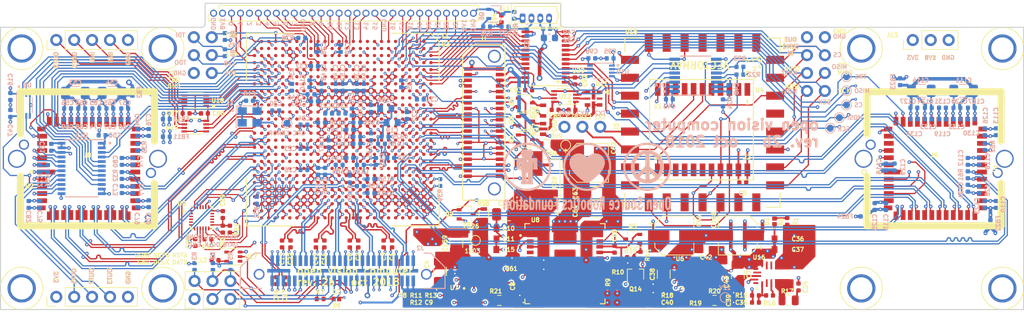
<source format=kicad_pcb>
(kicad_pcb (version 20171130) (host pcbnew 6.0.0-rc1-unknown-8ecdf58~84~ubuntu16.04.1)
  (layers (0 F.Cu signal) (1 In1.Cu signal hide) (2 In2.Cu signal) (3 In3.Cu signal hide) (4 In4.Cu signal hide) (31 B.Cu signal) (34 B.Paste user hide) (35 F.Paste user) (36 B.SilkS user) (37 F.SilkS user) (38 B.Mask user) (39 F.Mask user) (44 Edge.Cuts user))
  (net 0 "")
  (net 1 GND)
  (net 2 +3V3)
  (net 3 FPGA_CONFIG_DCLK)
  (net 4 PCIE_REFCLK-)
  (net 5 PCIE_REFCLK+)
  (net 6 PCIE_LANE0_RX-)
  (net 7 PCIE_LANE0_RX+)
  (net 8 PCIE_LANE1_RX-)
  (net 9 PCIE_LANE1_RX+)
  (net 10 PCIE_LANE1_TX-)
  (net 11 PCIE_LANE1_TX+)
  (net 12 PCIE_LANE0_TX-)
  (net 13 PCIE_LANE0_TX+)
  (net 14 FPGA_NCONFIG)
  (net 15 FPGA_CONF_DONE)
  (net 16 FPGA_NSTATUS)
  (net 17 +12V)
  (net 18 CAM2_CLKIN+)
  (net 19 CAM2_CLKIN-)
  (net 20 CAM2_CLKOUT+)
  (net 21 CAM2_CLKOUT-)
  (net 22 CAM1_CLKIN+)
  (net 23 CAM1_CLKIN-)
  (net 24 CAM1_CLKOUT+)
  (net 25 CAM1_CLKOUT-)
  (net 26 CAM2_DOUT3+)
  (net 27 CAM2_DOUT3-)
  (net 28 CAM2_DOUT2+)
  (net 29 CAM2_DOUT2-)
  (net 30 CAM2_DOUT1+)
  (net 31 CAM2_DOUT1-)
  (net 32 CAM2_DOUT0+)
  (net 33 CAM2_DOUT0-)
  (net 34 CAM1_DOUT3+)
  (net 35 CAM1_DOUT3-)
  (net 36 CAM1_DOUT2+)
  (net 37 CAM1_DOUT2-)
  (net 38 CAM1_DOUT1+)
  (net 39 CAM1_DOUT1-)
  (net 40 CAM1_DOUT0+)
  (net 41 CAM1_DOUT0-)
  (net 42 +1V8)
  (net 43 JETSON_CARRIER_PWR_ON)
  (net 44 CAM1_SYNC-)
  (net 45 CAM1_SYNC+)
  (net 46 CAM2_SYNC-)
  (net 47 CAM2_SYNC+)
  (net 48 /power/AGND)
  (net 49 "Net-(R10-Pad1)")
  (net 50 "Net-(R9-Pad1)")
  (net 51 "Net-(C58-Pad1)")
  (net 52 "Net-(U1-Pad45)")
  (net 53 "Net-(U1-Pad44)")
  (net 54 "Net-(U2-Pad45)")
  (net 55 FPGA_CONFIG_DATA0)
  (net 56 PCIE_RST_3V3)
  (net 57 /imagers/CAM2_VDDPIX)
  (net 58 "Net-(R35-Pad1)")
  (net 59 /imagers/CAM2_1V8)
  (net 60 /imagers/CAM2_3V3)
  (net 61 /power/PH)
  (net 62 "Net-(Q3-Pad3)")
  (net 63 "Net-(R34-Pad2)")
  (net 64 JETSON_RESET_OUT)
  (net 65 /power/PG_GRP1)
  (net 66 /power/~PWR_EN_GRP1)
  (net 67 /imagers/CAM1_3V3)
  (net 68 /imagers/CAM1_VDDPIX)
  (net 69 /imagers/CAM1_1V8)
  (net 70 "Net-(R62-Pad1)")
  (net 71 /fpga_power/VCC_GXBL)
  (net 72 /fpga_power/RREF_TL)
  (net 73 /fpga_pcie/REFCLK-)
  (net 74 /fpga_pcie/GXB_TX_L0+)
  (net 75 /fpga_pcie/GXB_TX_L1+)
  (net 76 /fpga_pcie/GXB_TX_L1-)
  (net 77 /fpga_pcie/GXB_TX_L0-)
  (net 78 /fpga_pcie/REFCLK+)
  (net 79 /fpga_io/PCIE_RST_1V8)
  (net 80 1V03)
  (net 81 /fpga_power/RREF_BL)
  (net 82 /fpga_io/CLK100)
  (net 83 0V9)
  (net 84 /fpga_power/VCCA)
  (net 85 DISCHARGE)
  (net 86 "Net-(U4-Pad8)")
  (net 87 "Net-(U4-Pad11)")
  (net 88 "Net-(U4-Pad14)")
  (net 89 "Net-(U4-Pad15)")
  (net 90 "Net-(U4-Pad20)")
  (net 91 "Net-(U4-Pad24)")
  (net 92 "Net-(U4-Pad25)")
  (net 93 "Net-(U4-Pad26)")
  (net 94 "Net-(U4-Pad27)")
  (net 95 "Net-(U4-Pad29)")
  (net 96 PCIE_LANE2_RX+)
  (net 97 PCIE_LANE2_RX-)
  (net 98 PCIE_LANE2_TX+)
  (net 99 PCIE_LANE2_TX-)
  (net 100 PCIE_LANE3_RX+)
  (net 101 PCIE_LANE3_RX-)
  (net 102 PCIE_LANE3_TX+)
  (net 103 PCIE_LANE3_TX-)
  (net 104 /fpga_pcie/GXB_TX_L3-)
  (net 105 /fpga_pcie/GXB_TX_L2-)
  (net 106 /fpga_pcie/GXB_TX_L2+)
  (net 107 /fpga_pcie/GXB_TX_L3+)
  (net 108 "Net-(U3-PadF2)")
  (net 109 "Net-(U3-PadJ2)")
  (net 110 "Net-(U3-PadK2)")
  (net 111 "Net-(U3-PadL2)")
  (net 112 "Net-(U3-PadR2)")
  (net 113 "Net-(U3-PadV2)")
  (net 114 "Net-(U3-PadW2)")
  (net 115 "Net-(U3-PadAC2)")
  (net 116 "Net-(U3-PadAD2)")
  (net 117 "Net-(U3-PadAE2)")
  (net 118 "Net-(U3-PadH3)")
  (net 119 "Net-(U3-PadJ3)")
  (net 120 "Net-(U3-PadL3)")
  (net 121 "Net-(U3-PadM3)")
  (net 122 "Net-(U3-PadN3)")
  (net 123 "Net-(U3-PadP3)")
  (net 124 "Net-(U3-PadT3)")
  (net 125 "Net-(U3-PadV3)")
  (net 126 "Net-(U3-PadW3)")
  (net 127 "Net-(U3-PadAB3)")
  (net 128 "Net-(U3-PadAC3)")
  (net 129 "Net-(U3-PadJ4)")
  (net 130 "Net-(U3-PadK4)")
  (net 131 "Net-(U3-PadL4)")
  (net 132 "Net-(U3-PadM4)")
  (net 133 "Net-(U3-PadP4)")
  (net 134 "Net-(U3-PadR4)")
  (net 135 "Net-(U3-PadT4)")
  (net 136 "Net-(U3-PadY4)")
  (net 137 "Net-(U3-PadAB4)")
  (net 138 "Net-(U3-PadG5)")
  (net 139 "Net-(U3-PadH5)")
  (net 140 "Net-(U3-PadJ5)")
  (net 141 "Net-(U3-PadK5)")
  (net 142 "Net-(U3-PadM5)")
  (net 143 "Net-(U3-PadN5)")
  (net 144 "Net-(U3-PadP5)")
  (net 145 "Net-(U3-PadR5)")
  (net 146 "Net-(U3-PadU5)")
  (net 147 "Net-(U3-PadV5)")
  (net 148 "Net-(U3-PadH6)")
  (net 149 "Net-(U3-PadK6)")
  (net 150 "Net-(U3-PadL6)")
  (net 151 "Net-(U3-PadM6)")
  (net 152 "Net-(U3-PadN6)")
  (net 153 "Net-(U3-PadT6)")
  (net 154 "Net-(U3-PadU6)")
  (net 155 "Net-(U3-PadV6)")
  (net 156 "Net-(U3-PadY6)")
  (net 157 "Net-(U3-PadAC6)")
  (net 158 "Net-(U3-PadF7)")
  (net 159 "Net-(U3-PadH7)")
  (net 160 "Net-(U3-PadK7)")
  (net 161 "Net-(U3-PadL7)")
  (net 162 "Net-(U3-PadN7)")
  (net 163 "Net-(U3-PadP7)")
  (net 164 "Net-(U3-PadR7)")
  (net 165 "Net-(U3-PadT7)")
  (net 166 "Net-(U3-PadV7)")
  (net 167 "Net-(U3-PadW7)")
  (net 168 "Net-(U3-PadY7)")
  (net 169 "Net-(U3-PadAA7)")
  (net 170 "Net-(U3-PadAC7)")
  (net 171 "Net-(U3-PadF8)")
  (net 172 "Net-(U3-PadV8)")
  (net 173 "Net-(U3-PadW8)")
  (net 174 "Net-(U3-PadAA8)")
  (net 175 "Net-(U3-PadW9)")
  (net 176 "Net-(U3-PadAA9)")
  (net 177 "Net-(U3-PadAB9)")
  (net 178 "Net-(U3-PadAF9)")
  (net 179 "Net-(U3-PadG10)")
  (net 180 "Net-(U3-PadH10)")
  (net 181 "Net-(U3-PadR10)")
  (net 182 "Net-(U3-PadW10)")
  (net 183 "Net-(U3-PadAB10)")
  (net 184 "Net-(U3-PadAC10)")
  (net 185 "Net-(U3-PadAD10)")
  (net 186 "Net-(U3-PadAE10)")
  (net 187 "Net-(U3-PadF11)")
  (net 188 "Net-(U3-PadG11)")
  (net 189 "Net-(U3-PadR11)")
  (net 190 "Net-(U3-PadY11)")
  (net 191 "Net-(U3-PadAB11)")
  (net 192 "Net-(U3-PadAC11)")
  (net 193 "Net-(U3-PadF12)")
  (net 194 "Net-(U3-PadH12)")
  (net 195 "Net-(U3-PadW12)")
  (net 196 "Net-(U3-PadY12)")
  (net 197 "Net-(U3-PadAA12)")
  (net 198 "Net-(U3-PadAC12)")
  (net 199 "Net-(U3-PadAD12)")
  (net 200 "Net-(U3-PadAE12)")
  (net 201 "Net-(U3-PadF13)")
  (net 202 "Net-(U3-PadG13)")
  (net 203 "Net-(U3-PadH13)")
  (net 204 "Net-(U3-PadJ13)")
  (net 205 "Net-(U3-PadV13)")
  (net 206 "Net-(U3-PadW13)")
  (net 207 "Net-(U3-PadAA13)")
  (net 208 "Net-(U3-PadAB13)")
  (net 209 "Net-(U3-PadAD13)")
  (net 210 "Net-(U3-PadF14)")
  (net 211 "Net-(U3-PadG14)")
  (net 212 "Net-(U3-PadJ14)")
  (net 213 "Net-(U3-PadK14)")
  (net 214 "Net-(U3-PadW14)")
  (net 215 "Net-(U3-PadY14)")
  (net 216 "Net-(U3-PadAA14)")
  (net 217 "Net-(U3-PadAB14)")
  (net 218 "Net-(U3-PadAE14)")
  (net 219 "Net-(U3-PadG15)")
  (net 220 "Net-(U3-PadH15)")
  (net 221 "Net-(U3-PadJ15)")
  (net 222 "Net-(U3-PadW15)")
  (net 223 "Net-(U3-PadY15)")
  (net 224 "Net-(U3-PadAB15)")
  (net 225 "Net-(U3-PadAC15)")
  (net 226 "Net-(U3-PadAE15)")
  (net 227 "Net-(U3-PadG16)")
  (net 228 "Net-(U3-PadH16)")
  (net 229 "Net-(U3-PadV16)")
  (net 230 "Net-(U3-PadY16)")
  (net 231 "Net-(U3-PadAA16)")
  (net 232 "Net-(U3-PadAB16)")
  (net 233 "Net-(U3-PadAC16)")
  (net 234 "Net-(U3-PadD17)")
  (net 235 "Net-(U3-PadE17)")
  (net 236 "Net-(U3-PadF17)")
  (net 237 "Net-(U3-PadJ17)")
  (net 238 "Net-(U3-PadW17)")
  (net 239 "Net-(U3-PadY17)")
  (net 240 "Net-(U3-PadAA17)")
  (net 241 "Net-(U3-PadAC17)")
  (net 242 "Net-(U3-PadD18)")
  (net 243 "Net-(U3-PadF18)")
  (net 244 "Net-(U3-PadG18)")
  (net 245 "Net-(U3-PadH18)")
  (net 246 "Net-(U3-PadJ18)")
  (net 247 "Net-(U3-PadM18)")
  (net 248 "Net-(U3-PadV18)")
  (net 249 "Net-(U3-PadW18)")
  (net 250 "Net-(U3-PadAA18)")
  (net 251 "Net-(U3-PadAB18)")
  (net 252 "Net-(U3-PadAC18)")
  (net 253 "Net-(U3-PadF19)")
  (net 254 "Net-(U3-PadG19)")
  (net 255 "Net-(U3-PadJ19)")
  (net 256 "Net-(U3-PadK19)")
  (net 257 "Net-(U3-PadL19)")
  (net 258 "Net-(U3-PadM19)")
  (net 259 "Net-(U3-PadP19)")
  (net 260 "Net-(U3-PadR19)")
  (net 261 "Net-(U3-PadT19)")
  (net 262 "Net-(U3-PadU19)")
  (net 263 "Net-(U3-PadW19)")
  (net 264 "Net-(U3-PadY19)")
  (net 265 "Net-(U3-PadAA19)")
  (net 266 "Net-(U3-PadAB19)")
  (net 267 "Net-(U3-PadD20)")
  (net 268 "Net-(U3-PadE20)")
  (net 269 "Net-(U3-PadG20)")
  (net 270 "Net-(U3-PadH20)")
  (net 271 "Net-(U3-PadW20)")
  (net 272 "Net-(U3-PadAB20)")
  (net 273 "Net-(U3-PadAD20)")
  (net 274 "Net-(U3-PadH21)")
  (net 275 "Net-(U3-PadY21)")
  (net 276 "Net-(U3-PadAA21)")
  (net 277 "Net-(U3-PadAF21)")
  (net 278 "Net-(U3-PadAF22)")
  (net 279 "Net-(U3-PadC25)")
  (net 280 "Net-(U3-PadE25)")
  (net 281 "Net-(U3-PadG25)")
  (net 282 "Net-(U3-PadJ25)")
  (net 283 "Net-(U3-PadC26)")
  (net 284 "Net-(U3-PadE26)")
  (net 285 "Net-(U3-PadG26)")
  (net 286 "Net-(U3-PadJ26)")
  (net 287 "Net-(J2-Pad20)")
  (net 288 "Net-(U3-PadW25)")
  (net 289 "Net-(U3-PadAA25)")
  (net 290 "Net-(U3-PadAC25)")
  (net 291 "Net-(U3-PadAE25)")
  (net 292 "Net-(U3-PadW26)")
  (net 293 "Net-(U3-PadAA26)")
  (net 294 "Net-(U3-PadAC26)")
  (net 295 "Net-(U3-PadAE26)")
  (net 296 FPGA_TMS)
  (net 297 FPGA_TCK)
  (net 298 FPGA_TDI)
  (net 299 FPGA_TDO)
  (net 300 "Net-(D1-Pad2)")
  (net 301 TX2_LED)
  (net 302 "Net-(D2-Pad2)")
  (net 303 +5V)
  (net 304 "Net-(U8-Pad4)")
  (net 305 "Net-(U8-Pad5)")
  (net 306 "Net-(U8-Pad6)")
  (net 307 "Net-(U8-Pad7)")
  (net 308 "Net-(U8-Pad9)")
  (net 309 "Net-(U8-Pad24)")
  (net 310 "Net-(U8-Pad25)")
  (net 311 "Net-(C8-Pad1)")
  (net 312 "Net-(U4-Pad7)")
  (net 313 "Net-(U11-Pad2)")
  (net 314 "Net-(U11-Pad3)")
  (net 315 /fpga_io/LED_DI_5V)
  (net 316 /fpga_io/LED_CI_5V)
  (net 317 /fpga_io/LED_DI_1V8)
  (net 318 /fpga_io/LED_CI_1V8)
  (net 319 CAM2_MISO_3V3)
  (net 320 CAM2_MOSI_3V3)
  (net 321 CAM2_SCK_3V3)
  (net 322 CAM2_TRG_3V3)
  (net 323 CAM2_RST_3V3)
  (net 324 CAM2_CS_3V3)
  (net 325 /fpga_io/HSEXP_2-)
  (net 326 /fpga_io/HSEXP_2+)
  (net 327 /fpga_io/HSEXP_1-)
  (net 328 /fpga_io/HSEXP_1+)
  (net 329 /fpga_io/HSEXP_0-)
  (net 330 /fpga_io/HSEXP_0+)
  (net 331 /fpga_io/HSEXP_5+)
  (net 332 /fpga_io/HSEXP_5-)
  (net 333 /fpga_io/HSEXP_4+)
  (net 334 /fpga_io/HSEXP_4-)
  (net 335 /fpga_io/HSEXP_3+)
  (net 336 /fpga_io/HSEXP_3-)
  (net 337 /fpga_io/HSEXP_6-)
  (net 338 /fpga_io/HSEXP_6+)
  (net 339 /fpga_io/HSEXP_7-)
  (net 340 /fpga_io/HSEXP_7+)
  (net 341 /fpga_io/HSEXP16)
  (net 342 /fpga_io/HSEXP15)
  (net 343 /fpga_io/HSEXP14)
  (net 344 /fpga_io/HSEXP13)
  (net 345 /fpga_io/HSEXP12)
  (net 346 /fpga_io/HSEXP11)
  (net 347 /fpga_io/HSEXP10)
  (net 348 /fpga_io/HSEXP9)
  (net 349 /fpga_io/HSEXP8)
  (net 350 /fpga_io/IMU_MOSI_1V8)
  (net 351 /fpga_io/IMU_SCK_1V8)
  (net 352 CAM1_CS_3V3)
  (net 353 CAM1_RST_3V3)
  (net 354 CAM1_TRG_3V3)
  (net 355 CAM1_SCK_3V3)
  (net 356 CAM1_MISO_3V3)
  (net 357 CAM1_MOSI_3V3)
  (net 358 /fpga_io/IMU_SYNC_IN_1V8)
  (net 359 /fpga_io/IMU_CS_1V8)
  (net 360 /fpga_io/CAM1_SCK_1V8)
  (net 361 /fpga_io/CAM1_RST_1V8)
  (net 362 /fpga_io/CAM1_CS_1V8)
  (net 363 /fpga_io/CAM1_MOSI_1V8)
  (net 364 /fpga_io/CAM2_MISO_1V8)
  (net 365 /fpga_io/CAM2_TRG_1V8)
  (net 366 /fpga_io/CAM2_RST_1V8)
  (net 367 /fpga_io/CAM2_CS_1V8)
  (net 368 /fpga_io/CAM2_MOSI_1V8)
  (net 369 /fpga_io/CAM2_SCK_1V8)
  (net 370 /fpga_io/IMU_SYNC_OUT_1V8)
  (net 371 /fpga_io/IMU_MISO_1V8)
  (net 372 /fpga_io/CAM1_MISO_1V8)
  (net 373 IMU_TX1_3V3)
  (net 374 IMU_RX1_3V3)
  (net 375 IMU_TX2_3V3)
  (net 376 IMU_RX2_3V3)
  (net 377 IMU_SYNC_OUT_3V3)
  (net 378 IMU_SCK_3V3)
  (net 379 IMU_MOSI_3V3)
  (net 380 IMU_MISO_3V3)
  (net 381 IMU_NRST_3V3)
  (net 382 IMU_SYNC_IN_3V3)
  (net 383 IMU_CS_3V3)
  (net 384 "Net-(J2-Pad38)")
  (net 385 "Net-(J2-Pad40)")
  (net 386 "Net-(U3-PadB10)")
  (net 387 "Net-(U3-PadB9)")
  (net 388 "Net-(U3-PadC10)")
  (net 389 "Net-(U3-PadB8)")
  (net 390 "Net-(U15-Pad1)")
  (net 391 "Net-(U15-Pad2)")
  (net 392 "Net-(U15-Pad4)")
  (net 393 "Net-(U15-Pad5)")
  (net 394 "Net-(U15-Pad10)")
  (net 395 "Net-(U15-Pad13)")
  (net 396 "Net-(U15-Pad14)")
  (net 397 "Net-(U15-Pad15)")
  (net 398 "Net-(U15-Pad16)")
  (net 399 "Net-(U15-Pad17)")
  (net 400 "Net-(U15-Pad8)")
  (net 401 "Net-(U15-Pad9)")
  (net 402 "Net-(U3-PadE10)")
  (net 403 "Net-(U3-PadD9)")
  (net 404 "Net-(U3-PadE7)")
  (net 405 "Net-(Q1-Pad3)")
  (net 406 "Net-(Q2-Pad3)")
  (net 407 "Net-(Q5-Pad3)")
  (net 408 "Net-(Q4-Pad3)")
  (net 409 CAM2_MONITOR)
  (net 410 /fpga_io/CAM2_MONITOR_1V8)
  (net 411 /fpga_io/IMU_TX1_1V8)
  (net 412 "Net-(J2-Pad12)")
  (net 413 "Net-(U16-Pad2)")
  (net 414 "Net-(U16-Pad11)")
  (net 415 "Net-(U16-Pad10)")
  (net 416 "Net-(U16-Pad15)")
  (net 417 "Net-(U16-Pad18)")
  (net 418 "Net-(C35-Pad2)")
  (net 419 "Net-(R17-Pad1)")
  (net 420 "Net-(C34-Pad1)")
  (net 421 "Net-(R16-Pad2)")
  (net 422 "Net-(R19-Pad2)")
  (net 423 "Net-(C40-Pad2)")
  (net 424 "Net-(C39-Pad1)")
  (net 425 "Net-(R20-Pad1)")
  (net 426 "Net-(U6-Pad2)")
  (net 427 "Net-(U6-Pad11)")
  (net 428 "Net-(U6-Pad10)")
  (net 429 "Net-(U6-Pad15)")
  (net 430 "Net-(R11-Pad2)")
  (net 431 "Net-(C9-Pad2)")
  (net 432 "Net-(R8-Pad1)")
  (net 433 "Net-(R13-Pad2)")
  (net 434 "Net-(R21-Pad1)")
  (net 435 "Net-(U7-Pad11)")
  (net 436 "Net-(U7-Pad10)")
  (net 437 "Net-(U7-Pad15)")
  (net 438 "Net-(U3-PadA8)")
  (net 439 "Net-(U3-PadA9)")
  (net 440 "Net-(U9-Pad21)")
  (net 441 "Net-(U9-Pad7)")
  (net 442 "Net-(U9-Pad1)")
  (net 443 /fpga_io/AUXOUT3)
  (net 444 /fpga_io/AUXOUT2)
  (net 445 /fpga_io/AUXOUT1)
  (net 446 /fpga_io/AUXOUT3_3V3)
  (net 447 /fpga_io/AUXOUT2_3V3)
  (net 448 /fpga_io/AUXOUT1_3V3)
  (net 449 "Net-(U3-PadAE11)")
  (net 450 /fpga_io/AUXIO_OUT2_3V3)
  (net 451 /fpga_io/AUXIO_OUT1_3V3)
  (net 452 /fpga_io/AUXIO_IN2_3V3)
  (net 453 /fpga_io/AUXIO_IN1_3V3)
  (net 454 /fpga_io/AUXIO_IN2_1V8)
  (net 455 /fpga_io/AUXIO_IN1_1V8)
  (net 456 /fpga_io/AUXIO_OUT1_1V8)
  (net 457 /fpga_io/AUXIO_OUT2_1V8)
  (net 458 "Net-(C89-Pad1)")
  (net 459 "Net-(C91-Pad1)")
  (net 460 MPU_MOSI)
  (net 461 MPU_SCK)
  (net 462 MPU_CS)
  (net 463 MPU_INT)
  (net 464 MPU_FSYNC)
  (net 465 MPU_MISO)
  (net 466 "Net-(U3-PadF1)")
  (net 467 "Net-(U3-PadK1)")
  (net 468 "Net-(U3-PadH2)")
  (net 469 "Net-(U3-PadG3)")
  (net 470 "Net-(U3-PadD5)")
  (net 471 "Net-(U3-PadC6)")
  (net 472 "Net-(U3-PadC7)")
  (net 473 "Net-(U3-PadD7)")
  (net 474 "Net-(U3-PadD8)")
  (net 475 "Net-(U3-PadE9)")
  (net 476 "Net-(J11-Pad1)")
  (net 477 FAN_TACH)
  (net 478 "Net-(Q6-Pad3)")
  (net 479 FAN_PWM)
  (net 480 /fpga_io/IMU_NRST_1V8)
  (net 481 /fpga_io/CAM1_TRG_1V8)
  (net 482 /fpga_io/LSEXP_7)
  (net 483 /fpga_io/LSEXP_6)
  (net 484 /fpga_io/LSEXP_5)
  (net 485 /fpga_io/LSEXP_4)
  (net 486 /fpga_io/LSEXP_3)
  (net 487 /fpga_io/LSEXP_2)
  (net 488 /fpga_io/LSEXP_1)
  (net 489 /fpga_io/LSEXP_0)
  (net 490 /fpga_io/LSEXP_15)
  (net 491 /fpga_io/LSEXP_14)
  (net 492 /fpga_io/LSEXP_13)
  (net 493 /fpga_io/LSEXP_12)
  (net 494 /fpga_io/LSEXP_11)
  (net 495 /fpga_io/LSEXP_10)
  (net 496 /fpga_io/LSEXP_9)
  (net 497 /fpga_io/LSEXP_8)
  (net 498 /fpga_io/LSEXP_23)
  (net 499 /fpga_io/LSEXP_22)
  (net 500 /fpga_io/LSEXP_21)
  (net 501 /fpga_io/LSEXP_20)
  (net 502 /fpga_io/LSEXP_19)
  (net 503 /fpga_io/LSEXP_18)
  (net 504 /fpga_io/LSEXP_17)
  (net 505 /fpga_io/LSEXP_16)
  (net 506 /fpga_io/CONF_CRC_ERROR)
  (module Resistor_SMD:R_0805_2012Metric (layer F.Cu) (at 136.7 105.7)
    (fp_text reference R21 (at -0.5 -1.3) (layer F.SilkS) (effects (font (size 0.6 0.6))))
    (fp_text value 5R1)
    (pad 2 smd roundrect (at 0.9375 0) (size 0.975 1.4) (layers F.Cu F.Paste F.Mask) (net 311 "Net-(C8-Pad1)"))
    (pad 1 smd roundrect (at -0.9375 0) (size 0.975 1.4) (layers F.Cu F.Paste F.Mask) (net 434 "Net-(R21-Pad1)"))
  )
  (module Resistor_SMD:R_0805_2012Metric (layer F.Cu) (at 167.2 105.7)
    (fp_text reference R20 (at 0 -1.3 180) (layer F.SilkS) (effects (font (size 0.6 0.6))))
    (fp_text value 5R1)
    (pad 2 smd roundrect (at 0.9375 0) (size 0.975 1.4) (layers F.Cu F.Paste F.Mask) (net 424 "Net-(C39-Pad1)"))
    (pad 1 smd roundrect (at -0.9375 0) (size 0.975 1.4) (layers F.Cu F.Paste F.Mask) (net 425 "Net-(R20-Pad1)"))
  )
  (module Resistor_SMD:R_0805_2012Metric (layer F.Cu) (at 177.7 105.7)
    (fp_text reference R17 (at -0.2 -1.3) (layer F.SilkS) (effects (font (size 0.6 0.6))))
    (fp_text value 5R1)
    (pad 2 smd roundrect (at 0.9375 0) (size 0.975 1.4) (layers F.Cu F.Paste F.Mask) (net 420 "Net-(C34-Pad1)"))
    (pad 1 smd roundrect (at -0.9375 0) (size 0.975 1.4) (layers F.Cu F.Paste F.Mask) (net 419 "Net-(R17-Pad1)"))
  )
  (module Capacitor_SMD:C_0402_1005Metric (layer F.Cu) (at 138.1 102.2 180)
    (fp_text reference C61 (at -0.3 1 180) (layer F.SilkS) (effects (font (size 0.6 0.6))))
    (fp_text value 100n)
    (pad 2 smd roundrect (at 0.485 0 180) (size 0.59 0.64) (layers F.Cu F.Paste F.Mask) (net 1 GND))
    (pad 1 smd roundrect (at -0.485 0 180) (size 0.59 0.64) (layers F.Cu F.Paste F.Mask) (net 17 +12V))
  )
  (module LensHolder:LENS_HOLDER_20MM_WITH_PINS (layer F.Cu) (at 198.32 85.63 180)
    (fp_text reference J9 (at 0 0.5 180) (layer F.SilkS) (effects (font (size 0.6 0.6))))
    (fp_text value LENS_HOLDER)
    (pad 1 thru_hole circle (at 9 2 180) (size 1.45 1.45) (drill 1.05) (layers *.Cu *.Mask) (net 1 GND))
    (pad 1 thru_hole circle (at -9 -2 180) (size 1.45 1.45) (drill 1.05) (layers *.Cu *.Mask) (net 1 GND))
    (pad 1 thru_hole circle (at -10 0 180) (size 2.55 2.55) (drill 2.15) (layers *.Cu *.Mask) (net 1 GND))
    (pad 1 thru_hole circle (at 10 0 180) (size 2.55 2.55) (drill 2.15) (layers *.Cu *.Mask) (net 1 GND))
  )
  (module LensHolder:LENS_HOLDER_20MM_WITH_PINS (layer F.Cu) (at 78.32 85.63 180)
    (fp_text reference J8 (at 0 0.5 180) (layer F.SilkS) (effects (font (size 0.6 0.6))))
    (fp_text value LENS_HOLDER)
    (pad 1 thru_hole circle (at 9 2 180) (size 1.45 1.45) (drill 1.05) (layers *.Cu *.Mask) (net 1 GND))
    (pad 1 thru_hole circle (at -9 -2 180) (size 1.45 1.45) (drill 1.05) (layers *.Cu *.Mask) (net 1 GND))
    (pad 1 thru_hole circle (at -10 0 180) (size 2.55 2.55) (drill 2.15) (layers *.Cu *.Mask) (net 1 GND))
    (pad 1 thru_hole circle (at 10 0 180) (size 2.55 2.55) (drill 2.15) (layers *.Cu *.Mask) (net 1 GND))
  )
  (module Capacitor_SMD:C_0402_1005Metric (layer F.Cu) (at 171.2 89 180)
    (fp_text reference C5 (at 0 -1.5 180) (layer F.SilkS) (effects (font (size 0.6 0.6))))
    (fp_text value 100n)
    (pad 2 smd roundrect (at 0.485 0 180) (size 0.59 0.64) (layers F.Cu F.Mask) (net 1 GND))
    (pad 1 smd roundrect (at -0.485 0 180) (size 0.59 0.64) (layers F.Cu F.Mask) (net 2 +3V3))
  )
  (module Connector_PinHeader_2.54mm:PinHeader_2x03_P2.54mm_Vertical (layer F.Cu) (at 93.4 68.4)
    (fp_text reference J6 hide)
    (fp_text value JTAG)
    (pad 6 thru_hole oval (at 2.54 5.08) (size 1.7 1.7) (drill 1) (layers *.Cu *.Mask) (net 297 FPGA_TCK))
    (pad 5 thru_hole oval (at 0 5.08) (size 1.7 1.7) (drill 1) (layers *.Cu *.Mask) (net 1 GND))
    (pad 4 thru_hole oval (at 2.54 2.54) (size 1.7 1.7) (drill 1) (layers *.Cu *.Mask) (net 42 +1V8))
    (pad 3 thru_hole oval (at 0 2.54) (size 1.7 1.7) (drill 1) (layers *.Cu *.Mask) (net 299 FPGA_TDO))
    (pad 2 thru_hole oval (at 2.54 0) (size 1.7 1.7) (drill 1) (layers *.Cu *.Mask) (net 296 FPGA_TMS))
    (pad 1 thru_hole circle (at 0 0) (size 1.7 1.7) (drill 1) (layers *.Cu *.Mask) (net 298 FPGA_TDI))
  )
  (module Connector_PinHeader_2.54mm:PinHeader_2x04_P2.54mm_Vertical (layer F.Cu) (at 180.3 68.4)
    (fp_text reference J12 hide)
    (fp_text value "IMU DEBUG")
    (pad 8 thru_hole oval (at 2.54 7.62) (size 1.7 1.7) (drill 1) (layers *.Cu *.Mask) (net 378 IMU_SCK_3V3))
    (pad 7 thru_hole oval (at 0 7.62) (size 1.7 1.7) (drill 1) (layers *.Cu *.Mask) (net 379 IMU_MOSI_3V3))
    (pad 6 thru_hole oval (at 2.54 5.08) (size 1.7 1.7) (drill 1) (layers *.Cu *.Mask) (net 380 IMU_MISO_3V3))
    (pad 5 thru_hole oval (at 0 5.08) (size 1.7 1.7) (drill 1) (layers *.Cu *.Mask) (net 381 IMU_NRST_3V3))
    (pad 4 thru_hole oval (at 2.54 2.54) (size 1.7 1.7) (drill 1) (layers *.Cu *.Mask) (net 383 IMU_CS_3V3))
    (pad 3 thru_hole oval (at 0 2.54) (size 1.7 1.7) (drill 1) (layers *.Cu *.Mask) (net 382 IMU_SYNC_IN_3V3))
    (pad 2 thru_hole oval (at 2.54 0) (size 1.7 1.7) (drill 1) (layers *.Cu *.Mask) (net 1 GND))
    (pad 1 thru_hole circle (at 0 0) (size 1.7 1.7) (drill 1) (layers *.Cu *.Mask) (net 377 IMU_SYNC_OUT_3V3))
  )
  (module TestPoint:TestPoint_Pad_D1.0mm (layer F.Cu) (at 146.1 83.7)
    (fp_text reference TP9 hide)
    (fp_text value 0V9)
    (pad 1 smd circle (at 0 0) (size 1 1) (layers F.Cu F.Mask) (net 83 0V9))
  )
  (module TestPoint:TestPoint_Pad_D1.0mm (layer F.Cu) (at 133.3 97.2)
    (fp_text reference TP8 hide)
    (fp_text value 1V03)
    (pad 1 smd circle (at 0 0) (size 1 1) (layers F.Cu F.Mask) (net 80 1V03))
  )
  (module TestPoint:TestPoint_Pad_D1.0mm (layer B.Cu) (at 168.7 105.3)
    (fp_text reference TP7 hide)
    (fp_text value 12V)
    (pad 1 smd circle (at 0 0) (size 1 1) (layers B.Cu B.Mask) (net 17 +12V))
  )
  (module Connector_PinHeader_2.54mm:PinHeader_1x03_P2.54mm_Vertical (layer F.Cu) (at 195.3 68.8 90)
    (fp_text reference J13 (at 0.7 -2.9 180) (layer F.SilkS) (effects (font (size 0.6 0.6))))
    (fp_text value "POWER TEST")
    (pad 3 thru_hole oval (at 0 5.08 90) (size 1.7 1.7) (drill 1) (layers *.Cu *.Mask) (net 1 GND))
    (pad 2 thru_hole oval (at 0 2.54 90) (size 1.7 1.7) (drill 1) (layers *.Cu *.Mask) (net 42 +1V8))
    (pad 1 thru_hole circle (at 0 0 90) (size 1.7 1.7) (drill 1) (layers *.Cu *.Mask) (net 2 +3V3))
  )
  (module TestPoint:TestPoint_Pad_D1.0mm (layer B.Cu) (at 183.6 81.3)
    (fp_text reference TP6 hide)
    (fp_text value SCK)
    (pad 1 smd circle (at 0 0) (size 1 1) (layers B.Cu B.Mask) (net 355 CAM1_SCK_3V3))
  )
  (module TestPoint:TestPoint_Pad_D1.0mm (layer B.Cu) (at 184.9 79.8)
    (fp_text reference TP5 hide)
    (fp_text value MOSI)
    (pad 1 smd circle (at 0 0) (size 1 1) (layers B.Cu B.Mask) (net 357 CAM1_MOSI_3V3))
  )
  (module TestPoint:TestPoint_Pad_D1.0mm (layer B.Cu) (at 185.9 78)
    (fp_text reference TP4 hide)
    (fp_text value CS)
    (pad 1 smd circle (at 0 0) (size 1 1) (layers B.Cu B.Mask) (net 352 CAM1_CS_3V3))
  )
  (module TestPoint:TestPoint_Pad_D1.0mm (layer B.Cu) (at 185.9 76)
    (fp_text reference TP2 hide)
    (fp_text value MISO)
    (pad 1 smd circle (at 0 0) (size 1 1) (layers B.Cu B.Mask) (net 356 CAM1_MISO_3V3))
  )
  (module TestPoint:TestPoint_Pad_D1.0mm (layer B.Cu) (at 185.9 74)
    (fp_text reference TP1 hide)
    (fp_text value TRG)
    (pad 1 smd circle (at 0 0) (size 1 1) (layers B.Cu B.Mask) (net 354 CAM1_TRG_3V3))
  )
  (module TestPoint:TestPoint_Pad_D1.0mm (layer B.Cu) (at 106.6 80.6)
    (fp_text reference TP3 hide)
    (fp_text value CRC_ERROR)
    (pad 1 smd circle (at 0 0) (size 1 1) (layers B.Cu B.Mask) (net 506 /fpga_io/CONF_CRC_ERROR))
  )
  (module Capacitor_SMD:C_1206_3216Metric (layer F.Cu) (at 130.6 97.6 270)
    (fp_text reference C159 (at 0 1.6 270) (layer F.SilkS) (effects (font (size 0.6 0.6))))
    (fp_text value 100u)
    (pad 2 smd roundrect (at 1.4 0 270) (size 1.25 1.75) (layers F.Cu F.Paste F.Mask) (roundrect_rratio 0.2) (net 1 GND))
    (pad 1 smd roundrect (at -1.4 0 270) (size 1.25 1.75) (layers F.Cu F.Paste F.Mask) (roundrect_rratio 0.2) (net 71 /fpga_power/VCC_GXBL))
  )
  (module Capacitor_SMD:C_1206_3216Metric (layer F.Cu) (at 128.3 101.6 90)
    (fp_text reference C4 (at 1 -1.85 90) (layer F.SilkS) (effects (font (size 0.6 0.6))))
    (fp_text value 22u)
    (pad 2 smd roundrect (at 1.4 0 90) (size 1.25 1.75) (layers F.Cu F.Paste F.Mask) (roundrect_rratio 0.2) (net 1 GND))
    (pad 1 smd roundrect (at -1.4 0 90) (size 1.25 1.75) (layers F.Cu F.Paste F.Mask) (roundrect_rratio 0.2) (net 17 +12V))
  )
  (module Capacitor_SMD:C_1206_3216Metric (layer F.Cu) (at 160 102 90)
    (fp_text reference C38 (at 0 -1.6 270) (layer F.SilkS) (effects (font (size 0.6 0.6))))
    (fp_text value 22u)
    (pad 2 smd roundrect (at 1.4 0 90) (size 1.25 1.75) (layers F.Cu F.Paste F.Mask) (roundrect_rratio 0.2) (net 1 GND))
    (pad 1 smd roundrect (at -1.4 0 90) (size 1.25 1.75) (layers F.Cu F.Paste F.Mask) (roundrect_rratio 0.2) (net 17 +12V))
  )
  (module Capacitor_SMD:C_1206_3216Metric (layer B.Cu) (at 202.5 76 180)
    (fp_text reference C111 (at 0 1.5 180) (layer B.SilkS) (effects (font (size 0.6 0.6)) (justify mirror)))
    (fp_text value 100u)
    (pad 2 smd roundrect (at 1.4 0 180) (size 1.25 1.75) (layers B.Cu B.Paste B.Mask) (roundrect_rratio 0.2) (net 1 GND))
    (pad 1 smd roundrect (at -1.4 0 180) (size 1.25 1.75) (layers B.Cu B.Paste B.Mask) (roundrect_rratio 0.2) (net 68 /imagers/CAM1_VDDPIX))
  )
  (module Capacitor_SMD:C_1206_3216Metric (layer F.Cu) (at 170.5 102 90)
    (fp_text reference C7 (at 0 1.6 270) (layer F.SilkS) (effects (font (size 0.6 0.6))))
    (fp_text value 22u)
    (pad 2 smd roundrect (at 1.4 0 90) (size 1.25 1.75) (layers F.Cu F.Paste F.Mask) (roundrect_rratio 0.2) (net 1 GND))
    (pad 1 smd roundrect (at -1.4 0 90) (size 1.25 1.75) (layers F.Cu F.Paste F.Mask) (roundrect_rratio 0.2) (net 17 +12V))
  )
  (module Capacitor_SMD:C_1206_3216Metric (layer B.Cu) (at 76.6 76.3)
    (fp_text reference C53 (at 0 -1.5) (layer B.SilkS) (effects (font (size 0.6 0.6)) (justify mirror)))
    (fp_text value 100u)
    (pad 2 smd roundrect (at 1.4 0) (size 1.25 1.75) (layers B.Cu B.Paste B.Mask) (roundrect_rratio 0.2) (net 1 GND))
    (pad 1 smd roundrect (at -1.4 0) (size 1.25 1.75) (layers B.Cu B.Paste B.Mask) (roundrect_rratio 0.2) (net 57 /imagers/CAM2_VDDPIX))
  )
  (module Capacitor_SMD:C_1206_3216Metric (layer B.Cu) (at 81.8 76.3 180)
    (fp_text reference C54 (at 0 1.5 180) (layer B.SilkS) (effects (font (size 0.6 0.6)) (justify mirror)))
    (fp_text value 100u)
    (pad 2 smd roundrect (at 1.4 0 180) (size 1.25 1.75) (layers B.Cu B.Paste B.Mask) (roundrect_rratio 0.2) (net 1 GND))
    (pad 1 smd roundrect (at -1.4 0 180) (size 1.25 1.75) (layers B.Cu B.Paste B.Mask) (roundrect_rratio 0.2) (net 57 /imagers/CAM2_VDDPIX))
  )
  (module Capacitor_SMD:C_1206_3216Metric (layer B.Cu) (at 196.5 76)
    (fp_text reference C114 (at -0.1 -1.5) (layer B.SilkS) (effects (font (size 0.6 0.6)) (justify mirror)))
    (fp_text value 100u)
    (pad 2 smd roundrect (at 1.4 0) (size 1.25 1.75) (layers B.Cu B.Paste B.Mask) (roundrect_rratio 0.2) (net 1 GND))
    (pad 1 smd roundrect (at -1.4 0) (size 1.25 1.75) (layers B.Cu B.Paste B.Mask) (roundrect_rratio 0.2) (net 68 /imagers/CAM1_VDDPIX))
  )
  (module Capacitor_SMD:C_1206_3216Metric (layer F.Cu) (at 137.7 93.5 180)
    (fp_text reference C60 (at 0.3 1.5 180) (layer F.SilkS) (effects (font (size 0.6 0.6))))
    (fp_text value 22u)
    (pad 2 smd roundrect (at 1.4 0 180) (size 1.25 1.75) (layers F.Cu F.Paste F.Mask) (roundrect_rratio 0.2) (net 1 GND))
    (pad 1 smd roundrect (at -1.4 0 180) (size 1.25 1.75) (layers F.Cu F.Paste F.Mask) (roundrect_rratio 0.2) (net 17 +12V))
  )
  (module Capacitor_SMD:C_1206_3216Metric (layer F.Cu) (at 150.5 90.5)
    (fp_text reference C63 (at -3.030206 0.049872 90) (layer F.SilkS) (effects (font (size 0.6 0.6))))
    (fp_text value 100u)
    (pad 2 smd roundrect (at 1.4 0) (size 1.25 1.75) (layers F.Cu F.Paste F.Mask) (roundrect_rratio 0.2) (net 1 GND))
    (pad 1 smd roundrect (at -1.4 0) (size 1.25 1.75) (layers F.Cu F.Paste F.Mask) (roundrect_rratio 0.2) (net 83 0V9))
  )
  (module Capacitor_SMD:C_1206_3216Metric (layer F.Cu) (at 150.5 93)
    (fp_text reference C64 (at -3.030206 0.049872 90) (layer F.SilkS) (effects (font (size 0.6 0.6))))
    (fp_text value 100u)
    (pad 2 smd roundrect (at 1.4 0) (size 1.25 1.75) (layers F.Cu F.Paste F.Mask) (roundrect_rratio 0.2) (net 1 GND))
    (pad 1 smd roundrect (at -1.4 0) (size 1.25 1.75) (layers F.Cu F.Paste F.Mask) (roundrect_rratio 0.2) (net 83 0V9))
  )
  (module Resistor_SMD:R_0402_1005Metric (layer B.Cu) (at 203.1 87.9 90)
    (fp_text reference R61 (at 0 -1 90) (layer B.SilkS) (effects (font (size 0.6 0.6)) (justify mirror)))
    (fp_text value 100)
    (pad 2 smd roundrect (at 0.485 0 90) (size 0.59 0.64) (layers B.Cu B.Paste B.Mask) (net 22 CAM1_CLKIN+))
    (pad 1 smd roundrect (at -0.485 0 90) (size 0.59 0.64) (layers B.Cu B.Paste B.Mask) (net 23 CAM1_CLKIN-))
  )
  (module Resistor_SMD:R_0402_1005Metric (layer B.Cu) (at 137.5 66.9)
    (fp_text reference R27 (at 0 1) (layer B.SilkS) (effects (font (size 0.6 0.6)) (justify mirror)))
    (fp_text value 100k)
    (pad 2 smd roundrect (at 0.485 0) (size 0.59 0.64) (layers B.Cu B.Paste B.Mask) (net 477 FAN_TACH))
    (pad 1 smd roundrect (at -0.485 0) (size 0.59 0.64) (layers B.Cu B.Paste B.Mask) (net 42 +1V8))
  )
  (module Resistor_SMD:R_0402_1005Metric (layer B.Cu) (at 134.9 66.9 180)
    (fp_text reference R26 (at 0 -1 180) (layer B.SilkS) (effects (font (size 0.6 0.6)) (justify mirror)))
    (fp_text value 10k)
    (pad 2 smd roundrect (at 0.485 0 180) (size 0.59 0.64) (layers B.Cu B.Paste B.Mask) (net 479 FAN_PWM))
    (pad 1 smd roundrect (at -0.485 0 180) (size 0.59 0.64) (layers B.Cu B.Paste B.Mask) (net 42 +1V8))
  )
  (module Resistor_SMD:R_0402_1005Metric (layer B.Cu) (at 138.8 65.3 90)
    (fp_text reference R25 (at -2 0.2 90) (layer B.SilkS) (effects (font (size 0.6 0.6)) (justify mirror)))
    (fp_text value 100)
    (pad 2 smd roundrect (at 0.485 0 90) (size 0.59 0.64) (layers B.Cu B.Paste B.Mask) (net 478 "Net-(Q6-Pad3)"))
    (pad 1 smd roundrect (at -0.485 0 90) (size 0.59 0.64) (layers B.Cu B.Paste B.Mask) (net 476 "Net-(J11-Pad1)"))
  )
  (module Resistor_SMD:R_0402_1005Metric (layer F.Cu) (at 98.5 95.6 270)
    (fp_text reference FB1 (at 0 -1 270) (layer F.SilkS) (effects (font (size 0.6 0.6))))
    (fp_text value 60)
    (pad 2 smd roundrect (at 0.485 0 270) (size 0.59 0.64) (layers F.Cu F.Paste F.Mask) (net 42 +1V8))
    (pad 1 smd roundrect (at -0.485 0 270) (size 0.59 0.64) (layers F.Cu F.Paste F.Mask) (net 458 "Net-(C89-Pad1)"))
  )
  (module Resistor_SMD:R_0402_1005Metric (layer B.Cu) (at 170.8 73.7 180)
    (fp_text reference R22 (at -2 0 180) (layer B.SilkS) (effects (font (size 0.6 0.6)) (justify mirror)))
    (fp_text value 10k)
    (pad 2 smd roundrect (at 0.485 0 180) (size 0.59 0.64) (layers B.Cu B.Paste B.Mask) (net 373 IMU_TX1_3V3))
    (pad 1 smd roundrect (at -0.485 0 180) (size 0.59 0.64) (layers B.Cu B.Paste B.Mask) (net 2 +3V3))
  )
  (module Resistor_SMD:R_0402_1005Metric (layer B.Cu) (at 168.4 77.7 270)
    (fp_text reference R24 (at 0 -1 270) (layer B.SilkS) (effects (font (size 0.6 0.6)) (justify mirror)))
    (fp_text value 10k)
    (pad 2 smd roundrect (at 0.485 0 270) (size 0.59 0.64) (layers B.Cu B.Paste B.Mask) (net 377 IMU_SYNC_OUT_3V3))
    (pad 1 smd roundrect (at -0.485 0 270) (size 0.59 0.64) (layers B.Cu B.Paste B.Mask) (net 2 +3V3))
  )
  (module Resistor_SMD:R_0402_1005Metric (layer B.Cu) (at 170.8 72.6 180)
    (fp_text reference R23 (at 0 1.18 180) (layer B.SilkS) (effects (font (size 0.6 0.6)) (justify mirror)))
    (fp_text value 10k)
    (pad 2 smd roundrect (at 0.485 0 180) (size 0.59 0.64) (layers B.Cu B.Paste B.Mask) (net 380 IMU_MISO_3V3))
    (pad 1 smd roundrect (at -0.485 0 180) (size 0.59 0.64) (layers B.Cu B.Paste B.Mask) (net 2 +3V3))
  )
  (module Resistor_SMD:R_0402_1005Metric (layer F.Cu) (at 153.030206 103.150128 90)
    (fp_text reference R9 (at 0 -0.930206 90) (layer F.SilkS) (effects (font (size 0.6 0.6))))
    (fp_text value 1M)
    (pad 2 smd roundrect (at 0.485 0 90) (size 0.59 0.64) (layers F.Cu F.Paste F.Mask) (net 48 /power/AGND))
    (pad 1 smd roundrect (at -0.485 0 90) (size 0.59 0.64) (layers F.Cu F.Paste F.Mask) (net 50 "Net-(R9-Pad1)"))
  )
  (module Resistor_SMD:R_0402_1005Metric (layer F.Cu) (at 153.5 100.7)
    (fp_text reference R10 (at 0 1) (layer F.SilkS) (effects (font (size 0.6 0.6))))
    (fp_text value 2k87)
    (pad 2 smd roundrect (at 0.485 0) (size 0.59 0.64) (layers F.Cu F.Paste F.Mask) (net 48 /power/AGND))
    (pad 1 smd roundrect (at -0.485 0) (size 0.59 0.64) (layers F.Cu F.Paste F.Mask) (net 49 "Net-(R10-Pad1)"))
  )
  (module Resistor_SMD:R_0402_1005Metric (layer F.Cu) (at 175 105)
    (fp_text reference R16 (at 0 1.1) (layer F.SilkS) (effects (font (size 0.6 0.6))))
    (fp_text value 11k3)
    (pad 2 smd roundrect (at 0.485 0) (size 0.59 0.64) (layers F.Cu F.Paste F.Mask) (net 421 "Net-(R16-Pad2)"))
    (pad 1 smd roundrect (at -0.485 0) (size 0.59 0.64) (layers F.Cu F.Paste F.Mask) (net 418 "Net-(C35-Pad2)"))
  )
  (module Resistor_SMD:R_0402_1005Metric (layer F.Cu) (at 156.7 99.3 270)
    (fp_text reference R14 (at 0 -1 270) (layer F.SilkS) (effects (font (size 0.6 0.6))))
    (fp_text value 10k)
    (pad 2 smd roundrect (at 0.485 0 270) (size 0.59 0.64) (layers F.Cu F.Paste F.Mask) (net 1 GND))
    (pad 1 smd roundrect (at -0.485 0 270) (size 0.59 0.64) (layers F.Cu F.Paste F.Mask) (net 66 /power/~PWR_EN_GRP1))
  )
  (module Resistor_SMD:R_0402_1005Metric (layer F.Cu) (at 173 105)
    (fp_text reference R15 (at -2 0) (layer F.SilkS) (effects (font (size 0.6 0.6))))
    (fp_text value 51k)
    (pad 2 smd roundrect (at 0.485 0) (size 0.59 0.64) (layers F.Cu F.Paste F.Mask) (net 418 "Net-(C35-Pad2)"))
    (pad 1 smd roundrect (at -0.485 0) (size 0.59 0.64) (layers F.Cu F.Paste F.Mask) (net 2 +3V3))
  )
  (module Resistor_SMD:R_0402_1005Metric (layer B.Cu) (at 102.3 91.5 270)
    (fp_text reference R31 (at 1.8 0 270) (layer B.SilkS) (effects (font (size 0.6 0.6)) (justify mirror)))
    (fp_text value 2k)
    (pad 2 smd roundrect (at 0.485 0 270) (size 0.59 0.64) (layers B.Cu B.Paste B.Mask) (net 1 GND))
    (pad 1 smd roundrect (at -0.485 0 270) (size 0.59 0.64) (layers B.Cu B.Paste B.Mask) (net 81 /fpga_power/RREF_BL))
  )
  (module Resistor_SMD:R_0402_1005Metric (layer B.Cu) (at 120.5 82.5)
    (fp_text reference FB25 (at 2.1 0) (layer B.SilkS) (effects (font (size 0.6 0.6)) (justify mirror)))
    (fp_text value 60)
    (pad 2 smd roundrect (at 0.485 0) (size 0.59 0.64) (layers B.Cu B.Paste B.Mask) (net 42 +1V8))
    (pad 1 smd roundrect (at -0.485 0) (size 0.59 0.64) (layers B.Cu B.Paste B.Mask) (net 84 /fpga_power/VCCA))
  )
  (module Resistor_SMD:R_0402_1005Metric (layer F.Cu) (at 164.5 105)
    (fp_text reference R19 (at 0 1.1) (layer F.SilkS) (effects (font (size 0.6 0.6))))
    (fp_text value 25k5)
    (pad 2 smd roundrect (at 0.485 0) (size 0.59 0.64) (layers F.Cu F.Paste F.Mask) (net 422 "Net-(R19-Pad2)"))
    (pad 1 smd roundrect (at -0.485 0) (size 0.59 0.64) (layers F.Cu F.Paste F.Mask) (net 423 "Net-(C40-Pad2)"))
  )
  (module Resistor_SMD:R_0402_1005Metric (layer F.Cu) (at 162.5 105)
    (fp_text reference R18 (at -2 0) (layer F.SilkS) (effects (font (size 0.6 0.6))))
    (fp_text value 51k)
    (pad 2 smd roundrect (at 0.485 0) (size 0.59 0.64) (layers F.Cu F.Paste F.Mask) (net 423 "Net-(C40-Pad2)"))
    (pad 1 smd roundrect (at -0.485 0) (size 0.59 0.64) (layers F.Cu F.Paste F.Mask) (net 42 +1V8))
  )
  (module Resistor_SMD:R_0402_1005Metric (layer F.Cu) (at 155.3 99.6)
    (fp_text reference R30 (at 0 -0.9) (layer F.SilkS) (effects (font (size 0.6 0.6))))
    (fp_text value 10k)
    (pad 2 smd roundrect (at 0.485 0) (size 0.59 0.64) (layers F.Cu F.Paste F.Mask) (net 66 /power/~PWR_EN_GRP1))
    (pad 1 smd roundrect (at -0.485 0) (size 0.59 0.64) (layers F.Cu F.Paste F.Mask) (net 17 +12V))
  )
  (module Resistor_SMD:R_0402_1005Metric (layer F.Cu) (at 111.3 105.5 180)
    (fp_text reference R7 (at 0 1 180) (layer F.SilkS) (effects (font (size 0.6 0.6))))
    (fp_text value 470)
    (pad 2 smd roundrect (at 0.485 0 180) (size 0.59 0.64) (layers F.Cu F.Paste F.Mask) (net 301 TX2_LED))
    (pad 1 smd roundrect (at -0.485 0 180) (size 0.59 0.64) (layers F.Cu F.Paste F.Mask) (net 302 "Net-(D2-Pad2)"))
  )
  (module Resistor_SMD:R_0402_1005Metric (layer F.Cu) (at 132.7 95.9)
    (fp_text reference FB26 (at 0 -0.7) (layer F.SilkS) (effects (font (size 0.6 0.6))))
    (fp_text value 60)
    (pad 2 smd roundrect (at 0.485 0) (size 0.59 0.64) (layers F.Cu F.Paste F.Mask) (net 80 1V03))
    (pad 1 smd roundrect (at -0.485 0) (size 0.59 0.64) (layers F.Cu F.Paste F.Mask) (net 71 /fpga_power/VCC_GXBL))
  )
  (module Resistor_SMD:R_0402_1005Metric (layer B.Cu) (at 89.5 80)
    (fp_text reference FB13 (at 2.1 0) (layer B.SilkS) (effects (font (size 0.6 0.6)) (justify mirror)))
    (fp_text value 60)
    (pad 2 smd roundrect (at 0.485 0) (size 0.59 0.64) (layers B.Cu B.Paste B.Mask) (net 42 +1V8))
    (pad 1 smd roundrect (at -0.485 0) (size 0.59 0.64) (layers B.Cu B.Paste B.Mask) (net 59 /imagers/CAM2_1V8))
  )
  (module Resistor_SMD:R_0402_1005Metric (layer B.Cu) (at 89.5 82.5)
    (fp_text reference FB11 (at 2.1 0) (layer B.SilkS) (effects (font (size 0.6 0.6)) (justify mirror)))
    (fp_text value 60)
    (pad 2 smd roundrect (at 0.485 0) (size 0.59 0.64) (layers B.Cu B.Paste B.Mask) (net 2 +3V3))
    (pad 1 smd roundrect (at -0.485 0) (size 0.59 0.64) (layers B.Cu B.Paste B.Mask) (net 60 /imagers/CAM2_3V3))
  )
  (module Resistor_SMD:R_0402_1005Metric (layer B.Cu) (at 84.7 76.2 90)
    (fp_text reference FB2 (at 0 1 90) (layer B.SilkS) (effects (font (size 0.6 0.6)) (justify mirror)))
    (fp_text value 60)
    (pad 2 smd roundrect (at 0.485 0 90) (size 0.59 0.64) (layers B.Cu B.Paste B.Mask) (net 2 +3V3))
    (pad 1 smd roundrect (at -0.485 0 90) (size 0.59 0.64) (layers B.Cu B.Paste B.Mask) (net 57 /imagers/CAM2_VDDPIX))
  )
  (module Resistor_SMD:R_0402_1005Metric (layer B.Cu) (at 205.5 83.9 270)
    (fp_text reference R62 (at 0 -1.12582 270) (layer B.SilkS) (effects (font (size 0.6 0.6)) (justify mirror)))
    (fp_text value 47k)
    (pad 2 smd roundrect (at 0.485 0 270) (size 0.59 0.64) (layers B.Cu B.Paste B.Mask) (net 1 GND))
    (pad 1 smd roundrect (at -0.485 0 270) (size 0.59 0.64) (layers B.Cu B.Paste B.Mask) (net 70 "Net-(R62-Pad1)"))
  )
  (module Resistor_SMD:R_0402_1005Metric (layer B.Cu) (at 128.3 89 270)
    (fp_text reference R39 (at 1.8 0 270) (layer B.SilkS) (effects (font (size 0.6 0.6)) (justify mirror)))
    (fp_text value 2k)
    (pad 2 smd roundrect (at 0.485 0 270) (size 0.59 0.64) (layers B.Cu B.Paste B.Mask) (net 1 GND))
    (pad 1 smd roundrect (at -0.485 0 270) (size 0.59 0.64) (layers B.Cu B.Paste B.Mask) (net 72 /fpga_power/RREF_TL))
  )
  (module Resistor_SMD:R_0402_1005Metric (layer B.Cu) (at 108.7 68.5)
    (fp_text reference R36 (at -2 0) (layer B.SilkS) (effects (font (size 0.6 0.6)) (justify mirror)))
    (fp_text value 1k)
    (pad 2 smd roundrect (at 0.485 0) (size 0.59 0.64) (layers B.Cu B.Paste B.Mask) (net 1 GND))
    (pad 1 smd roundrect (at -0.485 0) (size 0.59 0.64) (layers B.Cu B.Paste B.Mask) (net 297 FPGA_TCK))
  )
  (module Resistor_SMD:R_0402_1005Metric (layer B.Cu) (at 85.4 84 270)
    (fp_text reference R35 (at 0 -1 270) (layer B.SilkS) (effects (font (size 0.6 0.6)) (justify mirror)))
    (fp_text value 47k)
    (pad 2 smd roundrect (at 0.485 0 270) (size 0.59 0.64) (layers B.Cu B.Paste B.Mask) (net 1 GND))
    (pad 1 smd roundrect (at -0.485 0 270) (size 0.59 0.64) (layers B.Cu B.Paste B.Mask) (net 58 "Net-(R35-Pad1)"))
  )
  (module Resistor_SMD:R_0402_1005Metric (layer B.Cu) (at 107.3 75.5 90)
    (fp_text reference R34 (at 1.9 0 90) (layer B.SilkS) (effects (font (size 0.6 0.6)) (justify mirror)))
    (fp_text value 1k)
    (pad 2 smd roundrect (at 0.485 0 90) (size 0.59 0.64) (layers B.Cu B.Paste B.Mask) (net 63 "Net-(R34-Pad2)"))
    (pad 1 smd roundrect (at -0.485 0 90) (size 0.59 0.64) (layers B.Cu B.Paste B.Mask) (net 42 +1V8))
  )
  (module Resistor_SMD:R_0402_1005Metric (layer B.Cu) (at 206.3 94.8 270)
    (fp_text reference FB22 (at 0 -1.1 270) (layer B.SilkS) (effects (font (size 0.6 0.6)) (justify mirror)))
    (fp_text value 60)
    (pad 2 smd roundrect (at 0.485 0 270) (size 0.59 0.64) (layers B.Cu B.Paste B.Mask) (net 2 +3V3))
    (pad 1 smd roundrect (at -0.485 0 270) (size 0.59 0.64) (layers B.Cu B.Paste B.Mask) (net 67 /imagers/CAM1_3V3))
  )
  (module Resistor_SMD:R_0402_1005Metric (layer B.Cu) (at 193.5 74.7 90)
    (fp_text reference FB23 (at 0 -1 90) (layer B.SilkS) (effects (font (size 0.6 0.6)) (justify mirror)))
    (fp_text value 60)
    (pad 2 smd roundrect (at 0.485 0 90) (size 0.59 0.64) (layers B.Cu B.Paste B.Mask) (net 2 +3V3))
    (pad 1 smd roundrect (at -0.485 0 90) (size 0.59 0.64) (layers B.Cu B.Paste B.Mask) (net 68 /imagers/CAM1_VDDPIX))
  )
  (module Resistor_SMD:R_0402_1005Metric (layer B.Cu) (at 83.2 88 90)
    (fp_text reference R32 (at 0 -0.9 90) (layer B.SilkS) (effects (font (size 0.6 0.6)) (justify mirror)))
    (fp_text value 100)
    (pad 2 smd roundrect (at 0.485 0 90) (size 0.59 0.64) (layers B.Cu B.Paste B.Mask) (net 18 CAM2_CLKIN+))
    (pad 1 smd roundrect (at -0.485 0 90) (size 0.59 0.64) (layers B.Cu B.Paste B.Mask) (net 19 CAM2_CLKIN-))
  )
  (module Resistor_SMD:R_0402_1005Metric (layer F.Cu) (at 177.5 94.5 270)
    (fp_text reference R1 (at 0 -1.18 270) (layer F.SilkS) (effects (font (size 0.6 0.6))))
    (fp_text value 470)
    (pad 2 smd roundrect (at 0.485 0 270) (size 0.59 0.64) (layers F.Cu F.Paste F.Mask) (net 2 +3V3))
    (pad 1 smd roundrect (at -0.485 0 270) (size 0.59 0.64) (layers F.Cu F.Paste F.Mask) (net 300 "Net-(D1-Pad2)"))
  )
  (module Resistor_SMD:R_0402_1005Metric (layer B.Cu) (at 96.1 100.9 270)
    (fp_text reference R2 (at -1.5 0 270) (layer B.SilkS) (effects (font (size 0.6 0.6)) (justify mirror)))
    (fp_text value 10k)
    (pad 2 smd roundrect (at 0.485 0 270) (size 0.59 0.64) (layers B.Cu B.Paste B.Mask) (net 14 FPGA_NCONFIG))
    (pad 1 smd roundrect (at -0.485 0 270) (size 0.59 0.64) (layers B.Cu B.Paste B.Mask) (net 42 +1V8))
  )
  (module Resistor_SMD:R_0402_1005Metric (layer B.Cu) (at 93.5 100.9 270)
    (fp_text reference R3 (at -1.5 0 270) (layer B.SilkS) (effects (font (size 0.6 0.6)) (justify mirror)))
    (fp_text value 10k)
    (pad 2 smd roundrect (at 0.485 0 270) (size 0.59 0.64) (layers B.Cu B.Paste B.Mask) (net 15 FPGA_CONF_DONE))
    (pad 1 smd roundrect (at -0.485 0 270) (size 0.59 0.64) (layers B.Cu B.Paste B.Mask) (net 42 +1V8))
  )
  (module Resistor_SMD:R_0402_1005Metric (layer B.Cu) (at 97.8 70.6 90)
    (fp_text reference R4 (at -0.1 1.2 90) (layer B.SilkS) (effects (font (size 0.6 0.6)) (justify mirror)))
    (fp_text value 10k)
    (pad 2 smd roundrect (at 0.485 0 90) (size 0.59 0.64) (layers B.Cu B.Paste B.Mask) (net 298 FPGA_TDI))
    (pad 1 smd roundrect (at -0.485 0 90) (size 0.59 0.64) (layers B.Cu B.Paste B.Mask) (net 42 +1V8))
  )
  (module Resistor_SMD:R_0402_1005Metric (layer B.Cu) (at 98.6 100.9 270)
    (fp_text reference R5 (at -1.5 0 270) (layer B.SilkS) (effects (font (size 0.6 0.6)) (justify mirror)))
    (fp_text value 10k)
    (pad 2 smd roundrect (at 0.485 0 270) (size 0.59 0.64) (layers B.Cu B.Paste B.Mask) (net 16 FPGA_NSTATUS))
    (pad 1 smd roundrect (at -0.485 0 270) (size 0.59 0.64) (layers B.Cu B.Paste B.Mask) (net 42 +1V8))
  )
  (module Resistor_SMD:R_0402_1005Metric (layer B.Cu) (at 188.4 93.8 180)
    (fp_text reference FB24 (at 2.7 0 180) (layer B.SilkS) (effects (font (size 0.6 0.6)) (justify mirror)))
    (fp_text value 60)
    (pad 2 smd roundrect (at 0.485 0 180) (size 0.59 0.64) (layers B.Cu B.Paste B.Mask) (net 42 +1V8))
    (pad 1 smd roundrect (at -0.485 0 180) (size 0.59 0.64) (layers B.Cu B.Paste B.Mask) (net 69 /imagers/CAM1_1V8))
  )
  (module Resistor_SMD:R_0402_1005Metric (layer B.Cu) (at 97.8 68.3 90)
    (fp_text reference R6 (at 0.3 1.2 90) (layer B.SilkS) (effects (font (size 0.6 0.6)) (justify mirror)))
    (fp_text value 10k)
    (pad 2 smd roundrect (at 0.485 0 90) (size 0.59 0.64) (layers B.Cu B.Paste B.Mask) (net 296 FPGA_TMS))
    (pad 1 smd roundrect (at -0.485 0 90) (size 0.59 0.64) (layers B.Cu B.Paste B.Mask) (net 42 +1V8))
  )
  (module Resistor_SMD:R_0402_1005Metric (layer F.Cu) (at 129.5 105)
    (fp_text reference R8 (at -6.5 0) (layer F.SilkS) (effects (font (size 0.6 0.6))))
    (fp_text value 10k)
    (pad 2 smd roundrect (at 0.485 0) (size 0.59 0.64) (layers F.Cu F.Paste F.Mask) (net 65 /power/PG_GRP1))
    (pad 1 smd roundrect (at -0.485 0) (size 0.59 0.64) (layers F.Cu F.Paste F.Mask) (net 432 "Net-(R8-Pad1)"))
  )
  (module Resistor_SMD:R_0402_1005Metric (layer F.Cu) (at 131.5 105 180)
    (fp_text reference R11 (at 6.6 0 180) (layer F.SilkS) (effects (font (size 0.6 0.6))))
    (fp_text value 51k)
    (pad 2 smd roundrect (at 0.485 0 180) (size 0.59 0.64) (layers F.Cu F.Paste F.Mask) (net 430 "Net-(R11-Pad2)"))
    (pad 1 smd roundrect (at -0.485 0 180) (size 0.59 0.64) (layers F.Cu F.Paste F.Mask) (net 431 "Net-(C9-Pad2)"))
  )
  (module Resistor_SMD:R_0402_1005Metric (layer F.Cu) (at 133.5 105)
    (fp_text reference R13 (at -6.5 0) (layer F.SilkS) (effects (font (size 0.6 0.6))))
    (fp_text value 71k5)
    (pad 2 smd roundrect (at 0.485 0) (size 0.59 0.64) (layers F.Cu F.Paste F.Mask) (net 433 "Net-(R13-Pad2)"))
    (pad 1 smd roundrect (at -0.485 0) (size 0.59 0.64) (layers F.Cu F.Paste F.Mask) (net 431 "Net-(C9-Pad2)"))
  )
  (module Resistor_SMD:R_0402_1005Metric (layer F.Cu) (at 131.5 106)
    (fp_text reference R12 (at -6.6 0) (layer F.SilkS) (effects (font (size 0.6 0.6))))
    (fp_text value 51k)
    (pad 2 smd roundrect (at 0.485 0) (size 0.59 0.64) (layers F.Cu F.Paste F.Mask) (net 431 "Net-(C9-Pad2)"))
    (pad 1 smd roundrect (at -0.485 0) (size 0.59 0.64) (layers F.Cu F.Paste F.Mask) (net 80 1V03))
  )
  (module Capacitor_SMD:C_0402_1005Metric (layer B.Cu) (at 204.7 86 270)
    (fp_text reference C118 (at 0 -1.2 270) (layer B.SilkS) (effects (font (size 0.6 0.6)) (justify mirror)))
    (fp_text value 10n)
    (pad 2 smd roundrect (at 0.485 0 270) (size 0.59 0.64) (layers B.Cu B.Paste B.Mask) (net 1 GND))
    (pad 1 smd roundrect (at -0.485 0 270) (size 0.59 0.64) (layers B.Cu B.Paste B.Mask) (net 69 /imagers/CAM1_1V8))
  )
  (module Capacitor_SMD:C_0402_1005Metric (layer B.Cu) (at 203.1 86 270)
    (fp_text reference C112 (at -0.5 1 270) (layer B.SilkS) (effects (font (size 0.6 0.6)) (justify mirror)))
    (fp_text value 10u)
    (pad 2 smd roundrect (at 0.485 0 270) (size 0.59 0.64) (layers B.Cu B.Paste B.Mask) (net 1 GND))
    (pad 1 smd roundrect (at -0.485 0 270) (size 0.59 0.64) (layers B.Cu B.Paste B.Mask) (net 69 /imagers/CAM1_1V8))
  )
  (module Capacitor_SMD:C_0402_1005Metric (layer B.Cu) (at 203.1 89.8 270)
    (fp_text reference C121 (at 0.3 1 270) (layer B.SilkS) (effects (font (size 0.6 0.6)) (justify mirror)))
    (fp_text value 100n)
    (pad 2 smd roundrect (at 0.485 0 270) (size 0.59 0.64) (layers B.Cu B.Paste B.Mask) (net 1 GND))
    (pad 1 smd roundrect (at -0.485 0 270) (size 0.59 0.64) (layers B.Cu B.Paste B.Mask) (net 69 /imagers/CAM1_1V8))
  )
  (module Capacitor_SMD:C_0402_1005Metric (layer B.Cu) (at 149.8 71.4)
    (fp_text reference C96 (at 0 -1) (layer B.SilkS) (effects (font (size 0.6 0.6)) (justify mirror)))
    (fp_text value 100n)
    (pad 2 smd roundrect (at 0.485 0) (size 0.59 0.64) (layers B.Cu B.Paste B.Mask) (net 1 GND))
    (pad 1 smd roundrect (at -0.485 0) (size 0.59 0.64) (layers B.Cu B.Paste B.Mask) (net 42 +1V8))
  )
  (module Capacitor_SMD:C_0402_1005Metric (layer B.Cu) (at 152.4 71.4 180)
    (fp_text reference C95 (at 0 1 180) (layer B.SilkS) (effects (font (size 0.6 0.6)) (justify mirror)))
    (fp_text value 100n)
    (pad 2 smd roundrect (at 0.485 0 180) (size 0.59 0.64) (layers B.Cu B.Paste B.Mask) (net 1 GND))
    (pad 1 smd roundrect (at -0.485 0 180) (size 0.59 0.64) (layers B.Cu B.Paste B.Mask) (net 2 +3V3))
  )
  (module Capacitor_SMD:C_0402_1005Metric (layer F.Cu) (at 137 65.8 270)
    (fp_text reference C94 (at 0 1 270) (layer F.SilkS) (effects (font (size 0.6 0.6))))
    (fp_text value 100n)
    (pad 2 smd roundrect (at 0.485 0 270) (size 0.59 0.64) (layers F.Cu F.Paste F.Mask) (net 42 +1V8))
    (pad 1 smd roundrect (at -0.485 0 270) (size 0.59 0.64) (layers F.Cu F.Paste F.Mask) (net 1 GND))
  )
  (module Capacitor_SMD:C_0402_1005Metric (layer B.Cu) (at 143.4 67.2)
    (fp_text reference C49 (at 3.2 0.5) (layer B.SilkS) (effects (font (size 0.6 0.6)) (justify mirror)))
    (fp_text value 100n)
    (pad 2 smd roundrect (at 0.485 0) (size 0.59 0.64) (layers B.Cu B.Paste B.Mask) (net 1 GND))
    (pad 1 smd roundrect (at -0.485 0) (size 0.59 0.64) (layers B.Cu B.Paste B.Mask) (net 303 +5V))
  )
  (module Capacitor_SMD:C_0402_1005Metric (layer F.Cu) (at 140.85 75.9)
    (fp_text reference C93 (at -1.8 0) (layer F.SilkS) (effects (font (size 0.6 0.6))))
    (fp_text value 100n)
    (pad 2 smd roundrect (at 0.485 0) (size 0.59 0.64) (layers F.Cu F.Paste F.Mask) (net 1 GND))
    (pad 1 smd roundrect (at -0.485 0) (size 0.59 0.64) (layers F.Cu F.Paste F.Mask) (net 42 +1V8))
  )
  (module Capacitor_SMD:C_0402_1005Metric (layer F.Cu) (at 147.4 74.6 90)
    (fp_text reference C92 (at 0 1.4 90) (layer F.SilkS) (effects (font (size 0.6 0.6))))
    (fp_text value 100n)
    (pad 2 smd roundrect (at 0.485 0 90) (size 0.59 0.64) (layers F.Cu F.Paste F.Mask) (net 1 GND))
    (pad 1 smd roundrect (at -0.485 0 90) (size 0.59 0.64) (layers F.Cu F.Paste F.Mask) (net 2 +3V3))
  )
  (module Capacitor_SMD:C_0402_1005Metric (layer F.Cu) (at 95.4 97.029506)
    (fp_text reference C91 (at 0 1.070494) (layer F.SilkS) (effects (font (size 0.6 0.6))))
    (fp_text value 100n)
    (pad 2 smd roundrect (at 0.485 0) (size 0.59 0.64) (layers F.Cu F.Paste F.Mask) (net 1 GND))
    (pad 1 smd roundrect (at -0.485 0) (size 0.59 0.64) (layers F.Cu F.Paste F.Mask) (net 459 "Net-(C91-Pad1)"))
  )
  (module Capacitor_SMD:C_0402_1005Metric (layer F.Cu) (at 97.493211 95.6 270)
    (fp_text reference C90 (at 2 0 270) (layer F.SilkS) (effects (font (size 0.6 0.6))))
    (fp_text value 1u)
    (pad 2 smd roundrect (at 0.485 0 270) (size 0.59 0.64) (layers F.Cu F.Paste F.Mask) (net 1 GND))
    (pad 1 smd roundrect (at -0.485 0 270) (size 0.59 0.64) (layers F.Cu F.Paste F.Mask) (net 458 "Net-(C89-Pad1)"))
  )
  (module Capacitor_SMD:C_0402_1005Metric (layer F.Cu) (at 97.5 93.529506 90)
    (fp_text reference C89 (at 2 0 90) (layer F.SilkS) (effects (font (size 0.6 0.6))))
    (fp_text value 100n)
    (pad 2 smd roundrect (at 0.485 0 90) (size 0.59 0.64) (layers F.Cu F.Paste F.Mask) (net 1 GND))
    (pad 1 smd roundrect (at -0.485 0 90) (size 0.59 0.64) (layers F.Cu F.Paste F.Mask) (net 458 "Net-(C89-Pad1)"))
  )
  (module Capacitor_SMD:C_0402_1005Metric (layer F.Cu) (at 93.6 97.5 270)
    (fp_text reference C88 (at 0 1 270) (layer F.SilkS) (effects (font (size 0.6 0.6))))
    (fp_text value 100n)
    (pad 2 smd roundrect (at 0.485 0 270) (size 0.59 0.64) (layers F.Cu F.Paste F.Mask) (net 1 GND))
    (pad 1 smd roundrect (at -0.485 0 270) (size 0.59 0.64) (layers F.Cu F.Paste F.Mask) (net 42 +1V8))
  )
  (module Capacitor_SMD:C_0402_1005Metric (layer F.Cu) (at 92.3 79.2)
    (fp_text reference C87 (at -2 0) (layer F.SilkS) (effects (font (size 0.6 0.6))))
    (fp_text value 100n)
    (pad 2 smd roundrect (at 0.485 0) (size 0.59 0.64) (layers F.Cu F.Paste F.Mask) (net 1 GND))
    (pad 1 smd roundrect (at -0.485 0) (size 0.59 0.64) (layers F.Cu F.Paste F.Mask) (net 2 +3V3))
  )
  (module Capacitor_SMD:C_0402_1005Metric (layer F.Cu) (at 94.9 79.2 180)
    (fp_text reference C86 (at -2 0 180) (layer F.SilkS) (effects (font (size 0.6 0.6))))
    (fp_text value 100n)
    (pad 2 smd roundrect (at 0.485 0 180) (size 0.59 0.64) (layers F.Cu F.Paste F.Mask) (net 1 GND))
    (pad 1 smd roundrect (at -0.485 0 180) (size 0.59 0.64) (layers F.Cu F.Paste F.Mask) (net 42 +1V8))
  )
  (module Capacitor_SMD:C_0402_1005Metric (layer B.Cu) (at 73.2 84 270)
    (fp_text reference C51 (at 0 1.27 270) (layer B.SilkS) (effects (font (size 0.6 0.6)) (justify mirror)))
    (fp_text value 100n)
    (pad 2 smd roundrect (at 0.485 0 270) (size 0.59 0.64) (layers B.Cu B.Paste B.Mask) (net 1 GND))
    (pad 1 smd roundrect (at -0.485 0 270) (size 0.59 0.64) (layers B.Cu B.Paste B.Mask) (net 2 +3V3))
  )
  (module Capacitor_SMD:C_0402_1005Metric (layer B.Cu) (at 80.4 82.3 180)
    (fp_text reference C50 (at -1.8 0 180) (layer B.SilkS) (effects (font (size 0.6 0.6)) (justify mirror)))
    (fp_text value 100n)
    (pad 2 smd roundrect (at 0.485 0 180) (size 0.59 0.64) (layers B.Cu B.Paste B.Mask) (net 1 GND))
    (pad 1 smd roundrect (at -0.485 0 180) (size 0.59 0.64) (layers B.Cu B.Paste B.Mask) (net 42 +1V8))
  )
  (module Capacitor_SMD:C_0402_1005Metric (layer B.Cu) (at 169.2 75.7 90)
    (fp_text reference C48 (at 0 1.1 270) (layer B.SilkS) (effects (font (size 0.6 0.6)) (justify mirror)))
    (fp_text value 100n)
    (pad 2 smd roundrect (at 0.485 0 90) (size 0.59 0.64) (layers B.Cu B.Paste B.Mask) (net 1 GND))
    (pad 1 smd roundrect (at -0.485 0 90) (size 0.59 0.64) (layers B.Cu B.Paste B.Mask) (net 2 +3V3))
  )
  (module Capacitor_SMD:C_0402_1005Metric (layer B.Cu) (at 67.4 79.2 90)
    (fp_text reference C47 (at -2.4 0 90) (layer B.SilkS) (effects (font (size 0.6 0.6)) (justify mirror)))
    (fp_text value 100n)
    (pad 2 smd roundrect (at 0.485 0 90) (size 0.59 0.64) (layers B.Cu B.Paste B.Mask) (net 1 GND))
    (pad 1 smd roundrect (at -0.485 0 90) (size 0.59 0.64) (layers B.Cu B.Paste B.Mask) (net 2 +3V3))
  )
  (module Capacitor_SMD:C_0402_1005Metric (layer B.Cu) (at 160.8 77.2 180)
    (fp_text reference C45 (at 0 -1 180) (layer B.SilkS) (effects (font (size 0.6 0.6)) (justify mirror)))
    (fp_text value 100n)
    (pad 2 smd roundrect (at 0.485 0 180) (size 0.59 0.64) (layers B.Cu B.Paste B.Mask) (net 1 GND))
    (pad 1 smd roundrect (at -0.485 0 180) (size 0.59 0.64) (layers B.Cu B.Paste B.Mask) (net 42 +1V8))
  )
  (module Capacitor_SMD:C_0402_1005Metric (layer B.Cu) (at 67.4 76.8 270)
    (fp_text reference C16 (at -2.4 0 270) (layer B.SilkS) (effects (font (size 0.6 0.6)) (justify mirror)))
    (fp_text value 100n)
    (pad 2 smd roundrect (at 0.485 0 270) (size 0.59 0.64) (layers B.Cu B.Paste B.Mask) (net 1 GND))
    (pad 1 smd roundrect (at -0.485 0 270) (size 0.59 0.64) (layers B.Cu B.Paste B.Mask) (net 42 +1V8))
  )
  (module Capacitor_SMD:C_0402_1005Metric (layer F.Cu) (at 147 78.7 180)
    (fp_text reference C78 (at 0 -0.9 180) (layer F.SilkS) (effects (font (size 0.6 0.6))))
    (fp_text value 100n)
    (pad 2 smd roundrect (at 0.485 0 180) (size 0.59 0.64) (layers F.Cu F.Paste F.Mask) (net 1 GND))
    (pad 1 smd roundrect (at -0.485 0 180) (size 0.59 0.64) (layers F.Cu F.Paste F.Mask) (net 303 +5V))
  )
  (module Capacitor_SMD:C_0402_1005Metric (layer F.Cu) (at 144.6 78.7)
    (fp_text reference C85 (at 0 0.9) (layer F.SilkS) (effects (font (size 0.6 0.6))))
    (fp_text value 100n)
    (pad 2 smd roundrect (at 0.485 0) (size 0.59 0.64) (layers F.Cu F.Paste F.Mask) (net 1 GND))
    (pad 1 smd roundrect (at -0.485 0) (size 0.59 0.64) (layers F.Cu F.Paste F.Mask) (net 42 +1V8))
  )
  (module Capacitor_SMD:C_0402_1005Metric (layer F.Cu) (at 116.7 97.7 90)
    (fp_text reference C2 (at -1.8 0 90) (layer F.SilkS) (effects (font (size 0.6 0.6))))
    (fp_text value 100n)
    (pad 2 smd roundrect (at 0.485 0 90) (size 0.59 0.64) (layers F.Cu F.Paste F.Mask) (net 105 /fpga_pcie/GXB_TX_L2-))
    (pad 1 smd roundrect (at -0.485 0 90) (size 0.59 0.64) (layers F.Cu F.Paste F.Mask) (net 99 PCIE_LANE2_TX-))
  )
  (module Capacitor_SMD:C_0402_1005Metric (layer F.Cu) (at 115.5 97.7 90)
    (fp_text reference C6 (at -1.8 0 90) (layer F.SilkS) (effects (font (size 0.6 0.6))))
    (fp_text value 100n)
    (pad 2 smd roundrect (at 0.485 0 90) (size 0.59 0.64) (layers F.Cu F.Paste F.Mask) (net 106 /fpga_pcie/GXB_TX_L2+))
    (pad 1 smd roundrect (at -0.485 0 90) (size 0.59 0.64) (layers F.Cu F.Paste F.Mask) (net 98 PCIE_LANE2_TX+))
  )
  (module Capacitor_SMD:C_0402_1005Metric (layer F.Cu) (at 105.9 97.7 90)
    (fp_text reference C13 (at -2.1 0 90) (layer F.SilkS) (effects (font (size 0.6 0.6))))
    (fp_text value 100n)
    (pad 2 smd roundrect (at 0.485 0 90) (size 0.59 0.64) (layers F.Cu F.Paste F.Mask) (net 77 /fpga_pcie/GXB_TX_L0-))
    (pad 1 smd roundrect (at -0.485 0 90) (size 0.59 0.64) (layers F.Cu F.Paste F.Mask) (net 12 PCIE_LANE0_TX-))
  )
  (module Capacitor_SMD:C_0402_1005Metric (layer F.Cu) (at 111.9 97.7 90)
    (fp_text reference C14 (at -2.1 0 90) (layer F.SilkS) (effects (font (size 0.6 0.6))))
    (fp_text value 100n)
    (pad 2 smd roundrect (at 0.485 0 90) (size 0.59 0.64) (layers F.Cu F.Paste F.Mask) (net 75 /fpga_pcie/GXB_TX_L1+))
    (pad 1 smd roundrect (at -0.485 0 90) (size 0.59 0.64) (layers F.Cu F.Paste F.Mask) (net 11 PCIE_LANE1_TX+))
  )
  (module Capacitor_SMD:C_0402_1005Metric (layer F.Cu) (at 110.7 97.7 90)
    (fp_text reference C41 (at -2.1 0 90) (layer F.SilkS) (effects (font (size 0.6 0.6))))
    (fp_text value 100n)
    (pad 2 smd roundrect (at 0.485 0 90) (size 0.59 0.64) (layers F.Cu F.Paste F.Mask) (net 76 /fpga_pcie/GXB_TX_L1-))
    (pad 1 smd roundrect (at -0.485 0 90) (size 0.59 0.64) (layers F.Cu F.Paste F.Mask) (net 10 PCIE_LANE1_TX-))
  )
  (module Capacitor_SMD:C_0402_1005Metric (layer F.Cu) (at 107.1 97.7 90)
    (fp_text reference C22 (at -2.1 0 90) (layer F.SilkS) (effects (font (size 0.6 0.6))))
    (fp_text value 100n)
    (pad 2 smd roundrect (at 0.485 0 90) (size 0.59 0.64) (layers F.Cu F.Paste F.Mask) (net 74 /fpga_pcie/GXB_TX_L0+))
    (pad 1 smd roundrect (at -0.485 0 90) (size 0.59 0.64) (layers F.Cu F.Paste F.Mask) (net 13 PCIE_LANE0_TX+))
  )
  (module Capacitor_SMD:C_0402_1005Metric (layer F.Cu) (at 133.5 106 180)
    (fp_text reference C9 (at 6.8 0 180) (layer F.SilkS) (effects (font (size 0.6 0.6))))
    (fp_text value 22p)
    (pad 2 smd roundrect (at 0.485 0 180) (size 0.59 0.64) (layers F.Cu F.Paste F.Mask) (net 431 "Net-(C9-Pad2)"))
    (pad 1 smd roundrect (at -0.485 0 180) (size 0.59 0.64) (layers F.Cu F.Paste F.Mask) (net 80 1V03))
  )
  (module Capacitor_SMD:C_0402_1005Metric (layer F.Cu) (at 168.7 103.8 90)
    (fp_text reference C39 (at -1.9 0.5 90) (layer F.SilkS) (effects (font (size 0.6 0.6))))
    (fp_text value 470p)
    (pad 2 smd roundrect (at 0.485 0 90) (size 0.59 0.64) (layers F.Cu F.Paste F.Mask) (net 1 GND))
    (pad 1 smd roundrect (at -0.485 0 90) (size 0.59 0.64) (layers F.Cu F.Paste F.Mask) (net 424 "Net-(C39-Pad1)"))
  )
  (module Capacitor_SMD:C_0402_1005Metric (layer F.Cu) (at 162.5 106)
    (fp_text reference C40 (at -2 0) (layer F.SilkS) (effects (font (size 0.6 0.6))))
    (fp_text value 22p)
    (pad 2 smd roundrect (at 0.485 0) (size 0.59 0.64) (layers F.Cu F.Paste F.Mask) (net 423 "Net-(C40-Pad2)"))
    (pad 1 smd roundrect (at -0.485 0) (size 0.59 0.64) (layers F.Cu F.Paste F.Mask) (net 42 +1V8))
  )
  (module Capacitor_SMD:C_0402_1005Metric (layer F.Cu) (at 179.1 103.8 90)
    (fp_text reference C34 (at 0 1 90) (layer F.SilkS) (effects (font (size 0.6 0.6))))
    (fp_text value 470p)
    (pad 2 smd roundrect (at 0.485 0 90) (size 0.59 0.64) (layers F.Cu F.Paste F.Mask) (net 1 GND))
    (pad 1 smd roundrect (at -0.485 0 90) (size 0.59 0.64) (layers F.Cu F.Paste F.Mask) (net 420 "Net-(C34-Pad1)"))
  )
  (module Capacitor_SMD:C_0402_1005Metric (layer F.Cu) (at 173 106)
    (fp_text reference C35 (at -2 0) (layer F.SilkS) (effects (font (size 0.6 0.6))))
    (fp_text value 22p)
    (pad 2 smd roundrect (at 0.485 0) (size 0.59 0.64) (layers F.Cu F.Paste F.Mask) (net 418 "Net-(C35-Pad2)"))
    (pad 1 smd roundrect (at -0.485 0) (size 0.59 0.64) (layers F.Cu F.Paste F.Mask) (net 2 +3V3))
  )
  (module Capacitor_SMD:C_0402_1005Metric (layer F.Cu) (at 120.3 97.7 90)
    (fp_text reference C3 (at -1.8 0 90) (layer F.SilkS) (effects (font (size 0.6 0.6))))
    (fp_text value 100n)
    (pad 2 smd roundrect (at 0.485 0 90) (size 0.59 0.64) (layers F.Cu F.Paste F.Mask) (net 104 /fpga_pcie/GXB_TX_L3-))
    (pad 1 smd roundrect (at -0.485 0 90) (size 0.59 0.64) (layers F.Cu F.Paste F.Mask) (net 103 PCIE_LANE3_TX-))
  )
  (module Capacitor_SMD:C_0402_1005Metric (layer F.Cu) (at 121.5 97.7 90)
    (fp_text reference C1 (at -1.8 0 90) (layer F.SilkS) (effects (font (size 0.6 0.6))))
    (fp_text value 100n)
    (pad 2 smd roundrect (at 0.485 0 90) (size 0.59 0.64) (layers F.Cu F.Paste F.Mask) (net 107 /fpga_pcie/GXB_TX_L3+))
    (pad 1 smd roundrect (at -0.485 0 90) (size 0.59 0.64) (layers F.Cu F.Paste F.Mask) (net 102 PCIE_LANE3_TX+))
  )
  (module Capacitor_SMD:C_0402_1005Metric (layer B.Cu) (at 109 80.8)
    (fp_text reference C24 (at 0 -0.9) (layer B.SilkS) (effects (font (size 0.6 0.6)) (justify mirror)))
    (fp_text value 22n)
    (pad 2 smd roundrect (at 0.485 0) (size 0.59 0.64) (layers B.Cu B.Paste B.Mask) (net 1 GND))
    (pad 1 smd roundrect (at -0.485 0) (size 0.59 0.64) (layers B.Cu B.Paste B.Mask) (net 42 +1V8))
  )
  (module Capacitor_SMD:C_0402_1005Metric (layer B.Cu) (at 115.8 79 270)
    (fp_text reference C20 (at -1.9 0 270) (layer B.SilkS) (effects (font (size 0.6 0.6)) (justify mirror)))
    (fp_text value 22n)
    (pad 2 smd roundrect (at 0.485 0 270) (size 0.59 0.64) (layers B.Cu B.Paste B.Mask) (net 1 GND))
    (pad 1 smd roundrect (at -0.485 0 270) (size 0.59 0.64) (layers B.Cu B.Paste B.Mask) (net 42 +1V8))
  )
  (module Capacitor_SMD:C_0402_1005Metric (layer B.Cu) (at 109 84.2)
    (fp_text reference C23 (at -1.9 0) (layer B.SilkS) (effects (font (size 0.6 0.6)) (justify mirror)))
    (fp_text value 22n)
    (pad 2 smd roundrect (at 0.485 0) (size 0.59 0.64) (layers B.Cu B.Paste B.Mask) (net 1 GND))
    (pad 1 smd roundrect (at -0.485 0) (size 0.59 0.64) (layers B.Cu B.Paste B.Mask) (net 42 +1V8))
  )
  (module Capacitor_SMD:C_0402_1005Metric (layer B.Cu) (at 112.5 79.2)
    (fp_text reference C21 (at -0.5 -1.1) (layer B.SilkS) (effects (font (size 0.6 0.6)) (justify mirror)))
    (fp_text value 22n)
    (pad 2 smd roundrect (at 0.485 0) (size 0.59 0.64) (layers B.Cu B.Paste B.Mask) (net 1 GND))
    (pad 1 smd roundrect (at -0.485 0) (size 0.59 0.64) (layers B.Cu B.Paste B.Mask) (net 42 +1V8))
  )
  (module Capacitor_SMD:C_0402_1005Metric (layer B.Cu) (at 122.8 75 90)
    (fp_text reference C25 (at 0 1.18 90) (layer B.SilkS) (effects (font (size 0.6 0.6)) (justify mirror)))
    (fp_text value 47n)
    (pad 2 smd roundrect (at 0.485 0 90) (size 0.59 0.64) (layers B.Cu B.Paste B.Mask) (net 1 GND))
    (pad 1 smd roundrect (at -0.485 0 90) (size 0.59 0.64) (layers B.Cu B.Paste B.Mask) (net 42 +1V8))
  )
  (module Capacitor_SMD:C_0402_1005Metric (layer B.Cu) (at 109 87.2)
    (fp_text reference C26 (at -1.9 0) (layer B.SilkS) (effects (font (size 0.6 0.6)) (justify mirror)))
    (fp_text value 47n)
    (pad 2 smd roundrect (at 0.485 0) (size 0.59 0.64) (layers B.Cu B.Paste B.Mask) (net 1 GND))
    (pad 1 smd roundrect (at -0.485 0) (size 0.59 0.64) (layers B.Cu B.Paste B.Mask) (net 42 +1V8))
  )
  (module Capacitor_SMD:C_0402_1005Metric (layer B.Cu) (at 123.6 79.5 270)
    (fp_text reference C27 (at 0 -1.1 270) (layer B.SilkS) (effects (font (size 0.6 0.6)) (justify mirror)))
    (fp_text value 100n)
    (pad 2 smd roundrect (at 0.485 0 270) (size 0.59 0.64) (layers B.Cu B.Paste B.Mask) (net 1 GND))
    (pad 1 smd roundrect (at -0.485 0 270) (size 0.59 0.64) (layers B.Cu B.Paste B.Mask) (net 42 +1V8))
  )
  (module Capacitor_SMD:C_0402_1005Metric (layer B.Cu) (at 110.8 70 90)
    (fp_text reference C28 (at 0 1 90) (layer B.SilkS) (effects (font (size 0.6 0.6)) (justify mirror)))
    (fp_text value 100n)
    (pad 2 smd roundrect (at 0.485 0 90) (size 0.59 0.64) (layers B.Cu B.Paste B.Mask) (net 1 GND))
    (pad 1 smd roundrect (at -0.485 0 90) (size 0.59 0.64) (layers B.Cu B.Paste B.Mask) (net 42 +1V8))
  )
  (module Capacitor_SMD:C_0402_1005Metric (layer B.Cu) (at 114.2 70 90)
    (fp_text reference C29 (at 0 1 90) (layer B.SilkS) (effects (font (size 0.6 0.6)) (justify mirror)))
    (fp_text value 220n)
    (pad 2 smd roundrect (at 0.485 0 90) (size 0.59 0.64) (layers B.Cu B.Paste B.Mask) (net 1 GND))
    (pad 1 smd roundrect (at -0.485 0 90) (size 0.59 0.64) (layers B.Cu B.Paste B.Mask) (net 42 +1V8))
  )
  (module Capacitor_SMD:C_0402_1005Metric (layer B.Cu) (at 105 78.8 180)
    (fp_text reference C30 (at 0 1 180) (layer B.SilkS) (effects (font (size 0.6 0.6)) (justify mirror)))
    (fp_text value 470n)
    (pad 2 smd roundrect (at 0.485 0 180) (size 0.59 0.64) (layers B.Cu B.Paste B.Mask) (net 1 GND))
    (pad 1 smd roundrect (at -0.485 0 180) (size 0.59 0.64) (layers B.Cu B.Paste B.Mask) (net 42 +1V8))
  )
  (module Capacitor_SMD:C_0402_1005Metric (layer B.Cu) (at 125.5 77.2)
    (fp_text reference C31 (at 1.7 0) (layer B.SilkS) (effects (font (size 0.6 0.6)) (justify mirror)))
    (fp_text value 1u)
    (pad 2 smd roundrect (at 0.485 0) (size 0.59 0.64) (layers B.Cu B.Paste B.Mask) (net 1 GND))
    (pad 1 smd roundrect (at -0.485 0) (size 0.59 0.64) (layers B.Cu B.Paste B.Mask) (net 42 +1V8))
  )
  (module Capacitor_SMD:C_0402_1005Metric (layer B.Cu) (at 110.5 72.5 180)
    (fp_text reference C32 (at 1.8 0 180) (layer B.SilkS) (effects (font (size 0.6 0.6)) (justify mirror)))
    (fp_text value 4u7)
    (pad 2 smd roundrect (at 0.485 0 180) (size 0.59 0.64) (layers B.Cu B.Paste B.Mask) (net 1 GND))
    (pad 1 smd roundrect (at -0.485 0 180) (size 0.59 0.64) (layers B.Cu B.Paste B.Mask) (net 42 +1V8))
  )
  (module Capacitor_SMD:C_0402_1005Metric (layer B.Cu) (at 121.3 85.5 180)
    (fp_text reference C33 (at -1.9 0 180) (layer B.SilkS) (effects (font (size 0.6 0.6)) (justify mirror)))
    (fp_text value 4u7)
    (pad 2 smd roundrect (at 0.485 0 180) (size 0.59 0.64) (layers B.Cu B.Paste B.Mask) (net 1 GND))
    (pad 1 smd roundrect (at -0.485 0 180) (size 0.59 0.64) (layers B.Cu B.Paste B.Mask) (net 42 +1V8))
  )
  (module Capacitor_SMD:C_0402_1005Metric (layer B.Cu) (at 79.5 78.5)
    (fp_text reference C83 (at 0 -0.8) (layer B.SilkS) (effects (font (size 0.6 0.6)) (justify mirror)))
    (fp_text value 100n)
    (pad 2 smd roundrect (at 0.485 0) (size 0.59 0.64) (layers B.Cu B.Paste B.Mask) (net 1 GND))
    (pad 1 smd roundrect (at -0.485 0) (size 0.59 0.64) (layers B.Cu B.Paste B.Mask) (net 60 /imagers/CAM2_3V3))
  )
  (module Capacitor_SMD:C_0402_1005Metric (layer B.Cu) (at 85.4 81.9 90)
    (fp_text reference C84 (at 1.8 0 90) (layer B.SilkS) (effects (font (size 0.6 0.6)) (justify mirror)))
    (fp_text value 100n)
    (pad 2 smd roundrect (at 0.485 0 90) (size 0.59 0.64) (layers B.Cu B.Paste B.Mask) (net 1 GND))
    (pad 1 smd roundrect (at -0.485 0 90) (size 0.59 0.64) (layers B.Cu B.Paste B.Mask) (net 60 /imagers/CAM2_3V3))
  )
  (module Capacitor_SMD:C_0402_1005Metric (layer B.Cu) (at 70 92.1 90)
    (fp_text reference C82 (at -1.7 0 90) (layer B.SilkS) (effects (font (size 0.6 0.6)) (justify mirror)))
    (fp_text value 100n)
    (pad 2 smd roundrect (at 0.485 0 90) (size 0.59 0.64) (layers B.Cu B.Paste B.Mask) (net 1 GND))
    (pad 1 smd roundrect (at -0.485 0 90) (size 0.59 0.64) (layers B.Cu B.Paste B.Mask) (net 59 /imagers/CAM2_1V8))
  )
  (module Capacitor_SMD:C_0402_1005Metric (layer B.Cu) (at 72.7 87 90)
    (fp_text reference C81 (at -1.8 0 90) (layer B.SilkS) (effects (font (size 0.6 0.6)) (justify mirror)))
    (fp_text value 100n)
    (pad 2 smd roundrect (at 0.485 0 90) (size 0.59 0.64) (layers B.Cu B.Paste B.Mask) (net 1 GND))
    (pad 1 smd roundrect (at -0.485 0 90) (size 0.59 0.64) (layers B.Cu B.Paste B.Mask) (net 60 /imagers/CAM2_3V3))
  )
  (module Capacitor_SMD:C_0402_1005Metric (layer B.Cu) (at 71.6 92.1 90)
    (fp_text reference C75 (at -1.7 0 90) (layer B.SilkS) (effects (font (size 0.6 0.6)) (justify mirror)))
    (fp_text value 10n)
    (pad 2 smd roundrect (at 0.485 0 90) (size 0.59 0.64) (layers B.Cu B.Paste B.Mask) (net 1 GND))
    (pad 1 smd roundrect (at -0.485 0 90) (size 0.59 0.64) (layers B.Cu B.Paste B.Mask) (net 59 /imagers/CAM2_1V8))
  )
  (module Capacitor_SMD:C_0402_1005Metric (layer B.Cu) (at 84.8 90 270)
    (fp_text reference C77 (at 0 -1.2 270) (layer B.SilkS) (effects (font (size 0.6 0.6)) (justify mirror)))
    (fp_text value 100n)
    (pad 2 smd roundrect (at 0.485 0 270) (size 0.59 0.64) (layers B.Cu B.Paste B.Mask) (net 1 GND))
    (pad 1 smd roundrect (at -0.485 0 270) (size 0.59 0.64) (layers B.Cu B.Paste B.Mask) (net 59 /imagers/CAM2_1V8))
  )
  (module Capacitor_SMD:C_0402_1005Metric (layer B.Cu) (at 85.4 92 90)
    (fp_text reference C79 (at -2.1 0 90) (layer B.SilkS) (effects (font (size 0.6 0.6)) (justify mirror)))
    (fp_text value 100n)
    (pad 2 smd roundrect (at 0.485 0 90) (size 0.59 0.64) (layers B.Cu B.Paste B.Mask) (net 1 GND))
    (pad 1 smd roundrect (at -0.485 0 90) (size 0.59 0.64) (layers B.Cu B.Paste B.Mask) (net 60 /imagers/CAM2_3V3))
  )
  (module Capacitor_SMD:C_0402_1005Metric (layer B.Cu) (at 83.2 86 270)
    (fp_text reference C80 (at 0 0.9 270) (layer B.SilkS) (effects (font (size 0.6 0.6)) (justify mirror)))
    (fp_text value 100n)
    (pad 2 smd roundrect (at 0.485 0 270) (size 0.59 0.64) (layers B.Cu B.Paste B.Mask) (net 1 GND))
    (pad 1 smd roundrect (at -0.485 0 270) (size 0.59 0.64) (layers B.Cu B.Paste B.Mask) (net 59 /imagers/CAM2_1V8))
  )
  (module Capacitor_SMD:C_0402_1005Metric (layer B.Cu) (at 83.6 80.1 180)
    (fp_text reference C66 (at 0 -1 180) (layer B.SilkS) (effects (font (size 0.6 0.6)) (justify mirror)))
    (fp_text value 1u)
    (pad 2 smd roundrect (at 0.485 0 180) (size 0.59 0.64) (layers B.Cu B.Paste B.Mask) (net 1 GND))
    (pad 1 smd roundrect (at -0.485 0 180) (size 0.59 0.64) (layers B.Cu B.Paste B.Mask) (net 57 /imagers/CAM2_VDDPIX))
  )
  (module Capacitor_SMD:C_0402_1005Metric (layer B.Cu) (at 81.5 80.1 180)
    (fp_text reference C67 (at 0 -1 180) (layer B.SilkS) (effects (font (size 0.6 0.6)) (justify mirror)))
    (fp_text value 1u)
    (pad 2 smd roundrect (at 0.485 0 180) (size 0.59 0.64) (layers B.Cu B.Paste B.Mask) (net 1 GND))
    (pad 1 smd roundrect (at -0.485 0 180) (size 0.59 0.64) (layers B.Cu B.Paste B.Mask) (net 57 /imagers/CAM2_VDDPIX))
  )
  (module Capacitor_SMD:C_0402_1005Metric (layer B.Cu) (at 77.5 80.1)
    (fp_text reference C68 (at 0 1) (layer B.SilkS) (effects (font (size 0.6 0.6)) (justify mirror)))
    (fp_text value 1u)
    (pad 2 smd roundrect (at 0.485 0) (size 0.59 0.64) (layers B.Cu B.Paste B.Mask) (net 1 GND))
    (pad 1 smd roundrect (at -0.485 0) (size 0.59 0.64) (layers B.Cu B.Paste B.Mask) (net 57 /imagers/CAM2_VDDPIX))
  )
  (module Capacitor_SMD:C_0402_1005Metric (layer B.Cu) (at 75.5 80.1)
    (fp_text reference C69 (at 0 1) (layer B.SilkS) (effects (font (size 0.6 0.6)) (justify mirror)))
    (fp_text value 1u)
    (pad 2 smd roundrect (at 0.485 0) (size 0.59 0.64) (layers B.Cu B.Paste B.Mask) (net 1 GND))
    (pad 1 smd roundrect (at -0.485 0) (size 0.59 0.64) (layers B.Cu B.Paste B.Mask) (net 57 /imagers/CAM2_VDDPIX))
  )
  (module Capacitor_SMD:C_0402_1005Metric (layer F.Cu) (at 106.3 102.925 90)
    (fp_text reference C17 (at -2.075 0 90) (layer F.SilkS) (effects (font (size 0.6 0.6))))
    (fp_text value 100n)
    (pad 2 smd roundrect (at 0.485 0 90) (size 0.59 0.64) (layers F.Cu F.Paste F.Mask) (net 78 /fpga_pcie/REFCLK+))
    (pad 1 smd roundrect (at -0.485 0 90) (size 0.59 0.64) (layers F.Cu F.Paste F.Mask) (net 5 PCIE_REFCLK+))
  )
  (module Capacitor_SMD:C_0402_1005Metric (layer F.Cu) (at 105.1 102.9 90)
    (fp_text reference C46 (at -2.1 0 90) (layer F.SilkS) (effects (font (size 0.6 0.6))))
    (fp_text value 100n)
    (pad 2 smd roundrect (at 0.485 0 90) (size 0.59 0.64) (layers F.Cu F.Paste F.Mask) (net 73 /fpga_pcie/REFCLK-))
    (pad 1 smd roundrect (at -0.485 0 90) (size 0.59 0.64) (layers F.Cu F.Paste F.Mask) (net 4 PCIE_REFCLK-))
  )
  (module Capacitor_SMD:C_0402_1005Metric (layer B.Cu) (at 203.57418 80 180)
    (fp_text reference C130 (at -0.02582 -2 180) (layer B.SilkS) (effects (font (size 0.6 0.6)) (justify mirror)))
    (fp_text value 1u)
    (pad 2 smd roundrect (at 0.485 0 180) (size 0.59 0.64) (layers B.Cu B.Paste B.Mask) (net 1 GND))
    (pad 1 smd roundrect (at -0.485 0 180) (size 0.59 0.64) (layers B.Cu B.Paste B.Mask) (net 68 /imagers/CAM1_VDDPIX))
  )
  (module Capacitor_SMD:C_0402_1005Metric (layer B.Cu) (at 201.55 80 180)
    (fp_text reference C132 (at 0.05 -1.1 180) (layer B.SilkS) (effects (font (size 0.6 0.6)) (justify mirror)))
    (fp_text value 1u)
    (pad 2 smd roundrect (at 0.485 0 180) (size 0.59 0.64) (layers B.Cu B.Paste B.Mask) (net 1 GND))
    (pad 1 smd roundrect (at -0.485 0 180) (size 0.59 0.64) (layers B.Cu B.Paste B.Mask) (net 68 /imagers/CAM1_VDDPIX))
  )
  (module Capacitor_SMD:C_0402_1005Metric (layer B.Cu) (at 197.5 80)
    (fp_text reference C133 (at 0 1.1) (layer B.SilkS) (effects (font (size 0.6 0.6)) (justify mirror)))
    (fp_text value 1u)
    (pad 2 smd roundrect (at 0.485 0) (size 0.59 0.64) (layers B.Cu B.Paste B.Mask) (net 1 GND))
    (pad 1 smd roundrect (at -0.485 0) (size 0.59 0.64) (layers B.Cu B.Paste B.Mask) (net 68 /imagers/CAM1_VDDPIX))
  )
  (module Capacitor_SMD:C_0402_1005Metric (layer B.Cu) (at 195.45 80)
    (fp_text reference C134 (at 0.05 2.1) (layer B.SilkS) (effects (font (size 0.6 0.6)) (justify mirror)))
    (fp_text value 1u)
    (pad 2 smd roundrect (at 0.485 0) (size 0.59 0.64) (layers B.Cu B.Paste B.Mask) (net 1 GND))
    (pad 1 smd roundrect (at -0.485 0) (size 0.59 0.64) (layers B.Cu B.Paste B.Mask) (net 68 /imagers/CAM1_VDDPIX))
  )
  (module Capacitor_SMD:C_0402_1005Metric (layer B.Cu) (at 205.5 92.1 90)
    (fp_text reference C123 (at -0.2 -1.1 90) (layer B.SilkS) (effects (font (size 0.6 0.6)) (justify mirror)))
    (fp_text value 100n)
    (pad 2 smd roundrect (at 0.485 0 90) (size 0.59 0.64) (layers B.Cu B.Paste B.Mask) (net 1 GND))
    (pad 1 smd roundrect (at -0.485 0 90) (size 0.59 0.64) (layers B.Cu B.Paste B.Mask) (net 67 /imagers/CAM1_3V3))
  )
  (module Capacitor_SMD:C_0402_1005Metric (layer B.Cu) (at 205.5 81.8 90)
    (fp_text reference C126 (at 2.3 0.1 90) (layer B.SilkS) (effects (font (size 0.6 0.6)) (justify mirror)))
    (fp_text value 100n)
    (pad 2 smd roundrect (at 0.485 0 90) (size 0.59 0.64) (layers B.Cu B.Paste B.Mask) (net 1 GND))
    (pad 1 smd roundrect (at -0.485 0 90) (size 0.59 0.64) (layers B.Cu B.Paste B.Mask) (net 67 /imagers/CAM1_3V3))
  )
  (module Capacitor_SMD:C_0402_1005Metric (layer B.Cu) (at 192.7 86.8 90)
    (fp_text reference C129 (at 0 1.2 90) (layer B.SilkS) (effects (font (size 0.6 0.6)) (justify mirror)))
    (fp_text value 100n)
    (pad 2 smd roundrect (at 0.485 0 90) (size 0.59 0.64) (layers B.Cu B.Paste B.Mask) (net 1 GND))
    (pad 1 smd roundrect (at -0.485 0 90) (size 0.59 0.64) (layers B.Cu B.Paste B.Mask) (net 67 /imagers/CAM1_3V3))
  )
  (module Capacitor_SMD:C_0402_1005Metric (layer B.Cu) (at 199.5 78.4)
    (fp_text reference C131 (at 0 -0.9) (layer B.SilkS) (effects (font (size 0.6 0.6)) (justify mirror)))
    (fp_text value 100n)
    (pad 2 smd roundrect (at 0.485 0) (size 0.59 0.64) (layers B.Cu B.Paste B.Mask) (net 1 GND))
    (pad 1 smd roundrect (at -0.485 0) (size 0.59 0.64) (layers B.Cu B.Paste B.Mask) (net 67 /imagers/CAM1_3V3))
  )
  (module Capacitor_SMD:C_0402_1005Metric (layer B.Cu) (at 189.9 92.4 90)
    (fp_text reference C125 (at -2.2 0 90) (layer B.SilkS) (effects (font (size 0.6 0.6)) (justify mirror)))
    (fp_text value 100n)
    (pad 2 smd roundrect (at 0.485 0 90) (size 0.59 0.64) (layers B.Cu B.Paste B.Mask) (net 1 GND))
    (pad 1 smd roundrect (at -0.485 0 90) (size 0.59 0.64) (layers B.Cu B.Paste B.Mask) (net 69 /imagers/CAM1_1V8))
  )
  (module Capacitor_SMD:C_0402_1005Metric (layer B.Cu) (at 204.7 90 270)
    (fp_text reference C128 (at -0.2 -1.2 270) (layer B.SilkS) (effects (font (size 0.6 0.6)) (justify mirror)))
    (fp_text value 100n)
    (pad 2 smd roundrect (at 0.485 0 270) (size 0.59 0.64) (layers B.Cu B.Paste B.Mask) (net 1 GND))
    (pad 1 smd roundrect (at -0.485 0 270) (size 0.59 0.64) (layers B.Cu B.Paste B.Mask) (net 69 /imagers/CAM1_1V8))
  )
  (module Capacitor_SMD:C_0402_1005Metric (layer F.Cu) (at 137.6 103.7 90)
    (fp_text reference C8 (at 0 1 90) (layer F.SilkS) (effects (font (size 0.6 0.6))))
    (fp_text value 470p)
    (pad 2 smd roundrect (at 0.485 0 90) (size 0.59 0.64) (layers F.Cu F.Paste F.Mask) (net 1 GND))
    (pad 1 smd roundrect (at -0.485 0 90) (size 0.59 0.64) (layers F.Cu F.Paste F.Mask) (net 311 "Net-(C8-Pad1)"))
  )
  (module Capacitor_SMD:C_0402_1005Metric (layer B.Cu) (at 115.5 88.5 90)
    (fp_text reference C154 (at -2 0 90) (layer B.SilkS) (effects (font (size 0.6 0.6)) (justify mirror)))
    (fp_text value 100n)
    (pad 2 smd roundrect (at 0.485 0 90) (size 0.59 0.64) (layers B.Cu B.Paste B.Mask) (net 1 GND))
    (pad 1 smd roundrect (at -0.485 0 90) (size 0.59 0.64) (layers B.Cu B.Paste B.Mask) (net 71 /fpga_power/VCC_GXBL))
  )
  (module Capacitor_SMD:C_0402_1005Metric (layer B.Cu) (at 116.5 80.5)
    (fp_text reference C185 (at 2.1 0) (layer B.SilkS) (effects (font (size 0.6 0.6)) (justify mirror)))
    (fp_text value 220n)
    (pad 2 smd roundrect (at 0.485 0) (size 0.59 0.64) (layers B.Cu B.Paste B.Mask) (net 1 GND))
    (pad 1 smd roundrect (at -0.485 0) (size 0.59 0.64) (layers B.Cu B.Paste B.Mask) (net 84 /fpga_power/VCCA))
  )
  (module Capacitor_SMD:C_0402_1005Metric (layer B.Cu) (at 120 83.5)
    (fp_text reference C183 (at 2.1 0) (layer B.SilkS) (effects (font (size 0.6 0.6)) (justify mirror)))
    (fp_text value 100n)
    (pad 2 smd roundrect (at 0.485 0) (size 0.59 0.64) (layers B.Cu B.Paste B.Mask) (net 1 GND))
    (pad 1 smd roundrect (at -0.485 0) (size 0.59 0.64) (layers B.Cu B.Paste B.Mask) (net 84 /fpga_power/VCCA))
  )
  (module Capacitor_SMD:C_0402_1005Metric (layer B.Cu) (at 114.4 79.2 180)
    (fp_text reference C182 (at 0.3 1.1 180) (layer B.SilkS) (effects (font (size 0.6 0.6)) (justify mirror)))
    (fp_text value 22n)
    (pad 2 smd roundrect (at 0.485 0 180) (size 0.59 0.64) (layers B.Cu B.Paste B.Mask) (net 1 GND))
    (pad 1 smd roundrect (at -0.485 0 180) (size 0.59 0.64) (layers B.Cu B.Paste B.Mask) (net 84 /fpga_power/VCCA))
  )
  (module Capacitor_SMD:C_0402_1005Metric (layer B.Cu) (at 118.5 88.5)
    (fp_text reference C156 (at 2.2 0) (layer B.SilkS) (effects (font (size 0.6 0.6)) (justify mirror)))
    (fp_text value 220n)
    (pad 2 smd roundrect (at 0.485 0) (size 0.59 0.64) (layers B.Cu B.Paste B.Mask) (net 1 GND))
    (pad 1 smd roundrect (at -0.485 0) (size 0.59 0.64) (layers B.Cu B.Paste B.Mask) (net 71 /fpga_power/VCC_GXBL))
  )
  (module Capacitor_SMD:C_0402_1005Metric (layer B.Cu) (at 117 86.5 180)
    (fp_text reference C184 (at 0 -0.9 180) (layer B.SilkS) (effects (font (size 0.6 0.6)) (justify mirror)))
    (fp_text value 100n)
    (pad 2 smd roundrect (at 0.485 0 180) (size 0.59 0.64) (layers B.Cu B.Paste B.Mask) (net 1 GND))
    (pad 1 smd roundrect (at -0.485 0 180) (size 0.59 0.64) (layers B.Cu B.Paste B.Mask) (net 84 /fpga_power/VCCA))
  )
  (module Capacitor_SMD:C_0402_1005Metric (layer B.Cu) (at 112.5 83.5 90)
    (fp_text reference C137 (at 0 -1 90) (layer B.SilkS) (effects (font (size 0.6 0.6)) (justify mirror)))
    (fp_text value 22n)
    (pad 2 smd roundrect (at 0.485 0 90) (size 0.59 0.64) (layers B.Cu B.Paste B.Mask) (net 1 GND))
    (pad 1 smd roundrect (at -0.485 0 90) (size 0.59 0.64) (layers B.Cu B.Paste B.Mask) (net 83 0V9))
  )
  (module Capacitor_SMD:C_0402_1005Metric (layer B.Cu) (at 118.5 90.5)
    (fp_text reference C153 (at 2.1 0) (layer B.SilkS) (effects (font (size 0.6 0.6)) (justify mirror)))
    (fp_text value 22n)
    (pad 2 smd roundrect (at 0.485 0) (size 0.59 0.64) (layers B.Cu B.Paste B.Mask) (net 1 GND))
    (pad 1 smd roundrect (at -0.485 0) (size 0.59 0.64) (layers B.Cu B.Paste B.Mask) (net 71 /fpga_power/VCC_GXBL))
  )
  (module Capacitor_SMD:C_0402_1005Metric (layer B.Cu) (at 112 87.4 90)
    (fp_text reference C155 (at -2.1 0 90) (layer B.SilkS) (effects (font (size 0.6 0.6)) (justify mirror)))
    (fp_text value 100n)
    (pad 2 smd roundrect (at 0.485 0 90) (size 0.59 0.64) (layers B.Cu B.Paste B.Mask) (net 1 GND))
    (pad 1 smd roundrect (at -0.485 0 90) (size 0.59 0.64) (layers B.Cu B.Paste B.Mask) (net 71 /fpga_power/VCC_GXBL))
  )
  (module Capacitor_SMD:C_0402_1005Metric (layer B.Cu) (at 111.5 80.5 180)
    (fp_text reference C138 (at -2.3 0 180) (layer B.SilkS) (effects (font (size 0.6 0.6)) (justify mirror)))
    (fp_text value 22n)
    (pad 2 smd roundrect (at 0.485 0 180) (size 0.59 0.64) (layers B.Cu B.Paste B.Mask) (net 1 GND))
    (pad 1 smd roundrect (at -0.485 0 180) (size 0.59 0.64) (layers B.Cu B.Paste B.Mask) (net 83 0V9))
  )
  (module Capacitor_SMD:C_0402_1005Metric (layer B.Cu) (at 116.5 75.5 90)
    (fp_text reference C139 (at 2.1 0 90) (layer B.SilkS) (effects (font (size 0.6 0.6)) (justify mirror)))
    (fp_text value 22n)
    (pad 2 smd roundrect (at 0.485 0 90) (size 0.59 0.64) (layers B.Cu B.Paste B.Mask) (net 1 GND))
    (pad 1 smd roundrect (at -0.485 0 90) (size 0.59 0.64) (layers B.Cu B.Paste B.Mask) (net 83 0V9))
  )
  (module Capacitor_SMD:C_0402_1005Metric (layer B.Cu) (at 116.5 83.5)
    (fp_text reference C140 (at -2 0) (layer B.SilkS) (effects (font (size 0.6 0.6)) (justify mirror)))
    (fp_text value 22n)
    (pad 2 smd roundrect (at 0.485 0) (size 0.59 0.64) (layers B.Cu B.Paste B.Mask) (net 1 GND))
    (pad 1 smd roundrect (at -0.485 0) (size 0.59 0.64) (layers B.Cu B.Paste B.Mask) (net 83 0V9))
  )
  (module Capacitor_SMD:C_0402_1005Metric (layer B.Cu) (at 118.5 78.5 270)
    (fp_text reference C142 (at 0 1.5 270) (layer B.SilkS) (effects (font (size 0.6 0.6)) (justify mirror)))
    (fp_text value 22n)
    (pad 2 smd roundrect (at 0.485 0 270) (size 0.59 0.64) (layers B.Cu B.Paste B.Mask) (net 1 GND))
    (pad 1 smd roundrect (at -0.485 0 270) (size 0.59 0.64) (layers B.Cu B.Paste B.Mask) (net 83 0V9))
  )
  (module Capacitor_SMD:C_0402_1005Metric (layer B.Cu) (at 115.5 85.5)
    (fp_text reference C143 (at -2.1 0) (layer B.SilkS) (effects (font (size 0.6 0.6)) (justify mirror)))
    (fp_text value 10n)
    (pad 2 smd roundrect (at 0.485 0) (size 0.59 0.64) (layers B.Cu B.Paste B.Mask) (net 1 GND))
    (pad 1 smd roundrect (at -0.485 0) (size 0.59 0.64) (layers B.Cu B.Paste B.Mask) (net 83 0V9))
  )
  (module Capacitor_SMD:C_0402_1005Metric (layer B.Cu) (at 117.5 75.5 90)
    (fp_text reference C144 (at 2.1 0 90) (layer B.SilkS) (effects (font (size 0.6 0.6)) (justify mirror)))
    (fp_text value 47n)
    (pad 2 smd roundrect (at 0.485 0 90) (size 0.59 0.64) (layers B.Cu B.Paste B.Mask) (net 1 GND))
    (pad 1 smd roundrect (at -0.485 0 90) (size 0.59 0.64) (layers B.Cu B.Paste B.Mask) (net 83 0V9))
  )
  (module Capacitor_SMD:C_0402_1005Metric (layer B.Cu) (at 116.5 82.5)
    (fp_text reference C145 (at -2 0) (layer B.SilkS) (effects (font (size 0.6 0.6)) (justify mirror)))
    (fp_text value 47n)
    (pad 2 smd roundrect (at 0.485 0) (size 0.59 0.64) (layers B.Cu B.Paste B.Mask) (net 1 GND))
    (pad 1 smd roundrect (at -0.485 0) (size 0.59 0.64) (layers B.Cu B.Paste B.Mask) (net 83 0V9))
  )
  (module Capacitor_SMD:C_0402_1005Metric (layer B.Cu) (at 110 76.5 180)
    (fp_text reference C146 (at 2.2 -0.4 180) (layer B.SilkS) (effects (font (size 0.6 0.6)) (justify mirror)))
    (fp_text value 100n)
    (pad 2 smd roundrect (at 0.485 0 180) (size 0.59 0.64) (layers B.Cu B.Paste B.Mask) (net 1 GND))
    (pad 1 smd roundrect (at -0.485 0 180) (size 0.59 0.64) (layers B.Cu B.Paste B.Mask) (net 83 0V9))
  )
  (module Capacitor_SMD:C_0402_1005Metric (layer B.Cu) (at 114 86.5)
    (fp_text reference C186 (at 0.2 0.9) (layer B.SilkS) (effects (font (size 0.6 0.6)) (justify mirror)))
    (fp_text value 470n)
    (pad 2 smd roundrect (at 0.485 0) (size 0.59 0.64) (layers B.Cu B.Paste B.Mask) (net 1 GND))
    (pad 1 smd roundrect (at -0.485 0) (size 0.59 0.64) (layers B.Cu B.Paste B.Mask) (net 84 /fpga_power/VCCA))
  )
  (module Capacitor_SMD:C_0402_1005Metric (layer B.Cu) (at 118.5 82.5 90)
    (fp_text reference C141 (at -1.9 -0.2 90) (layer B.SilkS) (effects (font (size 0.6 0.6)) (justify mirror)))
    (fp_text value 22n)
    (pad 2 smd roundrect (at 0.485 0 90) (size 0.59 0.64) (layers B.Cu B.Paste B.Mask) (net 1 GND))
    (pad 1 smd roundrect (at -0.485 0 90) (size 0.59 0.64) (layers B.Cu B.Paste B.Mask) (net 83 0V9))
  )
  (module Capacitor_SMD:C_0402_1005Metric (layer B.Cu) (at 111.5 75.5 90)
    (fp_text reference C148 (at 2.1 0.3 90) (layer B.SilkS) (effects (font (size 0.6 0.6)) (justify mirror)))
    (fp_text value 220n)
    (pad 2 smd roundrect (at 0.485 0 90) (size 0.59 0.64) (layers B.Cu B.Paste B.Mask) (net 1 GND))
    (pad 1 smd roundrect (at -0.485 0 90) (size 0.59 0.64) (layers B.Cu B.Paste B.Mask) (net 83 0V9))
  )
  (module Capacitor_SMD:C_0402_1005Metric (layer B.Cu) (at 115.5 81.5 180)
    (fp_text reference C147 (at 2.1 0 180) (layer B.SilkS) (effects (font (size 0.6 0.6)) (justify mirror)))
    (fp_text value 100n)
    (pad 2 smd roundrect (at 0.485 0 180) (size 0.59 0.64) (layers B.Cu B.Paste B.Mask) (net 1 GND))
    (pad 1 smd roundrect (at -0.485 0 180) (size 0.59 0.64) (layers B.Cu B.Paste B.Mask) (net 83 0V9))
  )
  (module Capacitor_SMD:C_0402_1005Metric (layer F.Cu) (at 96.4 100 180)
    (fp_text reference C12 (at 2 0 180) (layer F.SilkS) (effects (font (size 0.6 0.6))))
    (fp_text value 100n)
    (pad 2 smd roundrect (at 0.485 0 180) (size 0.59 0.64) (layers F.Cu F.Paste F.Mask) (net 1 GND))
    (pad 1 smd roundrect (at -0.485 0 180) (size 0.59 0.64) (layers F.Cu F.Paste F.Mask) (net 42 +1V8))
  )
  (module Capacitor_SMD:C_0402_1005Metric (layer B.Cu) (at 101.3 77.4)
    (fp_text reference C18 (at 0 -1) (layer B.SilkS) (effects (font (size 0.6 0.6)) (justify mirror)))
    (fp_text value 10n)
    (pad 2 smd roundrect (at 0.485 0) (size 0.59 0.64) (layers B.Cu B.Paste B.Mask) (net 1 GND))
    (pad 1 smd roundrect (at -0.485 0) (size 0.59 0.64) (layers B.Cu B.Paste B.Mask) (net 42 +1V8))
  )
  (module Capacitor_SMD:C_0402_1005Metric (layer B.Cu) (at 81.5 78.5 180)
    (fp_text reference C65 (at 0 0.8 180) (layer B.SilkS) (effects (font (size 0.6 0.6)) (justify mirror)))
    (fp_text value 4u7)
    (pad 2 smd roundrect (at 0.485 0 180) (size 0.59 0.64) (layers B.Cu B.Paste B.Mask) (net 1 GND))
    (pad 1 smd roundrect (at -0.485 0 180) (size 0.59 0.64) (layers B.Cu B.Paste B.Mask) (net 57 /imagers/CAM2_VDDPIX))
  )
  (module Capacitor_SMD:C_0402_1005Metric (layer B.Cu) (at 83.6 78.5 180)
    (fp_text reference C57 (at 0 0.8 180) (layer B.SilkS) (effects (font (size 0.6 0.6)) (justify mirror)))
    (fp_text value 4u7)
    (pad 2 smd roundrect (at 0.485 0 180) (size 0.59 0.64) (layers B.Cu B.Paste B.Mask) (net 1 GND))
    (pad 1 smd roundrect (at -0.485 0 180) (size 0.59 0.64) (layers B.Cu B.Paste B.Mask) (net 57 /imagers/CAM2_VDDPIX))
  )
  (module Capacitor_SMD:C_0402_1005Metric (layer B.Cu) (at 77.5 78.5)
    (fp_text reference C56 (at 0 -0.8) (layer B.SilkS) (effects (font (size 0.6 0.6)) (justify mirror)))
    (fp_text value 4u7)
    (pad 2 smd roundrect (at 0.485 0) (size 0.59 0.64) (layers B.Cu B.Paste B.Mask) (net 1 GND))
    (pad 1 smd roundrect (at -0.485 0) (size 0.59 0.64) (layers B.Cu B.Paste B.Mask) (net 57 /imagers/CAM2_VDDPIX))
  )
  (module Capacitor_SMD:C_0402_1005Metric (layer B.Cu) (at 75.5 78.5)
    (fp_text reference C55 (at 0 -0.8) (layer B.SilkS) (effects (font (size 0.6 0.6)) (justify mirror)))
    (fp_text value 4u7)
    (pad 2 smd roundrect (at 0.485 0) (size 0.59 0.64) (layers B.Cu B.Paste B.Mask) (net 1 GND))
    (pad 1 smd roundrect (at -0.485 0) (size 0.59 0.64) (layers B.Cu B.Paste B.Mask) (net 57 /imagers/CAM2_VDDPIX))
  )
  (module Capacitor_SMD:C_0402_1005Metric (layer B.Cu) (at 83.2 90 270)
    (fp_text reference C73 (at 0 0.9 270) (layer B.SilkS) (effects (font (size 0.6 0.6)) (justify mirror)))
    (fp_text value 10u)
    (pad 2 smd roundrect (at 0.485 0 270) (size 0.59 0.64) (layers B.Cu B.Paste B.Mask) (net 1 GND))
    (pad 1 smd roundrect (at -0.485 0 270) (size 0.59 0.64) (layers B.Cu B.Paste B.Mask) (net 59 /imagers/CAM2_1V8))
  )
  (module Capacitor_SMD:C_0402_1005Metric (layer B.Cu) (at 84.8 86 270)
    (fp_text reference C71 (at 0 -1 270) (layer B.SilkS) (effects (font (size 0.6 0.6)) (justify mirror)))
    (fp_text value 10u)
    (pad 2 smd roundrect (at 0.485 0 270) (size 0.59 0.64) (layers B.Cu B.Paste B.Mask) (net 1 GND))
    (pad 1 smd roundrect (at -0.485 0 270) (size 0.59 0.64) (layers B.Cu B.Paste B.Mask) (net 59 /imagers/CAM2_1V8))
  )
  (module Capacitor_SMD:C_0402_1005Metric (layer B.Cu) (at 87 92 90)
    (fp_text reference C70 (at -2.1 0 90) (layer B.SilkS) (effects (font (size 0.6 0.6)) (justify mirror)))
    (fp_text value 10u)
    (pad 2 smd roundrect (at 0.485 0 90) (size 0.59 0.64) (layers B.Cu B.Paste B.Mask) (net 1 GND))
    (pad 1 smd roundrect (at -0.485 0 90) (size 0.59 0.64) (layers B.Cu B.Paste B.Mask) (net 60 /imagers/CAM2_3V3))
  )
  (module Capacitor_SMD:C_0402_1005Metric (layer B.Cu) (at 207.1 81.8 90)
    (fp_text reference C113 (at 2.3 0 90) (layer B.SilkS) (effects (font (size 0.6 0.6)) (justify mirror)))
    (fp_text value 10u)
    (pad 2 smd roundrect (at 0.485 0 90) (size 0.59 0.64) (layers B.Cu B.Paste B.Mask) (net 1 GND))
    (pad 1 smd roundrect (at -0.485 0 90) (size 0.59 0.64) (layers B.Cu B.Paste B.Mask) (net 67 /imagers/CAM1_3V3))
  )
  (module Capacitor_SMD:C_0402_1005Metric (layer B.Cu) (at 191.5 92.4 90)
    (fp_text reference C115 (at -2.2 0 90) (layer B.SilkS) (effects (font (size 0.6 0.6)) (justify mirror)))
    (fp_text value 10u)
    (pad 2 smd roundrect (at 0.485 0 90) (size 0.59 0.64) (layers B.Cu B.Paste B.Mask) (net 1 GND))
    (pad 1 smd roundrect (at -0.485 0 90) (size 0.59 0.64) (layers B.Cu B.Paste B.Mask) (net 69 /imagers/CAM1_1V8))
  )
  (module Capacitor_SMD:C_0402_1005Metric (layer B.Cu) (at 191.5 86.8 90)
    (fp_text reference C116 (at 0.1 -1 90) (layer B.SilkS) (effects (font (size 0.6 0.6)) (justify mirror)))
    (fp_text value 4u7)
    (pad 2 smd roundrect (at 0.485 0 90) (size 0.59 0.64) (layers B.Cu B.Paste B.Mask) (net 1 GND))
    (pad 1 smd roundrect (at -0.485 0 90) (size 0.59 0.64) (layers B.Cu B.Paste B.Mask) (net 67 /imagers/CAM1_3V3))
  )
  (module Capacitor_SMD:C_0402_1005Metric (layer B.Cu) (at 203.6 78.4 180)
    (fp_text reference C117 (at -0.7 0.9 180) (layer B.SilkS) (effects (font (size 0.6 0.6)) (justify mirror)))
    (fp_text value 4u7)
    (pad 2 smd roundrect (at 0.485 0 180) (size 0.59 0.64) (layers B.Cu B.Paste B.Mask) (net 1 GND))
    (pad 1 smd roundrect (at -0.485 0 180) (size 0.59 0.64) (layers B.Cu B.Paste B.Mask) (net 68 /imagers/CAM1_VDDPIX))
  )
  (module Capacitor_SMD:C_0402_1005Metric (layer B.Cu) (at 199.5 80)
    (fp_text reference C119 (at 0 2.1) (layer B.SilkS) (effects (font (size 0.6 0.6)) (justify mirror)))
    (fp_text value 4u7)
    (pad 2 smd roundrect (at 0.485 0) (size 0.59 0.64) (layers B.Cu B.Paste B.Mask) (net 1 GND))
    (pad 1 smd roundrect (at -0.485 0) (size 0.59 0.64) (layers B.Cu B.Paste B.Mask) (net 67 /imagers/CAM1_3V3))
  )
  (module Capacitor_SMD:C_0402_1005Metric (layer B.Cu) (at 201.55 78.4 180)
    (fp_text reference C120 (at -0.35 0.9 180) (layer B.SilkS) (effects (font (size 0.6 0.6)) (justify mirror)))
    (fp_text value 4u7)
    (pad 2 smd roundrect (at 0.485 0 180) (size 0.59 0.64) (layers B.Cu B.Paste B.Mask) (net 1 GND))
    (pad 1 smd roundrect (at -0.485 0 180) (size 0.59 0.64) (layers B.Cu B.Paste B.Mask) (net 68 /imagers/CAM1_VDDPIX))
  )
  (module Capacitor_SMD:C_0402_1005Metric (layer B.Cu) (at 195.45 78.4)
    (fp_text reference C127 (at -0.85 -0.9) (layer B.SilkS) (effects (font (size 0.6 0.6)) (justify mirror)))
    (fp_text value 4u7)
    (pad 2 smd roundrect (at 0.485 0) (size 0.59 0.64) (layers B.Cu B.Paste B.Mask) (net 1 GND))
    (pad 1 smd roundrect (at -0.485 0) (size 0.59 0.64) (layers B.Cu B.Paste B.Mask) (net 68 /imagers/CAM1_VDDPIX))
  )
  (module Capacitor_SMD:C_0402_1005Metric (layer B.Cu) (at 71.6 87 90)
    (fp_text reference C72 (at -1.8 0 90) (layer B.SilkS) (effects (font (size 0.6 0.6)) (justify mirror)))
    (fp_text value 10u)
    (pad 2 smd roundrect (at 0.485 0 90) (size 0.59 0.64) (layers B.Cu B.Paste B.Mask) (net 1 GND))
    (pad 1 smd roundrect (at -0.485 0 90) (size 0.59 0.64) (layers B.Cu B.Paste B.Mask) (net 60 /imagers/CAM2_3V3))
  )
  (module Capacitor_SMD:C_0402_1005Metric (layer B.Cu) (at 79.5 80.1)
    (fp_text reference C74 (at 0 1) (layer B.SilkS) (effects (font (size 0.6 0.6)) (justify mirror)))
    (fp_text value 4u7)
    (pad 2 smd roundrect (at 0.485 0) (size 0.59 0.64) (layers B.Cu B.Paste B.Mask) (net 1 GND))
    (pad 1 smd roundrect (at -0.485 0) (size 0.59 0.64) (layers B.Cu B.Paste B.Mask) (net 60 /imagers/CAM2_3V3))
  )
  (module Capacitor_SMD:C_0402_1005Metric (layer B.Cu) (at 87 81.9 90)
    (fp_text reference C76 (at 1.8 0 90) (layer B.SilkS) (effects (font (size 0.6 0.6)) (justify mirror)))
    (fp_text value 4u7)
    (pad 2 smd roundrect (at 0.485 0 90) (size 0.59 0.64) (layers B.Cu B.Paste B.Mask) (net 1 GND))
    (pad 1 smd roundrect (at -0.485 0 90) (size 0.59 0.64) (layers B.Cu B.Paste B.Mask) (net 60 /imagers/CAM2_3V3))
  )
  (module Capacitor_SMD:C_0402_1005Metric (layer B.Cu) (at 207.1 92.1 90)
    (fp_text reference C110 (at 0 1.02582 90) (layer B.SilkS) (effects (font (size 0.6 0.6)) (justify mirror)))
    (fp_text value 10u)
    (pad 2 smd roundrect (at 0.485 0 90) (size 0.59 0.64) (layers B.Cu B.Paste B.Mask) (net 1 GND))
    (pad 1 smd roundrect (at -0.485 0 90) (size 0.59 0.64) (layers B.Cu B.Paste B.Mask) (net 67 /imagers/CAM1_3V3))
  )
  (module Capacitor_SMD:C_0402_1005Metric (layer B.Cu) (at 197.5 78.4)
    (fp_text reference C124 (at -0.4 -0.9) (layer B.SilkS) (effects (font (size 0.6 0.6)) (justify mirror)))
    (fp_text value 4u7)
    (pad 2 smd roundrect (at 0.485 0) (size 0.59 0.64) (layers B.Cu B.Paste B.Mask) (net 1 GND))
    (pad 1 smd roundrect (at -0.485 0) (size 0.59 0.64) (layers B.Cu B.Paste B.Mask) (net 68 /imagers/CAM1_VDDPIX))
  )
  (module Capacitor_SMD:C_0402_1005Metric (layer F.Cu) (at 153.030206 98.450128 90)
    (fp_text reference C58 (at 1.950128 -0.030206 90) (layer F.SilkS) (effects (font (size 0.6 0.6))))
    (fp_text value 3n3)
    (pad 2 smd roundrect (at 0.485 0 90) (size 0.59 0.64) (layers F.Cu F.Paste F.Mask) (net 48 /power/AGND))
    (pad 1 smd roundrect (at -0.485 0 90) (size 0.59 0.64) (layers F.Cu F.Paste F.Mask) (net 51 "Net-(C58-Pad1)"))
  )
  (module Capacitor_SMD:C_0402_1005Metric (layer B.Cu) (at 117 89.5)
    (fp_text reference C158 (at 2.1 0) (layer B.SilkS) (effects (font (size 0.6 0.6)) (justify mirror)))
    (fp_text value 1u)
    (pad 2 smd roundrect (at 0.485 0) (size 0.59 0.64) (layers B.Cu B.Paste B.Mask) (net 1 GND))
    (pad 1 smd roundrect (at -0.485 0) (size 0.59 0.64) (layers B.Cu B.Paste B.Mask) (net 71 /fpga_power/VCC_GXBL))
  )
  (module Capacitor_SMD:C_0402_1005Metric (layer B.Cu) (at 111 87.4 90)
    (fp_text reference C157 (at -2.1 0 90) (layer B.SilkS) (effects (font (size 0.6 0.6)) (justify mirror)))
    (fp_text value 470n)
    (pad 2 smd roundrect (at 0.485 0 90) (size 0.59 0.64) (layers B.Cu B.Paste B.Mask) (net 1 GND))
    (pad 1 smd roundrect (at -0.485 0 90) (size 0.59 0.64) (layers B.Cu B.Paste B.Mask) (net 71 /fpga_power/VCC_GXBL))
  )
  (module Capacitor_SMD:C_0402_1005Metric (layer B.Cu) (at 119.2 86 90)
    (fp_text reference C187 (at 0 0.9 90) (layer B.SilkS) (effects (font (size 0.6 0.6)) (justify mirror)))
    (fp_text value 1u)
    (pad 2 smd roundrect (at 0.485 0 90) (size 0.59 0.64) (layers B.Cu B.Paste B.Mask) (net 1 GND))
    (pad 1 smd roundrect (at -0.485 0 90) (size 0.59 0.64) (layers B.Cu B.Paste B.Mask) (net 84 /fpga_power/VCCA))
  )
  (module Capacitor_SMD:C_0402_1005Metric (layer B.Cu) (at 110.5 77.5 180)
    (fp_text reference C151 (at 2.3 -0.3 180) (layer B.SilkS) (effects (font (size 0.6 0.6)) (justify mirror)))
    (fp_text value 4u7)
    (pad 2 smd roundrect (at 0.485 0 180) (size 0.59 0.64) (layers B.Cu B.Paste B.Mask) (net 1 GND))
    (pad 1 smd roundrect (at -0.485 0 180) (size 0.59 0.64) (layers B.Cu B.Paste B.Mask) (net 83 0V9))
  )
  (module Capacitor_SMD:C_0402_1005Metric (layer B.Cu) (at 109.8 75 90)
    (fp_text reference C150 (at 0.2 -1 90) (layer B.SilkS) (effects (font (size 0.6 0.6)) (justify mirror)))
    (fp_text value 1u)
    (pad 2 smd roundrect (at 0.485 0 90) (size 0.59 0.64) (layers B.Cu B.Paste B.Mask) (net 1 GND))
    (pad 1 smd roundrect (at -0.485 0 90) (size 0.59 0.64) (layers B.Cu B.Paste B.Mask) (net 83 0V9))
  )
  (module Capacitor_SMD:C_0402_1005Metric (layer B.Cu) (at 114.5 75.5 90)
    (fp_text reference C152 (at 2.1 0 90) (layer B.SilkS) (effects (font (size 0.6 0.6)) (justify mirror)))
    (fp_text value 4u7)
    (pad 2 smd roundrect (at 0.485 0 90) (size 0.59 0.64) (layers B.Cu B.Paste B.Mask) (net 1 GND))
    (pad 1 smd roundrect (at -0.485 0 90) (size 0.59 0.64) (layers B.Cu B.Paste B.Mask) (net 83 0V9))
  )
  (module Capacitor_SMD:C_0402_1005Metric (layer B.Cu) (at 113.5 75.5 90)
    (fp_text reference C149 (at 2.1 0 90) (layer B.SilkS) (effects (font (size 0.6 0.6)) (justify mirror)))
    (fp_text value 470n)
    (pad 2 smd roundrect (at 0.485 0 90) (size 0.59 0.64) (layers B.Cu B.Paste B.Mask) (net 1 GND))
    (pad 1 smd roundrect (at -0.485 0 90) (size 0.59 0.64) (layers B.Cu B.Paste B.Mask) (net 83 0V9))
  )
  (module Package_SO:VSSOP-8_2.3x2mm_P0.5mm (layer B.Cu) (at 151.1 73.175001 180)
    (fp_text reference U10 (at -3.1 -0.124999 180) (layer B.SilkS) (effects (font (size 0.6 0.6)) (justify mirror)))
    (fp_text value SN74LVC2T45)
    (pad 8 smd rect (at 1.55 0.75 270) (size 0.3 0.8) (layers B.Cu B.Paste B.Mask) (net 42 +1V8))
    (pad 7 smd rect (at 1.55 0.25 270) (size 0.3 0.8) (layers B.Cu B.Paste B.Mask) (net 481 /fpga_io/CAM1_TRG_1V8))
    (pad 6 smd rect (at 1.55 -0.25 270) (size 0.3 0.8) (layers B.Cu B.Paste B.Mask) (net 361 /fpga_io/CAM1_RST_1V8))
    (pad 5 smd rect (at 1.55 -0.75 270) (size 0.3 0.8) (layers B.Cu B.Paste B.Mask) (net 1 GND))
    (pad 4 smd rect (at -1.55 -0.75 270) (size 0.3 0.8) (layers B.Cu B.Paste B.Mask) (net 1 GND))
    (pad 3 smd rect (at -1.55 -0.25 270) (size 0.3 0.8) (layers B.Cu B.Paste B.Mask) (net 353 CAM1_RST_3V3))
    (pad 2 smd rect (at -1.55 0.25 270) (size 0.3 0.8) (layers B.Cu B.Paste B.Mask) (net 354 CAM1_TRG_3V3))
    (pad 1 smd rect (at -1.55 0.75 270) (size 0.3 0.8) (layers B.Cu B.Paste B.Mask) (net 2 +3V3))
  )
  (module Connector_PinHeader_2.54mm:PinHeader_1x03_P2.54mm_Vertical (layer F.Cu) (at 151 81.1 270)
    (fp_text reference J3 (at 0 -2.33 270) (layer F.SilkS) (effects (font (size 0.6 0.6))))
    (fp_text value "IMU AUX UART")
    (pad 3 thru_hole oval (at 0 5.08 270) (size 1.7 1.7) (drill 1) (layers *.Cu *.Mask) (net 1 GND))
    (pad 2 thru_hole oval (at 0 2.54 270) (size 1.7 1.7) (drill 1) (layers *.Cu *.Mask) (net 376 IMU_RX2_3V3))
    (pad 1 thru_hole circle (at 0 0 270) (size 1.7 1.7) (drill 1) (layers *.Cu *.Mask) (net 375 IMU_TX2_3V3))
  )
  (module Package_TO_SOT_SMD:SOT-323_SC-70 (layer B.Cu) (at 136.2 65.1)
    (fp_text reference Q6 (at -2 0.3 -90) (layer B.SilkS) (effects (font (size 0.6 0.6)) (justify mirror)))
    (fp_text value NTS4001NT1G)
    (pad 3 smd rect (at 1 0 90) (size 0.45 0.7) (layers B.Cu B.Paste B.Mask) (net 478 "Net-(Q6-Pad3)"))
    (pad 2 smd rect (at -1 -0.65 90) (size 0.45 0.7) (layers B.Cu B.Paste B.Mask) (net 1 GND))
    (pad 1 smd rect (at -1 0.65 90) (size 0.45 0.7) (layers B.Cu B.Paste B.Mask) (net 479 FAN_PWM))
  )
  (module Diode_SMD:D_0402_1005Metric (layer B.Cu) (at 140.6 67.7 270)
    (fp_text reference D3 (at 1.7 0 270) (layer B.SilkS) (effects (font (size 0.6 0.6)) (justify mirror)))
    (fp_text value ESD9X5.0ST5G)
    (pad 2 smd roundrect (at 0.485 0 270) (size 0.59 0.64) (layers B.Cu B.Paste B.Mask) (net 1 GND))
    (pad 1 smd roundrect (at -0.485 0 270) (size 0.59 0.64) (layers B.Cu B.Paste B.Mask) (net 477 FAN_TACH))
  )
  (module Capacitor_SMD:C_0603_1608Metric (layer B.Cu) (at 143.8 68.5)
    (fp_text reference C52 (at 2.8 0.2) (layer B.SilkS) (effects (font (size 0.6 0.6)) (justify mirror)))
    (fp_text value 22u)
    (pad 2 smd roundrect (at 0.7875 0) (size 0.875 0.95) (layers B.Cu B.Paste B.Mask) (net 1 GND))
    (pad 1 smd roundrect (at -0.7875 0) (size 0.875 0.95) (layers B.Cu B.Paste B.Mask) (net 303 +5V))
  )
  (module Connector_Molex:Molex_PicoBlade_53047-0810_1x04_P1.25mm_Vertical (layer F.Cu) (at 140 65.7)
    (fp_text reference J11 (at -2.6 -1.4) (layer F.SilkS) (effects (font (size 0.6 0.6))))
    (fp_text value FAN)
    (pad 4 thru_hole oval (at 3.75 0) (size 0.8 1.3) (drill 0.5) (layers *.Cu *.Mask) (net 1 GND))
    (pad 3 thru_hole oval (at 2.5 0) (size 0.8 1.3) (drill 0.5) (layers *.Cu *.Mask) (net 303 +5V))
    (pad 2 thru_hole oval (at 1.25 0) (size 0.8 1.3) (drill 0.5) (layers *.Cu *.Mask) (net 477 FAN_TACH))
    (pad 1 thru_hole roundrect (at 0 0) (size 0.8 1.3) (drill 0.5) (layers *.Cu *.Mask) (net 476 "Net-(J11-Pad1)"))
  )
  (module Connector_PinHeader_1.27mm:PinHeader_1x30_P1.27mm_Vertical (layer F.Cu) (at 96.2 65 90)
    (fp_text reference J4 hide)
    (fp_text value "FPGA 1V8 AUX")
    (pad 30 thru_hole oval (at 0 36.83 90) (size 1 1) (drill 0.65) (layers *.Cu *.Mask) (net 1 GND))
    (pad 29 thru_hole oval (at 0 35.56 90) (size 1 1) (drill 0.65) (layers *.Cu *.Mask) (net 42 +1V8))
    (pad 28 thru_hole oval (at 0 34.29 90) (size 1 1) (drill 0.65) (layers *.Cu *.Mask) (net 498 /fpga_io/LSEXP_23))
    (pad 27 thru_hole oval (at 0 33.02 90) (size 1 1) (drill 0.65) (layers *.Cu *.Mask) (net 499 /fpga_io/LSEXP_22))
    (pad 26 thru_hole oval (at 0 31.75 90) (size 1 1) (drill 0.65) (layers *.Cu *.Mask) (net 500 /fpga_io/LSEXP_21))
    (pad 25 thru_hole oval (at 0 30.48 90) (size 1 1) (drill 0.65) (layers *.Cu *.Mask) (net 501 /fpga_io/LSEXP_20))
    (pad 24 thru_hole oval (at 0 29.21 90) (size 1 1) (drill 0.65) (layers *.Cu *.Mask) (net 502 /fpga_io/LSEXP_19))
    (pad 23 thru_hole oval (at 0 27.94 90) (size 1 1) (drill 0.65) (layers *.Cu *.Mask) (net 503 /fpga_io/LSEXP_18))
    (pad 22 thru_hole oval (at 0 26.67 90) (size 1 1) (drill 0.65) (layers *.Cu *.Mask) (net 504 /fpga_io/LSEXP_17))
    (pad 21 thru_hole oval (at 0 25.4 90) (size 1 1) (drill 0.65) (layers *.Cu *.Mask) (net 505 /fpga_io/LSEXP_16))
    (pad 20 thru_hole oval (at 0 24.13 90) (size 1 1) (drill 0.65) (layers *.Cu *.Mask) (net 1 GND))
    (pad 19 thru_hole oval (at 0 22.86 90) (size 1 1) (drill 0.65) (layers *.Cu *.Mask) (net 490 /fpga_io/LSEXP_15))
    (pad 18 thru_hole oval (at 0 21.59 90) (size 1 1) (drill 0.65) (layers *.Cu *.Mask) (net 491 /fpga_io/LSEXP_14))
    (pad 17 thru_hole oval (at 0 20.32 90) (size 1 1) (drill 0.65) (layers *.Cu *.Mask) (net 492 /fpga_io/LSEXP_13))
    (pad 16 thru_hole oval (at 0 19.05 90) (size 1 1) (drill 0.65) (layers *.Cu *.Mask) (net 493 /fpga_io/LSEXP_12))
    (pad 15 thru_hole oval (at 0 17.78 90) (size 1 1) (drill 0.65) (layers *.Cu *.Mask) (net 494 /fpga_io/LSEXP_11))
    (pad 14 thru_hole oval (at 0 16.51 90) (size 1 1) (drill 0.65) (layers *.Cu *.Mask) (net 495 /fpga_io/LSEXP_10))
    (pad 13 thru_hole oval (at 0 15.24 90) (size 1 1) (drill 0.65) (layers *.Cu *.Mask) (net 496 /fpga_io/LSEXP_9))
    (pad 12 thru_hole oval (at 0 13.97 90) (size 1 1) (drill 0.65) (layers *.Cu *.Mask) (net 497 /fpga_io/LSEXP_8))
    (pad 11 thru_hole oval (at 0 12.7 90) (size 1 1) (drill 0.65) (layers *.Cu *.Mask) (net 1 GND))
    (pad 10 thru_hole oval (at 0 11.43 90) (size 1 1) (drill 0.65) (layers *.Cu *.Mask) (net 482 /fpga_io/LSEXP_7))
    (pad 9 thru_hole oval (at 0 10.16 90) (size 1 1) (drill 0.65) (layers *.Cu *.Mask) (net 483 /fpga_io/LSEXP_6))
    (pad 8 thru_hole oval (at 0 8.89 90) (size 1 1) (drill 0.65) (layers *.Cu *.Mask) (net 484 /fpga_io/LSEXP_5))
    (pad 7 thru_hole oval (at 0 7.62 90) (size 1 1) (drill 0.65) (layers *.Cu *.Mask) (net 485 /fpga_io/LSEXP_4))
    (pad 6 thru_hole oval (at 0 6.35 90) (size 1 1) (drill 0.65) (layers *.Cu *.Mask) (net 486 /fpga_io/LSEXP_3))
    (pad 5 thru_hole oval (at 0 5.08 90) (size 1 1) (drill 0.65) (layers *.Cu *.Mask) (net 487 /fpga_io/LSEXP_2))
    (pad 4 thru_hole oval (at 0 3.81 90) (size 1 1) (drill 0.65) (layers *.Cu *.Mask) (net 488 /fpga_io/LSEXP_1))
    (pad 3 thru_hole oval (at 0 2.54 90) (size 1 1) (drill 0.65) (layers *.Cu *.Mask) (net 489 /fpga_io/LSEXP_0))
    (pad 2 thru_hole oval (at 0 1.27 90) (size 1 1) (drill 0.65) (layers *.Cu *.Mask) (net 42 +1V8))
    (pad 1 thru_hole circle (at 0 0 90) (size 1 1) (drill 0.65) (layers *.Cu *.Mask) (net 1 GND))
  )
  (module Package_SO:TSSOP-24_4.4x7.8mm_P0.65mm (layer F.Cu) (at 143.25 71.2 180)
    (fp_text reference U20 (at -4.65 -1.9 180) (layer F.SilkS) (effects (font (size 0.6 0.6))))
    (fp_text value SN74AVC8T245)
    (pad 24 smd rect (at 2.85 -3.575 180) (size 1.1 0.4) (layers F.Cu F.Paste F.Mask) (net 42 +1V8))
    (pad 23 smd rect (at 2.85 -2.925 180) (size 1.1 0.4) (layers F.Cu F.Paste F.Mask) (net 42 +1V8))
    (pad 22 smd rect (at 2.85 -2.275 180) (size 1.1 0.4) (layers F.Cu F.Paste F.Mask) (net 1 GND))
    (pad 21 smd rect (at 2.85 -1.625 180) (size 1.1 0.4) (layers F.Cu F.Paste F.Mask) (net 360 /fpga_io/CAM1_SCK_1V8))
    (pad 20 smd rect (at 2.85 -0.975 180) (size 1.1 0.4) (layers F.Cu F.Paste F.Mask) (net 363 /fpga_io/CAM1_MOSI_1V8))
    (pad 19 smd rect (at 2.85 -0.325 180) (size 1.1 0.4) (layers F.Cu F.Paste F.Mask) (net 362 /fpga_io/CAM1_CS_1V8))
    (pad 18 smd rect (at 2.85 0.325 180) (size 1.1 0.4) (layers F.Cu F.Paste F.Mask) (net 350 /fpga_io/IMU_MOSI_1V8))
    (pad 17 smd rect (at 2.85 0.975 180) (size 1.1 0.4) (layers F.Cu F.Paste F.Mask) (net 351 /fpga_io/IMU_SCK_1V8))
    (pad 16 smd rect (at 2.85 1.625 180) (size 1.1 0.4) (layers F.Cu F.Paste F.Mask) (net 480 /fpga_io/IMU_NRST_1V8))
    (pad 15 smd rect (at 2.85 2.275 180) (size 1.1 0.4) (layers F.Cu F.Paste F.Mask) (net 358 /fpga_io/IMU_SYNC_IN_1V8))
    (pad 14 smd rect (at 2.85 2.925 180) (size 1.1 0.4) (layers F.Cu F.Paste F.Mask) (net 359 /fpga_io/IMU_CS_1V8))
    (pad 13 smd rect (at 2.85 3.575 180) (size 1.1 0.4) (layers F.Cu F.Paste F.Mask) (net 1 GND))
    (pad 12 smd rect (at -2.85 3.575 180) (size 1.1 0.4) (layers F.Cu F.Paste F.Mask) (net 1 GND))
    (pad 11 smd rect (at -2.85 2.925 180) (size 1.1 0.4) (layers F.Cu F.Paste F.Mask) (net 1 GND))
    (pad 10 smd rect (at -2.85 2.275 180) (size 1.1 0.4) (layers F.Cu F.Paste F.Mask) (net 383 IMU_CS_3V3))
    (pad 9 smd rect (at -2.85 1.625 180) (size 1.1 0.4) (layers F.Cu F.Paste F.Mask) (net 382 IMU_SYNC_IN_3V3))
    (pad 8 smd rect (at -2.85 0.975 180) (size 1.1 0.4) (layers F.Cu F.Paste F.Mask) (net 381 IMU_NRST_3V3))
    (pad 7 smd rect (at -2.85 0.325 180) (size 1.1 0.4) (layers F.Cu F.Paste F.Mask) (net 378 IMU_SCK_3V3))
    (pad 6 smd rect (at -2.85 -0.325 180) (size 1.1 0.4) (layers F.Cu F.Paste F.Mask) (net 379 IMU_MOSI_3V3))
    (pad 5 smd rect (at -2.85 -0.975 180) (size 1.1 0.4) (layers F.Cu F.Paste F.Mask) (net 352 CAM1_CS_3V3))
    (pad 4 smd rect (at -2.85 -1.625 180) (size 1.1 0.4) (layers F.Cu F.Paste F.Mask) (net 357 CAM1_MOSI_3V3))
    (pad 3 smd rect (at -2.85 -2.275 180) (size 1.1 0.4) (layers F.Cu F.Paste F.Mask) (net 355 CAM1_SCK_3V3))
    (pad 2 smd rect (at -2.85 -2.925 180) (size 1.1 0.4) (layers F.Cu F.Paste F.Mask) (net 1 GND))
    (pad 1 smd rect (at -2.85 -3.575 180) (size 1.1 0.4) (layers F.Cu F.Paste F.Mask) (net 2 +3V3))
  )
  (module Package_SO:VSSOP-8_2.3x2mm_P0.5mm (layer F.Cu) (at 93.6 81)
    (fp_text reference U19 (at -3.3 0.2) (layer F.SilkS) (effects (font (size 0.6 0.6))))
    (fp_text value SN74LVC2T45)
    (pad 8 smd rect (at 1.55 -0.75 270) (size 0.3 0.8) (layers F.Cu F.Paste F.Mask) (net 42 +1V8))
    (pad 7 smd rect (at 1.55 -0.25 270) (size 0.3 0.8) (layers F.Cu F.Paste F.Mask) (net 456 /fpga_io/AUXIO_OUT1_1V8))
    (pad 6 smd rect (at 1.55 0.25 270) (size 0.3 0.8) (layers F.Cu F.Paste F.Mask) (net 457 /fpga_io/AUXIO_OUT2_1V8))
    (pad 5 smd rect (at 1.55 0.75 270) (size 0.3 0.8) (layers F.Cu F.Paste F.Mask) (net 1 GND))
    (pad 4 smd rect (at -1.55 0.75 270) (size 0.3 0.8) (layers F.Cu F.Paste F.Mask) (net 1 GND))
    (pad 3 smd rect (at -1.55 0.25 270) (size 0.3 0.8) (layers F.Cu F.Paste F.Mask) (net 450 /fpga_io/AUXIO_OUT2_3V3))
    (pad 2 smd rect (at -1.55 -0.25 270) (size 0.3 0.8) (layers F.Cu F.Paste F.Mask) (net 451 /fpga_io/AUXIO_OUT1_3V3))
    (pad 1 smd rect (at -1.55 -0.75 270) (size 0.3 0.8) (layers F.Cu F.Paste F.Mask) (net 2 +3V3))
  )
  (module Package_SO:VSSOP-8_2.3x2mm_P0.5mm (layer F.Cu) (at 93.6 77.4 180)
    (fp_text reference U18 (at -3.2 0 180) (layer F.SilkS) (effects (font (size 0.6 0.6))))
    (fp_text value SN74LVC2T45)
    (pad 8 smd rect (at 1.55 -0.75 90) (size 0.3 0.8) (layers F.Cu F.Paste F.Mask) (net 2 +3V3))
    (pad 7 smd rect (at 1.55 -0.25 90) (size 0.3 0.8) (layers F.Cu F.Paste F.Mask) (net 453 /fpga_io/AUXIO_IN1_3V3))
    (pad 6 smd rect (at 1.55 0.25 90) (size 0.3 0.8) (layers F.Cu F.Paste F.Mask) (net 452 /fpga_io/AUXIO_IN2_3V3))
    (pad 5 smd rect (at 1.55 0.75 90) (size 0.3 0.8) (layers F.Cu F.Paste F.Mask) (net 1 GND))
    (pad 4 smd rect (at -1.55 0.75 90) (size 0.3 0.8) (layers F.Cu F.Paste F.Mask) (net 1 GND))
    (pad 3 smd rect (at -1.55 0.25 90) (size 0.3 0.8) (layers F.Cu F.Paste F.Mask) (net 454 /fpga_io/AUXIO_IN2_1V8))
    (pad 2 smd rect (at -1.55 -0.25 90) (size 0.3 0.8) (layers F.Cu F.Paste F.Mask) (net 455 /fpga_io/AUXIO_IN1_1V8))
    (pad 1 smd rect (at -1.55 -0.75 90) (size 0.3 0.8) (layers F.Cu F.Paste F.Mask) (net 42 +1V8))
  )
  (module Connector_PinHeader_2.54mm:PinHeader_1x05_P2.54mm_Vertical (layer F.Cu) (at 73.9 68.8 90)
    (fp_text reference J10 hide)
    (fp_text value AUXIO)
    (pad 5 thru_hole oval (at 0 10.16 90) (size 1.7 1.7) (drill 1) (layers *.Cu *.Mask) (net 1 GND))
    (pad 4 thru_hole oval (at 0 7.62 90) (size 1.7 1.7) (drill 1) (layers *.Cu *.Mask) (net 452 /fpga_io/AUXIO_IN2_3V3))
    (pad 3 thru_hole oval (at 0 5.08 90) (size 1.7 1.7) (drill 1) (layers *.Cu *.Mask) (net 453 /fpga_io/AUXIO_IN1_3V3))
    (pad 2 thru_hole oval (at 0 2.54 90) (size 1.7 1.7) (drill 1) (layers *.Cu *.Mask) (net 451 /fpga_io/AUXIO_OUT1_3V3))
    (pad 1 thru_hole circle (at 0 0 90) (size 1.7 1.7) (drill 1) (layers *.Cu *.Mask) (net 450 /fpga_io/AUXIO_OUT2_3V3))
  )
  (module Connector_PinHeader_2.54mm:PinHeader_1x05_P2.54mm_Vertical (layer F.Cu) (at 73.9 105.2 90)
    (fp_text reference J7 hide)
    (fp_text value AUXOUT)
    (pad 5 thru_hole oval (at 0 10.16 90) (size 1.7 1.7) (drill 1) (layers *.Cu *.Mask) (net 1 GND))
    (pad 4 thru_hole oval (at 0 7.62 90) (size 1.7 1.7) (drill 1) (layers *.Cu *.Mask) (net 446 /fpga_io/AUXOUT3_3V3))
    (pad 3 thru_hole oval (at 0 5.08 90) (size 1.7 1.7) (drill 1) (layers *.Cu *.Mask) (net 447 /fpga_io/AUXOUT2_3V3))
    (pad 2 thru_hole oval (at 0 2.54 90) (size 1.7 1.7) (drill 1) (layers *.Cu *.Mask) (net 448 /fpga_io/AUXOUT1_3V3))
    (pad 1 thru_hole circle (at 0 0 90) (size 1.7 1.7) (drill 1) (layers *.Cu *.Mask) (net 2 +3V3))
  )
  (module Connector_PinHeader_2.54mm:PinHeader_2x03_P2.54mm_Vertical (layer F.Cu) (at 93.5 105.5 90)
    (fp_text reference J5 hide)
    (fp_text value CONFIG)
    (pad 6 thru_hole oval (at 2.54 5.08 90) (size 1.7 1.7) (drill 1) (layers *.Cu *.Mask) (net 16 FPGA_NSTATUS))
    (pad 5 thru_hole oval (at 0 5.08 90) (size 1.7 1.7) (drill 1) (layers *.Cu *.Mask) (net 55 FPGA_CONFIG_DATA0))
    (pad 4 thru_hole oval (at 2.54 2.54 90) (size 1.7 1.7) (drill 1) (layers *.Cu *.Mask) (net 14 FPGA_NCONFIG))
    (pad 3 thru_hole oval (at 0 2.54 90) (size 1.7 1.7) (drill 1) (layers *.Cu *.Mask) (net 3 FPGA_CONFIG_DCLK))
    (pad 2 thru_hole oval (at 2.54 0 90) (size 1.7 1.7) (drill 1) (layers *.Cu *.Mask) (net 15 FPGA_CONF_DONE))
    (pad 1 thru_hole circle (at 0 0 90) (size 1.7 1.7) (drill 1) (layers *.Cu *.Mask) (net 1 GND))
  )
  (module ONSemi:ONSEMI-LCC48-1.016 (layer F.Cu) (at 78.5 87 90)
    (fp_text reference U2 (at -2.5 -8.4 180) (layer F.SilkS) (effects (font (size 0.6 0.6))))
    (fp_text value NOIP1SN1300A-QDI hide)
    (pad 48 smd rect (at 0.508 -6.604 270) (size 0.67 1.39) (layers F.Cu F.Paste F.Mask) (net 1 GND))
    (pad 47 smd rect (at 1.524 -6.604 270) (size 0.67 1.39) (layers F.Cu F.Paste F.Mask) (net 324 CAM2_CS_3V3))
    (pad 46 smd rect (at 2.54 -6.604 270) (size 0.67 1.39) (layers F.Cu F.Paste F.Mask) (net 323 CAM2_RST_3V3))
    (pad 45 smd rect (at 3.556 -6.604 270) (size 0.67 1.39) (layers F.Cu F.Paste F.Mask) (net 54 "Net-(U2-Pad45)"))
    (pad 44 smd rect (at 4.572 -6.604 270) (size 0.67 1.39) (layers F.Cu F.Paste F.Mask) (net 409 CAM2_MONITOR))
    (pad 43 smd rect (at 5.588 -6.704 270) (size 0.67 1.19) (layers F.Cu F.Paste F.Mask) (net 1 GND))
    (pad 42 smd rect (at 6.704 -5.588 180) (size 0.67 1.19) (layers F.Cu F.Paste F.Mask) (net 1 GND))
    (pad 41 smd rect (at 6.604 -4.572 180) (size 0.67 1.39) (layers F.Cu F.Paste F.Mask) (net 322 CAM2_TRG_3V3))
    (pad 40 smd rect (at 6.604 -3.556 180) (size 0.67 1.39) (layers F.Cu F.Paste F.Mask) (net 57 /imagers/CAM2_VDDPIX))
    (pad 39 smd rect (at 6.604 -2.54 180) (size 0.67 1.39) (layers F.Cu F.Paste F.Mask) (net 1 GND))
    (pad 38 smd rect (at 6.604 -1.524 180) (size 0.67 1.39) (layers F.Cu F.Paste F.Mask) (net 57 /imagers/CAM2_VDDPIX))
    (pad 37 smd rect (at 6.604 -0.508 180) (size 0.67 1.39) (layers F.Cu F.Paste F.Mask) (net 1 GND))
    (pad 36 smd rect (at 6.604 0.508 180) (size 0.67 1.39) (layers F.Cu F.Paste F.Mask) (net 60 /imagers/CAM2_3V3))
    (pad 35 smd rect (at 6.604 1.524 180) (size 0.67 1.39) (layers F.Cu F.Paste F.Mask) (net 1 GND))
    (pad 34 smd rect (at 6.604 2.54 180) (size 0.67 1.39) (layers F.Cu F.Paste F.Mask) (net 1 GND))
    (pad 33 smd rect (at 6.604 3.556 180) (size 0.67 1.39) (layers F.Cu F.Paste F.Mask) (net 57 /imagers/CAM2_VDDPIX))
    (pad 32 smd rect (at 6.604 4.572 180) (size 0.67 1.39) (layers F.Cu F.Paste F.Mask) (net 1 GND))
    (pad 31 smd rect (at 6.704 5.588 180) (size 0.67 1.19) (layers F.Cu F.Paste F.Mask) (net 57 /imagers/CAM2_VDDPIX))
    (pad 30 smd rect (at 5.588 6.704 270) (size 0.67 1.19) (layers F.Cu F.Paste F.Mask) (net 1 GND))
    (pad 29 smd rect (at 4.572 6.604 270) (size 0.67 1.39) (layers F.Cu F.Paste F.Mask) (net 60 /imagers/CAM2_3V3))
    (pad 28 smd rect (at 3.556 6.604 270) (size 0.67 1.39) (layers F.Cu F.Paste F.Mask) (net 58 "Net-(R35-Pad1)"))
    (pad 27 smd rect (at 2.54 6.604 270) (size 0.67 1.39) (layers F.Cu F.Paste F.Mask) (net 1 GND))
    (pad 26 smd rect (at 1.524 6.604 270) (size 0.67 1.39) (layers F.Cu F.Paste F.Mask) (net 59 /imagers/CAM2_1V8))
    (pad 25 smd rect (at 0.508 6.604 270) (size 0.67 1.39) (layers F.Cu F.Paste F.Mask) (net 1 GND))
    (pad 24 smd rect (at -0.508 6.604 270) (size 0.67 1.39) (layers F.Cu F.Paste F.Mask) (net 18 CAM2_CLKIN+))
    (pad 23 smd rect (at -1.524 6.604 270) (size 0.67 1.39) (layers F.Cu F.Paste F.Mask) (net 19 CAM2_CLKIN-))
    (pad 22 smd rect (at -2.54 6.604 270) (size 0.67 1.39) (layers F.Cu F.Paste F.Mask) (net 59 /imagers/CAM2_1V8))
    (pad 21 smd rect (at -3.556 6.604 270) (size 0.67 1.39) (layers F.Cu F.Paste F.Mask) (net 1 GND))
    (pad 20 smd rect (at -4.572 6.604 270) (size 0.67 1.39) (layers F.Cu F.Paste F.Mask) (net 1 GND))
    (pad 19 smd rect (at -5.588 6.704 270) (size 0.67 1.19) (layers F.Cu F.Paste F.Mask) (net 60 /imagers/CAM2_3V3))
    (pad 18 smd rect (at -6.704 5.588 180) (size 0.67 1.19) (layers F.Cu F.Paste F.Mask) (net 47 CAM2_SYNC+))
    (pad 17 smd rect (at -6.604 4.572 180) (size 0.67 1.39) (layers F.Cu F.Paste F.Mask) (net 46 CAM2_SYNC-))
    (pad 16 smd rect (at -6.604 3.556 180) (size 0.67 1.39) (layers F.Cu F.Paste F.Mask) (net 27 CAM2_DOUT3-))
    (pad 15 smd rect (at -6.604 2.54 180) (size 0.67 1.39) (layers F.Cu F.Paste F.Mask) (net 26 CAM2_DOUT3+))
    (pad 14 smd rect (at -6.604 1.524 180) (size 0.67 1.39) (layers F.Cu F.Paste F.Mask) (net 29 CAM2_DOUT2-))
    (pad 13 smd rect (at -6.604 0.508 180) (size 0.67 1.39) (layers F.Cu F.Paste F.Mask) (net 28 CAM2_DOUT2+))
    (pad 12 smd rect (at -6.604 -0.508 180) (size 0.67 1.39) (layers F.Cu F.Paste F.Mask) (net 31 CAM2_DOUT1-))
    (pad 11 smd rect (at -6.604 -1.524 180) (size 0.67 1.39) (layers F.Cu F.Paste F.Mask) (net 30 CAM2_DOUT1+))
    (pad 10 smd rect (at -6.604 -2.54 180) (size 0.67 1.39) (layers F.Cu F.Paste F.Mask) (net 33 CAM2_DOUT0-))
    (pad 9 smd rect (at -6.604 -3.556 180) (size 0.67 1.39) (layers F.Cu F.Paste F.Mask) (net 32 CAM2_DOUT0+))
    (pad 8 smd rect (at -6.604 -4.572 180) (size 0.67 1.39) (layers F.Cu F.Paste F.Mask) (net 21 CAM2_CLKOUT-))
    (pad 7 smd rect (at -6.704 -5.588 180) (size 0.67 1.19) (layers F.Cu F.Paste F.Mask) (net 20 CAM2_CLKOUT+))
    (pad 2 smd rect (at -1.524 -6.604 90) (size 0.67 1.39) (layers F.Cu F.Paste F.Mask) (net 320 CAM2_MOSI_3V3))
    (pad 3 smd rect (at -2.54 -6.604 90) (size 0.67 1.39) (layers F.Cu F.Paste F.Mask) (net 319 CAM2_MISO_3V3))
    (pad 4 smd rect (at -3.556 -6.604 90) (size 0.67 1.39) (layers F.Cu F.Paste F.Mask) (net 321 CAM2_SCK_3V3))
    (pad 5 smd rect (at -4.572 -6.604 90) (size 0.67 1.39) (layers F.Cu F.Paste F.Mask) (net 1 GND))
    (pad 1 smd rect (at -0.508 -6.04 90) (size 0.67 2.54) (layers F.Cu F.Paste F.Mask) (net 60 /imagers/CAM2_3V3))
    (pad 6 smd rect (at -5.588 -6.704 90) (size 0.67 1.19) (layers F.Cu F.Paste F.Mask) (net 59 /imagers/CAM2_1V8))
  )
  (module ONSemi:ONSEMI-LCC48-1.016 (layer F.Cu) (at 198.5 87 90)
    (fp_text reference U1 (at 0 8.5 90) (layer F.SilkS) (effects (font (size 0.6 0.6))))
    (fp_text value NOIP1SN1300A-QDI hide)
    (pad 48 smd rect (at 0.508 -6.604 270) (size 0.67 1.39) (layers F.Cu F.Paste F.Mask) (net 1 GND))
    (pad 47 smd rect (at 1.524 -6.604 270) (size 0.67 1.39) (layers F.Cu F.Paste F.Mask) (net 352 CAM1_CS_3V3))
    (pad 46 smd rect (at 2.54 -6.604 270) (size 0.67 1.39) (layers F.Cu F.Paste F.Mask) (net 353 CAM1_RST_3V3))
    (pad 45 smd rect (at 3.556 -6.604 270) (size 0.67 1.39) (layers F.Cu F.Paste F.Mask) (net 52 "Net-(U1-Pad45)"))
    (pad 44 smd rect (at 4.572 -6.604 270) (size 0.67 1.39) (layers F.Cu F.Paste F.Mask) (net 53 "Net-(U1-Pad44)"))
    (pad 43 smd rect (at 5.588 -6.704 270) (size 0.67 1.19) (layers F.Cu F.Paste F.Mask) (net 1 GND))
    (pad 42 smd rect (at 6.704 -5.588 180) (size 0.67 1.19) (layers F.Cu F.Paste F.Mask) (net 1 GND))
    (pad 41 smd rect (at 6.604 -4.572 180) (size 0.67 1.39) (layers F.Cu F.Paste F.Mask) (net 354 CAM1_TRG_3V3))
    (pad 40 smd rect (at 6.604 -3.556 180) (size 0.67 1.39) (layers F.Cu F.Paste F.Mask) (net 68 /imagers/CAM1_VDDPIX))
    (pad 39 smd rect (at 6.604 -2.54 180) (size 0.67 1.39) (layers F.Cu F.Paste F.Mask) (net 1 GND))
    (pad 38 smd rect (at 6.604 -1.524 180) (size 0.67 1.39) (layers F.Cu F.Paste F.Mask) (net 68 /imagers/CAM1_VDDPIX))
    (pad 37 smd rect (at 6.604 -0.508 180) (size 0.67 1.39) (layers F.Cu F.Paste F.Mask) (net 1 GND))
    (pad 36 smd rect (at 6.604 0.508 180) (size 0.67 1.39) (layers F.Cu F.Paste F.Mask) (net 67 /imagers/CAM1_3V3))
    (pad 35 smd rect (at 6.604 1.524 180) (size 0.67 1.39) (layers F.Cu F.Paste F.Mask) (net 1 GND))
    (pad 34 smd rect (at 6.604 2.54 180) (size 0.67 1.39) (layers F.Cu F.Paste F.Mask) (net 1 GND))
    (pad 33 smd rect (at 6.604 3.556 180) (size 0.67 1.39) (layers F.Cu F.Paste F.Mask) (net 68 /imagers/CAM1_VDDPIX))
    (pad 32 smd rect (at 6.604 4.572 180) (size 0.67 1.39) (layers F.Cu F.Paste F.Mask) (net 1 GND))
    (pad 31 smd rect (at 6.704 5.588 180) (size 0.67 1.19) (layers F.Cu F.Paste F.Mask) (net 68 /imagers/CAM1_VDDPIX))
    (pad 30 smd rect (at 5.588 6.704 270) (size 0.67 1.19) (layers F.Cu F.Paste F.Mask) (net 1 GND))
    (pad 29 smd rect (at 4.572 6.604 270) (size 0.67 1.39) (layers F.Cu F.Paste F.Mask) (net 67 /imagers/CAM1_3V3))
    (pad 28 smd rect (at 3.556 6.604 270) (size 0.67 1.39) (layers F.Cu F.Paste F.Mask) (net 70 "Net-(R62-Pad1)"))
    (pad 27 smd rect (at 2.54 6.604 270) (size 0.67 1.39) (layers F.Cu F.Paste F.Mask) (net 1 GND))
    (pad 26 smd rect (at 1.524 6.604 270) (size 0.67 1.39) (layers F.Cu F.Paste F.Mask) (net 69 /imagers/CAM1_1V8))
    (pad 25 smd rect (at 0.508 6.604 270) (size 0.67 1.39) (layers F.Cu F.Paste F.Mask) (net 1 GND))
    (pad 24 smd rect (at -0.508 6.604 270) (size 0.67 1.39) (layers F.Cu F.Paste F.Mask) (net 22 CAM1_CLKIN+))
    (pad 23 smd rect (at -1.524 6.604 270) (size 0.67 1.39) (layers F.Cu F.Paste F.Mask) (net 23 CAM1_CLKIN-))
    (pad 22 smd rect (at -2.54 6.604 270) (size 0.67 1.39) (layers F.Cu F.Paste F.Mask) (net 69 /imagers/CAM1_1V8))
    (pad 21 smd rect (at -3.556 6.604 270) (size 0.67 1.39) (layers F.Cu F.Paste F.Mask) (net 1 GND))
    (pad 20 smd rect (at -4.572 6.604 270) (size 0.67 1.39) (layers F.Cu F.Paste F.Mask) (net 1 GND))
    (pad 19 smd rect (at -5.588 6.704 270) (size 0.67 1.19) (layers F.Cu F.Paste F.Mask) (net 67 /imagers/CAM1_3V3))
    (pad 18 smd rect (at -6.704 5.588 180) (size 0.67 1.19) (layers F.Cu F.Paste F.Mask) (net 45 CAM1_SYNC+))
    (pad 17 smd rect (at -6.604 4.572 180) (size 0.67 1.39) (layers F.Cu F.Paste F.Mask) (net 44 CAM1_SYNC-))
    (pad 16 smd rect (at -6.604 3.556 180) (size 0.67 1.39) (layers F.Cu F.Paste F.Mask) (net 34 CAM1_DOUT3+))
    (pad 15 smd rect (at -6.604 2.54 180) (size 0.67 1.39) (layers F.Cu F.Paste F.Mask) (net 35 CAM1_DOUT3-))
    (pad 14 smd rect (at -6.604 1.524 180) (size 0.67 1.39) (layers F.Cu F.Paste F.Mask) (net 37 CAM1_DOUT2-))
    (pad 13 smd rect (at -6.604 0.508 180) (size 0.67 1.39) (layers F.Cu F.Paste F.Mask) (net 36 CAM1_DOUT2+))
    (pad 12 smd rect (at -6.604 -0.508 180) (size 0.67 1.39) (layers F.Cu F.Paste F.Mask) (net 39 CAM1_DOUT1-))
    (pad 11 smd rect (at -6.604 -1.524 180) (size 0.67 1.39) (layers F.Cu F.Paste F.Mask) (net 38 CAM1_DOUT1+))
    (pad 10 smd rect (at -6.604 -2.54 180) (size 0.67 1.39) (layers F.Cu F.Paste F.Mask) (net 41 CAM1_DOUT0-))
    (pad 9 smd rect (at -6.604 -3.556 180) (size 0.67 1.39) (layers F.Cu F.Paste F.Mask) (net 40 CAM1_DOUT0+))
    (pad 8 smd rect (at -6.604 -4.572 180) (size 0.67 1.39) (layers F.Cu F.Paste F.Mask) (net 25 CAM1_CLKOUT-))
    (pad 7 smd rect (at -6.704 -5.588 180) (size 0.67 1.19) (layers F.Cu F.Paste F.Mask) (net 24 CAM1_CLKOUT+))
    (pad 2 smd rect (at -1.524 -6.604 90) (size 0.67 1.39) (layers F.Cu F.Paste F.Mask) (net 357 CAM1_MOSI_3V3))
    (pad 3 smd rect (at -2.54 -6.604 90) (size 0.67 1.39) (layers F.Cu F.Paste F.Mask) (net 356 CAM1_MISO_3V3))
    (pad 4 smd rect (at -3.556 -6.604 90) (size 0.67 1.39) (layers F.Cu F.Paste F.Mask) (net 355 CAM1_SCK_3V3))
    (pad 5 smd rect (at -4.572 -6.604 90) (size 0.67 1.39) (layers F.Cu F.Paste F.Mask) (net 1 GND))
    (pad 1 smd rect (at -0.508 -6.04 90) (size 0.67 2.54) (layers F.Cu F.Paste F.Mask) (net 67 /imagers/CAM1_3V3))
    (pad 6 smd rect (at -5.588 -6.704 90) (size 0.67 1.19) (layers F.Cu F.Paste F.Mask) (net 69 /imagers/CAM1_1V8))
  )
  (module Sensor_Motion:InvenSense_QFN-24_3x3mm_P0.4mm (layer F.Cu) (at 94.5 94)
    (fp_text reference U9 (at -2.8 -2) (layer F.SilkS) (effects (font (size 0.6 0.6))))
    (fp_text value ICM20948)
    (pad 24 smd roundrect (at -1 -1.5 90) (size 0.55 0.2) (layers F.Cu F.Paste F.Mask) (net 460 MPU_MOSI))
    (pad 23 smd roundrect (at -0.6 -1.5 90) (size 0.55 0.2) (layers F.Cu F.Paste F.Mask) (net 461 MPU_SCK))
    (pad 22 smd roundrect (at -0.2 -1.5 90) (size 0.55 0.2) (layers F.Cu F.Paste F.Mask) (net 462 MPU_CS))
    (pad 21 smd roundrect (at 0.2 -1.5 90) (size 0.55 0.2) (layers F.Cu F.Paste F.Mask) (net 440 "Net-(U9-Pad21)"))
    (pad 20 smd roundrect (at 0.6 -1.5 90) (size 0.55 0.2) (layers F.Cu F.Paste F.Mask) (net 1 GND))
    (pad 19 smd roundrect (at 1 -1.5 90) (size 0.55 0.2) (layers F.Cu F.Paste F.Mask))
    (pad 18 smd roundrect (at 1.5 -1) (size 0.55 0.2) (layers F.Cu F.Paste F.Mask) (net 1 GND))
    (pad 17 smd roundrect (at 1.5 -0.6) (size 0.55 0.2) (layers F.Cu F.Paste F.Mask))
    (pad 16 smd roundrect (at 1.5 -0.2) (size 0.55 0.2) (layers F.Cu F.Paste F.Mask))
    (pad 15 smd roundrect (at 1.5 0.2) (size 0.55 0.2) (layers F.Cu F.Paste F.Mask))
    (pad 14 smd roundrect (at 1.5 0.6) (size 0.55 0.2) (layers F.Cu F.Paste F.Mask))
    (pad 13 smd roundrect (at 1.5 1) (size 0.55 0.2) (layers F.Cu F.Paste F.Mask) (net 458 "Net-(C89-Pad1)"))
    (pad 12 smd roundrect (at 1 1.5 90) (size 0.55 0.2) (layers F.Cu F.Paste F.Mask) (net 463 MPU_INT))
    (pad 11 smd roundrect (at 0.6 1.5 90) (size 0.55 0.2) (layers F.Cu F.Paste F.Mask) (net 464 MPU_FSYNC))
    (pad 10 smd roundrect (at 0.2 1.5 90) (size 0.55 0.2) (layers F.Cu F.Paste F.Mask) (net 459 "Net-(C91-Pad1)"))
    (pad 9 smd roundrect (at -0.2 1.5 90) (size 0.55 0.2) (layers F.Cu F.Paste F.Mask) (net 465 MPU_MISO))
    (pad 8 smd roundrect (at -0.6 1.5 90) (size 0.55 0.2) (layers F.Cu F.Paste F.Mask) (net 42 +1V8))
    (pad 7 smd roundrect (at -1 1.5 90) (size 0.55 0.2) (layers F.Cu F.Paste F.Mask) (net 441 "Net-(U9-Pad7)"))
    (pad 6 smd roundrect (at -1.5 1) (size 0.55 0.2) (layers F.Cu F.Paste F.Mask))
    (pad 5 smd roundrect (at -1.5 0.6) (size 0.55 0.2) (layers F.Cu F.Paste F.Mask))
    (pad 4 smd roundrect (at -1.5 0.2) (size 0.55 0.2) (layers F.Cu F.Paste F.Mask))
    (pad 3 smd roundrect (at -1.5 -0.2) (size 0.55 0.2) (layers F.Cu F.Paste F.Mask))
    (pad 2 smd roundrect (at -1.5 -0.6) (size 0.55 0.2) (layers F.Cu F.Paste F.Mask))
    (pad 1 smd roundrect (at -1.5 -1) (size 0.55 0.2) (layers F.Cu F.Paste F.Mask) (net 442 "Net-(U9-Pad1)"))
  )
  (module silkscreen:OSRF_logo (layer B.Cu) (at 149.2 87.9 180)
    (fp_text reference Z2 hide)
    (fp_text value Logo_Open_Hardware_Small hide)
  )
  (module DCDC:TI_RVQ_42 (layer F.Cu) (at 146 100.5 270)
    (fp_text reference U8 (at -6.2 4.2) (layer F.SilkS) (effects (font (size 0.6 0.6))))
    (fp_text value LMZ31707)
    (pad 2 smd rect (at -3.2 4.925 270) (size 0.5 0.95) (layers F.Cu F.Paste F.Mask) (net 48 /power/AGND))
    (pad 3 smd rect (at -2.4 4.925 270) (size 0.5 0.95) (layers F.Cu F.Paste F.Mask) (net 17 +12V))
    (pad 4 smd rect (at -1.6 4.925 270) (size 0.5 0.95) (layers F.Cu F.Paste F.Mask) (net 304 "Net-(U8-Pad4)"))
    (pad 5 smd rect (at -0.8 4.925 270) (size 0.5 0.95) (layers F.Cu F.Paste F.Mask) (net 305 "Net-(U8-Pad5)"))
    (pad 6 smd rect (at 0 4.925 270) (size 0.5 0.95) (layers F.Cu F.Paste F.Mask) (net 306 "Net-(U8-Pad6)"))
    (pad 7 smd rect (at 0.8 4.925 270) (size 0.5 0.95) (layers F.Cu F.Paste F.Mask) (net 307 "Net-(U8-Pad7)"))
    (pad 8 smd rect (at 1.6 4.925 270) (size 0.5 0.95) (layers F.Cu F.Paste F.Mask) (net 65 /power/PG_GRP1))
    (pad 9 smd rect (at 2.4 4.925 270) (size 0.5 0.95) (layers F.Cu F.Paste F.Mask) (net 308 "Net-(U8-Pad9)"))
    (pad 10 smd rect (at 3.2 4.925 270) (size 0.5 0.95) (layers F.Cu F.Paste F.Mask) (net 61 /power/PH))
    (pad 1 smd rect (at -4.575 4.575 270) (size 1.65 1.65) (layers F.Cu F.Paste F.Mask) (net 17 +12V))
    (pad 11 smd rect (at 4.575 4.575 270) (size 1.65 1.65) (layers F.Cu F.Paste F.Mask) (net 17 +12V))
    (pad 14 smd rect (at 4.925 1.6) (size 0.5 0.95) (layers F.Cu F.Paste F.Mask) (net 61 /power/PH))
    (pad 15 smd rect (at 4.925 0.8) (size 0.5 0.95) (layers F.Cu F.Paste F.Mask) (net 61 /power/PH))
    (pad 13 smd rect (at 4.925 2.4) (size 0.5 0.95) (layers F.Cu F.Paste F.Mask) (net 61 /power/PH))
    (pad 18 smd rect (at 4.925 -1.6) (size 0.5 0.95) (layers F.Cu F.Paste F.Mask) (net 61 /power/PH))
    (pad 16 smd rect (at 4.925 0) (size 0.5 0.95) (layers F.Cu F.Paste F.Mask) (net 61 /power/PH))
    (pad 19 smd rect (at 4.925 -2.4) (size 0.5 0.95) (layers F.Cu F.Paste F.Mask) (net 61 /power/PH))
    (pad 20 smd rect (at 4.925 -3.2) (size 0.5 0.95) (layers F.Cu F.Paste F.Mask) (net 1 GND))
    (pad 17 smd rect (at 4.925 -0.8) (size 0.5 0.95) (layers F.Cu F.Paste F.Mask) (net 61 /power/PH))
    (pad 12 smd rect (at 4.925 3.2) (size 0.5 0.95) (layers F.Cu F.Paste F.Mask) (net 17 +12V))
    (pad 21 smd rect (at 4.575 -4.575 270) (size 1.65 1.65) (layers F.Cu F.Paste F.Mask) (net 1 GND))
    (pad 31 smd rect (at -4.575 -4.575 270) (size 1.65 1.65) (layers F.Cu F.Paste F.Mask) (net 1 GND))
    (pad 30 smd rect (at -3.2 -4.925 90) (size 0.5 0.95) (layers F.Cu F.Paste F.Mask) (net 62 "Net-(Q3-Pad3)"))
    (pad 27 smd rect (at -0.8 -4.925 90) (size 0.5 0.95) (layers F.Cu F.Paste F.Mask) (net 83 0V9))
    (pad 22 smd rect (at 3.2 -4.925 90) (size 0.5 0.95) (layers F.Cu F.Paste F.Mask) (net 50 "Net-(R9-Pad1)"))
    (pad 28 smd rect (at -1.6 -4.925 90) (size 0.5 0.95) (layers F.Cu F.Paste F.Mask) (net 51 "Net-(C58-Pad1)"))
    (pad 26 smd rect (at 0 -4.925 90) (size 0.5 0.95) (layers F.Cu F.Paste F.Mask) (net 49 "Net-(R10-Pad1)"))
    (pad 29 smd rect (at -2.4 -4.925 90) (size 0.5 0.95) (layers F.Cu F.Paste F.Mask) (net 48 /power/AGND))
    (pad 24 smd rect (at 1.6 -4.925 90) (size 0.5 0.95) (layers F.Cu F.Paste F.Mask) (net 309 "Net-(U8-Pad24)"))
    (pad 25 smd rect (at 0.8 -4.925 90) (size 0.5 0.95) (layers F.Cu F.Paste F.Mask) (net 310 "Net-(U8-Pad25)"))
    (pad 23 smd rect (at 2.4 -4.925 90) (size 0.5 0.95) (layers F.Cu F.Paste F.Mask) (net 48 /power/AGND))
    (pad 35 smd rect (at -4.925 -0.8 180) (size 0.5 0.95) (layers F.Cu F.Paste F.Mask) (net 83 0V9))
    (pad 33 smd rect (at -4.925 -2.4 180) (size 0.5 0.95) (layers F.Cu F.Paste F.Mask) (net 1 GND))
    (pad 40 smd rect (at -4.925 3.2 180) (size 0.5 0.95) (layers F.Cu F.Paste F.Mask) (net 17 +12V))
    (pad 39 smd rect (at -4.925 2.4 180) (size 0.5 0.95) (layers F.Cu F.Paste F.Mask) (net 17 +12V))
    (pad 34 smd rect (at -4.925 -1.6 180) (size 0.5 0.95) (layers F.Cu F.Paste F.Mask) (net 83 0V9))
    (pad 36 smd rect (at -4.925 0 180) (size 0.5 0.95) (layers F.Cu F.Paste F.Mask) (net 83 0V9))
    (pad 37 smd rect (at -4.925 0.8 180) (size 0.5 0.95) (layers F.Cu F.Paste F.Mask) (net 83 0V9))
    (pad 38 smd rect (at -4.925 1.6 180) (size 0.5 0.95) (layers F.Cu F.Paste F.Mask) (net 83 0V9))
    (pad 32 smd rect (at -4.925 -3.2 180) (size 0.5 0.95) (layers F.Cu F.Paste F.Mask) (net 1 GND))
    (pad 41 smd rect (at -3.55 0 270) (size 1.4 3.29) (layers F.Cu F.Paste F.Mask) (net 83 0V9))
    (pad 42 smd rect (at 3.55 0 270) (size 1.4 3.29) (layers F.Cu F.Paste F.Mask) (net 61 /power/PH))
    (pad 42 smd rect (at 1.2 0) (size 0.525 6) (layers F.Cu F.Paste F.Mask) (net 61 /power/PH))
  )
  (module Symbols:OSHW-Symbol_6.7x6mm_SilkScreen (layer F.Cu) (at 137 92)
    (fp_text reference Z1 hide)
    (fp_text value Logo_Open_Hardware_Small hide)
  )
  (module Capacitor_SMD:C_0603_1608Metric (layer F.Cu) (at 135.5 95.5)
    (fp_text reference C10 (at 2.5 0) (layer F.SilkS) (effects (font (size 0.6 0.6))))
    (fp_text value 22u)
    (pad 1 smd rect (at -0.8 0) (size 0.82 1) (layers F.Cu F.Paste F.Mask) (net 80 1V03))
    (pad 2 smd rect (at 0.8 0) (size 0.82 1) (layers F.Cu F.Paste F.Mask) (net 1 GND))
  )
  (module Capacitor_SMD:C_0603_1608Metric (layer F.Cu) (at 135.467381 98.5)
    (fp_text reference C15 (at 2.532619 0) (layer F.SilkS) (effects (font (size 0.6 0.6))))
    (fp_text value 22u)
    (pad 2 smd rect (at 0.8 0) (size 0.82 1) (layers F.Cu F.Paste F.Mask) (net 1 GND))
    (pad 1 smd rect (at -0.8 0) (size 0.82 1) (layers F.Cu F.Paste F.Mask) (net 80 1V03))
  )
  (module Capacitor_SMD:C_0603_1608Metric (layer F.Cu) (at 135.5 97)
    (fp_text reference C11 (at 2.5 0) (layer F.SilkS) (effects (font (size 0.6 0.6))))
    (fp_text value 22u)
    (pad 1 smd rect (at -0.8 0) (size 0.82 1) (layers F.Cu F.Paste F.Mask) (net 80 1V03))
    (pad 2 smd rect (at 0.8 0) (size 0.82 1) (layers F.Cu F.Paste F.Mask) (net 1 GND))
  )
  (module DCDC:MPM3630 (layer F.Cu) (at 134 102 90)
    (fp_text reference U7 (at -1.9 -3.7 180) (layer F.SilkS) (effects (font (size 0.6 0.6))))
    (fp_text value MPM3630)
    (pad 1 smd rect (at -1.4 -1.55 90) (size 0.8 0.25) (layers F.Cu F.Paste F.Mask) (net 430 "Net-(R11-Pad2)"))
    (pad 2 smd rect (at -1.25 -0.9 90) (size 1.1 0.25) (layers F.Cu F.Paste F.Mask) (net 432 "Net-(R8-Pad1)"))
    (pad 3 smd rect (at -1.25 -0.25 90) (size 1.1 0.25) (layers F.Cu F.Paste F.Mask) (net 433 "Net-(R13-Pad2)"))
    (pad 4 smd rect (at -1.25 0.4 90) (size 1.1 0.25) (layers F.Cu F.Paste F.Mask) (net 434 "Net-(R21-Pad1)"))
    (pad 5 smd rect (at -1.25 1.25 90) (size 1.1 0.25) (layers F.Cu F.Paste F.Mask) (net 434 "Net-(R21-Pad1)"))
    (pad 6 smd rect (at -1.25 2.1 90) (size 1.1 0.25) (layers F.Cu F.Paste F.Mask) (net 434 "Net-(R21-Pad1)"))
    (pad 5 smd rect (at -1 1.25 90) (size 0.6 1.95) (layers F.Cu F.Paste F.Mask) (net 434 "Net-(R21-Pad1)"))
    (pad 12 smd rect (at 1.4 -1.55 90) (size 0.8 0.25) (layers F.Cu F.Paste F.Mask) (net 1 GND))
    (pad 8 smd rect (at 1 1.25 90) (size 0.6 1.95) (layers F.Cu F.Paste F.Mask) (net 80 1V03))
    (pad 7 smd rect (at 1.25 2.1 90) (size 1.1 0.25) (layers F.Cu F.Paste F.Mask) (net 80 1V03))
    (pad 11 smd rect (at 1.25 -0.9 90) (size 1.1 0.25) (layers F.Cu F.Paste F.Mask) (net 435 "Net-(U7-Pad11)"))
    (pad 9 smd rect (at 1.25 0.4 90) (size 1.1 0.25) (layers F.Cu F.Paste F.Mask) (net 80 1V03))
    (pad 8 smd rect (at 1.25 1.25 90) (size 1.1 0.25) (layers F.Cu F.Paste F.Mask) (net 80 1V03))
    (pad 10 smd rect (at 1.25 -0.25 90) (size 1.1 0.25) (layers F.Cu F.Paste F.Mask) (net 436 "Net-(U7-Pad10)"))
    (pad 13 smd rect (at 1.25 -2.45 90) (size 0.25 0.7) (layers F.Cu F.Paste F.Mask) (net 1 GND))
    (pad 14 smd rect (at 0.75 -2.45 90) (size 0.25 0.7) (layers F.Cu F.Paste F.Mask) (net 1 GND))
    (pad 15 smd rect (at 0.25 -2.25 90) (size 0.25 1.1) (layers F.Cu F.Paste F.Mask) (net 437 "Net-(U7-Pad15)"))
    (pad 16 smd rect (at -0.25 -2.25 90) (size 0.25 1.1) (layers F.Cu F.Paste F.Mask) (net 17 +12V))
    (pad 17 smd rect (at -0.75 -2.45 90) (size 0.25 0.7) (layers F.Cu F.Paste F.Mask) (net 43 JETSON_CARRIER_PWR_ON))
    (pad 18 smd rect (at -1.25 -2.45 90) (size 0.25 0.7) (layers F.Cu F.Paste F.Mask) (net 65 /power/PG_GRP1))
  )
  (module Capacitor_SMD:CP_Elec_5x5.9 (layer F.Cu) (at 161.5 96.5)
    (fp_text reference C44 (at 3.5 -2.1 90) (layer F.SilkS) (effects (font (size 0.6 0.6))))
    (fp_text value 220u)
    (pad 1 smd rect (at -2.2 0) (size 3 1.6) (layers F.Cu F.Paste F.Mask) (net 42 +1V8))
    (pad 2 smd rect (at 2.2 0) (size 3 1.6) (layers F.Cu F.Paste F.Mask) (net 1 GND))
  )
  (module Capacitor_SMD:C_0603_1608Metric (layer F.Cu) (at 166 98.5 180)
    (fp_text reference C42 (at 0 -1.1 180) (layer F.SilkS) (effects (font (size 0.6 0.6))))
    (fp_text value 22u)
    (pad 2 smd rect (at 0.8 0 180) (size 0.82 1) (layers F.Cu F.Paste F.Mask) (net 1 GND))
    (pad 1 smd rect (at -0.8 0 180) (size 0.82 1) (layers F.Cu F.Paste F.Mask) (net 42 +1V8))
  )
  (module Capacitor_SMD:C_0603_1608Metric (layer F.Cu) (at 168.5 100.9 270)
    (fp_text reference C43 (at 2.2 -0.4 90) (layer F.SilkS) (effects (font (size 0.6 0.6))))
    (fp_text value 22u)
    (pad 1 smd rect (at -0.8 0 270) (size 0.82 1) (layers F.Cu F.Paste F.Mask) (net 42 +1V8))
    (pad 2 smd rect (at 0.8 0 270) (size 0.82 1) (layers F.Cu F.Paste F.Mask) (net 1 GND))
  )
  (module DCDC:MPM3630 (layer F.Cu) (at 165 102 90)
    (fp_text reference U6 (at 2.2 -2.7 180) (layer F.SilkS) (effects (font (size 0.6 0.6))))
    (fp_text value MPM3630)
    (pad 1 smd rect (at -1.4 -1.55 90) (size 0.8 0.25) (layers F.Cu F.Paste F.Mask) (net 423 "Net-(C40-Pad2)"))
    (pad 2 smd rect (at -1.25 -0.9 90) (size 1.1 0.25) (layers F.Cu F.Paste F.Mask) (net 426 "Net-(U6-Pad2)"))
    (pad 3 smd rect (at -1.25 -0.25 90) (size 1.1 0.25) (layers F.Cu F.Paste F.Mask) (net 422 "Net-(R19-Pad2)"))
    (pad 4 smd rect (at -1.25 0.4 90) (size 1.1 0.25) (layers F.Cu F.Paste F.Mask) (net 425 "Net-(R20-Pad1)"))
    (pad 5 smd rect (at -1.25 1.25 90) (size 1.1 0.25) (layers F.Cu F.Paste F.Mask) (net 425 "Net-(R20-Pad1)"))
    (pad 6 smd rect (at -1.25 2.1 90) (size 1.1 0.25) (layers F.Cu F.Paste F.Mask) (net 425 "Net-(R20-Pad1)"))
    (pad 5 smd rect (at -1 1.25 90) (size 0.6 1.95) (layers F.Cu F.Paste F.Mask) (net 425 "Net-(R20-Pad1)"))
    (pad 12 smd rect (at 1.4 -1.55 90) (size 0.8 0.25) (layers F.Cu F.Paste F.Mask) (net 1 GND))
    (pad 8 smd rect (at 1 1.25 90) (size 0.6 1.95) (layers F.Cu F.Paste F.Mask) (net 42 +1V8))
    (pad 7 smd rect (at 1.25 2.1 90) (size 1.1 0.25) (layers F.Cu F.Paste F.Mask) (net 42 +1V8))
    (pad 11 smd rect (at 1.25 -0.9 90) (size 1.1 0.25) (layers F.Cu F.Paste F.Mask) (net 427 "Net-(U6-Pad11)"))
    (pad 9 smd rect (at 1.25 0.4 90) (size 1.1 0.25) (layers F.Cu F.Paste F.Mask) (net 42 +1V8))
    (pad 8 smd rect (at 1.25 1.25 90) (size 1.1 0.25) (layers F.Cu F.Paste F.Mask) (net 42 +1V8))
    (pad 10 smd rect (at 1.25 -0.25 90) (size 1.1 0.25) (layers F.Cu F.Paste F.Mask) (net 428 "Net-(U6-Pad10)"))
    (pad 13 smd rect (at 1.25 -2.45 90) (size 0.25 0.7) (layers F.Cu F.Paste F.Mask) (net 1 GND))
    (pad 14 smd rect (at 0.75 -2.45 90) (size 0.25 0.7) (layers F.Cu F.Paste F.Mask) (net 1 GND))
    (pad 15 smd rect (at 0.25 -2.25 90) (size 0.25 1.1) (layers F.Cu F.Paste F.Mask) (net 429 "Net-(U6-Pad15)"))
    (pad 16 smd rect (at -0.25 -2.25 90) (size 0.25 1.1) (layers F.Cu F.Paste F.Mask) (net 17 +12V))
    (pad 17 smd rect (at -0.75 -2.45 90) (size 0.25 0.7) (layers F.Cu F.Paste F.Mask) (net 65 /power/PG_GRP1))
    (pad 18 smd rect (at -1.25 -2.45 90) (size 0.25 0.7) (layers F.Cu F.Paste F.Mask) (net 64 JETSON_RESET_OUT))
  )
  (module Capacitor_SMD:CP_Elec_5x5.9 (layer F.Cu) (at 149.4 86.2)
    (fp_text reference C62 (at 3.5 -2.1 90) (layer F.SilkS) (effects (font (size 0.6 0.6))))
    (fp_text value 220u)
    (pad 2 smd rect (at 2.2 0) (size 3 1.6) (layers F.Cu F.Paste F.Mask) (net 1 GND))
    (pad 1 smd rect (at -2.2 0) (size 3 1.6) (layers F.Cu F.Paste F.Mask) (net 83 0V9))
  )
  (module Capacitor_SMD:CP_Elec_5x5.9 (layer F.Cu) (at 170.5 96.5 180)
    (fp_text reference C168 (at 3.4 2.2 270) (layer F.SilkS) (effects (font (size 0.6 0.6))))
    (fp_text value 220u)
    (pad 1 smd rect (at -2.2 0 180) (size 3 1.6) (layers F.Cu F.Paste F.Mask) (net 2 +3V3))
    (pad 2 smd rect (at 2.2 0 180) (size 3 1.6) (layers F.Cu F.Paste F.Mask) (net 1 GND))
  )
  (module Capacitor_SMD:C_0603_1608Metric (layer F.Cu) (at 176.5 98.5 180)
    (fp_text reference C37 (at -2.5 0 180) (layer F.SilkS) (effects (font (size 0.6 0.6))))
    (fp_text value 22u)
    (pad 2 smd rect (at 0.8 0 180) (size 0.82 1) (layers F.Cu F.Paste F.Mask) (net 1 GND))
    (pad 1 smd rect (at -0.8 0 180) (size 0.82 1) (layers F.Cu F.Paste F.Mask) (net 2 +3V3))
  )
  (module Capacitor_SMD:C_0603_1608Metric (layer F.Cu) (at 176.5 97 180)
    (fp_text reference C36 (at -2.5 0 180) (layer F.SilkS) (effects (font (size 0.6 0.6))))
    (fp_text value 22u)
    (pad 1 smd rect (at -0.8 0 180) (size 0.82 1) (layers F.Cu F.Paste F.Mask) (net 2 +3V3))
    (pad 2 smd rect (at 0.8 0 180) (size 0.82 1) (layers F.Cu F.Paste F.Mask) (net 1 GND))
  )
  (module DCDC:MPM3630 (layer F.Cu) (at 175.5 102 90)
    (fp_text reference U16 (at 2.4 -2 180) (layer F.SilkS) (effects (font (size 0.6 0.6))))
    (fp_text value MPM3630)
    (pad 1 smd rect (at -1.4 -1.55 90) (size 0.8 0.25) (layers F.Cu F.Paste F.Mask) (net 418 "Net-(C35-Pad2)"))
    (pad 2 smd rect (at -1.25 -0.9 90) (size 1.1 0.25) (layers F.Cu F.Paste F.Mask) (net 413 "Net-(U16-Pad2)"))
    (pad 3 smd rect (at -1.25 -0.25 90) (size 1.1 0.25) (layers F.Cu F.Paste F.Mask) (net 421 "Net-(R16-Pad2)"))
    (pad 4 smd rect (at -1.25 0.4 90) (size 1.1 0.25) (layers F.Cu F.Paste F.Mask) (net 419 "Net-(R17-Pad1)"))
    (pad 5 smd rect (at -1.25 1.25 90) (size 1.1 0.25) (layers F.Cu F.Paste F.Mask) (net 419 "Net-(R17-Pad1)"))
    (pad 6 smd rect (at -1.25 2.1 90) (size 1.1 0.25) (layers F.Cu F.Paste F.Mask) (net 419 "Net-(R17-Pad1)"))
    (pad 5 smd rect (at -1 1.25 90) (size 0.6 1.95) (layers F.Cu F.Paste F.Mask) (net 419 "Net-(R17-Pad1)"))
    (pad 12 smd rect (at 1.4 -1.55 90) (size 0.8 0.25) (layers F.Cu F.Paste F.Mask) (net 1 GND))
    (pad 8 smd rect (at 1 1.25 90) (size 0.6 1.95) (layers F.Cu F.Paste F.Mask) (net 2 +3V3))
    (pad 7 smd rect (at 1.25 2.1 90) (size 1.1 0.25) (layers F.Cu F.Paste F.Mask) (net 2 +3V3))
    (pad 11 smd rect (at 1.25 -0.9 90) (size 1.1 0.25) (layers F.Cu F.Paste F.Mask) (net 414 "Net-(U16-Pad11)"))
    (pad 9 smd rect (at 1.25 0.4 90) (size 1.1 0.25) (layers F.Cu F.Paste F.Mask) (net 2 +3V3))
    (pad 8 smd rect (at 1.25 1.25 90) (size 1.1 0.25) (layers F.Cu F.Paste F.Mask) (net 2 +3V3))
    (pad 10 smd rect (at 1.25 -0.25 90) (size 1.1 0.25) (layers F.Cu F.Paste F.Mask) (net 415 "Net-(U16-Pad10)"))
    (pad 13 smd rect (at 1.25 -2.45 90) (size 0.25 0.7) (layers F.Cu F.Paste F.Mask) (net 1 GND))
    (pad 14 smd rect (at 0.75 -2.45 90) (size 0.25 0.7) (layers F.Cu F.Paste F.Mask) (net 1 GND))
    (pad 15 smd rect (at 0.25 -2.25 90) (size 0.25 1.1) (layers F.Cu F.Paste F.Mask) (net 416 "Net-(U16-Pad15)"))
    (pad 16 smd rect (at -0.25 -2.25 90) (size 0.25 1.1) (layers F.Cu F.Paste F.Mask) (net 17 +12V))
    (pad 17 smd rect (at -0.75 -2.45 90) (size 0.25 0.7) (layers F.Cu F.Paste F.Mask) (net 65 /power/PG_GRP1))
    (pad 18 smd rect (at -1.25 -2.45 90) (size 0.25 0.7) (layers F.Cu F.Paste F.Mask) (net 417 "Net-(U16-Pad18)"))
  )
  (module TO_SOT_Packages_SMD:SOT-323_SC-70 (layer F.Cu) (at 155.6 97 180)
    (fp_text reference Q3 (at 0 1.8) (layer F.SilkS) (effects (font (size 0.6 0.6))))
    (fp_text value NTS4001NT1G)
    (pad 3 smd rect (at 1 0 90) (size 0.45 0.7) (layers F.Cu F.Paste F.Mask) (net 62 "Net-(Q3-Pad3)"))
    (pad 2 smd rect (at -1 0.65 90) (size 0.45 0.7) (layers F.Cu F.Paste F.Mask) (net 48 /power/AGND))
    (pad 1 smd rect (at -1 -0.65 90) (size 0.45 0.7) (layers F.Cu F.Paste F.Mask) (net 66 /power/~PWR_EN_GRP1))
  )
  (module Resistors_SMD:R_0603 (layer F.Cu) (at 142.9 78.8 90)
    (fp_text reference R56 (at -0.3 -1.2 270) (layer F.SilkS) (effects (font (size 0.6 0.6))))
    (fp_text value 47)
    (pad 1 smd rect (at -0.75 0 90) (size 0.5 0.9) (layers F.Cu F.Paste F.Mask) (net 2 +3V3))
    (pad 2 smd rect (at 0.75 0 90) (size 0.5 0.9) (layers F.Cu F.Paste F.Mask) (net 408 "Net-(Q4-Pad3)"))
  )
  (module Capacitor_SMD:C_0603_1608Metric (layer B.Cu) (at 121.5 80.5)
    (fp_text reference C19 (at 0 1.1) (layer B.SilkS) (effects (font (size 0.6 0.6)) (justify mirror)))
    (fp_text value 22u)
    (pad 2 smd rect (at 0.8 0) (size 0.82 1) (layers B.Cu B.Paste B.Mask) (net 1 GND))
    (pad 1 smd rect (at -0.8 0) (size 0.82 1) (layers B.Cu B.Paste B.Mask) (net 84 /fpga_power/VCCA))
  )
  (module Capacitor_SMD:C_0603_1608Metric (layer B.Cu) (at 120.6 78.5 180)
    (fp_text reference C188 (at 0 1.2 180) (layer B.SilkS) (effects (font (size 0.6 0.6)) (justify mirror)))
    (fp_text value 22u)
    (pad 1 smd rect (at -0.8 0 180) (size 0.82 1) (layers B.Cu B.Paste B.Mask) (net 84 /fpga_power/VCCA))
    (pad 2 smd rect (at 0.8 0 180) (size 0.82 1) (layers B.Cu B.Paste B.Mask) (net 1 GND))
  )
  (module TO_SOT_Packages_SMD:SOT-323_SC-70 (layer F.Cu) (at 140.4 77.7)
    (fp_text reference Q4 (at -2 -0.2 90) (layer F.SilkS) (effects (font (size 0.6 0.6))))
    (fp_text value NTS4001NT1G)
    (pad 1 smd rect (at -1 -0.65 270) (size 0.45 0.7) (layers F.Cu F.Paste F.Mask) (net 85 DISCHARGE))
    (pad 2 smd rect (at -1 0.65 270) (size 0.45 0.7) (layers F.Cu F.Paste F.Mask) (net 1 GND))
    (pad 3 smd rect (at 1 0 270) (size 0.45 0.7) (layers F.Cu F.Paste F.Mask) (net 408 "Net-(Q4-Pad3)"))
  )
  (module TO_SOT_Packages_SMD:SOT-323_SC-70 (layer F.Cu) (at 140.4 80.3)
    (fp_text reference Q5 (at -2 -0.2 90) (layer F.SilkS) (effects (font (size 0.6 0.6))))
    (fp_text value NTS4001NT1G)
    (pad 3 smd rect (at 1 0 270) (size 0.45 0.7) (layers F.Cu F.Paste F.Mask) (net 407 "Net-(Q5-Pad3)"))
    (pad 2 smd rect (at -1 0.65 270) (size 0.45 0.7) (layers F.Cu F.Paste F.Mask) (net 1 GND))
    (pad 1 smd rect (at -1 -0.65 270) (size 0.45 0.7) (layers F.Cu F.Paste F.Mask) (net 85 DISCHARGE))
  )
  (module TO_SOT_Packages_SMD:SOT-323_SC-70 (layer F.Cu) (at 132 93.5)
    (fp_text reference Q2 (at -2.4 0) (layer F.SilkS) (effects (font (size 0.6 0.6))))
    (fp_text value NTS4001NT1G)
    (pad 1 smd rect (at -1 -0.65 270) (size 0.45 0.7) (layers F.Cu F.Paste F.Mask) (net 85 DISCHARGE))
    (pad 2 smd rect (at -1 0.65 270) (size 0.45 0.7) (layers F.Cu F.Paste F.Mask) (net 1 GND))
    (pad 3 smd rect (at 1 0 270) (size 0.45 0.7) (layers F.Cu F.Paste F.Mask) (net 406 "Net-(Q2-Pad3)"))
  )
  (module TO_SOT_Packages_SMD:SOT-323_SC-70 (layer F.Cu) (at 140.4 82.9)
    (fp_text reference Q1 (at -2 -0.1 90) (layer F.SilkS) (effects (font (size 0.6 0.6))))
    (fp_text value NTS4001NT1G)
    (pad 3 smd rect (at 1 0 270) (size 0.45 0.7) (layers F.Cu F.Paste F.Mask) (net 405 "Net-(Q1-Pad3)"))
    (pad 2 smd rect (at -1 0.65 270) (size 0.45 0.7) (layers F.Cu F.Paste F.Mask) (net 1 GND))
    (pad 1 smd rect (at -1 -0.65 270) (size 0.45 0.7) (layers F.Cu F.Paste F.Mask) (net 85 DISCHARGE))
  )
  (module LED_SMD:LED_0402_1005Metric (layer F.Cu) (at 175.7 94.5 90)
    (fp_text reference D1 (at 0 -1.1 90) (layer F.SilkS) (effects (font (size 0.6 0.6))))
    (fp_text value LED_Green)
    (pad 1 smd rect (at -0.3875 0 90) (size 0.575 0.65) (layers F.Cu F.Paste F.Mask) (net 1 GND))
    (pad 2 smd rect (at 0.3875 0 90) (size 0.575 0.65) (layers F.Cu F.Paste F.Mask) (net 300 "Net-(D1-Pad2)"))
  )
  (module LED_SMD:LED_0402_1005Metric (layer F.Cu) (at 113.6 105.5 180)
    (fp_text reference D2 (at 0 1 180) (layer F.SilkS) (effects (font (size 0.6 0.6))))
    (fp_text value LED_Red)
    (pad 1 smd rect (at -0.3875 0 180) (size 0.575 0.65) (layers F.Cu F.Paste F.Mask) (net 1 GND))
    (pad 2 smd rect (at 0.3875 0 180) (size 0.575 0.65) (layers F.Cu F.Paste F.Mask) (net 302 "Net-(D2-Pad2)"))
  )
  (module IMU:DFP-22_0.5mmPitch_125x155mm (layer F.Cu) (at 165.5 81.5 270)
    (fp_text reference U15 (at -13.9 10.1) (layer F.SilkS) (effects (font (size 0.6 0.6))))
    (fp_text value uIMU-2)
    (pad 1 smd rect (at -5.7 -6.35 270) (size 1.8 0.8) (layers F.Cu F.Mask) (net 390 "Net-(U15-Pad1)"))
    (pad 2 smd rect (at -5.7 -5.08 270) (size 1.8 0.8) (layers F.Cu F.Mask) (net 391 "Net-(U15-Pad2)"))
    (pad 3 smd rect (at -5.7 -3.81 270) (size 1.8 0.8) (layers F.Cu F.Mask) (net 2 +3V3))
    (pad 4 smd rect (at -5.7 -2.54 270) (size 1.8 0.8) (layers F.Cu F.Mask) (net 392 "Net-(U15-Pad4)"))
    (pad 5 smd rect (at -5.7 -1.27 270) (size 1.8 0.8) (layers F.Cu F.Mask) (net 393 "Net-(U15-Pad5)"))
    (pad 6 smd rect (at -5.7 0 270) (size 1.8 0.8) (layers F.Cu F.Mask) (net 376 IMU_RX2_3V3))
    (pad 7 smd rect (at -5.7 1.27 270) (size 1.8 0.8) (layers F.Cu F.Mask) (net 375 IMU_TX2_3V3))
    (pad 8 smd rect (at -5.7 2.54 270) (size 1.8 0.8) (layers F.Cu F.Mask) (net 400 "Net-(U15-Pad8)"))
    (pad 9 smd rect (at -5.7 3.81 270) (size 1.8 0.8) (layers F.Cu F.Mask) (net 401 "Net-(U15-Pad9)"))
    (pad 10 smd rect (at -5.7 5.08 270) (size 1.8 0.8) (layers F.Cu F.Mask) (net 394 "Net-(U15-Pad10)"))
    (pad 11 smd rect (at -5.7 6.35 270) (size 1.8 0.8) (layers F.Cu F.Mask) (net 1 GND))
    (pad 12 smd rect (at 5.7 6.35 270) (size 1.8 0.8) (layers F.Cu F.Mask) (net 381 IMU_NRST_3V3))
    (pad 13 smd rect (at 5.7 5.08 270) (size 1.8 0.8) (layers F.Cu F.Mask) (net 395 "Net-(U15-Pad13)"))
    (pad 14 smd rect (at 5.7 3.81 270) (size 1.8 0.8) (layers F.Cu F.Mask) (net 396 "Net-(U15-Pad14)"))
    (pad 15 smd rect (at 5.7 2.54 270) (size 1.8 0.8) (layers F.Cu F.Mask) (net 397 "Net-(U15-Pad15)"))
    (pad 16 smd rect (at 5.7 1.27 270) (size 1.8 0.8) (layers F.Cu F.Mask) (net 398 "Net-(U15-Pad16)"))
    (pad 17 smd rect (at 5.7 0 270) (size 1.8 0.8) (layers F.Cu F.Mask) (net 399 "Net-(U15-Pad17)"))
    (pad 18 smd rect (at 5.7 -1.27 270) (size 1.8 0.8) (layers F.Cu F.Mask) (net 374 IMU_RX1_3V3))
    (pad 19 smd rect (at 5.7 -2.54 270) (size 1.8 0.8) (layers F.Cu F.Mask) (net 373 IMU_TX1_3V3))
    (pad 20 smd rect (at 5.7 -3.81 270) (size 1.8 0.8) (layers F.Cu F.Mask) (net 377 IMU_SYNC_OUT_3V3))
    (pad 21 smd rect (at 5.7 -5.08 270) (size 1.8 0.8) (layers F.Cu F.Mask) (net 1 GND))
    (pad 22 smd rect (at 5.7 -6.35 270) (size 1.8 0.8) (layers F.Cu F.Mask) (net 2 +3V3))
  )
  (module Housings_SSOP:TSSOP-16_4.4x5mm_Pitch0.65mm (layer B.Cu) (at 164.5 73.8)
    (fp_text reference U14 (at -5 1.4) (layer B.SilkS) (effects (font (size 0.6 0.6)) (justify mirror)))
    (fp_text value SN74AVC4T245)
    (pad 16 smd rect (at 2.95 2.275) (size 1.5 0.45) (layers B.Cu B.Paste B.Mask) (net 2 +3V3))
    (pad 15 smd rect (at 2.95 1.625) (size 1.5 0.45) (layers B.Cu B.Paste B.Mask) (net 1 GND))
    (pad 14 smd rect (at 2.95 0.975) (size 1.5 0.45) (layers B.Cu B.Paste B.Mask) (net 1 GND))
    (pad 13 smd rect (at 2.95 0.325) (size 1.5 0.45) (layers B.Cu B.Paste B.Mask) (net 373 IMU_TX1_3V3))
    (pad 12 smd rect (at 2.95 -0.325) (size 1.5 0.45) (layers B.Cu B.Paste B.Mask) (net 380 IMU_MISO_3V3))
    (pad 11 smd rect (at 2.95 -0.975) (size 1.5 0.45) (layers B.Cu B.Paste B.Mask) (net 356 CAM1_MISO_3V3))
    (pad 10 smd rect (at 2.95 -1.625) (size 1.5 0.45) (layers B.Cu B.Paste B.Mask) (net 377 IMU_SYNC_OUT_3V3))
    (pad 9 smd rect (at 2.95 -2.275) (size 1.5 0.45) (layers B.Cu B.Paste B.Mask) (net 1 GND))
    (pad 8 smd rect (at -2.95 -2.275) (size 1.5 0.45) (layers B.Cu B.Paste B.Mask) (net 1 GND))
    (pad 7 smd rect (at -2.95 -1.625) (size 1.5 0.45) (layers B.Cu B.Paste B.Mask) (net 370 /fpga_io/IMU_SYNC_OUT_1V8))
    (pad 6 smd rect (at -2.95 -0.975) (size 1.5 0.45) (layers B.Cu B.Paste B.Mask) (net 372 /fpga_io/CAM1_MISO_1V8))
    (pad 5 smd rect (at -2.95 -0.325) (size 1.5 0.45) (layers B.Cu B.Paste B.Mask) (net 371 /fpga_io/IMU_MISO_1V8))
    (pad 4 smd rect (at -2.95 0.325) (size 1.5 0.45) (layers B.Cu B.Paste B.Mask) (net 411 /fpga_io/IMU_TX1_1V8))
    (pad 3 smd rect (at -2.95 0.975) (size 1.5 0.45) (layers B.Cu B.Paste B.Mask) (net 1 GND))
    (pad 2 smd rect (at -2.95 1.625) (size 1.5 0.45) (layers B.Cu B.Paste B.Mask) (net 1 GND))
    (pad 1 smd rect (at -2.95 2.275) (size 1.5 0.45) (layers B.Cu B.Paste B.Mask) (net 42 +1V8))
  )
  (module Connectors_OSRF:SAMTEC_ERF8-020 (layer F.Cu) (at 134.5 80.5 270)
    (fp_text reference J1 (at -11.8 0) (layer F.SilkS) (effects (font (size 0.6 0.6))))
    (fp_text value "HIGH-SPEED EXP")
    (pad 1 smd rect (at -7.6 2.25 270) (size 0.5 1.1) (layers F.Cu F.Paste F.Mask) (net 2 +3V3))
    (pad 2 smd rect (at -7.6 -2.25 270) (size 0.5 1.1) (layers F.Cu F.Paste F.Mask) (net 2 +3V3))
    (pad 3 smd rect (at -6.8 2.25 270) (size 0.5 1.1) (layers F.Cu F.Paste F.Mask) (net 1 GND))
    (pad 4 smd rect (at -6.8 -2.25 270) (size 0.5 1.1) (layers F.Cu F.Paste F.Mask) (net 303 +5V))
    (pad 5 smd rect (at -6 2.25 270) (size 0.5 1.1) (layers F.Cu F.Paste F.Mask) (net 339 /fpga_io/HSEXP_7-))
    (pad 6 smd rect (at -6 -2.25 270) (size 0.5 1.1) (layers F.Cu F.Paste F.Mask) (net 42 +1V8))
    (pad 7 smd rect (at -5.2 2.25 270) (size 0.5 1.1) (layers F.Cu F.Paste F.Mask) (net 340 /fpga_io/HSEXP_7+))
    (pad 8 smd rect (at -5.2 -2.25 270) (size 0.5 1.1) (layers F.Cu F.Paste F.Mask) (net 42 +1V8))
    (pad 9 smd rect (at -4.4 2.25 270) (size 0.5 1.1) (layers F.Cu F.Paste F.Mask) (net 1 GND))
    (pad 10 smd rect (at -4.4 -2.25 270) (size 0.5 1.1) (layers F.Cu F.Paste F.Mask) (net 341 /fpga_io/HSEXP16))
    (pad 11 smd rect (at -3.6 2.25 270) (size 0.5 1.1) (layers F.Cu F.Paste F.Mask) (net 337 /fpga_io/HSEXP_6-))
    (pad 12 smd rect (at -3.6 -2.25 270) (size 0.5 1.1) (layers F.Cu F.Paste F.Mask) (net 342 /fpga_io/HSEXP15))
    (pad 13 smd rect (at -2.8 2.25 270) (size 0.5 1.1) (layers F.Cu F.Paste F.Mask) (net 338 /fpga_io/HSEXP_6+))
    (pad 14 smd rect (at -2.8 -2.25 270) (size 0.5 1.1) (layers F.Cu F.Paste F.Mask) (net 343 /fpga_io/HSEXP14))
    (pad 15 smd rect (at -2 2.25 270) (size 0.5 1.1) (layers F.Cu F.Paste F.Mask) (net 1 GND))
    (pad 16 smd rect (at -2 -2.25 270) (size 0.5 1.1) (layers F.Cu F.Paste F.Mask) (net 344 /fpga_io/HSEXP13))
    (pad 17 smd rect (at -1.2 2.25 270) (size 0.5 1.1) (layers F.Cu F.Paste F.Mask) (net 331 /fpga_io/HSEXP_5+))
    (pad 18 smd rect (at -1.2 -2.25 270) (size 0.5 1.1) (layers F.Cu F.Paste F.Mask) (net 345 /fpga_io/HSEXP12))
    (pad 19 smd rect (at -0.4 2.25 270) (size 0.5 1.1) (layers F.Cu F.Paste F.Mask) (net 332 /fpga_io/HSEXP_5-))
    (pad 20 smd rect (at -0.4 -2.25 270) (size 0.5 1.1) (layers F.Cu F.Paste F.Mask) (net 346 /fpga_io/HSEXP11))
    (pad 21 smd rect (at 0.4 2.25 270) (size 0.5 1.1) (layers F.Cu F.Paste F.Mask) (net 1 GND))
    (pad 22 smd rect (at 0.4 -2.25 270) (size 0.5 1.1) (layers F.Cu F.Paste F.Mask) (net 347 /fpga_io/HSEXP10))
    (pad 23 smd rect (at 1.2 2.25 270) (size 0.5 1.1) (layers F.Cu F.Paste F.Mask) (net 334 /fpga_io/HSEXP_4-))
    (pad 24 smd rect (at 1.2 -2.25 270) (size 0.5 1.1) (layers F.Cu F.Paste F.Mask) (net 348 /fpga_io/HSEXP9))
    (pad 25 smd rect (at 2 2.25 270) (size 0.5 1.1) (layers F.Cu F.Paste F.Mask) (net 333 /fpga_io/HSEXP_4+))
    (pad 26 smd rect (at 2 -2.25 270) (size 0.5 1.1) (layers F.Cu F.Paste F.Mask) (net 349 /fpga_io/HSEXP8))
    (pad 27 smd rect (at 2.8 2.25 270) (size 0.5 1.1) (layers F.Cu F.Paste F.Mask) (net 1 GND))
    (pad 28 smd rect (at 2.8 -2.25 270) (size 0.5 1.1) (layers F.Cu F.Paste F.Mask) (net 1 GND))
    (pad 29 smd rect (at 3.6 2.25 270) (size 0.5 1.1) (layers F.Cu F.Paste F.Mask) (net 325 /fpga_io/HSEXP_2-))
    (pad 30 smd rect (at 3.6 -2.25 270) (size 0.5 1.1) (layers F.Cu F.Paste F.Mask) (net 336 /fpga_io/HSEXP_3-))
    (pad 31 smd rect (at 4.4 2.25 270) (size 0.5 1.1) (layers F.Cu F.Paste F.Mask) (net 326 /fpga_io/HSEXP_2+))
    (pad 32 smd rect (at 4.4 -2.25 270) (size 0.5 1.1) (layers F.Cu F.Paste F.Mask) (net 335 /fpga_io/HSEXP_3+))
    (pad 33 smd rect (at 5.2 2.25 270) (size 0.5 1.1) (layers F.Cu F.Paste F.Mask) (net 1 GND))
    (pad 34 smd rect (at 5.2 -2.25 270) (size 0.5 1.1) (layers F.Cu F.Paste F.Mask) (net 1 GND))
    (pad 35 smd rect (at 6 2.25 270) (size 0.5 1.1) (layers F.Cu F.Paste F.Mask) (net 329 /fpga_io/HSEXP_0-))
    (pad 36 smd rect (at 6 -2.25 270) (size 0.5 1.1) (layers F.Cu F.Paste F.Mask) (net 327 /fpga_io/HSEXP_1-))
    (pad 37 smd rect (at 6.8 2.25 270) (size 0.5 1.1) (layers F.Cu F.Paste F.Mask) (net 330 /fpga_io/HSEXP_0+))
    (pad 38 smd rect (at 6.8 -2.25 270) (size 0.5 1.1) (layers F.Cu F.Paste F.Mask) (net 328 /fpga_io/HSEXP_1+))
    (pad 39 smd rect (at 7.6 2.25 270) (size 0.5 1.1) (layers F.Cu F.Paste F.Mask) (net 1 GND))
    (pad 40 smd rect (at 7.6 -2.25 270) (size 0.5 1.1) (layers F.Cu F.Paste F.Mask) (net 1 GND))
    (pad MNT thru_hole circle (at -9.4 -1.5 270) (size 1.85 1.85) (drill 1.45) (layers *.Cu *.Mask))
    (pad MNT thru_hole circle (at 9.4 -1.5 270) (size 1.85 1.85) (drill 1.45) (layers *.Cu *.Mask))
  )
  (module Housings_SSOP:VSSOP-8_2.3x2mm_Pitch0.5mm (layer B.Cu) (at 69.4 78 270)
    (fp_text reference U5 (at -2.8 -0.4) (layer B.SilkS) (effects (font (size 0.6 0.6)) (justify mirror)))
    (fp_text value SN74LVC2T45)
    (pad 8 smd rect (at 1.55 0.75) (size 0.3 0.8) (layers B.Cu B.Paste B.Mask) (net 2 +3V3))
    (pad 7 smd rect (at 1.55 0.25) (size 0.3 0.8) (layers B.Cu B.Paste B.Mask) (net 319 CAM2_MISO_3V3))
    (pad 6 smd rect (at 1.55 -0.25) (size 0.3 0.8) (layers B.Cu B.Paste B.Mask) (net 409 CAM2_MONITOR))
    (pad 5 smd rect (at 1.55 -0.75) (size 0.3 0.8) (layers B.Cu B.Paste B.Mask) (net 1 GND))
    (pad 4 smd rect (at -1.55 -0.75) (size 0.3 0.8) (layers B.Cu B.Paste B.Mask) (net 1 GND))
    (pad 3 smd rect (at -1.55 -0.25) (size 0.3 0.8) (layers B.Cu B.Paste B.Mask) (net 410 /fpga_io/CAM2_MONITOR_1V8))
    (pad 2 smd rect (at -1.55 0.25) (size 0.3 0.8) (layers B.Cu B.Paste B.Mask) (net 364 /fpga_io/CAM2_MISO_1V8))
    (pad 1 smd rect (at -1.55 0.75) (size 0.3 0.8) (layers B.Cu B.Paste B.Mask) (net 42 +1V8))
  )
  (module Housings_SSOP:TSSOP-24_4.4x7.8mm_Pitch0.65mm (layer B.Cu) (at 77.5 87 180)
    (fp_text reference U13 (at 0 4.7 180) (layer B.SilkS) (effects (font (size 0.6 0.6)) (justify mirror)))
    (fp_text value SN74AVC8T245)
    (pad 24 smd rect (at 2.85 3.575 180) (size 1.1 0.4) (layers B.Cu B.Paste B.Mask) (net 2 +3V3))
    (pad 23 smd rect (at 2.85 2.925 180) (size 1.1 0.4) (layers B.Cu B.Paste B.Mask) (net 2 +3V3))
    (pad 22 smd rect (at 2.85 2.275 180) (size 1.1 0.4) (layers B.Cu B.Paste B.Mask) (net 1 GND))
    (pad 21 smd rect (at 2.85 1.625 180) (size 1.1 0.4) (layers B.Cu B.Paste B.Mask) (net 322 CAM2_TRG_3V3))
    (pad 20 smd rect (at 2.85 0.975 180) (size 1.1 0.4) (layers B.Cu B.Paste B.Mask) (net 323 CAM2_RST_3V3))
    (pad 19 smd rect (at 2.85 0.325 180) (size 1.1 0.4) (layers B.Cu B.Paste B.Mask) (net 324 CAM2_CS_3V3))
    (pad 18 smd rect (at 2.85 -0.325 180) (size 1.1 0.4) (layers B.Cu B.Paste B.Mask) (net 320 CAM2_MOSI_3V3))
    (pad 17 smd rect (at 2.85 -0.975 180) (size 1.1 0.4) (layers B.Cu B.Paste B.Mask) (net 448 /fpga_io/AUXOUT1_3V3))
    (pad 16 smd rect (at 2.85 -1.625 180) (size 1.1 0.4) (layers B.Cu B.Paste B.Mask) (net 447 /fpga_io/AUXOUT2_3V3))
    (pad 15 smd rect (at 2.85 -2.275 180) (size 1.1 0.4) (layers B.Cu B.Paste B.Mask) (net 446 /fpga_io/AUXOUT3_3V3))
    (pad 14 smd rect (at 2.85 -2.925 180) (size 1.1 0.4) (layers B.Cu B.Paste B.Mask) (net 321 CAM2_SCK_3V3))
    (pad 13 smd rect (at 2.85 -3.575 180) (size 1.1 0.4) (layers B.Cu B.Paste B.Mask) (net 1 GND))
    (pad 12 smd rect (at -2.85 -3.575 180) (size 1.1 0.4) (layers B.Cu B.Paste B.Mask) (net 1 GND))
    (pad 11 smd rect (at -2.85 -2.925 180) (size 1.1 0.4) (layers B.Cu B.Paste B.Mask) (net 1 GND))
    (pad 10 smd rect (at -2.85 -2.275 180) (size 1.1 0.4) (layers B.Cu B.Paste B.Mask) (net 369 /fpga_io/CAM2_SCK_1V8))
    (pad 9 smd rect (at -2.85 -1.625 180) (size 1.1 0.4) (layers B.Cu B.Paste B.Mask) (net 443 /fpga_io/AUXOUT3))
    (pad 8 smd rect (at -2.85 -0.975 180) (size 1.1 0.4) (layers B.Cu B.Paste B.Mask) (net 444 /fpga_io/AUXOUT2))
    (pad 7 smd rect (at -2.85 -0.325 180) (size 1.1 0.4) (layers B.Cu B.Paste B.Mask) (net 445 /fpga_io/AUXOUT1))
    (pad 6 smd rect (at -2.85 0.325 180) (size 1.1 0.4) (layers B.Cu B.Paste B.Mask) (net 368 /fpga_io/CAM2_MOSI_1V8))
    (pad 5 smd rect (at -2.85 0.975 180) (size 1.1 0.4) (layers B.Cu B.Paste B.Mask) (net 367 /fpga_io/CAM2_CS_1V8))
    (pad 4 smd rect (at -2.85 1.625 180) (size 1.1 0.4) (layers B.Cu B.Paste B.Mask) (net 366 /fpga_io/CAM2_RST_1V8))
    (pad 3 smd rect (at -2.85 2.275 180) (size 1.1 0.4) (layers B.Cu B.Paste B.Mask) (net 365 /fpga_io/CAM2_TRG_1V8))
    (pad 2 smd rect (at -2.85 2.925 180) (size 1.1 0.4) (layers B.Cu B.Paste B.Mask) (net 42 +1V8))
    (pad 1 smd rect (at -2.85 3.575 180) (size 1.1 0.4) (layers B.Cu B.Paste B.Mask) (net 42 +1V8))
  )
  (module Housings_SSOP:VSSOP-8_2.3x2mm_Pitch0.5mm (layer F.Cu) (at 146 76.8 180)
    (fp_text reference U12 (at 0 0) (layer F.SilkS) (effects (font (size 0.6 0.6))))
    (fp_text value SN74LVC2T45)
    (pad 8 smd rect (at 1.55 -0.75 90) (size 0.3 0.8) (layers F.Cu F.Paste F.Mask) (net 42 +1V8))
    (pad 7 smd rect (at 1.55 -0.25 90) (size 0.3 0.8) (layers F.Cu F.Paste F.Mask) (net 317 /fpga_io/LED_DI_1V8))
    (pad 6 smd rect (at 1.55 0.25 90) (size 0.3 0.8) (layers F.Cu F.Paste F.Mask) (net 318 /fpga_io/LED_CI_1V8))
    (pad 5 smd rect (at 1.55 0.75 90) (size 0.3 0.8) (layers F.Cu F.Paste F.Mask) (net 1 GND))
    (pad 4 smd rect (at -1.55 0.75 90) (size 0.3 0.8) (layers F.Cu F.Paste F.Mask) (net 1 GND))
    (pad 3 smd rect (at -1.55 0.25 90) (size 0.3 0.8) (layers F.Cu F.Paste F.Mask) (net 315 /fpga_io/LED_DI_5V))
    (pad 2 smd rect (at -1.55 -0.25 90) (size 0.3 0.8) (layers F.Cu F.Paste F.Mask) (net 316 /fpga_io/LED_CI_5V))
    (pad 1 smd rect (at -1.55 -0.75 90) (size 0.3 0.8) (layers F.Cu F.Paste F.Mask) (net 303 +5V))
  )
  (module LED_RGB:APA102_2020 (layer F.Cu) (at 150.05 77.1 180)
    (fp_text reference U11 (at -1.15 2.1) (layer F.SilkS) (effects (font (size 0.6 0.6))))
    (fp_text value led_dotstar_micro)
    (pad 1 smd rect (at -0.85 -0.9 180) (size 0.8 0.5) (layers F.Cu F.Paste F.Mask) (net 303 +5V))
    (pad 2 smd rect (at -0.85 0 180) (size 0.8 0.3) (layers F.Cu F.Paste F.Mask) (net 313 "Net-(U11-Pad2)"))
    (pad 3 smd rect (at -0.85 0.9 180) (size 0.8 0.5) (layers F.Cu F.Paste F.Mask) (net 314 "Net-(U11-Pad3)"))
    (pad 6 smd rect (at 0.85 -0.9 180) (size 0.8 0.5) (layers F.Cu F.Paste F.Mask) (net 1 GND))
    (pad 4 smd rect (at 0.85 0.9 180) (size 0.8 0.5) (layers F.Cu F.Paste F.Mask) (net 315 /fpga_io/LED_DI_5V))
    (pad 5 smd rect (at 0.85 0 180) (size 0.8 0.3) (layers F.Cu F.Paste F.Mask) (net 316 /fpga_io/LED_CI_5V))
    (pad 6 smd rect (at 0 0.6 180) (size 0.5 1.48) (layers F.Cu F.Paste F.Mask) (net 1 GND))
    (pad 1 smd rect (at 0 -0.9 180) (size 0.5 1) (layers F.Cu F.Paste F.Mask) (net 303 +5V))
  )
  (module BGA:INTEL_F672 (layer F.Cu) (at 114.5 81.5 270)
    (fp_text reference U3 (at -12.1 -14.6) (layer F.SilkS) (effects (font (size 0.6 0.6))))
    (fp_text value 10CXyyy_F672)
    (pad B1 smd circle (at -12.5 -11.5 270) (size 0.47 0.47) (layers F.Cu F.Paste F.Mask) (net 500 /fpga_io/LSEXP_21))
    (pad C1 smd circle (at -12.5 -10.5 270) (size 0.47 0.47) (layers F.Cu F.Paste F.Mask) (net 502 /fpga_io/LSEXP_19))
    (pad D1 smd circle (at -12.5 -9.5 270) (size 0.47 0.47) (layers F.Cu F.Paste F.Mask) (net 1 GND))
    (pad E1 smd circle (at -12.5 -8.5 270) (size 0.47 0.47) (layers F.Cu F.Paste F.Mask) (net 504 /fpga_io/LSEXP_17))
    (pad F1 smd circle (at -12.5 -7.5 270) (size 0.47 0.47) (layers F.Cu F.Paste F.Mask) (net 466 "Net-(U3-PadF1)"))
    (pad G1 smd circle (at -12.5 -6.5 270) (size 0.47 0.47) (layers F.Cu F.Paste F.Mask) (net 505 /fpga_io/LSEXP_16))
    (pad H1 smd circle (at -12.5 -5.5 270) (size 0.47 0.47) (layers F.Cu F.Paste F.Mask) (net 490 /fpga_io/LSEXP_15))
    (pad J1 smd circle (at -12.5 -4.5 270) (size 0.47 0.47) (layers F.Cu F.Paste F.Mask) (net 1 GND))
    (pad K1 smd circle (at -12.5 -3.5 270) (size 0.47 0.47) (layers F.Cu F.Paste F.Mask) (net 467 "Net-(U3-PadK1)"))
    (pad L1 smd circle (at -12.5 -2.5 270) (size 0.47 0.47) (layers F.Cu F.Paste F.Mask) (net 491 /fpga_io/LSEXP_14))
    (pad M1 smd circle (at -12.5 -1.5 270) (size 0.47 0.47) (layers F.Cu F.Paste F.Mask) (net 492 /fpga_io/LSEXP_13))
    (pad N1 smd circle (at -12.5 -0.5 270) (size 0.47 0.47) (layers F.Cu F.Paste F.Mask) (net 494 /fpga_io/LSEXP_11))
    (pad P1 smd circle (at -12.5 0.5 270) (size 0.47 0.47) (layers F.Cu F.Paste F.Mask) (net 1 GND))
    (pad R1 smd circle (at -12.5 1.5 270) (size 0.47 0.47) (layers F.Cu F.Paste F.Mask) (net 496 /fpga_io/LSEXP_9))
    (pad T1 smd circle (at -12.5 2.5 270) (size 0.47 0.47) (layers F.Cu F.Paste F.Mask) (net 482 /fpga_io/LSEXP_7))
    (pad U1 smd circle (at -12.5 3.5 270) (size 0.47 0.47) (layers F.Cu F.Paste F.Mask) (net 483 /fpga_io/LSEXP_6))
    (pad V1 smd circle (at -12.5 4.5 270) (size 0.47 0.47) (layers F.Cu F.Paste F.Mask) (net 485 /fpga_io/LSEXP_4))
    (pad W1 smd circle (at -12.5 5.5 270) (size 0.47 0.47) (layers F.Cu F.Paste F.Mask) (net 1 GND))
    (pad Y1 smd circle (at -12.5 6.5 270) (size 0.47 0.47) (layers F.Cu F.Paste F.Mask) (net 297 FPGA_TCK))
    (pad AA1 smd circle (at -12.5 7.5 270) (size 0.47 0.47) (layers F.Cu F.Paste F.Mask) (net 299 FPGA_TDO))
    (pad AB1 smd circle (at -12.5 8.5 270) (size 0.47 0.47) (layers F.Cu F.Paste F.Mask) (net 15 FPGA_CONF_DONE))
    (pad AC1 smd circle (at -12.5 9.5 270) (size 0.47 0.47) (layers F.Cu F.Paste F.Mask) (net 296 FPGA_TMS))
    (pad AD1 smd circle (at -12.5 10.5 270) (size 0.47 0.47) (layers F.Cu F.Paste F.Mask) (net 1 GND))
    (pad AE1 smd circle (at -12.5 11.5 270) (size 0.47 0.47) (layers F.Cu F.Paste F.Mask) (net 298 FPGA_TDI))
    (pad A2 smd circle (at -11.5 -12.5 270) (size 0.47 0.47) (layers F.Cu F.Paste F.Mask) (net 499 /fpga_io/LSEXP_22))
    (pad B2 smd circle (at -11.5 -11.5 270) (size 0.47 0.47) (layers F.Cu F.Paste F.Mask) (net 1 GND))
    (pad C2 smd circle (at -11.5 -10.5 270) (size 0.47 0.47) (layers F.Cu F.Paste F.Mask) (net 501 /fpga_io/LSEXP_20))
    (pad D2 smd circle (at -11.5 -9.5 270) (size 0.47 0.47) (layers F.Cu F.Paste F.Mask) (net 361 /fpga_io/CAM1_RST_1V8))
    (pad E2 smd circle (at -11.5 -8.5 270) (size 0.47 0.47) (layers F.Cu F.Paste F.Mask) (net 503 /fpga_io/LSEXP_18))
    (pad F2 smd circle (at -11.5 -7.5 270) (size 0.47 0.47) (layers F.Cu F.Paste F.Mask) (net 108 "Net-(U3-PadF2)"))
    (pad G2 smd circle (at -11.5 -6.5 270) (size 0.47 0.47) (layers F.Cu F.Paste F.Mask) (net 1 GND))
    (pad H2 smd circle (at -11.5 -5.5 270) (size 0.47 0.47) (layers F.Cu F.Paste F.Mask) (net 468 "Net-(U3-PadH2)"))
    (pad J2 smd circle (at -11.5 -4.5 270) (size 0.47 0.47) (layers F.Cu F.Paste F.Mask) (net 109 "Net-(U3-PadJ2)"))
    (pad K2 smd circle (at -11.5 -3.5 270) (size 0.47 0.47) (layers F.Cu F.Paste F.Mask) (net 110 "Net-(U3-PadK2)"))
    (pad L2 smd circle (at -11.5 -2.5 270) (size 0.47 0.47) (layers F.Cu F.Paste F.Mask) (net 111 "Net-(U3-PadL2)"))
    (pad M2 smd circle (at -11.5 -1.5 270) (size 0.47 0.47) (layers F.Cu F.Paste F.Mask) (net 1 GND))
    (pad N2 smd circle (at -11.5 -0.5 270) (size 0.47 0.47) (layers F.Cu F.Paste F.Mask) (net 493 /fpga_io/LSEXP_12))
    (pad P2 smd circle (at -11.5 0.5 270) (size 0.47 0.47) (layers F.Cu F.Paste F.Mask) (net 495 /fpga_io/LSEXP_10))
    (pad R2 smd circle (at -11.5 1.5 270) (size 0.47 0.47) (layers F.Cu F.Paste F.Mask) (net 112 "Net-(U3-PadR2)"))
    (pad T2 smd circle (at -11.5 2.5 270) (size 0.47 0.47) (layers F.Cu F.Paste F.Mask) (net 497 /fpga_io/LSEXP_8))
    (pad U2 smd circle (at -11.5 3.5 270) (size 0.47 0.47) (layers F.Cu F.Paste F.Mask) (net 42 +1V8))
    (pad V2 smd circle (at -11.5 4.5 270) (size 0.47 0.47) (layers F.Cu F.Paste F.Mask) (net 113 "Net-(U3-PadV2)"))
    (pad W2 smd circle (at -11.5 5.5 270) (size 0.47 0.47) (layers F.Cu F.Paste F.Mask) (net 114 "Net-(U3-PadW2)"))
    (pad Y2 smd circle (at -11.5 6.5 270) (size 0.47 0.47) (layers F.Cu F.Paste F.Mask) (net 42 +1V8))
    (pad AA2 smd circle (at -11.5 7.5 270) (size 0.47 0.47) (layers F.Cu F.Paste F.Mask) (net 1 GND))
    (pad AB2 smd circle (at -11.5 8.5 270) (size 0.47 0.47) (layers F.Cu F.Paste F.Mask) (net 1 GND))
    (pad AC2 smd circle (at -11.5 9.5 270) (size 0.47 0.47) (layers F.Cu F.Paste F.Mask) (net 115 "Net-(U3-PadAC2)"))
    (pad AD2 smd circle (at -11.5 10.5 270) (size 0.47 0.47) (layers F.Cu F.Paste F.Mask) (net 116 "Net-(U3-PadAD2)"))
    (pad AE2 smd circle (at -11.5 11.5 270) (size 0.47 0.47) (layers F.Cu F.Paste F.Mask) (net 117 "Net-(U3-PadAE2)"))
    (pad AF2 smd circle (at -11.5 12.5 270) (size 0.47 0.47) (layers F.Cu F.Paste F.Mask) (net 3 FPGA_CONFIG_DCLK))
    (pad A3 smd circle (at -10.5 -12.5 270) (size 0.47 0.47) (layers F.Cu F.Paste F.Mask) (net 359 /fpga_io/IMU_CS_1V8))
    (pad B3 smd circle (at -10.5 -11.5 270) (size 0.47 0.47) (layers F.Cu F.Paste F.Mask) (net 498 /fpga_io/LSEXP_23))
    (pad C3 smd circle (at -10.5 -10.5 270) (size 0.47 0.47) (layers F.Cu F.Paste F.Mask) (net 318 /fpga_io/LED_CI_1V8))
    (pad D3 smd circle (at -10.5 -9.5 270) (size 0.47 0.47) (layers F.Cu F.Paste F.Mask) (net 372 /fpga_io/CAM1_MISO_1V8))
    (pad E3 smd circle (at -10.5 -8.5 270) (size 0.47 0.47) (layers F.Cu F.Paste F.Mask) (net 1 GND))
    (pad F3 smd circle (at -10.5 -7.5 270) (size 0.47 0.47) (layers F.Cu F.Paste F.Mask) (net 477 FAN_TACH))
    (pad G3 smd circle (at -10.5 -6.5 270) (size 0.47 0.47) (layers F.Cu F.Paste F.Mask) (net 469 "Net-(U3-PadG3)"))
    (pad H3 smd circle (at -10.5 -5.5 270) (size 0.47 0.47) (layers F.Cu F.Paste F.Mask) (net 118 "Net-(U3-PadH3)"))
    (pad J3 smd circle (at -10.5 -4.5 270) (size 0.47 0.47) (layers F.Cu F.Paste F.Mask) (net 119 "Net-(U3-PadJ3)"))
    (pad K3 smd circle (at -10.5 -3.5 270) (size 0.47 0.47) (layers F.Cu F.Paste F.Mask) (net 1 GND))
    (pad L3 smd circle (at -10.5 -2.5 270) (size 0.47 0.47) (layers F.Cu F.Paste F.Mask) (net 120 "Net-(U3-PadL3)"))
    (pad M3 smd circle (at -10.5 -1.5 270) (size 0.47 0.47) (layers F.Cu F.Paste F.Mask) (net 121 "Net-(U3-PadM3)"))
    (pad N3 smd circle (at -10.5 -0.5 270) (size 0.47 0.47) (layers F.Cu F.Paste F.Mask) (net 122 "Net-(U3-PadN3)"))
    (pad P3 smd circle (at -10.5 0.5 270) (size 0.47 0.47) (layers F.Cu F.Paste F.Mask) (net 123 "Net-(U3-PadP3)"))
    (pad R3 smd circle (at -10.5 1.5 270) (size 0.47 0.47) (layers F.Cu F.Paste F.Mask) (net 42 +1V8))
    (pad T3 smd circle (at -10.5 2.5 270) (size 0.47 0.47) (layers F.Cu F.Paste F.Mask) (net 124 "Net-(U3-PadT3)"))
    (pad U3 smd circle (at -10.5 3.5 270) (size 0.47 0.47) (layers F.Cu F.Paste F.Mask) (net 484 /fpga_io/LSEXP_5))
    (pad V3 smd circle (at -10.5 4.5 270) (size 0.47 0.47) (layers F.Cu F.Paste F.Mask) (net 125 "Net-(U3-PadV3)"))
    (pad W3 smd circle (at -10.5 5.5 270) (size 0.47 0.47) (layers F.Cu F.Paste F.Mask) (net 126 "Net-(U3-PadW3)"))
    (pad Y3 smd circle (at -10.5 6.5 270) (size 0.47 0.47) (layers F.Cu F.Paste F.Mask) (net 1 GND))
    (pad AA3 smd circle (at -10.5 7.5 270) (size 0.47 0.47) (layers F.Cu F.Paste F.Mask) (net 1 GND))
    (pad AB3 smd circle (at -10.5 8.5 270) (size 0.47 0.47) (layers F.Cu F.Paste F.Mask) (net 127 "Net-(U3-PadAB3)"))
    (pad AC3 smd circle (at -10.5 9.5 270) (size 0.47 0.47) (layers F.Cu F.Paste F.Mask) (net 128 "Net-(U3-PadAC3)"))
    (pad AD3 smd circle (at -10.5 10.5 270) (size 0.47 0.47) (layers F.Cu F.Paste F.Mask) (net 16 FPGA_NSTATUS))
    (pad AE3 smd circle (at -10.5 11.5 270) (size 0.47 0.47) (layers F.Cu F.Paste F.Mask) (net 1 GND))
    (pad AF3 smd circle (at -10.5 12.5 270) (size 0.47 0.47) (layers F.Cu F.Paste F.Mask) (net 488 /fpga_io/LSEXP_1))
    (pad A4 smd circle (at -9.5 -12.5 270) (size 0.47 0.47) (layers F.Cu F.Paste F.Mask) (net 480 /fpga_io/IMU_NRST_1V8))
    (pad B4 smd circle (at -9.5 -11.5 270) (size 0.47 0.47) (layers F.Cu F.Paste F.Mask) (net 358 /fpga_io/IMU_SYNC_IN_1V8))
    (pad C4 smd circle (at -9.5 -10.5 270) (size 0.47 0.47) (layers F.Cu F.Paste F.Mask) (net 1 GND))
    (pad D4 smd circle (at -9.5 -9.5 270) (size 0.47 0.47) (layers F.Cu F.Paste F.Mask) (net 317 /fpga_io/LED_DI_1V8))
    (pad E4 smd circle (at -9.5 -8.5 270) (size 0.47 0.47) (layers F.Cu F.Paste F.Mask) (net 481 /fpga_io/CAM1_TRG_1V8))
    (pad F4 smd circle (at -9.5 -7.5 270) (size 0.47 0.47) (layers F.Cu F.Paste F.Mask) (net 371 /fpga_io/IMU_MISO_1V8))
    (pad G4 smd circle (at -9.5 -6.5 270) (size 0.47 0.47) (layers F.Cu F.Paste F.Mask) (net 479 FAN_PWM))
    (pad H4 smd circle (at -9.5 -5.5 270) (size 0.47 0.47) (layers F.Cu F.Paste F.Mask) (net 1 GND))
    (pad J4 smd circle (at -9.5 -4.5 270) (size 0.47 0.47) (layers F.Cu F.Paste F.Mask) (net 129 "Net-(U3-PadJ4)"))
    (pad K4 smd circle (at -9.5 -3.5 270) (size 0.47 0.47) (layers F.Cu F.Paste F.Mask) (net 130 "Net-(U3-PadK4)"))
    (pad L4 smd circle (at -9.5 -2.5 270) (size 0.47 0.47) (layers F.Cu F.Paste F.Mask) (net 131 "Net-(U3-PadL4)"))
    (pad M4 smd circle (at -9.5 -1.5 270) (size 0.47 0.47) (layers F.Cu F.Paste F.Mask) (net 132 "Net-(U3-PadM4)"))
    (pad N4 smd circle (at -9.5 -0.5 270) (size 0.47 0.47) (layers F.Cu F.Paste F.Mask) (net 1 GND))
    (pad P4 smd circle (at -9.5 0.5 270) (size 0.47 0.47) (layers F.Cu F.Paste F.Mask) (net 133 "Net-(U3-PadP4)"))
    (pad R4 smd circle (at -9.5 1.5 270) (size 0.47 0.47) (layers F.Cu F.Paste F.Mask) (net 134 "Net-(U3-PadR4)"))
    (pad T4 smd circle (at -9.5 2.5 270) (size 0.47 0.47) (layers F.Cu F.Paste F.Mask) (net 135 "Net-(U3-PadT4)"))
    (pad U4 smd circle (at -9.5 3.5 270) (size 0.47 0.47) (layers F.Cu F.Paste F.Mask) (net 486 /fpga_io/LSEXP_3))
    (pad V4 smd circle (at -9.5 4.5 270) (size 0.47 0.47) (layers F.Cu F.Paste F.Mask) (net 1 GND))
    (pad W4 smd circle (at -9.5 5.5 270) (size 0.47 0.47) (layers F.Cu F.Paste F.Mask) (net 1 GND))
    (pad Y4 smd circle (at -9.5 6.5 270) (size 0.47 0.47) (layers F.Cu F.Paste F.Mask) (net 136 "Net-(U3-PadY4)"))
    (pad AA4 smd circle (at -9.5 7.5 270) (size 0.47 0.47) (layers F.Cu F.Paste F.Mask) (net 1 GND))
    (pad AB4 smd circle (at -9.5 8.5 270) (size 0.47 0.47) (layers F.Cu F.Paste F.Mask) (net 137 "Net-(U3-PadAB4)"))
    (pad AC4 smd circle (at -9.5 9.5 270) (size 0.47 0.47) (layers F.Cu F.Paste F.Mask) (net 1 GND))
    (pad AD4 smd circle (at -9.5 10.5 270) (size 0.47 0.47) (layers F.Cu F.Paste F.Mask) (net 1 GND))
    (pad AE4 smd circle (at -9.5 11.5 270) (size 0.47 0.47) (layers F.Cu F.Paste F.Mask) (net 364 /fpga_io/CAM2_MISO_1V8))
    (pad AF4 smd circle (at -9.5 12.5 270) (size 0.47 0.47) (layers F.Cu F.Paste F.Mask) (net 489 /fpga_io/LSEXP_0))
    (pad A5 smd circle (at -8.5 -12.5 270) (size 0.47 0.47) (layers F.Cu F.Paste F.Mask) (net 1 GND))
    (pad B5 smd circle (at -8.5 -11.5 270) (size 0.47 0.47) (layers F.Cu F.Paste F.Mask) (net 350 /fpga_io/IMU_MOSI_1V8))
    (pad C5 smd circle (at -8.5 -10.5 270) (size 0.47 0.47) (layers F.Cu F.Paste F.Mask) (net 351 /fpga_io/IMU_SCK_1V8))
    (pad D5 smd circle (at -8.5 -9.5 270) (size 0.47 0.47) (layers F.Cu F.Paste F.Mask) (net 470 "Net-(U3-PadD5)"))
    (pad E5 smd circle (at -8.5 -8.5 270) (size 0.47 0.47) (layers F.Cu F.Paste F.Mask) (net 370 /fpga_io/IMU_SYNC_OUT_1V8))
    (pad F5 smd circle (at -8.5 -7.5 270) (size 0.47 0.47) (layers F.Cu F.Paste F.Mask) (net 1 GND))
    (pad G5 smd circle (at -8.5 -6.5 270) (size 0.47 0.47) (layers F.Cu F.Paste F.Mask) (net 138 "Net-(U3-PadG5)"))
    (pad H5 smd circle (at -8.5 -5.5 270) (size 0.47 0.47) (layers F.Cu F.Paste F.Mask) (net 139 "Net-(U3-PadH5)"))
    (pad J5 smd circle (at -8.5 -4.5 270) (size 0.47 0.47) (layers F.Cu F.Paste F.Mask) (net 140 "Net-(U3-PadJ5)"))
    (pad K5 smd circle (at -8.5 -3.5 270) (size 0.47 0.47) (layers F.Cu F.Paste F.Mask) (net 141 "Net-(U3-PadK5)"))
    (pad L5 smd circle (at -8.5 -2.5 270) (size 0.47 0.47) (layers F.Cu F.Paste F.Mask) (net 1 GND))
    (pad M5 smd circle (at -8.5 -1.5 270) (size 0.47 0.47) (layers F.Cu F.Paste F.Mask) (net 142 "Net-(U3-PadM5)"))
    (pad N5 smd circle (at -8.5 -0.5 270) (size 0.47 0.47) (layers F.Cu F.Paste F.Mask) (net 143 "Net-(U3-PadN5)"))
    (pad P5 smd circle (at -8.5 0.5 270) (size 0.47 0.47) (layers F.Cu F.Paste F.Mask) (net 144 "Net-(U3-PadP5)"))
    (pad R5 smd circle (at -8.5 1.5 270) (size 0.47 0.47) (layers F.Cu F.Paste F.Mask) (net 145 "Net-(U3-PadR5)"))
    (pad T5 smd circle (at -8.5 2.5 270) (size 0.47 0.47) (layers F.Cu F.Paste F.Mask) (net 42 +1V8))
    (pad U5 smd circle (at -8.5 3.5 270) (size 0.47 0.47) (layers F.Cu F.Paste F.Mask) (net 146 "Net-(U3-PadU5)"))
    (pad V5 smd circle (at -8.5 4.5 270) (size 0.47 0.47) (layers F.Cu F.Paste F.Mask) (net 147 "Net-(U3-PadV5)"))
    (pad W5 smd circle (at -8.5 5.5 270) (size 0.47 0.47) (layers F.Cu F.Paste F.Mask) (net 1 GND))
    (pad Y5 smd circle (at -8.5 6.5 270) (size 0.47 0.47) (layers F.Cu F.Paste F.Mask) (net 14 FPGA_NCONFIG))
    (pad AA5 smd circle (at -8.5 7.5 270) (size 0.47 0.47) (layers F.Cu F.Paste F.Mask) (net 1 GND))
    (pad AB5 smd circle (at -8.5 8.5 270) (size 0.47 0.47) (layers F.Cu F.Paste F.Mask) (net 487 /fpga_io/LSEXP_2))
    (pad AC5 smd circle (at -8.5 9.5 270) (size 0.47 0.47) (layers F.Cu F.Paste F.Mask) (net 445 /fpga_io/AUXOUT1))
    (pad AD5 smd circle (at -8.5 10.5 270) (size 0.47 0.47) (layers F.Cu F.Paste F.Mask) (net 410 /fpga_io/CAM2_MONITOR_1V8))
    (pad AE5 smd circle (at -8.5 11.5 270) (size 0.47 0.47) (layers F.Cu F.Paste F.Mask) (net 55 FPGA_CONFIG_DATA0))
    (pad AF5 smd circle (at -8.5 12.5 270) (size 0.47 0.47) (layers F.Cu F.Paste F.Mask) (net 1 GND))
    (pad A6 smd circle (at -7.5 -12.5 270) (size 0.47 0.47) (layers F.Cu F.Paste F.Mask) (net 362 /fpga_io/CAM1_CS_1V8))
    (pad B6 smd circle (at -7.5 -11.5 270) (size 0.47 0.47) (layers F.Cu F.Paste F.Mask) (net 363 /fpga_io/CAM1_MOSI_1V8))
    (pad C6 smd circle (at -7.5 -10.5 270) (size 0.47 0.47) (layers F.Cu F.Paste F.Mask) (net 471 "Net-(U3-PadC6)"))
    (pad D6 smd circle (at -7.5 -9.5 270) (size 0.47 0.47) (layers F.Cu F.Paste F.Mask) (net 1 GND))
    (pad E6 smd circle (at -7.5 -8.5 270) (size 0.47 0.47) (layers F.Cu F.Paste F.Mask) (net 411 /fpga_io/IMU_TX1_1V8))
    (pad F6 smd circle (at -7.5 -7.5 270) (size 0.47 0.47) (layers F.Cu F.Paste F.Mask) (net 1 GND))
    (pad G6 smd circle (at -7.5 -6.5 270) (size 0.47 0.47) (layers F.Cu F.Paste F.Mask) (net 1 GND))
    (pad H6 smd circle (at -7.5 -5.5 270) (size 0.47 0.47) (layers F.Cu F.Paste F.Mask) (net 148 "Net-(U3-PadH6)"))
    (pad J6 smd circle (at -7.5 -4.5 270) (size 0.47 0.47) (layers F.Cu F.Paste F.Mask) (net 1 GND))
    (pad K6 smd circle (at -7.5 -3.5 270) (size 0.47 0.47) (layers F.Cu F.Paste F.Mask) (net 149 "Net-(U3-PadK6)"))
    (pad L6 smd circle (at -7.5 -2.5 270) (size 0.47 0.47) (layers F.Cu F.Paste F.Mask) (net 150 "Net-(U3-PadL6)"))
    (pad M6 smd circle (at -7.5 -1.5 270) (size 0.47 0.47) (layers F.Cu F.Paste F.Mask) (net 151 "Net-(U3-PadM6)"))
    (pad N6 smd circle (at -7.5 -0.5 270) (size 0.47 0.47) (layers F.Cu F.Paste F.Mask) (net 152 "Net-(U3-PadN6)"))
    (pad P6 smd circle (at -7.5 0.5 270) (size 0.47 0.47) (layers F.Cu F.Paste F.Mask) (net 1 GND))
    (pad R6 smd circle (at -7.5 1.5 270) (size 0.47 0.47) (layers F.Cu F.Paste F.Mask) (net 1 GND))
    (pad T6 smd circle (at -7.5 2.5 270) (size 0.47 0.47) (layers F.Cu F.Paste F.Mask) (net 153 "Net-(U3-PadT6)"))
    (pad U6 smd circle (at -7.5 3.5 270) (size 0.47 0.47) (layers F.Cu F.Paste F.Mask) (net 154 "Net-(U3-PadU6)"))
    (pad V6 smd circle (at -7.5 4.5 270) (size 0.47 0.47) (layers F.Cu F.Paste F.Mask) (net 155 "Net-(U3-PadV6)"))
    (pad W6 smd circle (at -7.5 5.5 270) (size 0.47 0.47) (layers F.Cu F.Paste F.Mask) (net 1 GND))
    (pad Y6 smd circle (at -7.5 6.5 270) (size 0.47 0.47) (layers F.Cu F.Paste F.Mask) (net 156 "Net-(U3-PadY6)"))
    (pad AA6 smd circle (at -7.5 7.5 270) (size 0.47 0.47) (layers F.Cu F.Paste F.Mask) (net 63 "Net-(R34-Pad2)"))
    (pad AB6 smd circle (at -7.5 8.5 270) (size 0.47 0.47) (layers F.Cu F.Paste F.Mask) (net 368 /fpga_io/CAM2_MOSI_1V8))
    (pad AC6 smd circle (at -7.5 9.5 270) (size 0.47 0.47) (layers F.Cu F.Paste F.Mask) (net 157 "Net-(U3-PadAC6)"))
    (pad AD6 smd circle (at -7.5 10.5 270) (size 0.47 0.47) (layers F.Cu F.Paste F.Mask) (net 1 GND))
    (pad AE6 smd circle (at -7.5 11.5 270) (size 0.47 0.47) (layers F.Cu F.Paste F.Mask) (net 369 /fpga_io/CAM2_SCK_1V8))
    (pad AF6 smd circle (at -7.5 12.5 270) (size 0.47 0.47) (layers F.Cu F.Paste F.Mask) (net 454 /fpga_io/AUXIO_IN2_1V8))
    (pad A7 smd circle (at -6.5 -12.5 270) (size 0.47 0.47) (layers F.Cu F.Paste F.Mask) (net 360 /fpga_io/CAM1_SCK_1V8))
    (pad B7 smd circle (at -6.5 -11.5 270) (size 0.47 0.47) (layers F.Cu F.Paste F.Mask) (net 1 GND))
    (pad C7 smd circle (at -6.5 -10.5 270) (size 0.47 0.47) (layers F.Cu F.Paste F.Mask) (net 472 "Net-(U3-PadC7)"))
    (pad D7 smd circle (at -6.5 -9.5 270) (size 0.47 0.47) (layers F.Cu F.Paste F.Mask) (net 473 "Net-(U3-PadD7)"))
    (pad E7 smd circle (at -6.5 -8.5 270) (size 0.47 0.47) (layers F.Cu F.Paste F.Mask) (net 404 "Net-(U3-PadE7)"))
    (pad F7 smd circle (at -6.5 -7.5 270) (size 0.47 0.47) (layers F.Cu F.Paste F.Mask) (net 158 "Net-(U3-PadF7)"))
    (pad G7 smd circle (at -6.5 -6.5 270) (size 0.47 0.47) (layers F.Cu F.Paste F.Mask) (net 1 GND))
    (pad H7 smd circle (at -6.5 -5.5 270) (size 0.47 0.47) (layers F.Cu F.Paste F.Mask) (net 159 "Net-(U3-PadH7)"))
    (pad J7 smd circle (at -6.5 -4.5 270) (size 0.47 0.47) (layers F.Cu F.Paste F.Mask) (net 1 GND))
    (pad K7 smd circle (at -6.5 -3.5 270) (size 0.47 0.47) (layers F.Cu F.Paste F.Mask) (net 160 "Net-(U3-PadK7)"))
    (pad L7 smd circle (at -6.5 -2.5 270) (size 0.47 0.47) (layers F.Cu F.Paste F.Mask) (net 161 "Net-(U3-PadL7)"))
    (pad M7 smd circle (at -6.5 -1.5 270) (size 0.47 0.47) (layers F.Cu F.Paste F.Mask) (net 1 GND))
    (pad N7 smd circle (at -6.5 -0.5 270) (size 0.47 0.47) (layers F.Cu F.Paste F.Mask) (net 162 "Net-(U3-PadN7)"))
    (pad P7 smd circle (at -6.5 0.5 270) (size 0.47 0.47) (layers F.Cu F.Paste F.Mask) (net 163 "Net-(U3-PadP7)"))
    (pad R7 smd circle (at -6.5 1.5 270) (size 0.47 0.47) (layers F.Cu F.Paste F.Mask) (net 164 "Net-(U3-PadR7)"))
    (pad T7 smd circle (at -6.5 2.5 270) (size 0.47 0.47) (layers F.Cu F.Paste F.Mask) (net 165 "Net-(U3-PadT7)"))
    (pad U7 smd circle (at -6.5 3.5 270) (size 0.47 0.47) (layers F.Cu F.Paste F.Mask) (net 1 GND))
    (pad V7 smd circle (at -6.5 4.5 270) (size 0.47 0.47) (layers F.Cu F.Paste F.Mask) (net 166 "Net-(U3-PadV7)"))
    (pad W7 smd circle (at -6.5 5.5 270) (size 0.47 0.47) (layers F.Cu F.Paste F.Mask) (net 167 "Net-(U3-PadW7)"))
    (pad Y7 smd circle (at -6.5 6.5 270) (size 0.47 0.47) (layers F.Cu F.Paste F.Mask) (net 168 "Net-(U3-PadY7)"))
    (pad AA7 smd circle (at -6.5 7.5 270) (size 0.47 0.47) (layers F.Cu F.Paste F.Mask) (net 169 "Net-(U3-PadAA7)"))
    (pad AB7 smd circle (at -6.5 8.5 270) (size 0.47 0.47) (layers F.Cu F.Paste F.Mask) (net 1 GND))
    (pad AC7 smd circle (at -6.5 9.5 270) (size 0.47 0.47) (layers F.Cu F.Paste F.Mask) (net 170 "Net-(U3-PadAC7)"))
    (pad AD7 smd circle (at -6.5 10.5 270) (size 0.47 0.47) (layers F.Cu F.Paste F.Mask) (net 443 /fpga_io/AUXOUT3))
    (pad AE7 smd circle (at -6.5 11.5 270) (size 0.47 0.47) (layers F.Cu F.Paste F.Mask) (net 444 /fpga_io/AUXOUT2))
    (pad AF7 smd circle (at -6.5 12.5 270) (size 0.47 0.47) (layers F.Cu F.Paste F.Mask) (net 455 /fpga_io/AUXIO_IN1_1V8))
    (pad A8 smd circle (at -5.5 -12.5 270) (size 0.47 0.47) (layers F.Cu F.Paste F.Mask) (net 438 "Net-(U3-PadA8)"))
    (pad B8 smd circle (at -5.5 -11.5 270) (size 0.47 0.47) (layers F.Cu F.Paste F.Mask) (net 389 "Net-(U3-PadB8)"))
    (pad C8 smd circle (at -5.5 -10.5 270) (size 0.47 0.47) (layers F.Cu F.Paste F.Mask) (net 341 /fpga_io/HSEXP16))
    (pad D8 smd circle (at -5.5 -9.5 270) (size 0.47 0.47) (layers F.Cu F.Paste F.Mask) (net 474 "Net-(U3-PadD8)"))
    (pad E8 smd circle (at -5.5 -8.5 270) (size 0.47 0.47) (layers F.Cu F.Paste F.Mask) (net 42 +1V8))
    (pad F8 smd circle (at -5.5 -7.5 270) (size 0.47 0.47) (layers F.Cu F.Paste F.Mask) (net 171 "Net-(U3-PadF8)"))
    (pad G8 smd circle (at -5.5 -6.5 270) (size 0.47 0.47) (layers F.Cu F.Paste F.Mask) (net 1 GND))
    (pad H8 smd circle (at -5.5 -5.5 270) (size 0.47 0.47) (layers F.Cu F.Paste F.Mask) (net 1 GND))
    (pad J8 smd circle (at -5.5 -4.5 270) (size 0.47 0.47) (layers F.Cu F.Paste F.Mask) (net 1 GND))
    (pad K8 smd circle (at -5.5 -3.5 270) (size 0.47 0.47) (layers F.Cu F.Paste F.Mask) (net 1 GND))
    (pad L8 smd circle (at -5.5 -2.5 270) (size 0.47 0.47) (layers F.Cu F.Paste F.Mask) (net 83 0V9))
    (pad M8 smd circle (at -5.5 -1.5 270) (size 0.47 0.47) (layers F.Cu F.Paste F.Mask) (net 83 0V9))
    (pad N8 smd circle (at -5.5 -0.5 270) (size 0.47 0.47) (layers F.Cu F.Paste F.Mask) (net 83 0V9))
    (pad P8 smd circle (at -5.5 0.5 270) (size 0.47 0.47) (layers F.Cu F.Paste F.Mask) (net 83 0V9))
    (pad R8 smd circle (at -5.5 1.5 270) (size 0.47 0.47) (layers F.Cu F.Paste F.Mask) (net 1 GND))
    (pad T8 smd circle (at -5.5 2.5 270) (size 0.47 0.47) (layers F.Cu F.Paste F.Mask) (net 83 0V9))
    (pad U8 smd circle (at -5.5 3.5 270) (size 0.47 0.47) (layers F.Cu F.Paste F.Mask) (net 83 0V9))
    (pad V8 smd circle (at -5.5 4.5 270) (size 0.47 0.47) (layers F.Cu F.Paste F.Mask) (net 172 "Net-(U3-PadV8)"))
    (pad W8 smd circle (at -5.5 5.5 270) (size 0.47 0.47) (layers F.Cu F.Paste F.Mask) (net 173 "Net-(U3-PadW8)"))
    (pad Y8 smd circle (at -5.5 6.5 270) (size 0.47 0.47) (layers F.Cu F.Paste F.Mask) (net 1 GND))
    (pad AA8 smd circle (at -5.5 7.5 270) (size 0.47 0.47) (layers F.Cu F.Paste F.Mask) (net 174 "Net-(U3-PadAA8)"))
    (pad AB8 smd circle (at -5.5 8.5 270) (size 0.47 0.47) (layers F.Cu F.Paste F.Mask) (net 79 /fpga_io/PCIE_RST_1V8))
    (pad AC8 smd circle (at -5.5 9.5 270) (size 0.47 0.47) (layers F.Cu F.Paste F.Mask) (net 367 /fpga_io/CAM2_CS_1V8))
    (pad AD8 smd circle (at -5.5 10.5 270) (size 0.47 0.47) (layers F.Cu F.Paste F.Mask) (net 365 /fpga_io/CAM2_TRG_1V8))
    (pad AE8 smd circle (at -5.5 11.5 270) (size 0.47 0.47) (layers F.Cu F.Paste F.Mask) (net 1 GND))
    (pad AF8 smd circle (at -5.5 12.5 270) (size 0.47 0.47) (layers F.Cu F.Paste F.Mask) (net 456 /fpga_io/AUXIO_OUT1_1V8))
    (pad A9 smd circle (at -4.5 -12.5 270) (size 0.47 0.47) (layers F.Cu F.Paste F.Mask) (net 439 "Net-(U3-PadA9)"))
    (pad B9 smd circle (at -4.5 -11.5 270) (size 0.47 0.47) (layers F.Cu F.Paste F.Mask) (net 387 "Net-(U3-PadB9)"))
    (pad C9 smd circle (at -4.5 -10.5 270) (size 0.47 0.47) (layers F.Cu F.Paste F.Mask) (net 42 +1V8))
    (pad D9 smd circle (at -4.5 -9.5 270) (size 0.47 0.47) (layers F.Cu F.Paste F.Mask) (net 403 "Net-(U3-PadD9)"))
    (pad E9 smd circle (at -4.5 -8.5 270) (size 0.47 0.47) (layers F.Cu F.Paste F.Mask) (net 475 "Net-(U3-PadE9)"))
    (pad F9 smd circle (at -4.5 -7.5 270) (size 0.47 0.47) (layers F.Cu F.Paste F.Mask) (net 1 GND))
    (pad G9 smd circle (at -4.5 -6.5 270) (size 0.47 0.47) (layers F.Cu F.Paste F.Mask) (net 1 GND))
    (pad H9 smd circle (at -4.5 -5.5 270) (size 0.47 0.47) (layers F.Cu F.Paste F.Mask) (net 1 GND))
    (pad J9 smd circle (at -4.5 -4.5 270) (size 0.47 0.47) (layers F.Cu F.Paste F.Mask) (net 1 GND))
    (pad K9 smd circle (at -4.5 -3.5 270) (size 0.47 0.47) (layers F.Cu F.Paste F.Mask) (net 83 0V9))
    (pad L9 smd circle (at -4.5 -2.5 270) (size 0.47 0.47) (layers F.Cu F.Paste F.Mask) (net 83 0V9))
    (pad M9 smd circle (at -4.5 -1.5 270) (size 0.47 0.47) (layers F.Cu F.Paste F.Mask) (net 83 0V9))
    (pad N9 smd circle (at -4.5 -0.5 270) (size 0.47 0.47) (layers F.Cu F.Paste F.Mask) (net 1 GND))
    (pad P9 smd circle (at -4.5 0.5 270) (size 0.47 0.47) (layers F.Cu F.Paste F.Mask) (net 83 0V9))
    (pad R9 smd circle (at -4.5 1.5 270) (size 0.47 0.47) (layers F.Cu F.Paste F.Mask) (net 83 0V9))
    (pad T9 smd circle (at -4.5 2.5 270) (size 0.47 0.47) (layers F.Cu F.Paste F.Mask) (net 83 0V9))
    (pad U9 smd circle (at -4.5 3.5 270) (size 0.47 0.47) (layers F.Cu F.Paste F.Mask) (net 83 0V9))
    (pad V9 smd circle (at -4.5 4.5 270) (size 0.47 0.47) (layers F.Cu F.Paste F.Mask) (net 1 GND))
    (pad W9 smd circle (at -4.5 5.5 270) (size 0.47 0.47) (layers F.Cu F.Paste F.Mask) (net 175 "Net-(U3-PadW9)"))
    (pad Y9 smd circle (at -4.5 6.5 270) (size 0.47 0.47) (layers F.Cu F.Paste F.Mask) (net 1 GND))
    (pad AA9 smd circle (at -4.5 7.5 270) (size 0.47 0.47) (layers F.Cu F.Paste F.Mask) (net 176 "Net-(U3-PadAA9)"))
    (pad AB9 smd circle (at -4.5 8.5 270) (size 0.47 0.47) (layers F.Cu F.Paste F.Mask) (net 177 "Net-(U3-PadAB9)"))
    (pad AC9 smd circle (at -4.5 9.5 270) (size 0.47 0.47) (layers F.Cu F.Paste F.Mask) (net 1 GND))
    (pad AD9 smd circle (at -4.5 10.5 270) (size 0.47 0.47) (layers F.Cu F.Paste F.Mask) (net 366 /fpga_io/CAM2_RST_1V8))
    (pad AE9 smd circle (at -4.5 11.5 270) (size 0.47 0.47) (layers F.Cu F.Paste F.Mask) (net 457 /fpga_io/AUXIO_OUT2_1V8))
    (pad AF9 smd circle (at -4.5 12.5 270) (size 0.47 0.47) (layers F.Cu F.Paste F.Mask) (net 178 "Net-(U3-PadAF9)"))
    (pad A10 smd circle (at -3.5 -12.5 270) (size 0.47 0.47) (layers F.Cu F.Paste F.Mask) (net 1 GND))
    (pad B10 smd circle (at -3.5 -11.5 270) (size 0.47 0.47) (layers F.Cu F.Paste F.Mask) (net 386 "Net-(U3-PadB10)"))
    (pad C10 smd circle (at -3.5 -10.5 270) (size 0.47 0.47) (layers F.Cu F.Paste F.Mask) (net 388 "Net-(U3-PadC10)"))
    (pad D10 smd circle (at -3.5 -9.5 270) (size 0.47 0.47) (layers F.Cu F.Paste F.Mask) (net 342 /fpga_io/HSEXP15))
    (pad E10 smd circle (at -3.5 -8.5 270) (size 0.47 0.47) (layers F.Cu F.Paste F.Mask) (net 402 "Net-(U3-PadE10)"))
    (pad F10 smd circle (at -3.5 -7.5 270) (size 0.47 0.47) (layers F.Cu F.Paste F.Mask) (net 1 GND))
    (pad G10 smd circle (at -3.5 -6.5 270) (size 0.47 0.47) (layers F.Cu F.Paste F.Mask) (net 179 "Net-(U3-PadG10)"))
    (pad H10 smd circle (at -3.5 -5.5 270) (size 0.47 0.47) (layers F.Cu F.Paste F.Mask) (net 180 "Net-(U3-PadH10)"))
    (pad J10 smd circle (at -3.5 -4.5 270) (size 0.47 0.47) (layers F.Cu F.Paste F.Mask) (net 1 GND))
    (pad K10 smd circle (at -3.5 -3.5 270) (size 0.47 0.47) (layers F.Cu F.Paste F.Mask) (net 83 0V9))
    (pad L10 smd circle (at -3.5 -2.5 270) (size 0.47 0.47) (layers F.Cu F.Paste F.Mask) (net 1 GND))
    (pad M10 smd circle (at -3.5 -1.5 270) (size 0.47 0.47) (layers F.Cu F.Paste F.Mask) (net 83 0V9))
    (pad N10 smd circle (at -3.5 -0.5 270) (size 0.47 0.47) (layers F.Cu F.Paste F.Mask) (net 83 0V9))
    (pad P10 smd circle (at -3.5 0.5 270) (size 0.47 0.47) (layers F.Cu F.Paste F.Mask) (net 83 0V9))
    (pad R10 smd circle (at -3.5 1.5 270) (size 0.47 0.47) (layers F.Cu F.Paste F.Mask) (net 181 "Net-(U3-PadR10)"))
    (pad T10 smd circle (at -3.5 2.5 270) (size 0.47 0.47) (layers F.Cu F.Paste F.Mask) (net 1 GND))
    (pad U10 smd circle (at -3.5 3.5 270) (size 0.47 0.47) (layers F.Cu F.Paste F.Mask) (net 83 0V9))
    (pad V10 smd circle (at -3.5 4.5 270) (size 0.47 0.47) (layers F.Cu F.Paste F.Mask) (net 42 +1V8))
    (pad W10 smd circle (at -3.5 5.5 270) (size 0.47 0.47) (layers F.Cu F.Paste F.Mask) (net 182 "Net-(U3-PadW10)"))
    (pad Y10 smd circle (at -3.5 6.5 270) (size 0.47 0.47) (layers F.Cu F.Paste F.Mask) (net 1 GND))
    (pad AA10 smd circle (at -3.5 7.5 270) (size 0.47 0.47) (layers F.Cu F.Paste F.Mask) (net 1 GND))
    (pad AB10 smd circle (at -3.5 8.5 270) (size 0.47 0.47) (layers F.Cu F.Paste F.Mask) (net 183 "Net-(U3-PadAB10)"))
    (pad AC10 smd circle (at -3.5 9.5 270) (size 0.47 0.47) (layers F.Cu F.Paste F.Mask) (net 184 "Net-(U3-PadAC10)"))
    (pad AD10 smd circle (at -3.5 10.5 270) (size 0.47 0.47) (layers F.Cu F.Paste F.Mask) (net 185 "Net-(U3-PadAD10)"))
    (pad AE10 smd circle (at -3.5 11.5 270) (size 0.47 0.47) (layers F.Cu F.Paste F.Mask) (net 186 "Net-(U3-PadAE10)"))
    (pad AF10 smd circle (at -3.5 12.5 270) (size 0.47 0.47) (layers F.Cu F.Paste F.Mask) (net 1 GND))
    (pad A11 smd circle (at -2.5 -12.5 270) (size 0.47 0.47) (layers F.Cu F.Paste F.Mask) (net 338 /fpga_io/HSEXP_6+))
    (pad B11 smd circle (at -2.5 -11.5 270) (size 0.47 0.47) (layers F.Cu F.Paste F.Mask) (net 337 /fpga_io/HSEXP_6-))
    (pad C11 smd circle (at -2.5 -10.5 270) (size 0.47 0.47) (layers F.Cu F.Paste F.Mask) (net 45 CAM1_SYNC+))
    (pad D11 smd circle (at -2.5 -9.5 270) (size 0.47 0.47) (layers F.Cu F.Paste F.Mask) (net 42 +1V8))
    (pad E11 smd circle (at -2.5 -8.5 270) (size 0.47 0.47) (layers F.Cu F.Paste F.Mask) (net 343 /fpga_io/HSEXP14))
    (pad F11 smd circle (at -2.5 -7.5 270) (size 0.47 0.47) (layers F.Cu F.Paste F.Mask) (net 187 "Net-(U3-PadF11)"))
    (pad G11 smd circle (at -2.5 -6.5 270) (size 0.47 0.47) (layers F.Cu F.Paste F.Mask) (net 188 "Net-(U3-PadG11)"))
    (pad H11 smd circle (at -2.5 -5.5 270) (size 0.47 0.47) (layers F.Cu F.Paste F.Mask) (net 1 GND))
    (pad J11 smd circle (at -2.5 -4.5 270) (size 0.47 0.47) (layers F.Cu F.Paste F.Mask) (net 1 GND))
    (pad K11 smd circle (at -2.5 -3.5 270) (size 0.47 0.47) (layers F.Cu F.Paste F.Mask) (net 1 GND))
    (pad L11 smd circle (at -2.5 -2.5 270) (size 0.47 0.47) (layers F.Cu F.Paste F.Mask) (net 42 +1V8))
    (pad M11 smd circle (at -2.5 -1.5 270) (size 0.47 0.47) (layers F.Cu F.Paste F.Mask) (net 1 GND))
    (pad N11 smd circle (at -2.5 -0.5 270) (size 0.47 0.47) (layers F.Cu F.Paste F.Mask) (net 84 /fpga_power/VCCA))
    (pad P11 smd circle (at -2.5 0.5 270) (size 0.47 0.47) (layers F.Cu F.Paste F.Mask) (net 1 GND))
    (pad R11 smd circle (at -2.5 1.5 270) (size 0.47 0.47) (layers F.Cu F.Paste F.Mask) (net 189 "Net-(U3-PadR11)"))
    (pad T11 smd circle (at -2.5 2.5 270) (size 0.47 0.47) (layers F.Cu F.Paste F.Mask) (net 42 +1V8))
    (pad U11 smd circle (at -2.5 3.5 270) (size 0.47 0.47) (layers F.Cu F.Paste F.Mask) (net 83 0V9))
    (pad V11 smd circle (at -2.5 4.5 270) (size 0.47 0.47) (layers F.Cu F.Paste F.Mask) (net 42 +1V8))
    (pad W11 smd circle (at -2.5 5.5 270) (size 0.47 0.47) (layers F.Cu F.Paste F.Mask) (net 1 GND))
    (pad Y11 smd circle (at -2.5 6.5 270) (size 0.47 0.47) (layers F.Cu F.Paste F.Mask) (net 190 "Net-(U3-PadY11)"))
    (pad AA11 smd circle (at -2.5 7.5 270) (size 0.47 0.47) (layers F.Cu F.Paste F.Mask) (net 506 /fpga_io/CONF_CRC_ERROR))
    (pad AB11 smd circle (at -2.5 8.5 270) (size 0.47 0.47) (layers F.Cu F.Paste F.Mask) (net 191 "Net-(U3-PadAB11)"))
    (pad AC11 smd circle (at -2.5 9.5 270) (size 0.47 0.47) (layers F.Cu F.Paste F.Mask) (net 192 "Net-(U3-PadAC11)"))
    (pad AD11 smd circle (at -2.5 10.5 270) (size 0.47 0.47) (layers F.Cu F.Paste F.Mask) (net 1 GND))
    (pad AE11 smd circle (at -2.5 11.5 270) (size 0.47 0.47) (layers F.Cu F.Paste F.Mask) (net 449 "Net-(U3-PadAE11)"))
    (pad AF11 smd circle (at -2.5 12.5 270) (size 0.47 0.47) (layers F.Cu F.Paste F.Mask) (net 18 CAM2_CLKIN+))
    (pad A12 smd circle (at -1.5 -12.5 270) (size 0.47 0.47) (layers F.Cu F.Paste F.Mask) (net 331 /fpga_io/HSEXP_5+))
    (pad B12 smd circle (at -1.5 -11.5 270) (size 0.47 0.47) (layers F.Cu F.Paste F.Mask) (net 1 GND))
    (pad C12 smd circle (at -1.5 -10.5 270) (size 0.47 0.47) (layers F.Cu F.Paste F.Mask) (net 44 CAM1_SYNC-))
    (pad D12 smd circle (at -1.5 -9.5 270) (size 0.47 0.47) (layers F.Cu F.Paste F.Mask) (net 345 /fpga_io/HSEXP12))
    (pad E12 smd circle (at -1.5 -8.5 270) (size 0.47 0.47) (layers F.Cu F.Paste F.Mask) (net 1 GND))
    (pad F12 smd circle (at -1.5 -7.5 270) (size 0.47 0.47) (layers F.Cu F.Paste F.Mask) (net 193 "Net-(U3-PadF12)"))
    (pad G12 smd circle (at -1.5 -6.5 270) (size 0.47 0.47) (layers F.Cu F.Paste F.Mask) (net 1 GND))
    (pad H12 smd circle (at -1.5 -5.5 270) (size 0.47 0.47) (layers F.Cu F.Paste F.Mask) (net 194 "Net-(U3-PadH12)"))
    (pad J12 smd circle (at -1.5 -4.5 270) (size 0.47 0.47) (layers F.Cu F.Paste F.Mask) (net 1 GND))
    (pad K12 smd circle (at -1.5 -3.5 270) (size 0.47 0.47) (layers F.Cu F.Paste F.Mask) (net 1 GND))
    (pad L12 smd circle (at -1.5 -2.5 270) (size 0.47 0.47) (layers F.Cu F.Paste F.Mask) (net 1 GND))
    (pad M12 smd circle (at -1.5 -1.5 270) (size 0.47 0.47) (layers F.Cu F.Paste F.Mask) (net 1 GND))
    (pad N12 smd circle (at -1.5 -0.5 270) (size 0.47 0.47) (layers F.Cu F.Paste F.Mask) (net 83 0V9))
    (pad P12 smd circle (at -1.5 0.5 270) (size 0.47 0.47) (layers F.Cu F.Paste F.Mask) (net 83 0V9))
    (pad R12 smd circle (at -1.5 1.5 270) (size 0.47 0.47) (layers F.Cu F.Paste F.Mask) (net 83 0V9))
    (pad T12 smd circle (at -1.5 2.5 270) (size 0.47 0.47) (layers F.Cu F.Paste F.Mask) (net 83 0V9))
    (pad U12 smd circle (at -1.5 3.5 270) (size 0.47 0.47) (layers F.Cu F.Paste F.Mask) (net 1 GND))
    (pad V12 smd circle (at -1.5 4.5 270) (size 0.47 0.47) (layers F.Cu F.Paste F.Mask) (net 42 +1V8))
    (pad W12 smd circle (at -1.5 5.5 270) (size 0.47 0.47) (layers F.Cu F.Paste F.Mask) (net 195 "Net-(U3-PadW12)"))
    (pad Y12 smd circle (at -1.5 6.5 270) (size 0.47 0.47) (layers F.Cu F.Paste F.Mask) (net 196 "Net-(U3-PadY12)"))
    (pad AA12 smd circle (at -1.5 7.5 270) (size 0.47 0.47) (layers F.Cu F.Paste F.Mask) (net 197 "Net-(U3-PadAA12)"))
    (pad AB12 smd circle (at -1.5 8.5 270) (size 0.47 0.47) (layers F.Cu F.Paste F.Mask) (net 42 +1V8))
    (pad AC12 smd circle (at -1.5 9.5 270) (size 0.47 0.47) (layers F.Cu F.Paste F.Mask) (net 198 "Net-(U3-PadAC12)"))
    (pad AD12 smd circle (at -1.5 10.5 270) (size 0.47 0.47) (layers F.Cu F.Paste F.Mask) (net 199 "Net-(U3-PadAD12)"))
    (pad AE12 smd circle (at -1.5 11.5 270) (size 0.47 0.47) (layers F.Cu F.Paste F.Mask) (net 200 "Net-(U3-PadAE12)"))
    (pad AF12 smd circle (at -1.5 12.5 270) (size 0.47 0.47) (layers F.Cu F.Paste F.Mask) (net 19 CAM2_CLKIN-))
    (pad A13 smd circle (at -0.5 -12.5 270) (size 0.47 0.47) (layers F.Cu F.Paste F.Mask) (net 332 /fpga_io/HSEXP_5-))
    (pad B13 smd circle (at -0.5 -11.5 270) (size 0.47 0.47) (layers F.Cu F.Paste F.Mask) (net 34 CAM1_DOUT3+))
    (pad C13 smd circle (at -0.5 -10.5 270) (size 0.47 0.47) (layers F.Cu F.Paste F.Mask) (net 35 CAM1_DOUT3-))
    (pad D13 smd circle (at -0.5 -9.5 270) (size 0.47 0.47) (layers F.Cu F.Paste F.Mask) (net 347 /fpga_io/HSEXP10))
    (pad E13 smd circle (at -0.5 -8.5 270) (size 0.47 0.47) (layers F.Cu F.Paste F.Mask) (net 1 GND))
    (pad F13 smd circle (at -0.5 -7.5 270) (size 0.47 0.47) (layers F.Cu F.Paste F.Mask) (net 201 "Net-(U3-PadF13)"))
    (pad G13 smd circle (at -0.5 -6.5 270) (size 0.47 0.47) (layers F.Cu F.Paste F.Mask) (net 202 "Net-(U3-PadG13)"))
    (pad H13 smd circle (at -0.5 -5.5 270) (size 0.47 0.47) (layers F.Cu F.Paste F.Mask) (net 203 "Net-(U3-PadH13)"))
    (pad J13 smd circle (at -0.5 -4.5 270) (size 0.47 0.47) (layers F.Cu F.Paste F.Mask) (net 204 "Net-(U3-PadJ13)"))
    (pad K13 smd circle (at -0.5 -3.5 270) (size 0.47 0.47) (layers F.Cu F.Paste F.Mask) (net 1 GND))
    (pad L13 smd circle (at -0.5 -2.5 270) (size 0.47 0.47) (layers F.Cu F.Paste F.Mask) (net 83 0V9))
    (pad M13 smd circle (at -0.5 -1.5 270) (size 0.47 0.47) (layers F.Cu F.Paste F.Mask) (net 83 0V9))
    (pad N13 smd circle (at -0.5 -0.5 270) (size 0.47 0.47) (layers F.Cu F.Paste F.Mask) (net 84 /fpga_power/VCCA))
    (pad P13 smd circle (at -0.5 0.5 270) (size 0.47 0.47) (layers F.Cu F.Paste F.Mask) (net 83 0V9))
    (pad R13 smd circle (at -0.5 1.5 270) (size 0.47 0.47) (layers F.Cu F.Paste F.Mask) (net 1 GND))
    (pad T13 smd circle (at -0.5 2.5 270) (size 0.47 0.47) (layers F.Cu F.Paste F.Mask) (net 83 0V9))
    (pad U13 smd circle (at -0.5 3.5 270) (size 0.47 0.47) (layers F.Cu F.Paste F.Mask) (net 83 0V9))
    (pad V13 smd circle (at -0.5 4.5 270) (size 0.47 0.47) (layers F.Cu F.Paste F.Mask) (net 205 "Net-(U3-PadV13)"))
    (pad W13 smd circle (at -0.5 5.5 270) (size 0.47 0.47) (layers F.Cu F.Paste F.Mask) (net 206 "Net-(U3-PadW13)"))
    (pad Y13 smd circle (at -0.5 6.5 270) (size 0.47 0.47) (layers F.Cu F.Paste F.Mask) (net 42 +1V8))
    (pad AA13 smd circle (at -0.5 7.5 270) (size 0.47 0.47) (layers F.Cu F.Paste F.Mask) (net 207 "Net-(U3-PadAA13)"))
    (pad AB13 smd circle (at -0.5 8.5 270) (size 0.47 0.47) (layers F.Cu F.Paste F.Mask) (net 208 "Net-(U3-PadAB13)"))
    (pad AC13 smd circle (at -0.5 9.5 270) (size 0.47 0.47) (layers F.Cu F.Paste F.Mask) (net 82 /fpga_io/CLK100))
    (pad AD13 smd circle (at -0.5 10.5 270) (size 0.47 0.47) (layers F.Cu F.Paste F.Mask) (net 209 "Net-(U3-PadAD13)"))
    (pad AE13 smd circle (at -0.5 11.5 270) (size 0.47 0.47) (layers F.Cu F.Paste F.Mask) (net 1 GND))
    (pad AF13 smd circle (at -0.5 12.5 270) (size 0.47 0.47) (layers F.Cu F.Paste F.Mask) (net 47 CAM2_SYNC+))
    (pad A14 smd circle (at 0.5 -12.5 270) (size 0.47 0.47) (layers F.Cu F.Paste F.Mask) (net 333 /fpga_io/HSEXP_4+))
    (pad B14 smd circle (at 0.5 -11.5 270) (size 0.47 0.47) (layers F.Cu F.Paste F.Mask) (net 334 /fpga_io/HSEXP_4-))
    (pad C14 smd circle (at 0.5 -10.5 270) (size 0.47 0.47) (layers F.Cu F.Paste F.Mask) (net 1 GND))
    (pad D14 smd circle (at 0.5 -9.5 270) (size 0.47 0.47) (layers F.Cu F.Paste F.Mask) (net 344 /fpga_io/HSEXP13))
    (pad E14 smd circle (at 0.5 -8.5 270) (size 0.47 0.47) (layers F.Cu F.Paste F.Mask) (net 346 /fpga_io/HSEXP11))
    (pad F14 smd circle (at 0.5 -7.5 270) (size 0.47 0.47) (layers F.Cu F.Paste F.Mask) (net 210 "Net-(U3-PadF14)"))
    (pad G14 smd circle (at 0.5 -6.5 270) (size 0.47 0.47) (layers F.Cu F.Paste F.Mask) (net 211 "Net-(U3-PadG14)"))
    (pad H14 smd circle (at 0.5 -5.5 270) (size 0.47 0.47) (layers F.Cu F.Paste F.Mask) (net 1 GND))
    (pad J14 smd circle (at 0.5 -4.5 270) (size 0.47 0.47) (layers F.Cu F.Paste F.Mask) (net 212 "Net-(U3-PadJ14)"))
    (pad K14 smd circle (at 0.5 -3.5 270) (size 0.47 0.47) (layers F.Cu F.Paste F.Mask) (net 213 "Net-(U3-PadK14)"))
    (pad L14 smd circle (at 0.5 -2.5 270) (size 0.47 0.47) (layers F.Cu F.Paste F.Mask) (net 83 0V9))
    (pad M14 smd circle (at 0.5 -1.5 270) (size 0.47 0.47) (layers F.Cu F.Paste F.Mask) (net 83 0V9))
    (pad N14 smd circle (at 0.5 -0.5 270) (size 0.47 0.47) (layers F.Cu F.Paste F.Mask) (net 1 GND))
    (pad P14 smd circle (at 0.5 0.5 270) (size 0.47 0.47) (layers F.Cu F.Paste F.Mask) (net 83 0V9))
    (pad R14 smd circle (at 0.5 1.5 270) (size 0.47 0.47) (layers F.Cu F.Paste F.Mask) (net 83 0V9))
    (pad T14 smd circle (at 0.5 2.5 270) (size 0.47 0.47) (layers F.Cu F.Paste F.Mask) (net 83 0V9))
    (pad U14 smd circle (at 0.5 3.5 270) (size 0.47 0.47) (layers F.Cu F.Paste F.Mask) (net 83 0V9))
    (pad V14 smd circle (at 0.5 4.5 270) (size 0.47 0.47) (layers F.Cu F.Paste F.Mask) (net 1 GND))
    (pad W14 smd circle (at 0.5 5.5 270) (size 0.47 0.47) (layers F.Cu F.Paste F.Mask) (net 214 "Net-(U3-PadW14)"))
    (pad Y14 smd circle (at 0.5 6.5 270) (size 0.47 0.47) (layers F.Cu F.Paste F.Mask) (net 215 "Net-(U3-PadY14)"))
    (pad AA14 smd circle (at 0.5 7.5 270) (size 0.47 0.47) (layers F.Cu F.Paste F.Mask) (net 216 "Net-(U3-PadAA14)"))
    (pad AB14 smd circle (at 0.5 8.5 270) (size 0.47 0.47) (layers F.Cu F.Paste F.Mask) (net 217 "Net-(U3-PadAB14)"))
    (pad AC14 smd circle (at 0.5 9.5 270) (size 0.47 0.47) (layers F.Cu F.Paste F.Mask) (net 1 GND))
    (pad AD14 smd circle (at 0.5 10.5 270) (size 0.47 0.47) (layers F.Cu F.Paste F.Mask) (net 27 CAM2_DOUT3-))
    (pad AE14 smd circle (at 0.5 11.5 270) (size 0.47 0.47) (layers F.Cu F.Paste F.Mask) (net 218 "Net-(U3-PadAE14)"))
    (pad AF14 smd circle (at 0.5 12.5 270) (size 0.47 0.47) (layers F.Cu F.Paste F.Mask) (net 46 CAM2_SYNC-))
    (pad A15 smd circle (at 1.5 -12.5 270) (size 0.47 0.47) (layers F.Cu F.Paste F.Mask) (net 1 GND))
    (pad B15 smd circle (at 1.5 -11.5 270) (size 0.47 0.47) (layers F.Cu F.Paste F.Mask) (net 36 CAM1_DOUT2+))
    (pad C15 smd circle (at 1.5 -10.5 270) (size 0.47 0.47) (layers F.Cu F.Paste F.Mask) (net 37 CAM1_DOUT2-))
    (pad D15 smd circle (at 1.5 -9.5 270) (size 0.47 0.47) (layers F.Cu F.Paste F.Mask) (net 349 /fpga_io/HSEXP8))
    (pad E15 smd circle (at 1.5 -8.5 270) (size 0.47 0.47) (layers F.Cu F.Paste F.Mask) (net 348 /fpga_io/HSEXP9))
    (pad F15 smd circle (at 1.5 -7.5 270) (size 0.47 0.47) (layers F.Cu F.Paste F.Mask) (net 42 +1V8))
    (pad G15 smd circle (at 1.5 -6.5 270) (size 0.47 0.47) (layers F.Cu F.Paste F.Mask) (net 219 "Net-(U3-PadG15)"))
    (pad H15 smd circle (at 1.5 -5.5 270) (size 0.47 0.47) (layers F.Cu F.Paste F.Mask) (net 220 "Net-(U3-PadH15)"))
    (pad J15 smd circle (at 1.5 -4.5 270) (size 0.47 0.47) (layers F.Cu F.Paste F.Mask) (net 221 "Net-(U3-PadJ15)"))
    (pad K15 smd circle (at 1.5 -3.5 270) (size 0.47 0.47) (layers F.Cu F.Paste F.Mask) (net 83 0V9))
    (pad L15 smd circle (at 1.5 -2.5 270) (size 0.47 0.47) (layers F.Cu F.Paste F.Mask) (net 1 GND))
    (pad M15 smd circle (at 1.5 -1.5 270) (size 0.47 0.47) (layers F.Cu F.Paste F.Mask) (net 83 0V9))
    (pad N15 smd circle (at 1.5 -0.5 270) (size 0.47 0.47) (layers F.Cu F.Paste F.Mask) (net 83 0V9))
    (pad P15 smd circle (at 1.5 0.5 270) (size 0.47 0.47) (layers F.Cu F.Paste F.Mask) (net 83 0V9))
    (pad R15 smd circle (at 1.5 1.5 270) (size 0.47 0.47) (layers F.Cu F.Paste F.Mask) (net 83 0V9))
    (pad T15 smd circle (at 1.5 2.5 270) (size 0.47 0.47) (layers F.Cu F.Paste F.Mask) (net 1 GND))
    (pad U15 smd circle (at 1.5 3.5 270) (size 0.47 0.47) (layers F.Cu F.Paste F.Mask) (net 83 0V9))
    (pad V15 smd circle (at 1.5 4.5 270) (size 0.47 0.47) (layers F.Cu F.Paste F.Mask) (net 1 GND))
    (pad W15 smd circle (at 1.5 5.5 270) (size 0.47 0.47) (layers F.Cu F.Paste F.Mask) (net 222 "Net-(U3-PadW15)"))
    (pad Y15 smd circle (at 1.5 6.5 270) (size 0.47 0.47) (layers F.Cu F.Paste F.Mask) (net 223 "Net-(U3-PadY15)"))
    (pad AA15 smd circle (at 1.5 7.5 270) (size 0.47 0.47) (layers F.Cu F.Paste F.Mask) (net 42 +1V8))
    (pad AB15 smd circle (at 1.5 8.5 270) (size 0.47 0.47) (layers F.Cu F.Paste F.Mask) (net 224 "Net-(U3-PadAB15)"))
    (pad AC15 smd circle (at 1.5 9.5 270) (size 0.47 0.47) (layers F.Cu F.Paste F.Mask) (net 225 "Net-(U3-PadAC15)"))
    (pad AD15 smd circle (at 1.5 10.5 270) (size 0.47 0.47) (layers F.Cu F.Paste F.Mask) (net 26 CAM2_DOUT3+))
    (pad AE15 smd circle (at 1.5 11.5 270) (size 0.47 0.47) (layers F.Cu F.Paste F.Mask) (net 226 "Net-(U3-PadAE15)"))
    (pad AF15 smd circle (at 1.5 12.5 270) (size 0.47 0.47) (layers F.Cu F.Paste F.Mask) (net 1 GND))
    (pad A16 smd circle (at 2.5 -12.5 270) (size 0.47 0.47) (layers F.Cu F.Paste F.Mask) (net 335 /fpga_io/HSEXP_3+))
    (pad B16 smd circle (at 2.5 -11.5 270) (size 0.47 0.47) (layers F.Cu F.Paste F.Mask) (net 336 /fpga_io/HSEXP_3-))
    (pad C16 smd circle (at 2.5 -10.5 270) (size 0.47 0.47) (layers F.Cu F.Paste F.Mask) (net 25 CAM1_CLKOUT-))
    (pad D16 smd circle (at 2.5 -9.5 270) (size 0.47 0.47) (layers F.Cu F.Paste F.Mask) (net 42 +1V8))
    (pad E16 smd circle (at 2.5 -8.5 270) (size 0.47 0.47) (layers F.Cu F.Paste F.Mask) (net 340 /fpga_io/HSEXP_7+))
    (pad F16 smd circle (at 2.5 -7.5 270) (size 0.47 0.47) (layers F.Cu F.Paste F.Mask) (net 339 /fpga_io/HSEXP_7-))
    (pad G16 smd circle (at 2.5 -6.5 270) (size 0.47 0.47) (layers F.Cu F.Paste F.Mask) (net 227 "Net-(U3-PadG16)"))
    (pad H16 smd circle (at 2.5 -5.5 270) (size 0.47 0.47) (layers F.Cu F.Paste F.Mask) (net 228 "Net-(U3-PadH16)"))
    (pad J16 smd circle (at 2.5 -4.5 270) (size 0.47 0.47) (layers F.Cu F.Paste F.Mask) (net 1 GND))
    (pad K16 smd circle (at 2.5 -3.5 270) (size 0.47 0.47) (layers F.Cu F.Paste F.Mask) (net 83 0V9))
    (pad L16 smd circle (at 2.5 -2.5 270) (size 0.47 0.47) (layers F.Cu F.Paste F.Mask) (net 42 +1V8))
    (pad M16 smd circle (at 2.5 -1.5 270) (size 0.47 0.47) (layers F.Cu F.Paste F.Mask) (net 83 0V9))
    (pad N16 smd circle (at 2.5 -0.5 270) (size 0.47 0.47) (layers F.Cu F.Paste F.Mask) (net 83 0V9))
    (pad P16 smd circle (at 2.5 0.5 270) (size 0.47 0.47) (layers F.Cu F.Paste F.Mask) (net 1 GND))
    (pad R16 smd circle (at 2.5 1.5 270) (size 0.47 0.47) (layers F.Cu F.Paste F.Mask) (net 83 0V9))
    (pad T16 smd circle (at 2.5 2.5 270) (size 0.47 0.47) (layers F.Cu F.Paste F.Mask) (net 42 +1V8))
    (pad U16 smd circle (at 2.5 3.5 270) (size 0.47 0.47) (layers F.Cu F.Paste F.Mask) (net 83 0V9))
    (pad V16 smd circle (at 2.5 4.5 270) (size 0.47 0.47) (layers F.Cu F.Paste F.Mask) (net 229 "Net-(U3-PadV16)"))
    (pad W16 smd circle (at 2.5 5.5 270) (size 0.47 0.47) (layers F.Cu F.Paste F.Mask) (net 42 +1V8))
    (pad Y16 smd circle (at 2.5 6.5 270) (size 0.47 0.47) (layers F.Cu F.Paste F.Mask) (net 230 "Net-(U3-PadY16)"))
    (pad AA16 smd circle (at 2.5 7.5 270) (size 0.47 0.47) (layers F.Cu F.Paste F.Mask) (net 231 "Net-(U3-PadAA16)"))
    (pad AB16 smd circle (at 2.5 8.5 270) (size 0.47 0.47) (layers F.Cu F.Paste F.Mask) (net 232 "Net-(U3-PadAB16)"))
    (pad AC16 smd circle (at 2.5 9.5 270) (size 0.47 0.47) (layers F.Cu F.Paste F.Mask) (net 233 "Net-(U3-PadAC16)"))
    (pad AD16 smd circle (at 2.5 10.5 270) (size 0.47 0.47) (layers F.Cu F.Paste F.Mask) (net 1 GND))
    (pad AE16 smd circle (at 2.5 11.5 270) (size 0.47 0.47) (layers F.Cu F.Paste F.Mask) (net 31 CAM2_DOUT1-))
    (pad AF16 smd circle (at 2.5 12.5 270) (size 0.47 0.47) (layers F.Cu F.Paste F.Mask) (net 30 CAM2_DOUT1+))
    (pad A17 smd circle (at 3.5 -12.5 270) (size 0.47 0.47) (layers F.Cu F.Paste F.Mask) (net 325 /fpga_io/HSEXP_2-))
    (pad B17 smd circle (at 3.5 -11.5 270) (size 0.47 0.47) (layers F.Cu F.Paste F.Mask) (net 1 GND))
    (pad C17 smd circle (at 3.5 -10.5 270) (size 0.47 0.47) (layers F.Cu F.Paste F.Mask) (net 24 CAM1_CLKOUT+))
    (pad D17 smd circle (at 3.5 -9.5 270) (size 0.47 0.47) (layers F.Cu F.Paste F.Mask) (net 234 "Net-(U3-PadD17)"))
    (pad E17 smd circle (at 3.5 -8.5 270) (size 0.47 0.47) (layers F.Cu F.Paste F.Mask) (net 235 "Net-(U3-PadE17)"))
    (pad F17 smd circle (at 3.5 -7.5 270) (size 0.47 0.47) (layers F.Cu F.Paste F.Mask) (net 236 "Net-(U3-PadF17)"))
    (pad G17 smd circle (at 3.5 -6.5 270) (size 0.47 0.47) (layers F.Cu F.Paste F.Mask) (net 1 GND))
    (pad H17 smd circle (at 3.5 -5.5 270) (size 0.47 0.47) (layers F.Cu F.Paste F.Mask) (net 1 GND))
    (pad J17 smd circle (at 3.5 -4.5 270) (size 0.47 0.47) (layers F.Cu F.Paste F.Mask) (net 237 "Net-(U3-PadJ17)"))
    (pad K17 smd circle (at 3.5 -3.5 270) (size 0.47 0.47) (layers F.Cu F.Paste F.Mask) (net 83 0V9))
    (pad L17 smd circle (at 3.5 -2.5 270) (size 0.47 0.47) (layers F.Cu F.Paste F.Mask) (net 83 0V9))
    (pad M17 smd circle (at 3.5 -1.5 270) (size 0.47 0.47) (layers F.Cu F.Paste F.Mask) (net 1 GND))
    (pad N17 smd circle (at 3.5 -0.5 270) (size 0.47 0.47) (layers F.Cu F.Paste F.Mask) (net 83 0V9))
    (pad P17 smd circle (at 3.5 0.5 270) (size 0.47 0.47) (layers F.Cu F.Paste F.Mask) (net 83 0V9))
    (pad R17 smd circle (at 3.5 1.5 270) (size 0.47 0.47) (layers F.Cu F.Paste F.Mask) (net 83 0V9))
    (pad T17 smd circle (at 3.5 2.5 270) (size 0.47 0.47) (layers F.Cu F.Paste F.Mask) (net 83 0V9))
    (pad U17 smd circle (at 3.5 3.5 270) (size 0.47 0.47) (layers F.Cu F.Paste F.Mask) (net 1 GND))
    (pad V17 smd circle (at 3.5 4.5 270) (size 0.47 0.47) (layers F.Cu F.Paste F.Mask) (net 1 GND))
    (pad W17 smd circle (at 3.5 5.5 270) (size 0.47 0.47) (layers F.Cu F.Paste F.Mask) (net 238 "Net-(U3-PadW17)"))
    (pad Y17 smd circle (at 3.5 6.5 270) (size 0.47 0.47) (layers F.Cu F.Paste F.Mask) (net 239 "Net-(U3-PadY17)"))
    (pad AA17 smd circle (at 3.5 7.5 270) (size 0.47 0.47) (layers F.Cu F.Paste F.Mask) (net 240 "Net-(U3-PadAA17)"))
    (pad AB17 smd circle (at 3.5 8.5 270) (size 0.47 0.47) (layers F.Cu F.Paste F.Mask) (net 42 +1V8))
    (pad AC17 smd circle (at 3.5 9.5 270) (size 0.47 0.47) (layers F.Cu F.Paste F.Mask) (net 241 "Net-(U3-PadAC17)"))
    (pad AD17 smd circle (at 3.5 10.5 270) (size 0.47 0.47) (layers F.Cu F.Paste F.Mask) (net 28 CAM2_DOUT2+))
    (pad AE17 smd circle (at 3.5 11.5 270) (size 0.47 0.47) (layers F.Cu F.Paste F.Mask) (net 29 CAM2_DOUT2-))
    (pad AF17 smd circle (at 3.5 12.5 270) (size 0.47 0.47) (layers F.Cu F.Paste F.Mask) (net 33 CAM2_DOUT0-))
    (pad A18 smd circle (at 4.5 -12.5 270) (size 0.47 0.47) (layers F.Cu F.Paste F.Mask) (net 326 /fpga_io/HSEXP_2+))
    (pad B18 smd circle (at 4.5 -11.5 270) (size 0.47 0.47) (layers F.Cu F.Paste F.Mask) (net 328 /fpga_io/HSEXP_1+))
    (pad C18 smd circle (at 4.5 -10.5 270) (size 0.47 0.47) (layers F.Cu F.Paste F.Mask) (net 327 /fpga_io/HSEXP_1-))
    (pad D18 smd circle (at 4.5 -9.5 270) (size 0.47 0.47) (layers F.Cu F.Paste F.Mask) (net 242 "Net-(U3-PadD18)"))
    (pad E18 smd circle (at 4.5 -8.5 270) (size 0.47 0.47) (layers F.Cu F.Paste F.Mask) (net 42 +1V8))
    (pad F18 smd circle (at 4.5 -7.5 270) (size 0.47 0.47) (layers F.Cu F.Paste F.Mask) (net 243 "Net-(U3-PadF18)"))
    (pad G18 smd circle (at 4.5 -6.5 270) (size 0.47 0.47) (layers F.Cu F.Paste F.Mask) (net 244 "Net-(U3-PadG18)"))
    (pad H18 smd circle (at 4.5 -5.5 270) (size 0.47 0.47) (layers F.Cu F.Paste F.Mask) (net 245 "Net-(U3-PadH18)"))
    (pad J18 smd circle (at 4.5 -4.5 270) (size 0.47 0.47) (layers F.Cu F.Paste F.Mask) (net 246 "Net-(U3-PadJ18)"))
    (pad K18 smd circle (at 4.5 -3.5 270) (size 0.47 0.47) (layers F.Cu F.Paste F.Mask) (net 1 GND))
    (pad L18 smd circle (at 4.5 -2.5 270) (size 0.47 0.47) (layers F.Cu F.Paste F.Mask) (net 83 0V9))
    (pad M18 smd circle (at 4.5 -1.5 270) (size 0.47 0.47) (layers F.Cu F.Paste F.Mask) (net 247 "Net-(U3-PadM18)"))
    (pad N18 smd circle (at 4.5 -0.5 270) (size 0.47 0.47) (layers F.Cu F.Paste F.Mask) (net 83 0V9))
    (pad P18 smd circle (at 4.5 0.5 270) (size 0.47 0.47) (layers F.Cu F.Paste F.Mask) (net 83 0V9))
    (pad R18 smd circle (at 4.5 1.5 270) (size 0.47 0.47) (layers F.Cu F.Paste F.Mask) (net 1 GND))
    (pad T18 smd circle (at 4.5 2.5 270) (size 0.47 0.47) (layers F.Cu F.Paste F.Mask) (net 83 0V9))
    (pad U18 smd circle (at 4.5 3.5 270) (size 0.47 0.47) (layers F.Cu F.Paste F.Mask) (net 83 0V9))
    (pad V18 smd circle (at 4.5 4.5 270) (size 0.47 0.47) (layers F.Cu F.Paste F.Mask) (net 248 "Net-(U3-PadV18)"))
    (pad W18 smd circle (at 4.5 5.5 270) (size 0.47 0.47) (layers F.Cu F.Paste F.Mask) (net 249 "Net-(U3-PadW18)"))
    (pad Y18 smd circle (at 4.5 6.5 270) (size 0.47 0.47) (layers F.Cu F.Paste F.Mask) (net 42 +1V8))
    (pad AA18 smd circle (at 4.5 7.5 270) (size 0.47 0.47) (layers F.Cu F.Paste F.Mask) (net 250 "Net-(U3-PadAA18)"))
    (pad AB18 smd circle (at 4.5 8.5 270) (size 0.47 0.47) (layers F.Cu F.Paste F.Mask) (net 251 "Net-(U3-PadAB18)"))
    (pad AC18 smd circle (at 4.5 9.5 270) (size 0.47 0.47) (layers F.Cu F.Paste F.Mask) (net 252 "Net-(U3-PadAC18)"))
    (pad AD18 smd circle (at 4.5 10.5 270) (size 0.47 0.47) (layers F.Cu F.Paste F.Mask) (net 462 MPU_CS))
    (pad AE18 smd circle (at 4.5 11.5 270) (size 0.47 0.47) (layers F.Cu F.Paste F.Mask) (net 1 GND))
    (pad AF18 smd circle (at 4.5 12.5 270) (size 0.47 0.47) (layers F.Cu F.Paste F.Mask) (net 32 CAM2_DOUT0+))
    (pad A19 smd circle (at 5.5 -12.5 270) (size 0.47 0.47) (layers F.Cu F.Paste F.Mask) (net 330 /fpga_io/HSEXP_0+))
    (pad B19 smd circle (at 5.5 -11.5 270) (size 0.47 0.47) (layers F.Cu F.Paste F.Mask) (net 329 /fpga_io/HSEXP_0-))
    (pad C19 smd circle (at 5.5 -10.5 270) (size 0.47 0.47) (layers F.Cu F.Paste F.Mask) (net 1 GND))
    (pad D19 smd circle (at 5.5 -9.5 270) (size 0.47 0.47) (layers F.Cu F.Paste F.Mask) (net 38 CAM1_DOUT1+))
    (pad E19 smd circle (at 5.5 -8.5 270) (size 0.47 0.47) (layers F.Cu F.Paste F.Mask) (net 39 CAM1_DOUT1-))
    (pad F19 smd circle (at 5.5 -7.5 270) (size 0.47 0.47) (layers F.Cu F.Paste F.Mask) (net 253 "Net-(U3-PadF19)"))
    (pad G19 smd circle (at 5.5 -6.5 270) (size 0.47 0.47) (layers F.Cu F.Paste F.Mask) (net 254 "Net-(U3-PadG19)"))
    (pad H19 smd circle (at 5.5 -5.5 270) (size 0.47 0.47) (layers F.Cu F.Paste F.Mask) (net 1 GND))
    (pad J19 smd circle (at 5.5 -4.5 270) (size 0.47 0.47) (layers F.Cu F.Paste F.Mask) (net 255 "Net-(U3-PadJ19)"))
    (pad K19 smd circle (at 5.5 -3.5 270) (size 0.47 0.47) (layers F.Cu F.Paste F.Mask) (net 256 "Net-(U3-PadK19)"))
    (pad L19 smd circle (at 5.5 -2.5 270) (size 0.47 0.47) (layers F.Cu F.Paste F.Mask) (net 257 "Net-(U3-PadL19)"))
    (pad M19 smd circle (at 5.5 -1.5 270) (size 0.47 0.47) (layers F.Cu F.Paste F.Mask) (net 258 "Net-(U3-PadM19)"))
    (pad N19 smd circle (at 5.5 -0.5 270) (size 0.47 0.47) (layers F.Cu F.Paste F.Mask) (net 1 GND))
    (pad P19 smd circle (at 5.5 0.5 270) (size 0.47 0.47) (layers F.Cu F.Paste F.Mask) (net 259 "Net-(U3-PadP19)"))
    (pad R19 smd circle (at 5.5 1.5 270) (size 0.47 0.47) (layers F.Cu F.Paste F.Mask) (net 260 "Net-(U3-PadR19)"))
    (pad T19 smd circle (at 5.5 2.5 270) (size 0.47 0.47) (layers F.Cu F.Paste F.Mask) (net 261 "Net-(U3-PadT19)"))
    (pad U19 smd circle (at 5.5 3.5 270) (size 0.47 0.47) (layers F.Cu F.Paste F.Mask) (net 262 "Net-(U3-PadU19)"))
    (pad V19 smd circle (at 5.5 4.5 270) (size 0.47 0.47) (layers F.Cu F.Paste F.Mask) (net 1 GND))
    (pad W19 smd circle (at 5.5 5.5 270) (size 0.47 0.47) (layers F.Cu F.Paste F.Mask) (net 263 "Net-(U3-PadW19)"))
    (pad Y19 smd circle (at 5.5 6.5 270) (size 0.47 0.47) (layers F.Cu F.Paste F.Mask) (net 264 "Net-(U3-PadY19)"))
    (pad AA19 smd circle (at 5.5 7.5 270) (size 0.47 0.47) (layers F.Cu F.Paste F.Mask) (net 265 "Net-(U3-PadAA19)"))
    (pad AB19 smd circle (at 5.5 8.5 270) (size 0.47 0.47) (layers F.Cu F.Paste F.Mask) (net 266 "Net-(U3-PadAB19)"))
    (pad AC19 smd circle (at 5.5 9.5 270) (size 0.47 0.47) (layers F.Cu F.Paste F.Mask) (net 1 GND))
    (pad AD19 smd circle (at 5.5 10.5 270) (size 0.47 0.47) (layers F.Cu F.Paste F.Mask) (net 460 MPU_MOSI))
    (pad AE19 smd circle (at 5.5 11.5 270) (size 0.47 0.47) (layers F.Cu F.Paste F.Mask) (net 21 CAM2_CLKOUT-))
    (pad AF19 smd circle (at 5.5 12.5 270) (size 0.47 0.47) (layers F.Cu F.Paste F.Mask) (net 20 CAM2_CLKOUT+))
    (pad A20 smd circle (at 6.5 -12.5 270) (size 0.47 0.47) (layers F.Cu F.Paste F.Mask) (net 1 GND))
    (pad B20 smd circle (at 6.5 -11.5 270) (size 0.47 0.47) (layers F.Cu F.Paste F.Mask) (net 1 GND))
    (pad C20 smd circle (at 6.5 -10.5 270) (size 0.47 0.47) (layers F.Cu F.Paste F.Mask) (net 41 CAM1_DOUT0-))
    (pad D20 smd circle (at 6.5 -9.5 270) (size 0.47 0.47) (layers F.Cu F.Paste F.Mask) (net 267 "Net-(U3-PadD20)"))
    (pad E20 smd circle (at 6.5 -8.5 270) (size 0.47 0.47) (layers F.Cu F.Paste F.Mask) (net 268 "Net-(U3-PadE20)"))
    (pad F20 smd circle (at 6.5 -7.5 270) (size 0.47 0.47) (layers F.Cu F.Paste F.Mask) (net 1 GND))
    (pad G20 smd circle (at 6.5 -6.5 270) (size 0.47 0.47) (layers F.Cu F.Paste F.Mask) (net 269 "Net-(U3-PadG20)"))
    (pad H20 smd circle (at 6.5 -5.5 270) (size 0.47 0.47) (layers F.Cu F.Paste F.Mask) (net 270 "Net-(U3-PadH20)"))
    (pad J20 smd circle (at 6.5 -4.5 270) (size 0.47 0.47) (layers F.Cu F.Paste F.Mask) (net 1 GND))
    (pad K20 smd circle (at 6.5 -3.5 270) (size 0.47 0.47) (layers F.Cu F.Paste F.Mask) (net 84 /fpga_power/VCCA))
    (pad L20 smd circle (at 6.5 -2.5 270) (size 0.47 0.47) (layers F.Cu F.Paste F.Mask) (net 1 GND))
    (pad M20 smd circle (at 6.5 -1.5 270) (size 0.47 0.47) (layers F.Cu F.Paste F.Mask) (net 1 GND))
    (pad N20 smd circle (at 6.5 -0.5 270) (size 0.47 0.47) (layers F.Cu F.Paste F.Mask) (net 1 GND))
    (pad P20 smd circle (at 6.5 0.5 270) (size 0.47 0.47) (layers F.Cu F.Paste F.Mask) (net 84 /fpga_power/VCCA))
    (pad R20 smd circle (at 6.5 1.5 270) (size 0.47 0.47) (layers F.Cu F.Paste F.Mask) (net 1 GND))
    (pad T20 smd circle (at 6.5 2.5 270) (size 0.47 0.47) (layers F.Cu F.Paste F.Mask) (net 1 GND))
    (pad U20 smd circle (at 6.5 3.5 270) (size 0.47 0.47) (layers F.Cu F.Paste F.Mask) (net 1 GND))
    (pad V20 smd circle (at 6.5 4.5 270) (size 0.47 0.47) (layers F.Cu F.Paste F.Mask) (net 1 GND))
    (pad W20 smd circle (at 6.5 5.5 270) (size 0.47 0.47) (layers F.Cu F.Paste F.Mask) (net 271 "Net-(U3-PadW20)"))
    (pad Y20 smd circle (at 6.5 6.5 270) (size 0.47 0.47) (layers F.Cu F.Paste F.Mask) (net 465 MPU_MISO))
    (pad AA20 smd circle (at 6.5 7.5 270) (size 0.47 0.47) (layers F.Cu F.Paste F.Mask) (net 1 GND))
    (pad AB20 smd circle (at 6.5 8.5 270) (size 0.47 0.47) (layers F.Cu F.Paste F.Mask) (net 272 "Net-(U3-PadAB20)"))
    (pad AC20 smd circle (at 6.5 9.5 270) (size 0.47 0.47) (layers F.Cu F.Paste F.Mask) (net 464 MPU_FSYNC))
    (pad AD20 smd circle (at 6.5 10.5 270) (size 0.47 0.47) (layers F.Cu F.Paste F.Mask) (net 273 "Net-(U3-PadAD20)"))
    (pad AE20 smd circle (at 6.5 11.5 270) (size 0.47 0.47) (layers F.Cu F.Paste F.Mask) (net 1 GND))
    (pad AF20 smd circle (at 6.5 12.5 270) (size 0.47 0.47) (layers F.Cu F.Paste F.Mask) (net 1 GND))
    (pad A21 smd circle (at 7.5 -12.5 270) (size 0.47 0.47) (layers F.Cu F.Paste F.Mask) (net 72 /fpga_power/RREF_TL))
    (pad B21 smd circle (at 7.5 -11.5 270) (size 0.47 0.47) (layers F.Cu F.Paste F.Mask) (net 1 GND))
    (pad C21 smd circle (at 7.5 -10.5 270) (size 0.47 0.47) (layers F.Cu F.Paste F.Mask) (net 40 CAM1_DOUT0+))
    (pad D21 smd circle (at 7.5 -9.5 270) (size 0.47 0.47) (layers F.Cu F.Paste F.Mask) (net 1 GND))
    (pad E21 smd circle (at 7.5 -8.5 270) (size 0.47 0.47) (layers F.Cu F.Paste F.Mask) (net 23 CAM1_CLKIN-))
    (pad F21 smd circle (at 7.5 -7.5 270) (size 0.47 0.47) (layers F.Cu F.Paste F.Mask) (net 22 CAM1_CLKIN+))
    (pad G21 smd circle (at 7.5 -6.5 270) (size 0.47 0.47) (layers F.Cu F.Paste F.Mask) (net 1 GND))
    (pad H21 smd circle (at 7.5 -5.5 270) (size 0.47 0.47) (layers F.Cu F.Paste F.Mask) (net 274 "Net-(U3-PadH21)"))
    (pad J21 smd circle (at 7.5 -4.5 270) (size 0.47 0.47) (layers F.Cu F.Paste F.Mask) (net 1 GND))
    (pad K21 smd circle (at 7.5 -3.5 270) (size 0.47 0.47) (layers F.Cu F.Paste F.Mask) (net 71 /fpga_power/VCC_GXBL))
    (pad L21 smd circle (at 7.5 -2.5 270) (size 0.47 0.47) (layers F.Cu F.Paste F.Mask) (net 1 GND))
    (pad M21 smd circle (at 7.5 -1.5 270) (size 0.47 0.47) (layers F.Cu F.Paste F.Mask) (net 71 /fpga_power/VCC_GXBL))
    (pad N21 smd circle (at 7.5 -0.5 270) (size 0.47 0.47) (layers F.Cu F.Paste F.Mask) (net 73 /fpga_pcie/REFCLK-))
    (pad P21 smd circle (at 7.5 0.5 270) (size 0.47 0.47) (layers F.Cu F.Paste F.Mask) (net 71 /fpga_power/VCC_GXBL))
    (pad R21 smd circle (at 7.5 1.5 270) (size 0.47 0.47) (layers F.Cu F.Paste F.Mask) (net 1 GND))
    (pad T21 smd circle (at 7.5 2.5 270) (size 0.47 0.47) (layers F.Cu F.Paste F.Mask) (net 71 /fpga_power/VCC_GXBL))
    (pad U21 smd circle (at 7.5 3.5 270) (size 0.47 0.47) (layers F.Cu F.Paste F.Mask) (net 1 GND))
    (pad V21 smd circle (at 7.5 4.5 270) (size 0.47 0.47) (layers F.Cu F.Paste F.Mask) (net 1 GND))
    (pad W21 smd circle (at 7.5 5.5 270) (size 0.47 0.47) (layers F.Cu F.Paste F.Mask) (net 1 GND))
    (pad Y21 smd circle (at 7.5 6.5 270) (size 0.47 0.47) (layers F.Cu F.Paste F.Mask) (net 275 "Net-(U3-PadY21)"))
    (pad AA21 smd circle (at 7.5 7.5 270) (size 0.47 0.47) (layers F.Cu F.Paste F.Mask) (net 276 "Net-(U3-PadAA21)"))
    (pad AB21 smd circle (at 7.5 8.5 270) (size 0.47 0.47) (layers F.Cu F.Paste F.Mask) (net 463 MPU_INT))
    (pad AC21 smd circle (at 7.5 9.5 270) (size 0.47 0.47) (layers F.Cu F.Paste F.Mask) (net 461 MPU_SCK))
    (pad AD21 smd circle (at 7.5 10.5 270) (size 0.47 0.47) (layers F.Cu F.Paste F.Mask) (net 1 GND))
    (pad AE21 smd circle (at 7.5 11.5 270) (size 0.47 0.47) (layers F.Cu F.Paste F.Mask) (net 1 GND))
    (pad AF21 smd circle (at 7.5 12.5 270) (size 0.47 0.47) (layers F.Cu F.Paste F.Mask) (net 277 "Net-(U3-PadAF21)"))
    (pad A22 smd circle (at 8.5 -12.5 270) (size 0.47 0.47) (layers F.Cu F.Paste F.Mask) (net 1 GND))
    (pad B22 smd circle (at 8.5 -11.5 270) (size 0.47 0.47) (layers F.Cu F.Paste F.Mask) (net 1 GND))
    (pad C22 smd circle (at 8.5 -10.5 270) (size 0.47 0.47) (layers F.Cu F.Paste F.Mask) (net 1 GND))
    (pad D22 smd circle (at 8.5 -9.5 270) (size 0.47 0.47) (layers F.Cu F.Paste F.Mask) (net 1 GND))
    (pad E22 smd circle (at 8.5 -8.5 270) (size 0.47 0.47) (layers F.Cu F.Paste F.Mask) (net 1 GND))
    (pad F22 smd circle (at 8.5 -7.5 270) (size 0.47 0.47) (layers F.Cu F.Paste F.Mask) (net 1 GND))
    (pad G22 smd circle (at 8.5 -6.5 270) (size 0.47 0.47) (layers F.Cu F.Paste F.Mask) (net 1 GND))
    (pad H22 smd circle (at 8.5 -5.5 270) (size 0.47 0.47) (layers F.Cu F.Paste F.Mask) (net 1 GND))
    (pad J22 smd circle (at 8.5 -4.5 270) (size 0.47 0.47) (layers F.Cu F.Paste F.Mask) (net 1 GND))
    (pad K22 smd circle (at 8.5 -3.5 270) (size 0.47 0.47) (layers F.Cu F.Paste F.Mask) (net 71 /fpga_power/VCC_GXBL))
    (pad L22 smd circle (at 8.5 -2.5 270) (size 0.47 0.47) (layers F.Cu F.Paste F.Mask) (net 1 GND))
    (pad M22 smd circle (at 8.5 -1.5 270) (size 0.47 0.47) (layers F.Cu F.Paste F.Mask) (net 71 /fpga_power/VCC_GXBL))
    (pad N22 smd circle (at 8.5 -0.5 270) (size 0.47 0.47) (layers F.Cu F.Paste F.Mask) (net 78 /fpga_pcie/REFCLK+))
    (pad P22 smd circle (at 8.5 0.5 270) (size 0.47 0.47) (layers F.Cu F.Paste F.Mask) (net 71 /fpga_power/VCC_GXBL))
    (pad R22 smd circle (at 8.5 1.5 270) (size 0.47 0.47) (layers F.Cu F.Paste F.Mask) (net 1 GND))
    (pad T22 smd circle (at 8.5 2.5 270) (size 0.47 0.47) (layers F.Cu F.Paste F.Mask) (net 71 /fpga_power/VCC_GXBL))
    (pad U22 smd circle (at 8.5 3.5 270) (size 0.47 0.47) (layers F.Cu F.Paste F.Mask) (net 1 GND))
    (pad V22 smd circle (at 8.5 4.5 270) (size 0.47 0.47) (layers F.Cu F.Paste F.Mask) (net 1 GND))
    (pad W22 smd circle (at 8.5 5.5 270) (size 0.47 0.47) (layers F.Cu F.Paste F.Mask) (net 1 GND))
    (pad Y22 smd circle (at 8.5 6.5 270) (size 0.47 0.47) (layers F.Cu F.Paste F.Mask) (net 1 GND))
    (pad AA22 smd circle (at 8.5 7.5 270) (size 0.47 0.47) (layers F.Cu F.Paste F.Mask) (net 1 GND))
    (pad AB22 smd circle (at 8.5 8.5 270) (size 0.47 0.47) (layers F.Cu F.Paste F.Mask) (net 1 GND))
    (pad AC22 smd circle (at 8.5 9.5 270) (size 0.47 0.47) (layers F.Cu F.Paste F.Mask) (net 1 GND))
    (pad AD22 smd circle (at 8.5 10.5 270) (size 0.47 0.47) (layers F.Cu F.Paste F.Mask) (net 1 GND))
    (pad AE22 smd circle (at 8.5 11.5 270) (size 0.47 0.47) (layers F.Cu F.Paste F.Mask) (net 1 GND))
    (pad AF22 smd circle (at 8.5 12.5 270) (size 0.47 0.47) (layers F.Cu F.Paste F.Mask) (net 278 "Net-(U3-PadAF22)"))
    (pad A23 smd circle (at 9.5 -12.5 270) (size 0.47 0.47) (layers F.Cu F.Paste F.Mask) (net 1 GND))
    (pad B23 smd circle (at 9.5 -11.5 270) (size 0.47 0.47) (layers F.Cu F.Paste F.Mask) (net 1 GND))
    (pad C23 smd circle (at 9.5 -10.5 270) (size 0.47 0.47) (layers F.Cu F.Paste F.Mask) (net 1 GND))
    (pad D23 smd circle (at 9.5 -9.5 270) (size 0.47 0.47) (layers F.Cu F.Paste F.Mask) (net 1 GND))
    (pad E23 smd circle (at 9.5 -8.5 270) (size 0.47 0.47) (layers F.Cu F.Paste F.Mask) (net 1 GND))
    (pad F23 smd circle (at 9.5 -7.5 270) (size 0.47 0.47) (layers F.Cu F.Paste F.Mask) (net 1 GND))
    (pad G23 smd circle (at 9.5 -6.5 270) (size 0.47 0.47) (layers F.Cu F.Paste F.Mask) (net 1 GND))
    (pad H23 smd circle (at 9.5 -5.5 270) (size 0.47 0.47) (layers F.Cu F.Paste F.Mask) (net 1 GND))
    (pad J23 smd circle (at 9.5 -4.5 270) (size 0.47 0.47) (layers F.Cu F.Paste F.Mask) (net 1 GND))
    (pad K23 smd circle (at 9.5 -3.5 270) (size 0.47 0.47) (layers F.Cu F.Paste F.Mask) (net 101 PCIE_LANE3_RX-))
    (pad L23 smd circle (at 9.5 -2.5 270) (size 0.47 0.47) (layers F.Cu F.Paste F.Mask) (net 1 GND))
    (pad M23 smd circle (at 9.5 -1.5 270) (size 0.47 0.47) (layers F.Cu F.Paste F.Mask) (net 97 PCIE_LANE2_RX-))
    (pad N23 smd circle (at 9.5 -0.5 270) (size 0.47 0.47) (layers F.Cu F.Paste F.Mask) (net 1 GND))
    (pad P23 smd circle (at 9.5 0.5 270) (size 0.47 0.47) (layers F.Cu F.Paste F.Mask) (net 8 PCIE_LANE1_RX-))
    (pad R23 smd circle (at 9.5 1.5 270) (size 0.47 0.47) (layers F.Cu F.Paste F.Mask) (net 1 GND))
    (pad T23 smd circle (at 9.5 2.5 270) (size 0.47 0.47) (layers F.Cu F.Paste F.Mask) (net 6 PCIE_LANE0_RX-))
    (pad U23 smd circle (at 9.5 3.5 270) (size 0.47 0.47) (layers F.Cu F.Paste F.Mask) (net 1 GND))
    (pad V23 smd circle (at 9.5 4.5 270) (size 0.47 0.47) (layers F.Cu F.Paste F.Mask) (net 1 GND))
    (pad W23 smd circle (at 9.5 5.5 270) (size 0.47 0.47) (layers F.Cu F.Paste F.Mask) (net 1 GND))
    (pad Y23 smd circle (at 9.5 6.5 270) (size 0.47 0.47) (layers F.Cu F.Paste F.Mask) (net 1 GND))
    (pad AA23 smd circle (at 9.5 7.5 270) (size 0.47 0.47) (layers F.Cu F.Paste F.Mask) (net 1 GND))
    (pad AB23 smd circle (at 9.5 8.5 270) (size 0.47 0.47) (layers F.Cu F.Paste F.Mask) (net 1 GND))
    (pad AC23 smd circle (at 9.5 9.5 270) (size 0.47 0.47) (layers F.Cu F.Paste F.Mask) (net 1 GND))
    (pad AD23 smd circle (at 9.5 10.5 270) (size 0.47 0.47) (layers F.Cu F.Paste F.Mask) (net 1 GND))
    (pad AE23 smd circle (at 9.5 11.5 270) (size 0.47 0.47) (layers F.Cu F.Paste F.Mask) (net 1 GND))
    (pad AF23 smd circle (at 9.5 12.5 270) (size 0.47 0.47) (layers F.Cu F.Paste F.Mask) (net 81 /fpga_power/RREF_BL))
    (pad A24 smd circle (at 10.5 -12.5 270) (size 0.47 0.47) (layers F.Cu F.Paste F.Mask) (net 1 GND))
    (pad B24 smd circle (at 10.5 -11.5 270) (size 0.47 0.47) (layers F.Cu F.Paste F.Mask) (net 1 GND))
    (pad C24 smd circle (at 10.5 -10.5 270) (size 0.47 0.47) (layers F.Cu F.Paste F.Mask) (net 1 GND))
    (pad D24 smd circle (at 10.5 -9.5 270) (size 0.47 0.47) (layers F.Cu F.Paste F.Mask) (net 1 GND))
    (pad E24 smd circle (at 10.5 -8.5 270) (size 0.47 0.47) (layers F.Cu F.Paste F.Mask) (net 1 GND))
    (pad F24 smd circle (at 10.5 -7.5 270) (size 0.47 0.47) (layers F.Cu F.Paste F.Mask) (net 1 GND))
    (pad G24 smd circle (at 10.5 -6.5 270) (size 0.47 0.47) (layers F.Cu F.Paste F.Mask) (net 1 GND))
    (pad H24 smd circle (at 10.5 -5.5 270) (size 0.47 0.47) (layers F.Cu F.Paste F.Mask) (net 1 GND))
    (pad J24 smd circle (at 10.5 -4.5 270) (size 0.47 0.47) (layers F.Cu F.Paste F.Mask) (net 1 GND))
    (pad K24 smd circle (at 10.5 -3.5 270) (size 0.47 0.47) (layers F.Cu F.Paste F.Mask) (net 100 PCIE_LANE3_RX+))
    (pad L24 smd circle (at 10.5 -2.5 270) (size 0.47 0.47) (layers F.Cu F.Paste F.Mask) (net 1 GND))
    (pad M24 smd circle (at 10.5 -1.5 270) (size 0.47 0.47) (layers F.Cu F.Paste F.Mask) (net 96 PCIE_LANE2_RX+))
    (pad N24 smd circle (at 10.5 -0.5 270) (size 0.47 0.47) (layers F.Cu F.Paste F.Mask) (net 1 GND))
    (pad P24 smd circle (at 10.5 0.5 270) (size 0.47 0.47) (layers F.Cu F.Paste F.Mask) (net 9 PCIE_LANE1_RX+))
    (pad R24 smd circle (at 10.5 1.5 270) (size 0.47 0.47) (layers F.Cu F.Paste F.Mask) (net 1 GND))
    (pad T24 smd circle (at 10.5 2.5 270) (size 0.47 0.47) (layers F.Cu F.Paste F.Mask) (net 7 PCIE_LANE0_RX+))
    (pad U24 smd circle (at 10.5 3.5 270) (size 0.47 0.47) (layers F.Cu F.Paste F.Mask) (net 1 GND))
    (pad V24 smd circle (at 10.5 4.5 270) (size 0.47 0.47) (layers F.Cu F.Paste F.Mask) (net 1 GND))
    (pad W24 smd circle (at 10.5 5.5 270) (size 0.47 0.47) (layers F.Cu F.Paste F.Mask) (net 1 GND))
    (pad Y24 smd circle (at 10.5 6.5 270) (size 0.47 0.47) (layers F.Cu F.Paste F.Mask) (net 1 GND))
    (pad AA24 smd circle (at 10.5 7.5 270) (size 0.47 0.47) (layers F.Cu F.Paste F.Mask) (net 1 GND))
    (pad AB24 smd circle (at 10.5 8.5 270) (size 0.47 0.47) (layers F.Cu F.Paste F.Mask) (net 1 GND))
    (pad AC24 smd circle (at 10.5 9.5 270) (size 0.47 0.47) (layers F.Cu F.Paste F.Mask) (net 1 GND))
    (pad AD24 smd circle (at 10.5 10.5 270) (size 0.47 0.47) (layers F.Cu F.Paste F.Mask) (net 1 GND))
    (pad AE24 smd circle (at 10.5 11.5 270) (size 0.47 0.47) (layers F.Cu F.Paste F.Mask) (net 1 GND))
    (pad AF24 smd circle (at 10.5 12.5 270) (size 0.47 0.47) (layers F.Cu F.Paste F.Mask) (net 1 GND))
    (pad A25 smd circle (at 11.5 -12.5 270) (size 0.47 0.47) (layers F.Cu F.Paste F.Mask) (net 1 GND))
    (pad B25 smd circle (at 11.5 -11.5 270) (size 0.47 0.47) (layers F.Cu F.Paste F.Mask) (net 1 GND))
    (pad C25 smd circle (at 11.5 -10.5 270) (size 0.47 0.47) (layers F.Cu F.Paste F.Mask) (net 279 "Net-(U3-PadC25)"))
    (pad D25 smd circle (at 11.5 -9.5 270) (size 0.47 0.47) (layers F.Cu F.Paste F.Mask) (net 1 GND))
    (pad E25 smd circle (at 11.5 -8.5 270) (size 0.47 0.47) (layers F.Cu F.Paste F.Mask) (net 280 "Net-(U3-PadE25)"))
    (pad F25 smd circle (at 11.5 -7.5 270) (size 0.47 0.47) (layers F.Cu F.Paste F.Mask) (net 1 GND))
    (pad G25 smd circle (at 11.5 -6.5 270) (size 0.47 0.47) (layers F.Cu F.Paste F.Mask) (net 281 "Net-(U3-PadG25)"))
    (pad H25 smd circle (at 11.5 -5.5 270) (size 0.47 0.47) (layers F.Cu F.Paste F.Mask) (net 1 GND))
    (pad J25 smd circle (at 11.5 -4.5 270) (size 0.47 0.47) (layers F.Cu F.Paste F.Mask) (net 282 "Net-(U3-PadJ25)"))
    (pad K25 smd circle (at 11.5 -3.5 270) (size 0.47 0.47) (layers F.Cu F.Paste F.Mask) (net 1 GND))
    (pad L25 smd circle (at 11.5 -2.5 270) (size 0.47 0.47) (layers F.Cu F.Paste F.Mask) (net 104 /fpga_pcie/GXB_TX_L3-))
    (pad M25 smd circle (at 11.5 -1.5 270) (size 0.47 0.47) (layers F.Cu F.Paste F.Mask) (net 1 GND))
    (pad N25 smd circle (at 11.5 -0.5 270) (size 0.47 0.47) (layers F.Cu F.Paste F.Mask) (net 105 /fpga_pcie/GXB_TX_L2-))
    (pad P25 smd circle (at 11.5 0.5 270) (size 0.47 0.47) (layers F.Cu F.Paste F.Mask) (net 1 GND))
    (pad R25 smd circle (at 11.5 1.5 270) (size 0.47 0.47) (layers F.Cu F.Paste F.Mask) (net 76 /fpga_pcie/GXB_TX_L1-))
    (pad T25 smd circle (at 11.5 2.5 270) (size 0.47 0.47) (layers F.Cu F.Paste F.Mask) (net 1 GND))
    (pad U25 smd circle (at 11.5 3.5 270) (size 0.47 0.47) (layers F.Cu F.Paste F.Mask) (net 77 /fpga_pcie/GXB_TX_L0-))
    (pad V25 smd circle (at 11.5 4.5 270) (size 0.47 0.47) (layers F.Cu F.Paste F.Mask) (net 1 GND))
    (pad W25 smd circle (at 11.5 5.5 270) (size 0.47 0.47) (layers F.Cu F.Paste F.Mask) (net 288 "Net-(U3-PadW25)"))
    (pad Y25 smd circle (at 11.5 6.5 270) (size 0.47 0.47) (layers F.Cu F.Paste F.Mask) (net 1 GND))
    (pad AA25 smd circle (at 11.5 7.5 270) (size 0.47 0.47) (layers F.Cu F.Paste F.Mask) (net 289 "Net-(U3-PadAA25)"))
    (pad AB25 smd circle (at 11.5 8.5 270) (size 0.47 0.47) (layers F.Cu F.Paste F.Mask) (net 1 GND))
    (pad AC25 smd circle (at 11.5 9.5 270) (size 0.47 0.47) (layers F.Cu F.Paste F.Mask) (net 290 "Net-(U3-PadAC25)"))
    (pad AD25 smd circle (at 11.5 10.5 270) (size 0.47 0.47) (layers F.Cu F.Paste F.Mask) (net 1 GND))
    (pad AE25 smd circle (at 11.5 11.5 270) (size 0.47 0.47) (layers F.Cu F.Paste F.Mask) (net 291 "Net-(U3-PadAE25)"))
    (pad AF25 smd circle (at 11.5 12.5 270) (size 0.47 0.47) (layers F.Cu F.Paste F.Mask) (net 1 GND))
    (pad B26 smd circle (at 12.5 -11.5 270) (size 0.47 0.47) (layers F.Cu F.Paste F.Mask) (net 1 GND))
    (pad C26 smd circle (at 12.5 -10.5 270) (size 0.47 0.47) (layers F.Cu F.Paste F.Mask) (net 283 "Net-(U3-PadC26)"))
    (pad D26 smd circle (at 12.5 -9.5 270) (size 0.47 0.47) (layers F.Cu F.Paste F.Mask) (net 1 GND))
    (pad E26 smd circle (at 12.5 -8.5 270) (size 0.47 0.47) (layers F.Cu F.Paste F.Mask) (net 284 "Net-(U3-PadE26)"))
    (pad F26 smd circle (at 12.5 -7.5 270) (size 0.47 0.47) (layers F.Cu F.Paste F.Mask) (net 1 GND))
    (pad G26 smd circle (at 12.5 -6.5 270) (size 0.47 0.47) (layers F.Cu F.Paste F.Mask) (net 285 "Net-(U3-PadG26)"))
    (pad H26 smd circle (at 12.5 -5.5 270) (size 0.47 0.47) (layers F.Cu F.Paste F.Mask) (net 1 GND))
    (pad J26 smd circle (at 12.5 -4.5 270) (size 0.47 0.47) (layers F.Cu F.Paste F.Mask) (net 286 "Net-(U3-PadJ26)"))
    (pad K26 smd circle (at 12.5 -3.5 270) (size 0.47 0.47) (layers F.Cu F.Paste F.Mask) (net 1 GND))
    (pad L26 smd circle (at 12.5 -2.5 270) (size 0.47 0.47) (layers F.Cu F.Paste F.Mask) (net 107 /fpga_pcie/GXB_TX_L3+))
    (pad M26 smd circle (at 12.5 -1.5 270) (size 0.47 0.47) (layers F.Cu F.Paste F.Mask) (net 1 GND))
    (pad N26 smd circle (at 12.5 -0.5 270) (size 0.47 0.47) (layers F.Cu F.Paste F.Mask) (net 106 /fpga_pcie/GXB_TX_L2+))
    (pad P26 smd circle (at 12.5 0.5 270) (size 0.47 0.47) (layers F.Cu F.Paste F.Mask) (net 1 GND))
    (pad R26 smd circle (at 12.5 1.5 270) (size 0.47 0.47) (layers F.Cu F.Paste F.Mask) (net 75 /fpga_pcie/GXB_TX_L1+))
    (pad T26 smd circle (at 12.5 2.5 270) (size 0.47 0.47) (layers F.Cu F.Paste F.Mask) (net 1 GND))
    (pad U26 smd circle (at 12.5 3.5 270) (size 0.47 0.47) (layers F.Cu F.Paste F.Mask) (net 74 /fpga_pcie/GXB_TX_L0+))
    (pad V26 smd circle (at 12.5 4.5 270) (size 0.47 0.47) (layers F.Cu F.Paste F.Mask) (net 1 GND))
    (pad W26 smd circle (at 12.5 5.5 270) (size 0.47 0.47) (layers F.Cu F.Paste F.Mask) (net 292 "Net-(U3-PadW26)"))
    (pad Y26 smd circle (at 12.5 6.5 270) (size 0.47 0.47) (layers F.Cu F.Paste F.Mask) (net 1 GND))
    (pad AA26 smd circle (at 12.5 7.5 270) (size 0.47 0.47) (layers F.Cu F.Paste F.Mask) (net 293 "Net-(U3-PadAA26)"))
    (pad AB26 smd circle (at 12.5 8.5 270) (size 0.47 0.47) (layers F.Cu F.Paste F.Mask) (net 1 GND))
    (pad AC26 smd circle (at 12.5 9.5 270) (size 0.47 0.47) (layers F.Cu F.Paste F.Mask) (net 294 "Net-(U3-PadAC26)"))
    (pad AD26 smd circle (at 12.5 10.5 270) (size 0.47 0.47) (layers F.Cu F.Paste F.Mask) (net 1 GND))
    (pad AE26 smd circle (at 12.5 11.5 270) (size 0.47 0.47) (layers F.Cu F.Paste F.Mask) (net 295 "Net-(U3-PadAE26)"))
  )
  (module Samtec:SAMTEC_QRM8-026-02.0-L-D-A-GP (layer B.Cu) (at 114.5 101.5 180)
    (fp_text reference J2 (at -11 3.2 180) (layer B.SilkS) (effects (font (size 0.6 0.6)) (justify mirror)))
    (fp_text value "Samtec QRM8")
    (pad 1 smd rect (at -10 1.425 180) (size 0.5 1.5) (layers B.Cu B.Paste B.Mask) (net 1 GND))
    (pad 2 smd rect (at -10 -1.425 180) (size 0.5 1.5) (layers B.Cu B.Paste B.Mask) (net 17 +12V))
    (pad 3 smd rect (at -9.2 1.425 180) (size 0.5 1.5) (layers B.Cu B.Paste B.Mask) (net 101 PCIE_LANE3_RX-))
    (pad 4 smd rect (at -9.2 -1.425 180) (size 0.5 1.5) (layers B.Cu B.Paste B.Mask) (net 17 +12V))
    (pad 5 smd rect (at -8.4 1.425 180) (size 0.5 1.5) (layers B.Cu B.Paste B.Mask) (net 100 PCIE_LANE3_RX+))
    (pad 6 smd rect (at -8.4 -1.425 180) (size 0.5 1.5) (layers B.Cu B.Paste B.Mask) (net 17 +12V))
    (pad 7 smd rect (at -7.6 1.425 180) (size 0.5 1.5) (layers B.Cu B.Paste B.Mask) (net 1 GND))
    (pad 8 smd rect (at -7.6 -1.425 180) (size 0.5 1.5) (layers B.Cu B.Paste B.Mask) (net 43 JETSON_CARRIER_PWR_ON))
    (pad 9 smd rect (at -6.8 1.425 180) (size 0.5 1.5) (layers B.Cu B.Paste B.Mask) (net 102 PCIE_LANE3_TX+))
    (pad 10 smd rect (at -6.8 -1.425 180) (size 0.5 1.5) (layers B.Cu B.Paste B.Mask) (net 64 JETSON_RESET_OUT))
    (pad 11 smd rect (at -6 1.425 180) (size 0.5 1.5) (layers B.Cu B.Paste B.Mask) (net 103 PCIE_LANE3_TX-))
    (pad 12 smd rect (at -6 -1.425 180) (size 0.5 1.5) (layers B.Cu B.Paste B.Mask) (net 412 "Net-(J2-Pad12)"))
    (pad 13 smd rect (at -5.2 1.425 180) (size 0.5 1.5) (layers B.Cu B.Paste B.Mask) (net 1 GND))
    (pad 14 smd rect (at -5.2 -1.425 180) (size 0.5 1.5) (layers B.Cu B.Paste B.Mask) (net 373 IMU_TX1_3V3))
    (pad 15 smd rect (at -4.4 1.425 180) (size 0.5 1.5) (layers B.Cu B.Paste B.Mask) (net 97 PCIE_LANE2_RX-))
    (pad 16 smd rect (at -4.4 -1.425 180) (size 0.5 1.5) (layers B.Cu B.Paste B.Mask) (net 374 IMU_RX1_3V3))
    (pad 17 smd rect (at -3.6 1.425 180) (size 0.5 1.5) (layers B.Cu B.Paste B.Mask) (net 96 PCIE_LANE2_RX+))
    (pad 18 smd rect (at -3.6 -1.425 180) (size 0.5 1.5) (layers B.Cu B.Paste B.Mask) (net 303 +5V))
    (pad 19 smd rect (at -2.8 1.425 180) (size 0.5 1.5) (layers B.Cu B.Paste B.Mask) (net 1 GND))
    (pad 20 smd rect (at -2.8 -1.425 180) (size 0.5 1.5) (layers B.Cu B.Paste B.Mask) (net 287 "Net-(J2-Pad20)"))
    (pad 21 smd rect (at -2 1.425 180) (size 0.5 1.5) (layers B.Cu B.Paste B.Mask) (net 99 PCIE_LANE2_TX-))
    (pad 22 smd rect (at -2 -1.425 180) (size 0.5 1.5) (layers B.Cu B.Paste B.Mask) (net 1 GND))
    (pad 23 smd rect (at -1.2 1.425 180) (size 0.5 1.5) (layers B.Cu B.Paste B.Mask) (net 98 PCIE_LANE2_TX+))
    (pad 24 smd rect (at -1.2 -1.425 180) (size 0.5 1.5) (layers B.Cu B.Paste B.Mask) (net 14 FPGA_NCONFIG))
    (pad 25 smd rect (at -0.4 1.425 180) (size 0.5 1.5) (layers B.Cu B.Paste B.Mask) (net 1 GND))
    (pad 26 smd rect (at -0.4 -1.425 180) (size 0.5 1.5) (layers B.Cu B.Paste B.Mask) (net 16 FPGA_NSTATUS))
    (pad 27 smd rect (at 0.4 1.425 180) (size 0.5 1.5) (layers B.Cu B.Paste B.Mask) (net 9 PCIE_LANE1_RX+))
    (pad 28 smd rect (at 0.4 -1.425 180) (size 0.5 1.5) (layers B.Cu B.Paste B.Mask) (net 15 FPGA_CONF_DONE))
    (pad 29 smd rect (at 1.2 1.425 180) (size 0.5 1.5) (layers B.Cu B.Paste B.Mask) (net 8 PCIE_LANE1_RX-))
    (pad 30 smd rect (at 1.2 -1.425 180) (size 0.5 1.5) (layers B.Cu B.Paste B.Mask) (net 55 FPGA_CONFIG_DATA0))
    (pad 31 smd rect (at 2 1.425 180) (size 0.5 1.5) (layers B.Cu B.Paste B.Mask) (net 1 GND))
    (pad 32 smd rect (at 2 -1.425 180) (size 0.5 1.5) (layers B.Cu B.Paste B.Mask) (net 3 FPGA_CONFIG_DCLK))
    (pad 33 smd rect (at 2.8 1.425 180) (size 0.5 1.5) (layers B.Cu B.Paste B.Mask) (net 11 PCIE_LANE1_TX+))
    (pad 34 smd rect (at 2.8 -1.425 180) (size 0.5 1.5) (layers B.Cu B.Paste B.Mask) (net 1 GND))
    (pad 35 smd rect (at 3.6 1.425 180) (size 0.5 1.5) (layers B.Cu B.Paste B.Mask) (net 10 PCIE_LANE1_TX-))
    (pad 36 smd rect (at 3.6 -1.425 180) (size 0.5 1.5) (layers B.Cu B.Paste B.Mask) (net 301 TX2_LED))
    (pad 37 smd rect (at 4.4 1.425 180) (size 0.5 1.5) (layers B.Cu B.Paste B.Mask) (net 1 GND))
    (pad 38 smd rect (at 4.4 -1.425 180) (size 0.5 1.5) (layers B.Cu B.Paste B.Mask) (net 384 "Net-(J2-Pad38)"))
    (pad 39 smd rect (at 5.2 1.425 180) (size 0.5 1.5) (layers B.Cu B.Paste B.Mask) (net 7 PCIE_LANE0_RX+))
    (pad 40 smd rect (at 5.2 -1.425 180) (size 0.5 1.5) (layers B.Cu B.Paste B.Mask) (net 385 "Net-(J2-Pad40)"))
    (pad 41 smd rect (at 6 1.425 180) (size 0.5 1.5) (layers B.Cu B.Paste B.Mask) (net 6 PCIE_LANE0_RX-))
    (pad 42 smd rect (at 6 -1.425 180) (size 0.5 1.5) (layers B.Cu B.Paste B.Mask) (net 56 PCIE_RST_3V3))
    (pad 43 smd rect (at 6.8 1.425 180) (size 0.5 1.5) (layers B.Cu B.Paste B.Mask) (net 1 GND))
    (pad 44 smd rect (at 6.8 -1.425 180) (size 0.5 1.5) (layers B.Cu B.Paste B.Mask) (net 85 DISCHARGE))
    (pad 45 smd rect (at 7.6 1.425 180) (size 0.5 1.5) (layers B.Cu B.Paste B.Mask) (net 13 PCIE_LANE0_TX+))
    (pad 46 smd rect (at 7.6 -1.425 180) (size 0.5 1.5) (layers B.Cu B.Paste B.Mask) (net 1 GND))
    (pad 47 smd rect (at 8.4 1.425 180) (size 0.5 1.5) (layers B.Cu B.Paste B.Mask) (net 12 PCIE_LANE0_TX-))
    (pad 48 smd rect (at 8.4 -1.425 180) (size 0.5 1.5) (layers B.Cu B.Paste B.Mask) (net 5 PCIE_REFCLK+))
    (pad 49 smd rect (at 9.2 1.425 180) (size 0.5 1.5) (layers B.Cu B.Paste B.Mask) (net 1 GND))
    (pad 50 smd rect (at 9.2 -1.425 180) (size 0.5 1.5) (layers B.Cu B.Paste B.Mask) (net 4 PCIE_REFCLK-))
    (pad 51 smd rect (at 10 1.425 180) (size 0.5 1.5) (layers B.Cu B.Paste B.Mask) (net 1 GND))
    (pad 52 smd rect (at 10 -1.425 180) (size 0.5 1.5) (layers B.Cu B.Paste B.Mask) (net 1 GND))
    (pad 53 smd rect (at -9.0625 0 90) (size 0.51 3.275) (layers B.Cu B.Paste B.Mask) (net 1 GND))
    (pad 54 smd rect (at 0 0 90) (size 0.51 13.15) (layers B.Cu B.Paste B.Mask) (net 1 GND))
    (pad 55 smd rect (at 9.0625 0 90) (size 0.51 3.275) (layers B.Cu B.Paste B.Mask) (net 1 GND))
    (pad 56 thru_hole circle (at -11.85 -0.5 90) (size 1.53 1.53) (drill 1.13) (layers *.Cu *.Mask) (net 1 GND))
    (pad 56 thru_hole circle (at 11.85 -0.5 90) (size 1.53 1.53) (drill 1.13) (layers *.Cu *.Mask) (net 1 GND))
  )
  (module IMU:VN-100 (layer F.Cu) (at 165.5 80.5 180)
    (fp_text reference U4 (at -8.1 4.6) (layer F.SilkS) (effects (font (size 0.6 0.6))))
    (fp_text value VN-100)
    (pad 1 smd rect (at 10.287 8.89 180) (size 2.54 1.143) (layers F.Cu F.Mask) (net 1 GND))
    (pad 2 smd rect (at 10.287 6.35 180) (size 2.54 1.143) (layers F.Cu F.Mask) (net 1 GND))
    (pad 3 smd rect (at 10.287 3.81 180) (size 2.54 1.143) (layers F.Cu F.Mask) (net 1 GND))
    (pad 4 smd rect (at 10.287 1.27 180) (size 2.54 1.143) (layers F.Cu F.Mask) (net 1 GND))
    (pad 5 smd rect (at 10.287 -1.27 180) (size 2.54 1.143) (layers F.Cu F.Mask) (net 375 IMU_TX2_3V3))
    (pad 6 smd rect (at 10.287 -3.81 180) (size 2.54 1.143) (layers F.Cu F.Mask) (net 376 IMU_RX2_3V3))
    (pad 7 smd rect (at 10.287 -6.35 180) (size 2.54 1.143) (layers F.Cu F.Mask) (net 312 "Net-(U4-Pad7)"))
    (pad 8 smd rect (at 10.287 -8.89 180) (size 2.54 1.143) (layers F.Cu F.Mask) (net 86 "Net-(U4-Pad8)"))
    (pad 9 smd rect (at 7.62 -11.303 270) (size 2.54 1.143) (layers F.Cu F.Mask) (net 377 IMU_SYNC_OUT_3V3))
    (pad 10 smd rect (at 5.08 -11.303 270) (size 2.54 1.143) (layers F.Cu F.Mask) (net 2 +3V3))
    (pad 11 smd rect (at 2.54 -11.303 270) (size 2.54 1.143) (layers F.Cu F.Mask) (net 87 "Net-(U4-Pad11)"))
    (pad 12 smd rect (at 0 -11.303 270) (size 2.54 1.143) (layers F.Cu F.Mask) (net 373 IMU_TX1_3V3))
    (pad 13 smd rect (at -2.54 -11.303 270) (size 2.54 1.143) (layers F.Cu F.Mask) (net 374 IMU_RX1_3V3))
    (pad 14 smd rect (at -5.08 -11.303 270) (size 2.54 1.143) (layers F.Cu F.Mask) (net 88 "Net-(U4-Pad14)"))
    (pad 15 smd rect (at -7.62 -11.303 270) (size 2.54 1.143) (layers F.Cu F.Mask) (net 89 "Net-(U4-Pad15)"))
    (pad 16 smd rect (at -10.287 -8.89) (size 2.54 1.143) (layers F.Cu F.Mask) (net 378 IMU_SCK_3V3))
    (pad 17 smd rect (at -10.287 -6.35) (size 2.54 1.143) (layers F.Cu F.Mask) (net 379 IMU_MOSI_3V3))
    (pad 18 smd rect (at -10.287 -3.81) (size 2.54 1.143) (layers F.Cu F.Mask) (net 1 GND))
    (pad 19 smd rect (at -10.287 -1.27) (size 2.54 1.143) (layers F.Cu F.Mask) (net 380 IMU_MISO_3V3))
    (pad 20 smd rect (at -10.287 1.27) (size 2.54 1.143) (layers F.Cu F.Mask) (net 90 "Net-(U4-Pad20)"))
    (pad 21 smd rect (at -10.287 3.81) (size 2.54 1.143) (layers F.Cu F.Mask) (net 381 IMU_NRST_3V3))
    (pad 22 smd rect (at -10.287 6.35) (size 2.54 1.143) (layers F.Cu F.Mask) (net 382 IMU_SYNC_IN_3V3))
    (pad 23 smd rect (at -10.287 8.89) (size 2.54 1.143) (layers F.Cu F.Mask) (net 383 IMU_CS_3V3))
    (pad 24 smd rect (at -7.62 11.303 90) (size 2.54 1.143) (layers F.Cu F.Mask) (net 91 "Net-(U4-Pad24)"))
    (pad 25 smd rect (at -5.08 11.303 90) (size 2.54 1.143) (layers F.Cu F.Mask) (net 92 "Net-(U4-Pad25)"))
    (pad 26 smd rect (at -2.54 11.303 90) (size 2.54 1.143) (layers F.Cu F.Mask) (net 93 "Net-(U4-Pad26)"))
    (pad 27 smd rect (at 0 11.303 90) (size 2.54 1.143) (layers F.Cu F.Mask) (net 94 "Net-(U4-Pad27)"))
    (pad 28 smd rect (at 2.54 11.303 90) (size 2.54 1.143) (layers F.Cu F.Mask) (net 1 GND))
    (pad 29 smd rect (at 5.08 11.303 90) (size 2.54 1.143) (layers F.Cu F.Mask) (net 95 "Net-(U4-Pad29)"))
    (pad 30 smd rect (at 7.62 11.303 90) (size 2.54 1.143) (layers F.Cu F.Mask) (net 1 GND))
  )
  (module Capacitor_SMD:CP_Elec_6.3x7.7 (layer F.Cu) (at 142 89 90)
    (fp_text reference C59 (at 0 2.5 90) (layer F.SilkS) (effects (font (size 0.6 0.6))))
    (fp_text value 100u)
    (fp_text user + (at -4.28 2.91 90) (layer F.SilkS))
    (pad 1 smd rect (at -2.7 0 270) (size 3.5 1.6) (layers F.Cu F.Paste F.Mask) (net 17 +12V))
    (pad 2 smd rect (at 2.7 0 270) (size 3.5 1.6) (layers F.Cu F.Paste F.Mask) (net 1 GND))
  )
  (module TO_SOT_Packages_SMD:SOT-353_SC-70-5 (layer F.Cu) (at 99 99.5 180)
    (fp_text reference U17 (at -2.5 0 180) (layer F.SilkS) (effects (font (size 0.6 0.6))))
    (fp_text value 74LVC1G34)
    (pad 5 smd rect (at 0.95 -0.65 180) (size 0.65 0.4) (layers F.Cu F.Paste F.Mask) (net 42 +1V8))
    (pad 4 smd rect (at 0.95 0.65 180) (size 0.65 0.4) (layers F.Cu F.Paste F.Mask) (net 79 /fpga_io/PCIE_RST_1V8))
    (pad 2 smd rect (at -0.95 0 180) (size 0.65 0.4) (layers F.Cu F.Paste F.Mask) (net 56 PCIE_RST_3V3))
    (pad 3 smd rect (at -0.95 0.65 180) (size 0.65 0.4) (layers F.Cu F.Paste F.Mask) (net 1 GND))
    (pad 1 smd rect (at -0.95 -0.65 180) (size 0.65 0.4) (layers F.Cu F.Paste F.Mask))
  )
  (module Resistors_SMD:R_0603 (layer F.Cu) (at 143.45 83.6 180)
    (fp_text reference R60 (at -0.55 -1.3 180) (layer F.SilkS) (effects (font (size 0.6 0.6))))
    (fp_text value 1k)
    (pad 2 smd rect (at 0.75 0 180) (size 0.5 0.9) (layers F.Cu F.Paste F.Mask) (net 405 "Net-(Q1-Pad3)"))
    (pad 1 smd rect (at -0.75 0 180) (size 0.5 0.9) (layers F.Cu F.Paste F.Mask) (net 83 0V9))
  )
  (module TO_SOT_Packages_SMD:SOT-323_SC-70 (layer F.Cu) (at 156 102 90)
    (fp_text reference Q14 (at -2.1 0 180) (layer F.SilkS) (effects (font (size 0.6 0.6))))
    (fp_text value NTS4001NT1G)
    (pad 3 smd rect (at 1 0) (size 0.45 0.7) (layers F.Cu F.Paste F.Mask) (net 66 /power/~PWR_EN_GRP1))
    (pad 2 smd rect (at -1 0.65) (size 0.45 0.7) (layers F.Cu F.Paste F.Mask) (net 1 GND))
    (pad 1 smd rect (at -1 -0.65) (size 0.45 0.7) (layers F.Cu F.Paste F.Mask) (net 43 JETSON_CARRIER_PWR_ON))
  )
  (module Resistors_SMD:R_0603 (layer F.Cu) (at 134.5 93.5 90)
    (fp_text reference R58 (at 1.5 -0.1 180) (layer F.SilkS) (effects (font (size 0.6 0.6))))
    (fp_text value 1k)
    (pad 2 smd rect (at 0.75 0 90) (size 0.5 0.9) (layers F.Cu F.Paste F.Mask) (net 406 "Net-(Q2-Pad3)"))
    (pad 1 smd rect (at -0.75 0 90) (size 0.5 0.9) (layers F.Cu F.Paste F.Mask) (net 80 1V03))
  )
  (module Resistors_SMD:R_0603 (layer F.Cu) (at 142.9 81.4 90)
    (fp_text reference R57 (at -0.1 -1.2 270) (layer F.SilkS) (effects (font (size 0.6 0.6))))
    (fp_text value 47)
    (pad 1 smd rect (at -0.75 0 90) (size 0.5 0.9) (layers F.Cu F.Paste F.Mask) (net 42 +1V8))
    (pad 2 smd rect (at 0.75 0 90) (size 0.5 0.9) (layers F.Cu F.Paste F.Mask) (net 407 "Net-(Q5-Pad3)"))
  )
  (module Oscillators:Oscillator_SMD_Abracon_ASE-4pin_3.2x2.5mm (layer B.Cu) (at 101.3 79.7)
    (fp_text reference X1 (at -2.8 -2) (layer B.SilkS) (effects (font (size 0.6 0.6)) (justify mirror)))
    (fp_text value ASEMB-100MHz)
    (pad 4 smd rect (at -1.05 0.825) (size 1.3 1.1) (layers B.Cu B.Paste B.Mask) (net 42 +1V8))
    (pad 3 smd rect (at 1.05 0.825) (size 1.3 1.1) (layers B.Cu B.Paste B.Mask) (net 82 /fpga_io/CLK100))
    (pad 2 smd rect (at 1.05 -0.825) (size 1.3 1.1) (layers B.Cu B.Paste B.Mask) (net 1 GND))
    (pad 1 smd rect (at -1.05 -0.825) (size 1.3 1.1) (layers B.Cu B.Paste B.Mask) (net 42 +1V8))
  )
  (gr_text GND (at 86.3 100.3) (layer F.SilkS) (effects (font (size 0.6 0.6) (thickness 0.127))))
  (gr_text DCLK (at 88.8 100.3) (layer F.SilkS) (effects (font (size 0.6 0.6) (thickness 0.127))))
  (gr_text DAT0 (at 91.4 100.3) (layer F.SilkS) (effects (font (size 0.6 0.6) (thickness 0.127))))
  (gr_text NSTA (at 91.4 99.3) (layer F.SilkS) (effects (font (size 0.6 0.6) (thickness 0.127))))
  (gr_text NCFG (at 88.8 99.3) (layer F.SilkS) (effects (font (size 0.6 0.6) (thickness 0.127))))
  (gr_text DONE (at 86.2 99.3) (layer F.SilkS) (effects (font (size 0.6 0.6) (thickness 0.127))))
  (gr_text DAT0 (at 98.6 97.8) (layer B.SilkS) (effects (font (size 0.6 0.6) (thickness 0.127)) (justify mirror)))
  (gr_text NSTA (at 98.6 96.7) (layer B.SilkS) (effects (font (size 0.6 0.6) (thickness 0.127)) (justify mirror)))
  (gr_text NCFG (at 96 96.7) (layer B.SilkS) (effects (font (size 0.6 0.6) (thickness 0.127)) (justify mirror)))
  (gr_text DCLK (at 96 97.8) (layer B.SilkS) (effects (font (size 0.6 0.6) (thickness 0.127)) (justify mirror)))
  (gr_text DONE (at 93.4 96.7) (layer B.SilkS) (effects (font (size 0.6 0.6) (thickness 0.127)) (justify mirror)))
  (gr_text GND (at 93.5 97.8) (layer B.SilkS) (effects (font (size 0.6 0.6) (thickness 0.127)) (justify mirror)))
  (gr_text OUT1 (at 76.4 102.3 90) (layer B.SilkS) (effects (font (size 0.6 0.6) (thickness 0.127)) (justify mirror)))
  (gr_text 3V3 (at 73.9 102.4 90) (layer B.SilkS) (effects (font (size 0.6 0.6) (thickness 0.127)) (justify mirror)))
  (gr_text OUT2 (at 78.9 102.3 90) (layer B.SilkS) (effects (font (size 0.6 0.6) (thickness 0.127)) (justify mirror)))
  (gr_text OUT3 (at 81.5 102.3 90) (layer B.SilkS) (effects (font (size 0.6 0.6) (thickness 0.127)) (justify mirror)))
  (gr_text GND (at 84.1 102.5 90) (layer B.SilkS) (effects (font (size 0.6 0.6) (thickness 0.127)) (justify mirror)))
  (gr_text GND (at 84.1 71.4 90) (layer B.SilkS) (effects (font (size 0.6 0.6) (thickness 0.127)) (justify mirror)))
  (gr_text OUT1 (at 76.5 71.6 90) (layer B.SilkS) (effects (font (size 0.6 0.6) (thickness 0.127)) (justify mirror)))
  (gr_text IN1 (at 79 71.2 90) (layer B.SilkS) (effects (font (size 0.6 0.6) (thickness 0.127)) (justify mirror)))
  (gr_text IN2 (at 81.6 71.2 90) (layer B.SilkS) (effects (font (size 0.6 0.6) (thickness 0.127)) (justify mirror)))
  (gr_text OUT2 (at 73.9 71.6 90) (layer B.SilkS) (effects (font (size 0.6 0.6) (thickness 0.127)) (justify mirror)))
  (gr_text TMS (at 99.1 69.5) (layer B.SilkS) (effects (font (size 0.6 0.6) (thickness 0.127)) (justify mirror)))
  (gr_text 1V8 (at 98.5 72.1) (layer B.SilkS) (effects (font (size 0.6 0.6) (thickness 0.127)) (justify mirror)))
  (gr_text TCK (at 98.6 73.5) (layer B.SilkS) (effects (font (size 0.6 0.6) (thickness 0.127)) (justify mirror)))
  (gr_text TDO (at 91.5 72) (layer B.SilkS) (effects (font (size 0.6 0.6) (thickness 0.127)) (justify mirror)))
  (gr_text TDI (at 91.5 68.1) (layer B.SilkS) (effects (font (size 0.6 0.6) (thickness 0.127)) (justify mirror)))
  (gr_text GND (at 91.4 73.5) (layer B.SilkS) (effects (font (size 0.6 0.6) (thickness 0.127)) (justify mirror)))
  (gr_text 3V3 (at 195.3 71.3) (layer B.SilkS) (effects (font (size 0.6 0.6) (thickness 0.127)) (justify mirror)))
  (gr_text 1V8 (at 197.8 71.3) (layer B.SilkS) (effects (font (size 0.6 0.6) (thickness 0.127)) (justify mirror)))
  (gr_text GND (at 200.3 71.3) (layer B.SilkS) (effects (font (size 0.6 0.6) (thickness 0.127)) (justify mirror)))
  (gr_text CS (at 184.6 70.9) (layer B.SilkS) (effects (font (size 0.6 0.6) (thickness 0.127)) (justify mirror)))
  (gr_text NRST (at 177.8 73.5) (layer B.SilkS) (effects (font (size 0.6 0.6) (thickness 0.127)) (justify mirror)))
  (gr_text MOSI (at 177.8 76.1) (layer B.SilkS) (effects (font (size 0.6 0.6) (thickness 0.127)) (justify mirror)))
  (gr_text SCK (at 182.8 77.6) (layer B.SilkS) (effects (font (size 0.6 0.6) (thickness 0.127)) (justify mirror)))
  (gr_text GND (at 184.9 68.3) (layer B.SilkS) (effects (font (size 0.6 0.6) (thickness 0.127)) (justify mirror)))
  (gr_text "OUT\nSYNC\nIN" (at 178 69.7) (layer B.SilkS) (effects (font (size 0.6 0.6) (thickness 0.127)) (justify mirror)))
  (gr_text MISO (at 184.9 72.6) (layer B.SilkS) (effects (font (size 0.6 0.6) (thickness 0.127)) (justify mirror)))
  (gr_text GND (at 145.9 79.2) (layer B.SilkS) (effects (font (size 0.6 0.6) (thickness 0.127)) (justify mirror)))
  (gr_text RX2 (at 148.5 79.2) (layer B.SilkS) (effects (font (size 0.6 0.6) (thickness 0.127)) (justify mirror)))
  (gr_text TX2 (at 151 79.2) (layer B.SilkS) (effects (font (size 0.6 0.6) (thickness 0.127)) (justify mirror)))
  (gr_text 1V8 (at 131.7 66.7 90) (layer B.SilkS) (effects (font (size 0.6 0.6) (thickness 0.127)) (justify mirror)))
  (gr_text GND (at 133 66.7 90) (layer B.SilkS) (effects (font (size 0.6 0.6) (thickness 0.127)) (justify mirror)))
  (gr_text 23 (at 130.5 66.8 90) (layer B.SilkS) (effects (font (size 0.6 0.6) (thickness 0.127)) (justify mirror)))
  (gr_text 22 (at 129.2 66.8 90) (layer B.SilkS) (effects (font (size 0.6 0.6) (thickness 0.127)) (justify mirror)))
  (gr_text 20 (at 126.7 66.8 90) (layer B.SilkS) (effects (font (size 0.6 0.6) (thickness 0.127)) (justify mirror)))
  (gr_text 21 (at 128 66.8 90) (layer B.SilkS) (effects (font (size 0.6 0.6) (thickness 0.127)) (justify mirror)))
  (gr_text 16 (at 121.6 66.8 90) (layer B.SilkS) (effects (font (size 0.6 0.6) (thickness 0.127)) (justify mirror)))
  (gr_text 19 (at 125.4 66.8 90) (layer B.SilkS) (effects (font (size 0.6 0.6) (thickness 0.127)) (justify mirror)))
  (gr_text 18 (at 124.1 66.8 90) (layer B.SilkS) (effects (font (size 0.6 0.6) (thickness 0.127)) (justify mirror)))
  (gr_text 17 (at 122.9 66.8 90) (layer B.SilkS) (effects (font (size 0.6 0.6) (thickness 0.127)) (justify mirror)))
  (gr_text GND (at 120.4 66.7 90) (layer B.SilkS) (effects (font (size 0.6 0.6) (thickness 0.127)) (justify mirror)))
  (gr_text 10 (at 112.7 66.8 90) (layer B.SilkS) (effects (font (size 0.6 0.6) (thickness 0.127)) (justify mirror)))
  (gr_text 8 (at 110.2 66.5 90) (layer B.SilkS) (effects (font (size 0.6 0.6) (thickness 0.127)) (justify mirror)))
  (gr_text 14 (at 117.8 66.8 90) (layer B.SilkS) (effects (font (size 0.6 0.6) (thickness 0.127)) (justify mirror)))
  (gr_text 9 (at 111.5 66.5 90) (layer B.SilkS) (effects (font (size 0.6 0.6) (thickness 0.127)) (justify mirror)))
  (gr_text 15 (at 119.1 66.8 90) (layer B.SilkS) (effects (font (size 0.6 0.6) (thickness 0.127)) (justify mirror)))
  (gr_text 12 (at 115.2 66.8 90) (layer B.SilkS) (effects (font (size 0.6 0.6) (thickness 0.127)) (justify mirror)))
  (gr_text 11 (at 114 66.8 90) (layer B.SilkS) (effects (font (size 0.6 0.6) (thickness 0.127)) (justify mirror)))
  (gr_text 13 (at 116.5 66.8 90) (layer B.SilkS) (effects (font (size 0.6 0.6) (thickness 0.127)) (justify mirror)))
  (gr_text GND (at 108.9 66.7 90) (layer B.SilkS) (effects (font (size 0.6 0.6) (thickness 0.127)) (justify mirror)))
  (gr_text 6 (at 106.4 66.5 90) (layer B.SilkS) (effects (font (size 0.6 0.6) (thickness 0.127)) (justify mirror)))
  (gr_text 4 (at 103.8 66.5 90) (layer B.SilkS) (effects (font (size 0.6 0.6) (thickness 0.127)) (justify mirror)))
  (gr_text 5 (at 105.1 66.5 90) (layer B.SilkS) (effects (font (size 0.6 0.6) (thickness 0.127)) (justify mirror)))
  (gr_text 7 (at 107.7 66.5 90) (layer B.SilkS) (effects (font (size 0.6 0.6) (thickness 0.127)) (justify mirror)))
  (gr_circle (center 153.5 72.4) (end 153.6 72.4) (layer B.SilkS) (width 0.2))
  (gr_circle (center 68.6 75.4) (end 68.7 75.4) (layer B.SilkS) (width 0.2))
  (gr_circle (center 81.5 83.4) (end 81.6 83.4) (layer B.SilkS) (width 0.2))
  (gr_text 3 (at 102.6 66.5 90) (layer B.SilkS) (effects (font (size 0.6 0.6) (thickness 0.127)) (justify mirror)))
  (gr_text 2 (at 101.3 66.5 90) (layer B.SilkS) (effects (font (size 0.6 0.6) (thickness 0.127)) (justify mirror)))
  (gr_text 1 (at 100 66.5 90) (layer B.SilkS) (effects (font (size 0.6 0.6) (thickness 0.127)) (justify mirror)))
  (gr_text 0 (at 98.7 66.5 90) (layer B.SilkS) (effects (font (size 0.6 0.6) (thickness 0.127)) (justify mirror)))
  (gr_text 1V8 (at 97.5 66.5 90) (layer B.SilkS) (effects (font (size 0.6 0.6) (thickness 0.127)) (justify mirror)))
  (gr_text GND (at 96.2 66.5 90) (layer B.SilkS) (effects (font (size 0.6 0.6) (thickness 0.127)) (justify mirror)))
  (gr_text GND (at 84.1 102.4 90) (layer F.SilkS) (effects (font (size 0.6 0.6) (thickness 0.127))))
  (gr_text OUT3 (at 81.5 102.2 90) (layer F.SilkS) (effects (font (size 0.6 0.6) (thickness 0.127))))
  (gr_text OUT2 (at 78.9 102.2 90) (layer F.SilkS) (effects (font (size 0.6 0.6) (thickness 0.127))))
  (gr_text OUT1 (at 76.4 102.2 90) (layer F.SilkS) (effects (font (size 0.6 0.6) (thickness 0.127))))
  (gr_text 3V3 (at 73.9 102.4 90) (layer F.SilkS) (effects (font (size 0.6 0.6) (thickness 0.127))))
  (gr_text OUT2 (at 73.9 71.7 90) (layer F.SilkS) (effects (font (size 0.6 0.6) (thickness 0.127))))
  (gr_text OUT1 (at 76.5 71.7 90) (layer F.SilkS) (effects (font (size 0.6 0.6) (thickness 0.127))))
  (gr_text IN1 (at 79 71.3 90) (layer F.SilkS) (effects (font (size 0.6 0.6) (thickness 0.127))))
  (gr_text IN2 (at 81.6 71.3 90) (layer F.SilkS) (effects (font (size 0.6 0.6) (thickness 0.127))))
  (gr_text GND (at 84.1 71.5 90) (layer F.SilkS) (effects (font (size 0.6 0.6) (thickness 0.127))))
  (gr_circle (center 92 93) (end 92.1 93.1) (layer F.SilkS) (width 0.2))
  (gr_circle (center 96.2 78.2) (end 96.3 78.3) (layer F.SilkS) (width 0.2))
  (gr_circle (center 90.9 80.2) (end 91 80.3) (layer F.SilkS) (width 0.2))
  (gr_text TDI (at 90.4 73.5) (layer F.SilkS) (effects (font (size 0.6 0.6) (thickness 0.127))))
  (gr_text TDO (at 90.6 74.4) (layer F.SilkS) (effects (font (size 0.6 0.6) (thickness 0.127))))
  (gr_text GND (at 90.6 75.3) (layer F.SilkS) (effects (font (size 0.6 0.6) (thickness 0.127))))
  (gr_text TCK (at 98.7 73.5) (layer F.SilkS) (effects (font (size 0.6 0.6) (thickness 0.127))))
  (gr_text 1V8 (at 98.7 70.8) (layer F.SilkS) (effects (font (size 0.6 0.6) (thickness 0.127))))
  (gr_text TMS (at 98.7 68.1) (layer F.SilkS) (effects (font (size 0.6 0.6) (thickness 0.127))))
  (gr_text GND (at 184.9 67.6) (layer F.SilkS) (effects (font (size 0.6 0.6) (thickness 0.127))))
  (gr_text CS (at 185.2 72.4) (layer F.SilkS) (effects (font (size 0.6 0.6) (thickness 0.127))))
  (gr_text MISO (at 185.7 73.4) (layer F.SilkS) (effects (font (size 0.6 0.6) (thickness 0.127))))
  (gr_text SCK (at 185.6 76) (layer F.SilkS) (effects (font (size 0.6 0.6) (thickness 0.127))))
  (gr_text MOSI (at 178.2 75.4) (layer F.SilkS) (effects (font (size 0.6 0.6) (thickness 0.127))))
  (gr_text NRST (at 178.2 72.9) (layer F.SilkS) (effects (font (size 0.6 0.6) (thickness 0.127))))
  (gr_text "OUT\nSYNC\nIN" (at 177.9 69.8) (layer F.SilkS) (effects (font (size 0.6 0.6) (thickness 0.127))))
  (gr_text TX2 (at 151 79.7) (layer F.SilkS) (effects (font (size 0.6 0.6) (thickness 0.127))))
  (gr_text RX2 (at 148.9 79.7) (layer F.SilkS) (effects (font (size 0.6 0.6) (thickness 0.127))))
  (gr_text GND (at 144.5 81 90) (layer F.SilkS) (effects (font (size 0.6 0.6) (thickness 0.127))))
  (gr_text 0V9 (at 144.8 82.4) (layer F.SilkS) (effects (font (size 0.6 0.6) (thickness 0.127))))
  (gr_text 1V03 (at 132.9 98.7) (layer F.SilkS) (effects (font (size 0.6 0.6) (thickness 0.127))))
  (gr_text 12V (at 168.7 103.9) (layer B.SilkS) (effects (font (size 0.6 0.6) (thickness 0.127)) (justify mirror)))
  (gr_text GND (at 200.3 71.3) (layer F.SilkS) (effects (font (size 0.6 0.6) (thickness 0.127))))
  (gr_text 1V8 (at 197.8 71.3) (layer F.SilkS) (effects (font (size 0.6 0.6) (thickness 0.127))))
  (gr_text 3V3 (at 195.3 71.3) (layer F.SilkS) (effects (font (size 0.6 0.6) (thickness 0.127))))
  (gr_text SCK (at 185.5 81.4) (layer B.SilkS) (effects (font (size 0.6 0.6) (thickness 0.127)) (justify mirror)))
  (gr_text MOSI (at 187.1 79.8) (layer B.SilkS) (effects (font (size 0.6 0.6) (thickness 0.127)) (justify mirror)))
  (gr_text CS (at 187.6 78) (layer B.SilkS) (effects (font (size 0.6 0.6) (thickness 0.127)) (justify mirror)))
  (gr_text MISO (at 188.1 76) (layer B.SilkS) (effects (font (size 0.6 0.6) (thickness 0.127)) (justify mirror)))
  (gr_text TRG (at 187.9 74) (layer B.SilkS) (effects (font (size 0.6 0.6) (thickness 0.127)) (justify mirror)))
  (gr_text "CRC ERROR" (at 106.6 82) (layer B.SilkS) (effects (font (size 0.6 0.6) (thickness 0.127)) (justify mirror)))
  (gr_text 11 (at 158.5 78.2) (layer F.SilkS) (effects (font (size 0.6 0.6)) (justify left)))
  (gr_text 12 (at 158.5 85.4) (layer F.SilkS) (effects (font (size 0.6 0.6)) (justify left)))
  (gr_text 22 (at 171.1 85.4) (layer F.SilkS) (effects (font (size 0.6 0.6)) (justify left)))
  (gr_text 1 (at 171.5 77.6) (layer F.SilkS) (effects (font (size 0.6 0.6)) (justify left)))
  (gr_circle (center 146.7 77.5) (end 146.6 77.6) (layer F.SilkS) (width 0.2))
  (gr_arc (start 145.9 66.5) (end 145.4 66.5) (angle -90) (layer Edge.Cuts) (width 0.15))
  (gr_arc (start 94.5 66.5) (end 94.5 67) (angle -90) (layer Edge.Cuts) (width 0.15))
  (gr_line (start 145.9 67) (end 211 67) (layer Edge.Cuts) (width 0.15))
  (gr_line (start 145.4 63.6) (end 145.4 66.5) (layer Edge.Cuts) (width 0.15))
  (gr_line (start 95 63.6) (end 145.4 63.6) (layer Edge.Cuts) (width 0.15))
  (gr_line (start 95 66.5) (end 95 63.6) (layer Edge.Cuts) (width 0.15))
  (gr_circle (center 208 104) (end 205 104) (layer F.SilkS) (width 0.127))
  (gr_circle (center 188 104) (end 185 104) (layer F.SilkS) (width 0.127))
  (gr_circle (center 208 70) (end 205 70) (layer F.SilkS) (width 0.127))
  (gr_circle (center 188 70) (end 185 70) (layer F.SilkS) (width 0.127))
  (gr_circle (center 89 70) (end 86 70) (layer F.SilkS) (width 0.127))
  (gr_circle (center 69 70) (end 66 70) (layer F.SilkS) (width 0.127))
  (gr_circle (center 69 104) (end 66 104) (layer F.SilkS) (width 0.127))
  (gr_circle (center 89 104) (end 86 104) (layer F.SilkS) (width 0.127))
  (gr_text Y (at 172.2 71.5 180) (layer F.SilkS) (effects (font (size 0.6 0.6)) (justify left)))
  (gr_text X (at 172.5 72.9) (layer F.SilkS) (effects (font (size 0.6 0.6)) (justify left)))
  (gr_line (start 172.4 71.5) (end 172.7 71.8) (layer F.SilkS) (width 0.127))
  (gr_line (start 172.4 71.5) (end 172.7 71.2) (layer F.SilkS) (width 0.127))
  (gr_line (start 173.6 71.5) (end 172.4 71.5) (layer F.SilkS) (width 0.127))
  (gr_line (start 173.6 72.8) (end 173.9 72.5) (layer F.SilkS) (width 0.127))
  (gr_line (start 173.6 72.8) (end 173.3 72.5) (layer F.SilkS) (width 0.127))
  (gr_line (start 173.6 71.5) (end 173.6 72.8) (layer F.SilkS) (width 0.127))
  (gr_circle (center 173.6 71.5) (end 173.9 71.6) (layer F.SilkS) (width 0.2))
  (gr_text VECTORNAV (at 169.4 72.3 180) (layer F.SilkS) (effects (font (size 1 1) (thickness 0.2)) (justify left)))
  (gr_text "open vision computer\nrev. 2b   oct 2018" (at 182.2 82) (layer B.SilkS) (effects (font (size 1.5 1.5) (thickness 0.35)) (justify left mirror)))
  (gr_text "open vision computer\nrev. 2b   oct 2018" (at 107.9 102.3) (layer F.SilkS) (effects (font (size 1 1) (thickness 0.2)) (justify left)))
  (gr_circle (center 98.9 78.8) (end 99 78.8) (layer B.SilkS) (width 0.2))
  (gr_line (start 176.6 94.9) (end 176.9 94.2) (layer F.SilkS) (width 0.2))
  (gr_line (start 176.3 94.2) (end 176.6 94.8) (layer F.SilkS) (width 0.2))
  (gr_line (start 176.9 94.2) (end 176.3 94.2) (layer F.SilkS) (width 0.2))
  (gr_line (start 176.9 94.9) (end 176.3 94.9) (layer F.SilkS) (width 0.2))
  (gr_line (start 113.3 106.7) (end 113.9 106.4) (layer F.SilkS) (width 0.2))
  (gr_line (start 113.3 106.1) (end 113.3 106.7) (layer F.SilkS) (width 0.2))
  (gr_line (start 114 106.4) (end 113.3 106.1) (layer F.SilkS) (width 0.2))
  (gr_line (start 114 106.1) (end 114 106.7) (layer F.SilkS) (width 0.2))
  (gr_circle (center 139.7 96.5) (end 139.8 96.5) (layer F.SilkS) (width 0.2))
  (gr_circle (center 131.7 104) (end 131.8 104) (layer F.SilkS) (width 0.2))
  (gr_circle (center 160.1 76.1) (end 160.2 76.1) (layer B.SilkS) (width 0.2))
  (gr_circle (center 145 74.7) (end 144.9 74.8) (layer F.SilkS) (width 0.2))
  (gr_circle (center 162.7 104) (end 162.8 104) (layer F.SilkS) (width 0.2))
  (gr_circle (center 173.2 104) (end 173.3 104) (layer F.SilkS) (width 0.2))
  (gr_circle (center 188.4 87.5) (end 188.7 87.6) (layer F.SilkS) (width 0.2))
  (gr_circle (center 171.9 73.6) (end 172.2 73.7) (layer F.SilkS) (width 0.2))
  (gr_circle (center 129 68.2) (end 129.3 68.3) (layer F.SilkS) (width 0.2))
  (gr_line (start 66 67) (end 94.5 67) (layer Edge.Cuts) (width 0.15))
  (gr_line (start 211 107) (end 211 67) (layer Edge.Cuts) (width 0.15))
  (gr_line (start 66 107) (end 66 67) (layer Edge.Cuts) (width 0.15))
  (gr_line (start 211 107) (end 66 107) (layer Edge.Cuts) (width 0.15))
  (via (at 69 104) (size 4) (drill 3.15) (layers F.Cu B.Cu) (net 1))
  (segment (start 71.636304 91.488904) (end 71.608304 91.460904) (width 0.254) (layer F.Cu) (net 1))
  (segment (start 85.320304 86.388904) (end 85.312304 86.380904) (width 0.254) (layer F.Cu) (net 1))
  (via (at 103.5 81.5) (size 0.4064) (drill 0.1524) (layers F.Cu B.Cu) (net 1))
  (segment (start 103 81) (end 103.5 81.5) (width 0.1778) (layer F.Cu) (net 1))
  (via (at 105.5 81.5) (size 0.4064) (drill 0.1524) (layers F.Cu B.Cu) (net 1))
  (segment (start 105 82) (end 105.5 81.5) (width 0.1778) (layer F.Cu) (net 1))
  (segment (start 125 87) (end 126 88) (width 0.1778) (layer F.Cu) (net 1))
  (segment (start 126 88) (end 125.5 87.5) (width 0.1778) (layer F.Cu) (net 1))
  (via (at 131.2 85.7) (size 0.508) (drill 0.2032) (layers F.Cu B.Cu) (net 1))
  (segment (start 132.25 85.7) (end 131.2 85.7) (width 0.1778) (layer F.Cu) (net 1))
  (via (at 131.2 88.1) (size 0.508) (drill 0.2032) (layers F.Cu B.Cu) (net 1))
  (segment (start 132.25 88.1) (end 131.2 88.1) (width 0.1778) (layer F.Cu) (net 1))
  (via (at 126.5 88.5) (size 0.4064) (drill 0.1524) (layers F.Cu B.Cu) (net 1))
  (segment (start 127 88) (end 126.5 88.5) (width 0.1778) (layer F.Cu) (net 1))
  (segment (start 126.55 88.45) (end 126.5 88.5) (width 0.1778) (layer B.Cu) (net 1))
  (segment (start 132.25 83.3) (end 132.9778 83.3) (width 0.1778) (layer F.Cu) (net 1))
  (segment (start 132.9778 88.1) (end 136.75 88.1) (width 0.1778) (layer F.Cu) (net 1))
  (segment (start 132.25 88.1) (end 132.9778 88.1) (width 0.1778) (layer F.Cu) (net 1))
  (via (at 127.5 89.5) (size 0.4064) (drill 0.1524) (layers F.Cu B.Cu) (net 1))
  (segment (start 127 90) (end 127.5 89.5) (width 0.1778) (layer F.Cu) (net 1))
  (segment (start 126 89) (end 126.5 89.5) (width 0.1778) (layer F.Cu) (net 1))
  (segment (start 126.5 89.5) (end 126 90) (width 0.1778) (layer F.Cu) (net 1))
  (segment (start 126.5 89.5) (end 127 90) (width 0.1778) (layer F.Cu) (net 1))
  (segment (start 126 89) (end 126.5 88.5) (width 0.1778) (layer F.Cu) (net 1))
  (segment (start 126 88) (end 126.5 88.5) (width 0.1778) (layer F.Cu) (net 1))
  (segment (start 126 91) (end 126.5 90.5) (width 0.1778) (layer F.Cu) (net 1))
  (segment (start 126.5 90.5) (end 126 90) (width 0.1778) (layer F.Cu) (net 1))
  (segment (start 126.5 90.5) (end 127 90) (width 0.1778) (layer F.Cu) (net 1))
  (segment (start 126.5 90.5) (end 127 91) (width 0.1778) (layer F.Cu) (net 1))
  (via (at 125.5 92.5) (size 0.4064) (drill 0.1524) (layers F.Cu B.Cu) (net 1))
  (segment (start 125 92) (end 125.5 92.5) (width 0.1778) (layer F.Cu) (net 1))
  (segment (start 126 92) (end 125.5 92.5) (width 0.1778) (layer F.Cu) (net 1))
  (segment (start 125.5 92.5) (end 126 93) (width 0.1778) (layer F.Cu) (net 1))
  (via (at 126.5 93.5) (size 0.4064) (drill 0.1524) (layers F.Cu B.Cu) (net 1))
  (segment (start 126 93) (end 126.5 93.5) (width 0.1778) (layer F.Cu) (net 1))
  (segment (start 126 94) (end 126.5 93.5) (width 0.1778) (layer F.Cu) (net 1))
  (segment (start 126.5 93.5) (end 127 93) (width 0.1778) (layer F.Cu) (net 1))
  (via (at 126.5 91.5) (size 0.4064) (drill 0.1524) (layers F.Cu B.Cu) (net 1))
  (segment (start 126 92) (end 126.5 91.5) (width 0.1778) (layer F.Cu) (net 1))
  (segment (start 126 91) (end 126.5 91.5) (width 0.1778) (layer F.Cu) (net 1))
  (segment (start 127 92) (end 126.5 91.5) (width 0.1778) (layer F.Cu) (net 1))
  (segment (start 126.5 91.5) (end 127 91) (width 0.1778) (layer F.Cu) (net 1))
  (via (at 125.5 90.5) (size 0.4064) (drill 0.1524) (layers F.Cu B.Cu) (net 1))
  (segment (start 126 91) (end 125.5 90.5) (width 0.1778) (layer F.Cu) (net 1))
  (segment (start 125 91) (end 125.5 90.5) (width 0.1778) (layer F.Cu) (net 1))
  (segment (start 125 90) (end 125.5 90.5) (width 0.1778) (layer F.Cu) (net 1))
  (segment (start 126 90) (end 125.5 90.5) (width 0.1778) (layer F.Cu) (net 1))
  (via (at 124.5 91.5) (size 0.4064) (drill 0.1524) (layers F.Cu B.Cu) (net 1))
  (segment (start 124 91) (end 124.5 91.5) (width 0.1778) (layer F.Cu) (net 1))
  (segment (start 125 92) (end 124.5 91.5) (width 0.1778) (layer F.Cu) (net 1))
  (segment (start 125 91) (end 124.5 91.5) (width 0.1778) (layer F.Cu) (net 1))
  (segment (start 124 92) (end 124.5 91.5) (width 0.1778) (layer F.Cu) (net 1))
  (via (at 124.5 93.5) (size 0.4064) (drill 0.1524) (layers F.Cu B.Cu) (net 1))
  (segment (start 124 93) (end 124.5 93.5) (width 0.1778) (layer F.Cu) (net 1))
  (segment (start 124 94) (end 124.5 93.5) (width 0.1778) (layer F.Cu) (net 1))
  (via (at 123.5 92.5) (size 0.4064) (drill 0.1524) (layers F.Cu B.Cu) (net 1))
  (segment (start 124 93) (end 123.5 92.5) (width 0.1778) (layer F.Cu) (net 1))
  (segment (start 123 92) (end 123.5 92.5) (width 0.1778) (layer F.Cu) (net 1))
  (segment (start 124 92) (end 123.5 92.5) (width 0.1778) (layer F.Cu) (net 1))
  (via (at 122.5 91.5) (size 0.4064) (drill 0.1524) (layers F.Cu B.Cu) (net 1))
  (segment (start 123 92) (end 122.5 91.5) (width 0.1778) (layer F.Cu) (net 1))
  (segment (start 122 92) (end 122.5 91.5) (width 0.1778) (layer F.Cu) (net 1))
  (segment (start 122 91) (end 122.5 91.5) (width 0.1778) (layer F.Cu) (net 1))
  (segment (start 123 91) (end 122.5 91.5) (width 0.1778) (layer F.Cu) (net 1))
  (via (at 122.5 92.5) (size 0.4064) (drill 0.1524) (layers F.Cu B.Cu) (net 1))
  (segment (start 122 93) (end 122.5 92.5) (width 0.1778) (layer F.Cu) (net 1))
  (segment (start 123 92) (end 122.5 92.5) (width 0.1778) (layer F.Cu) (net 1))
  (segment (start 122 92) (end 122.5 92.5) (width 0.1778) (layer F.Cu) (net 1))
  (via (at 122.5 93.5) (size 0.4064) (drill 0.1524) (layers F.Cu B.Cu) (net 1))
  (segment (start 122 94) (end 122.5 93.5) (width 0.1778) (layer F.Cu) (net 1))
  (segment (start 122 93) (end 122.5 93.5) (width 0.1778) (layer F.Cu) (net 1))
  (via (at 123.5 93.5) (size 0.4064) (drill 0.1524) (layers F.Cu B.Cu) (net 1))
  (segment (start 124 93) (end 123.5 93.5) (width 0.1778) (layer F.Cu) (net 1))
  (segment (start 124 94) (end 123.5 93.5) (width 0.1778) (layer F.Cu) (net 1))
  (via (at 127.5 92.5) (size 0.4064) (drill 0.1524) (layers F.Cu B.Cu) (net 1))
  (segment (start 127 92) (end 127.5 92.5) (width 0.1778) (layer F.Cu) (net 1))
  (segment (start 127 93) (end 127.5 92.5) (width 0.1778) (layer F.Cu) (net 1))
  (segment (start 125 82) (end 124.5 82.5) (width 0.1778) (layer F.Cu) (net 1))
  (segment (start 124.5 82.5) (end 124.5 82.50003) (width 0.1778) (layer F.Cu) (net 1))
  (via (at 124.5 82.50003) (size 0.4064) (drill 0.1524) (layers F.Cu B.Cu) (net 1))
  (segment (start 134.5 83.3) (end 136.75 83.3) (width 0.1778) (layer F.Cu) (net 1))
  (segment (start 128.25 89.5) (end 128.3 89.45) (width 0.1778) (layer B.Cu) (net 1))
  (segment (start 127.5 89.5) (end 128.25 89.5) (width 0.1778) (layer B.Cu) (net 1))
  (via (at 127.500018 83.5) (size 0.4064) (drill 0.1524) (layers F.Cu B.Cu) (net 1))
  (segment (start 127 83) (end 127.5 83.5) (width 0.1778) (layer F.Cu) (net 1))
  (segment (start 127.5 83.5) (end 127.500018 83.5) (width 0.1778) (layer F.Cu) (net 1))
  (via (at 126.5 79.5) (size 0.4064) (drill 0.1524) (layers F.Cu B.Cu) (net 1))
  (segment (start 126 80) (end 126.5 79.5) (width 0.1778) (layer F.Cu) (net 1))
  (segment (start 124 89) (end 125 90) (width 0.1778) (layer F.Cu) (net 1))
  (segment (start 124 91) (end 123.5 90.5) (width 0.1778) (layer F.Cu) (net 1))
  (segment (start 123.5 90.5) (end 124 90) (width 0.1778) (layer F.Cu) (net 1))
  (segment (start 123 91) (end 123.5 90.5) (width 0.1778) (layer F.Cu) (net 1))
  (segment (start 123.5 90.5) (end 123 90) (width 0.1778) (layer F.Cu) (net 1))
  (segment (start 124 90) (end 124.5 89.5) (width 0.1778) (layer F.Cu) (net 1))
  (segment (start 124 91) (end 125 90) (width 0.1778) (layer F.Cu) (net 1))
  (segment (start 124 90) (end 125 91) (width 0.1778) (layer F.Cu) (net 1))
  (segment (start 125 91) (end 126 92) (width 0.1778) (layer F.Cu) (net 1))
  (segment (start 125 92) (end 126 91) (width 0.1778) (layer F.Cu) (net 1))
  (segment (start 126 93) (end 127 92) (width 0.1778) (layer F.Cu) (net 1))
  (segment (start 126 92) (end 127 93) (width 0.1778) (layer F.Cu) (net 1))
  (segment (start 123 92) (end 124 91) (width 0.1778) (layer F.Cu) (net 1))
  (segment (start 123 91) (end 124 92) (width 0.1778) (layer F.Cu) (net 1))
  (via (at 123.5 90.5) (size 0.4064) (drill 0.1524) (layers F.Cu B.Cu) (net 1))
  (via (at 124.5 87.5) (size 0.4064) (drill 0.1524) (layers F.Cu B.Cu) (net 1))
  (segment (start 125 87) (end 124.5 87.5) (width 0.1778) (layer F.Cu) (net 1))
  (via (at 125.5 84.5) (size 0.4064) (drill 0.1524) (layers F.Cu B.Cu) (net 1))
  (segment (start 126 85) (end 125.5 84.5) (width 0.1778) (layer F.Cu) (net 1))
  (via (at 124.5 89.5) (size 0.4064) (drill 0.1524) (layers F.Cu B.Cu) (net 1))
  (via (at 121.5 90.5) (size 0.4064) (drill 0.1524) (layers F.Cu B.Cu) (net 1))
  (segment (start 122 90) (end 121.5 90.5) (width 0.1778) (layer F.Cu) (net 1))
  (segment (start 121 90) (end 121.5 90.5) (width 0.1778) (layer F.Cu) (net 1))
  (segment (start 121 91) (end 121.5 90.5) (width 0.1778) (layer F.Cu) (net 1))
  (segment (start 122 91) (end 121.5 90.5) (width 0.1778) (layer F.Cu) (net 1))
  (via (at 121.5 91.5) (size 0.4064) (drill 0.1524) (layers F.Cu B.Cu) (net 1))
  (segment (start 122 91) (end 121.5 91.5) (width 0.1778) (layer F.Cu) (net 1))
  (segment (start 122 92) (end 121.5 91.5) (width 0.1778) (layer F.Cu) (net 1))
  (segment (start 121 92) (end 121.5 91.5) (width 0.1778) (layer F.Cu) (net 1))
  (segment (start 121.5 91.5) (end 121 91) (width 0.1778) (layer F.Cu) (net 1))
  (via (at 120.5 89.5) (size 0.4064) (drill 0.1524) (layers F.Cu B.Cu) (net 1))
  (segment (start 121 90) (end 120.5 89.5) (width 0.1778) (layer F.Cu) (net 1))
  (segment (start 121 89) (end 120.5 89.5) (width 0.1778) (layer F.Cu) (net 1))
  (segment (start 120 90) (end 120.5 89.5) (width 0.1778) (layer F.Cu) (net 1))
  (via (at 120.5 90.5) (size 0.4064) (drill 0.1524) (layers F.Cu B.Cu) (net 1))
  (segment (start 121 90) (end 120.5 90.5) (width 0.1778) (layer F.Cu) (net 1))
  (segment (start 120 90) (end 120.5 90.5) (width 0.1778) (layer F.Cu) (net 1))
  (segment (start 120 91) (end 120.5 90.5) (width 0.1778) (layer F.Cu) (net 1))
  (segment (start 121 91) (end 120.5 90.5) (width 0.1778) (layer F.Cu) (net 1))
  (via (at 120.5 91.5) (size 0.4064) (drill 0.1524) (layers F.Cu B.Cu) (net 1))
  (segment (start 121 91) (end 120.5 91.5) (width 0.1778) (layer F.Cu) (net 1))
  (segment (start 122 88) (end 121.5 88.5) (width 0.1778) (layer F.Cu) (net 1))
  (via (at 121.5 88.5) (size 0.4064) (drill 0.1524) (layers F.Cu B.Cu) (net 1))
  (segment (start 121 89) (end 121.5 88.5) (width 0.1778) (layer F.Cu) (net 1))
  (via (at 130.8 83.5) (size 0.4064) (drill 0.1524) (layers F.Cu B.Cu) (net 1))
  (segment (start 131 83.3) (end 130.8 83.5) (width 0.1778) (layer F.Cu) (net 1))
  (segment (start 132.25 83.3) (end 131 83.3) (width 0.1778) (layer F.Cu) (net 1))
  (segment (start 132.25 78.5) (end 133.4 78.5) (width 0.1778) (layer F.Cu) (net 1))
  (via (at 133.4 78.5) (size 0.4064) (drill 0.1524) (layers F.Cu B.Cu) (net 1))
  (via (at 133.4 76.1) (size 0.4064) (drill 0.1524) (layers F.Cu B.Cu) (net 1))
  (segment (start 132.25 76.1) (end 133.4 76.1) (width 0.1778) (layer F.Cu) (net 1))
  (segment (start 133.8 80.9) (end 133.8 78.9) (width 0.1778) (layer F.Cu) (net 1))
  (segment (start 133.8 78.9) (end 133.4 78.5) (width 0.1778) (layer F.Cu) (net 1))
  (segment (start 132.25 80.9) (end 133.8 80.9) (width 0.1778) (layer F.Cu) (net 1))
  (segment (start 133.8 80.9) (end 133.8 83.3) (width 0.1778) (layer F.Cu) (net 1))
  (segment (start 133.8 83.3) (end 134.5 83.3) (width 0.1778) (layer F.Cu) (net 1))
  (segment (start 132.9778 83.3) (end 133.8 83.3) (width 0.1778) (layer F.Cu) (net 1))
  (segment (start 126 70) (end 125.5 70.5) (width 0.1778) (layer F.Cu) (net 1))
  (via (at 125.5 70.5) (size 0.4064) (drill 0.1524) (layers F.Cu B.Cu) (net 1))
  (via (at 128 73) (size 0.4064) (drill 0.1524) (layers F.Cu B.Cu) (net 1))
  (segment (start 127 73) (end 128 73) (width 0.1778) (layer F.Cu) (net 1))
  (via (at 124.5 71.5) (size 0.4064) (drill 0.1524) (layers F.Cu B.Cu) (net 1))
  (segment (start 125 72) (end 124.5 71.5) (width 0.1778) (layer F.Cu) (net 1))
  (via (at 125.5 75.5) (size 0.4064) (drill 0.1524) (layers F.Cu B.Cu) (net 1))
  (segment (start 126 75) (end 125.5 75.5) (width 0.1778) (layer F.Cu) (net 1))
  (via (at 123.5 74.5) (size 0.4064) (drill 0.1524) (layers F.Cu B.Cu) (net 1))
  (segment (start 124 74) (end 123.5 74.5) (width 0.1778) (layer F.Cu) (net 1))
  (via (at 124.5 68.5) (size 0.4064) (drill 0.1524) (layers F.Cu B.Cu) (net 1))
  (segment (start 124 69) (end 124.5 68.5) (width 0.1778) (layer F.Cu) (net 1))
  (via (at 119.5 69.5) (size 0.4064) (drill 0.1524) (layers F.Cu B.Cu) (net 1))
  (segment (start 119 69) (end 119.5 69.5) (width 0.1778) (layer F.Cu) (net 1))
  (segment (start 121 70) (end 121.5 70.5) (width 0.1778) (layer F.Cu) (net 1))
  (via (at 121.5 70.5) (size 0.4064) (drill 0.1524) (layers F.Cu B.Cu) (net 1))
  (via (at 122.5 71.5) (size 0.4064) (drill 0.1524) (layers F.Cu B.Cu) (net 1))
  (segment (start 123 71) (end 122.5 71.5) (width 0.1778) (layer F.Cu) (net 1))
  (via (at 119.5 71.5) (size 0.4064) (drill 0.1524) (layers F.Cu B.Cu) (net 1))
  (segment (start 120 72) (end 119.5 71.5) (width 0.1778) (layer F.Cu) (net 1))
  (via (at 117.5 70.5) (size 0.4064) (drill 0.1524) (layers F.Cu B.Cu) (net 1))
  (segment (start 118 71) (end 117.5 70.5) (width 0.1778) (layer F.Cu) (net 1))
  (segment (start 133.3 73.7) (end 133.5 73.5) (width 0.1778) (layer F.Cu) (net 1))
  (segment (start 132.25 73.7) (end 133.3 73.7) (width 0.1778) (layer F.Cu) (net 1))
  (via (at 133.5 73.5) (size 0.4064) (drill 0.1524) (layers F.Cu B.Cu) (net 1))
  (via (at 121.5 73.5) (size 0.4064) (drill 0.1524) (layers F.Cu B.Cu) (net 1))
  (segment (start 122 73) (end 121.5 73.5) (width 0.1778) (layer F.Cu) (net 1))
  (segment (start 122 74) (end 121.5 73.5) (width 0.1778) (layer F.Cu) (net 1))
  (via (at 120.5 73.5) (size 0.4064) (drill 0.1524) (layers F.Cu B.Cu) (net 1))
  (segment (start 121 74) (end 120.5 73.5) (width 0.1778) (layer F.Cu) (net 1))
  (segment (start 121 74) (end 121.5 73.5) (width 0.1778) (layer F.Cu) (net 1))
  (segment (start 121 74) (end 120.5 74.5) (width 0.1778) (layer F.Cu) (net 1))
  (via (at 120.5 74.5) (size 0.4064) (drill 0.1524) (layers F.Cu B.Cu) (net 1))
  (segment (start 120.5 74.5) (end 121 75) (width 0.1778) (layer F.Cu) (net 1))
  (via (at 121.5 74.5) (size 0.4064) (drill 0.1524) (layers F.Cu B.Cu) (net 1))
  (segment (start 121 75) (end 121.5 74.5) (width 0.1778) (layer F.Cu) (net 1))
  (segment (start 121.5 74.5) (end 121 74) (width 0.1778) (layer F.Cu) (net 1))
  (segment (start 122 74) (end 121.5 74.5) (width 0.1778) (layer F.Cu) (net 1))
  (via (at 117.5 72.5) (size 0.4064) (drill 0.1524) (layers F.Cu B.Cu) (net 1))
  (segment (start 117 73) (end 117.5 72.5) (width 0.1778) (layer F.Cu) (net 1))
  (via (at 115.5 72.5) (size 0.4064) (drill 0.1524) (layers F.Cu B.Cu) (net 1))
  (segment (start 115 72) (end 115.5 72.5) (width 0.1778) (layer F.Cu) (net 1))
  (via (at 115.5 70.5) (size 0.4064) (drill 0.1524) (layers F.Cu B.Cu) (net 1))
  (segment (start 116 70) (end 115.5 70.5) (width 0.1778) (layer F.Cu) (net 1))
  (segment (start 123 80) (end 123.5 80.5) (width 0.1778) (layer F.Cu) (net 1))
  (segment (start 123 81) (end 123.5 80.5) (width 0.1778) (layer F.Cu) (net 1))
  (via (at 123.5 80.5) (size 0.4064) (drill 0.1524) (layers F.Cu B.Cu) (net 1))
  (via (at 110.5 74.5) (size 0.4064) (drill 0.1524) (layers F.Cu B.Cu) (net 1))
  (segment (start 111 75) (end 110.5 74.5) (width 0.1778) (layer F.Cu) (net 1))
  (via (at 109.5 77.5) (size 0.4064) (drill 0.1524) (layers F.Cu B.Cu) (net 1))
  (segment (start 110 77) (end 109.5 77.5) (width 0.1778) (layer F.Cu) (net 1))
  (via (at 108.5 76.5) (size 0.4064) (drill 0.1524) (layers F.Cu B.Cu) (net 1))
  (segment (start 108 76) (end 108.5 76.5) (width 0.1778) (layer F.Cu) (net 1))
  (segment (start 108 77) (end 108.5 76.5) (width 0.1778) (layer F.Cu) (net 1))
  (via (at 108.5 77.5) (size 0.4064) (drill 0.1524) (layers F.Cu B.Cu) (net 1))
  (segment (start 108 77) (end 108.5 77.5) (width 0.1778) (layer F.Cu) (net 1))
  (segment (start 108 78) (end 108.5 77.5) (width 0.1778) (layer F.Cu) (net 1))
  (via (at 108.5 78.5) (size 0.4064) (drill 0.1524) (layers F.Cu B.Cu) (net 1))
  (segment (start 108 78) (end 108.5 78.5) (width 0.1778) (layer F.Cu) (net 1))
  (segment (start 109 79) (end 108.5 78.5) (width 0.1778) (layer F.Cu) (net 1))
  (via (at 112.5 75.5) (size 0.4064) (drill 0.1524) (layers F.Cu B.Cu) (net 1))
  (segment (start 113 76) (end 112.5 75.5) (width 0.1778) (layer F.Cu) (net 1))
  (via (at 112.5 77.5) (size 0.4064) (drill 0.1524) (layers F.Cu B.Cu) (net 1))
  (segment (start 112 78) (end 112.5 77.5) (width 0.1778) (layer F.Cu) (net 1))
  (via (at 113.5 74.5) (size 0.4064) (drill 0.1524) (layers F.Cu B.Cu) (net 1))
  (segment (start 113 74) (end 113.5 74.5) (width 0.1778) (layer F.Cu) (net 1))
  (segment (start 114 74) (end 113.5 74.5) (width 0.1778) (layer F.Cu) (net 1))
  (via (at 115.5 74.5) (size 0.4064) (drill 0.1524) (layers F.Cu B.Cu) (net 1))
  (segment (start 116 75) (end 115.5 74.5) (width 0.1778) (layer F.Cu) (net 1))
  (via (at 115.5 76.5) (size 0.4064) (drill 0.1524) (layers F.Cu B.Cu) (net 1))
  (segment (start 115 77) (end 115.5 76.5) (width 0.1778) (layer F.Cu) (net 1))
  (via (at 118.5 75.5) (size 0.4064) (drill 0.1524) (layers F.Cu B.Cu) (net 1))
  (segment (start 118 76) (end 118.5 75.5) (width 0.1778) (layer F.Cu) (net 1))
  (segment (start 119 76) (end 118.5 75.5) (width 0.1778) (layer F.Cu) (net 1))
  (segment (start 119 75) (end 118.5 75.5) (width 0.1778) (layer F.Cu) (net 1))
  (via (at 118.5 74.5) (size 0.4064) (drill 0.1524) (layers F.Cu B.Cu) (net 1))
  (segment (start 119 75) (end 118.5 74.5) (width 0.1778) (layer F.Cu) (net 1))
  (segment (start 119 74) (end 118.5 74.5) (width 0.1778) (layer F.Cu) (net 1))
  (via (at 119.5 76.5) (size 0.4064) (drill 0.1524) (layers F.Cu B.Cu) (net 1))
  (segment (start 119 76) (end 119.5 76.5) (width 0.1778) (layer F.Cu) (net 1))
  (segment (start 119 77) (end 119.5 76.5) (width 0.1778) (layer F.Cu) (net 1))
  (segment (start 119.5 76.5) (end 120 76) (width 0.1778) (layer F.Cu) (net 1))
  (segment (start 120 77) (end 119.5 76.5) (width 0.1778) (layer F.Cu) (net 1))
  (via (at 118.5 76.5) (size 0.4064) (drill 0.1524) (layers F.Cu B.Cu) (net 1))
  (segment (start 118 76) (end 118.5 76.5) (width 0.1778) (layer F.Cu) (net 1))
  (segment (start 119 76) (end 118.5 76.5) (width 0.1778) (layer F.Cu) (net 1))
  (segment (start 119 77) (end 118.5 76.5) (width 0.1778) (layer F.Cu) (net 1))
  (via (at 120.5 76.5) (size 0.4064) (drill 0.1524) (layers F.Cu B.Cu) (net 1))
  (segment (start 120 77) (end 120.5 76.5) (width 0.1778) (layer F.Cu) (net 1))
  (segment (start 120 76) (end 120.5 76.5) (width 0.1778) (layer F.Cu) (net 1))
  (segment (start 121 76) (end 120.5 76.5) (width 0.1778) (layer F.Cu) (net 1))
  (segment (start 121 77) (end 120.5 76.5) (width 0.1778) (layer F.Cu) (net 1))
  (via (at 121.5 76.5) (size 0.4064) (drill 0.1524) (layers F.Cu B.Cu) (net 1))
  (segment (start 121 77) (end 121.5 76.5) (width 0.1778) (layer F.Cu) (net 1))
  (segment (start 122 77) (end 121.5 76.5) (width 0.1778) (layer F.Cu) (net 1))
  (segment (start 121 76) (end 121.5 76.5) (width 0.1778) (layer F.Cu) (net 1))
  (via (at 120.5 75.5) (size 0.4064) (drill 0.1524) (layers F.Cu B.Cu) (net 1))
  (segment (start 121 76) (end 120.5 75.5) (width 0.1778) (layer F.Cu) (net 1))
  (segment (start 121 75) (end 120.5 75.5) (width 0.1778) (layer F.Cu) (net 1))
  (via (at 121.5 77.5) (size 0.4064) (drill 0.1524) (layers F.Cu B.Cu) (net 1))
  (segment (start 122 78) (end 121.5 77.5) (width 0.1778) (layer F.Cu) (net 1))
  (segment (start 121 77) (end 121.5 77.5) (width 0.1778) (layer F.Cu) (net 1))
  (segment (start 122 77) (end 121.5 77.5) (width 0.1778) (layer F.Cu) (net 1))
  (via (at 116.5 79.5) (size 0.4064) (drill 0.1524) (layers F.Cu B.Cu) (net 1))
  (segment (start 116 79) (end 116.5 79.5) (width 0.1778) (layer F.Cu) (net 1))
  (segment (start 116 80) (end 116.5 79.5) (width 0.1778) (layer F.Cu) (net 1))
  (segment (start 117 80) (end 116.5 79.5) (width 0.1778) (layer F.Cu) (net 1))
  (via (at 117.5 79.5) (size 0.4064) (drill 0.1524) (layers F.Cu B.Cu) (net 1))
  (segment (start 117 80) (end 117.5 79.5) (width 0.1778) (layer F.Cu) (net 1))
  (segment (start 118 79) (end 117.5 79.5) (width 0.1778) (layer F.Cu) (net 1))
  (segment (start 117.5 79.5) (end 118 80) (width 0.1778) (layer F.Cu) (net 1))
  (via (at 117.5 78.5) (size 0.4064) (drill 0.1524) (layers F.Cu B.Cu) (net 1))
  (segment (start 117 78) (end 117.5 78.5) (width 0.1778) (layer F.Cu) (net 1))
  (via (at 113.5 78.5) (size 0.4064) (drill 0.1524) (layers F.Cu B.Cu) (net 1))
  (segment (start 114 79) (end 113.5 78.5) (width 0.1778) (layer F.Cu) (net 1))
  (via (at 112.5 81.5) (size 0.4064) (drill 0.1524) (layers F.Cu B.Cu) (net 1))
  (segment (start 113 81) (end 112.5 81.5) (width 0.1778) (layer F.Cu) (net 1))
  (via (at 107.5 77.5) (size 0.4064) (drill 0.1524) (layers F.Cu B.Cu) (net 1))
  (segment (start 107 78) (end 107.5 77.5) (width 0.1778) (layer F.Cu) (net 1))
  (segment (start 108 78) (end 107.5 77.5) (width 0.1778) (layer F.Cu) (net 1))
  (segment (start 107.5 77.5) (end 108 77) (width 0.1778) (layer F.Cu) (net 1))
  (via (at 112.5 82.5) (size 0.4064) (drill 0.1524) (layers F.Cu B.Cu) (net 1))
  (segment (start 112 83) (end 112.5 82.5) (width 0.1778) (layer F.Cu) (net 1))
  (via (at 114.5 81.5) (size 0.4064) (drill 0.1524) (layers F.Cu B.Cu) (net 1))
  (segment (start 115 82) (end 114.5 81.5) (width 0.1778) (layer F.Cu) (net 1))
  (via (at 114.5 83.5) (size 0.4064) (drill 0.1524) (layers F.Cu B.Cu) (net 1))
  (segment (start 114 84) (end 114.5 83.5) (width 0.1778) (layer F.Cu) (net 1))
  (via (at 112.5 86.5) (size 0.4064) (drill 0.1524) (layers F.Cu B.Cu) (net 1))
  (segment (start 113 86) (end 112.5 86.5) (width 0.1778) (layer F.Cu) (net 1))
  (via (at 110.5 84.5) (size 0.4064) (drill 0.1524) (layers F.Cu B.Cu) (net 1))
  (segment (start 111 85) (end 110.5 84.5) (width 0.1778) (layer F.Cu) (net 1))
  (segment (start 110 85) (end 110.5 84.5) (width 0.1778) (layer F.Cu) (net 1))
  (via (at 116.5 85.5) (size 0.4064) (drill 0.1524) (layers F.Cu B.Cu) (net 1))
  (segment (start 116 85) (end 116.5 85.5) (width 0.1778) (layer F.Cu) (net 1))
  (via (at 118.5 79.5) (size 0.4064) (drill 0.1524) (layers F.Cu B.Cu) (net 1))
  (segment (start 118 80) (end 118.5 79.5) (width 0.1778) (layer F.Cu) (net 1))
  (segment (start 118 79) (end 118.5 79.5) (width 0.1778) (layer F.Cu) (net 1))
  (segment (start 118.5 79.5) (end 119 79) (width 0.1778) (layer F.Cu) (net 1))
  (via (at 119.5 79.5) (size 0.4064) (drill 0.1524) (layers F.Cu B.Cu) (net 1))
  (segment (start 119 80) (end 119.5 79.5) (width 0.1778) (layer F.Cu) (net 1))
  (segment (start 119 80) (end 118.5 79.5) (width 0.1778) (layer F.Cu) (net 1))
  (segment (start 119.5 79.5) (end 119 79) (width 0.1778) (layer F.Cu) (net 1))
  (segment (start 119.5 79.5) (end 120 79) (width 0.1778) (layer F.Cu) (net 1))
  (via (at 119.5 77.5) (size 0.4064) (drill 0.1524) (layers F.Cu B.Cu) (net 1))
  (segment (start 119 78) (end 119.5 77.5) (width 0.1778) (layer F.Cu) (net 1))
  (segment (start 119 77) (end 119.5 77.5) (width 0.1778) (layer F.Cu) (net 1))
  (segment (start 120 77) (end 119.5 77.5) (width 0.1778) (layer F.Cu) (net 1))
  (via (at 120.5 77.5) (size 0.4064) (drill 0.1524) (layers F.Cu B.Cu) (net 1))
  (segment (start 120 77) (end 120.5 77.5) (width 0.1778) (layer F.Cu) (net 1))
  (segment (start 121 77) (end 120.5 77.5) (width 0.1778) (layer F.Cu) (net 1))
  (via (at 117.5 83.5) (size 0.4064) (drill 0.1524) (layers F.Cu B.Cu) (net 1))
  (segment (start 117 83) (end 117.5 83.5) (width 0.1778) (layer F.Cu) (net 1))
  (via (at 120.5 84.5) (size 0.4064) (drill 0.1524) (layers F.Cu B.Cu) (net 1))
  (segment (start 120 85) (end 120.5 84.5) (width 0.1778) (layer F.Cu) (net 1))
  (segment (start 121 85) (end 120.5 84.5) (width 0.1778) (layer F.Cu) (net 1))
  (via (at 118.5 80.5) (size 0.4064) (drill 0.1524) (layers F.Cu B.Cu) (net 1))
  (segment (start 118 81) (end 118.5 80.5) (width 0.1778) (layer F.Cu) (net 1))
  (segment (start 118 80) (end 118.5 80.5) (width 0.1778) (layer F.Cu) (net 1))
  (segment (start 119 80) (end 118.5 80.5) (width 0.1778) (layer F.Cu) (net 1))
  (via (at 116.5 74.5) (size 0.4064) (drill 0.1524) (layers F.Cu B.Cu) (net 1))
  (segment (start 116 75) (end 116.5 74.5) (width 0.1778) (layer F.Cu) (net 1))
  (via (at 109.5 72.5) (size 0.4064) (drill 0.1524) (layers F.Cu B.Cu) (net 1))
  (segment (start 109 73) (end 109.5 72.5) (width 0.1778) (layer F.Cu) (net 1))
  (segment (start 109 72) (end 109.5 72.5) (width 0.1778) (layer F.Cu) (net 1))
  (segment (start 110 72) (end 109.5 72.5) (width 0.1778) (layer F.Cu) (net 1))
  (via (at 109.5 73.5) (size 0.4064) (drill 0.1524) (layers F.Cu B.Cu) (net 1))
  (segment (start 109 74) (end 109.5 73.5) (width 0.1778) (layer F.Cu) (net 1))
  (segment (start 109 73) (end 109.5 73.5) (width 0.1778) (layer F.Cu) (net 1))
  (via (at 107.5 71.5) (size 0.4064) (drill 0.1524) (layers F.Cu B.Cu) (net 1))
  (segment (start 107 72) (end 107.5 71.5) (width 0.1778) (layer F.Cu) (net 1))
  (segment (start 107.5 71.5) (end 107 71) (width 0.1778) (layer F.Cu) (net 1))
  (segment (start 107.5 71.5) (end 108 71) (width 0.1778) (layer F.Cu) (net 1))
  (via (at 107.5 70.5) (size 0.4064) (drill 0.1524) (layers F.Cu B.Cu) (net 1))
  (segment (start 108 71) (end 107.5 70.5) (width 0.1778) (layer F.Cu) (net 1))
  (segment (start 107 71) (end 107.5 70.5) (width 0.1778) (layer F.Cu) (net 1))
  (segment (start 107.5 70.5) (end 107 70) (width 0.1778) (layer F.Cu) (net 1))
  (via (at 106.5 70.5) (size 0.4064) (drill 0.1524) (layers F.Cu B.Cu) (net 1))
  (segment (start 107 71) (end 106.5 70.5) (width 0.1778) (layer F.Cu) (net 1))
  (segment (start 106 70) (end 106.5 70.5) (width 0.1778) (layer F.Cu) (net 1))
  (segment (start 107 70) (end 106.5 70.5) (width 0.1778) (layer F.Cu) (net 1))
  (via (at 106.5 72.5) (size 0.4064) (drill 0.1524) (layers F.Cu B.Cu) (net 1))
  (segment (start 107 73) (end 106.5 72.5) (width 0.1778) (layer F.Cu) (net 1))
  (segment (start 107 72) (end 106.5 72.5) (width 0.1778) (layer F.Cu) (net 1))
  (via (at 104.5 72.5) (size 0.4064) (drill 0.1524) (layers F.Cu B.Cu) (net 1))
  (segment (start 104 72) (end 104.5 72.5) (width 0.1778) (layer F.Cu) (net 1))
  (segment (start 105 72) (end 104.5 72.5) (width 0.1778) (layer F.Cu) (net 1))
  (via (at 103.5 71.5) (size 0.4064) (drill 0.1524) (layers F.Cu B.Cu) (net 1))
  (segment (start 104 72) (end 103.5 71.5) (width 0.1778) (layer F.Cu) (net 1))
  (segment (start 103 71) (end 103.5 71.5) (width 0.1778) (layer F.Cu) (net 1))
  (via (at 102.5 72.5) (size 0.4064) (drill 0.1524) (layers F.Cu B.Cu) (net 1))
  (segment (start 102 73) (end 102.5 72.5) (width 0.1778) (layer F.Cu) (net 1))
  (via (at 104.5 69.5) (size 0.4064) (drill 0.1524) (layers F.Cu B.Cu) (net 1))
  (segment (start 104 69) (end 104.5 69.5) (width 0.1778) (layer F.Cu) (net 1))
  (via (at 104.5 74.5) (size 0.4064) (drill 0.1524) (layers F.Cu B.Cu) (net 1))
  (segment (start 104 74) (end 104.5 74.5) (width 0.1778) (layer F.Cu) (net 1))
  (via (at 108.5 69.5) (size 0.4064) (drill 0.1524) (layers F.Cu B.Cu) (net 1))
  (segment (start 109 69) (end 108.5 69.5) (width 0.1778) (layer F.Cu) (net 1))
  (via (at 104.5 84.5) (size 0.4064) (drill 0.1524) (layers F.Cu B.Cu) (net 1))
  (segment (start 104 84) (end 104.5 84.5) (width 0.1778) (layer F.Cu) (net 1))
  (via (at 119.5 91.5) (size 0.4064) (drill 0.1524) (layers F.Cu B.Cu) (net 1))
  (segment (start 119 92) (end 119.5 91.5) (width 0.1778) (layer F.Cu) (net 1))
  (segment (start 119 91) (end 119.5 91.5) (width 0.1778) (layer F.Cu) (net 1))
  (segment (start 120 91) (end 119.5 91.5) (width 0.1778) (layer F.Cu) (net 1))
  (segment (start 120 92) (end 119.5 91.5) (width 0.1778) (layer F.Cu) (net 1))
  (via (at 120.5 92.5) (size 0.4064) (drill 0.1524) (layers F.Cu B.Cu) (net 1))
  (segment (start 120 93) (end 120.5 92.5) (width 0.1778) (layer F.Cu) (net 1))
  (segment (start 120 92) (end 120.5 92.5) (width 0.1778) (layer F.Cu) (net 1))
  (segment (start 121 92) (end 120.5 92.5) (width 0.1778) (layer F.Cu) (net 1))
  (segment (start 120 92) (end 120.5 91.5) (width 0.1778) (layer F.Cu) (net 1))
  (segment (start 121 92) (end 120.5 91.5) (width 0.1778) (layer F.Cu) (net 1))
  (segment (start 120 91) (end 120.5 91.5) (width 0.1778) (layer F.Cu) (net 1))
  (segment (start 117 92) (end 117.5 92.5) (width 0.1778) (layer F.Cu) (net 1))
  (segment (start 118 93) (end 117.5 92.5) (width 0.1778) (layer F.Cu) (net 1))
  (via (at 117.5 92.5) (size 0.4064) (drill 0.1524) (layers F.Cu B.Cu) (net 1))
  (via (at 120.5 93.5) (size 0.4064) (drill 0.1524) (layers F.Cu B.Cu) (net 1))
  (segment (start 120 94) (end 120.5 93.5) (width 0.1778) (layer F.Cu) (net 1))
  (segment (start 120 93) (end 120.5 93.5) (width 0.1778) (layer F.Cu) (net 1))
  (via (at 122.1 98.8) (size 0.4064) (drill 0.1524) (layers F.Cu B.Cu) (net 1))
  (segment (start 122.1 100.075) (end 122.1 98.8) (width 0.1778) (layer B.Cu) (net 1))
  (via (at 119.7 98.8) (size 0.4064) (drill 0.1524) (layers F.Cu B.Cu) (net 1))
  (segment (start 119.7 100.075) (end 119.7 98.8) (width 0.1778) (layer B.Cu) (net 1))
  (via (at 124.5 98.8) (size 0.4064) (drill 0.1524) (layers F.Cu B.Cu) (net 1))
  (segment (start 124.5 100.075) (end 124.5 98.8) (width 0.1778) (layer B.Cu) (net 1))
  (via (at 117.3 98.8) (size 0.4064) (drill 0.1524) (layers F.Cu B.Cu) (net 1))
  (segment (start 117.3 100.075) (end 117.3 98.8) (width 0.1778) (layer B.Cu) (net 1))
  (via (at 114.9 98.8) (size 0.4064) (drill 0.1524) (layers F.Cu B.Cu) (net 1))
  (segment (start 114.9 100.075) (end 114.9 98.8) (width 0.1778) (layer B.Cu) (net 1))
  (via (at 112.5 98.8) (size 0.4064) (drill 0.1524) (layers F.Cu B.Cu) (net 1))
  (segment (start 112.5 100.075) (end 112.5 98.8) (width 0.1778) (layer B.Cu) (net 1))
  (via (at 110.1 98.8) (size 0.4064) (drill 0.1524) (layers F.Cu B.Cu) (net 1))
  (segment (start 110.1 100.075) (end 110.1 98.8) (width 0.1778) (layer B.Cu) (net 1))
  (via (at 107.7 98.8) (size 0.4064) (drill 0.1524) (layers F.Cu B.Cu) (net 1))
  (segment (start 107.7 100.075) (end 107.7 98.8) (width 0.1778) (layer B.Cu) (net 1))
  (via (at 105.3 98.8) (size 0.4064) (drill 0.1524) (layers F.Cu B.Cu) (net 1))
  (segment (start 105.3 100.075) (end 105.3 98.8) (width 0.1778) (layer B.Cu) (net 1))
  (via (at 104.5 98.8) (size 0.4064) (drill 0.1524) (layers F.Cu B.Cu) (net 1))
  (segment (start 104.5 100.075) (end 104.5 98.8) (width 0.1778) (layer B.Cu) (net 1))
  (via (at 104.5 104.2) (size 0.4064) (drill 0.1524) (layers F.Cu B.Cu) (net 1))
  (segment (start 104.5 102.925) (end 104.5 104.2) (width 0.1778) (layer B.Cu) (net 1))
  (via (at 115.5 92.5) (size 0.4064) (drill 0.1524) (layers F.Cu B.Cu) (net 1))
  (segment (start 116 93) (end 115.5 92.5) (width 0.1778) (layer F.Cu) (net 1))
  (segment (start 115 92) (end 115.5 92.5) (width 0.1778) (layer F.Cu) (net 1))
  (segment (start 116 94) (end 116 93) (width 0.1778) (layer F.Cu) (net 1))
  (via (at 116.5 90.5) (size 0.4064) (drill 0.1524) (layers F.Cu B.Cu) (net 1))
  (segment (start 117 91) (end 116.5 90.5) (width 0.1778) (layer F.Cu) (net 1))
  (segment (start 117 90) (end 116.5 90.5) (width 0.1778) (layer F.Cu) (net 1))
  (via (at 119.5 90.5) (size 0.4064) (drill 0.1524) (layers F.Cu B.Cu) (net 1))
  (segment (start 119 91) (end 119.5 90.5) (width 0.1778) (layer F.Cu) (net 1))
  (segment (start 119 90) (end 119.5 90.5) (width 0.1778) (layer F.Cu) (net 1))
  (segment (start 120 90) (end 119.5 90.5) (width 0.1778) (layer F.Cu) (net 1))
  (segment (start 120 91) (end 119.5 90.5) (width 0.1778) (layer F.Cu) (net 1))
  (via (at 114.5 93.5) (size 0.4064) (drill 0.1524) (layers F.Cu B.Cu) (net 1))
  (segment (start 114 94) (end 114.5 93.5) (width 0.1778) (layer F.Cu) (net 1))
  (segment (start 114 93) (end 114.5 93.5) (width 0.1778) (layer F.Cu) (net 1))
  (segment (start 118 94) (end 118.5 93.5) (width 0.1778) (layer F.Cu) (net 1))
  (via (at 118.5 93.5) (size 0.4064) (drill 0.1524) (layers F.Cu B.Cu) (net 1))
  (segment (start 118 93) (end 118.5 93.5) (width 0.1778) (layer F.Cu) (net 1))
  (via (at 115.5 90.5) (size 0.4064) (drill 0.1524) (layers F.Cu B.Cu) (net 1))
  (segment (start 115 91) (end 115.5 90.5) (width 0.1778) (layer F.Cu) (net 1))
  (via (at 113.5 90.5) (size 0.4064) (drill 0.1524) (layers F.Cu B.Cu) (net 1))
  (segment (start 113 91) (end 113.5 90.5) (width 0.1778) (layer F.Cu) (net 1))
  (segment (start 113 90) (end 113.5 90.5) (width 0.1778) (layer F.Cu) (net 1))
  (via (at 111.5 93.5) (size 0.4064) (drill 0.1524) (layers F.Cu B.Cu) (net 1))
  (segment (start 112 93) (end 111.5 93.5) (width 0.1778) (layer F.Cu) (net 1))
  (segment (start 112 94) (end 111.5 93.5) (width 0.1778) (layer F.Cu) (net 1))
  (via (at 112.5 92.5) (size 0.4064) (drill 0.1524) (layers F.Cu B.Cu) (net 1))
  (segment (start 112 93) (end 112.5 92.5) (width 0.1778) (layer F.Cu) (net 1))
  (segment (start 112.5 92.5) (end 113 92) (width 0.1778) (layer F.Cu) (net 1))
  (segment (start 110 94) (end 110 93) (width 0.1778) (layer F.Cu) (net 1))
  (via (at 109.5 92.5) (size 0.4064) (drill 0.1524) (layers F.Cu B.Cu) (net 1))
  (segment (start 110 93) (end 109.5 92.5) (width 0.1778) (layer F.Cu) (net 1))
  (segment (start 110 92) (end 109.5 92.5) (width 0.1778) (layer F.Cu) (net 1))
  (segment (start 109 92) (end 109.5 92.5) (width 0.1778) (layer F.Cu) (net 1))
  (via (at 108.5 93.5) (size 0.4064) (drill 0.1524) (layers F.Cu B.Cu) (net 1))
  (segment (start 108 94) (end 108.5 93.5) (width 0.1778) (layer F.Cu) (net 1))
  (segment (start 108 93) (end 108.5 93.5) (width 0.1778) (layer F.Cu) (net 1))
  (via (at 108.5 92.5) (size 0.4064) (drill 0.1524) (layers F.Cu B.Cu) (net 1))
  (segment (start 108 93) (end 108.5 92.5) (width 0.1778) (layer F.Cu) (net 1))
  (segment (start 108 92) (end 108.5 92.5) (width 0.1778) (layer F.Cu) (net 1))
  (segment (start 109 92) (end 108.5 92.5) (width 0.1778) (layer F.Cu) (net 1))
  (via (at 109.5 91.5) (size 0.4064) (drill 0.1524) (layers F.Cu B.Cu) (net 1))
  (segment (start 109 92) (end 109.5 91.5) (width 0.1778) (layer F.Cu) (net 1))
  (segment (start 109 91) (end 109.5 91.5) (width 0.1778) (layer F.Cu) (net 1))
  (segment (start 110 91) (end 109.5 91.5) (width 0.1778) (layer F.Cu) (net 1))
  (segment (start 110 92) (end 109.5 91.5) (width 0.1778) (layer F.Cu) (net 1))
  (via (at 110.5 91.5) (size 0.4064) (drill 0.1524) (layers F.Cu B.Cu) (net 1))
  (segment (start 110 92) (end 110.5 91.5) (width 0.1778) (layer F.Cu) (net 1))
  (segment (start 111 92) (end 110.5 91.5) (width 0.1778) (layer F.Cu) (net 1))
  (segment (start 111 91) (end 110.5 91.5) (width 0.1778) (layer F.Cu) (net 1))
  (segment (start 110 91) (end 110.5 91.5) (width 0.1778) (layer F.Cu) (net 1))
  (via (at 110.5 90.5) (size 0.4064) (drill 0.1524) (layers F.Cu B.Cu) (net 1))
  (segment (start 110 91) (end 110.5 90.5) (width 0.1778) (layer F.Cu) (net 1))
  (segment (start 110.5 90.5) (end 111 91) (width 0.1778) (layer F.Cu) (net 1))
  (segment (start 111 90) (end 110.5 90.5) (width 0.1778) (layer F.Cu) (net 1))
  (segment (start 110 90) (end 110.5 90.5) (width 0.1778) (layer F.Cu) (net 1))
  (via (at 109.5 90.5) (size 0.4064) (drill 0.1524) (layers F.Cu B.Cu) (net 1))
  (segment (start 110 90) (end 109.5 90.5) (width 0.1778) (layer F.Cu) (net 1))
  (segment (start 109 91) (end 109.5 90.5) (width 0.1778) (layer F.Cu) (net 1))
  (segment (start 110 91) (end 109.5 90.5) (width 0.1778) (layer F.Cu) (net 1))
  (segment (start 109 90) (end 109.5 90.5) (width 0.1778) (layer F.Cu) (net 1))
  (via (at 112.5 88.5) (size 0.4064) (drill 0.1524) (layers F.Cu B.Cu) (net 1))
  (segment (start 113 89) (end 112.5 88.5) (width 0.1778) (layer F.Cu) (net 1))
  (segment (start 112 88) (end 112.5 88.5) (width 0.1778) (layer F.Cu) (net 1))
  (segment (start 113 88) (end 112.5 88.5) (width 0.1778) (layer F.Cu) (net 1))
  (segment (start 115 88) (end 114.5 87.5) (width 0.1778) (layer F.Cu) (net 1))
  (via (at 114.5 87.5) (size 0.4064) (drill 0.1524) (layers F.Cu B.Cu) (net 1))
  (segment (start 115 87) (end 114.5 87.5) (width 0.1778) (layer F.Cu) (net 1))
  (via (at 115.5 87.5) (size 0.4064) (drill 0.1524) (layers F.Cu B.Cu) (net 1))
  (segment (start 116 88) (end 115.5 87.5) (width 0.1778) (layer F.Cu) (net 1))
  (segment (start 115 88) (end 115.5 87.5) (width 0.1778) (layer F.Cu) (net 1))
  (segment (start 115 87) (end 115.5 87.5) (width 0.1778) (layer F.Cu) (net 1))
  (via (at 116.5 87.5) (size 0.4064) (drill 0.1524) (layers F.Cu B.Cu) (net 1))
  (segment (start 116 88) (end 116.5 87.5) (width 0.1778) (layer F.Cu) (net 1))
  (segment (start 117 88) (end 116.5 87.5) (width 0.1778) (layer F.Cu) (net 1))
  (via (at 116.5 88.5) (size 0.4064) (drill 0.1524) (layers F.Cu B.Cu) (net 1))
  (segment (start 117 89) (end 116.5 88.5) (width 0.1778) (layer F.Cu) (net 1))
  (segment (start 116 88) (end 116.5 88.5) (width 0.1778) (layer F.Cu) (net 1))
  (segment (start 116.5 88.5) (end 117 88) (width 0.1778) (layer F.Cu) (net 1))
  (via (at 119.5 89.5) (size 0.4064) (drill 0.1524) (layers F.Cu B.Cu) (net 1))
  (segment (start 119 90) (end 119.5 89.5) (width 0.1778) (layer F.Cu) (net 1))
  (segment (start 119 89) (end 119.5 89.5) (width 0.1778) (layer F.Cu) (net 1))
  (segment (start 119.5 89.5) (end 120 90) (width 0.1778) (layer F.Cu) (net 1))
  (via (at 119.5 88.5) (size 0.4064) (drill 0.1524) (layers F.Cu B.Cu) (net 1))
  (segment (start 119 89) (end 119.5 88.5) (width 0.1778) (layer F.Cu) (net 1))
  (segment (start 119 88) (end 119.5 88.5) (width 0.1778) (layer F.Cu) (net 1))
  (via (at 106.5 93.5) (size 0.4064) (drill 0.1524) (layers F.Cu B.Cu) (net 1))
  (segment (start 106 94) (end 106.5 93.5) (width 0.1778) (layer F.Cu) (net 1))
  (segment (start 106 93) (end 106.5 93.5) (width 0.1778) (layer F.Cu) (net 1))
  (via (at 103.5 92.5) (size 0.4064) (drill 0.1524) (layers F.Cu B.Cu) (net 1))
  (segment (start 103 92) (end 103.5 92.5) (width 0.1778) (layer F.Cu) (net 1))
  (segment (start 104 93) (end 103.5 92.5) (width 0.1778) (layer F.Cu) (net 1))
  (segment (start 103.5 92.5) (end 104 92) (width 0.1778) (layer F.Cu) (net 1))
  (via (at 102.5 92.5) (size 0.4064) (drill 0.1524) (layers F.Cu B.Cu) (net 1))
  (segment (start 102 93) (end 102.5 92.5) (width 0.1778) (layer F.Cu) (net 1))
  (segment (start 102 92) (end 102.5 92.5) (width 0.1778) (layer F.Cu) (net 1))
  (segment (start 102.5 92.5) (end 103 92) (width 0.1778) (layer F.Cu) (net 1))
  (via (at 103.5 91.5) (size 0.4064) (drill 0.1524) (layers F.Cu B.Cu) (net 1))
  (segment (start 103 92) (end 103.5 91.5) (width 0.1778) (layer F.Cu) (net 1))
  (segment (start 103 91) (end 103.5 91.5) (width 0.1778) (layer F.Cu) (net 1))
  (segment (start 104 91) (end 103.5 91.5) (width 0.1778) (layer F.Cu) (net 1))
  (segment (start 104 92) (end 103.5 91.5) (width 0.1778) (layer F.Cu) (net 1))
  (via (at 110.5 88.5) (size 0.4064) (drill 0.1524) (layers F.Cu B.Cu) (net 1))
  (segment (start 111 89) (end 110.5 88.5) (width 0.1778) (layer F.Cu) (net 1))
  (segment (start 110 89) (end 110.5 88.5) (width 0.1778) (layer F.Cu) (net 1))
  (segment (start 110.5 88.5) (end 110 88) (width 0.1778) (layer F.Cu) (net 1))
  (segment (start 110.5 88.5) (end 111 88) (width 0.1778) (layer F.Cu) (net 1))
  (segment (start 110 88) (end 110.5 87.5) (width 0.1778) (layer F.Cu) (net 1))
  (segment (start 110 87) (end 110.5 87.5) (width 0.1778) (layer F.Cu) (net 1))
  (via (at 109.5 88.5) (size 0.4064) (drill 0.1524) (layers F.Cu B.Cu) (net 1))
  (segment (start 109 89) (end 109.5 88.5) (width 0.1778) (layer F.Cu) (net 1))
  (segment (start 110 89) (end 109.5 88.5) (width 0.1778) (layer F.Cu) (net 1))
  (segment (start 109.5 88.5) (end 110 88) (width 0.1778) (layer F.Cu) (net 1))
  (via (at 111.5 90.5) (size 0.4064) (drill 0.1524) (layers F.Cu B.Cu) (net 1))
  (segment (start 111 91) (end 111.5 90.5) (width 0.1778) (layer F.Cu) (net 1))
  (segment (start 111 90) (end 111.5 90.5) (width 0.1778) (layer F.Cu) (net 1))
  (segment (start 104 94) (end 104 93) (width 0.1778) (layer F.Cu) (net 1))
  (via (at 104.5 91.5) (size 0.4064) (drill 0.1524) (layers F.Cu B.Cu) (net 1))
  (segment (start 105 92) (end 104.5 91.5) (width 0.1778) (layer F.Cu) (net 1))
  (segment (start 104 92) (end 104.5 91.5) (width 0.1778) (layer F.Cu) (net 1))
  (segment (start 104 91) (end 104.5 91.5) (width 0.1778) (layer F.Cu) (net 1))
  (segment (start 104.5 91.5) (end 105 91) (width 0.1778) (layer F.Cu) (net 1))
  (via (at 107.5 92.5) (size 0.4064) (drill 0.1524) (layers F.Cu B.Cu) (net 1))
  (segment (start 107 92) (end 107.5 92.5) (width 0.1778) (layer F.Cu) (net 1))
  (segment (start 108 92) (end 107.5 92.5) (width 0.1778) (layer F.Cu) (net 1))
  (via (at 108.5 91.5) (size 0.4064) (drill 0.1524) (layers F.Cu B.Cu) (net 1))
  (segment (start 108 91) (end 108.5 91.5) (width 0.1778) (layer F.Cu) (net 1))
  (segment (start 109 92) (end 108.5 91.5) (width 0.1778) (layer F.Cu) (net 1))
  (segment (start 108 92) (end 108.5 91.5) (width 0.1778) (layer F.Cu) (net 1))
  (segment (start 109 91) (end 108.5 91.5) (width 0.1778) (layer F.Cu) (net 1))
  (segment (start 108 93) (end 107.5 92.5) (width 0.1778) (layer F.Cu) (net 1))
  (via (at 105.5 91.5) (size 0.4064) (drill 0.1524) (layers F.Cu B.Cu) (net 1))
  (segment (start 106 92) (end 105.5 91.5) (width 0.1778) (layer F.Cu) (net 1))
  (segment (start 105 92) (end 105.5 91.5) (width 0.1778) (layer F.Cu) (net 1))
  (segment (start 105 91) (end 105.5 91.5) (width 0.1778) (layer F.Cu) (net 1))
  (segment (start 105.5 91.5) (end 106 91) (width 0.1778) (layer F.Cu) (net 1))
  (via (at 105.5 90.5) (size 0.4064) (drill 0.1524) (layers F.Cu B.Cu) (net 1))
  (segment (start 106 91) (end 105.5 90.5) (width 0.1778) (layer F.Cu) (net 1))
  (segment (start 105 90) (end 105.5 90.5) (width 0.1778) (layer F.Cu) (net 1))
  (segment (start 105 91) (end 105.5 90.5) (width 0.1778) (layer F.Cu) (net 1))
  (segment (start 105.5 90.5) (end 106 90) (width 0.1778) (layer F.Cu) (net 1))
  (via (at 106.5 90.5) (size 0.4064) (drill 0.1524) (layers F.Cu B.Cu) (net 1))
  (segment (start 106 90) (end 106.5 90.5) (width 0.1778) (layer F.Cu) (net 1))
  (segment (start 107 90) (end 106.5 90.5) (width 0.1778) (layer F.Cu) (net 1))
  (segment (start 107 91) (end 106.5 90.5) (width 0.1778) (layer F.Cu) (net 1))
  (segment (start 106 91) (end 106.5 90.5) (width 0.1778) (layer F.Cu) (net 1))
  (via (at 107.5 89.5) (size 0.4064) (drill 0.1524) (layers F.Cu B.Cu) (net 1))
  (segment (start 108 90) (end 107.5 89.5) (width 0.1778) (layer F.Cu) (net 1))
  (segment (start 107.5 89.5) (end 107 90) (width 0.1778) (layer F.Cu) (net 1))
  (via (at 104.5 90.5) (size 0.4064) (drill 0.1524) (layers F.Cu B.Cu) (net 1))
  (segment (start 105 91) (end 104.5 90.5) (width 0.1778) (layer F.Cu) (net 1))
  (segment (start 104 90) (end 104.5 90.5) (width 0.1778) (layer F.Cu) (net 1))
  (segment (start 104 91) (end 104.5 90.5) (width 0.1778) (layer F.Cu) (net 1))
  (segment (start 105 90) (end 104.5 90.5) (width 0.1778) (layer F.Cu) (net 1))
  (via (at 103.5 89.5) (size 0.4064) (drill 0.1524) (layers F.Cu B.Cu) (net 1))
  (segment (start 104 90) (end 103.5 89.5) (width 0.1778) (layer F.Cu) (net 1))
  (segment (start 103 90) (end 103.5 89.5) (width 0.1778) (layer F.Cu) (net 1))
  (segment (start 103 89) (end 103.5 89.5) (width 0.1778) (layer F.Cu) (net 1))
  (segment (start 104 89) (end 103.5 89.5) (width 0.1778) (layer F.Cu) (net 1))
  (via (at 103.5 90.5) (size 0.4064) (drill 0.1524) (layers F.Cu B.Cu) (net 1))
  (segment (start 104 91) (end 103.5 90.5) (width 0.1778) (layer F.Cu) (net 1))
  (segment (start 103 91) (end 103.5 90.5) (width 0.1778) (layer F.Cu) (net 1))
  (segment (start 103.5 90.5) (end 103 90) (width 0.1778) (layer F.Cu) (net 1))
  (segment (start 103.5 90.5) (end 104 90) (width 0.1778) (layer F.Cu) (net 1))
  (via (at 104.5 92.5) (size 0.4064) (drill 0.1524) (layers F.Cu B.Cu) (net 1))
  (segment (start 104 93) (end 104.5 92.5) (width 0.1778) (layer F.Cu) (net 1))
  (segment (start 104 92) (end 104.5 92.5) (width 0.1778) (layer F.Cu) (net 1))
  (segment (start 105 92) (end 104.5 92.5) (width 0.1778) (layer F.Cu) (net 1))
  (via (at 102.5 88.5) (size 0.4064) (drill 0.1524) (layers F.Cu B.Cu) (net 1))
  (segment (start 103 89) (end 102.5 88.5) (width 0.1778) (layer F.Cu) (net 1))
  (segment (start 102 88) (end 102.5 88.5) (width 0.1778) (layer F.Cu) (net 1))
  (segment (start 102.5 88.5) (end 103 88) (width 0.1778) (layer F.Cu) (net 1))
  (via (at 103.5 88.5) (size 0.4064) (drill 0.1524) (layers F.Cu B.Cu) (net 1))
  (segment (start 103 89) (end 103.5 88.5) (width 0.1778) (layer F.Cu) (net 1))
  (segment (start 103 88) (end 103.5 88.5) (width 0.1778) (layer F.Cu) (net 1))
  (segment (start 103.5 88.5) (end 104 89) (width 0.1778) (layer F.Cu) (net 1))
  (segment (start 104 90) (end 104.5 89.5) (width 0.1778) (layer F.Cu) (net 1))
  (via (at 104.5 89.5) (size 0.4064) (drill 0.1524) (layers F.Cu B.Cu) (net 1))
  (segment (start 104 89) (end 104.5 89.5) (width 0.1778) (layer F.Cu) (net 1))
  (segment (start 105 90) (end 104.5 89.5) (width 0.1778) (layer F.Cu) (net 1))
  (via (at 106.5 89.5) (size 0.4064) (drill 0.1524) (layers F.Cu B.Cu) (net 1))
  (segment (start 107 90) (end 106.5 89.5) (width 0.1778) (layer F.Cu) (net 1))
  (segment (start 106 90) (end 106.5 89.5) (width 0.1778) (layer F.Cu) (net 1))
  (via (at 105.5 89.5) (size 0.4064) (drill 0.1524) (layers F.Cu B.Cu) (net 1))
  (segment (start 106 90) (end 105.5 89.5) (width 0.1778) (layer F.Cu) (net 1))
  (segment (start 105 90) (end 105.5 89.5) (width 0.1778) (layer F.Cu) (net 1))
  (via (at 106.5 88.5) (size 0.4064) (drill 0.1524) (layers F.Cu B.Cu) (net 1))
  (segment (start 107 88) (end 106.5 88.5) (width 0.1778) (layer F.Cu) (net 1))
  (via (at 106.9 104.2) (size 0.508) (drill 0.2032) (layers F.Cu B.Cu) (net 1))
  (segment (start 106.9 102.925) (end 106.9 104.2) (width 0.1778) (layer B.Cu) (net 1))
  (via (at 111.7 104.2) (size 0.4064) (drill 0.1524) (layers F.Cu B.Cu) (net 1))
  (segment (start 111.7 102.925) (end 111.7 104.2) (width 0.1778) (layer B.Cu) (net 1))
  (via (at 116.5 104.2) (size 0.4064) (drill 0.1524) (layers F.Cu B.Cu) (net 1))
  (segment (start 116.5 102.925) (end 116.5 104.2) (width 0.1778) (layer B.Cu) (net 1))
  (segment (start 105.3 101.3625) (end 105.4375 101.5) (width 0.1778) (layer B.Cu) (net 1))
  (segment (start 105.3 100.075) (end 105.3 101.3625) (width 0.1778) (layer B.Cu) (net 1))
  (segment (start 114.9 101.5) (end 114.5 101.5) (width 0.1778) (layer B.Cu) (net 1))
  (segment (start 114.9 100.075) (end 114.9 101.5) (width 0.1778) (layer B.Cu) (net 1))
  (segment (start 112.5 101.5) (end 114.5 101.5) (width 0.1778) (layer B.Cu) (net 1))
  (segment (start 112.5 100.075) (end 112.5 101.5) (width 0.1778) (layer B.Cu) (net 1))
  (segment (start 110.1 101.5) (end 114.5 101.5) (width 0.1778) (layer B.Cu) (net 1))
  (segment (start 110.1 100.075) (end 110.1 101.5) (width 0.1778) (layer B.Cu) (net 1))
  (segment (start 111.7 101.5) (end 114.5 101.5) (width 0.1778) (layer B.Cu) (net 1))
  (segment (start 111.7 102.925) (end 111.7 101.5) (width 0.1778) (layer B.Cu) (net 1))
  (segment (start 107.7 101.02) (end 108.18 101.5) (width 0.1778) (layer B.Cu) (net 1))
  (segment (start 108.18 101.5) (end 114.5 101.5) (width 0.1778) (layer B.Cu) (net 1))
  (segment (start 107.7 100.075) (end 107.7 101.02) (width 0.1778) (layer B.Cu) (net 1))
  (segment (start 117.3 101.5) (end 114.5 101.5) (width 0.1778) (layer B.Cu) (net 1))
  (segment (start 117.3 100.075) (end 117.3 101.5) (width 0.1778) (layer B.Cu) (net 1))
  (segment (start 119.5 101.5) (end 114.5 101.5) (width 0.1778) (layer B.Cu) (net 1))
  (segment (start 119.7 101.3) (end 119.5 101.5) (width 0.1778) (layer B.Cu) (net 1))
  (segment (start 119.7 100.075) (end 119.7 101.3) (width 0.1778) (layer B.Cu) (net 1))
  (segment (start 122.1 101.5) (end 123.5625 101.5) (width 0.1778) (layer B.Cu) (net 1))
  (segment (start 122.1 100.075) (end 122.1 101.5) (width 0.1778) (layer B.Cu) (net 1))
  (segment (start 124.5 101.5) (end 123.5625 101.5) (width 0.1778) (layer B.Cu) (net 1))
  (segment (start 124.5 100.075) (end 124.5 101.5) (width 0.1778) (layer B.Cu) (net 1))
  (segment (start 116.5 101.5) (end 114.5 101.5) (width 0.1778) (layer B.Cu) (net 1))
  (segment (start 116.5 102.925) (end 116.5 101.5) (width 0.1778) (layer B.Cu) (net 1))
  (segment (start 106.9 101.5) (end 105.4375 101.5) (width 0.1778) (layer B.Cu) (net 1))
  (segment (start 106.9 102.925) (end 106.9 101.5) (width 0.1778) (layer B.Cu) (net 1))
  (segment (start 104.5 101.5) (end 105.4375 101.5) (width 0.1778) (layer B.Cu) (net 1))
  (segment (start 104.5 102.925) (end 104.5 101.5) (width 0.1778) (layer B.Cu) (net 1))
  (segment (start 104.5 100.075) (end 104.5 101.5) (width 0.1778) (layer B.Cu) (net 1))
  (segment (start 106 75) (end 106.5 75.5) (width 0.1778) (layer F.Cu) (net 1))
  (via (at 106.5 75.5) (size 0.4064) (drill 0.1524) (layers F.Cu B.Cu) (net 1))
  (via (at 111.5 69.5) (size 0.4064) (drill 0.1524) (layers F.Cu B.Cu) (net 1))
  (segment (start 102.5 92.5) (end 102.5 91.95) (width 0.1778) (layer B.Cu) (net 1))
  (segment (start 134.4 85.7) (end 132.25 85.7) (width 0.1778) (layer F.Cu) (net 1))
  (via (at 134.5 85.6) (size 0.508) (drill 0.2032) (layers F.Cu B.Cu) (net 1))
  (segment (start 134.5 85.6) (end 134.6 85.7) (width 0.1778) (layer F.Cu) (net 1))
  (segment (start 134.6 85.7) (end 136.75 85.7) (width 0.1778) (layer F.Cu) (net 1))
  (segment (start 134.5 85.6) (end 134.4 85.7) (width 0.1778) (layer F.Cu) (net 1))
  (segment (start 198.505 76.5) (end 199.5 76.5) (width 0.254) (layer B.Cu) (net 1))
  (segment (start 198.005 76) (end 198.505 76.5) (width 0.254) (layer B.Cu) (net 1))
  (segment (start 200.495 76.5) (end 200.995 76) (width 0.254) (layer B.Cu) (net 1))
  (segment (start 199.5 76.5) (end 200.495 76.5) (width 0.254) (layer B.Cu) (net 1))
  (segment (start 198.005 76) (end 198.005 75.995) (width 0.254) (layer B.Cu) (net 1))
  (segment (start 102 83) (end 101.5 82.5) (width 0.1778) (layer F.Cu) (net 1))
  (via (at 101.5 82.5) (size 0.4064) (drill 0.1524) (layers F.Cu B.Cu) (net 1))
  (segment (start 102 78) (end 102.5 77.5) (width 0.1778) (layer F.Cu) (net 1))
  (segment (start 111 80) (end 110.5 80.5) (width 0.1778) (layer F.Cu) (net 1))
  (via (at 110.5 80.5) (size 0.4064) (drill 0.1524) (layers F.Cu B.Cu) (net 1))
  (via (at 118.5 81.5) (size 0.4064) (drill 0.1524) (layers F.Cu B.Cu) (net 1))
  (segment (start 118 81) (end 118.5 81.5) (width 0.1778) (layer F.Cu) (net 1))
  (via (at 117.5 80.5) (size 0.4064) (drill 0.1524) (layers F.Cu B.Cu) (net 1))
  (segment (start 118 81) (end 117.5 80.5) (width 0.1778) (layer F.Cu) (net 1))
  (segment (start 117 80) (end 117.5 80.5) (width 0.1778) (layer F.Cu) (net 1))
  (segment (start 117.5 80.5) (end 118 80) (width 0.1778) (layer F.Cu) (net 1))
  (via (at 118.5 89.5) (size 0.4064) (drill 0.1524) (layers F.Cu B.Cu) (net 1))
  (segment (start 119 89) (end 118.5 89.5) (width 0.1778) (layer F.Cu) (net 1))
  (segment (start 119 90) (end 118.5 89.5) (width 0.1778) (layer F.Cu) (net 1))
  (via (at 120.5 79.5) (size 0.4064) (drill 0.1524) (layers F.Cu B.Cu) (net 1))
  (segment (start 121 80) (end 120.5 79.5) (width 0.1778) (layer F.Cu) (net 1))
  (segment (start 120 79) (end 120.5 79.5) (width 0.1778) (layer F.Cu) (net 1))
  (segment (start 120 82) (end 119.5 81.5) (width 0.1778) (layer F.Cu) (net 1))
  (via (at 119.5 81.5) (size 0.4064) (drill 0.1524) (layers F.Cu B.Cu) (net 1))
  (segment (start 119 84) (end 119.5 84.5) (width 0.1778) (layer F.Cu) (net 1))
  (via (at 119.5 84.5) (size 0.4064) (drill 0.1524) (layers F.Cu B.Cu) (net 1))
  (segment (start 122.3 80.5) (end 123.5 80.5) (width 0.254) (layer B.Cu) (net 1))
  (segment (start 120.5 83.6125) (end 120.5 84.5) (width 0.1778) (layer B.Cu) (net 1))
  (segment (start 120.3875 83.5) (end 120.5 83.6125) (width 0.1778) (layer B.Cu) (net 1))
  (segment (start 118.5 82.1125) (end 118.5 81.5) (width 0.254) (layer B.Cu) (net 1))
  (segment (start 116.8875 83.5) (end 117.5 83.5) (width 0.254) (layer B.Cu) (net 1))
  (via (at 117.5 82.5) (size 0.4064) (drill 0.1524) (layers F.Cu B.Cu) (net 1))
  (segment (start 116.8875 82.5) (end 117.5 82.5) (width 0.254) (layer B.Cu) (net 1))
  (segment (start 115.1125 81.5) (end 114.5 81.5) (width 0.254) (layer B.Cu) (net 1))
  (segment (start 116.8875 80.5) (end 117.5 80.5) (width 0.254) (layer B.Cu) (net 1))
  (segment (start 111.1125 80.5) (end 110.5 80.5) (width 0.1778) (layer B.Cu) (net 1))
  (segment (start 110.1125 77.5) (end 109.5 77.5) (width 0.1778) (layer B.Cu) (net 1))
  (segment (start 118.5 78.8875) (end 118.5 79.5) (width 0.1778) (layer B.Cu) (net 1))
  (segment (start 115.8875 85.5) (end 116.5 85.5) (width 0.1778) (layer B.Cu) (net 1))
  (segment (start 114.5 86.6125) (end 114.5 87.5) (width 0.1778) (layer B.Cu) (net 1))
  (segment (start 114.3875 86.5) (end 114.5 86.6125) (width 0.1778) (layer B.Cu) (net 1))
  (segment (start 116.5 86.6125) (end 116.6125 86.5) (width 0.1778) (layer B.Cu) (net 1))
  (segment (start 116.5 87.5) (end 116.5 86.6125) (width 0.1778) (layer B.Cu) (net 1))
  (segment (start 116.5 86.3875) (end 116.6125 86.5) (width 0.1778) (layer B.Cu) (net 1))
  (segment (start 116.5 85.5) (end 116.5 86.3875) (width 0.1778) (layer B.Cu) (net 1))
  (via (at 118.5 85.5) (size 0.4064) (drill 0.1524) (layers F.Cu B.Cu) (net 1))
  (segment (start 118 86) (end 118.5 85.5) (width 0.1778) (layer F.Cu) (net 1))
  (segment (start 118.8875 88.5) (end 119.5 88.5) (width 0.1778) (layer B.Cu) (net 1))
  (segment (start 117.3875 89.5) (end 118.5 89.5) (width 0.1778) (layer B.Cu) (net 1))
  (segment (start 118.8875 90.5) (end 119.5 90.5) (width 0.1778) (layer B.Cu) (net 1))
  (segment (start 115.5 87.5) (end 115.5 88.1125) (width 0.1778) (layer B.Cu) (net 1))
  (segment (start 112.5 83.1125) (end 112.5 82.5) (width 0.1778) (layer B.Cu) (net 1))
  (via (at 105.5 86.5) (size 0.4064) (drill 0.1524) (layers F.Cu B.Cu) (net 1))
  (segment (start 105 87) (end 105.5 86.5) (width 0.1778) (layer F.Cu) (net 1))
  (via (at 103.5 86.5) (size 0.4064) (drill 0.1524) (layers F.Cu B.Cu) (net 1))
  (segment (start 103 86) (end 103.5 86.5) (width 0.1778) (layer F.Cu) (net 1))
  (segment (start 110.5 74.5) (end 109.6125 74.5) (width 0.1778) (layer B.Cu) (net 1))
  (via (at 111.5 74.5) (size 0.4064) (drill 0.1524) (layers F.Cu B.Cu) (net 1))
  (segment (start 111 75) (end 111.5 74.5) (width 0.1778) (layer F.Cu) (net 1))
  (segment (start 111.5 75.1125) (end 111.5 74.5) (width 0.1778) (layer B.Cu) (net 1))
  (segment (start 116.5 75.1125) (end 116.5 74.5) (width 0.254) (layer B.Cu) (net 1))
  (via (at 114.5 74.5) (size 0.4064) (drill 0.1524) (layers F.Cu B.Cu) (net 1))
  (segment (start 114.5 75.1125) (end 114.5 74.5) (width 0.254) (layer B.Cu) (net 1))
  (via (at 117.5 74.5) (size 0.4064) (drill 0.1524) (layers F.Cu B.Cu) (net 1))
  (segment (start 117.5 75.1125) (end 117.5 74.5) (width 0.254) (layer B.Cu) (net 1))
  (segment (start 78.505 75.8) (end 79.5 75.8) (width 0.254) (layer B.Cu) (net 1))
  (segment (start 113.5 75.1125) (end 113.5 74.5) (width 0.254) (layer B.Cu) (net 1))
  (segment (start 119.0875 85.5) (end 119.2 85.6125) (width 0.254) (layer B.Cu) (net 1))
  (segment (start 118.5 85.5) (end 119.0875 85.5) (width 0.254) (layer B.Cu) (net 1))
  (segment (start 119.5 78.8) (end 119.8 78.5) (width 0.254) (layer B.Cu) (net 1))
  (segment (start 119.5 79.5) (end 119.5 78.8) (width 0.254) (layer B.Cu) (net 1))
  (segment (start 119.5 78.2) (end 119.8 78.5) (width 0.254) (layer B.Cu) (net 1))
  (segment (start 119.5 77.5) (end 119.5 78.2) (width 0.254) (layer B.Cu) (net 1))
  (segment (start 115.9125 79.5) (end 115.8 79.3875) (width 0.254) (layer B.Cu) (net 1))
  (segment (start 116.5 79.5) (end 115.9125 79.5) (width 0.254) (layer B.Cu) (net 1))
  (segment (start 113.5 78.6875) (end 112.9875 79.2) (width 0.254) (layer B.Cu) (net 1))
  (segment (start 113.5 78.6875) (end 114.0125 79.2) (width 0.254) (layer B.Cu) (net 1))
  (segment (start 113.5 78.5) (end 113.5 78.6875) (width 0.254) (layer B.Cu) (net 1))
  (segment (start 110 82) (end 109.5 81.5) (width 0.1778) (layer F.Cu) (net 1))
  (via (at 109.5 81.5) (size 0.4064) (drill 0.1524) (layers F.Cu B.Cu) (net 1))
  (via (at 109.5 83.5) (size 0.4064) (drill 0.1524) (layers F.Cu B.Cu) (net 1))
  (segment (start 110 83) (end 109.5 83.5) (width 0.1778) (layer F.Cu) (net 1))
  (segment (start 109.5 84.0875) (end 109.3875 84.2) (width 0.254) (layer B.Cu) (net 1))
  (segment (start 109.5 83.5) (end 109.5 84.0875) (width 0.254) (layer B.Cu) (net 1))
  (segment (start 109.5 80.9125) (end 109.3875 80.8) (width 0.254) (layer B.Cu) (net 1))
  (segment (start 109.5 81.5) (end 109.5 80.9125) (width 0.254) (layer B.Cu) (net 1))
  (segment (start 122.9125 74.5) (end 122.8 74.6125) (width 0.254) (layer B.Cu) (net 1))
  (segment (start 123.5 74.5) (end 122.9125 74.5) (width 0.254) (layer B.Cu) (net 1))
  (via (at 109.5 86.5) (size 0.4064) (drill 0.1524) (layers F.Cu B.Cu) (net 1))
  (segment (start 110 87) (end 109.5 86.5) (width 0.1778) (layer F.Cu) (net 1))
  (segment (start 109.5 87.0875) (end 109.3875 87.2) (width 0.254) (layer B.Cu) (net 1))
  (segment (start 109.5 86.5) (end 109.5 87.0875) (width 0.254) (layer B.Cu) (net 1))
  (segment (start 123.5 79.9875) (end 123.6 79.8875) (width 0.254) (layer B.Cu) (net 1))
  (segment (start 123.5 80.5) (end 123.5 79.9875) (width 0.254) (layer B.Cu) (net 1))
  (segment (start 110.9125 69.5) (end 110.8 69.6125) (width 0.254) (layer B.Cu) (net 1))
  (segment (start 111.5 69.5) (end 110.9125 69.5) (width 0.254) (layer B.Cu) (net 1))
  (segment (start 114 69) (end 113.5 69.5) (width 0.1778) (layer F.Cu) (net 1))
  (via (at 113.5 69.5) (size 0.4064) (drill 0.1524) (layers F.Cu B.Cu) (net 1))
  (segment (start 114.0875 69.5) (end 114.2 69.6125) (width 0.254) (layer B.Cu) (net 1))
  (segment (start 113.5 69.5) (end 114.0875 69.5) (width 0.254) (layer B.Cu) (net 1))
  (segment (start 104 79) (end 104.5 79.5) (width 0.1778) (layer F.Cu) (net 1))
  (via (at 104.5 79.5) (size 0.4064) (drill 0.1524) (layers F.Cu B.Cu) (net 1))
  (segment (start 104.5 78.9125) (end 104.6125 78.8) (width 0.254) (layer B.Cu) (net 1))
  (segment (start 104.5 79.5) (end 104.5 78.9125) (width 0.254) (layer B.Cu) (net 1))
  (segment (start 127 78) (end 126.5 77.5) (width 0.1524) (layer F.Cu) (net 1))
  (segment (start 110.1125 72.5) (end 109.5 72.5) (width 0.254) (layer B.Cu) (net 1))
  (segment (start 120 87) (end 120.5 86.5) (width 0.1778) (layer F.Cu) (net 1))
  (via (at 120.5 86.5) (size 0.4064) (drill 0.1524) (layers F.Cu B.Cu) (net 1))
  (segment (start 120.5 85.9125) (end 120.5 86.5) (width 0.254) (layer B.Cu) (net 1))
  (segment (start 120.9125 85.5) (end 120.5 85.9125) (width 0.254) (layer B.Cu) (net 1))
  (segment (start 120.5 85.0875) (end 120.5 84.5) (width 0.254) (layer B.Cu) (net 1))
  (segment (start 120.9125 85.5) (end 120.5 85.0875) (width 0.254) (layer B.Cu) (net 1))
  (segment (start 160.3 75.4) (end 160.325 75.425) (width 0.1778) (layer B.Cu) (net 1))
  (segment (start 160.325 75.425) (end 161.55 75.425) (width 0.1778) (layer B.Cu) (net 1))
  (segment (start 160.525 74.775) (end 161.55 74.775) (width 0.1778) (layer B.Cu) (net 1))
  (segment (start 160.3 75) (end 160.525 74.775) (width 0.1778) (layer B.Cu) (net 1))
  (segment (start 160.3 75.4) (end 160.3 75) (width 0.1778) (layer B.Cu) (net 1))
  (segment (start 159.15 77.35) (end 159.15 75.8) (width 0.1778) (layer F.Cu) (net 1))
  (segment (start 159 77.5) (end 159.15 77.35) (width 0.1778) (layer F.Cu) (net 1))
  (via (at 159 77.5) (size 0.508) (drill 0.2032) (layers F.Cu B.Cu) (net 1))
  (segment (start 156.7 99.75) (end 156.7 99.8) (width 0.254) (layer F.Cu) (net 1))
  (segment (start 156.7 99.8) (end 157 100.1) (width 0.254) (layer F.Cu) (net 1))
  (segment (start 157 102.65) (end 156.65 103) (width 0.254) (layer F.Cu) (net 1))
  (segment (start 170.58 88.7675) (end 170.8125 89) (width 0.25) (layer F.Cu) (net 1))
  (segment (start 170.58 87.2) (end 170.58 88.7675) (width 0.25) (layer F.Cu) (net 1))
  (via (at 169.5 94.5) (size 0.508) (drill 0.2032) (layers F.Cu B.Cu) (net 1))
  (segment (start 169.5 96.5) (end 169.5 94.5) (width 0.508) (layer F.Cu) (net 1))
  (segment (start 168.3 96.5) (end 169.5 96.5) (width 0.25) (layer F.Cu) (net 1))
  (segment (start 175.7 97) (end 175.7 98.5) (width 0.4) (layer F.Cu) (net 1))
  (via (at 175.5 99.5) (size 0.508) (drill 0.2032) (layers F.Cu B.Cu) (net 1))
  (segment (start 175.7 98.5) (end 175.7 99.3) (width 0.4) (layer F.Cu) (net 1))
  (segment (start 175.7 99.3) (end 175.5 99.5) (width 0.4) (layer F.Cu) (net 1))
  (segment (start 175.7 94.8875) (end 175.7 97) (width 0.254) (layer F.Cu) (net 1))
  (via (at 169.5 98.5) (size 0.508) (drill 0.2032) (layers F.Cu B.Cu) (net 1))
  (segment (start 169.5 96.5) (end 169.5 98.5) (width 0.508) (layer F.Cu) (net 1))
  (segment (start 170 99) (end 169.5 98.5) (width 0.508) (layer F.Cu) (net 1))
  (segment (start 170.5 100.495) (end 170 99.995) (width 0.508) (layer F.Cu) (net 1))
  (segment (start 170 99.995) (end 170 99) (width 0.508) (layer F.Cu) (net 1))
  (segment (start 173.05 101.25) (end 173.05 100.75) (width 0.254) (layer F.Cu) (net 1))
  (via (at 172.8 98.7) (size 0.508) (drill 0.2032) (layers F.Cu B.Cu) (net 1))
  (segment (start 175.7 98.5) (end 173 98.5) (width 0.254) (layer F.Cu) (net 1))
  (segment (start 173 98.5) (end 172.8 98.7) (width 0.254) (layer F.Cu) (net 1))
  (via (at 174.7 98.7) (size 0.508) (drill 0.2032) (layers F.Cu B.Cu) (net 1))
  (segment (start 175.7 98.5) (end 174.9 98.5) (width 0.254) (layer F.Cu) (net 1))
  (segment (start 174.9 98.5) (end 174.7 98.7) (width 0.254) (layer F.Cu) (net 1))
  (via (at 170.8 99.5) (size 0.508) (drill 0.2032) (layers F.Cu B.Cu) (net 1))
  (segment (start 170.5 100.495) (end 170.5 99.8) (width 0.254) (layer F.Cu) (net 1))
  (segment (start 170.5 99.8) (end 170.8 99.5) (width 0.254) (layer F.Cu) (net 1))
  (via (at 172.1 101) (size 0.508) (drill 0.2032) (layers F.Cu B.Cu) (net 1))
  (segment (start 170.5 100.495) (end 171.595 100.495) (width 0.254) (layer F.Cu) (net 1))
  (segment (start 171.595 100.495) (end 172.1 101) (width 0.254) (layer F.Cu) (net 1))
  (via (at 172.1 99.9) (size 0.508) (drill 0.2032) (layers F.Cu B.Cu) (net 1))
  (segment (start 170.5 100.495) (end 171.505 100.495) (width 0.254) (layer F.Cu) (net 1))
  (segment (start 171.505 100.495) (end 172.1 99.9) (width 0.254) (layer F.Cu) (net 1))
  (via (at 173.7 99.6) (size 0.508) (drill 0.2032) (layers F.Cu B.Cu) (net 1))
  (segment (start 172.1 99.9) (end 173.4 99.9) (width 0.254) (layer F.Cu) (net 1))
  (segment (start 173.4 99.9) (end 173.7 99.6) (width 0.254) (layer F.Cu) (net 1))
  (via (at 169.5 101.5) (size 0.508) (drill 0.2032) (layers F.Cu B.Cu) (net 1))
  (segment (start 170.005 100.495) (end 170.5 100.495) (width 0.254) (layer F.Cu) (net 1))
  (segment (start 169.753999 100.746001) (end 170.005 100.495) (width 0.254) (layer F.Cu) (net 1))
  (segment (start 169.5 101.5) (end 169.753999 101.246001) (width 0.254) (layer F.Cu) (net 1))
  (segment (start 169.753999 101.246001) (end 169.753999 100.746001) (width 0.254) (layer F.Cu) (net 1))
  (via (at 166 96.5) (size 0.508) (drill 0.2032) (layers F.Cu B.Cu) (net 1))
  (segment (start 163.7 96.5) (end 166 96.5) (width 0.254) (layer F.Cu) (net 1))
  (via (at 164 98.5) (size 0.508) (drill 0.2032) (layers F.Cu B.Cu) (net 1))
  (segment (start 165.2 98.5) (end 164 98.5) (width 0.254) (layer F.Cu) (net 1))
  (segment (start 162.55 101.25) (end 162.55 100.75) (width 0.1778) (layer F.Cu) (net 1))
  (via (at 161.5 101) (size 0.508) (drill 0.2032) (layers F.Cu B.Cu) (net 1))
  (segment (start 162.55 101.25) (end 161.75 101.25) (width 0.1778) (layer F.Cu) (net 1))
  (segment (start 161.75 101.25) (end 161.5 101) (width 0.1778) (layer F.Cu) (net 1))
  (segment (start 163.45 99.85) (end 163.2 99.6) (width 0.1778) (layer F.Cu) (net 1))
  (segment (start 163.45 100.6) (end 163.45 99.85) (width 0.1778) (layer F.Cu) (net 1))
  (via (at 163.2 99.6) (size 0.508) (drill 0.2032) (layers F.Cu B.Cu) (net 1))
  (via (at 161.499998 99.6) (size 0.508) (drill 0.2032) (layers F.Cu B.Cu) (net 1))
  (segment (start 162.55 100.4472) (end 161.7028 99.6) (width 0.1778) (layer F.Cu) (net 1))
  (segment (start 161.7028 99.6) (end 161.499998 99.6) (width 0.1778) (layer F.Cu) (net 1))
  (segment (start 162.55 100.75) (end 162.55 100.4472) (width 0.1778) (layer F.Cu) (net 1))
  (segment (start 142 86.3) (end 142 85.2) (width 0.254) (layer F.Cu) (net 1))
  (via (at 144.1 86.5) (size 0.508) (drill 0.2032) (layers F.Cu B.Cu) (net 1))
  (segment (start 142.2 86.5) (end 144.1 86.5) (width 0.4) (layer F.Cu) (net 1))
  (segment (start 142 86.3) (end 142.2 86.5) (width 0.254) (layer F.Cu) (net 1))
  (via (at 153.5 92.5) (size 0.508) (drill 0.2032) (layers F.Cu B.Cu) (net 1))
  (segment (start 152.005 93) (end 153 93) (width 0.254) (layer F.Cu) (net 1))
  (segment (start 153 93) (end 153.5 92.5) (width 0.254) (layer F.Cu) (net 1))
  (segment (start 150.225 95.575) (end 150.575 95.925) (width 0.254) (layer F.Cu) (net 1))
  (segment (start 149.2 95.575) (end 150.225 95.575) (width 0.254) (layer F.Cu) (net 1))
  (via (at 157 100.6) (size 0.508) (drill 0.2032) (layers F.Cu B.Cu) (net 1))
  (segment (start 157 100.6) (end 157 102.65) (width 0.254) (layer F.Cu) (net 1))
  (segment (start 157 100.1) (end 157 100.6) (width 0.254) (layer F.Cu) (net 1))
  (segment (start 136.267381 97.032619) (end 136.3 97) (width 0.254) (layer F.Cu) (net 1))
  (segment (start 136.267381 98.5) (end 136.267381 97.032619) (width 0.254) (layer F.Cu) (net 1))
  (segment (start 136.3 93.695) (end 136.495 93.5) (width 0.254) (layer F.Cu) (net 1))
  (segment (start 136.3 95.5) (end 136.3 93.695) (width 0.254) (layer F.Cu) (net 1))
  (via (at 137.2 98.5) (size 0.508) (drill 0.2032) (layers F.Cu B.Cu) (net 1))
  (segment (start 136.267381 98.5) (end 137.2 98.5) (width 0.254) (layer F.Cu) (net 1))
  (via (at 152 104.7) (size 0.508) (drill 0.2032) (layers F.Cu B.Cu) (net 1))
  (segment (start 151.654 105.075) (end 152 104.729) (width 0.254) (layer F.Cu) (net 1))
  (segment (start 152 104.729) (end 152 104.7) (width 0.254) (layer F.Cu) (net 1))
  (segment (start 152 105.421) (end 152 105.64079) (width 0.254) (layer F.Cu) (net 1))
  (segment (start 151.654 105.075) (end 152 105.421) (width 0.254) (layer F.Cu) (net 1))
  (segment (start 150.575 105.075) (end 151.654 105.075) (width 0.254) (layer F.Cu) (net 1))
  (via (at 152 106) (size 0.508) (drill 0.2032) (layers F.Cu B.Cu) (net 1))
  (segment (start 152 105.64079) (end 152 106) (width 0.254) (layer F.Cu) (net 1))
  (via (at 153.4 106) (size 0.508) (drill 0.2032) (layers F.Cu B.Cu) (net 1))
  (segment (start 152 106) (end 153.4 106) (width 0.254) (layer F.Cu) (net 1))
  (via (at 153.4 104.7) (size 0.508) (drill 0.2032) (layers F.Cu B.Cu) (net 1))
  (segment (start 152 104.7) (end 153.4 104.7) (width 0.254) (layer F.Cu) (net 1))
  (via (at 149 100) (size 0.508) (drill 0.2032) (layers F.Cu B.Cu) (net 1))
  (segment (start 149.2 99.8) (end 149 100) (width 0.254) (layer F.Cu) (net 1))
  (segment (start 149.2 95.575) (end 149.2 99.8) (width 0.254) (layer F.Cu) (net 1))
  (via (at 151.9 94.5) (size 0.508) (drill 0.2032) (layers F.Cu B.Cu) (net 1))
  (segment (start 150.921 94.5) (end 151.9 94.5) (width 0.254) (layer F.Cu) (net 1))
  (segment (start 150.575 95.925) (end 150.575 94.846) (width 0.254) (layer F.Cu) (net 1))
  (segment (start 150.575 94.846) (end 150.921 94.5) (width 0.254) (layer F.Cu) (net 1))
  (via (at 153.5 94.5) (size 0.508) (drill 0.2032) (layers F.Cu B.Cu) (net 1))
  (segment (start 151.9 94.5) (end 153.5 94.5) (width 0.254) (layer F.Cu) (net 1))
  (segment (start 131.55 101.25) (end 131.55 100.75) (width 0.1778) (layer F.Cu) (net 1))
  (via (at 131.9 94.5) (size 0.508) (drill 0.2032) (layers F.Cu B.Cu) (net 1))
  (segment (start 128.73 100.07) (end 129 100.07) (width 0.254) (layer F.Cu) (net 1))
  (segment (start 126.8 102) (end 128.73 100.07) (width 0.254) (layer F.Cu) (net 1))
  (segment (start 126.35 102) (end 126.8 102) (width 0.254) (layer F.Cu) (net 1))
  (via (at 139.6 88.40001) (size 0.508) (drill 0.2032) (layers F.Cu B.Cu) (net 1))
  (segment (start 139.60001 88.4) (end 139.6 88.40001) (width 0.254) (layer F.Cu) (net 1))
  (segment (start 140.8 88.4) (end 139.60001 88.4) (width 0.254) (layer F.Cu) (net 1))
  (segment (start 141.7 87.5) (end 140.8 88.4) (width 0.254) (layer F.Cu) (net 1))
  (segment (start 142 87.5) (end 141.7 87.5) (width 0.254) (layer F.Cu) (net 1))
  (segment (start 137.40001 88.40001) (end 139.6 88.40001) (width 0.2032) (layer F.Cu) (net 1))
  (segment (start 137.1 88.1) (end 137.40001 88.40001) (width 0.2032) (layer F.Cu) (net 1))
  (segment (start 136.75 88.1) (end 137.1 88.1) (width 0.2032) (layer F.Cu) (net 1))
  (segment (start 131.7 94.3) (end 131.9 94.5) (width 0.1778) (layer F.Cu) (net 1))
  (segment (start 131.15 94.3) (end 131.7 94.3) (width 0.1778) (layer F.Cu) (net 1))
  (segment (start 131 94.15) (end 131.15 94.3) (width 0.1778) (layer F.Cu) (net 1))
  (segment (start 160.3 77.0875) (end 160.4125 77.2) (width 0.25) (layer B.Cu) (net 1))
  (segment (start 160.3 75.4) (end 160.3 77.0875) (width 0.25) (layer B.Cu) (net 1))
  (via (at 149 98.5) (size 0.508) (drill 0.2032) (layers F.Cu B.Cu) (net 1))
  (segment (start 149 100) (end 149 98.5) (width 0.25) (layer F.Cu) (net 1))
  (segment (start 136.3 96) (end 136.3 95.5) (width 0.254) (layer F.Cu) (net 1))
  (segment (start 136.9 96.6) (end 136.3 96) (width 0.254) (layer F.Cu) (net 1))
  (via (at 137.2 96.6) (size 0.508) (drill 0.2032) (layers F.Cu B.Cu) (net 1))
  (segment (start 137.2 96.6) (end 136.7 96.6) (width 0.254) (layer F.Cu) (net 1))
  (segment (start 137.2 96.6) (end 136.9 96.6) (width 0.254) (layer F.Cu) (net 1))
  (segment (start 136.7 96.6) (end 136.3 97) (width 0.254) (layer F.Cu) (net 1))
  (segment (start 126.5 77.5) (end 126.5 76.5) (width 0.1524) (layer F.Cu) (net 1))
  (via (at 126.5 76.5) (size 0.4064) (drill 0.1524) (layers F.Cu B.Cu) (net 1))
  (segment (start 126.5 76.5875) (end 125.8875 77.2) (width 0.1778) (layer B.Cu) (net 1))
  (segment (start 126.5 76.5) (end 126.5 76.5875) (width 0.1778) (layer B.Cu) (net 1))
  (segment (start 85.312304 90.444904) (end 85.3674 90.5) (width 0.2794) (layer F.Cu) (net 1))
  (segment (start 87.3875 85.5) (end 87.5 85.6125) (width 0.1778) (layer B.Cu) (net 1))
  (segment (start 85.84079 84.4) (end 86.2 84.4) (width 0.1778) (layer F.Cu) (net 1))
  (segment (start 85.412 84.4) (end 85.84079 84.4) (width 0.1778) (layer F.Cu) (net 1))
  (segment (start 85.352 84.46) (end 85.412 84.4) (width 0.1778) (layer F.Cu) (net 1))
  (via (at 86.2 84.4) (size 0.508) (drill 0.2032) (layers F.Cu B.Cu) (net 1))
  (segment (start 85.312304 81.300904) (end 85.4114 81.4) (width 0.254) (layer F.Cu) (net 1))
  (via (at 86.2 81.4) (size 0.508) (drill 0.2032) (layers F.Cu B.Cu) (net 1))
  (segment (start 85.4114 81.4) (end 85.84079 81.4) (width 0.254) (layer F.Cu) (net 1))
  (segment (start 85.84079 81.4) (end 86.2 81.4) (width 0.254) (layer F.Cu) (net 1))
  (via (at 86.2 91.6) (size 0.508) (drill 0.2032) (layers F.Cu B.Cu) (net 1))
  (segment (start 85.312304 91.460904) (end 85.4514 91.6) (width 0.2794) (layer F.Cu) (net 1))
  (segment (start 85.4514 91.6) (end 85.84079 91.6) (width 0.2794) (layer F.Cu) (net 1))
  (segment (start 85.84079 91.6) (end 86.2 91.6) (width 0.2794) (layer F.Cu) (net 1))
  (via (at 84 90.5) (size 0.508) (drill 0.2032) (layers F.Cu B.Cu) (net 1))
  (segment (start 84.056 90.556) (end 84 90.5) (width 0.25) (layer F.Cu) (net 1))
  (segment (start 85.104 90.556) (end 84.056 90.556) (width 0.25) (layer F.Cu) (net 1))
  (segment (start 83.1 79.969208) (end 83.1 79.65921) (width 0.254) (layer F.Cu) (net 1))
  (segment (start 83.032304 80.036904) (end 83.1 79.969208) (width 0.254) (layer F.Cu) (net 1))
  (via (at 83.1 79.3) (size 0.508) (drill 0.2032) (layers F.Cu B.Cu) (net 1))
  (segment (start 83.1 79.65921) (end 83.1 79.3) (width 0.254) (layer F.Cu) (net 1))
  (segment (start 81.000304 80.036904) (end 81.000304 79.3) (width 0.254) (layer F.Cu) (net 1))
  (via (at 81.000304 79.3) (size 0.508) (drill 0.2032) (layers F.Cu B.Cu) (net 1))
  (via (at 79.984318 79.3) (size 0.508) (drill 0.2032) (layers F.Cu B.Cu) (net 1))
  (segment (start 79.984304 80.036904) (end 79.984318 80.03689) (width 0.254) (layer F.Cu) (net 1))
  (segment (start 79.984318 80.03689) (end 79.984318 79.65921) (width 0.254) (layer F.Cu) (net 1))
  (segment (start 79.984318 79.65921) (end 79.984318 79.3) (width 0.254) (layer F.Cu) (net 1))
  (segment (start 78 79.989208) (end 78 79.65921) (width 0.254) (layer F.Cu) (net 1))
  (segment (start 78 79.65921) (end 78 79.3) (width 0.254) (layer F.Cu) (net 1))
  (segment (start 77.952304 80.036904) (end 78 79.989208) (width 0.254) (layer F.Cu) (net 1))
  (via (at 78 79.3) (size 0.508) (drill 0.2032) (layers F.Cu B.Cu) (net 1))
  (segment (start 76 79.65921) (end 76 79.3) (width 0.254) (layer F.Cu) (net 1))
  (via (at 76 79.3) (size 0.508) (drill 0.2032) (layers F.Cu B.Cu) (net 1))
  (segment (start 75.920304 80.036904) (end 76 79.957208) (width 0.254) (layer F.Cu) (net 1))
  (segment (start 76 79.957208) (end 76 79.65921) (width 0.254) (layer F.Cu) (net 1))
  (segment (start 83.1 79.9875) (end 83.2125 80.1) (width 0.25) (layer B.Cu) (net 1))
  (segment (start 83.1 79.3) (end 83.1 79.9875) (width 0.25) (layer B.Cu) (net 1))
  (segment (start 83.1 78.6125) (end 83.2125 78.5) (width 0.25) (layer B.Cu) (net 1))
  (segment (start 83.1 79.3) (end 83.1 78.6125) (width 0.25) (layer B.Cu) (net 1))
  (segment (start 81.000304 79.987804) (end 81.1125 80.1) (width 0.25) (layer B.Cu) (net 1))
  (segment (start 81.000304 79.3) (end 81.000304 79.987804) (width 0.25) (layer B.Cu) (net 1))
  (segment (start 81.000304 78.612196) (end 81.1125 78.5) (width 0.25) (layer B.Cu) (net 1))
  (segment (start 81.000304 79.3) (end 81.000304 78.612196) (width 0.25) (layer B.Cu) (net 1))
  (segment (start 79.984318 80.003182) (end 79.8875 80.1) (width 0.25) (layer B.Cu) (net 1))
  (segment (start 79.984318 79.3) (end 79.984318 80.003182) (width 0.25) (layer B.Cu) (net 1))
  (segment (start 79.984318 78.596818) (end 79.8875 78.5) (width 0.25) (layer B.Cu) (net 1))
  (segment (start 79.984318 79.3) (end 79.984318 78.596818) (width 0.25) (layer B.Cu) (net 1))
  (segment (start 78 78.6125) (end 77.8875 78.5) (width 0.25) (layer B.Cu) (net 1))
  (segment (start 78 79.3) (end 78 78.6125) (width 0.25) (layer B.Cu) (net 1))
  (segment (start 78 79.9875) (end 77.8875 80.1) (width 0.25) (layer B.Cu) (net 1))
  (segment (start 78 79.3) (end 78 79.9875) (width 0.25) (layer B.Cu) (net 1))
  (segment (start 76 78.6125) (end 75.8875 78.5) (width 0.25) (layer B.Cu) (net 1))
  (segment (start 76 79.3) (end 76 78.6125) (width 0.25) (layer B.Cu) (net 1))
  (segment (start 76 79.9875) (end 75.8875 80.1) (width 0.25) (layer B.Cu) (net 1))
  (segment (start 76 79.3) (end 76 79.9875) (width 0.25) (layer B.Cu) (net 1))
  (segment (start 86.8875 81.4) (end 87 81.5125) (width 0.25) (layer B.Cu) (net 1))
  (segment (start 86.2 81.4) (end 86.8875 81.4) (width 0.25) (layer B.Cu) (net 1))
  (segment (start 85.5125 81.4) (end 85.4 81.5125) (width 0.25) (layer B.Cu) (net 1))
  (segment (start 86.2 81.4) (end 85.5125 81.4) (width 0.25) (layer B.Cu) (net 1))
  (segment (start 85.4125 84.4) (end 85.4 84.3875) (width 0.25) (layer B.Cu) (net 1))
  (segment (start 86.2 84.4) (end 85.4125 84.4) (width 0.25) (layer B.Cu) (net 1))
  (segment (start 83.3125 90.5) (end 83.2 90.3875) (width 0.25) (layer B.Cu) (net 1))
  (segment (start 84 90.5) (end 83.3125 90.5) (width 0.25) (layer B.Cu) (net 1))
  (segment (start 84.6875 90.5) (end 84.8 90.3875) (width 0.25) (layer B.Cu) (net 1))
  (segment (start 84 90.5) (end 84.6875 90.5) (width 0.25) (layer B.Cu) (net 1))
  (segment (start 85.4125 91.6) (end 85.4 91.6125) (width 0.25) (layer B.Cu) (net 1))
  (segment (start 86.2 91.6) (end 85.4125 91.6) (width 0.25) (layer B.Cu) (net 1))
  (segment (start 86.9875 91.6) (end 87 91.6125) (width 0.25) (layer B.Cu) (net 1))
  (segment (start 86.2 91.6) (end 86.9875 91.6) (width 0.25) (layer B.Cu) (net 1))
  (via (at 70.800014 86.492) (size 0.508) (drill 0.2032) (layers F.Cu B.Cu) (net 1))
  (segment (start 71.648 86.492) (end 70.800014 86.492) (width 0.1778) (layer F.Cu) (net 1))
  (segment (start 71.648 91.572) (end 70.8 91.572) (width 0.1778) (layer F.Cu) (net 1))
  (via (at 70.8 91.572) (size 0.508) (drill 0.2032) (layers F.Cu B.Cu) (net 1))
  (segment (start 71.4595 91.572) (end 71.6 91.7125) (width 0.25) (layer B.Cu) (net 1))
  (segment (start 70.8 91.572) (end 71.4595 91.572) (width 0.25) (layer B.Cu) (net 1))
  (segment (start 70.1405 91.572) (end 70 91.7125) (width 0.25) (layer B.Cu) (net 1))
  (segment (start 70.8 91.572) (end 70.1405 91.572) (width 0.25) (layer B.Cu) (net 1))
  (segment (start 71.4795 86.492) (end 71.6 86.6125) (width 0.25) (layer B.Cu) (net 1))
  (segment (start 70.800014 86.492) (end 71.4795 86.492) (width 0.25) (layer B.Cu) (net 1))
  (segment (start 71.6 86.6125) (end 72.7 86.6125) (width 0.25) (layer B.Cu) (net 1))
  (via (at 69 70) (size 4) (drill 3.15) (layers F.Cu B.Cu) (net 1))
  (segment (start 79.5 75.8) (end 80.01 75.8) (width 0.254) (layer B.Cu) (net 1))
  (segment (start 80.01 75.8) (end 80.495 75.8) (width 0.254) (layer B.Cu) (net 1))
  (segment (start 72.912 80.504) (end 72.912 80.296) (width 0.254) (layer F.Cu) (net 1))
  (segment (start 72.004 81.412) (end 72.912 80.504) (width 0.254) (layer F.Cu) (net 1))
  (segment (start 71.796 81.412) (end 72.004 81.412) (width 0.254) (layer F.Cu) (net 1))
  (via (at 89 70) (size 4) (drill 3.15) (layers F.Cu B.Cu) (net 1))
  (via (at 89 104) (size 4) (drill 3.15) (layers F.Cu B.Cu) (net 1))
  (via (at 188 104) (size 4) (drill 3.15) (layers F.Cu B.Cu) (net 1))
  (via (at 188 70) (size 4) (drill 3.15) (layers F.Cu B.Cu) (net 1))
  (via (at 208 70) (size 4) (drill 3.15) (layers F.Cu B.Cu) (net 1))
  (via (at 208 104) (size 4) (drill 3.15) (layers F.Cu B.Cu) (net 1))
  (segment (start 96.1125 99.2125) (end 96.1 99.2) (width 0.1778) (layer F.Cu) (net 1))
  (segment (start 96.1125 100) (end 96.1125 99.2125) (width 0.1778) (layer F.Cu) (net 1))
  (via (at 96.1 99.2) (size 0.508) (drill 0.2032) (layers F.Cu B.Cu) (net 1))
  (via (at 100.799994 98.8) (size 0.508) (drill 0.2032) (layers F.Cu B.Cu) (net 1))
  (segment (start 99.95 98.85) (end 100.749994 98.85) (width 0.1778) (layer F.Cu) (net 1))
  (segment (start 100.749994 98.85) (end 100.799994 98.8) (width 0.1778) (layer F.Cu) (net 1))
  (segment (start 72.7 80.084) (end 72.912 80.296) (width 0.254) (layer F.Cu) (net 1))
  (segment (start 72.7 79.3) (end 72.7 80.084) (width 0.254) (layer F.Cu) (net 1))
  (via (at 72.7 79.3) (size 0.508) (drill 0.2032) (layers F.Cu B.Cu) (net 1))
  (segment (start 80.7 89.925) (end 80.7 90.575) (width 0.1778) (layer B.Cu) (net 1))
  (segment (start 81.375 90.575) (end 81.4 90.6) (width 0.1778) (layer B.Cu) (net 1))
  (via (at 81.4 90.6) (size 0.508) (drill 0.2032) (layers F.Cu B.Cu) (net 1))
  (segment (start 80.35 90.575) (end 81.375 90.575) (width 0.1778) (layer B.Cu) (net 1))
  (segment (start 73.5875 84.3875) (end 73.2 84.3875) (width 0.254) (layer B.Cu) (net 1))
  (segment (start 73.925 84.725) (end 73.5875 84.3875) (width 0.254) (layer B.Cu) (net 1))
  (segment (start 74.65 84.725) (end 73.925 84.725) (width 0.254) (layer B.Cu) (net 1))
  (via (at 80 81.6) (size 0.508) (drill 0.2032) (layers F.Cu B.Cu) (net 1))
  (segment (start 80 82.2875) (end 80.0125 82.3) (width 0.254) (layer B.Cu) (net 1))
  (segment (start 80 81.6) (end 80 82.2875) (width 0.254) (layer B.Cu) (net 1))
  (via (at 75.9 84.9) (size 0.508) (drill 0.2032) (layers F.Cu B.Cu) (net 1))
  (segment (start 75.725 84.725) (end 75.9 84.9) (width 0.1778) (layer B.Cu) (net 1))
  (segment (start 74.65 84.725) (end 75.725 84.725) (width 0.1778) (layer B.Cu) (net 1))
  (segment (start 74.6 90.625) (end 74.65 90.575) (width 0.1778) (layer B.Cu) (net 1))
  (segment (start 74.6 91.2) (end 74.6 90.625) (width 0.1778) (layer B.Cu) (net 1))
  (via (at 74.6 91.2) (size 0.508) (drill 0.2032) (layers F.Cu B.Cu) (net 1))
  (via (at 67.4 78) (size 0.508) (drill 0.2032) (layers F.Cu B.Cu) (net 1))
  (segment (start 67.4 78.8125) (end 67.4 78) (width 0.254) (layer B.Cu) (net 1))
  (segment (start 67.4 77.1875) (end 67.4 78) (width 0.254) (layer B.Cu) (net 1))
  (via (at 70.3 78) (size 0.508) (drill 0.2032) (layers F.Cu B.Cu) (net 1))
  (segment (start 70.15 78.15) (end 70.3 78) (width 0.1778) (layer B.Cu) (net 1))
  (segment (start 70.15 79.55) (end 70.15 78.15) (width 0.1778) (layer B.Cu) (net 1))
  (segment (start 70.15 77.85) (end 70.3 78) (width 0.1778) (layer B.Cu) (net 1))
  (segment (start 70.15 76.45) (end 70.15 77.85) (width 0.1778) (layer B.Cu) (net 1))
  (segment (start 80.01 75.8) (end 79.2 75.8) (width 0.1778) (layer B.Cu) (net 1))
  (segment (start 109.0875 68.9125) (end 108.5 69.5) (width 0.1778) (layer B.Cu) (net 1))
  (segment (start 109.0875 68.5) (end 109.0875 68.9125) (width 0.1778) (layer B.Cu) (net 1))
  (segment (start 103 76) (end 103.5 76.5) (width 0.1778) (layer F.Cu) (net 1))
  (via (at 103.5 76.5) (size 0.4064) (drill 0.1524) (layers F.Cu B.Cu) (net 1))
  (via (at 102.5 77.5) (size 0.4064) (drill 0.1524) (layers F.Cu B.Cu) (net 1))
  (segment (start 102.4 77.4) (end 101.5875 77.4) (width 0.254) (layer B.Cu) (net 1))
  (segment (start 102.5 77.5) (end 102.4 77.4) (width 0.254) (layer B.Cu) (net 1))
  (segment (start 102.5 78.725) (end 102.35 78.875) (width 0.25) (layer B.Cu) (net 1))
  (segment (start 102.5 77.5) (end 102.5 78.725) (width 0.25) (layer B.Cu) (net 1))
  (segment (start 105 77) (end 105.5 77.5) (width 0.1778) (layer F.Cu) (net 1))
  (via (at 105.5 77.5) (size 0.4064) (drill 0.1524) (layers F.Cu B.Cu) (net 1))
  (via (at 93.6 79.2) (size 0.51) (drill 0.2032) (layers F.Cu B.Cu) (net 1))
  (segment (start 92.685 79.2) (end 93.6 79.2) (width 0.1778) (layer F.Cu) (net 1))
  (segment (start 94.515 79.2) (end 93.6 79.2) (width 0.1778) (layer F.Cu) (net 1))
  (segment (start 93.6 76.65) (end 92.05 76.65) (width 0.1778) (layer F.Cu) (net 1))
  (segment (start 93.6 79.2) (end 93.6 76.65) (width 0.1778) (layer F.Cu) (net 1))
  (segment (start 95.15 76.65) (end 93.6 76.65) (width 0.1778) (layer F.Cu) (net 1))
  (via (at 93.6 81.7) (size 0.51) (drill 0.2032) (layers F.Cu B.Cu) (net 1))
  (segment (start 93.65 81.75) (end 93.6 81.7) (width 0.1778) (layer F.Cu) (net 1))
  (segment (start 95.15 81.75) (end 93.65 81.75) (width 0.1778) (layer F.Cu) (net 1))
  (segment (start 93.55 81.75) (end 93.6 81.7) (width 0.1778) (layer F.Cu) (net 1))
  (segment (start 92.05 81.75) (end 93.55 81.75) (width 0.1778) (layer F.Cu) (net 1))
  (via (at 95.9 97.9) (size 0.51) (drill 0.2032) (layers F.Cu B.Cu) (net 1))
  (segment (start 95.885 97.885) (end 95.9 97.9) (width 0.1524) (layer F.Cu) (net 1))
  (segment (start 95.885 97.029506) (end 95.885 97.885) (width 0.1524) (layer F.Cu) (net 1))
  (via (at 92.8 98.1) (size 0.51) (drill 0.2032) (layers F.Cu B.Cu) (net 1))
  (segment (start 92.915 97.985) (end 92.8 98.1) (width 0.1524) (layer F.Cu) (net 1))
  (segment (start 93.6 97.985) (end 92.915 97.985) (width 0.1524) (layer F.Cu) (net 1))
  (via (at 96.7 95.6) (size 0.4064) (drill 0.1524) (layers F.Cu B.Cu) (net 1))
  (segment (start 97.114506 96.014506) (end 96.7 95.6) (width 0.1524) (layer F.Cu) (net 1))
  (segment (start 97.493211 96.014506) (end 97.114506 96.014506) (width 0.1524) (layer F.Cu) (net 1))
  (segment (start 97.455494 93) (end 97.5 93.044506) (width 0.1778) (layer F.Cu) (net 1))
  (segment (start 96.8 93) (end 96.7 93) (width 0.1778) (layer F.Cu) (net 1))
  (segment (start 96 93) (end 96.8 93) (width 0.1778) (layer F.Cu) (net 1))
  (segment (start 96.8 93) (end 97.455494 93) (width 0.1778) (layer F.Cu) (net 1))
  (segment (start 95.575 91.65) (end 95.6 91.65) (width 0.1778) (layer F.Cu) (net 1))
  (segment (start 95.1 92.125) (end 95.575 91.65) (width 0.1778) (layer F.Cu) (net 1))
  (segment (start 95.1 92.5) (end 95.1 92.125) (width 0.1778) (layer F.Cu) (net 1))
  (via (at 95.6 91.65) (size 0.4064) (drill 0.1524) (layers F.Cu B.Cu) (net 1))
  (via (at 96.8 93) (size 0.4064) (drill 0.1524) (layers F.Cu B.Cu) (net 1))
  (segment (start 85.344 86.5) (end 84.35921 86.5) (width 0.1778) (layer F.Cu) (net 1))
  (segment (start 84.35921 86.5) (end 84 86.5) (width 0.1778) (layer F.Cu) (net 1))
  (segment (start 85.352 86.492) (end 85.344 86.5) (width 0.1778) (layer F.Cu) (net 1))
  (via (at 84 86.5) (size 0.508) (drill 0.2032) (layers F.Cu B.Cu) (net 1))
  (segment (start 84.6875 86.5) (end 84.8 86.3875) (width 0.254) (layer B.Cu) (net 1))
  (segment (start 84 86.5) (end 84.6875 86.5) (width 0.254) (layer B.Cu) (net 1))
  (segment (start 83.3125 86.5) (end 83.2 86.3875) (width 0.254) (layer B.Cu) (net 1))
  (segment (start 84 86.5) (end 83.3125 86.5) (width 0.254) (layer B.Cu) (net 1))
  (via (at 140.7 85.95) (size 0.51) (drill 0.2032) (layers F.Cu B.Cu) (net 1))
  (segment (start 141.65 85.95) (end 140.7 85.95) (width 0.254) (layer F.Cu) (net 1))
  (segment (start 142 86.3) (end 141.65 85.95) (width 0.254) (layer F.Cu) (net 1))
  (via (at 139.1 84.3) (size 0.51) (drill 0.2032) (layers F.Cu B.Cu) (net 1))
  (segment (start 139.35 83.55) (end 139.1 83.8) (width 0.254) (layer F.Cu) (net 1))
  (segment (start 139.1 83.8) (end 139.1 84.3) (width 0.254) (layer F.Cu) (net 1))
  (segment (start 139.4 83.55) (end 139.35 83.55) (width 0.254) (layer F.Cu) (net 1))
  (segment (start 139.15 83.3) (end 139.4 83.55) (width 0.254) (layer F.Cu) (net 1))
  (segment (start 136.75 83.3) (end 139.15 83.3) (width 0.254) (layer F.Cu) (net 1))
  (via (at 138.45 81.15) (size 0.51) (drill 0.2032) (layers F.Cu B.Cu) (net 1))
  (segment (start 138.75 80.85) (end 138.45 81.15) (width 0.254) (layer F.Cu) (net 1))
  (segment (start 139.4 80.85) (end 138.75 80.85) (width 0.254) (layer F.Cu) (net 1))
  (via (at 138.5 78.649992) (size 0.51) (drill 0.2032) (layers F.Cu B.Cu) (net 1))
  (segment (start 138.999992 78.15) (end 138.5 78.649992) (width 0.254) (layer F.Cu) (net 1))
  (segment (start 139.4 78.15) (end 138.999992 78.15) (width 0.254) (layer F.Cu) (net 1))
  (via (at 114.7 105.3) (size 0.4064) (drill 0.1524) (layers F.Cu B.Cu) (net 1))
  (segment (start 114.412632 105.3) (end 114.7 105.3) (width 0.1778) (layer F.Cu) (net 1))
  (segment (start 114.1875 105.3) (end 114.412632 105.3) (width 0.1778) (layer F.Cu) (net 1))
  (segment (start 114.15 105.3375) (end 114.1875 105.3) (width 0.1778) (layer F.Cu) (net 1))
  (segment (start 114.15 105.5) (end 114.15 105.3375) (width 0.1778) (layer F.Cu) (net 1))
  (via (at 141.55 75.05) (size 0.51) (drill 0.2032) (layers F.Cu B.Cu) (net 1))
  (segment (start 141.335 75.265) (end 141.55 75.05) (width 0.254) (layer F.Cu) (net 1))
  (segment (start 141.335 75.85) (end 141.335 75.265) (width 0.254) (layer F.Cu) (net 1))
  (via (at 145.8 78.7) (size 0.51) (drill 0.2032) (layers F.Cu B.Cu) (net 1))
  (segment (start 144.9875 78.7) (end 145.8 78.7) (width 0.254) (layer F.Cu) (net 1))
  (segment (start 146.6125 78.7) (end 145.8 78.7) (width 0.254) (layer F.Cu) (net 1))
  (segment (start 146.65 76.05) (end 147.55 76.05) (width 0.254) (layer F.Cu) (net 1))
  (via (at 146 76.05) (size 0.51) (drill 0.2032) (layers F.Cu B.Cu) (net 1))
  (segment (start 144.45 76.05) (end 146 76.05) (width 0.254) (layer F.Cu) (net 1))
  (segment (start 146 76.05) (end 146.65 76.05) (width 0.254) (layer F.Cu) (net 1))
  (via (at 149.2 78.8) (size 0.51) (drill 0.2032) (layers F.Cu B.Cu) (net 1))
  (segment (start 149.2 78) (end 149.2 78.8) (width 0.254) (layer F.Cu) (net 1))
  (via (at 150 75.2) (size 0.51) (drill 0.2032) (layers F.Cu B.Cu) (net 1))
  (segment (start 150.05 75.25) (end 150 75.2) (width 0.254) (layer F.Cu) (net 1))
  (segment (start 150.05 76.5) (end 150.05 75.25) (width 0.254) (layer F.Cu) (net 1))
  (via (at 151.7 84.19999) (size 0.508) (drill 0.2032) (layers F.Cu B.Cu) (net 1))
  (segment (start 151.7 85.5) (end 151.7 84.19999) (width 0.254) (layer F.Cu) (net 1))
  (via (at 148.2 74.1) (size 0.51) (drill 0.2032) (layers F.Cu B.Cu) (net 1))
  (segment (start 148.185 74.115) (end 148.2 74.1) (width 0.254) (layer F.Cu) (net 1))
  (segment (start 147.4 74.115) (end 148.185 74.115) (width 0.254) (layer F.Cu) (net 1))
  (via (at 152.9 84.2) (size 0.51) (drill 0.2032) (layers F.Cu B.Cu) (net 1))
  (segment (start 152.9 84.8) (end 152.9 84.2) (width 0.254) (layer F.Cu) (net 1))
  (segment (start 152.2 85.5) (end 152.9 84.8) (width 0.254) (layer F.Cu) (net 1))
  (segment (start 151.7 85.5) (end 152.2 85.5) (width 0.254) (layer F.Cu) (net 1))
  (segment (start 151.7 85.5) (end 151.7 84.446) (width 0.254) (layer F.Cu) (net 1))
  (via (at 150.5 84.2) (size 0.51) (drill 0.2032) (layers F.Cu B.Cu) (net 1))
  (segment (start 151.454 84.2) (end 150.860624 84.2) (width 0.254) (layer F.Cu) (net 1))
  (segment (start 151.7 84.446) (end 151.454 84.2) (width 0.254) (layer F.Cu) (net 1))
  (segment (start 150.860624 84.2) (end 150.5 84.2) (width 0.254) (layer F.Cu) (net 1))
  (segment (start 141.55 73.8) (end 141.25 73.5) (width 0.1778) (layer F.Cu) (net 1))
  (segment (start 141.55 75.05) (end 141.55 73.8) (width 0.1778) (layer F.Cu) (net 1))
  (segment (start 140.425 73.5) (end 140.4 73.475) (width 0.1524) (layer F.Cu) (net 1))
  (segment (start 141.25 73.5) (end 140.425 73.5) (width 0.1778) (layer F.Cu) (net 1))
  (segment (start 147.39 74.125) (end 147.4 74.115) (width 0.254) (layer F.Cu) (net 1))
  (segment (start 146.1 74.125) (end 147.39 74.125) (width 0.254) (layer F.Cu) (net 1))
  (segment (start 153.7652 79.23) (end 155.213 79.23) (width 0.1778) (layer F.Cu) (net 1))
  (segment (start 153.7352 79.2) (end 153.7652 79.23) (width 0.1778) (layer F.Cu) (net 1))
  (segment (start 153.5 79.2) (end 153.7352 79.2) (width 0.1778) (layer F.Cu) (net 1))
  (via (at 153.5 79.2) (size 0.508) (drill 0.2032) (layers F.Cu B.Cu) (net 1))
  (via (at 144.7 67.3) (size 0.51) (drill 0.2032) (layers F.Cu B.Cu) (net 1))
  (segment (start 145.475 68.275) (end 145.95 68.275) (width 0.1524) (layer F.Cu) (net 1))
  (segment (start 144.7 67.5) (end 145.475 68.275) (width 0.1524) (layer F.Cu) (net 1))
  (segment (start 144.7 67.3) (end 144.7 67.5) (width 0.1524) (layer F.Cu) (net 1))
  (segment (start 145.025 67.625) (end 145.95 67.625) (width 0.1524) (layer F.Cu) (net 1))
  (segment (start 144.7 67.3) (end 145.025 67.625) (width 0.1524) (layer F.Cu) (net 1))
  (segment (start 143.885 65.835) (end 143.75 65.7) (width 0.254) (layer B.Cu) (net 1))
  (segment (start 143.885 67.2) (end 143.885 65.835) (width 0.254) (layer B.Cu) (net 1))
  (segment (start 144.6 67.2) (end 144.7 67.3) (width 0.254) (layer B.Cu) (net 1))
  (segment (start 143.885 67.2) (end 144.6 67.2) (width 0.254) (layer B.Cu) (net 1))
  (segment (start 144.7 68.3875) (end 144.7 67.3) (width 0.254) (layer B.Cu) (net 1))
  (segment (start 144.5875 68.5) (end 144.7 68.3875) (width 0.254) (layer B.Cu) (net 1))
  (segment (start 133.58 64.45) (end 133.03 65) (width 0.254) (layer B.Cu) (net 1))
  (segment (start 135.2 64.45) (end 133.58 64.45) (width 0.254) (layer B.Cu) (net 1))
  (segment (start 141.325 67.625) (end 140.4 67.625) (width 0.254) (layer F.Cu) (net 1))
  (via (at 141.6 67.9) (size 0.51) (drill 0.2032) (layers F.Cu B.Cu) (net 1))
  (segment (start 141.6 67.9) (end 141.315 68.185) (width 0.254) (layer B.Cu) (net 1))
  (segment (start 141.315 68.185) (end 140.6 68.185) (width 0.254) (layer B.Cu) (net 1))
  (segment (start 141.6 67.9) (end 141.325 67.625) (width 0.254) (layer F.Cu) (net 1))
  (via (at 136.2 64.9) (size 0.51) (drill 0.2032) (layers F.Cu B.Cu) (net 1))
  (segment (start 135.75 64.45) (end 136.2 64.9) (width 0.254) (layer B.Cu) (net 1))
  (segment (start 135.2 64.45) (end 135.75 64.45) (width 0.254) (layer B.Cu) (net 1))
  (segment (start 136.585 64.9) (end 137 65.315) (width 0.254) (layer F.Cu) (net 1))
  (segment (start 136.2 64.9) (end 136.585 64.9) (width 0.254) (layer F.Cu) (net 1))
  (via (at 160.3 78.1) (size 0.508) (drill 0.2032) (layers F.Cu B.Cu) (net 1))
  (segment (start 160.4125 77.9875) (end 160.3 78.1) (width 0.1778) (layer B.Cu) (net 1))
  (segment (start 160.4125 77.2) (end 160.4125 77.9875) (width 0.1778) (layer B.Cu) (net 1))
  (segment (start 157.88 69.88) (end 157.88 69.197) (width 0.1778) (layer F.Cu) (net 1))
  (segment (start 157.9 70.9) (end 157.9 69.9) (width 0.1778) (layer F.Cu) (net 1))
  (segment (start 157.9 69.9) (end 157.88 69.88) (width 0.1778) (layer F.Cu) (net 1))
  (via (at 157.9 70.9) (size 0.508) (drill 0.2032) (layers F.Cu B.Cu) (net 1))
  (segment (start 158.525 71.525) (end 161.55 71.525) (width 0.1778) (layer B.Cu) (net 1))
  (segment (start 157.9 70.9) (end 158.525 71.525) (width 0.1778) (layer B.Cu) (net 1))
  (via (at 162.9 71.5) (size 0.508) (drill 0.2032) (layers F.Cu B.Cu) (net 1))
  (segment (start 162.96 71.44) (end 162.9 71.5) (width 0.1778) (layer F.Cu) (net 1))
  (segment (start 162.96 69.197) (end 162.96 71.44) (width 0.1778) (layer F.Cu) (net 1))
  (segment (start 161.575 71.5) (end 161.55 71.525) (width 0.1778) (layer B.Cu) (net 1))
  (segment (start 162.9 71.5) (end 161.575 71.5) (width 0.1778) (layer B.Cu) (net 1))
  (via (at 169.4 74.3) (size 0.508) (drill 0.2032) (layers F.Cu B.Cu) (net 1))
  (segment (start 169.0875 75.425) (end 169.2 75.3125) (width 0.254) (layer B.Cu) (net 1))
  (segment (start 167.45 75.425) (end 169.0875 75.425) (width 0.254) (layer B.Cu) (net 1))
  (segment (start 170.6 84.4) (end 170.58 84.42) (width 0.1778) (layer F.Cu) (net 1))
  (segment (start 170.58 84.42) (end 170.58 87.2) (width 0.254) (layer F.Cu) (net 1))
  (via (at 170.6 84.4) (size 0.508) (drill 0.2032) (layers F.Cu B.Cu) (net 1))
  (segment (start 169.4 75.1125) (end 169.2 75.3125) (width 0.254) (layer B.Cu) (net 1))
  (segment (start 169.4 74.3) (end 169.4 75.1125) (width 0.254) (layer B.Cu) (net 1))
  (segment (start 169.1 74.3) (end 169.4 74.3) (width 0.254) (layer B.Cu) (net 1))
  (segment (start 168.625 74.775) (end 169.1 74.3) (width 0.254) (layer B.Cu) (net 1))
  (segment (start 167.45 74.775) (end 168.625 74.775) (width 0.254) (layer B.Cu) (net 1))
  (segment (start 154.823 76.3) (end 155.213 76.69) (width 0.1778) (layer F.Cu) (net 1))
  (segment (start 153.4 76.3) (end 154.823 76.3) (width 0.1778) (layer F.Cu) (net 1))
  (via (at 153.4 76.3) (size 0.508) (drill 0.2032) (layers F.Cu B.Cu) (net 1))
  (via (at 151.1 71.4) (size 0.51) (drill 0.2032) (layers F.Cu B.Cu) (net 1))
  (segment (start 150.285 71.4) (end 151.1 71.4) (width 0.178) (layer B.Cu) (net 1))
  (segment (start 151.915 71.4) (end 151.1 71.4) (width 0.178) (layer B.Cu) (net 1))
  (via (at 153.7 70.6) (size 0.508) (drill 0.2032) (layers F.Cu B.Cu) (net 1))
  (segment (start 154.51 71.61) (end 155.213 71.61) (width 0.254) (layer F.Cu) (net 1))
  (segment (start 153.7 70.8) (end 154.51 71.61) (width 0.254) (layer F.Cu) (net 1))
  (segment (start 153.7 70.6) (end 153.7 70.8) (width 0.254) (layer F.Cu) (net 1))
  (segment (start 149.375001 74.1) (end 148.2 74.1) (width 0.178) (layer B.Cu) (net 1))
  (segment (start 149.55 73.925001) (end 149.375001 74.1) (width 0.178) (layer B.Cu) (net 1))
  (segment (start 154.863 74.5) (end 155.213 74.15) (width 0.1778) (layer F.Cu) (net 1))
  (segment (start 153.4 74.5) (end 154.863 74.5) (width 0.1778) (layer F.Cu) (net 1))
  (via (at 153.4 74.5) (size 0.508) (drill 0.2032) (layers F.Cu B.Cu) (net 1))
  (segment (start 152.825001 73.925001) (end 153.4 74.5) (width 0.178) (layer B.Cu) (net 1))
  (segment (start 152.65 73.925001) (end 152.825001 73.925001) (width 0.178) (layer B.Cu) (net 1))
  (via (at 195.9 79.2) (size 0.508) (drill 0.2032) (layers F.Cu B.Cu) (net 1))
  (segment (start 195.9 79.2) (end 195.93418 79.23418) (width 0.2794) (layer F.Cu) (net 1))
  (segment (start 195.93418 79.23418) (end 195.93418 80.155598) (width 0.2794) (layer F.Cu) (net 1))
  (segment (start 195.9 79.2) (end 195.9 80) (width 0.254) (layer B.Cu) (net 1))
  (via (at 197.9 79.2) (size 0.508) (drill 0.2032) (layers F.Cu B.Cu) (net 1))
  (segment (start 197.9 79.2) (end 197.96618 79.26618) (width 0.2794) (layer F.Cu) (net 1))
  (segment (start 197.96618 79.26618) (end 197.96618 80.155598) (width 0.2794) (layer F.Cu) (net 1))
  (segment (start 197.9 79.2) (end 197.9 80) (width 0.254) (layer B.Cu) (net 1))
  (segment (start 200 79.9) (end 199.9 80) (width 0.254) (layer B.Cu) (net 1))
  (segment (start 200 79.2) (end 200 79.9) (width 0.254) (layer B.Cu) (net 1))
  (segment (start 200 79.2) (end 200 80.153778) (width 0.2794) (layer F.Cu) (net 1))
  (segment (start 200 80.153778) (end 199.99818 80.155598) (width 0.2794) (layer F.Cu) (net 1))
  (via (at 200 79.2) (size 0.508) (drill 0.2032) (layers F.Cu B.Cu) (net 1))
  (segment (start 201 79.2) (end 201 80) (width 0.254) (layer B.Cu) (net 1))
  (via (at 201 79.2) (size 0.508) (drill 0.2032) (layers F.Cu B.Cu) (net 1))
  (segment (start 201 79.2) (end 201.01418 79.21418) (width 0.2794) (layer F.Cu) (net 1))
  (segment (start 201.01418 79.21418) (end 201.01418 80.155598) (width 0.2794) (layer F.Cu) (net 1))
  (segment (start 192.9 79.2) (end 192.912 79.212) (width 0.1778) (layer F.Cu) (net 1))
  (segment (start 192.912 79.212) (end 192.912 80.148) (width 0.1778) (layer F.Cu) (net 1))
  (via (at 192.9 79.2) (size 0.508) (drill 0.2032) (layers F.Cu B.Cu) (net 1))
  (segment (start 203.1 79.2) (end 203.1 80) (width 0.254) (layer B.Cu) (net 1))
  (via (at 203.1 79.2) (size 0.508) (drill 0.2032) (layers F.Cu B.Cu) (net 1))
  (segment (start 203.1 80.101778) (end 203.04618 80.155598) (width 0.2794) (layer F.Cu) (net 1))
  (segment (start 203.1 79.2) (end 203.1 80.101778) (width 0.2794) (layer F.Cu) (net 1))
  (segment (start 195.9 78.4625) (end 195.8375 78.4) (width 0.254) (layer B.Cu) (net 1))
  (segment (start 195.9 79.2) (end 195.9 78.4625) (width 0.254) (layer B.Cu) (net 1))
  (segment (start 197.9 78.4125) (end 197.8875 78.4) (width 0.254) (layer B.Cu) (net 1))
  (segment (start 197.9 79.2) (end 197.9 78.4125) (width 0.254) (layer B.Cu) (net 1))
  (segment (start 200 78.5125) (end 199.8875 78.4) (width 0.254) (layer B.Cu) (net 1))
  (segment (start 200 79.2) (end 200 78.5125) (width 0.254) (layer B.Cu) (net 1))
  (segment (start 201 78.5625) (end 201.1625 78.4) (width 0.254) (layer B.Cu) (net 1))
  (segment (start 201 79.2) (end 201 78.5625) (width 0.254) (layer B.Cu) (net 1))
  (segment (start 203.1 78.5125) (end 203.2125 78.4) (width 0.254) (layer B.Cu) (net 1))
  (segment (start 203.1 79.2) (end 203.1 78.5125) (width 0.254) (layer B.Cu) (net 1))
  (via (at 79.2 77.4) (size 0.508) (drill 0.2032) (layers F.Cu B.Cu) (net 1))
  (segment (start 80.1 76.8) (end 80.495 76.8) (width 0.254) (layer B.Cu) (net 1))
  (segment (start 79.5 77.4) (end 80.1 76.8) (width 0.254) (layer B.Cu) (net 1))
  (segment (start 79.2 77.4) (end 79.5 77.4) (width 0.254) (layer B.Cu) (net 1))
  (segment (start 78.9 77.4) (end 79.2 77.4) (width 0.254) (layer B.Cu) (net 1))
  (segment (start 78.5 77) (end 78.9 77.4) (width 0.254) (layer B.Cu) (net 1))
  (segment (start 78.5 76.8) (end 78.5 77) (width 0.254) (layer B.Cu) (net 1))
  (via (at 77.9 77.7) (size 0.51) (drill 0.2032) (layers F.Cu B.Cu) (net 1))
  (segment (start 77.9 76.505) (end 77.9 77.7) (width 0.254) (layer B.Cu) (net 1))
  (segment (start 78.105 76.3) (end 77.9 76.505) (width 0.254) (layer B.Cu) (net 1))
  (segment (start 77.8875 77.7125) (end 77.9 77.7) (width 0.254) (layer B.Cu) (net 1))
  (segment (start 77.8875 78.5) (end 77.8875 77.7125) (width 0.254) (layer B.Cu) (net 1))
  (via (at 80.4 77.7) (size 0.51) (drill 0.2032) (layers F.Cu B.Cu) (net 1))
  (segment (start 80.295 77.595) (end 80.4 77.7) (width 0.254) (layer B.Cu) (net 1))
  (segment (start 80.295 76.3) (end 80.295 77.595) (width 0.254) (layer B.Cu) (net 1))
  (segment (start 79.8875 78.2125) (end 80.4 77.7) (width 0.254) (layer B.Cu) (net 1))
  (segment (start 79.8875 78.5) (end 79.8875 78.2125) (width 0.254) (layer B.Cu) (net 1))
  (segment (start 81.1125 78.4125) (end 80.4 77.7) (width 0.254) (layer B.Cu) (net 1))
  (segment (start 81.1125 78.5) (end 81.1125 78.4125) (width 0.254) (layer B.Cu) (net 1))
  (via (at 206.3 84.4) (size 0.508) (drill 0.2032) (layers F.Cu B.Cu) (net 1))
  (segment (start 206.232402 84.467598) (end 205.32618 84.467598) (width 0.254) (layer F.Cu) (net 1))
  (segment (start 206.3 84.4) (end 206.232402 84.467598) (width 0.254) (layer F.Cu) (net 1))
  (segment (start 203.900402 86.499598) (end 205.32618 86.499598) (width 0.254) (layer F.Cu) (net 1))
  (segment (start 203.9 86.5) (end 203.900402 86.499598) (width 0.254) (layer F.Cu) (net 1))
  (via (at 203.9 86.5) (size 0.508) (drill 0.2032) (layers F.Cu B.Cu) (net 1))
  (segment (start 205.6125 84.4) (end 205.5 84.2875) (width 0.254) (layer B.Cu) (net 1))
  (segment (start 206.3 84.4) (end 205.6125 84.4) (width 0.254) (layer B.Cu) (net 1))
  (segment (start 206.280402 81.419598) (end 205.32618 81.419598) (width 0.254) (layer F.Cu) (net 1))
  (segment (start 206.3 81.4) (end 206.280402 81.419598) (width 0.254) (layer F.Cu) (net 1))
  (via (at 206.3 81.4) (size 0.508) (drill 0.2032) (layers F.Cu B.Cu) (net 1))
  (segment (start 205.5125 81.4) (end 205.5 81.4125) (width 0.254) (layer B.Cu) (net 1))
  (segment (start 206.3 81.4) (end 205.5125 81.4) (width 0.254) (layer B.Cu) (net 1))
  (segment (start 207.0875 81.4) (end 207.1 81.4125) (width 0.254) (layer B.Cu) (net 1))
  (segment (start 206.3 81.4) (end 207.0875 81.4) (width 0.254) (layer B.Cu) (net 1))
  (segment (start 204.5875 86.5) (end 204.7 86.3875) (width 0.254) (layer B.Cu) (net 1))
  (segment (start 203.9 86.5) (end 204.5875 86.5) (width 0.254) (layer B.Cu) (net 1))
  (segment (start 203.2125 86.5) (end 203.1 86.3875) (width 0.254) (layer B.Cu) (net 1))
  (segment (start 203.9 86.5) (end 203.2125 86.5) (width 0.254) (layer B.Cu) (net 1))
  (segment (start 205.262582 90.5) (end 205.32618 90.563598) (width 0.254) (layer F.Cu) (net 1))
  (segment (start 203.9 90.5) (end 205.262582 90.5) (width 0.254) (layer F.Cu) (net 1))
  (via (at 203.9 90.5) (size 0.508) (drill 0.2032) (layers F.Cu B.Cu) (net 1))
  (segment (start 204.5875 90.5) (end 204.7 90.3875) (width 0.254) (layer B.Cu) (net 1))
  (segment (start 203.9 90.5) (end 204.5875 90.5) (width 0.254) (layer B.Cu) (net 1))
  (via (at 197.9 77.5) (size 0.508) (drill 0.2032) (layers F.Cu B.Cu) (net 1))
  (segment (start 197.8875 77.5125) (end 197.9 77.5) (width 0.254) (layer B.Cu) (net 1))
  (segment (start 197.8875 78.4) (end 197.8875 77.5125) (width 0.254) (layer B.Cu) (net 1))
  (segment (start 197.9 76.105) (end 198.005 76) (width 0.254) (layer B.Cu) (net 1))
  (segment (start 197.9 77.5) (end 197.9 76.105) (width 0.254) (layer B.Cu) (net 1))
  (via (at 201.1 77.5) (size 0.508) (drill 0.2032) (layers F.Cu B.Cu) (net 1))
  (segment (start 201.1625 77.5625) (end 201.1 77.5) (width 0.254) (layer B.Cu) (net 1))
  (segment (start 201.1625 78.4) (end 201.1625 77.5625) (width 0.254) (layer B.Cu) (net 1))
  (segment (start 201.1 76.105) (end 200.995 76) (width 0.254) (layer B.Cu) (net 1))
  (segment (start 201.1 77.5) (end 201.1 76.105) (width 0.254) (layer B.Cu) (net 1))
  (via (at 206.3 91.6) (size 0.508) (drill 0.2032) (layers F.Cu B.Cu) (net 1))
  (segment (start 206.3 91.6) (end 206.279598 91.579598) (width 0.254) (layer F.Cu) (net 1))
  (segment (start 206.279598 91.579598) (end 205.32618 91.579598) (width 0.254) (layer F.Cu) (net 1))
  (segment (start 206.3 91.6) (end 206.342402 91.557598) (width 0.254) (layer B.Cu) (net 1))
  (segment (start 205.6125 91.6) (end 205.5 91.7125) (width 0.254) (layer B.Cu) (net 1))
  (segment (start 206.3 91.6) (end 205.6125 91.6) (width 0.254) (layer B.Cu) (net 1))
  (segment (start 206.9875 91.6) (end 207.1 91.7125) (width 0.254) (layer B.Cu) (net 1))
  (segment (start 206.3 91.6) (end 206.9875 91.6) (width 0.254) (layer B.Cu) (net 1))
  (via (at 190.7 86.5) (size 0.508) (drill 0.2032) (layers F.Cu B.Cu) (net 1))
  (segment (start 190.7 86.5) (end 190.708 86.492) (width 0.1778) (layer F.Cu) (net 1))
  (segment (start 190.708 86.492) (end 191.648 86.492) (width 0.1778) (layer F.Cu) (net 1))
  (segment (start 190.7 91.8) (end 190.7875 91.7125) (width 0.254) (layer B.Cu) (net 1))
  (segment (start 190.7 91.8) (end 190.6125 91.7125) (width 0.254) (layer B.Cu) (net 1))
  (via (at 190.7 91.8) (size 0.508) (drill 0.2032) (layers F.Cu B.Cu) (net 1))
  (segment (start 190.7 91.8) (end 190.7595 91.7405) (width 0.1778) (layer B.Cu) (net 1))
  (segment (start 191.52 91.7) (end 191.648 91.572) (width 0.25) (layer F.Cu) (net 1))
  (segment (start 190.8 91.7) (end 191.52 91.7) (width 0.25) (layer F.Cu) (net 1))
  (segment (start 190.7 91.8) (end 190.8 91.7) (width 0.25) (layer F.Cu) (net 1))
  (segment (start 190.7875 86.4125) (end 190.7 86.5) (width 0.4) (layer B.Cu) (net 1))
  (segment (start 191.5 86.4125) (end 190.7875 86.4125) (width 0.4) (layer B.Cu) (net 1))
  (segment (start 191.5 86.4125) (end 192.7 86.4125) (width 0.4) (layer B.Cu) (net 1))
  (via (at 190.6 81.9) (size 0.508) (drill 0.2032) (layers F.Cu B.Cu) (net 1))
  (segment (start 191.441778 81.6) (end 191.62218 81.419598) (width 0.2794) (layer F.Cu) (net 1))
  (segment (start 190.9 81.6) (end 191.441778 81.6) (width 0.2794) (layer F.Cu) (net 1))
  (segment (start 190.6 81.9) (end 190.9 81.6) (width 0.2794) (layer F.Cu) (net 1))
  (segment (start 203.2875 90.4) (end 203.1875 90.3) (width 0.254) (layer B.Cu) (net 1))
  (segment (start 203.8 90.4) (end 203.2875 90.4) (width 0.254) (layer B.Cu) (net 1))
  (segment (start 203.9 90.5) (end 203.8 90.4) (width 0.254) (layer B.Cu) (net 1))
  (segment (start 191.5 91.9) (end 191.4 91.8) (width 0.4) (layer B.Cu) (net 1))
  (segment (start 191.4 91.8) (end 190.7 91.8) (width 0.4) (layer B.Cu) (net 1))
  (segment (start 191.5 92.0125) (end 191.5 91.9) (width 0.4) (layer B.Cu) (net 1))
  (segment (start 189.9 91.9) (end 190 91.8) (width 0.4) (layer B.Cu) (net 1))
  (segment (start 190 91.8) (end 190.7 91.8) (width 0.4) (layer B.Cu) (net 1))
  (segment (start 189.9 92.0125) (end 189.9 91.9) (width 0.4) (layer B.Cu) (net 1))
  (segment (start 168.8 71.5) (end 168.775 71.525) (width 0.1778) (layer B.Cu) (net 1))
  (segment (start 168.775 71.525) (end 167.45 71.525) (width 0.1778) (layer B.Cu) (net 1))
  (via (at 168.8 71.5) (size 0.508) (drill 0.2032) (layers F.Cu B.Cu) (net 1))
  (segment (start 177.59 84.31) (end 175.787 84.31) (width 0.1778) (layer F.Cu) (net 1))
  (segment (start 177.6 84.3) (end 177.59 84.31) (width 0.1778) (layer F.Cu) (net 1))
  (via (at 177.6 84.3) (size 0.508) (drill 0.2032) (layers F.Cu B.Cu) (net 1))
  (via (at 130.4 101) (size 0.508) (drill 0.2032) (layers F.Cu B.Cu) (net 1))
  (segment (start 130.65 100.75) (end 130.4 101) (width 0.1778) (layer F.Cu) (net 1))
  (segment (start 131.55 100.75) (end 130.65 100.75) (width 0.1778) (layer F.Cu) (net 1))
  (via (at 134.8 83.4) (size 0.508) (drill 0.2032) (layers F.Cu B.Cu) (net 1))
  (segment (start 134.8 83.4) (end 134.7 83.3) (width 0.1778) (layer F.Cu) (net 1))
  (segment (start 134.5 83.7) (end 134.8 83.4) (width 0.1778) (layer F.Cu) (net 1))
  (segment (start 134.7 83.3) (end 134.5 83.3) (width 0.1778) (layer F.Cu) (net 1))
  (segment (start 134.5 85.6) (end 134.5 83.7) (width 0.1778) (layer F.Cu) (net 1))
  (segment (start 114.985 75.015) (end 115.5 74.5) (width 0.254) (layer B.Cu) (net 1))
  (segment (start 114.5 75.015) (end 114.985 75.015) (width 0.254) (layer B.Cu) (net 1))
  (segment (start 116.015 75.015) (end 115.5 74.5) (width 0.254) (layer B.Cu) (net 1))
  (segment (start 116.5 75.015) (end 116.015 75.015) (width 0.254) (layer B.Cu) (net 1))
  (segment (start 109.515 77.485) (end 109.5 77.5) (width 0.254) (layer B.Cu) (net 1))
  (segment (start 109.515 76.5) (end 109.515 77.485) (width 0.254) (layer B.Cu) (net 1))
  (segment (start 109.515 76.5) (end 108.5 76.5) (width 0.254) (layer B.Cu) (net 1))
  (segment (start 111 88) (end 110.5 87.5) (width 0.1778) (layer F.Cu) (net 1))
  (via (at 110.5 86.5) (size 0.4064) (drill 0.1524) (layers F.Cu B.Cu) (net 1))
  (segment (start 110 87) (end 110.5 86.5) (width 0.1778) (layer F.Cu) (net 1))
  (segment (start 110.585 86.5) (end 111 86.915) (width 0.1778) (layer B.Cu) (net 1))
  (segment (start 110.5 86.5) (end 110.585 86.5) (width 0.1778) (layer B.Cu) (net 1))
  (segment (start 111 86.915) (end 112 86.915) (width 0.1778) (layer B.Cu) (net 1))
  (segment (start 112.085 86.915) (end 112.5 86.5) (width 0.1778) (layer B.Cu) (net 1))
  (segment (start 112 86.915) (end 112.085 86.915) (width 0.1778) (layer B.Cu) (net 1))
  (segment (start 168.8 101.5) (end 169.5 101.5) (width 0.254) (layer F.Cu) (net 1))
  (segment (start 168.6 102.6) (end 168.6 101.7) (width 0.254) (layer F.Cu) (net 1))
  (segment (start 168.6 101.7) (end 168.8 101.5) (width 0.254) (layer F.Cu) (net 1))
  (via (at 168.6 102.6) (size 0.508) (drill 0.2032) (layers F.Cu B.Cu) (net 1))
  (segment (start 168.6 103.215) (end 168.7 103.315) (width 0.254) (layer F.Cu) (net 1))
  (segment (start 168.6 102.6) (end 168.6 103.215) (width 0.254) (layer F.Cu) (net 1))
  (via (at 179.1 102.5) (size 0.51) (drill 0.2032) (layers F.Cu B.Cu) (net 1))
  (segment (start 179.1 103.315) (end 179.1 102.5) (width 0.254) (layer F.Cu) (net 1))
  (segment (start 137.615 101.215) (end 137.6 101.2) (width 0.254) (layer F.Cu) (net 1))
  (via (at 137.6 101.2) (size 0.51) (drill 0.2032) (layers F.Cu B.Cu) (net 1))
  (segment (start 137.615 102.2) (end 137.615 101.215) (width 0.254) (layer F.Cu) (net 1))
  (segment (start 137.6 102.215) (end 137.615 102.2) (width 0.254) (layer F.Cu) (net 1))
  (segment (start 137.6 103.215) (end 137.6 102.215) (width 0.254) (layer F.Cu) (net 1))
  (via (at 138.4 103.2) (size 0.51) (drill 0.2032) (layers F.Cu B.Cu) (net 1))
  (segment (start 138.385 103.215) (end 138.4 103.2) (width 0.254) (layer F.Cu) (net 1))
  (segment (start 137.6 103.215) (end 138.385 103.215) (width 0.254) (layer F.Cu) (net 1))
  (segment (start 171.85 88.7375) (end 171.5875 89) (width 0.25) (layer F.Cu) (net 2))
  (segment (start 171.85 87.2) (end 171.85 88.7375) (width 0.25) (layer F.Cu) (net 2))
  (segment (start 172.6125 105.0625) (end 172.55 105) (width 0.25) (layer F.Cu) (net 2))
  (segment (start 172.6125 106) (end 172.6125 105.0625) (width 0.25) (layer F.Cu) (net 2))
  (segment (start 176.75 101) (end 176.75 99.75) (width 0.25) (layer F.Cu) (net 2))
  (via (at 176.7 99.7) (size 0.508) (drill 0.2032) (layers F.Cu B.Cu) (net 2))
  (segment (start 176.75 99.75) (end 176.7 99.7) (width 0.25) (layer F.Cu) (net 2))
  (via (at 178.5 96.5) (size 0.508) (drill 0.2032) (layers F.Cu B.Cu) (net 2))
  (segment (start 177.3 97) (end 178 97) (width 0.25) (layer F.Cu) (net 2))
  (segment (start 178 97) (end 178.5 96.5) (width 0.25) (layer F.Cu) (net 2))
  (via (at 178.5 98.6) (size 0.508) (drill 0.2032) (layers F.Cu B.Cu) (net 2))
  (segment (start 177.3 98.5) (end 178.4 98.5) (width 0.25) (layer F.Cu) (net 2))
  (segment (start 178.4 98.5) (end 178.5 98.6) (width 0.25) (layer F.Cu) (net 2))
  (via (at 178.5 101) (size 0.508) (drill 0.2032) (layers F.Cu B.Cu) (net 2))
  (segment (start 176.75 100.75) (end 178.25 100.75) (width 0.25) (layer F.Cu) (net 2))
  (segment (start 178.25 100.75) (end 178.5 101) (width 0.25) (layer F.Cu) (net 2))
  (segment (start 172.55 104.15) (end 172.5 104.1) (width 0.25) (layer F.Cu) (net 2))
  (segment (start 172.55 105) (end 172.55 104.15) (width 0.25) (layer F.Cu) (net 2))
  (via (at 172.5 104.1) (size 0.508) (drill 0.2032) (layers F.Cu B.Cu) (net 2))
  (via (at 171.5 94.5) (size 0.508) (drill 0.2032) (layers F.Cu B.Cu) (net 2))
  (segment (start 171.5 96) (end 171.5 94.5) (width 0.508) (layer F.Cu) (net 2))
  (segment (start 172.7 96.5) (end 172 96.5) (width 0.25) (layer F.Cu) (net 2))
  (segment (start 172 96.5) (end 171.5 96) (width 0.25) (layer F.Cu) (net 2))
  (via (at 174 94.5) (size 0.508) (drill 0.2032) (layers F.Cu B.Cu) (net 2))
  (segment (start 174 96) (end 174 94.5) (width 0.508) (layer F.Cu) (net 2))
  (segment (start 172.7 96.5) (end 173.5 96.5) (width 0.25) (layer F.Cu) (net 2))
  (segment (start 173.5 96.5) (end 174 96) (width 0.25) (layer F.Cu) (net 2))
  (segment (start 177.5 95.5) (end 178.5 96.5) (width 0.4) (layer F.Cu) (net 2))
  (segment (start 177.5 94.95) (end 177.5 95.5) (width 0.4) (layer F.Cu) (net 2))
  (via (at 171.5 98.5) (size 0.508) (drill 0.2032) (layers F.Cu B.Cu) (net 2))
  (segment (start 171.5 96.5) (end 171.5 98.5) (width 0.508) (layer F.Cu) (net 2))
  (segment (start 172.7 96.5) (end 171.5 96.5) (width 0.508) (layer F.Cu) (net 2))
  (via (at 160.4 94.5) (size 0.508) (drill 0.2032) (layers F.Cu B.Cu) (net 2))
  (segment (start 160.42 91.803) (end 160.42 94.48) (width 0.1778) (layer F.Cu) (net 2))
  (segment (start 160.42 94.48) (end 160.4 94.5) (width 0.1778) (layer F.Cu) (net 2))
  (segment (start 167.125 76.075) (end 167.45 76.075) (width 0.25) (layer B.Cu) (net 2))
  (segment (start 167.0875 76.1125) (end 167.125 76.075) (width 0.25) (layer B.Cu) (net 2))
  (segment (start 73.3875 83.425) (end 73.2 83.6125) (width 0.254) (layer B.Cu) (net 2))
  (segment (start 74.65 83.425) (end 73.3875 83.425) (width 0.254) (layer B.Cu) (net 2))
  (segment (start 74.65 84.075) (end 74.65 83.425) (width 0.254) (layer B.Cu) (net 2))
  (segment (start 75.675 84.075) (end 75.7 84.1) (width 0.254) (layer B.Cu) (net 2))
  (via (at 75.7 84.1) (size 0.508) (drill 0.2032) (layers F.Cu B.Cu) (net 2))
  (segment (start 74.65 84.075) (end 75.675 84.075) (width 0.254) (layer B.Cu) (net 2))
  (segment (start 68.6125 79.5875) (end 68.65 79.55) (width 0.1778) (layer B.Cu) (net 2))
  (segment (start 67.4 79.5875) (end 68.6125 79.5875) (width 0.254) (layer B.Cu) (net 2))
  (via (at 84.2 74.8) (size 0.8) (drill 0.4) (layers F.Cu B.Cu) (net 2))
  (segment (start 84.7 75.3) (end 84.2 74.8) (width 0.4) (layer B.Cu) (net 2))
  (segment (start 84.7 75.8125) (end 84.7 75.3) (width 0.4) (layer B.Cu) (net 2))
  (via (at 67.4 80.4) (size 0.508) (drill 0.2032) (layers F.Cu B.Cu) (net 2))
  (segment (start 67.4 79.5875) (end 67.4 80.4) (width 0.254) (layer B.Cu) (net 2))
  (via (at 93 80.2) (size 0.51) (drill 0.2032) (layers F.Cu B.Cu) (net 2))
  (segment (start 92.95 80.25) (end 93 80.2) (width 0.1778) (layer F.Cu) (net 2))
  (segment (start 92.05 80.25) (end 92.95 80.25) (width 0.1778) (layer F.Cu) (net 2))
  (segment (start 91.815 80.015) (end 92.05 80.25) (width 0.1778) (layer F.Cu) (net 2))
  (segment (start 91.815 79.2) (end 91.815 80.015) (width 0.1778) (layer F.Cu) (net 2))
  (segment (start 91.815 78.15) (end 92.05 78.15) (width 0.1778) (layer F.Cu) (net 2))
  (segment (start 91.815 79.2) (end 91.815 78.15) (width 0.1778) (layer F.Cu) (net 2))
  (via (at 148.2 75.1) (size 0.51) (drill 0.2032) (layers F.Cu B.Cu) (net 2))
  (segment (start 147.415 75.1) (end 147.4 75.085) (width 0.254) (layer F.Cu) (net 2))
  (segment (start 148.2 75.1) (end 147.415 75.1) (width 0.254) (layer F.Cu) (net 2))
  (via (at 142.099988 78.9) (size 0.51) (drill 0.2032) (layers F.Cu B.Cu) (net 2))
  (segment (start 142.9 79.55) (end 142.7 79.55) (width 0.254) (layer F.Cu) (net 2))
  (segment (start 142.7 79.55) (end 142.099988 78.949988) (width 0.254) (layer F.Cu) (net 2))
  (segment (start 142.099988 78.949988) (end 142.099988 78.9) (width 0.254) (layer F.Cu) (net 2))
  (segment (start 132.25 72.9) (end 132.55 72.9) (width 0.1778) (layer F.Cu) (net 2))
  (via (at 132.8 72) (size 0.8) (drill 0.4) (layers F.Cu B.Cu) (net 2))
  (segment (start 132.8 72.65) (end 132.8 72) (width 0.4) (layer F.Cu) (net 2))
  (segment (start 132.55 72.9) (end 132.8 72.65) (width 0.4) (layer F.Cu) (net 2))
  (segment (start 136.75 72.9) (end 132.25 72.9) (width 0.4) (layer F.Cu) (net 2))
  (segment (start 146.475 74.775) (end 146.1 74.775) (width 0.254) (layer F.Cu) (net 2))
  (segment (start 146.785 75.085) (end 146.475 74.775) (width 0.254) (layer F.Cu) (net 2))
  (segment (start 147.4 75.085) (end 146.785 75.085) (width 0.254) (layer F.Cu) (net 2))
  (segment (start 169.31 77.19) (end 169.31 75.8) (width 0.1778) (layer F.Cu) (net 2))
  (segment (start 169.3 77.2) (end 169.31 77.19) (width 0.1778) (layer F.Cu) (net 2))
  (via (at 169.3 77.2) (size 0.508) (drill 0.2032) (layers F.Cu B.Cu) (net 2))
  (segment (start 169.1875 76.075) (end 169.2 76.0875) (width 0.254) (layer B.Cu) (net 2))
  (segment (start 167.45 76.075) (end 169.1875 76.075) (width 0.254) (layer B.Cu) (net 2))
  (segment (start 169.3 76.1875) (end 169.2 76.0875) (width 0.254) (layer B.Cu) (net 2))
  (segment (start 169.3 77.2) (end 169.3 76.1875) (width 0.254) (layer B.Cu) (net 2))
  (segment (start 171.85 84.45) (end 171.85 87.2) (width 0.254) (layer F.Cu) (net 2))
  (segment (start 171.9 84.4) (end 171.85 84.45) (width 0.1778) (layer F.Cu) (net 2))
  (via (at 171.9 84.4) (size 0.508) (drill 0.2032) (layers F.Cu B.Cu) (net 2))
  (segment (start 171.1875 73.7) (end 171.1875 72.6) (width 0.1778) (layer B.Cu) (net 2))
  (via (at 172 73.7) (size 0.508) (drill 0.2032) (layers F.Cu B.Cu) (net 2))
  (segment (start 171.1875 73.7) (end 172 73.7) (width 0.1778) (layer B.Cu) (net 2))
  (segment (start 169.1875 77.3125) (end 168.4 77.3125) (width 0.1778) (layer B.Cu) (net 2))
  (segment (start 169.3 77.2) (end 169.1875 77.3125) (width 0.1778) (layer B.Cu) (net 2))
  (via (at 152.8 70.5) (size 0.51) (drill 0.2032) (layers F.Cu B.Cu) (net 2))
  (segment (start 152.885 70.585) (end 152.8 70.5) (width 0.178) (layer B.Cu) (net 2))
  (segment (start 152.885 71.4) (end 152.885 70.585) (width 0.178) (layer B.Cu) (net 2))
  (segment (start 152.885 72.415) (end 152.885 71.4) (width 0.178) (layer B.Cu) (net 2))
  (segment (start 152.874999 72.425001) (end 152.885 72.415) (width 0.178) (layer B.Cu) (net 2))
  (segment (start 152.65 72.425001) (end 152.874999 72.425001) (width 0.178) (layer B.Cu) (net 2))
  (via (at 90 83.3) (size 0.508) (drill 0.2032) (layers F.Cu B.Cu) (net 2))
  (segment (start 90 81.7) (end 90 83.3) (width 0.254) (layer B.Cu) (net 2))
  (via (at 90 81.7) (size 0.508) (drill 0.2032) (layers F.Cu B.Cu) (net 2))
  (via (at 192.6 74) (size 0.51) (drill 0.2032) (layers F.Cu B.Cu) (net 2))
  (segment (start 192.9125 74.3125) (end 192.6 74) (width 0.4) (layer B.Cu) (net 2))
  (segment (start 193.5 74.3125) (end 192.9125 74.3125) (width 0.4) (layer B.Cu) (net 2))
  (via (at 194.4 74) (size 0.51) (drill 0.2032) (layers F.Cu B.Cu) (net 2))
  (segment (start 194.0875 74.3125) (end 194.4 74) (width 0.4) (layer B.Cu) (net 2))
  (segment (start 193.5 74.3125) (end 194.0875 74.3125) (width 0.4) (layer B.Cu) (net 2))
  (via (at 205.6 96.2) (size 0.508) (drill 0.2032) (layers F.Cu B.Cu) (net 2))
  (via (at 207 96.2) (size 0.508) (drill 0.2032) (layers F.Cu B.Cu) (net 2))
  (segment (start 206.3 95.3) (end 205.6 96) (width 0.508) (layer B.Cu) (net 2))
  (segment (start 205.6 96) (end 205.6 96.2) (width 0.508) (layer B.Cu) (net 2))
  (segment (start 207 96) (end 206.3 95.3) (width 0.508) (layer B.Cu) (net 2))
  (segment (start 207 96.2) (end 207 96) (width 0.508) (layer B.Cu) (net 2))
  (segment (start 112.5 102.925) (end 112.5 104.2) (width 0.1778) (layer B.Cu) (net 3))
  (via (at 102.5 70.5) (size 0.4064) (drill 0.1524) (layers F.Cu B.Cu) (net 3))
  (segment (start 102.5 70.5) (end 102 70) (width 0.1778) (layer F.Cu) (net 3))
  (segment (start 97.34 104.2) (end 96.889999 104.650001) (width 0.178) (layer B.Cu) (net 3))
  (segment (start 99.7 104.2) (end 97.34 104.2) (width 0.178) (layer B.Cu) (net 3))
  (segment (start 112.5 104.2) (end 112.5 104.5) (width 0.178) (layer B.Cu) (net 3))
  (segment (start 112.5 104.5) (end 112 105) (width 0.178) (layer B.Cu) (net 3))
  (segment (start 96.889999 104.650001) (end 96.04 105.5) (width 0.178) (layer B.Cu) (net 3))
  (segment (start 112 105) (end 100.5 105) (width 0.178) (layer B.Cu) (net 3))
  (segment (start 100.5 105) (end 99.7 104.2) (width 0.178) (layer B.Cu) (net 3))
  (via (at 105.3 104.2) (size 0.4064) (drill 0.1524) (layers F.Cu B.Cu) (net 4))
  (segment (start 105.3 102.925) (end 105.3 104.2) (width 0.1778) (layer B.Cu) (net 4))
  (segment (start 105.3 103.4875) (end 105.1 103.2875) (width 0.1778) (layer F.Cu) (net 4))
  (segment (start 105.3 104.2) (end 105.3 103.4875) (width 0.1778) (layer F.Cu) (net 4))
  (via (at 106.1 104.2) (size 0.4064) (drill 0.1524) (layers F.Cu B.Cu) (net 5))
  (segment (start 106.1 102.925) (end 106.1 104.2) (width 0.1778) (layer B.Cu) (net 5))
  (segment (start 106.1 103.5125) (end 106.3 103.3125) (width 0.1778) (layer F.Cu) (net 5))
  (segment (start 106.1 104.2) (end 106.1 103.5125) (width 0.1778) (layer F.Cu) (net 5))
  (via (at 111.5 91.5) (size 0.4064) (drill 0.1524) (layers F.Cu B.Cu) (net 6))
  (segment (start 112 91) (end 111.5 91.5) (width 0.1778) (layer F.Cu) (net 6))
  (segment (start 108.7084 98.741599) (end 108.5 98.949999) (width 0.2032) (layer B.Cu) (net 6))
  (segment (start 108.704595 96.276144) (end 108.7084 96.309914) (width 0.2032) (layer B.Cu) (net 6))
  (segment (start 108.651261 96.191265) (end 108.675291 96.215295) (width 0.2032) (layer B.Cu) (net 6))
  (segment (start 108.622487 96.173185) (end 108.651261 96.191265) (width 0.2032) (layer B.Cu) (net 6))
  (segment (start 108.490798 96.143128) (end 108.522873 96.154352) (width 0.2032) (layer B.Cu) (net 6))
  (segment (start 108.590412 95.747952) (end 108.522873 95.755561) (width 0.2032) (layer B.Cu) (net 6))
  (segment (start 108.590412 96.161961) (end 108.622487 96.173185) (width 0.2032) (layer B.Cu) (net 6))
  (segment (start 108.704595 95.633769) (end 108.693371 95.665844) (width 0.2032) (layer B.Cu) (net 6))
  (segment (start 108.7084 96.309914) (end 108.7084 98.741599) (width 0.2032) (layer B.Cu) (net 6))
  (segment (start 111.5 91.958073) (end 108.7084 94.749673) (width 0.2032) (layer B.Cu) (net 6))
  (segment (start 108.693371 96.244069) (end 108.704595 96.276144) (width 0.2032) (layer B.Cu) (net 6))
  (segment (start 108.522873 96.154352) (end 108.590412 96.161961) (width 0.2032) (layer B.Cu) (net 6))
  (segment (start 108.462024 95.784865) (end 108.437994 95.808895) (width 0.2032) (layer B.Cu) (net 6))
  (segment (start 108.675291 96.215295) (end 108.693371 96.244069) (width 0.2032) (layer B.Cu) (net 6))
  (segment (start 111.5 91.5) (end 111.5 91.958073) (width 0.2032) (layer B.Cu) (net 6))
  (segment (start 108.419914 95.837669) (end 108.40869 95.869744) (width 0.2032) (layer B.Cu) (net 6))
  (segment (start 108.693371 95.665844) (end 108.675291 95.694618) (width 0.2032) (layer B.Cu) (net 6))
  (segment (start 108.404886 95.903514) (end 108.404886 96.0064) (width 0.2032) (layer B.Cu) (net 6))
  (segment (start 108.651261 95.718648) (end 108.622487 95.736728) (width 0.2032) (layer B.Cu) (net 6))
  (segment (start 108.7084 94.749673) (end 108.7084 95.6) (width 0.2032) (layer B.Cu) (net 6))
  (segment (start 108.7084 95.6) (end 108.704595 95.633769) (width 0.2032) (layer B.Cu) (net 6))
  (segment (start 108.437994 95.808895) (end 108.419914 95.837669) (width 0.2032) (layer B.Cu) (net 6))
  (segment (start 108.5 98.949999) (end 108.5 100.075) (width 0.2032) (layer B.Cu) (net 6))
  (segment (start 108.419914 96.072244) (end 108.437994 96.101018) (width 0.2032) (layer B.Cu) (net 6))
  (segment (start 108.522873 95.755561) (end 108.490798 95.766785) (width 0.2032) (layer B.Cu) (net 6))
  (segment (start 108.40869 96.040169) (end 108.419914 96.072244) (width 0.2032) (layer B.Cu) (net 6))
  (segment (start 108.490798 95.766785) (end 108.462024 95.784865) (width 0.2032) (layer B.Cu) (net 6))
  (segment (start 108.675291 95.694618) (end 108.651261 95.718648) (width 0.2032) (layer B.Cu) (net 6))
  (segment (start 108.40869 95.869744) (end 108.404886 95.903514) (width 0.2032) (layer B.Cu) (net 6))
  (segment (start 108.404886 96.0064) (end 108.40869 96.040169) (width 0.2032) (layer B.Cu) (net 6))
  (segment (start 108.622487 95.736728) (end 108.590412 95.747952) (width 0.2032) (layer B.Cu) (net 6))
  (segment (start 108.462024 96.125048) (end 108.490798 96.143128) (width 0.2032) (layer B.Cu) (net 6))
  (segment (start 108.437994 96.101018) (end 108.462024 96.125048) (width 0.2032) (layer B.Cu) (net 6))
  (segment (start 112 92) (end 112.5 91.5) (width 0.1778) (layer F.Cu) (net 7))
  (via (at 112.5 91.5) (size 0.4064) (drill 0.1524) (layers F.Cu B.Cu) (net 7))
  (segment (start 111.770963 92.229037) (end 112.5 91.5) (width 0.2032) (layer B.Cu) (net 7))
  (segment (start 109.3 98.949999) (end 109.0916 98.741599) (width 0.2032) (layer B.Cu) (net 7))
  (segment (start 109.3 100.075) (end 109.3 98.949999) (width 0.2032) (layer B.Cu) (net 7))
  (segment (start 109.0916 98.741599) (end 109.0916 94.9084) (width 0.2032) (layer B.Cu) (net 7))
  (segment (start 109.0916 94.9084) (end 111.770963 92.229037) (width 0.2032) (layer B.Cu) (net 7))
  (via (at 113.5 91.5) (size 0.4064) (drill 0.1524) (layers F.Cu B.Cu) (net 8))
  (segment (start 114 91) (end 113.5 91.5) (width 0.1778) (layer F.Cu) (net 8))
  (segment (start 113.8084 91.8084) (end 113.5 91.5) (width 0.2032) (layer B.Cu) (net 8))
  (segment (start 113.8084 92.520636) (end 113.8084 91.8084) (width 0.2032) (layer B.Cu) (net 8))
  (segment (start 113.3 100.075) (end 113.3 98.949999) (width 0.2032) (layer B.Cu) (net 8))
  (segment (start 113.5084 98.741599) (end 113.5084 92.820636) (width 0.2032) (layer B.Cu) (net 8))
  (segment (start 113.3 98.949999) (end 113.5084 98.741599) (width 0.2032) (layer B.Cu) (net 8))
  (segment (start 113.5084 92.820636) (end 113.8084 92.520636) (width 0.2032) (layer B.Cu) (net 8))
  (via (at 114.5 91.5) (size 0.4064) (drill 0.1524) (layers F.Cu B.Cu) (net 9))
  (segment (start 114 92) (end 114.5 91.5) (width 0.1778) (layer F.Cu) (net 9))
  (segment (start 114.1 100.075) (end 114.1 98.949999) (width 0.2032) (layer B.Cu) (net 9))
  (segment (start 114.1 98.949999) (end 113.8916 98.741599) (width 0.2032) (layer B.Cu) (net 9))
  (segment (start 113.8916 98.741599) (end 113.8916 92.979364) (width 0.2032) (layer B.Cu) (net 9))
  (segment (start 114.1916 91.8084) (end 114.5 91.5) (width 0.2032) (layer B.Cu) (net 9))
  (segment (start 114.1916 92.679364) (end 114.1916 91.8084) (width 0.2032) (layer B.Cu) (net 9))
  (segment (start 113.8916 92.979364) (end 114.1916 92.679364) (width 0.2032) (layer B.Cu) (net 9))
  (via (at 110.9 98.8) (size 0.4064) (drill 0.1524) (layers F.Cu B.Cu) (net 10))
  (segment (start 110.9 98.8) (end 110.9 100.075) (width 0.1778) (layer B.Cu) (net 10))
  (segment (start 110.9 98.2875) (end 110.7 98.0875) (width 0.2032) (layer F.Cu) (net 10))
  (segment (start 110.9 98.8) (end 110.9 98.2875) (width 0.2032) (layer F.Cu) (net 10))
  (via (at 111.7 98.8) (size 0.4064) (drill 0.1524) (layers F.Cu B.Cu) (net 11))
  (segment (start 111.7 98.8) (end 111.7 100.075) (width 0.1778) (layer B.Cu) (net 11))
  (segment (start 111.7 98.2875) (end 111.9 98.0875) (width 0.2032) (layer F.Cu) (net 11))
  (segment (start 111.7 98.8) (end 111.7 98.2875) (width 0.2032) (layer F.Cu) (net 11))
  (segment (start 106.1 98.8) (end 106.1 100.075) (width 0.1778) (layer B.Cu) (net 12))
  (via (at 106.1 98.8) (size 0.4064) (drill 0.1524) (layers F.Cu B.Cu) (net 12))
  (segment (start 106.1 98.2875) (end 105.9 98.0875) (width 0.2032) (layer F.Cu) (net 12))
  (segment (start 106.1 98.8) (end 106.1 98.2875) (width 0.2032) (layer F.Cu) (net 12))
  (via (at 106.9 98.8) (size 0.4064) (drill 0.1524) (layers F.Cu B.Cu) (net 13))
  (segment (start 106.9 98.8) (end 106.9 100.075) (width 0.1778) (layer B.Cu) (net 13))
  (segment (start 106.9 98.2875) (end 107.1 98.0875) (width 0.2032) (layer F.Cu) (net 13))
  (segment (start 106.9 98.8) (end 106.9 98.2875) (width 0.2032) (layer F.Cu) (net 13))
  (segment (start 115.7 102.925) (end 115.7 104.2) (width 0.1778) (layer B.Cu) (net 14))
  (via (at 108.5 73.5) (size 0.4064) (drill 0.1524) (layers F.Cu B.Cu) (net 14))
  (segment (start 108.5 73.5) (end 108 73) (width 0.1778) (layer F.Cu) (net 14))
  (via (at 115.7 104.5) (size 0.51) (drill 0.2032) (layers F.Cu B.Cu) (net 14))
  (segment (start 115.7 104.2) (end 115.7 104.5) (width 0.178) (layer B.Cu) (net 14))
  (segment (start 96.1 102.9) (end 96.04 102.96) (width 0.178) (layer B.Cu) (net 14))
  (segment (start 96.1 101.2875) (end 96.1 102.9) (width 0.178) (layer B.Cu) (net 14))
  (segment (start 114.1 102.9) (end 110.7 102.9) (width 0.178) (layer F.Cu) (net 14))
  (segment (start 96.04 102.96) (end 97.6 101.4) (width 0.178) (layer F.Cu) (net 14))
  (segment (start 98.934269 101.4) (end 101.27927 103.745001) (width 0.178) (layer F.Cu) (net 14))
  (segment (start 102 104.465731) (end 101.789268 104.254999) (width 0.178) (layer F.Cu) (net 14))
  (segment (start 110.7 102.9) (end 108.1 105.5) (width 0.178) (layer F.Cu) (net 14))
  (segment (start 97.6 101.4) (end 98.934269 101.4) (width 0.178) (layer F.Cu) (net 14))
  (segment (start 115.7 104.5) (end 114.1 102.9) (width 0.178) (layer F.Cu) (net 14))
  (segment (start 108.1 105.5) (end 103.034269 105.5) (width 0.178) (layer F.Cu) (net 14))
  (segment (start 101.789268 104.254999) (end 101.534269 104) (width 0.178) (layer F.Cu) (net 14))
  (via (at 101.534269 104) (size 0.51) (drill 0.2032) (layers F.Cu B.Cu) (net 14))
  (segment (start 103.034269 105.5) (end 101.789268 104.254999) (width 0.178) (layer F.Cu) (net 14))
  (segment (start 101.27927 103.745001) (end 101.534269 104) (width 0.178) (layer F.Cu) (net 14))
  (segment (start 102 104.5) (end 102 104.465731) (width 0.178) (layer F.Cu) (net 14))
  (segment (start 114.1 102.925) (end 114.1 104.2) (width 0.1778) (layer B.Cu) (net 15))
  (via (at 106.5 69.5) (size 0.4064) (drill 0.1524) (layers F.Cu B.Cu) (net 15))
  (segment (start 106.5 69.5) (end 106 69) (width 0.1778) (layer F.Cu) (net 15))
  (segment (start 93.5 101.2875) (end 93.5 102.96) (width 0.178) (layer B.Cu) (net 15))
  (via (at 100.7 106.46674) (size 0.51) (drill 0.2032) (layers F.Cu B.Cu) (net 15))
  (segment (start 93.5 102.96) (end 94.74 104.2) (width 0.178) (layer F.Cu) (net 15))
  (segment (start 100.7 105.83938) (end 100.7 106.106116) (width 0.178) (layer F.Cu) (net 15))
  (segment (start 94.74 104.2) (end 99.06062 104.2) (width 0.178) (layer F.Cu) (net 15))
  (segment (start 100.7 106.106116) (end 100.7 106.46674) (width 0.178) (layer F.Cu) (net 15))
  (segment (start 99.06062 104.2) (end 100.7 105.83938) (width 0.178) (layer F.Cu) (net 15))
  (segment (start 101.060624 106.46674) (end 100.7 106.46674) (width 0.178) (layer B.Cu) (net 15))
  (segment (start 112.43326 106.46674) (end 101.060624 106.46674) (width 0.178) (layer B.Cu) (net 15))
  (segment (start 114.1 104.8) (end 112.43326 106.46674) (width 0.178) (layer B.Cu) (net 15))
  (segment (start 114.1 104.2) (end 114.1 104.8) (width 0.178) (layer B.Cu) (net 15))
  (segment (start 114.9 102.925) (end 114.9 104.2) (width 0.1778) (layer B.Cu) (net 16))
  (via (at 104.5 71.5) (size 0.4064) (drill 0.1524) (layers F.Cu B.Cu) (net 16))
  (segment (start 104.5 71.5) (end 104 71) (width 0.1778) (layer F.Cu) (net 16))
  (segment (start 114.9 104.2) (end 114.9 104.5) (width 0.178) (layer B.Cu) (net 16))
  (via (at 114.9 104.5) (size 0.51) (drill 0.2032) (layers F.Cu B.Cu) (net 16))
  (segment (start 98.6 102.94) (end 98.58 102.96) (width 0.178) (layer B.Cu) (net 16))
  (segment (start 98.6 101.2875) (end 98.6 102.94) (width 0.178) (layer B.Cu) (net 16))
  (segment (start 99.26 102.96) (end 98.58 102.96) (width 0.178) (layer F.Cu) (net 16))
  (segment (start 113.8 103.4) (end 110.9 103.4) (width 0.178) (layer F.Cu) (net 16))
  (segment (start 102.3 106) (end 99.26 102.96) (width 0.178) (layer F.Cu) (net 16))
  (segment (start 114.9 104.5) (end 113.8 103.4) (width 0.178) (layer F.Cu) (net 16))
  (segment (start 108.3 106) (end 102.3 106) (width 0.178) (layer F.Cu) (net 16))
  (segment (start 110.9 103.4) (end 108.3 106) (width 0.178) (layer F.Cu) (net 16))
  (segment (start 123.7 104.7544) (end 123.7 102.925) (width 0.2794) (layer B.Cu) (net 17))
  (segment (start 122.9 103.9544) (end 123.7 104.7544) (width 0.2794) (layer B.Cu) (net 17))
  (segment (start 122.9 102.925) (end 122.9 103.9544) (width 0.2794) (layer B.Cu) (net 17))
  (segment (start 124.5 102.925) (end 124.5 104.5) (width 0.2794) (layer B.Cu) (net 17))
  (segment (start 173.25 102.25) (end 171.75 102.25) (width 0.25) (layer F.Cu) (net 17))
  (via (at 169.9 104.6) (size 0.508) (drill 0.2032) (layers F.Cu B.Cu) (net 17))
  (segment (start 170.5 103.505) (end 170.5 104) (width 0.25) (layer F.Cu) (net 17))
  (segment (start 170.5 104) (end 169.9 104.6) (width 0.25) (layer F.Cu) (net 17))
  (via (at 171 104.6) (size 0.508) (drill 0.2032) (layers F.Cu B.Cu) (net 17))
  (segment (start 170.5 103.505) (end 170.5 104.1) (width 0.25) (layer F.Cu) (net 17))
  (segment (start 170.5 104.1) (end 171 104.6) (width 0.25) (layer F.Cu) (net 17))
  (via (at 169.9 106) (size 0.508) (drill 0.2032) (layers F.Cu B.Cu) (net 17))
  (segment (start 169.9 104.6) (end 169.9 106) (width 0.25) (layer F.Cu) (net 17))
  (via (at 171 106) (size 0.508) (drill 0.2032) (layers F.Cu B.Cu) (net 17))
  (segment (start 171 104.6) (end 171 106) (width 0.25) (layer F.Cu) (net 17))
  (segment (start 160 102.6422) (end 160 103.43) (width 0.1778) (layer F.Cu) (net 17))
  (segment (start 160.4422 102.2) (end 160 102.6422) (width 0.1778) (layer F.Cu) (net 17))
  (segment (start 162.75 102.25) (end 161.15 102.25) (width 0.25) (layer F.Cu) (net 17))
  (segment (start 161.1 102.2) (end 160.4422 102.2) (width 0.1778) (layer F.Cu) (net 17))
  (segment (start 161.15 102.25) (end 161.1 102.2) (width 0.1778) (layer F.Cu) (net 17))
  (segment (start 160 103.43) (end 160 104.6) (width 0.254) (layer F.Cu) (net 17))
  (via (at 160 104.6) (size 0.508) (drill 0.2032) (layers F.Cu B.Cu) (net 17))
  (segment (start 160 103.43) (end 158.53 103.43) (width 0.254) (layer F.Cu) (net 17))
  (via (at 158.5 103.4) (size 0.508) (drill 0.2032) (layers F.Cu B.Cu) (net 17))
  (segment (start 158.53 103.43) (end 158.5 103.4) (width 0.254) (layer F.Cu) (net 17))
  (via (at 158.5 104.6) (size 0.508) (drill 0.2032) (layers F.Cu B.Cu) (net 17))
  (segment (start 158.5 103.4) (end 158.5 104.6) (width 0.254) (layer F.Cu) (net 17))
  (segment (start 139.800008 105.620992) (end 139.800008 105.64079) (width 0.254) (layer F.Cu) (net 17))
  (segment (start 140.346 105.075) (end 139.800008 105.620992) (width 0.254) (layer F.Cu) (net 17))
  (segment (start 139.800008 105.64079) (end 139.800008 106) (width 0.254) (layer F.Cu) (net 17))
  (segment (start 141.425 105.075) (end 140.346 105.075) (width 0.254) (layer F.Cu) (net 17))
  (segment (start 130.946 102.25) (end 130.7 102.004) (width 0.254) (layer F.Cu) (net 17))
  (segment (start 131.75 102.25) (end 130.946 102.25) (width 0.254) (layer F.Cu) (net 17))
  (segment (start 130.7 102.004) (end 130.504 102.004) (width 0.254) (layer F.Cu) (net 17))
  (via (at 130.4 101.9) (size 0.508) (drill 0.2032) (layers F.Cu B.Cu) (net 17))
  (segment (start 130.504 102.004) (end 130.4 101.9) (width 0.254) (layer F.Cu) (net 17))
  (via (at 154.9 100.4) (size 0.508) (drill 0.2032) (layers F.Cu B.Cu) (net 17))
  (segment (start 154.85 99.6) (end 154.85 100.35) (width 0.254) (layer F.Cu) (net 17))
  (segment (start 154.85 100.35) (end 154.9 100.4) (width 0.254) (layer F.Cu) (net 17))
  (via (at 143 100) (size 0.508) (drill 0.2032) (layers F.Cu B.Cu) (net 17))
  (segment (start 142.8 95.575) (end 142.8 99.8) (width 0.254) (layer F.Cu) (net 17))
  (segment (start 142.8 99.8) (end 143 100) (width 0.254) (layer F.Cu) (net 17))
  (via (at 143 101.3) (size 0.508) (drill 0.2032) (layers F.Cu B.Cu) (net 17))
  (segment (start 143 100) (end 143 101.3) (width 0.254) (layer F.Cu) (net 17))
  (segment (start 142.4 96.9) (end 141.425 95.925) (width 0.254) (layer F.Cu) (net 17))
  (segment (start 141.075 98.1) (end 142.4 98.1) (width 0.254) (layer F.Cu) (net 17))
  (segment (start 142.4 98.1) (end 142.4 96.9) (width 0.254) (layer F.Cu) (net 17))
  (via (at 139.600002 105) (size 0.508) (drill 0.2032) (layers F.Cu B.Cu) (net 17))
  (segment (start 139.800008 105.200006) (end 139.600002 105) (width 0.254) (layer F.Cu) (net 17))
  (segment (start 139.800008 106) (end 139.800008 105.200006) (width 0.254) (layer F.Cu) (net 17))
  (via (at 138.6 101.2) (size 0.508) (drill 0.2032) (layers F.Cu B.Cu) (net 17))
  (via (at 140.1 106) (size 0.508) (drill 0.2032) (layers F.Cu B.Cu) (net 17))
  (segment (start 139.600002 105.500002) (end 139.846001 105.746001) (width 0.25) (layer F.Cu) (net 17))
  (segment (start 139.600002 105) (end 139.600002 105.500002) (width 0.25) (layer F.Cu) (net 17))
  (segment (start 139.846001 105.746001) (end 140.1 106) (width 0.25) (layer F.Cu) (net 17))
  (via (at 127.8 104.2) (size 0.508) (drill 0.2032) (layers F.Cu B.Cu) (net 17))
  (segment (start 129.37 102.93) (end 130.4 101.9) (width 0.254) (layer F.Cu) (net 17))
  (segment (start 128.37 102.93) (end 129.37 102.93) (width 0.254) (layer F.Cu) (net 17))
  (segment (start 127.8 103.5) (end 128.37 102.93) (width 0.254) (layer F.Cu) (net 17))
  (segment (start 127.8 104.2) (end 127.8 103.5) (width 0.254) (layer F.Cu) (net 17))
  (via (at 138.5 99.7) (size 0.51) (drill 0.2032) (layers F.Cu B.Cu) (net 17))
  (segment (start 138.6 99.8) (end 138.5 99.7) (width 0.254) (layer F.Cu) (net 17))
  (segment (start 138.6 101.2) (end 138.6 99.8) (width 0.254) (layer F.Cu) (net 17))
  (via (at 84 87.5) (size 0.508) (drill 0.2032) (layers F.Cu B.Cu) (net 18))
  (segment (start 85.312304 87.396904) (end 85.209208 87.5) (width 0.254) (layer F.Cu) (net 18))
  (segment (start 85.209208 87.5) (end 84.35921 87.5) (width 0.254) (layer F.Cu) (net 18))
  (segment (start 83.35 87.5) (end 83.64079 87.5) (width 0.1778) (layer B.Cu) (net 18))
  (segment (start 83.64079 87.5) (end 84 87.5) (width 0.1778) (layer B.Cu) (net 18))
  (segment (start 83.3 87.55) (end 83.35 87.5) (width 0.1778) (layer B.Cu) (net 18))
  (segment (start 84.35921 87.5) (end 84 87.5) (width 0.254) (layer F.Cu) (net 18))
  (segment (start 84.309503 87.809503) (end 84.778911 87.809503) (width 0.1778) (layer B.Cu) (net 18))
  (segment (start 84 87.5) (end 84.309503 87.809503) (width 0.1778) (layer B.Cu) (net 18))
  (segment (start 84.778911 87.809503) (end 86.478908 89.5095) (width 0.1778) (layer B.Cu) (net 18))
  (segment (start 101.6905 79.3095) (end 99.421092 79.3095) (width 0.1778) (layer F.Cu) (net 18))
  (segment (start 102 79) (end 101.6905 79.3095) (width 0.1778) (layer F.Cu) (net 18))
  (segment (start 99.421092 79.3095) (end 91.58204 87.148552) (width 0.1778) (layer F.Cu) (net 18))
  (segment (start 91.58204 87.148552) (end 91.348552 87.148552) (width 0.1778) (layer F.Cu) (net 18))
  (via (at 91.348552 87.148552) (size 0.508) (drill 0.2032) (layers F.Cu B.Cu) (net 18))
  (segment (start 89.221092 89.5095) (end 86.478908 89.5095) (width 0.1778) (layer B.Cu) (net 18))
  (segment (start 91.348552 87.38204) (end 89.221092 89.5095) (width 0.1778) (layer B.Cu) (net 18))
  (segment (start 91.348552 87.148552) (end 91.348552 87.38204) (width 0.1778) (layer B.Cu) (net 18))
  (via (at 84 88.500006) (size 0.508) (drill 0.2032) (layers F.Cu B.Cu) (net 19))
  (segment (start 83.3 88.45) (end 83.350006 88.500006) (width 0.1778) (layer B.Cu) (net 19))
  (segment (start 83.64079 88.500006) (end 84 88.500006) (width 0.1778) (layer B.Cu) (net 19))
  (segment (start 85.225202 88.500006) (end 84.35921 88.500006) (width 0.254) (layer F.Cu) (net 19))
  (segment (start 85.312304 88.412904) (end 85.225202 88.500006) (width 0.254) (layer F.Cu) (net 19))
  (segment (start 83.350006 88.500006) (end 83.64079 88.500006) (width 0.1778) (layer B.Cu) (net 19))
  (segment (start 84.35921 88.500006) (end 84 88.500006) (width 0.254) (layer F.Cu) (net 19))
  (segment (start 84.309503 88.190503) (end 84.621095 88.190503) (width 0.1778) (layer B.Cu) (net 19))
  (segment (start 84 88.500006) (end 84.309503 88.190503) (width 0.1778) (layer B.Cu) (net 19))
  (segment (start 84.621095 88.190503) (end 86.321092 89.8905) (width 0.1778) (layer B.Cu) (net 19))
  (segment (start 101.6905 79.6905) (end 99.578908 79.6905) (width 0.1778) (layer F.Cu) (net 19))
  (segment (start 102 80) (end 101.6905 79.6905) (width 0.1778) (layer F.Cu) (net 19))
  (via (at 91.851448 87.651448) (size 0.508) (drill 0.2032) (layers F.Cu B.Cu) (net 19))
  (segment (start 91.851448 87.41796) (end 91.851448 87.651448) (width 0.1778) (layer F.Cu) (net 19))
  (segment (start 99.578908 79.6905) (end 91.851448 87.41796) (width 0.1778) (layer F.Cu) (net 19))
  (segment (start 91.851448 87.651448) (end 91.61796 87.651448) (width 0.1778) (layer B.Cu) (net 19))
  (segment (start 91.61796 87.651448) (end 89.378908 89.8905) (width 0.1778) (layer B.Cu) (net 19))
  (segment (start 89.378908 89.8905) (end 86.321092 89.8905) (width 0.1778) (layer B.Cu) (net 19))
  (segment (start 102.5 87.5) (end 102 87) (width 0.1778) (layer F.Cu) (net 20))
  (via (at 102.5 87.5) (size 0.4064) (drill 0.1524) (layers F.Cu B.Cu) (net 20))
  (segment (start 101.578908 87.1905) (end 87.578908 101.1905) (width 0.1778) (layer B.Cu) (net 20))
  (segment (start 102.5 87.5) (end 102.1905 87.1905) (width 0.1778) (layer B.Cu) (net 20))
  (segment (start 102.1905 87.1905) (end 101.578908 87.1905) (width 0.1778) (layer B.Cu) (net 20))
  (segment (start 87.578908 101.1905) (end 77.553092 101.1905) (width 0.1778) (layer B.Cu) (net 20))
  (segment (start 73.2155 92.6211) (end 73.0504 92.456) (width 0.1778) (layer B.Cu) (net 20))
  (segment (start 73.2155 96.852908) (end 73.2155 92.6211) (width 0.1778) (layer B.Cu) (net 20))
  (via (at 73.0504 92.456) (size 0.508) (drill 0.2032) (layers F.Cu B.Cu) (net 20))
  (segment (start 77.553092 101.1905) (end 73.2155 96.852908) (width 0.1778) (layer B.Cu) (net 20))
  (segment (start 73.0504 93.5656) (end 72.912 93.704) (width 0.1778) (layer F.Cu) (net 20))
  (segment (start 73.0504 92.456) (end 73.0504 93.5656) (width 0.1778) (layer F.Cu) (net 20))
  (segment (start 103 87) (end 102.5 86.5) (width 0.1778) (layer F.Cu) (net 21))
  (via (at 102.5 86.5) (size 0.4064) (drill 0.1524) (layers F.Cu B.Cu) (net 21))
  (via (at 73.7616 92.456) (size 0.508) (drill 0.2032) (layers F.Cu B.Cu) (net 21))
  (segment (start 73.7616 93.4376) (end 73.928 93.604) (width 0.1778) (layer F.Cu) (net 21))
  (segment (start 73.7616 92.456) (end 73.7616 93.4376) (width 0.1778) (layer F.Cu) (net 21))
  (segment (start 102.1905 86.8095) (end 102.5 86.5) (width 0.1778) (layer B.Cu) (net 21))
  (segment (start 101.421092 86.8095) (end 102.1905 86.8095) (width 0.1778) (layer B.Cu) (net 21))
  (segment (start 87.421092 100.8095) (end 101.421092 86.8095) (width 0.1778) (layer B.Cu) (net 21))
  (segment (start 84.366 100.8095) (end 87.421092 100.8095) (width 0.1778) (layer B.Cu) (net 21))
  (segment (start 84.321495 100.804486) (end 84.366 100.8095) (width 0.1778) (layer B.Cu) (net 21))
  (segment (start 84.279223 100.789694) (end 84.321495 100.804486) (width 0.1778) (layer B.Cu) (net 21))
  (segment (start 84.241302 100.765867) (end 84.279223 100.789694) (width 0.1778) (layer B.Cu) (net 21))
  (segment (start 84.171014 100.654005) (end 84.185806 100.696277) (width 0.1778) (layer B.Cu) (net 21))
  (segment (start 84.166 100.6095) (end 84.171014 100.654005) (width 0.1778) (layer B.Cu) (net 21))
  (segment (start 84.166 100.476662) (end 84.166 100.6095) (width 0.1778) (layer B.Cu) (net 21))
  (segment (start 84.160985 100.432158) (end 84.166 100.476662) (width 0.1778) (layer B.Cu) (net 21))
  (segment (start 84.090697 100.320296) (end 84.122366 100.351965) (width 0.1778) (layer B.Cu) (net 21))
  (segment (start 83.690697 100.765867) (end 83.722366 100.734198) (width 0.1778) (layer B.Cu) (net 21))
  (segment (start 83.652776 100.789694) (end 83.690697 100.765867) (width 0.1778) (layer B.Cu) (net 21))
  (segment (start 84.052776 100.296469) (end 84.090697 100.320296) (width 0.1778) (layer B.Cu) (net 21))
  (segment (start 83.610504 100.804486) (end 83.652776 100.789694) (width 0.1778) (layer B.Cu) (net 21))
  (segment (start 84.146193 100.389886) (end 84.160985 100.432158) (width 0.1778) (layer B.Cu) (net 21))
  (segment (start 84.122366 100.351965) (end 84.146193 100.389886) (width 0.1778) (layer B.Cu) (net 21))
  (segment (start 83.766 100.476662) (end 83.771014 100.432158) (width 0.1778) (layer B.Cu) (net 21))
  (segment (start 73.7616 92.456) (end 73.5965 92.6211) (width 0.1778) (layer B.Cu) (net 21))
  (segment (start 83.722366 100.734198) (end 83.746193 100.696277) (width 0.1778) (layer B.Cu) (net 21))
  (segment (start 84.185806 100.696277) (end 84.209633 100.734198) (width 0.1778) (layer B.Cu) (net 21))
  (segment (start 83.746193 100.696277) (end 83.760985 100.654005) (width 0.1778) (layer B.Cu) (net 21))
  (segment (start 83.809633 100.351965) (end 83.841302 100.320296) (width 0.1778) (layer B.Cu) (net 21))
  (segment (start 73.5965 92.6211) (end 73.5965 96.695092) (width 0.1778) (layer B.Cu) (net 21))
  (segment (start 83.879223 100.296469) (end 83.921495 100.281677) (width 0.1778) (layer B.Cu) (net 21))
  (segment (start 83.566 100.8095) (end 83.610504 100.804486) (width 0.1778) (layer B.Cu) (net 21))
  (segment (start 77.710908 100.8095) (end 83.566 100.8095) (width 0.1778) (layer B.Cu) (net 21))
  (segment (start 73.5965 96.695092) (end 77.710908 100.8095) (width 0.1778) (layer B.Cu) (net 21))
  (segment (start 83.966 100.276662) (end 84.010504 100.281677) (width 0.1778) (layer B.Cu) (net 21))
  (segment (start 83.766 100.6095) (end 83.766 100.476662) (width 0.1778) (layer B.Cu) (net 21))
  (segment (start 83.760985 100.654005) (end 83.766 100.6095) (width 0.1778) (layer B.Cu) (net 21))
  (segment (start 83.771014 100.432158) (end 83.785806 100.389886) (width 0.1778) (layer B.Cu) (net 21))
  (segment (start 83.785806 100.389886) (end 83.809633 100.351965) (width 0.1778) (layer B.Cu) (net 21))
  (segment (start 83.841302 100.320296) (end 83.879223 100.296469) (width 0.1778) (layer B.Cu) (net 21))
  (segment (start 84.209633 100.734198) (end 84.241302 100.765867) (width 0.1778) (layer B.Cu) (net 21))
  (segment (start 83.921495 100.281677) (end 83.966 100.276662) (width 0.1778) (layer B.Cu) (net 21))
  (segment (start 84.010504 100.281677) (end 84.052776 100.296469) (width 0.1778) (layer B.Cu) (net 21))
  (via (at 121.5 89.5) (size 0.4064) (drill 0.1524) (layers F.Cu B.Cu) (net 22))
  (segment (start 122 89) (end 121.5 89.5) (width 0.1778) (layer F.Cu) (net 22))
  (segment (start 203.915598 87.515598) (end 205.32618 87.515598) (width 0.254) (layer F.Cu) (net 22))
  (segment (start 203.9 87.5) (end 203.915598 87.515598) (width 0.254) (layer F.Cu) (net 22))
  (via (at 203.9 87.5) (size 0.508) (drill 0.2032) (layers F.Cu B.Cu) (net 22))
  (segment (start 203.2125 87.5) (end 203.1 87.6125) (width 0.1778) (layer B.Cu) (net 22))
  (segment (start 203.9 87.5) (end 203.2125 87.5) (width 0.1778) (layer B.Cu) (net 22))
  (segment (start 121.5 89.787368) (end 129.403132 97.6905) (width 0.1778) (layer B.Cu) (net 22))
  (segment (start 208.6905 96.478908) (end 208.6905 91.521092) (width 0.1778) (layer B.Cu) (net 22))
  (segment (start 129.403132 97.6905) (end 207.478908 97.6905) (width 0.1778) (layer B.Cu) (net 22))
  (segment (start 207.478908 97.6905) (end 208.6905 96.478908) (width 0.1778) (layer B.Cu) (net 22))
  (segment (start 121.5 89.5) (end 121.5 89.787368) (width 0.1778) (layer B.Cu) (net 22))
  (segment (start 208.6905 91.521092) (end 204.978908 87.8095) (width 0.1778) (layer B.Cu) (net 22))
  (segment (start 204.2095 87.8095) (end 203.9 87.5) (width 0.1778) (layer B.Cu) (net 22))
  (segment (start 204.978908 87.8095) (end 204.2095 87.8095) (width 0.1778) (layer B.Cu) (net 22))
  (segment (start 203.931598 88.531598) (end 205.32618 88.531598) (width 0.254) (layer F.Cu) (net 23))
  (segment (start 203.9 88.5) (end 203.931598 88.531598) (width 0.254) (layer F.Cu) (net 23))
  (via (at 203.9 88.5) (size 0.508) (drill 0.2032) (layers F.Cu B.Cu) (net 23))
  (segment (start 203.2125 88.5) (end 203.1 88.3875) (width 0.1778) (layer B.Cu) (net 23))
  (segment (start 203.9 88.5) (end 203.2125 88.5) (width 0.1778) (layer B.Cu) (net 23))
  (via (at 122.5 89.5) (size 0.4064) (drill 0.1524) (layers F.Cu B.Cu) (net 23))
  (segment (start 123 89) (end 122.5 89.5) (width 0.1778) (layer F.Cu) (net 23))
  (segment (start 199.913654 97.3095) (end 129.578908 97.3095) (width 0.1778) (layer B.Cu) (net 23))
  (segment (start 200.019162 97.285418) (end 199.967765 97.303403) (width 0.1778) (layer B.Cu) (net 23))
  (segment (start 200.103774 97.217942) (end 200.065269 97.256447) (width 0.1778) (layer B.Cu) (net 23))
  (segment (start 200.132745 97.171835) (end 200.103774 97.217942) (width 0.1778) (layer B.Cu) (net 23))
  (segment (start 200.15073 97.120438) (end 200.132745 97.171835) (width 0.1778) (layer B.Cu) (net 23))
  (segment (start 200.162923 97.012215) (end 200.15073 97.120438) (width 0.1778) (layer B.Cu) (net 23))
  (segment (start 200.180908 96.960818) (end 200.162923 97.012215) (width 0.1778) (layer B.Cu) (net 23))
  (segment (start 200.209879 96.914711) (end 200.180908 96.960818) (width 0.1778) (layer B.Cu) (net 23))
  (segment (start 200.294491 96.847235) (end 200.248384 96.876206) (width 0.1778) (layer B.Cu) (net 23))
  (segment (start 200.345888 96.82925) (end 200.294491 96.847235) (width 0.1778) (layer B.Cu) (net 23))
  (segment (start 200.4 96.823154) (end 200.345888 96.82925) (width 0.1778) (layer B.Cu) (net 23))
  (segment (start 200.467765 96.82925) (end 200.413654 96.823154) (width 0.1778) (layer B.Cu) (net 23))
  (segment (start 200.065269 97.256447) (end 200.019162 97.285418) (width 0.1778) (layer B.Cu) (net 23))
  (segment (start 200.603774 96.914711) (end 200.565269 96.876206) (width 0.1778) (layer B.Cu) (net 23))
  (segment (start 200.65073 97.012215) (end 200.632745 96.960818) (width 0.1778) (layer B.Cu) (net 23))
  (segment (start 200.662923 97.120438) (end 200.65073 97.012215) (width 0.1778) (layer B.Cu) (net 23))
  (segment (start 202.748384 97.256447) (end 202.709879 97.217942) (width 0.1778) (layer B.Cu) (net 23))
  (segment (start 201.967765 97.303403) (end 201.913654 97.3095) (width 0.1778) (layer B.Cu) (net 23))
  (segment (start 200.413654 96.823154) (end 200.4 96.823154) (width 0.1778) (layer B.Cu) (net 23))
  (segment (start 203.019162 97.285418) (end 202.967765 97.303403) (width 0.1778) (layer B.Cu) (net 23))
  (segment (start 202.565269 96.876206) (end 202.519162 96.847235) (width 0.1778) (layer B.Cu) (net 23))
  (segment (start 203.132745 97.171835) (end 203.103774 97.217942) (width 0.1778) (layer B.Cu) (net 23))
  (segment (start 203.15073 97.120438) (end 203.132745 97.171835) (width 0.1778) (layer B.Cu) (net 23))
  (segment (start 203.209879 96.914711) (end 203.180908 96.960818) (width 0.1778) (layer B.Cu) (net 23))
  (segment (start 203.413654 96.823154) (end 203.4 96.823154) (width 0.1778) (layer B.Cu) (net 23))
  (segment (start 203.180908 96.960818) (end 203.162923 97.012215) (width 0.1778) (layer B.Cu) (net 23))
  (segment (start 201.680908 97.171835) (end 201.662923 97.120438) (width 0.1778) (layer B.Cu) (net 23))
  (segment (start 203.4 96.823154) (end 203.345888 96.82925) (width 0.1778) (layer B.Cu) (net 23))
  (segment (start 200.632745 96.960818) (end 200.603774 96.914711) (width 0.1778) (layer B.Cu) (net 23))
  (segment (start 202.680908 97.171835) (end 202.662923 97.120438) (width 0.1778) (layer B.Cu) (net 23))
  (segment (start 203.294491 96.847235) (end 203.248384 96.876206) (width 0.1778) (layer B.Cu) (net 23))
  (segment (start 201.913654 97.3095) (end 201.9 97.3095) (width 0.1778) (layer B.Cu) (net 23))
  (segment (start 201.519162 96.847235) (end 201.467765 96.82925) (width 0.1778) (layer B.Cu) (net 23))
  (segment (start 207.321092 97.3095) (end 203.9 97.3095) (width 0.1778) (layer B.Cu) (net 23))
  (segment (start 203.632745 96.960818) (end 203.603774 96.914711) (width 0.1778) (layer B.Cu) (net 23))
  (segment (start 208.3095 96.321092) (end 207.321092 97.3095) (width 0.1778) (layer B.Cu) (net 23))
  (segment (start 200.565269 96.876206) (end 200.519162 96.847235) (width 0.1778) (layer B.Cu) (net 23))
  (segment (start 203.65073 97.012215) (end 203.632745 96.960818) (width 0.1778) (layer B.Cu) (net 23))
  (segment (start 201.65073 97.012215) (end 201.632745 96.960818) (width 0.1778) (layer B.Cu) (net 23))
  (segment (start 203.845888 97.303403) (end 203.794491 97.285418) (width 0.1778) (layer B.Cu) (net 23))
  (segment (start 203.9 97.3095) (end 203.845888 97.303403) (width 0.1778) (layer B.Cu) (net 23))
  (segment (start 203.467765 96.82925) (end 203.413654 96.823154) (width 0.1778) (layer B.Cu) (net 23))
  (segment (start 202.065269 97.256447) (end 202.019162 97.285418) (width 0.1778) (layer B.Cu) (net 23))
  (segment (start 201.748384 97.256447) (end 201.709879 97.217942) (width 0.1778) (layer B.Cu) (net 23))
  (segment (start 202.794491 97.285418) (end 202.748384 97.256447) (width 0.1778) (layer B.Cu) (net 23))
  (segment (start 203.345888 96.82925) (end 203.294491 96.847235) (width 0.1778) (layer B.Cu) (net 23))
  (segment (start 203.9 88.5) (end 204.2095 88.1905) (width 0.1778) (layer B.Cu) (net 23))
  (segment (start 202.519162 96.847235) (end 202.467765 96.82925) (width 0.1778) (layer B.Cu) (net 23))
  (segment (start 204.821092 88.1905) (end 208.3095 91.678908) (width 0.1778) (layer B.Cu) (net 23))
  (segment (start 203.519162 96.847235) (end 203.467765 96.82925) (width 0.1778) (layer B.Cu) (net 23))
  (segment (start 201.603774 96.914711) (end 201.565269 96.876206) (width 0.1778) (layer B.Cu) (net 23))
  (segment (start 203.748384 97.256447) (end 203.709879 97.217942) (width 0.1778) (layer B.Cu) (net 23))
  (segment (start 202.913654 97.3095) (end 202.9 97.3095) (width 0.1778) (layer B.Cu) (net 23))
  (segment (start 203.709879 97.217942) (end 203.680908 97.171835) (width 0.1778) (layer B.Cu) (net 23))
  (segment (start 202.345888 96.82925) (end 202.294491 96.847235) (width 0.1778) (layer B.Cu) (net 23))
  (segment (start 202.845888 97.303403) (end 202.794491 97.285418) (width 0.1778) (layer B.Cu) (net 23))
  (segment (start 208.3095 91.678908) (end 208.3095 96.321092) (width 0.1778) (layer B.Cu) (net 23))
  (segment (start 202.162923 97.012215) (end 202.15073 97.120438) (width 0.1778) (layer B.Cu) (net 23))
  (segment (start 204.2095 88.1905) (end 204.821092 88.1905) (width 0.1778) (layer B.Cu) (net 23))
  (segment (start 203.680908 97.171835) (end 203.662923 97.120438) (width 0.1778) (layer B.Cu) (net 23))
  (segment (start 200.967765 97.303403) (end 200.913654 97.3095) (width 0.1778) (layer B.Cu) (net 23))
  (segment (start 201.065269 97.256447) (end 201.019162 97.285418) (width 0.1778) (layer B.Cu) (net 23))
  (segment (start 202.632745 96.960818) (end 202.603774 96.914711) (width 0.1778) (layer B.Cu) (net 23))
  (segment (start 203.103774 97.217942) (end 203.065269 97.256447) (width 0.1778) (layer B.Cu) (net 23))
  (segment (start 122.5 90.230592) (end 122.5 89.5) (width 0.1778) (layer B.Cu) (net 23))
  (segment (start 202.132745 97.171835) (end 202.103774 97.217942) (width 0.1778) (layer B.Cu) (net 23))
  (segment (start 202.9 97.3095) (end 202.845888 97.303403) (width 0.1778) (layer B.Cu) (net 23))
  (segment (start 199.967765 97.303403) (end 199.913654 97.3095) (width 0.1778) (layer B.Cu) (net 23))
  (segment (start 201.709879 97.217942) (end 201.680908 97.171835) (width 0.1778) (layer B.Cu) (net 23))
  (segment (start 202.467765 96.82925) (end 202.413654 96.823154) (width 0.1778) (layer B.Cu) (net 23))
  (segment (start 203.065269 97.256447) (end 203.019162 97.285418) (width 0.1778) (layer B.Cu) (net 23))
  (segment (start 201.4 96.823154) (end 201.345888 96.82925) (width 0.1778) (layer B.Cu) (net 23))
  (segment (start 203.603774 96.914711) (end 203.565269 96.876206) (width 0.1778) (layer B.Cu) (net 23))
  (segment (start 202.413654 96.823154) (end 202.4 96.823154) (width 0.1778) (layer B.Cu) (net 23))
  (segment (start 202.4 96.823154) (end 202.345888 96.82925) (width 0.1778) (layer B.Cu) (net 23))
  (segment (start 200.709879 97.217942) (end 200.680908 97.171835) (width 0.1778) (layer B.Cu) (net 23))
  (segment (start 202.603774 96.914711) (end 202.565269 96.876206) (width 0.1778) (layer B.Cu) (net 23))
  (segment (start 202.248384 96.876206) (end 202.209879 96.914711) (width 0.1778) (layer B.Cu) (net 23))
  (segment (start 202.209879 96.914711) (end 202.180908 96.960818) (width 0.1778) (layer B.Cu) (net 23))
  (segment (start 202.662923 97.120438) (end 202.65073 97.012215) (width 0.1778) (layer B.Cu) (net 23))
  (segment (start 202.180908 96.960818) (end 202.162923 97.012215) (width 0.1778) (layer B.Cu) (net 23))
  (segment (start 200.9 97.3095) (end 200.845888 97.303403) (width 0.1778) (layer B.Cu) (net 23))
  (segment (start 202.15073 97.120438) (end 202.132745 97.171835) (width 0.1778) (layer B.Cu) (net 23))
  (segment (start 202.103774 97.217942) (end 202.065269 97.256447) (width 0.1778) (layer B.Cu) (net 23))
  (segment (start 202.967765 97.303403) (end 202.913654 97.3095) (width 0.1778) (layer B.Cu) (net 23))
  (segment (start 202.019162 97.285418) (end 201.967765 97.303403) (width 0.1778) (layer B.Cu) (net 23))
  (segment (start 201.9 97.3095) (end 201.845888 97.303403) (width 0.1778) (layer B.Cu) (net 23))
  (segment (start 202.65073 97.012215) (end 202.632745 96.960818) (width 0.1778) (layer B.Cu) (net 23))
  (segment (start 203.248384 96.876206) (end 203.209879 96.914711) (width 0.1778) (layer B.Cu) (net 23))
  (segment (start 201.845888 97.303403) (end 201.794491 97.285418) (width 0.1778) (layer B.Cu) (net 23))
  (segment (start 200.519162 96.847235) (end 200.467765 96.82925) (width 0.1778) (layer B.Cu) (net 23))
  (segment (start 201.632745 96.960818) (end 201.603774 96.914711) (width 0.1778) (layer B.Cu) (net 23))
  (segment (start 201.565269 96.876206) (end 201.519162 96.847235) (width 0.1778) (layer B.Cu) (net 23))
  (segment (start 201.467765 96.82925) (end 201.413654 96.823154) (width 0.1778) (layer B.Cu) (net 23))
  (segment (start 201.413654 96.823154) (end 201.4 96.823154) (width 0.1778) (layer B.Cu) (net 23))
  (segment (start 200.913654 97.3095) (end 200.9 97.3095) (width 0.1778) (layer B.Cu) (net 23))
  (segment (start 201.345888 96.82925) (end 201.294491 96.847235) (width 0.1778) (layer B.Cu) (net 23))
  (segment (start 201.294491 96.847235) (end 201.248384 96.876206) (width 0.1778) (layer B.Cu) (net 23))
  (segment (start 200.248384 96.876206) (end 200.209879 96.914711) (width 0.1778) (layer B.Cu) (net 23))
  (segment (start 201.794491 97.285418) (end 201.748384 97.256447) (width 0.1778) (layer B.Cu) (net 23))
  (segment (start 201.248384 96.876206) (end 201.209879 96.914711) (width 0.1778) (layer B.Cu) (net 23))
  (segment (start 201.180908 96.960818) (end 201.162923 97.012215) (width 0.1778) (layer B.Cu) (net 23))
  (segment (start 203.162923 97.012215) (end 203.15073 97.120438) (width 0.1778) (layer B.Cu) (net 23))
  (segment (start 201.15073 97.120438) (end 201.132745 97.171835) (width 0.1778) (layer B.Cu) (net 23))
  (segment (start 203.794491 97.285418) (end 203.748384 97.256447) (width 0.1778) (layer B.Cu) (net 23))
  (segment (start 201.209879 96.914711) (end 201.180908 96.960818) (width 0.1778) (layer B.Cu) (net 23))
  (segment (start 201.162923 97.012215) (end 201.15073 97.120438) (width 0.1778) (layer B.Cu) (net 23))
  (segment (start 202.709879 97.217942) (end 202.680908 97.171835) (width 0.1778) (layer B.Cu) (net 23))
  (segment (start 203.662923 97.120438) (end 203.65073 97.012215) (width 0.1778) (layer B.Cu) (net 23))
  (segment (start 201.132745 97.171835) (end 201.103774 97.217942) (width 0.1778) (layer B.Cu) (net 23))
  (segment (start 200.845888 97.303403) (end 200.794491 97.285418) (width 0.1778) (layer B.Cu) (net 23))
  (segment (start 201.103774 97.217942) (end 201.065269 97.256447) (width 0.1778) (layer B.Cu) (net 23))
  (segment (start 129.578908 97.3095) (end 122.5 90.230592) (width 0.1778) (layer B.Cu) (net 23))
  (segment (start 202.294491 96.847235) (end 202.248384 96.876206) (width 0.1778) (layer B.Cu) (net 23))
  (segment (start 201.662923 97.120438) (end 201.65073 97.012215) (width 0.1778) (layer B.Cu) (net 23))
  (segment (start 201.019162 97.285418) (end 200.967765 97.303403) (width 0.1778) (layer B.Cu) (net 23))
  (segment (start 203.565269 96.876206) (end 203.519162 96.847235) (width 0.1778) (layer B.Cu) (net 23))
  (segment (start 200.680908 97.171835) (end 200.662923 97.120438) (width 0.1778) (layer B.Cu) (net 23))
  (segment (start 200.794491 97.285418) (end 200.748384 97.256447) (width 0.1778) (layer B.Cu) (net 23))
  (segment (start 200.748384 97.256447) (end 200.709879 97.217942) (width 0.1778) (layer B.Cu) (net 23))
  (segment (start 192.912 93.704) (end 193.1 93.516) (width 0.1778) (layer F.Cu) (net 24))
  (segment (start 193.1 93.516) (end 193.1 92.4) (width 0.1778) (layer F.Cu) (net 24))
  (via (at 193.1 92.4) (size 0.508) (drill 0.2032) (layers F.Cu B.Cu) (net 24))
  (segment (start 125 85) (end 124.5 85.5) (width 0.1778) (layer F.Cu) (net 24))
  (via (at 124.5 85.5) (size 0.4064) (drill 0.1524) (layers F.Cu B.Cu) (net 24))
  (segment (start 193.2595 93.471092) (end 193.2595 92.5595) (width 0.1778) (layer B.Cu) (net 24))
  (segment (start 138.997796 95.3095) (end 191.421092 95.3095) (width 0.1778) (layer B.Cu) (net 24))
  (segment (start 138.947974 95.303887) (end 138.997796 95.3095) (width 0.1778) (layer B.Cu) (net 24))
  (segment (start 138.90065 95.287328) (end 138.947974 95.303887) (width 0.1778) (layer B.Cu) (net 24))
  (segment (start 138.858197 95.260653) (end 138.90065 95.287328) (width 0.1778) (layer B.Cu) (net 24))
  (segment (start 138.822745 95.225201) (end 138.858197 95.260653) (width 0.1778) (layer B.Cu) (net 24))
  (segment (start 138.79607 95.182748) (end 138.822745 95.225201) (width 0.1778) (layer B.Cu) (net 24))
  (segment (start 138.768284 95.03578) (end 138.779511 95.135424) (width 0.1778) (layer B.Cu) (net 24))
  (segment (start 138.599821 94.867317) (end 138.647145 94.883876) (width 0.1778) (layer B.Cu) (net 24))
  (segment (start 138.35065 94.883876) (end 138.397974 94.867317) (width 0.1778) (layer B.Cu) (net 24))
  (segment (start 138.308197 94.910551) (end 138.35065 94.883876) (width 0.1778) (layer B.Cu) (net 24))
  (segment (start 138.272745 94.946003) (end 138.308197 94.910551) (width 0.1778) (layer B.Cu) (net 24))
  (segment (start 138.229511 95.03578) (end 138.24607 94.988456) (width 0.1778) (layer B.Cu) (net 24))
  (segment (start 136.108197 94.910551) (end 136.15065 94.883876) (width 0.1778) (layer B.Cu) (net 24))
  (segment (start 136.04607 94.988456) (end 136.072745 94.946003) (width 0.1778) (layer B.Cu) (net 24))
  (segment (start 138.72505 94.946003) (end 138.751725 94.988456) (width 0.1778) (layer B.Cu) (net 24))
  (segment (start 136.001725 95.182748) (end 136.018284 95.135424) (width 0.1778) (layer B.Cu) (net 24))
  (segment (start 138.049821 95.303887) (end 138.097145 95.287328) (width 0.1778) (layer B.Cu) (net 24))
  (segment (start 135.897145 95.287328) (end 135.939598 95.260653) (width 0.1778) (layer B.Cu) (net 24))
  (segment (start 136.52505 94.946003) (end 136.551725 94.988456) (width 0.1778) (layer B.Cu) (net 24))
  (segment (start 137.897796 95.3095) (end 138 95.3095) (width 0.1778) (layer B.Cu) (net 24))
  (segment (start 138.447796 94.861703) (end 138.55 94.861703) (width 0.1778) (layer B.Cu) (net 24))
  (segment (start 135.8 95.3095) (end 135.849821 95.303887) (width 0.1778) (layer B.Cu) (net 24))
  (segment (start 135.697796 95.3095) (end 135.8 95.3095) (width 0.1778) (layer B.Cu) (net 24))
  (segment (start 135.42505 94.946003) (end 135.451725 94.988456) (width 0.1778) (layer B.Cu) (net 24))
  (segment (start 135.347145 94.883876) (end 135.389598 94.910551) (width 0.1778) (layer B.Cu) (net 24))
  (segment (start 137.101725 95.182748) (end 137.118284 95.135424) (width 0.1778) (layer B.Cu) (net 24))
  (segment (start 135.647974 95.303887) (end 135.697796 95.3095) (width 0.1778) (layer B.Cu) (net 24))
  (segment (start 135.558197 95.260653) (end 135.60065 95.287328) (width 0.1778) (layer B.Cu) (net 24))
  (segment (start 135.522745 95.225201) (end 135.558197 95.260653) (width 0.1778) (layer B.Cu) (net 24))
  (segment (start 135.468284 95.03578) (end 135.479511 95.135424) (width 0.1778) (layer B.Cu) (net 24))
  (segment (start 138.647145 94.883876) (end 138.689598 94.910551) (width 0.1778) (layer B.Cu) (net 24))
  (segment (start 135.939598 95.260653) (end 135.97505 95.225201) (width 0.1778) (layer B.Cu) (net 24))
  (segment (start 138.24607 94.988456) (end 138.272745 94.946003) (width 0.1778) (layer B.Cu) (net 24))
  (segment (start 122.6905 88.424147) (end 129.575853 95.3095) (width 0.1778) (layer B.Cu) (net 24))
  (segment (start 136.579511 95.135424) (end 136.59607 95.182748) (width 0.1778) (layer B.Cu) (net 24))
  (segment (start 137.14607 94.988456) (end 137.172745 94.946003) (width 0.1778) (layer B.Cu) (net 24))
  (segment (start 138.097145 95.287328) (end 138.139598 95.260653) (width 0.1778) (layer B.Cu) (net 24))
  (segment (start 123.769408 85.5) (end 122.6905 86.578908) (width 0.1778) (layer B.Cu) (net 24))
  (segment (start 138.751725 94.988456) (end 138.768284 95.03578) (width 0.1778) (layer B.Cu) (net 24))
  (segment (start 136.018284 95.135424) (end 136.029511 95.03578) (width 0.1778) (layer B.Cu) (net 24))
  (segment (start 135.451725 94.988456) (end 135.468284 95.03578) (width 0.1778) (layer B.Cu) (net 24))
  (segment (start 135.097974 94.867317) (end 135.147796 94.861703) (width 0.1778) (layer B.Cu) (net 24))
  (segment (start 134.901725 95.182748) (end 134.918284 95.135424) (width 0.1778) (layer B.Cu) (net 24))
  (segment (start 136.072745 94.946003) (end 136.108197 94.910551) (width 0.1778) (layer B.Cu) (net 24))
  (segment (start 135.479511 95.135424) (end 135.49607 95.182748) (width 0.1778) (layer B.Cu) (net 24))
  (segment (start 191.421092 95.3095) (end 193.2595 93.471092) (width 0.1778) (layer B.Cu) (net 24))
  (segment (start 138.397974 94.867317) (end 138.447796 94.861703) (width 0.1778) (layer B.Cu) (net 24))
  (segment (start 129.575853 95.3095) (end 134.7 95.3095) (width 0.1778) (layer B.Cu) (net 24))
  (segment (start 134.749821 95.303887) (end 134.797145 95.287328) (width 0.1778) (layer B.Cu) (net 24))
  (segment (start 122.6905 86.578908) (end 122.6905 88.424147) (width 0.1778) (layer B.Cu) (net 24))
  (segment (start 138.779511 95.135424) (end 138.79607 95.182748) (width 0.1778) (layer B.Cu) (net 24))
  (segment (start 135.25 94.861703) (end 135.299821 94.867317) (width 0.1778) (layer B.Cu) (net 24))
  (segment (start 136.029511 95.03578) (end 136.04607 94.988456) (width 0.1778) (layer B.Cu) (net 24))
  (segment (start 138.689598 94.910551) (end 138.72505 94.946003) (width 0.1778) (layer B.Cu) (net 24))
  (segment (start 135.97505 95.225201) (end 136.001725 95.182748) (width 0.1778) (layer B.Cu) (net 24))
  (segment (start 135.05065 94.883876) (end 135.097974 94.867317) (width 0.1778) (layer B.Cu) (net 24))
  (segment (start 124.5 85.5) (end 123.769408 85.5) (width 0.1778) (layer B.Cu) (net 24))
  (segment (start 134.7 95.3095) (end 134.749821 95.303887) (width 0.1778) (layer B.Cu) (net 24))
  (segment (start 134.918284 95.135424) (end 134.929511 95.03578) (width 0.1778) (layer B.Cu) (net 24))
  (segment (start 135.008197 94.910551) (end 135.05065 94.883876) (width 0.1778) (layer B.Cu) (net 24))
  (segment (start 193.2595 92.5595) (end 193.1 92.4) (width 0.1778) (layer B.Cu) (net 24))
  (segment (start 135.299821 94.867317) (end 135.347145 94.883876) (width 0.1778) (layer B.Cu) (net 24))
  (segment (start 135.49607 95.182748) (end 135.522745 95.225201) (width 0.1778) (layer B.Cu) (net 24))
  (segment (start 138.55 94.861703) (end 138.599821 94.867317) (width 0.1778) (layer B.Cu) (net 24))
  (segment (start 135.849821 95.303887) (end 135.897145 95.287328) (width 0.1778) (layer B.Cu) (net 24))
  (segment (start 138 95.3095) (end 138.049821 95.303887) (width 0.1778) (layer B.Cu) (net 24))
  (segment (start 134.929511 95.03578) (end 134.94607 94.988456) (width 0.1778) (layer B.Cu) (net 24))
  (segment (start 135.389598 94.910551) (end 135.42505 94.946003) (width 0.1778) (layer B.Cu) (net 24))
  (segment (start 135.147796 94.861703) (end 135.25 94.861703) (width 0.1778) (layer B.Cu) (net 24))
  (segment (start 134.972745 94.946003) (end 135.008197 94.910551) (width 0.1778) (layer B.Cu) (net 24))
  (segment (start 137.651725 94.988456) (end 137.668284 95.03578) (width 0.1778) (layer B.Cu) (net 24))
  (segment (start 134.94607 94.988456) (end 134.972745 94.946003) (width 0.1778) (layer B.Cu) (net 24))
  (segment (start 135.60065 95.287328) (end 135.647974 95.303887) (width 0.1778) (layer B.Cu) (net 24))
  (segment (start 136.35 94.861703) (end 136.399821 94.867317) (width 0.1778) (layer B.Cu) (net 24))
  (segment (start 137.758197 95.260653) (end 137.80065 95.287328) (width 0.1778) (layer B.Cu) (net 24))
  (segment (start 136.447145 94.883876) (end 136.489598 94.910551) (width 0.1778) (layer B.Cu) (net 24))
  (segment (start 136.622745 95.225201) (end 136.658197 95.260653) (width 0.1778) (layer B.Cu) (net 24))
  (segment (start 137.80065 95.287328) (end 137.847974 95.303887) (width 0.1778) (layer B.Cu) (net 24))
  (segment (start 136.59607 95.182748) (end 136.622745 95.225201) (width 0.1778) (layer B.Cu) (net 24))
  (segment (start 137.847974 95.303887) (end 137.897796 95.3095) (width 0.1778) (layer B.Cu) (net 24))
  (segment (start 136.658197 95.260653) (end 136.70065 95.287328) (width 0.1778) (layer B.Cu) (net 24))
  (segment (start 138.218284 95.135424) (end 138.229511 95.03578) (width 0.1778) (layer B.Cu) (net 24))
  (segment (start 136.70065 95.287328) (end 136.747974 95.303887) (width 0.1778) (layer B.Cu) (net 24))
  (segment (start 136.949821 95.303887) (end 136.997145 95.287328) (width 0.1778) (layer B.Cu) (net 24))
  (segment (start 137.172745 94.946003) (end 137.208197 94.910551) (width 0.1778) (layer B.Cu) (net 24))
  (segment (start 138.139598 95.260653) (end 138.17505 95.225201) (width 0.1778) (layer B.Cu) (net 24))
  (segment (start 136.747974 95.303887) (end 136.797796 95.3095) (width 0.1778) (layer B.Cu) (net 24))
  (segment (start 136.489598 94.910551) (end 136.52505 94.946003) (width 0.1778) (layer B.Cu) (net 24))
  (segment (start 137.118284 95.135424) (end 137.129511 95.03578) (width 0.1778) (layer B.Cu) (net 24))
  (segment (start 137.208197 94.910551) (end 137.25065 94.883876) (width 0.1778) (layer B.Cu) (net 24))
  (segment (start 138.17505 95.225201) (end 138.201725 95.182748) (width 0.1778) (layer B.Cu) (net 24))
  (segment (start 136.797796 95.3095) (end 136.9 95.3095) (width 0.1778) (layer B.Cu) (net 24))
  (segment (start 134.839598 95.260653) (end 134.87505 95.225201) (width 0.1778) (layer B.Cu) (net 24))
  (segment (start 136.9 95.3095) (end 136.949821 95.303887) (width 0.1778) (layer B.Cu) (net 24))
  (segment (start 134.87505 95.225201) (end 134.901725 95.182748) (width 0.1778) (layer B.Cu) (net 24))
  (segment (start 136.997145 95.287328) (end 137.039598 95.260653) (width 0.1778) (layer B.Cu) (net 24))
  (segment (start 136.197974 94.867317) (end 136.247796 94.861703) (width 0.1778) (layer B.Cu) (net 24))
  (segment (start 137.45 94.861703) (end 137.499821 94.867317) (width 0.1778) (layer B.Cu) (net 24))
  (segment (start 136.247796 94.861703) (end 136.35 94.861703) (width 0.1778) (layer B.Cu) (net 24))
  (segment (start 137.499821 94.867317) (end 137.547145 94.883876) (width 0.1778) (layer B.Cu) (net 24))
  (segment (start 137.07505 95.225201) (end 137.101725 95.182748) (width 0.1778) (layer B.Cu) (net 24))
  (segment (start 136.15065 94.883876) (end 136.197974 94.867317) (width 0.1778) (layer B.Cu) (net 24))
  (segment (start 137.347796 94.861703) (end 137.45 94.861703) (width 0.1778) (layer B.Cu) (net 24))
  (segment (start 137.129511 95.03578) (end 137.14607 94.988456) (width 0.1778) (layer B.Cu) (net 24))
  (segment (start 136.568284 95.03578) (end 136.579511 95.135424) (width 0.1778) (layer B.Cu) (net 24))
  (segment (start 137.69607 95.182748) (end 137.722745 95.225201) (width 0.1778) (layer B.Cu) (net 24))
  (segment (start 134.797145 95.287328) (end 134.839598 95.260653) (width 0.1778) (layer B.Cu) (net 24))
  (segment (start 137.039598 95.260653) (end 137.07505 95.225201) (width 0.1778) (layer B.Cu) (net 24))
  (segment (start 137.25065 94.883876) (end 137.297974 94.867317) (width 0.1778) (layer B.Cu) (net 24))
  (segment (start 137.297974 94.867317) (end 137.347796 94.861703) (width 0.1778) (layer B.Cu) (net 24))
  (segment (start 137.547145 94.883876) (end 137.589598 94.910551) (width 0.1778) (layer B.Cu) (net 24))
  (segment (start 136.399821 94.867317) (end 136.447145 94.883876) (width 0.1778) (layer B.Cu) (net 24))
  (segment (start 137.589598 94.910551) (end 137.62505 94.946003) (width 0.1778) (layer B.Cu) (net 24))
  (segment (start 137.62505 94.946003) (end 137.651725 94.988456) (width 0.1778) (layer B.Cu) (net 24))
  (segment (start 137.668284 95.03578) (end 137.679511 95.135424) (width 0.1778) (layer B.Cu) (net 24))
  (segment (start 136.551725 94.988456) (end 136.568284 95.03578) (width 0.1778) (layer B.Cu) (net 24))
  (segment (start 137.679511 95.135424) (end 137.69607 95.182748) (width 0.1778) (layer B.Cu) (net 24))
  (segment (start 137.722745 95.225201) (end 137.758197 95.260653) (width 0.1778) (layer B.Cu) (net 24))
  (segment (start 138.201725 95.182748) (end 138.218284 95.135424) (width 0.1778) (layer B.Cu) (net 24))
  (segment (start 193.6405 92.5595) (end 193.6405 93.628908) (width 0.1778) (layer B.Cu) (net 25))
  (segment (start 123.9 85.1) (end 124.5 84.5) (width 0.1778) (layer B.Cu) (net 25))
  (segment (start 193.8 92.4) (end 193.6405 92.5595) (width 0.1778) (layer B.Cu) (net 25))
  (segment (start 193.928 93.604) (end 193.8 93.476) (width 0.1778) (layer F.Cu) (net 25))
  (via (at 193.8 92.4) (size 0.508) (drill 0.2032) (layers F.Cu B.Cu) (net 25))
  (segment (start 124.5 84.5) (end 125 84) (width 0.1778) (layer F.Cu) (net 25))
  (via (at 124.5 84.5) (size 0.4064) (drill 0.1524) (layers F.Cu B.Cu) (net 25))
  (segment (start 193.8 93.476) (end 193.8 92.4) (width 0.1778) (layer F.Cu) (net 25))
  (segment (start 123.630592 85.1) (end 123.9 85.1) (width 0.1778) (layer B.Cu) (net 25))
  (segment (start 193.6405 93.628908) (end 191.578908 95.6905) (width 0.1778) (layer B.Cu) (net 25))
  (segment (start 191.578908 95.6905) (end 129.418037 95.6905) (width 0.1778) (layer B.Cu) (net 25))
  (segment (start 129.418037 95.6905) (end 122.3095 88.581963) (width 0.1778) (layer B.Cu) (net 25))
  (segment (start 122.3095 88.581963) (end 122.3095 86.421092) (width 0.1778) (layer B.Cu) (net 25))
  (segment (start 122.3095 86.421092) (end 123.630592 85.1) (width 0.1778) (layer B.Cu) (net 25))
  (via (at 103.5 83.5) (size 0.4064) (drill 0.1524) (layers F.Cu B.Cu) (net 26))
  (segment (start 104 83) (end 103.5 83.5) (width 0.1778) (layer F.Cu) (net 26))
  (segment (start 103.1905 83.1905) (end 102.578908 83.1905) (width 0.1778) (layer B.Cu) (net 26))
  (segment (start 103.5 83.5) (end 103.1905 83.1905) (width 0.1778) (layer B.Cu) (net 26))
  (segment (start 102.578908 83.1905) (end 102.078908 83.6905) (width 0.1778) (layer B.Cu) (net 26))
  (segment (start 102.078908 83.6905) (end 100.078908 83.6905) (width 0.1778) (layer B.Cu) (net 26))
  (segment (start 100.078908 83.6905) (end 86.578908 97.1905) (width 0.1778) (layer B.Cu) (net 26))
  (segment (start 81.3435 92.6211) (end 81.1784 92.456) (width 0.1778) (layer B.Cu) (net 26))
  (via (at 81.1784 92.456) (size 0.508) (drill 0.2032) (layers F.Cu B.Cu) (net 26))
  (segment (start 81.1784 93.4656) (end 81.04 93.604) (width 0.1778) (layer F.Cu) (net 26))
  (segment (start 81.1784 92.456) (end 81.1784 93.4656) (width 0.1778) (layer F.Cu) (net 26))
  (segment (start 81.3435 92.6211) (end 81.3435 95.328908) (width 0.1778) (layer B.Cu) (net 26))
  (segment (start 83.205092 97.1905) (end 86.578908 97.1905) (width 0.1778) (layer B.Cu) (net 26))
  (segment (start 81.3435 95.328908) (end 83.205092 97.1905) (width 0.1778) (layer B.Cu) (net 26))
  (via (at 103.5 82.5) (size 0.4064) (drill 0.1524) (layers F.Cu B.Cu) (net 27))
  (segment (start 104 82) (end 103.5 82.5) (width 0.1778) (layer F.Cu) (net 27))
  (via (at 81.8896 92.456) (size 0.508) (drill 0.2032) (layers F.Cu B.Cu) (net 27))
  (segment (start 81.8896 93.4376) (end 82.056 93.604) (width 0.1778) (layer F.Cu) (net 27))
  (segment (start 81.8896 92.456) (end 81.8896 93.4376) (width 0.1778) (layer F.Cu) (net 27))
  (segment (start 102.421092 82.8095) (end 103.1905 82.8095) (width 0.1778) (layer B.Cu) (net 27))
  (segment (start 85.36934 96.8095) (end 86.421092 96.8095) (width 0.1778) (layer B.Cu) (net 27))
  (segment (start 85.245826 96.781309) (end 85.305994 96.802363) (width 0.1778) (layer B.Cu) (net 27))
  (segment (start 85.191851 96.747394) (end 85.245826 96.781309) (width 0.1778) (layer B.Cu) (net 27))
  (segment (start 85.077532 96.461485) (end 85.091807 96.588176) (width 0.1778) (layer B.Cu) (net 27))
  (segment (start 86.421092 96.8095) (end 99.921092 83.3095) (width 0.1778) (layer B.Cu) (net 27))
  (segment (start 85.056478 96.401317) (end 85.077532 96.461485) (width 0.1778) (layer B.Cu) (net 27))
  (segment (start 85.022563 96.347342) (end 85.056478 96.401317) (width 0.1778) (layer B.Cu) (net 27))
  (segment (start 84.422563 96.702319) (end 84.456478 96.648344) (width 0.1778) (layer B.Cu) (net 27))
  (segment (start 84.323513 96.781309) (end 84.377488 96.747394) (width 0.1778) (layer B.Cu) (net 27))
  (segment (start 84.263345 96.802363) (end 84.323513 96.781309) (width 0.1778) (layer B.Cu) (net 27))
  (segment (start 85.091807 96.588176) (end 85.112861 96.648344) (width 0.1778) (layer B.Cu) (net 27))
  (segment (start 84.477532 96.588176) (end 84.491807 96.461485) (width 0.1778) (layer B.Cu) (net 27))
  (segment (start 81.8896 92.456) (end 81.7245 92.6211) (width 0.1778) (layer B.Cu) (net 27))
  (segment (start 103.1905 82.8095) (end 103.5 82.5) (width 0.1778) (layer B.Cu) (net 27))
  (segment (start 84.546776 96.347342) (end 84.591851 96.302267) (width 0.1778) (layer B.Cu) (net 27))
  (segment (start 81.7245 92.6211) (end 81.7245 95.171092) (width 0.1778) (layer B.Cu) (net 27))
  (segment (start 84.705994 96.247298) (end 84.76934 96.24016) (width 0.1778) (layer B.Cu) (net 27))
  (segment (start 85.112861 96.648344) (end 85.146776 96.702319) (width 0.1778) (layer B.Cu) (net 27))
  (segment (start 84.923513 96.268352) (end 84.977488 96.302267) (width 0.1778) (layer B.Cu) (net 27))
  (segment (start 85.305994 96.802363) (end 85.36934 96.8095) (width 0.1778) (layer B.Cu) (net 27))
  (segment (start 84.2 96.8095) (end 84.263345 96.802363) (width 0.1778) (layer B.Cu) (net 27))
  (segment (start 101.921092 83.3095) (end 102.421092 82.8095) (width 0.1778) (layer B.Cu) (net 27))
  (segment (start 81.7245 95.171092) (end 83.362908 96.8095) (width 0.1778) (layer B.Cu) (net 27))
  (segment (start 83.362908 96.8095) (end 84.2 96.8095) (width 0.1778) (layer B.Cu) (net 27))
  (segment (start 84.491807 96.461485) (end 84.512861 96.401317) (width 0.1778) (layer B.Cu) (net 27))
  (segment (start 84.512861 96.401317) (end 84.546776 96.347342) (width 0.1778) (layer B.Cu) (net 27))
  (segment (start 84.456478 96.648344) (end 84.477532 96.588176) (width 0.1778) (layer B.Cu) (net 27))
  (segment (start 84.591851 96.302267) (end 84.645826 96.268352) (width 0.1778) (layer B.Cu) (net 27))
  (segment (start 84.645826 96.268352) (end 84.705994 96.247298) (width 0.1778) (layer B.Cu) (net 27))
  (segment (start 99.921092 83.3095) (end 101.921092 83.3095) (width 0.1778) (layer B.Cu) (net 27))
  (segment (start 84.863345 96.247298) (end 84.923513 96.268352) (width 0.1778) (layer B.Cu) (net 27))
  (segment (start 85.146776 96.702319) (end 85.191851 96.747394) (width 0.1778) (layer B.Cu) (net 27))
  (segment (start 84.977488 96.302267) (end 85.022563 96.347342) (width 0.1778) (layer B.Cu) (net 27))
  (segment (start 84.377488 96.747394) (end 84.422563 96.702319) (width 0.1778) (layer B.Cu) (net 27))
  (segment (start 84.76934 96.24016) (end 84.8 96.24016) (width 0.1778) (layer B.Cu) (net 27))
  (segment (start 84.8 96.24016) (end 84.863345 96.247298) (width 0.1778) (layer B.Cu) (net 27))
  (via (at 103.5 85.5) (size 0.4064) (drill 0.1524) (layers F.Cu B.Cu) (net 28))
  (segment (start 104 85) (end 103.5 85.5) (width 0.1778) (layer F.Cu) (net 28))
  (segment (start 103.1905 85.1905) (end 101.078908 85.1905) (width 0.1778) (layer B.Cu) (net 28))
  (segment (start 103.5 85.5) (end 103.1905 85.1905) (width 0.1778) (layer B.Cu) (net 28))
  (segment (start 101.078908 85.1905) (end 87.078908 99.1905) (width 0.1778) (layer B.Cu) (net 28))
  (segment (start 87.078908 99.1905) (end 82.157092 99.1905) (width 0.1778) (layer B.Cu) (net 28))
  (segment (start 82.157092 99.1905) (end 79.3115 96.344908) (width 0.1778) (layer B.Cu) (net 28))
  (segment (start 79.3115 92.6211) (end 79.1464 92.456) (width 0.1778) (layer B.Cu) (net 28))
  (segment (start 79.3115 96.344908) (end 79.3115 92.6211) (width 0.1778) (layer B.Cu) (net 28))
  (via (at 79.1464 92.456) (size 0.508) (drill 0.2032) (layers F.Cu B.Cu) (net 28))
  (segment (start 79.1464 93.4656) (end 79.008 93.604) (width 0.1778) (layer F.Cu) (net 28))
  (segment (start 79.1464 92.456) (end 79.1464 93.4656) (width 0.1778) (layer F.Cu) (net 28))
  (via (at 103.5 84.5) (size 0.4064) (drill 0.1524) (layers F.Cu B.Cu) (net 29))
  (segment (start 103 85) (end 103.5 84.5) (width 0.1778) (layer F.Cu) (net 29))
  (via (at 79.8576 92.456) (size 0.508) (drill 0.2032) (layers F.Cu B.Cu) (net 29))
  (segment (start 79.8576 93.4376) (end 80.024 93.604) (width 0.1778) (layer F.Cu) (net 29))
  (segment (start 79.8576 92.456) (end 79.8576 93.4376) (width 0.1778) (layer F.Cu) (net 29))
  (segment (start 100.921092 84.8095) (end 103.1905 84.8095) (width 0.1778) (layer B.Cu) (net 29))
  (segment (start 86.921092 98.8095) (end 100.921092 84.8095) (width 0.1778) (layer B.Cu) (net 29))
  (segment (start 83.7112 98.8095) (end 86.921092 98.8095) (width 0.1778) (layer B.Cu) (net 29))
  (segment (start 83.654946 98.803162) (end 83.7112 98.8095) (width 0.1778) (layer B.Cu) (net 29))
  (segment (start 83.601514 98.784465) (end 83.654946 98.803162) (width 0.1778) (layer B.Cu) (net 29))
  (segment (start 83.553581 98.754347) (end 83.601514 98.784465) (width 0.1778) (layer B.Cu) (net 29))
  (segment (start 83.513553 98.714319) (end 83.553581 98.754347) (width 0.1778) (layer B.Cu) (net 29))
  (segment (start 83.4584 98.5567) (end 83.464738 98.612954) (width 0.1778) (layer B.Cu) (net 29))
  (segment (start 83.403246 98.37617) (end 83.433364 98.424103) (width 0.1778) (layer B.Cu) (net 29))
  (segment (start 83.483435 98.666386) (end 83.513553 98.714319) (width 0.1778) (layer B.Cu) (net 29))
  (segment (start 83.363218 98.336142) (end 83.403246 98.37617) (width 0.1778) (layer B.Cu) (net 29))
  (segment (start 83.095914 98.306024) (end 83.149346 98.287327) (width 0.1778) (layer B.Cu) (net 29))
  (segment (start 83.452061 98.477535) (end 83.4584 98.533788) (width 0.1778) (layer B.Cu) (net 29))
  (segment (start 83.2056 98.280988) (end 83.261853 98.287327) (width 0.1778) (layer B.Cu) (net 29))
  (segment (start 82.756253 98.803162) (end 82.809685 98.784465) (width 0.1778) (layer B.Cu) (net 29))
  (segment (start 82.927764 98.666386) (end 82.946461 98.612954) (width 0.1778) (layer B.Cu) (net 29))
  (segment (start 83.464738 98.612954) (end 83.483435 98.666386) (width 0.1778) (layer B.Cu) (net 29))
  (segment (start 83.4584 98.533788) (end 83.4584 98.5567) (width 0.1778) (layer B.Cu) (net 29))
  (segment (start 83.047981 98.336142) (end 83.095914 98.306024) (width 0.1778) (layer B.Cu) (net 29))
  (segment (start 83.315285 98.306024) (end 83.363218 98.336142) (width 0.1778) (layer B.Cu) (net 29))
  (segment (start 82.7 98.8095) (end 82.756253 98.803162) (width 0.1778) (layer B.Cu) (net 29))
  (segment (start 79.8576 92.456) (end 79.6925 92.6211) (width 0.1778) (layer B.Cu) (net 29))
  (segment (start 82.809685 98.784465) (end 82.857618 98.754347) (width 0.1778) (layer B.Cu) (net 29))
  (segment (start 79.6925 92.6211) (end 79.6925 96.187092) (width 0.1778) (layer B.Cu) (net 29))
  (segment (start 82.9528 98.533788) (end 82.959138 98.477535) (width 0.1778) (layer B.Cu) (net 29))
  (segment (start 82.314908 98.8095) (end 82.7 98.8095) (width 0.1778) (layer B.Cu) (net 29))
  (segment (start 83.433364 98.424103) (end 83.452061 98.477535) (width 0.1778) (layer B.Cu) (net 29))
  (segment (start 79.6925 96.187092) (end 82.314908 98.8095) (width 0.1778) (layer B.Cu) (net 29))
  (segment (start 82.946461 98.612954) (end 82.9528 98.5567) (width 0.1778) (layer B.Cu) (net 29))
  (segment (start 82.9528 98.5567) (end 82.9528 98.533788) (width 0.1778) (layer B.Cu) (net 29))
  (segment (start 82.897646 98.714319) (end 82.927764 98.666386) (width 0.1778) (layer B.Cu) (net 29))
  (segment (start 82.857618 98.754347) (end 82.897646 98.714319) (width 0.1778) (layer B.Cu) (net 29))
  (segment (start 83.149346 98.287327) (end 83.2056 98.280988) (width 0.1778) (layer B.Cu) (net 29))
  (segment (start 82.959138 98.477535) (end 82.977835 98.424103) (width 0.1778) (layer B.Cu) (net 29))
  (segment (start 103.1905 84.8095) (end 103.5 84.5) (width 0.1778) (layer B.Cu) (net 29))
  (segment (start 82.977835 98.424103) (end 83.007953 98.37617) (width 0.1778) (layer B.Cu) (net 29))
  (segment (start 83.007953 98.37617) (end 83.047981 98.336142) (width 0.1778) (layer B.Cu) (net 29))
  (segment (start 83.261853 98.287327) (end 83.315285 98.306024) (width 0.1778) (layer B.Cu) (net 29))
  (via (at 78.234552 97.787448) (size 0.508) (drill 0.2032) (layers F.Cu B.Cu) (net 30))
  (segment (start 78.234552 97.787448) (end 78.234552 97.55396) (width 0.1778) (layer B.Cu) (net 30))
  (segment (start 77.2795 92.6211) (end 77.1144 92.456) (width 0.1778) (layer B.Cu) (net 30))
  (segment (start 78.234552 97.55396) (end 77.2795 96.598908) (width 0.1778) (layer B.Cu) (net 30))
  (via (at 77.1144 92.456) (size 0.508) (drill 0.2032) (layers F.Cu B.Cu) (net 30))
  (segment (start 77.2795 96.598908) (end 77.2795 92.6211) (width 0.1778) (layer B.Cu) (net 30))
  (segment (start 77.1144 93.4656) (end 76.976 93.604) (width 0.1778) (layer F.Cu) (net 30))
  (segment (start 77.1144 92.456) (end 77.1144 93.4656) (width 0.1778) (layer F.Cu) (net 30))
  (segment (start 101.20939 84) (end 101.2 83.99061) (width 0.178) (layer F.Cu) (net 30))
  (segment (start 101.2 83.99061) (end 101.2 83.9905) (width 0.1778) (layer F.Cu) (net 30))
  (segment (start 102 84) (end 101.20939 84) (width 0.178) (layer F.Cu) (net 30))
  (segment (start 78.46804 97.787448) (end 78.234552 97.787448) (width 0.1778) (layer F.Cu) (net 30))
  (segment (start 90.1905 91.578908) (end 90.1905 96.078908) (width 0.1778) (layer F.Cu) (net 30))
  (segment (start 95.588428 86.180981) (end 90.1905 91.578908) (width 0.1778) (layer F.Cu) (net 30))
  (segment (start 95.668458 86.124095) (end 95.63512 86.140149) (width 0.1778) (layer F.Cu) (net 30))
  (segment (start 95.704532 86.115861) (end 95.668458 86.124095) (width 0.1778) (layer F.Cu) (net 30))
  (segment (start 95.741534 86.115861) (end 95.704532 86.115861) (width 0.1778) (layer F.Cu) (net 30))
  (segment (start 95.810946 86.140149) (end 95.777608 86.124096) (width 0.1778) (layer F.Cu) (net 30))
  (segment (start 95.839875 86.163221) (end 95.810946 86.140149) (width 0.1778) (layer F.Cu) (net 30))
  (segment (start 95.868805 86.186291) (end 95.839875 86.163221) (width 0.1778) (layer F.Cu) (net 30))
  (segment (start 95.938218 86.210579) (end 95.902142 86.202346) (width 0.1778) (layer F.Cu) (net 30))
  (segment (start 95.97522 86.210579) (end 95.938218 86.210579) (width 0.1778) (layer F.Cu) (net 30))
  (segment (start 96.011294 86.202345) (end 95.97522 86.210579) (width 0.1778) (layer F.Cu) (net 30))
  (segment (start 96.044631 86.186291) (end 96.011294 86.202345) (width 0.1778) (layer F.Cu) (net 30))
  (segment (start 96.091322 86.145458) (end 96.073561 86.16322) (width 0.1778) (layer F.Cu) (net 30))
  (segment (start 96.114393 86.116529) (end 96.091322 86.145458) (width 0.1778) (layer F.Cu) (net 30))
  (segment (start 96.130447 86.083191) (end 96.114393 86.116529) (width 0.1778) (layer F.Cu) (net 30))
  (segment (start 96.138681 86.047117) (end 96.130447 86.083191) (width 0.1778) (layer F.Cu) (net 30))
  (segment (start 90.1905 96.078908) (end 88.078908 98.1905) (width 0.1778) (layer F.Cu) (net 30))
  (segment (start 96.130448 85.974039) (end 96.138681 86.010115) (width 0.1778) (layer F.Cu) (net 30))
  (segment (start 96.114393 85.940703) (end 96.130448 85.974039) (width 0.1778) (layer F.Cu) (net 30))
  (segment (start 96.068251 85.882843) (end 96.091323 85.911772) (width 0.1778) (layer F.Cu) (net 30))
  (segment (start 96.138681 86.010115) (end 96.138681 86.047117) (width 0.1778) (layer F.Cu) (net 30))
  (segment (start 96.052197 85.849505) (end 96.068251 85.882843) (width 0.1778) (layer F.Cu) (net 30))
  (segment (start 97.144467 85.041331) (end 97.136233 85.077405) (width 0.1778) (layer F.Cu) (net 30))
  (segment (start 97.57693 84.374164) (end 97.600002 84.403093) (width 0.1778) (layer F.Cu) (net 30))
  (segment (start 96.617286 85.43781) (end 96.633341 85.471146) (width 0.1778) (layer F.Cu) (net 30))
  (segment (start 97.136234 84.968253) (end 97.144467 85.004329) (width 0.1778) (layer F.Cu) (net 30))
  (segment (start 78.871092 98.1905) (end 78.46804 97.787448) (width 0.1778) (layer F.Cu) (net 30))
  (segment (start 97.057983 84.843719) (end 97.074037 84.877057) (width 0.1778) (layer F.Cu) (net 30))
  (segment (start 97.049749 84.807645) (end 97.057983 84.843719) (width 0.1778) (layer F.Cu) (net 30))
  (segment (start 97.050417 85.180505) (end 97.01708 85.196559) (width 0.1778) (layer F.Cu) (net 30))
  (segment (start 97.057983 84.734569) (end 97.049749 84.770643) (width 0.1778) (layer F.Cu) (net 30))
  (segment (start 97.120179 85.110743) (end 97.097108 85.139672) (width 0.1778) (layer F.Cu) (net 30))
  (segment (start 97.143799 84.63147) (end 97.11487 84.654541) (width 0.1778) (layer F.Cu) (net 30))
  (segment (start 96.441111 85.707686) (end 96.405035 85.699453) (width 0.1778) (layer F.Cu) (net 30))
  (segment (start 96.710318 85.110075) (end 96.674244 85.118309) (width 0.1778) (layer F.Cu) (net 30))
  (segment (start 97.213211 84.607182) (end 97.177137 84.615416) (width 0.1778) (layer F.Cu) (net 30))
  (segment (start 97.778908 83.9905) (end 97.6 84.169408) (width 0.1778) (layer F.Cu) (net 30))
  (segment (start 97.250213 84.607182) (end 97.213211 84.607182) (width 0.1778) (layer F.Cu) (net 30))
  (segment (start 97.560876 84.340826) (end 97.57693 84.374164) (width 0.1778) (layer F.Cu) (net 30))
  (segment (start 96.091323 85.911772) (end 96.114393 85.940703) (width 0.1778) (layer F.Cu) (net 30))
  (segment (start 97.600002 84.403093) (end 97.623072 84.432024) (width 0.1778) (layer F.Cu) (net 30))
  (segment (start 96.405035 85.699453) (end 96.371698 85.683398) (width 0.1778) (layer F.Cu) (net 30))
  (segment (start 97.552642 84.26775) (end 97.552642 84.304752) (width 0.1778) (layer F.Cu) (net 30))
  (segment (start 97.136233 85.077405) (end 97.120179 85.110743) (width 0.1778) (layer F.Cu) (net 30))
  (segment (start 97.11487 84.654541) (end 97.097107 84.672301) (width 0.1778) (layer F.Cu) (net 30))
  (segment (start 97.623072 84.60785) (end 97.600001 84.636779) (width 0.1778) (layer F.Cu) (net 30))
  (segment (start 96.55509 85.346612) (end 96.571144 85.37995) (width 0.1778) (layer F.Cu) (net 30))
  (segment (start 96.052197 85.740355) (end 96.043963 85.776429) (width 0.1778) (layer F.Cu) (net 30))
  (segment (start 97.074037 84.877057) (end 97.097109 84.905986) (width 0.1778) (layer F.Cu) (net 30))
  (segment (start 97.377484 84.677612) (end 97.348554 84.654542) (width 0.1778) (layer F.Cu) (net 30))
  (segment (start 96.981006 85.204793) (end 96.944004 85.204793) (width 0.1778) (layer F.Cu) (net 30))
  (segment (start 97.623072 84.432024) (end 97.639127 84.46536) (width 0.1778) (layer F.Cu) (net 30))
  (segment (start 96.874591 85.180505) (end 96.845661 85.157435) (width 0.1778) (layer F.Cu) (net 30))
  (segment (start 97.560876 84.231676) (end 97.552642 84.26775) (width 0.1778) (layer F.Cu) (net 30))
  (segment (start 96.594215 85.642565) (end 96.576454 85.660327) (width 0.1778) (layer F.Cu) (net 30))
  (segment (start 97.639126 84.574512) (end 97.623072 84.60785) (width 0.1778) (layer F.Cu) (net 30))
  (segment (start 97.348554 84.654542) (end 97.319625 84.63147) (width 0.1778) (layer F.Cu) (net 30))
  (segment (start 96.594214 85.175194) (end 96.571144 85.204124) (width 0.1778) (layer F.Cu) (net 30))
  (segment (start 96.138013 85.637256) (end 96.109084 85.660327) (width 0.1778) (layer F.Cu) (net 30))
  (segment (start 97.483899 84.7019) (end 97.446897 84.7019) (width 0.1778) (layer F.Cu) (net 30))
  (segment (start 96.073561 86.16322) (end 96.044631 86.186291) (width 0.1778) (layer F.Cu) (net 30))
  (segment (start 97.64736 84.501436) (end 97.64736 84.538438) (width 0.1778) (layer F.Cu) (net 30))
  (segment (start 97.286287 84.615417) (end 97.250213 84.607182) (width 0.1778) (layer F.Cu) (net 30))
  (segment (start 97.639127 84.46536) (end 97.64736 84.501436) (width 0.1778) (layer F.Cu) (net 30))
  (segment (start 88.078908 98.1905) (end 78.871092 98.1905) (width 0.1778) (layer F.Cu) (net 30))
  (segment (start 96.313839 85.637256) (end 96.280501 85.621203) (width 0.1778) (layer F.Cu) (net 30))
  (segment (start 97.64736 84.538438) (end 97.639126 84.574512) (width 0.1778) (layer F.Cu) (net 30))
  (segment (start 97.049749 84.770643) (end 97.049749 84.807645) (width 0.1778) (layer F.Cu) (net 30))
  (segment (start 96.944004 85.204793) (end 96.907928 85.19656) (width 0.1778) (layer F.Cu) (net 30))
  (segment (start 97.097109 84.905986) (end 97.120179 84.934917) (width 0.1778) (layer F.Cu) (net 30))
  (segment (start 97.600001 84.636779) (end 97.58224 84.654541) (width 0.1778) (layer F.Cu) (net 30))
  (segment (start 97.319625 84.63147) (end 97.286287 84.615417) (width 0.1778) (layer F.Cu) (net 30))
  (segment (start 95.63512 86.140149) (end 95.606191 86.16322) (width 0.1778) (layer F.Cu) (net 30))
  (segment (start 97.55331 84.677612) (end 97.519973 84.693666) (width 0.1778) (layer F.Cu) (net 30))
  (segment (start 96.091321 85.678087) (end 96.068251 85.707017) (width 0.1778) (layer F.Cu) (net 30))
  (segment (start 97.097107 84.672301) (end 97.074037 84.701231) (width 0.1778) (layer F.Cu) (net 30))
  (segment (start 96.63334 85.580298) (end 96.617286 85.613636) (width 0.1778) (layer F.Cu) (net 30))
  (segment (start 97.58224 84.654541) (end 97.55331 84.677612) (width 0.1778) (layer F.Cu) (net 30))
  (segment (start 97.144467 85.004329) (end 97.144467 85.041331) (width 0.1778) (layer F.Cu) (net 30))
  (segment (start 96.641574 85.507222) (end 96.641574 85.544224) (width 0.1778) (layer F.Cu) (net 30))
  (segment (start 97.519973 84.693666) (end 97.483899 84.7019) (width 0.1778) (layer F.Cu) (net 30))
  (segment (start 97.120179 84.934917) (end 97.136234 84.968253) (width 0.1778) (layer F.Cu) (net 30))
  (segment (start 97.097108 85.139672) (end 97.079347 85.157434) (width 0.1778) (layer F.Cu) (net 30))
  (segment (start 96.571144 85.204124) (end 96.55509 85.237462) (width 0.1778) (layer F.Cu) (net 30))
  (segment (start 95.902142 86.202346) (end 95.868805 86.186291) (width 0.1778) (layer F.Cu) (net 30))
  (segment (start 96.043963 85.813431) (end 96.052197 85.849505) (width 0.1778) (layer F.Cu) (net 30))
  (segment (start 96.342768 85.660328) (end 96.313839 85.637256) (width 0.1778) (layer F.Cu) (net 30))
  (segment (start 101.2 83.99061) (end 97.778908 83.9905) (width 0.1778) (layer F.Cu) (net 30))
  (segment (start 97.079347 85.157434) (end 97.050417 85.180505) (width 0.1778) (layer F.Cu) (net 30))
  (segment (start 97.01708 85.196559) (end 96.981006 85.204793) (width 0.1778) (layer F.Cu) (net 30))
  (segment (start 96.907928 85.19656) (end 96.874591 85.180505) (width 0.1778) (layer F.Cu) (net 30))
  (segment (start 97.446897 84.7019) (end 97.410821 84.693667) (width 0.1778) (layer F.Cu) (net 30))
  (segment (start 96.171351 85.621202) (end 96.138013 85.637256) (width 0.1778) (layer F.Cu) (net 30))
  (segment (start 97.074037 84.701231) (end 97.057983 84.734569) (width 0.1778) (layer F.Cu) (net 30))
  (segment (start 96.845661 85.157435) (end 96.816732 85.134363) (width 0.1778) (layer F.Cu) (net 30))
  (segment (start 95.606191 86.16322) (end 95.588428 86.180981) (width 0.1778) (layer F.Cu) (net 30))
  (segment (start 96.371698 85.683398) (end 96.342768 85.660328) (width 0.1778) (layer F.Cu) (net 30))
  (segment (start 96.783394 85.11831) (end 96.74732 85.110075) (width 0.1778) (layer F.Cu) (net 30))
  (segment (start 97.410821 84.693667) (end 97.377484 84.677612) (width 0.1778) (layer F.Cu) (net 30))
  (segment (start 96.043963 85.776429) (end 96.043963 85.813431) (width 0.1778) (layer F.Cu) (net 30))
  (segment (start 96.74732 85.110075) (end 96.710318 85.110075) (width 0.1778) (layer F.Cu) (net 30))
  (segment (start 97.57693 84.198338) (end 97.560876 84.231676) (width 0.1778) (layer F.Cu) (net 30))
  (segment (start 96.816732 85.134363) (end 96.783394 85.11831) (width 0.1778) (layer F.Cu) (net 30))
  (segment (start 96.674244 85.118309) (end 96.640906 85.134363) (width 0.1778) (layer F.Cu) (net 30))
  (segment (start 96.641574 85.544224) (end 96.63334 85.580298) (width 0.1778) (layer F.Cu) (net 30))
  (segment (start 96.640906 85.134363) (end 96.611977 85.157434) (width 0.1778) (layer F.Cu) (net 30))
  (segment (start 96.611977 85.157434) (end 96.594214 85.175194) (width 0.1778) (layer F.Cu) (net 30))
  (segment (start 96.244427 85.612968) (end 96.207425 85.612968) (width 0.1778) (layer F.Cu) (net 30))
  (segment (start 96.55509 85.237462) (end 96.546856 85.273536) (width 0.1778) (layer F.Cu) (net 30))
  (segment (start 96.546856 85.310538) (end 96.55509 85.346612) (width 0.1778) (layer F.Cu) (net 30))
  (segment (start 96.546856 85.273536) (end 96.546856 85.310538) (width 0.1778) (layer F.Cu) (net 30))
  (segment (start 96.109084 85.660327) (end 96.091321 85.678087) (width 0.1778) (layer F.Cu) (net 30))
  (segment (start 96.068251 85.707017) (end 96.052197 85.740355) (width 0.1778) (layer F.Cu) (net 30))
  (segment (start 96.571144 85.37995) (end 96.594216 85.408879) (width 0.1778) (layer F.Cu) (net 30))
  (segment (start 97.6 84.169408) (end 97.57693 84.198338) (width 0.1778) (layer F.Cu) (net 30))
  (segment (start 96.594216 85.408879) (end 96.617286 85.43781) (width 0.1778) (layer F.Cu) (net 30))
  (segment (start 96.633341 85.471146) (end 96.641574 85.507222) (width 0.1778) (layer F.Cu) (net 30))
  (segment (start 97.552642 84.304752) (end 97.560876 84.340826) (width 0.1778) (layer F.Cu) (net 30))
  (segment (start 96.617286 85.613636) (end 96.594215 85.642565) (width 0.1778) (layer F.Cu) (net 30))
  (segment (start 96.576454 85.660327) (end 96.547524 85.683398) (width 0.1778) (layer F.Cu) (net 30))
  (segment (start 96.547524 85.683398) (end 96.514187 85.699452) (width 0.1778) (layer F.Cu) (net 30))
  (segment (start 96.514187 85.699452) (end 96.478113 85.707686) (width 0.1778) (layer F.Cu) (net 30))
  (segment (start 95.777608 86.124096) (end 95.741534 86.115861) (width 0.1778) (layer F.Cu) (net 30))
  (segment (start 96.478113 85.707686) (end 96.441111 85.707686) (width 0.1778) (layer F.Cu) (net 30))
  (segment (start 97.177137 84.615416) (end 97.143799 84.63147) (width 0.1778) (layer F.Cu) (net 30))
  (segment (start 96.280501 85.621203) (end 96.244427 85.612968) (width 0.1778) (layer F.Cu) (net 30))
  (segment (start 96.207425 85.612968) (end 96.171351 85.621202) (width 0.1778) (layer F.Cu) (net 30))
  (via (at 78.737448 97.284552) (size 0.508) (drill 0.2032) (layers F.Cu B.Cu) (net 31))
  (segment (start 77.6605 92.6211) (end 77.8256 92.456) (width 0.1778) (layer B.Cu) (net 31))
  (segment (start 77.6605 96.441092) (end 77.6605 92.6211) (width 0.1778) (layer B.Cu) (net 31))
  (via (at 77.8256 92.456) (size 0.508) (drill 0.2032) (layers F.Cu B.Cu) (net 31))
  (segment (start 78.737448 97.284552) (end 78.50396 97.284552) (width 0.1778) (layer B.Cu) (net 31))
  (segment (start 78.50396 97.284552) (end 77.6605 96.441092) (width 0.1778) (layer B.Cu) (net 31))
  (segment (start 77.8256 93.4376) (end 77.992 93.604) (width 0.1778) (layer F.Cu) (net 31))
  (segment (start 77.8256 92.456) (end 77.8256 93.4376) (width 0.1778) (layer F.Cu) (net 31))
  (segment (start 79.028908 97.8095) (end 87.921092 97.8095) (width 0.1778) (layer F.Cu) (net 31))
  (segment (start 78.737448 97.284552) (end 78.737448 97.51804) (width 0.1778) (layer F.Cu) (net 31))
  (segment (start 87.921092 97.8095) (end 89.8095 95.921092) (width 0.1778) (layer F.Cu) (net 31))
  (segment (start 89.8095 95.921092) (end 89.8095 91.421092) (width 0.1778) (layer F.Cu) (net 31))
  (segment (start 89.8095 91.421092) (end 97.621092 83.6095) (width 0.1778) (layer F.Cu) (net 31))
  (segment (start 78.737448 97.51804) (end 79.028908 97.8095) (width 0.1778) (layer F.Cu) (net 31))
  (segment (start 97.621092 83.6095) (end 101.2 83.6095) (width 0.1778) (layer F.Cu) (net 31))
  (segment (start 101.3095 83.5) (end 101.2 83.6095) (width 0.1524) (layer F.Cu) (net 31))
  (segment (start 102.5 83.5) (end 101.3095 83.5) (width 0.1524) (layer F.Cu) (net 31))
  (segment (start 103 84) (end 102.5 83.5) (width 0.1524) (layer F.Cu) (net 31))
  (via (at 77.726552 99.565448) (size 0.508) (drill 0.2032) (layers F.Cu B.Cu) (net 32))
  (segment (start 75.2475 96.852908) (end 75.2475 92.6211) (width 0.1778) (layer B.Cu) (net 32))
  (segment (start 77.726552 99.33196) (end 75.2475 96.852908) (width 0.1778) (layer B.Cu) (net 32))
  (segment (start 75.2475 92.6211) (end 75.0824 92.456) (width 0.1778) (layer B.Cu) (net 32))
  (segment (start 77.726552 99.565448) (end 77.726552 99.33196) (width 0.1778) (layer B.Cu) (net 32))
  (via (at 75.0824 92.456) (size 0.508) (drill 0.2032) (layers F.Cu B.Cu) (net 32))
  (segment (start 75.0824 93.4656) (end 74.944 93.604) (width 0.1778) (layer F.Cu) (net 32))
  (segment (start 75.0824 92.456) (end 75.0824 93.4656) (width 0.1778) (layer F.Cu) (net 32))
  (segment (start 77.96004 99.565448) (end 78.585092 100.1905) (width 0.1778) (layer F.Cu) (net 32))
  (segment (start 77.726552 99.565448) (end 77.96004 99.565448) (width 0.1778) (layer F.Cu) (net 32))
  (segment (start 78.585092 100.1905) (end 88.578908 100.1905) (width 0.1778) (layer F.Cu) (net 32))
  (segment (start 88.578908 100.1905) (end 91.6905 97.078908) (width 0.1778) (layer F.Cu) (net 32))
  (segment (start 91.6905 97.078908) (end 91.6905 92.078908) (width 0.1778) (layer F.Cu) (net 32))
  (segment (start 101.6905 85.6905) (end 102 86) (width 0.1778) (layer F.Cu) (net 32))
  (segment (start 98.078908 85.6905) (end 101.6905 85.6905) (width 0.1778) (layer F.Cu) (net 32))
  (segment (start 91.6905 92.078908) (end 98.078908 85.6905) (width 0.1778) (layer F.Cu) (net 32))
  (via (at 78.229448 99.062552) (size 0.508) (drill 0.2032) (layers F.Cu B.Cu) (net 33))
  (segment (start 75.6285 92.6211) (end 75.7936 92.456) (width 0.1778) (layer B.Cu) (net 33))
  (via (at 75.7936 92.456) (size 0.508) (drill 0.2032) (layers F.Cu B.Cu) (net 33))
  (segment (start 75.6285 96.695092) (end 75.6285 92.6211) (width 0.1778) (layer B.Cu) (net 33))
  (segment (start 78.229448 99.062552) (end 77.99596 99.062552) (width 0.1778) (layer B.Cu) (net 33))
  (segment (start 77.99596 99.062552) (end 75.6285 96.695092) (width 0.1778) (layer B.Cu) (net 33))
  (segment (start 75.7936 93.4376) (end 75.96 93.604) (width 0.1778) (layer F.Cu) (net 33))
  (segment (start 75.7936 92.456) (end 75.7936 93.4376) (width 0.1778) (layer F.Cu) (net 33))
  (segment (start 101.6905 85.3095) (end 102 85) (width 0.1778) (layer F.Cu) (net 33))
  (segment (start 97.921092 85.3095) (end 101.6905 85.3095) (width 0.1778) (layer F.Cu) (net 33))
  (segment (start 91.3095 91.921092) (end 97.921092 85.3095) (width 0.1778) (layer F.Cu) (net 33))
  (segment (start 80.4 99.8095) (end 88.421092 99.8095) (width 0.1778) (layer F.Cu) (net 33))
  (segment (start 80.291529 99.784743) (end 80.344369 99.803232) (width 0.1778) (layer F.Cu) (net 33))
  (segment (start 80.244127 99.754958) (end 80.291529 99.784743) (width 0.1778) (layer F.Cu) (net 33))
  (segment (start 80.204542 99.715373) (end 80.244127 99.754958) (width 0.1778) (layer F.Cu) (net 33))
  (segment (start 80.174757 99.667971) (end 80.204542 99.715373) (width 0.1778) (layer F.Cu) (net 33))
  (segment (start 80.156268 99.615131) (end 80.174757 99.667971) (width 0.1778) (layer F.Cu) (net 33))
  (segment (start 80.15 99.5595) (end 80.156268 99.615131) (width 0.1778) (layer F.Cu) (net 33))
  (segment (start 80.15 99.533411) (end 80.15 99.5595) (width 0.1778) (layer F.Cu) (net 33))
  (segment (start 88.421092 99.8095) (end 91.3095 96.921092) (width 0.1778) (layer F.Cu) (net 33))
  (segment (start 80.143731 99.477781) (end 80.15 99.533411) (width 0.1778) (layer F.Cu) (net 33))
  (segment (start 80.125242 99.424941) (end 80.143731 99.477781) (width 0.1778) (layer F.Cu) (net 33))
  (segment (start 80.095457 99.377539) (end 80.125242 99.424941) (width 0.1778) (layer F.Cu) (net 33))
  (segment (start 79.625242 99.667971) (end 79.643731 99.615131) (width 0.1778) (layer F.Cu) (net 33))
  (segment (start 79.555872 99.754958) (end 79.595457 99.715373) (width 0.1778) (layer F.Cu) (net 33))
  (segment (start 80.344369 99.803232) (end 80.4 99.8095) (width 0.1778) (layer F.Cu) (net 33))
  (segment (start 78.742908 99.8095) (end 79.4 99.8095) (width 0.1778) (layer F.Cu) (net 33))
  (segment (start 79.643731 99.615131) (end 79.65 99.5595) (width 0.1778) (layer F.Cu) (net 33))
  (segment (start 79.50847 99.784743) (end 79.555872 99.754958) (width 0.1778) (layer F.Cu) (net 33))
  (segment (start 79.45563 99.803232) (end 79.50847 99.784743) (width 0.1778) (layer F.Cu) (net 33))
  (segment (start 78.229448 99.062552) (end 78.229448 99.29604) (width 0.1778) (layer F.Cu) (net 33))
  (segment (start 78.229448 99.29604) (end 78.742908 99.8095) (width 0.1778) (layer F.Cu) (net 33))
  (segment (start 80.055872 99.337954) (end 80.095457 99.377539) (width 0.1778) (layer F.Cu) (net 33))
  (segment (start 79.595457 99.715373) (end 79.625242 99.667971) (width 0.1778) (layer F.Cu) (net 33))
  (segment (start 79.704542 99.377539) (end 79.744127 99.337954) (width 0.1778) (layer F.Cu) (net 33))
  (segment (start 79.65 99.5595) (end 79.65 99.533411) (width 0.1778) (layer F.Cu) (net 33))
  (segment (start 91.3095 96.921092) (end 91.3095 91.921092) (width 0.1778) (layer F.Cu) (net 33))
  (segment (start 79.9 99.283411) (end 79.95563 99.28968) (width 0.1778) (layer F.Cu) (net 33))
  (segment (start 79.656268 99.477781) (end 79.674757 99.424941) (width 0.1778) (layer F.Cu) (net 33))
  (segment (start 79.744127 99.337954) (end 79.791529 99.308169) (width 0.1778) (layer F.Cu) (net 33))
  (segment (start 79.65 99.533411) (end 79.656268 99.477781) (width 0.1778) (layer F.Cu) (net 33))
  (segment (start 79.791529 99.308169) (end 79.844369 99.28968) (width 0.1778) (layer F.Cu) (net 33))
  (segment (start 79.674757 99.424941) (end 79.704542 99.377539) (width 0.1778) (layer F.Cu) (net 33))
  (segment (start 79.844369 99.28968) (end 79.9 99.283411) (width 0.1778) (layer F.Cu) (net 33))
  (segment (start 79.95563 99.28968) (end 80.00847 99.308169) (width 0.1778) (layer F.Cu) (net 33))
  (segment (start 79.4 99.8095) (end 79.45563 99.803232) (width 0.1778) (layer F.Cu) (net 33))
  (segment (start 80.00847 99.308169) (end 80.055872 99.337954) (width 0.1778) (layer F.Cu) (net 33))
  (segment (start 126 81) (end 125.5 80.5) (width 0.1778) (layer F.Cu) (net 34))
  (via (at 125.5 80.5) (size 0.4064) (drill 0.1524) (layers F.Cu B.Cu) (net 34))
  (via (at 201.9036 92.4) (size 0.508) (drill 0.2032) (layers F.Cu B.Cu) (net 34))
  (segment (start 201.8 92.5036) (end 201.9036 92.4) (width 0.1778) (layer F.Cu) (net 34))
  (segment (start 201.8 92.988) (end 201.8 92.5036) (width 0.1778) (layer F.Cu) (net 34))
  (segment (start 202.056 93.244) (end 201.8 92.988) (width 0.1778) (layer F.Cu) (net 34))
  (segment (start 202.056 93.604) (end 202.056 93.244) (width 0.1778) (layer F.Cu) (net 34))
  (segment (start 137.078908 80.8095) (end 125.8095 80.8095) (width 0.1778) (layer B.Cu) (net 34))
  (segment (start 201.7385 92.2349) (end 201.7385 91.769092) (width 0.1778) (layer B.Cu) (net 34))
  (segment (start 201.9036 92.4) (end 201.7385 92.2349) (width 0.1778) (layer B.Cu) (net 34))
  (segment (start 182.621092 87.3095) (end 143.578908 87.3095) (width 0.1778) (layer B.Cu) (net 34))
  (segment (start 201.7385 91.769092) (end 200.9905 91.021092) (width 0.1778) (layer B.Cu) (net 34))
  (segment (start 125.8095 80.8095) (end 125.5 80.5) (width 0.1778) (layer B.Cu) (net 34))
  (segment (start 143.578908 87.3095) (end 137.078908 80.8095) (width 0.1778) (layer B.Cu) (net 34))
  (segment (start 200.9905 90.321092) (end 191.378908 80.7095) (width 0.1778) (layer B.Cu) (net 34))
  (segment (start 200.9905 91.021092) (end 200.9905 90.321092) (width 0.1778) (layer B.Cu) (net 34))
  (segment (start 189.221092 80.7095) (end 182.621092 87.3095) (width 0.1778) (layer B.Cu) (net 34))
  (segment (start 191.378908 80.7095) (end 189.221092 80.7095) (width 0.1778) (layer B.Cu) (net 34))
  (via (at 201.1924 92.4) (size 0.508) (drill 0.2032) (layers F.Cu B.Cu) (net 35))
  (segment (start 201.3 92.5076) (end 201.1924 92.4) (width 0.1778) (layer F.Cu) (net 35))
  (segment (start 201.3 92.984) (end 201.3 92.5076) (width 0.1778) (layer F.Cu) (net 35))
  (segment (start 201.04 93.244) (end 201.3 92.984) (width 0.1778) (layer F.Cu) (net 35))
  (segment (start 201.04 93.604) (end 201.04 93.244) (width 0.1778) (layer F.Cu) (net 35))
  (segment (start 125 81) (end 125.5 81.5) (width 0.1778) (layer F.Cu) (net 35))
  (via (at 125.5 81.5) (size 0.4064) (drill 0.1524) (layers F.Cu B.Cu) (net 35))
  (segment (start 125.8095 81.1905) (end 125.5 81.5) (width 0.1778) (layer B.Cu) (net 35))
  (segment (start 143.421092 87.6905) (end 136.921092 81.1905) (width 0.1778) (layer B.Cu) (net 35))
  (segment (start 179.390323 87.69769) (end 179.326518 87.6905) (width 0.1778) (layer B.Cu) (net 35))
  (segment (start 179.45093 87.718897) (end 179.390323 87.69769) (width 0.1778) (layer B.Cu) (net 35))
  (segment (start 179.550701 87.798461) (end 179.505298 87.753058) (width 0.1778) (layer B.Cu) (net 35))
  (segment (start 136.921092 81.1905) (end 125.8095 81.1905) (width 0.1778) (layer B.Cu) (net 35))
  (segment (start 179.606069 87.913436) (end 179.584862 87.852829) (width 0.1778) (layer B.Cu) (net 35))
  (segment (start 179.721219 88.201425) (end 179.675816 88.156022) (width 0.1778) (layer B.Cu) (net 35))
  (segment (start 179.9 88.263982) (end 179.836194 88.256793) (width 0.1778) (layer B.Cu) (net 35))
  (segment (start 180.436194 87.69769) (end 180.375587 87.718897) (width 0.1778) (layer B.Cu) (net 35))
  (segment (start 179.505298 87.753058) (end 179.45093 87.718897) (width 0.1778) (layer B.Cu) (net 35))
  (segment (start 191.221092 81.0905) (end 189.378908 81.0905) (width 0.1778) (layer B.Cu) (net 35))
  (segment (start 200.6095 90.478908) (end 191.221092 81.0905) (width 0.1778) (layer B.Cu) (net 35))
  (segment (start 189.378908 81.0905) (end 182.778908 87.6905) (width 0.1778) (layer B.Cu) (net 35))
  (segment (start 179.675816 88.156022) (end 179.641655 88.101654) (width 0.1778) (layer B.Cu) (net 35))
  (segment (start 179.836194 88.256793) (end 179.775587 88.235586) (width 0.1778) (layer B.Cu) (net 35))
  (segment (start 180.375587 87.718897) (end 180.321219 87.753058) (width 0.1778) (layer B.Cu) (net 35))
  (segment (start 179.584862 87.852829) (end 179.550701 87.798461) (width 0.1778) (layer B.Cu) (net 35))
  (segment (start 201.1924 92.4) (end 201.3575 92.2349) (width 0.1778) (layer B.Cu) (net 35))
  (segment (start 179.641655 88.101654) (end 179.620448 88.041047) (width 0.1778) (layer B.Cu) (net 35))
  (segment (start 180.275816 87.798461) (end 180.241655 87.852829) (width 0.1778) (layer B.Cu) (net 35))
  (segment (start 182.778908 87.6905) (end 180.5 87.6905) (width 0.1778) (layer B.Cu) (net 35))
  (segment (start 180.206069 88.041047) (end 180.184862 88.101654) (width 0.1778) (layer B.Cu) (net 35))
  (segment (start 201.3575 92.2349) (end 201.3575 91.926908) (width 0.1778) (layer B.Cu) (net 35))
  (segment (start 179.775587 88.235586) (end 179.721219 88.201425) (width 0.1778) (layer B.Cu) (net 35))
  (segment (start 200.6095 91.178908) (end 200.6095 90.478908) (width 0.1778) (layer B.Cu) (net 35))
  (segment (start 180.5 87.6905) (end 180.436194 87.69769) (width 0.1778) (layer B.Cu) (net 35))
  (segment (start 180.184862 88.101654) (end 180.150701 88.156022) (width 0.1778) (layer B.Cu) (net 35))
  (segment (start 201.3575 91.926908) (end 200.6095 91.178908) (width 0.1778) (layer B.Cu) (net 35))
  (segment (start 180.220448 87.913436) (end 180.206069 88.041047) (width 0.1778) (layer B.Cu) (net 35))
  (segment (start 180.321219 87.753058) (end 180.275816 87.798461) (width 0.1778) (layer B.Cu) (net 35))
  (segment (start 179.326518 87.6905) (end 143.421092 87.6905) (width 0.1778) (layer B.Cu) (net 35))
  (segment (start 180.241655 87.852829) (end 180.220448 87.913436) (width 0.1778) (layer B.Cu) (net 35))
  (segment (start 180.150701 88.156022) (end 180.105298 88.201425) (width 0.1778) (layer B.Cu) (net 35))
  (segment (start 180.105298 88.201425) (end 180.05093 88.235586) (width 0.1778) (layer B.Cu) (net 35))
  (segment (start 179.620448 88.041047) (end 179.606069 87.913436) (width 0.1778) (layer B.Cu) (net 35))
  (segment (start 179.926518 88.263982) (end 179.9 88.263982) (width 0.1778) (layer B.Cu) (net 35))
  (segment (start 180.05093 88.235586) (end 179.990323 88.256793) (width 0.1778) (layer B.Cu) (net 35))
  (segment (start 179.990323 88.256793) (end 179.926518 88.263982) (width 0.1778) (layer B.Cu) (net 35))
  (segment (start 199.1444 93.9884) (end 199.008 93.852) (width 0.1778) (layer F.Cu) (net 36))
  (via (at 125.5 83.5) (size 0.4064) (drill 0.1524) (layers F.Cu B.Cu) (net 36))
  (segment (start 126 83) (end 125.5 83.5) (width 0.1778) (layer F.Cu) (net 36))
  (via (at 199.1604 92.4) (size 0.508) (drill 0.2032) (layers F.Cu B.Cu) (net 36))
  (segment (start 199.1 92.4604) (end 199.1604 92.4) (width 0.1778) (layer F.Cu) (net 36))
  (segment (start 199.1 93.152) (end 199.1 92.4604) (width 0.1778) (layer F.Cu) (net 36))
  (segment (start 199.008 93.244) (end 199.1 93.152) (width 0.1778) (layer F.Cu) (net 36))
  (segment (start 199.008 93.604) (end 199.008 93.244) (width 0.1778) (layer F.Cu) (net 36))
  (segment (start 142.921092 89.6905) (end 135.921092 82.6905) (width 0.1778) (layer B.Cu) (net 36))
  (segment (start 180.091226 89.695561) (end 180.046312 89.6905) (width 0.1778) (layer B.Cu) (net 36))
  (segment (start 180.228167 89.804768) (end 180.204119 89.766497) (width 0.1778) (layer B.Cu) (net 36))
  (segment (start 180.243095 89.84743) (end 180.228167 89.804768) (width 0.1778) (layer B.Cu) (net 36))
  (segment (start 180.133888 89.710489) (end 180.091226 89.695561) (width 0.1778) (layer B.Cu) (net 36))
  (segment (start 180.253216 89.93726) (end 180.243095 89.84743) (width 0.1778) (layer B.Cu) (net 36))
  (segment (start 180.292192 90.018193) (end 180.268144 89.979922) (width 0.1778) (layer B.Cu) (net 36))
  (segment (start 126.230593 82.769407) (end 125.5 83.5) (width 0.1778) (layer B.Cu) (net 36))
  (segment (start 180.324152 90.050153) (end 180.292192 90.018193) (width 0.1778) (layer B.Cu) (net 36))
  (segment (start 135.921092 82.6905) (end 126.3095 82.6905) (width 0.1778) (layer B.Cu) (net 36))
  (segment (start 180.874152 89.734537) (end 180.842192 89.766497) (width 0.1778) (layer B.Cu) (net 36))
  (segment (start 180.912423 89.710489) (end 180.874152 89.734537) (width 0.1778) (layer B.Cu) (net 36))
  (segment (start 181 89.6905) (end 180.955085 89.695561) (width 0.1778) (layer B.Cu) (net 36))
  (segment (start 180.955085 89.695561) (end 180.912423 89.710489) (width 0.1778) (layer B.Cu) (net 36))
  (segment (start 183.620674 89.6905) (end 181 89.6905) (width 0.1778) (layer B.Cu) (net 36))
  (segment (start 180.172159 89.734537) (end 180.133888 89.710489) (width 0.1778) (layer B.Cu) (net 36))
  (segment (start 180.683888 90.074201) (end 180.641226 90.089129) (width 0.1778) (layer B.Cu) (net 36))
  (segment (start 184.620674 88.6905) (end 183.620674 89.6905) (width 0.1778) (layer B.Cu) (net 36))
  (segment (start 199.1604 92.4) (end 199.3255 92.2349) (width 0.1778) (layer B.Cu) (net 36))
  (segment (start 199.3255 91.694908) (end 196.321092 88.6905) (width 0.1778) (layer B.Cu) (net 36))
  (segment (start 180.362423 90.074201) (end 180.324152 90.050153) (width 0.1778) (layer B.Cu) (net 36))
  (segment (start 180.842192 89.766497) (end 180.818144 89.804768) (width 0.1778) (layer B.Cu) (net 36))
  (segment (start 196.321092 88.6905) (end 184.620674 88.6905) (width 0.1778) (layer B.Cu) (net 36))
  (segment (start 180.641226 90.089129) (end 180.596312 90.094189) (width 0.1778) (layer B.Cu) (net 36))
  (segment (start 180.596312 90.094189) (end 180.45 90.094189) (width 0.1778) (layer B.Cu) (net 36))
  (segment (start 180.793095 89.93726) (end 180.778167 89.979922) (width 0.1778) (layer B.Cu) (net 36))
  (segment (start 180.778167 89.979922) (end 180.754119 90.018193) (width 0.1778) (layer B.Cu) (net 36))
  (segment (start 126.3095 82.6905) (end 126.230593 82.769407) (width 0.1778) (layer B.Cu) (net 36))
  (segment (start 180.268144 89.979922) (end 180.253216 89.93726) (width 0.1778) (layer B.Cu) (net 36))
  (segment (start 180.754119 90.018193) (end 180.722159 90.050153) (width 0.1778) (layer B.Cu) (net 36))
  (segment (start 180.204119 89.766497) (end 180.172159 89.734537) (width 0.1778) (layer B.Cu) (net 36))
  (segment (start 180.722159 90.050153) (end 180.683888 90.074201) (width 0.1778) (layer B.Cu) (net 36))
  (segment (start 180.046312 89.6905) (end 142.921092 89.6905) (width 0.1778) (layer B.Cu) (net 36))
  (segment (start 180.818144 89.804768) (end 180.803216 89.84743) (width 0.1778) (layer B.Cu) (net 36))
  (segment (start 180.45 90.094189) (end 180.405085 90.089129) (width 0.1778) (layer B.Cu) (net 36))
  (segment (start 199.3255 92.2349) (end 199.3255 91.694908) (width 0.1778) (layer B.Cu) (net 36))
  (segment (start 180.803216 89.84743) (end 180.793095 89.93726) (width 0.1778) (layer B.Cu) (net 36))
  (segment (start 180.405085 90.089129) (end 180.362423 90.074201) (width 0.1778) (layer B.Cu) (net 36))
  (segment (start 199.8556 94.0204) (end 200.024 93.852) (width 0.1778) (layer F.Cu) (net 37))
  (via (at 125.5 82.5) (size 0.4064) (drill 0.1524) (layers F.Cu B.Cu) (net 37))
  (segment (start 125 83) (end 125.5 82.5) (width 0.1778) (layer F.Cu) (net 37))
  (via (at 199.8716 92.4) (size 0.508) (drill 0.2032) (layers F.Cu B.Cu) (net 37))
  (segment (start 199.9 92.4284) (end 199.8716 92.4) (width 0.1778) (layer F.Cu) (net 37))
  (segment (start 199.9 93.12) (end 199.9 92.4284) (width 0.1778) (layer F.Cu) (net 37))
  (segment (start 200.024 93.244) (end 199.9 93.12) (width 0.1778) (layer F.Cu) (net 37))
  (segment (start 200.024 93.604) (end 200.024 93.244) (width 0.1778) (layer F.Cu) (net 37))
  (segment (start 125.961184 82.5) (end 125.5 82.5) (width 0.1778) (layer B.Cu) (net 37))
  (segment (start 136.078908 82.3095) (end 126.151684 82.3095) (width 0.1778) (layer B.Cu) (net 37))
  (segment (start 143.078908 89.3095) (end 136.078908 82.3095) (width 0.1778) (layer B.Cu) (net 37))
  (segment (start 183.421092 89.3095) (end 143.078908 89.3095) (width 0.1778) (layer B.Cu) (net 37))
  (segment (start 199.8716 92.4) (end 199.7065 92.2349) (width 0.1778) (layer B.Cu) (net 37))
  (segment (start 126.151684 82.3095) (end 125.961184 82.5) (width 0.1778) (layer B.Cu) (net 37))
  (segment (start 184.421092 88.3095) (end 183.421092 89.3095) (width 0.1778) (layer B.Cu) (net 37))
  (segment (start 199.7065 92.2349) (end 199.7065 91.537092) (width 0.1778) (layer B.Cu) (net 37))
  (segment (start 196.478908 88.3095) (end 184.421092 88.3095) (width 0.1778) (layer B.Cu) (net 37))
  (segment (start 199.7065 91.537092) (end 196.478908 88.3095) (width 0.1778) (layer B.Cu) (net 37))
  (segment (start 197.1444 94.0204) (end 196.976 93.852) (width 0.1778) (layer F.Cu) (net 38))
  (via (at 123.5 87.5) (size 0.4064) (drill 0.1524) (layers F.Cu B.Cu) (net 38))
  (segment (start 124 87) (end 123.5 87.5) (width 0.1778) (layer F.Cu) (net 38))
  (via (at 197.1284 92.4) (size 0.508) (drill 0.2032) (layers F.Cu B.Cu) (net 38))
  (segment (start 197.2 93.02) (end 197.2 92.4716) (width 0.1778) (layer F.Cu) (net 38))
  (segment (start 197.2 92.4716) (end 197.1284 92.4) (width 0.1778) (layer F.Cu) (net 38))
  (segment (start 196.976 93.244) (end 197.2 93.02) (width 0.1778) (layer F.Cu) (net 38))
  (segment (start 196.976 93.604) (end 196.976 93.244) (width 0.1778) (layer F.Cu) (net 38))
  (segment (start 136.921092 88.1905) (end 135.078908 88.1905) (width 0.1778) (layer B.Cu) (net 38))
  (segment (start 124.630592 86.9) (end 124.1 86.9) (width 0.1778) (layer B.Cu) (net 38))
  (segment (start 128.621092 87.6905) (end 125.421092 87.6905) (width 0.1778) (layer B.Cu) (net 38))
  (segment (start 140.421092 91.6905) (end 136.921092 88.1905) (width 0.1778) (layer B.Cu) (net 38))
  (segment (start 125.421092 87.6905) (end 124.630592 86.9) (width 0.1778) (layer B.Cu) (net 38))
  (segment (start 130.221092 89.2905) (end 128.621092 87.6905) (width 0.1778) (layer B.Cu) (net 38))
  (segment (start 133.978908 89.2905) (end 130.221092 89.2905) (width 0.1778) (layer B.Cu) (net 38))
  (segment (start 135.078908 88.1905) (end 133.978908 89.2905) (width 0.1778) (layer B.Cu) (net 38))
  (segment (start 197.2935 92.2349) (end 197.2935 91.762908) (width 0.1778) (layer B.Cu) (net 38))
  (segment (start 197.1284 92.4) (end 197.2935 92.2349) (width 0.1778) (layer B.Cu) (net 38))
  (segment (start 195.421092 89.8905) (end 187.078908 89.8905) (width 0.1778) (layer B.Cu) (net 38))
  (segment (start 185.278908 91.6905) (end 140.421092 91.6905) (width 0.1778) (layer B.Cu) (net 38))
  (segment (start 124.1 86.9) (end 123.5 87.5) (width 0.1778) (layer B.Cu) (net 38))
  (segment (start 187.078908 89.8905) (end 185.278908 91.6905) (width 0.1778) (layer B.Cu) (net 38))
  (segment (start 197.2935 91.762908) (end 195.421092 89.8905) (width 0.1778) (layer B.Cu) (net 38))
  (segment (start 197.8556 93.9884) (end 197.992 93.852) (width 0.1778) (layer F.Cu) (net 39))
  (segment (start 123 87) (end 123.5 86.5) (width 0.1778) (layer F.Cu) (net 39))
  (via (at 123.5 86.5) (size 0.4064) (drill 0.1524) (layers F.Cu B.Cu) (net 39))
  (segment (start 123.5 86.5) (end 123.6 86.5) (width 0.1778) (layer B.Cu) (net 39))
  (via (at 197.8396 92.4) (size 0.508) (drill 0.2032) (layers F.Cu B.Cu) (net 39))
  (segment (start 197.8 92.4396) (end 197.8396 92.4) (width 0.1778) (layer F.Cu) (net 39))
  (segment (start 197.8 93.052) (end 197.8 92.4396) (width 0.1778) (layer F.Cu) (net 39))
  (segment (start 197.992 93.244) (end 197.8 93.052) (width 0.1778) (layer F.Cu) (net 39))
  (segment (start 197.992 93.604) (end 197.992 93.244) (width 0.1778) (layer F.Cu) (net 39))
  (segment (start 128.778908 87.3095) (end 125.578908 87.3095) (width 0.1778) (layer B.Cu) (net 39))
  (segment (start 130.378908 88.9095) (end 128.778908 87.3095) (width 0.1778) (layer B.Cu) (net 39))
  (segment (start 131.952952 88.9095) (end 130.378908 88.9095) (width 0.1778) (layer B.Cu) (net 39))
  (segment (start 132.026852 88.892632) (end 131.990852 88.905229) (width 0.1778) (layer B.Cu) (net 39))
  (segment (start 132.059147 88.87234) (end 132.026852 88.892632) (width 0.1778) (layer B.Cu) (net 39))
  (segment (start 132.086116 88.845371) (end 132.059147 88.87234) (width 0.1778) (layer B.Cu) (net 39))
  (segment (start 132.106408 88.813076) (end 132.086116 88.845371) (width 0.1778) (layer B.Cu) (net 39))
  (segment (start 185.121092 91.3095) (end 140.578908 91.3095) (width 0.1778) (layer B.Cu) (net 39))
  (segment (start 132.492516 88.632979) (end 132.465547 88.60601) (width 0.1778) (layer B.Cu) (net 39))
  (segment (start 132.255699 88.573121) (end 132.219699 88.585718) (width 0.1778) (layer B.Cu) (net 39))
  (segment (start 186.921092 89.5095) (end 185.121092 91.3095) (width 0.1778) (layer B.Cu) (net 39))
  (segment (start 132.119005 88.777076) (end 132.106408 88.813076) (width 0.1778) (layer B.Cu) (net 39))
  (segment (start 132.662099 88.905229) (end 132.626099 88.892632) (width 0.1778) (layer B.Cu) (net 39))
  (segment (start 124.769408 86.5) (end 123.5 86.5) (width 0.1778) (layer B.Cu) (net 39))
  (segment (start 197.8396 92.4) (end 197.6745 92.2349) (width 0.1778) (layer B.Cu) (net 39))
  (segment (start 132.7 88.9095) (end 132.662099 88.905229) (width 0.1778) (layer B.Cu) (net 39))
  (segment (start 140.578908 91.3095) (end 137.078908 87.8095) (width 0.1778) (layer B.Cu) (net 39))
  (segment (start 197.6745 92.2349) (end 197.6745 91.605092) (width 0.1778) (layer B.Cu) (net 39))
  (segment (start 132.533946 88.777076) (end 132.525405 88.701274) (width 0.1778) (layer B.Cu) (net 39))
  (segment (start 131.990852 88.905229) (end 131.952952 88.9095) (width 0.1778) (layer B.Cu) (net 39))
  (segment (start 132.546543 88.813076) (end 132.533946 88.777076) (width 0.1778) (layer B.Cu) (net 39))
  (segment (start 137.078908 87.8095) (end 134.921092 87.8095) (width 0.1778) (layer B.Cu) (net 39))
  (segment (start 195.578908 89.5095) (end 186.921092 89.5095) (width 0.1778) (layer B.Cu) (net 39))
  (segment (start 132.140143 88.665274) (end 132.127546 88.701274) (width 0.1778) (layer B.Cu) (net 39))
  (segment (start 125.578908 87.3095) (end 124.769408 86.5) (width 0.1778) (layer B.Cu) (net 39))
  (segment (start 132.512808 88.665274) (end 132.492516 88.632979) (width 0.1778) (layer B.Cu) (net 39))
  (segment (start 132.2936 88.568851) (end 132.255699 88.573121) (width 0.1778) (layer B.Cu) (net 39))
  (segment (start 132.626099 88.892632) (end 132.593804 88.87234) (width 0.1778) (layer B.Cu) (net 39))
  (segment (start 132.593804 88.87234) (end 132.566835 88.845371) (width 0.1778) (layer B.Cu) (net 39))
  (segment (start 132.566835 88.845371) (end 132.546543 88.813076) (width 0.1778) (layer B.Cu) (net 39))
  (segment (start 132.433252 88.585718) (end 132.397252 88.573121) (width 0.1778) (layer B.Cu) (net 39))
  (segment (start 132.359352 88.568851) (end 132.2936 88.568851) (width 0.1778) (layer B.Cu) (net 39))
  (segment (start 132.525405 88.701274) (end 132.512808 88.665274) (width 0.1778) (layer B.Cu) (net 39))
  (segment (start 197.6745 91.605092) (end 195.578908 89.5095) (width 0.1778) (layer B.Cu) (net 39))
  (segment (start 132.465547 88.60601) (end 132.433252 88.585718) (width 0.1778) (layer B.Cu) (net 39))
  (segment (start 134.921092 87.8095) (end 133.821092 88.9095) (width 0.1778) (layer B.Cu) (net 39))
  (segment (start 132.397252 88.573121) (end 132.359352 88.568851) (width 0.1778) (layer B.Cu) (net 39))
  (segment (start 133.821092 88.9095) (end 132.7 88.9095) (width 0.1778) (layer B.Cu) (net 39))
  (segment (start 132.219699 88.585718) (end 132.187404 88.60601) (width 0.1778) (layer B.Cu) (net 39))
  (segment (start 132.187404 88.60601) (end 132.160435 88.632979) (width 0.1778) (layer B.Cu) (net 39))
  (segment (start 132.160435 88.632979) (end 132.140143 88.665274) (width 0.1778) (layer B.Cu) (net 39))
  (segment (start 132.127546 88.701274) (end 132.119005 88.777076) (width 0.1778) (layer B.Cu) (net 39))
  (via (at 124.5 88.5) (size 0.4064) (drill 0.1524) (layers F.Cu B.Cu) (net 40))
  (segment (start 125 89) (end 124.5 88.5) (width 0.1778) (layer F.Cu) (net 40))
  (via (at 195.0964 92.4) (size 0.508) (drill 0.2032) (layers F.Cu B.Cu) (net 40))
  (segment (start 195.2 92.5036) (end 195.0964 92.4) (width 0.1778) (layer F.Cu) (net 40))
  (segment (start 195.2 92.988) (end 195.2 92.5036) (width 0.1778) (layer F.Cu) (net 40))
  (segment (start 194.944 93.244) (end 195.2 92.988) (width 0.1778) (layer F.Cu) (net 40))
  (segment (start 194.944 93.604) (end 194.944 93.244) (width 0.1778) (layer F.Cu) (net 40))
  (segment (start 127.6905 91.6905) (end 124.5 88.5) (width 0.1778) (layer B.Cu) (net 40))
  (segment (start 185.878908 93.6905) (end 129.6905 93.6905) (width 0.1778) (layer B.Cu) (net 40))
  (segment (start 195.0964 92.4) (end 195.2615 92.2349) (width 0.1778) (layer B.Cu) (net 40))
  (segment (start 129.6905 93.6905) (end 127.6905 91.6905) (width 0.1778) (layer B.Cu) (net 40))
  (segment (start 195.2615 92.2349) (end 195.2615 91.730908) (width 0.1778) (layer B.Cu) (net 40))
  (segment (start 195.2615 91.730908) (end 194.621092 91.0905) (width 0.1778) (layer B.Cu) (net 40))
  (segment (start 188.478908 91.0905) (end 185.878908 93.6905) (width 0.1778) (layer B.Cu) (net 40))
  (segment (start 194.621092 91.0905) (end 188.478908 91.0905) (width 0.1778) (layer B.Cu) (net 40))
  (via (at 125.5 88.5) (size 0.4064) (drill 0.1524) (layers F.Cu B.Cu) (net 41))
  (segment (start 125.5 88.5) (end 125 88) (width 0.1778) (layer F.Cu) (net 41))
  (via (at 195.8076 92.4) (size 0.508) (drill 0.2032) (layers F.Cu B.Cu) (net 41))
  (segment (start 195.7 92.5076) (end 195.8076 92.4) (width 0.1778) (layer F.Cu) (net 41))
  (segment (start 195.7 92.984) (end 195.7 92.5076) (width 0.1778) (layer F.Cu) (net 41))
  (segment (start 195.96 93.244) (end 195.7 92.984) (width 0.1778) (layer F.Cu) (net 41))
  (segment (start 195.96 93.604) (end 195.96 93.244) (width 0.1778) (layer F.Cu) (net 41))
  (segment (start 137.589632 93.3095) (end 129.848316 93.3095) (width 0.1778) (layer B.Cu) (net 41))
  (segment (start 137.623451 93.305689) (end 137.589632 93.3095) (width 0.1778) (layer B.Cu) (net 41))
  (segment (start 137.655575 93.294448) (end 137.623451 93.305689) (width 0.1778) (layer B.Cu) (net 41))
  (segment (start 137.708457 93.252276) (end 137.684392 93.276341) (width 0.1778) (layer B.Cu) (net 41))
  (segment (start 137.745426 93.123695) (end 137.737805 93.191335) (width 0.1778) (layer B.Cu) (net 41))
  (segment (start 137.798839 93.038689) (end 137.774774 93.062754) (width 0.1778) (layer B.Cu) (net 41))
  (segment (start 137.827656 93.020582) (end 137.798839 93.038689) (width 0.1778) (layer B.Cu) (net 41))
  (segment (start 137.85978 93.009341) (end 137.827656 93.020582) (width 0.1778) (layer B.Cu) (net 41))
  (segment (start 138.061975 93.020582) (end 138.029851 93.009341) (width 0.1778) (layer B.Cu) (net 41))
  (segment (start 195.6425 92.2349) (end 195.6425 91.573092) (width 0.1778) (layer B.Cu) (net 41))
  (segment (start 195.8076 92.4) (end 195.6425 92.2349) (width 0.1778) (layer B.Cu) (net 41))
  (segment (start 129.848316 93.3095) (end 125.5 88.961184) (width 0.1778) (layer B.Cu) (net 41))
  (segment (start 185.721092 93.3095) (end 138.3 93.3095) (width 0.1778) (layer B.Cu) (net 41))
  (segment (start 138.114857 93.062754) (end 138.090792 93.038689) (width 0.1778) (layer B.Cu) (net 41))
  (segment (start 138.205239 93.276341) (end 138.181174 93.252276) (width 0.1778) (layer B.Cu) (net 41))
  (segment (start 137.684392 93.276341) (end 137.655575 93.294448) (width 0.1778) (layer B.Cu) (net 41))
  (segment (start 138.151826 93.191335) (end 138.144205 93.123695) (width 0.1778) (layer B.Cu) (net 41))
  (segment (start 137.774774 93.062754) (end 137.756667 93.091571) (width 0.1778) (layer B.Cu) (net 41))
  (segment (start 125.5 88.961184) (end 125.5 88.5) (width 0.1778) (layer B.Cu) (net 41))
  (segment (start 137.726564 93.223459) (end 137.708457 93.252276) (width 0.1778) (layer B.Cu) (net 41))
  (segment (start 137.8936 93.005531) (end 137.85978 93.009341) (width 0.1778) (layer B.Cu) (net 41))
  (segment (start 137.756667 93.091571) (end 137.745426 93.123695) (width 0.1778) (layer B.Cu) (net 41))
  (segment (start 137.737805 93.191335) (end 137.726564 93.223459) (width 0.1778) (layer B.Cu) (net 41))
  (segment (start 138.26618 93.305689) (end 138.234056 93.294448) (width 0.1778) (layer B.Cu) (net 41))
  (segment (start 137.996032 93.005531) (end 137.8936 93.005531) (width 0.1778) (layer B.Cu) (net 41))
  (segment (start 138.132964 93.091571) (end 138.114857 93.062754) (width 0.1778) (layer B.Cu) (net 41))
  (segment (start 138.3 93.3095) (end 138.26618 93.305689) (width 0.1778) (layer B.Cu) (net 41))
  (segment (start 138.234056 93.294448) (end 138.205239 93.276341) (width 0.1778) (layer B.Cu) (net 41))
  (segment (start 138.090792 93.038689) (end 138.061975 93.020582) (width 0.1778) (layer B.Cu) (net 41))
  (segment (start 138.181174 93.252276) (end 138.163067 93.223459) (width 0.1778) (layer B.Cu) (net 41))
  (segment (start 138.163067 93.223459) (end 138.151826 93.191335) (width 0.1778) (layer B.Cu) (net 41))
  (segment (start 138.029851 93.009341) (end 137.996032 93.005531) (width 0.1778) (layer B.Cu) (net 41))
  (segment (start 138.144205 93.123695) (end 138.132964 93.091571) (width 0.1778) (layer B.Cu) (net 41))
  (segment (start 195.6425 91.573092) (end 194.778908 90.7095) (width 0.1778) (layer B.Cu) (net 41))
  (segment (start 194.778908 90.7095) (end 188.321092 90.7095) (width 0.1778) (layer B.Cu) (net 41))
  (segment (start 188.321092 90.7095) (end 185.721092 93.3095) (width 0.1778) (layer B.Cu) (net 41))
  (via (at 158.1 98.6) (size 0.508) (drill 0.2032) (layers F.Cu B.Cu) (net 42))
  (segment (start 158.5 94.5) (end 158.5 95.7) (width 0.254) (layer F.Cu) (net 42))
  (segment (start 158.5 95.7) (end 159.3 96.5) (width 0.254) (layer F.Cu) (net 42))
  (via (at 158.5 94.5) (size 0.508) (drill 0.2032) (layers F.Cu B.Cu) (net 42))
  (via (at 121.5 83.5) (size 0.4064) (drill 0.1524) (layers F.Cu B.Cu) (net 42))
  (segment (start 122 83) (end 121.5 83.5) (width 0.1778) (layer F.Cu) (net 42))
  (via (at 123.5 78.5) (size 0.4064) (drill 0.1524) (layers F.Cu B.Cu) (net 42))
  (segment (start 124 79) (end 123.5 78.5) (width 0.1778) (layer F.Cu) (net 42))
  (via (at 123.5 83.5) (size 0.4064) (drill 0.1524) (layers F.Cu B.Cu) (net 42))
  (segment (start 124 84) (end 123.5 83.5) (width 0.1778) (layer F.Cu) (net 42))
  (via (at 137.8 75.3) (size 0.4064) (drill 0.1524) (layers F.Cu B.Cu) (net 42))
  (segment (start 136.75 75.3) (end 137.8 75.3) (width 0.1778) (layer F.Cu) (net 42))
  (via (at 137.8 74.5) (size 0.4064) (drill 0.1524) (layers F.Cu B.Cu) (net 42))
  (segment (start 136.75 74.5) (end 137.8 74.5) (width 0.1778) (layer F.Cu) (net 42))
  (segment (start 136.75 75.3) (end 136.75 74.5) (width 0.1778) (layer F.Cu) (net 42))
  (via (at 124.5 76.5) (size 0.4064) (drill 0.1524) (layers F.Cu B.Cu) (net 42))
  (segment (start 125 77) (end 124.5 76.5) (width 0.1778) (layer F.Cu) (net 42))
  (via (at 109.5 78.5) (size 0.4064) (drill 0.1524) (layers F.Cu B.Cu) (net 42))
  (segment (start 110 78) (end 109.5 78.5) (width 0.1778) (layer F.Cu) (net 42))
  (segment (start 109.5 78.5) (end 110 79) (width 0.1778) (layer F.Cu) (net 42))
  (via (at 116.5 78.5) (size 0.4064) (drill 0.1524) (layers F.Cu B.Cu) (net 42))
  (segment (start 117 79) (end 116.5 78.5) (width 0.1778) (layer F.Cu) (net 42))
  (via (at 112.5 78.5) (size 0.4064) (drill 0.1524) (layers F.Cu B.Cu) (net 42))
  (segment (start 112 79) (end 112.5 78.5) (width 0.1778) (layer F.Cu) (net 42))
  (via (at 109.5 79.5) (size 0.4064) (drill 0.1524) (layers F.Cu B.Cu) (net 42))
  (segment (start 110 80) (end 109.5 79.5) (width 0.1778) (layer F.Cu) (net 42))
  (segment (start 110 79) (end 109.5 79.5) (width 0.1778) (layer F.Cu) (net 42))
  (via (at 116.5 84.5) (size 0.4064) (drill 0.1524) (layers F.Cu B.Cu) (net 42))
  (segment (start 117 84) (end 116.5 84.5) (width 0.1778) (layer F.Cu) (net 42))
  (via (at 111.5 83.5) (size 0.4064) (drill 0.1524) (layers F.Cu B.Cu) (net 42))
  (segment (start 112 84) (end 111.5 83.5) (width 0.1778) (layer F.Cu) (net 42))
  (via (at 106.5 76.5) (size 0.4064) (drill 0.1524) (layers F.Cu B.Cu) (net 42))
  (via (at 121.5 82.5) (size 0.4064) (drill 0.1524) (layers F.Cu B.Cu) (net 42))
  (segment (start 122 83) (end 121.5 82.5) (width 0.1778) (layer F.Cu) (net 42))
  (segment (start 121.5 82.5) (end 120.95 82.5) (width 0.254) (layer B.Cu) (net 42))
  (via (at 108.5 86.5) (size 0.4064) (drill 0.1524) (layers F.Cu B.Cu) (net 42))
  (segment (start 108 86) (end 108.5 86.5) (width 0.1778) (layer F.Cu) (net 42))
  (via (at 108.5 83.5) (size 0.4064) (drill 0.1524) (layers F.Cu B.Cu) (net 42))
  (segment (start 109 84) (end 108.5 83.5) (width 0.1778) (layer F.Cu) (net 42))
  (segment (start 107 83) (end 106.5 82.5) (width 0.1778) (layer F.Cu) (net 42))
  (via (at 106.5 82.5) (size 0.4064) (drill 0.1524) (layers F.Cu B.Cu) (net 42))
  (via (at 106.5 85.5) (size 0.4064) (drill 0.1524) (layers F.Cu B.Cu) (net 42))
  (segment (start 106 85) (end 106.5 85.5) (width 0.1778) (layer F.Cu) (net 42))
  (via (at 108.5 81.5) (size 0.4064) (drill 0.1524) (layers F.Cu B.Cu) (net 42))
  (segment (start 108 81) (end 108.5 81.5) (width 0.1778) (layer F.Cu) (net 42))
  (segment (start 97.0375 100.15) (end 98.05 100.15) (width 0.1778) (layer F.Cu) (net 42))
  (segment (start 96.8875 100) (end 97.0375 100.15) (width 0.1778) (layer F.Cu) (net 42))
  (segment (start 100.25 80.525) (end 100.25 78.875) (width 0.254) (layer B.Cu) (net 42))
  (segment (start 121.5 83.3) (end 121.5 83.5) (width 0.254) (layer B.Cu) (net 42))
  (segment (start 120.95 82.75) (end 121.5 83.3) (width 0.254) (layer B.Cu) (net 42))
  (segment (start 120.95 82.5) (end 120.95 82.75) (width 0.254) (layer B.Cu) (net 42))
  (segment (start 115.9125 78.5) (end 115.8 78.6125) (width 0.254) (layer B.Cu) (net 42))
  (segment (start 116.5 78.5) (end 115.9125 78.5) (width 0.254) (layer B.Cu) (net 42))
  (segment (start 112.2125 78.7875) (end 112.5 78.5) (width 0.254) (layer B.Cu) (net 42))
  (segment (start 112.2125 79.2) (end 112.2125 78.7875) (width 0.254) (layer B.Cu) (net 42))
  (segment (start 108.5 84.0875) (end 108.6125 84.2) (width 0.254) (layer B.Cu) (net 42))
  (segment (start 108.5 83.5) (end 108.5 84.0875) (width 0.254) (layer B.Cu) (net 42))
  (segment (start 108.5 80.9125) (end 108.6125 80.8) (width 0.254) (layer B.Cu) (net 42))
  (segment (start 108.5 81.5) (end 108.5 80.9125) (width 0.254) (layer B.Cu) (net 42))
  (segment (start 123 76) (end 123.5 75.5) (width 0.1778) (layer F.Cu) (net 42))
  (via (at 123.5 75.5) (size 0.4064) (drill 0.1524) (layers F.Cu B.Cu) (net 42))
  (segment (start 122.9125 75.5) (end 123.5 75.5) (width 0.254) (layer B.Cu) (net 42))
  (segment (start 122.8 75.3875) (end 122.9125 75.5) (width 0.254) (layer B.Cu) (net 42))
  (segment (start 108.5 87.0875) (end 108.6125 87.2) (width 0.254) (layer B.Cu) (net 42))
  (segment (start 108.5 86.5) (end 108.5 87.0875) (width 0.254) (layer B.Cu) (net 42))
  (segment (start 123.5 79.0125) (end 123.6 79.1125) (width 0.254) (layer B.Cu) (net 42))
  (segment (start 123.5 78.5) (end 123.5 79.0125) (width 0.254) (layer B.Cu) (net 42))
  (segment (start 111 70) (end 111.5 70.5) (width 0.1778) (layer F.Cu) (net 42))
  (via (at 111.5 70.5) (size 0.4064) (drill 0.1524) (layers F.Cu B.Cu) (net 42))
  (segment (start 110.9125 70.5) (end 110.8 70.3875) (width 0.254) (layer B.Cu) (net 42))
  (segment (start 111.5 70.5) (end 110.9125 70.5) (width 0.254) (layer B.Cu) (net 42))
  (segment (start 113 71) (end 113.5 70.5) (width 0.1778) (layer F.Cu) (net 42))
  (via (at 113.5 70.5) (size 0.4064) (drill 0.1524) (layers F.Cu B.Cu) (net 42))
  (segment (start 114.0875 70.5) (end 114.2 70.3875) (width 0.254) (layer B.Cu) (net 42))
  (segment (start 113.5 70.5) (end 114.0875 70.5) (width 0.254) (layer B.Cu) (net 42))
  (segment (start 106 80) (end 105.5 79.5) (width 0.1778) (layer F.Cu) (net 42))
  (via (at 105.5 79.5) (size 0.4064) (drill 0.1524) (layers F.Cu B.Cu) (net 42))
  (segment (start 105.5 78.9125) (end 105.3875 78.8) (width 0.254) (layer B.Cu) (net 42))
  (segment (start 105.5 79.5) (end 105.5 78.9125) (width 0.254) (layer B.Cu) (net 42))
  (segment (start 112 73) (end 111.5 72.5) (width 0.1778) (layer F.Cu) (net 42))
  (via (at 111.5 72.5) (size 0.4064) (drill 0.1524) (layers F.Cu B.Cu) (net 42))
  (segment (start 110.8875 72.5) (end 111.5 72.5) (width 0.254) (layer B.Cu) (net 42))
  (segment (start 123 86) (end 122.5 85.5) (width 0.1778) (layer F.Cu) (net 42))
  (via (at 122.5 85.5) (size 0.4064) (drill 0.1524) (layers F.Cu B.Cu) (net 42))
  (segment (start 122.5 85.5) (end 121.6875 85.5) (width 0.254) (layer B.Cu) (net 42))
  (via (at 166.3 99.6) (size 0.508) (drill 0.2032) (layers F.Cu B.Cu) (net 42))
  (segment (start 166.25 101) (end 166.25 99.65) (width 0.254) (layer F.Cu) (net 42))
  (segment (start 166.25 99.65) (end 166.3 99.6) (width 0.254) (layer F.Cu) (net 42))
  (segment (start 166.25 101) (end 166.25 100.75) (width 0.254) (layer F.Cu) (net 42))
  (via (at 167.4 99.6) (size 0.508) (drill 0.2032) (layers F.Cu B.Cu) (net 42))
  (segment (start 166.25 100.75) (end 167.4 99.6) (width 0.254) (layer F.Cu) (net 42))
  (via (at 168.2 98.5) (size 0.508) (drill 0.2032) (layers F.Cu B.Cu) (net 42))
  (segment (start 166.8 98.5) (end 168.2 98.5) (width 0.254) (layer F.Cu) (net 42))
  (segment (start 162.05 105.9375) (end 162.1125 106) (width 0.254) (layer F.Cu) (net 42))
  (segment (start 162.05 105) (end 162.05 105.9375) (width 0.254) (layer F.Cu) (net 42))
  (via (at 162.5 104.1) (size 0.508) (drill 0.2032) (layers F.Cu B.Cu) (net 42))
  (segment (start 162.05 105) (end 162.05 104.55) (width 0.1778) (layer F.Cu) (net 42))
  (segment (start 162.05 104.55) (end 162.5 104.1) (width 0.1778) (layer F.Cu) (net 42))
  (via (at 159.3 98.6) (size 0.508) (drill 0.2032) (layers F.Cu B.Cu) (net 42))
  (segment (start 159.3 96.5) (end 159.3 98.6) (width 0.254) (layer F.Cu) (net 42))
  (segment (start 159.3 96.5) (end 159 96.5) (width 0.254) (layer F.Cu) (net 42))
  (segment (start 159 96.5) (end 158.1 97.4) (width 0.254) (layer F.Cu) (net 42))
  (segment (start 158.1 97.4) (end 158.1 98.6) (width 0.254) (layer F.Cu) (net 42))
  (segment (start 161.1875 76.075) (end 161.55 76.075) (width 0.25) (layer B.Cu) (net 42))
  (segment (start 161.1875 77.2) (end 161.1875 76.075) (width 0.25) (layer B.Cu) (net 42))
  (segment (start 124.5 76.5875) (end 125.1125 77.2) (width 0.1778) (layer B.Cu) (net 42))
  (segment (start 124.5 76.5) (end 124.5 76.5875) (width 0.1778) (layer B.Cu) (net 42))
  (via (at 89.9 80.8) (size 0.508) (drill 0.2032) (layers F.Cu B.Cu) (net 42))
  (segment (start 89.9 79.2) (end 89.9 80.8) (width 0.254) (layer B.Cu) (net 42))
  (via (at 89.9 79.2) (size 0.508) (drill 0.2032) (layers F.Cu B.Cu) (net 42))
  (via (at 97 100.8) (size 0.51) (drill 0.2032) (layers F.Cu B.Cu) (net 42))
  (segment (start 96.7125 100.5125) (end 97 100.8) (width 0.178) (layer B.Cu) (net 42))
  (segment (start 96.1 100.5125) (end 96.7125 100.5125) (width 0.178) (layer B.Cu) (net 42))
  (segment (start 97 100.1125) (end 96.8875 100) (width 0.178) (layer F.Cu) (net 42))
  (segment (start 97 100.8) (end 97 100.1125) (width 0.178) (layer F.Cu) (net 42))
  (segment (start 92.7125 100.5125) (end 92.7 100.5) (width 0.178) (layer B.Cu) (net 42))
  (via (at 92.7 100.5) (size 0.51) (drill 0.2032) (layers F.Cu B.Cu) (net 42))
  (segment (start 93.5 100.5125) (end 92.7125 100.5125) (width 0.178) (layer B.Cu) (net 42))
  (segment (start 97.2875 100.5125) (end 97 100.8) (width 0.178) (layer B.Cu) (net 42))
  (segment (start 98.6 100.5125) (end 97.2875 100.5125) (width 0.178) (layer B.Cu) (net 42))
  (segment (start 80.2875 83.3625) (end 80.35 83.425) (width 0.254) (layer B.Cu) (net 42))
  (segment (start 80.7 84.075) (end 80.7 83.425) (width 0.254) (layer B.Cu) (net 42))
  (via (at 81.6 82.3) (size 0.508) (drill 0.2032) (layers F.Cu B.Cu) (net 42))
  (segment (start 80.7875 82.3) (end 81.6 82.3) (width 0.254) (layer B.Cu) (net 42))
  (segment (start 80.675 83.425) (end 80.35 83.425) (width 0.254) (layer B.Cu) (net 42))
  (segment (start 80.7875 83.3125) (end 80.675 83.425) (width 0.254) (layer B.Cu) (net 42))
  (segment (start 80.7875 82.3) (end 80.7875 83.3125) (width 0.254) (layer B.Cu) (net 42))
  (segment (start 68.6125 76.4125) (end 68.65 76.45) (width 0.1778) (layer B.Cu) (net 42))
  (segment (start 67.4 76.4125) (end 68.6125 76.4125) (width 0.254) (layer B.Cu) (net 42))
  (via (at 67.4 75.6) (size 0.508) (drill 0.2032) (layers F.Cu B.Cu) (net 42))
  (segment (start 67.4 76.4125) (end 67.4 75.6) (width 0.254) (layer B.Cu) (net 42))
  (segment (start 106.6875 76.5) (end 107.3 75.8875) (width 0.254) (layer B.Cu) (net 42))
  (segment (start 106.5 76.5) (end 106.6875 76.5) (width 0.254) (layer B.Cu) (net 42))
  (via (at 100 77.8) (size 0.508) (drill 0.2032) (layers F.Cu B.Cu) (net 42))
  (segment (start 100 78.625) (end 100.25 78.875) (width 0.25) (layer B.Cu) (net 42))
  (segment (start 100 77.8) (end 100 78.625) (width 0.25) (layer B.Cu) (net 42))
  (segment (start 100.4 77.4) (end 100 77.8) (width 0.254) (layer B.Cu) (net 42))
  (segment (start 100.8125 77.4) (end 100.4 77.4) (width 0.254) (layer B.Cu) (net 42))
  (via (at 94.2 80.2) (size 0.51) (drill 0.2032) (layers F.Cu B.Cu) (net 42))
  (segment (start 94.25 80.25) (end 94.2 80.2) (width 0.1778) (layer F.Cu) (net 42))
  (segment (start 95.15 80.25) (end 94.25 80.25) (width 0.1778) (layer F.Cu) (net 42))
  (segment (start 95.385 80.25) (end 95.15 80.25) (width 0.1778) (layer F.Cu) (net 42))
  (segment (start 95.385 79.2) (end 95.385 80.25) (width 0.1778) (layer F.Cu) (net 42))
  (segment (start 95.385 78.15) (end 95.15 78.15) (width 0.1778) (layer F.Cu) (net 42))
  (segment (start 95.385 79.2) (end 95.385 78.15) (width 0.1778) (layer F.Cu) (net 42))
  (via (at 92.8 97.3) (size 0.51) (drill 0.2032) (layers F.Cu B.Cu) (net 42))
  (segment (start 93.085 97.015) (end 92.8 97.3) (width 0.1524) (layer F.Cu) (net 42))
  (segment (start 93.6 97.015) (end 93.085 97.015) (width 0.1524) (layer F.Cu) (net 42))
  (segment (start 93.9 95.536295) (end 93.9 96.715) (width 0.1524) (layer F.Cu) (net 42))
  (segment (start 93.9 96.715) (end 93.6 97.015) (width 0.1524) (layer F.Cu) (net 42))
  (segment (start 93.893211 95.529506) (end 93.9 95.536295) (width 0.1524) (layer F.Cu) (net 42))
  (via (at 99.3 96.1) (size 0.508) (drill 0.2032) (layers F.Cu B.Cu) (net 42))
  (segment (start 99.285 96.085) (end 99.3 96.1) (width 0.1778) (layer F.Cu) (net 42))
  (segment (start 98.5 96.085) (end 99.285 96.085) (width 0.1778) (layer F.Cu) (net 42))
  (via (at 143.85 82.4) (size 0.51) (drill 0.2032) (layers F.Cu B.Cu) (net 42))
  (segment (start 143.4 82.4) (end 143.85 82.4) (width 0.254) (layer F.Cu) (net 42))
  (segment (start 143.15 82.15) (end 143.4 82.4) (width 0.254) (layer F.Cu) (net 42))
  (segment (start 142.9 82.15) (end 143.15 82.15) (width 0.254) (layer F.Cu) (net 42))
  (segment (start 144.2125 77.7875) (end 144.45 77.55) (width 0.254) (layer F.Cu) (net 42))
  (segment (start 144.2125 78.7) (end 144.2125 77.7875) (width 0.254) (layer F.Cu) (net 42))
  (segment (start 138.175 74.125) (end 140.4 74.125) (width 0.254) (layer F.Cu) (net 42))
  (segment (start 137.8 74.5) (end 138.175 74.125) (width 0.254) (layer F.Cu) (net 42))
  (segment (start 138.325 74.775) (end 140.4 74.775) (width 0.254) (layer F.Cu) (net 42))
  (segment (start 137.8 75.3) (end 138.325 74.775) (width 0.254) (layer F.Cu) (net 42))
  (segment (start 140.365 74.81) (end 140.4 74.775) (width 0.254) (layer F.Cu) (net 42))
  (segment (start 140.365 75.9) (end 140.365 74.81) (width 0.254) (layer F.Cu) (net 42))
  (via (at 136.2 66.7) (size 0.51) (drill 0.2032) (layers F.Cu B.Cu) (net 42))
  (segment (start 136 66.9) (end 136.2 66.7) (width 0.254) (layer B.Cu) (net 42))
  (segment (start 135.385 66.9) (end 136 66.9) (width 0.254) (layer B.Cu) (net 42))
  (segment (start 136.4 66.9) (end 136.2 66.7) (width 0.254) (layer B.Cu) (net 42))
  (segment (start 137.015 66.9) (end 136.4 66.9) (width 0.254) (layer B.Cu) (net 42))
  (segment (start 136.585 66.7) (end 137 66.285) (width 0.254) (layer F.Cu) (net 42))
  (segment (start 136.2 66.7) (end 136.585 66.7) (width 0.254) (layer F.Cu) (net 42))
  (via (at 161.2 78.1) (size 0.508) (drill 0.2032) (layers F.Cu B.Cu) (net 42))
  (segment (start 161.1875 78.0875) (end 161.2 78.1) (width 0.1778) (layer B.Cu) (net 42))
  (segment (start 161.1875 77.2) (end 161.1875 78.0875) (width 0.1778) (layer B.Cu) (net 42))
  (via (at 108.5 70.5) (size 0.4064) (drill 0.1524) (layers F.Cu B.Cu) (net 42))
  (segment (start 108 70) (end 108.5 70.5) (width 0.1778) (layer F.Cu) (net 42))
  (via (at 148.5 71.5) (size 0.51) (drill 0.2032) (layers F.Cu B.Cu) (net 42))
  (segment (start 148.6 71.4) (end 148.5 71.5) (width 0.178) (layer B.Cu) (net 42))
  (segment (start 149.315 71.4) (end 148.6 71.4) (width 0.178) (layer B.Cu) (net 42))
  (segment (start 149.524999 72.4) (end 149.55 72.425001) (width 0.178) (layer B.Cu) (net 42))
  (segment (start 149.3 72.4) (end 149.524999 72.4) (width 0.178) (layer B.Cu) (net 42))
  (segment (start 149.315 72.385) (end 149.3 72.4) (width 0.178) (layer B.Cu) (net 42))
  (segment (start 149.315 71.4) (end 149.315 72.385) (width 0.178) (layer B.Cu) (net 42))
  (segment (start 145.05 77.55) (end 144.45 77.55) (width 0.254) (layer F.Cu) (net 42))
  (segment (start 145.3 77.8) (end 145.05 77.55) (width 0.254) (layer F.Cu) (net 42))
  (via (at 145.3 77.8) (size 0.51) (drill 0.2032) (layers F.Cu B.Cu) (net 42))
  (via (at 187.2 93.8) (size 0.508) (drill 0.2032) (layers F.Cu B.Cu) (net 42))
  (segment (start 188.0125 93.8) (end 187.2 93.8) (width 0.4) (layer B.Cu) (net 42))
  (segment (start 96.1 71.1) (end 95.94 70.94) (width 0.1778) (layer B.Cu) (net 42))
  (segment (start 97.6125 71.1) (end 96.1 71.1) (width 0.1778) (layer B.Cu) (net 42))
  (segment (start 97.8 71.2875) (end 97.6125 71.1) (width 0.1778) (layer B.Cu) (net 42))
  (via (at 98.6 68.8) (size 0.508) (drill 0.2032) (layers F.Cu B.Cu) (net 42))
  (segment (start 97.9125 68.8) (end 97.8 68.6875) (width 0.1778) (layer B.Cu) (net 42))
  (segment (start 98.6 68.8) (end 97.9125 68.8) (width 0.1778) (layer B.Cu) (net 42))
  (segment (start 122.1 102.925) (end 122.1 104.2) (width 0.1778) (layer B.Cu) (net 43))
  (segment (start 122.1 104.4) (end 121.5 105) (width 0.1778) (layer B.Cu) (net 43))
  (via (at 121.5 105) (size 0.508) (drill 0.2032) (layers F.Cu B.Cu) (net 43))
  (segment (start 122.1 104.2) (end 122.1 104.4) (width 0.1778) (layer B.Cu) (net 43))
  (via (at 130.6 102.8) (size 0.508) (drill 0.2032) (layers F.Cu B.Cu) (net 43))
  (segment (start 131.55 102.75) (end 130.65 102.75) (width 0.254) (layer F.Cu) (net 43))
  (segment (start 130.65 102.75) (end 130.6 102.8) (width 0.254) (layer F.Cu) (net 43))
  (segment (start 155.35 103) (end 154.9472 103) (width 0.1778) (layer F.Cu) (net 43))
  (segment (start 154.9472 103) (end 154.6 103.3472) (width 0.1778) (layer F.Cu) (net 43))
  (via (at 154.6 103.4) (size 0.508) (drill 0.2032) (layers F.Cu B.Cu) (net 43))
  (segment (start 154.6 103.3472) (end 154.6 103.4) (width 0.1778) (layer F.Cu) (net 43))
  (via (at 125.5 79.5) (size 0.4064) (drill 0.1524) (layers F.Cu B.Cu) (net 44))
  (segment (start 125 80) (end 125.5 79.5) (width 0.1778) (layer F.Cu) (net 44))
  (via (at 203.2 92.4) (size 0.508) (drill 0.2032) (layers F.Cu B.Cu) (net 44))
  (segment (start 203.2 93.476) (end 203.2 92.4) (width 0.1778) (layer F.Cu) (net 44))
  (segment (start 203.072 93.604) (end 203.2 93.476) (width 0.1778) (layer F.Cu) (net 44))
  (segment (start 125.703199 79.296801) (end 125.5 79.5) (width 0.1778) (layer B.Cu) (net 44))
  (segment (start 126.119 78.881) (end 125.703199 79.296801) (width 0.1778) (layer B.Cu) (net 44))
  (segment (start 127.111592 78.881) (end 126.119 78.881) (width 0.1778) (layer B.Cu) (net 44))
  (segment (start 138.015515 79.6905) (end 127.921092 79.6905) (width 0.1778) (layer B.Cu) (net 44))
  (segment (start 144.015515 85.6905) (end 138.015515 79.6905) (width 0.1778) (layer B.Cu) (net 44))
  (segment (start 178.990634 85.6905) (end 144.015515 85.6905) (width 0.1778) (layer B.Cu) (net 44))
  (segment (start 179.101136 85.715722) (end 179.047306 85.696886) (width 0.1778) (layer B.Cu) (net 44))
  (segment (start 179.149426 85.746064) (end 179.101136 85.715722) (width 0.1778) (layer B.Cu) (net 44))
  (segment (start 179.189753 85.786391) (end 179.149426 85.746064) (width 0.1778) (layer B.Cu) (net 44))
  (segment (start 179.238931 85.888511) (end 179.220095 85.834681) (width 0.1778) (layer B.Cu) (net 44))
  (segment (start 179.251702 86.001857) (end 179.238931 85.888511) (width 0.1778) (layer B.Cu) (net 44))
  (segment (start 179.341207 86.144304) (end 179.30088 86.103977) (width 0.1778) (layer B.Cu) (net 44))
  (segment (start 179.389497 86.174646) (end 179.341207 86.144304) (width 0.1778) (layer B.Cu) (net 44))
  (segment (start 179.443327 86.193482) (end 179.389497 86.174646) (width 0.1778) (layer B.Cu) (net 44))
  (segment (start 179.5 86.199867) (end 179.443327 86.193482) (width 0.1778) (layer B.Cu) (net 44))
  (segment (start 180.043327 85.696886) (end 179.989497 85.715722) (width 0.1778) (layer B.Cu) (net 44))
  (segment (start 179.047306 85.696886) (end 178.990634 85.6905) (width 0.1778) (layer B.Cu) (net 44))
  (segment (start 179.30088 86.103977) (end 179.270538 86.055687) (width 0.1778) (layer B.Cu) (net 44))
  (segment (start 203.3595 92.128908) (end 201.8095 90.578908) (width 0.1778) (layer B.Cu) (net 44))
  (segment (start 180.1 85.6905) (end 180.043327 85.696886) (width 0.1778) (layer B.Cu) (net 44))
  (segment (start 179.941207 85.746064) (end 179.90088 85.786391) (width 0.1778) (layer B.Cu) (net 44))
  (segment (start 182.478908 85.6905) (end 180.1 85.6905) (width 0.1778) (layer B.Cu) (net 44))
  (segment (start 179.870538 85.834681) (end 179.851702 85.888511) (width 0.1778) (layer B.Cu) (net 44))
  (segment (start 188.478908 79.6905) (end 182.478908 85.6905) (width 0.1778) (layer B.Cu) (net 44))
  (segment (start 179.220095 85.834681) (end 179.189753 85.786391) (width 0.1778) (layer B.Cu) (net 44))
  (segment (start 201.8095 89.678908) (end 191.821092 79.6905) (width 0.1778) (layer B.Cu) (net 44))
  (segment (start 191.821092 79.6905) (end 188.478908 79.6905) (width 0.1778) (layer B.Cu) (net 44))
  (segment (start 203.3595 92.2405) (end 203.3595 92.128908) (width 0.1778) (layer B.Cu) (net 44))
  (segment (start 201.8095 90.578908) (end 201.8095 89.678908) (width 0.1778) (layer B.Cu) (net 44))
  (segment (start 179.90088 85.786391) (end 179.870538 85.834681) (width 0.1778) (layer B.Cu) (net 44))
  (segment (start 127.921092 79.6905) (end 127.111592 78.881) (width 0.1778) (layer B.Cu) (net 44))
  (segment (start 179.820095 86.055687) (end 179.789753 86.103977) (width 0.1778) (layer B.Cu) (net 44))
  (segment (start 179.270538 86.055687) (end 179.251702 86.001857) (width 0.1778) (layer B.Cu) (net 44))
  (segment (start 179.590634 86.199867) (end 179.5 86.199867) (width 0.1778) (layer B.Cu) (net 44))
  (segment (start 203.2 92.4) (end 203.3595 92.2405) (width 0.1778) (layer B.Cu) (net 44))
  (segment (start 179.989497 85.715722) (end 179.941207 85.746064) (width 0.1778) (layer B.Cu) (net 44))
  (segment (start 179.789753 86.103977) (end 179.749426 86.144304) (width 0.1778) (layer B.Cu) (net 44))
  (segment (start 179.851702 85.888511) (end 179.838931 86.001857) (width 0.1778) (layer B.Cu) (net 44))
  (segment (start 179.749426 86.144304) (end 179.701136 86.174646) (width 0.1778) (layer B.Cu) (net 44))
  (segment (start 179.838931 86.001857) (end 179.820095 86.055687) (width 0.1778) (layer B.Cu) (net 44))
  (segment (start 179.647306 86.193482) (end 179.590634 86.199867) (width 0.1778) (layer B.Cu) (net 44))
  (segment (start 179.701136 86.174646) (end 179.647306 86.193482) (width 0.1778) (layer B.Cu) (net 44))
  (via (at 203.9 92.4) (size 0.508) (drill 0.2032) (layers F.Cu B.Cu) (net 45))
  (segment (start 203.9 93.516) (end 203.9 92.4) (width 0.1778) (layer F.Cu) (net 45))
  (segment (start 204.088 93.704) (end 203.9 93.516) (width 0.1778) (layer F.Cu) (net 45))
  (via (at 125.5 78.5) (size 0.4064) (drill 0.1524) (layers F.Cu B.Cu) (net 45))
  (segment (start 125 79) (end 125.5 78.5) (width 0.1778) (layer F.Cu) (net 45))
  (segment (start 202.1905 89.521092) (end 191.978908 79.3095) (width 0.1778) (layer B.Cu) (net 45))
  (segment (start 203.9 92.4) (end 203.7405 92.2405) (width 0.1778) (layer B.Cu) (net 45))
  (segment (start 144.173331 85.3095) (end 138.173331 79.3095) (width 0.1778) (layer B.Cu) (net 45))
  (segment (start 182.321092 85.3095) (end 144.173331 85.3095) (width 0.1778) (layer B.Cu) (net 45))
  (segment (start 202.1905 90.421092) (end 202.1905 89.521092) (width 0.1778) (layer B.Cu) (net 45))
  (segment (start 188.321092 79.3095) (end 182.321092 85.3095) (width 0.1778) (layer B.Cu) (net 45))
  (segment (start 203.7405 92.2405) (end 203.7405 91.971092) (width 0.1778) (layer B.Cu) (net 45))
  (segment (start 203.7405 91.971092) (end 202.1905 90.421092) (width 0.1778) (layer B.Cu) (net 45))
  (segment (start 128.078908 79.3095) (end 127.269408 78.5) (width 0.1778) (layer B.Cu) (net 45))
  (segment (start 125.787368 78.5) (end 125.5 78.5) (width 0.1778) (layer B.Cu) (net 45))
  (segment (start 127.269408 78.5) (end 125.787368 78.5) (width 0.1778) (layer B.Cu) (net 45))
  (segment (start 191.978908 79.3095) (end 188.321092 79.3095) (width 0.1778) (layer B.Cu) (net 45))
  (segment (start 138.173331 79.3095) (end 128.078908 79.3095) (width 0.1778) (layer B.Cu) (net 45))
  (segment (start 99.311448 82.31396) (end 99.311448 82.547448) (width 0.1778) (layer F.Cu) (net 46))
  (segment (start 101.6905 81.6905) (end 99.934908 81.6905) (width 0.1778) (layer F.Cu) (net 46))
  (segment (start 99.934908 81.6905) (end 99.311448 82.31396) (width 0.1778) (layer F.Cu) (net 46))
  (via (at 99.311448 82.547448) (size 0.508) (drill 0.2032) (layers F.Cu B.Cu) (net 46))
  (segment (start 102 82) (end 101.6905 81.6905) (width 0.1778) (layer F.Cu) (net 46))
  (segment (start 99.07796 82.547448) (end 86.438908 95.1865) (width 0.1778) (layer B.Cu) (net 46))
  (segment (start 99.311448 82.547448) (end 99.07796 82.547448) (width 0.1778) (layer B.Cu) (net 46))
  (segment (start 86.438908 95.1865) (end 84.249092 95.1865) (width 0.1778) (layer B.Cu) (net 46))
  (segment (start 83.3755 92.6211) (end 83.2104 92.456) (width 0.1778) (layer B.Cu) (net 46))
  (segment (start 84.249092 95.1865) (end 83.3755 94.312908) (width 0.1778) (layer B.Cu) (net 46))
  (via (at 83.2104 92.456) (size 0.508) (drill 0.2032) (layers F.Cu B.Cu) (net 46))
  (segment (start 83.3755 94.312908) (end 83.3755 92.6211) (width 0.1778) (layer B.Cu) (net 46))
  (segment (start 83.2104 93.4656) (end 83.072 93.604) (width 0.1778) (layer F.Cu) (net 46))
  (segment (start 83.2104 92.456) (end 83.2104 93.4656) (width 0.1778) (layer F.Cu) (net 46))
  (segment (start 99.04204 82.044552) (end 98.808552 82.044552) (width 0.1778) (layer F.Cu) (net 47))
  (segment (start 99.777092 81.3095) (end 99.04204 82.044552) (width 0.1778) (layer F.Cu) (net 47))
  (segment (start 102 81) (end 101.6905 81.3095) (width 0.1778) (layer F.Cu) (net 47))
  (via (at 98.808552 82.044552) (size 0.508) (drill 0.2032) (layers F.Cu B.Cu) (net 47))
  (segment (start 101.6905 81.3095) (end 99.777092 81.3095) (width 0.1778) (layer F.Cu) (net 47))
  (via (at 83.9216 92.456) (size 0.508) (drill 0.2032) (layers F.Cu B.Cu) (net 47))
  (segment (start 83.9216 93.5376) (end 84.088 93.704) (width 0.1778) (layer F.Cu) (net 47))
  (segment (start 83.9216 92.456) (end 83.9216 93.5376) (width 0.1778) (layer F.Cu) (net 47))
  (segment (start 98.808552 82.27804) (end 98.808552 82.044552) (width 0.1778) (layer B.Cu) (net 47))
  (segment (start 88.929821 92.156771) (end 98.808552 82.27804) (width 0.1778) (layer B.Cu) (net 47))
  (segment (start 87.391491 93.695104) (end 87.448528 93.638065) (width 0.1778) (layer B.Cu) (net 47))
  (segment (start 87.346031 93.731357) (end 87.391491 93.695104) (width 0.1778) (layer B.Cu) (net 47))
  (segment (start 87.236953 93.769525) (end 87.293641 93.756588) (width 0.1778) (layer B.Cu) (net 47))
  (segment (start 87.178805 93.769526) (end 87.236953 93.769525) (width 0.1778) (layer B.Cu) (net 47))
  (segment (start 87.122115 93.756588) (end 87.178805 93.769526) (width 0.1778) (layer B.Cu) (net 47))
  (segment (start 87.293641 93.756588) (end 87.346031 93.731357) (width 0.1778) (layer B.Cu) (net 47))
  (segment (start 86.978802 93.658849) (end 87.069727 93.731358) (width 0.1778) (layer B.Cu) (net 47))
  (segment (start 87.448528 93.638065) (end 88.929821 92.156771) (width 0.1778) (layer B.Cu) (net 47))
  (segment (start 86.926413 93.63362) (end 86.978802 93.658849) (width 0.1778) (layer B.Cu) (net 47))
  (segment (start 86.674423 94.332053) (end 86.674422 94.273907) (width 0.1778) (layer B.Cu) (net 47))
  (segment (start 86.674422 94.273907) (end 86.661483 94.217218) (width 0.1778) (layer B.Cu) (net 47))
  (segment (start 83.7565 94.155092) (end 84.406908 94.8055) (width 0.1778) (layer B.Cu) (net 47))
  (segment (start 86.636255 94.441131) (end 86.661484 94.388742) (width 0.1778) (layer B.Cu) (net 47))
  (segment (start 86.6 94.486592) (end 86.636255 94.441131) (width 0.1778) (layer B.Cu) (net 47))
  (segment (start 83.9216 92.456) (end 83.7565 92.6211) (width 0.1778) (layer B.Cu) (net 47))
  (segment (start 87.069727 93.731358) (end 87.122115 93.756588) (width 0.1778) (layer B.Cu) (net 47))
  (segment (start 86.563745 93.797602) (end 86.6 93.75214) (width 0.1778) (layer B.Cu) (net 47))
  (segment (start 86.6 93.75214) (end 86.657038 93.695103) (width 0.1778) (layer B.Cu) (net 47))
  (segment (start 86.754889 93.633619) (end 86.811578 93.62068) (width 0.1778) (layer B.Cu) (net 47))
  (segment (start 86.525577 93.90668) (end 86.538516 93.84999) (width 0.1778) (layer B.Cu) (net 47))
  (segment (start 86.661484 94.388742) (end 86.674423 94.332053) (width 0.1778) (layer B.Cu) (net 47))
  (segment (start 84.406908 94.8055) (end 86.281092 94.8055) (width 0.1778) (layer B.Cu) (net 47))
  (segment (start 86.281092 94.8055) (end 86.6 94.486592) (width 0.1778) (layer B.Cu) (net 47))
  (segment (start 86.636254 94.164829) (end 86.563746 94.073904) (width 0.1778) (layer B.Cu) (net 47))
  (segment (start 86.538516 93.84999) (end 86.563745 93.797602) (width 0.1778) (layer B.Cu) (net 47))
  (segment (start 86.525578 93.964826) (end 86.525577 93.90668) (width 0.1778) (layer B.Cu) (net 47))
  (segment (start 86.7025 93.658848) (end 86.754889 93.633619) (width 0.1778) (layer B.Cu) (net 47))
  (segment (start 86.661483 94.217218) (end 86.636254 94.164829) (width 0.1778) (layer B.Cu) (net 47))
  (segment (start 86.563746 94.073904) (end 86.538516 94.021516) (width 0.1778) (layer B.Cu) (net 47))
  (segment (start 83.7565 92.6211) (end 83.7565 94.155092) (width 0.1778) (layer B.Cu) (net 47))
  (segment (start 86.538516 94.021516) (end 86.525578 93.964826) (width 0.1778) (layer B.Cu) (net 47))
  (segment (start 86.869724 93.620681) (end 86.926413 93.63362) (width 0.1778) (layer B.Cu) (net 47))
  (segment (start 86.811578 93.62068) (end 86.869724 93.620681) (width 0.1778) (layer B.Cu) (net 47))
  (segment (start 86.657038 93.695103) (end 86.7025 93.658848) (width 0.1778) (layer B.Cu) (net 47))
  (segment (start 153.980206 101.950128) (end 153.980206 101.000128) (width 0.25) (layer F.Cu) (net 48))
  (segment (start 153.980206 101.000128) (end 153.980206 100.450128) (width 0.25) (layer F.Cu) (net 48))
  (segment (start 153.980206 98.200128) (end 153.980206 100.450128) (width 0.25) (layer F.Cu) (net 48))
  (segment (start 153.980206 98.200128) (end 153.253999 98.200128) (width 0.25) (layer F.Cu) (net 48))
  (segment (start 150.955206 98.050128) (end 152.746001 98.050128) (width 0.25) (layer F.Cu) (net 48))
  (segment (start 141.105206 97.250128) (end 141.055334 97.3) (width 0.25) (layer F.Cu) (net 48))
  (segment (start 152.830334 102.9) (end 153.030206 102.700128) (width 0.1778) (layer F.Cu) (net 48))
  (segment (start 150.925 102.9) (end 152.830334 102.9) (width 0.1778) (layer F.Cu) (net 48))
  (segment (start 153.230206 102.700128) (end 153.030206 102.700128) (width 0.1778) (layer F.Cu) (net 48))
  (segment (start 153.980206 101.950128) (end 153.230206 102.700128) (width 0.1778) (layer F.Cu) (net 48))
  (segment (start 153 97.9) (end 153 98.032422) (width 0.1778) (layer F.Cu) (net 48))
  (segment (start 153 98.032422) (end 153.030206 98.062628) (width 0.25) (layer F.Cu) (net 48))
  (segment (start 156.15 96.35) (end 156.6 96.35) (width 0.254) (layer F.Cu) (net 48))
  (segment (start 153.980206 98.200128) (end 154.699872 98.200128) (width 0.254) (layer F.Cu) (net 48))
  (segment (start 154.699872 98.200128) (end 155.6 97.3) (width 0.254) (layer F.Cu) (net 48))
  (segment (start 155.6 97.3) (end 155.6 96.9) (width 0.254) (layer F.Cu) (net 48))
  (segment (start 155.6 96.9) (end 156.15 96.35) (width 0.254) (layer F.Cu) (net 48))
  (via (at 139.6 98.6) (size 0.508) (drill 0.2032) (layers F.Cu B.Cu) (net 48))
  (segment (start 139.6 98.1) (end 139.6 98.24079) (width 0.254) (layer F.Cu) (net 48))
  (segment (start 141.075 97.3) (end 140.4 97.3) (width 0.254) (layer F.Cu) (net 48))
  (segment (start 139.6 98.24079) (end 139.6 98.6) (width 0.254) (layer F.Cu) (net 48))
  (segment (start 140.4 97.3) (end 139.6 98.1) (width 0.254) (layer F.Cu) (net 48))
  (segment (start 153.1 96.6) (end 153.1 96.76659) (width 0.1778) (layer F.Cu) (net 48))
  (via (at 153.1 96.6) (size 0.4064) (drill 0.1524) (layers F.Cu B.Cu) (net 48))
  (segment (start 153.1 97.932422) (end 153 98.032422) (width 0.25) (layer F.Cu) (net 48))
  (segment (start 153.1 96.6) (end 153.1 97.932422) (width 0.25) (layer F.Cu) (net 48))
  (segment (start 152.85 100.5) (end 153.05 100.7) (width 0.1778) (layer F.Cu) (net 49))
  (segment (start 150.925 100.5) (end 152.85 100.5) (width 0.1778) (layer F.Cu) (net 49))
  (segment (start 152.930334 103.7) (end 153.030206 103.600128) (width 0.1778) (layer F.Cu) (net 50))
  (segment (start 150.925 103.7) (end 152.930334 103.7) (width 0.1778) (layer F.Cu) (net 50))
  (segment (start 150.955206 98.850128) (end 152.880206 98.850128) (width 0.25) (layer F.Cu) (net 51))
  (segment (start 152.880206 98.850128) (end 153.030206 99.000128) (width 0.25) (layer F.Cu) (net 51))
  (segment (start 113.3 102.925) (end 113.3 104.2) (width 0.1778) (layer B.Cu) (net 55))
  (via (at 103.5 73.5) (size 0.4064) (drill 0.1524) (layers F.Cu B.Cu) (net 55))
  (segment (start 103 73) (end 103.5 73.5) (width 0.1778) (layer F.Cu) (net 55))
  (segment (start 113.3 104.2) (end 113.3 104.7) (width 0.178) (layer B.Cu) (net 55))
  (segment (start 113.3 104.7) (end 112.5 105.5) (width 0.178) (layer B.Cu) (net 55))
  (segment (start 112.5 105.5) (end 98.58 105.5) (width 0.178) (layer B.Cu) (net 55))
  (via (at 108.5 104.2) (size 0.508) (drill 0.2032) (layers F.Cu B.Cu) (net 56))
  (segment (start 108.5 102.925) (end 108.5 104.2) (width 0.1778) (layer B.Cu) (net 56))
  (segment (start 107.7 105) (end 103.5 105) (width 0.1778) (layer F.Cu) (net 56))
  (segment (start 108.5 104.2) (end 107.7 105) (width 0.1778) (layer F.Cu) (net 56))
  (segment (start 103.5 105) (end 101 102.5) (width 0.178) (layer F.Cu) (net 56))
  (segment (start 101 102.5) (end 101 99.8) (width 0.178) (layer F.Cu) (net 56))
  (segment (start 100.7 99.5) (end 99.95 99.5) (width 0.178) (layer F.Cu) (net 56))
  (segment (start 101 99.8) (end 100.7 99.5) (width 0.178) (layer F.Cu) (net 56))
  (segment (start 74.995 78.3825) (end 75.1125 78.5) (width 0.254) (layer B.Cu) (net 57))
  (via (at 84.1 79.299994) (size 0.508) (drill 0.2032) (layers F.Cu B.Cu) (net 57))
  (segment (start 84.048304 80.036904) (end 84.1 79.985208) (width 0.254) (layer F.Cu) (net 57))
  (segment (start 84.1 79.659204) (end 84.1 79.299994) (width 0.254) (layer F.Cu) (net 57))
  (segment (start 84.1 79.985208) (end 84.1 79.659204) (width 0.254) (layer F.Cu) (net 57))
  (via (at 81.999984 79.3) (size 0.508) (drill 0.2032) (layers F.Cu B.Cu) (net 57))
  (segment (start 81.999984 79.65921) (end 81.999984 79.3) (width 0.254) (layer F.Cu) (net 57))
  (segment (start 81.999984 80.020584) (end 81.999984 79.65921) (width 0.254) (layer F.Cu) (net 57))
  (segment (start 82.016304 80.036904) (end 81.999984 80.020584) (width 0.254) (layer F.Cu) (net 57))
  (via (at 77 79.3) (size 0.508) (drill 0.2032) (layers F.Cu B.Cu) (net 57))
  (segment (start 77 79.65921) (end 77 79.3) (width 0.254) (layer F.Cu) (net 57))
  (segment (start 76.936304 80.036904) (end 77 79.973208) (width 0.254) (layer F.Cu) (net 57))
  (segment (start 77 79.973208) (end 77 79.65921) (width 0.254) (layer F.Cu) (net 57))
  (segment (start 75 79.65921) (end 75 79.3) (width 0.254) (layer F.Cu) (net 57))
  (segment (start 74.904304 80.036904) (end 75 79.941208) (width 0.254) (layer F.Cu) (net 57))
  (via (at 75 79.3) (size 0.508) (drill 0.2032) (layers F.Cu B.Cu) (net 57))
  (segment (start 75 79.941208) (end 75 79.65921) (width 0.254) (layer F.Cu) (net 57))
  (segment (start 77.1125 78.5) (end 77.1125 78.4125) (width 0.254) (layer B.Cu) (net 57))
  (segment (start 81.8875 78.5) (end 81.8875 78.4125) (width 0.254) (layer B.Cu) (net 57))
  (segment (start 84.1 78.6125) (end 83.9875 78.5) (width 0.25) (layer B.Cu) (net 57))
  (segment (start 84.1 79.299994) (end 84.1 78.6125) (width 0.25) (layer B.Cu) (net 57))
  (segment (start 84.1 79.9875) (end 83.9875 80.1) (width 0.25) (layer B.Cu) (net 57))
  (segment (start 84.1 79.299994) (end 84.1 79.9875) (width 0.25) (layer B.Cu) (net 57))
  (segment (start 81.999984 79.987516) (end 81.8875 80.1) (width 0.25) (layer B.Cu) (net 57))
  (segment (start 81.999984 79.3) (end 81.999984 79.987516) (width 0.25) (layer B.Cu) (net 57))
  (segment (start 81.999984 78.612484) (end 81.8875 78.5) (width 0.25) (layer B.Cu) (net 57))
  (segment (start 81.999984 79.3) (end 81.999984 78.612484) (width 0.25) (layer B.Cu) (net 57))
  (segment (start 77 78.6125) (end 77.1125 78.5) (width 0.25) (layer B.Cu) (net 57))
  (segment (start 77 79.3) (end 77 78.6125) (width 0.25) (layer B.Cu) (net 57))
  (segment (start 75 78.6125) (end 75.1125 78.5) (width 0.25) (layer B.Cu) (net 57))
  (segment (start 75 79.3) (end 75 78.6125) (width 0.25) (layer B.Cu) (net 57))
  (segment (start 75.1125 76.6445) (end 75.457 76.3) (width 0.254) (layer B.Cu) (net 57))
  (segment (start 75.1125 78.5) (end 75.1125 76.6445) (width 0.254) (layer B.Cu) (net 57))
  (segment (start 75 79.9875) (end 75.1125 80.1) (width 0.25) (layer B.Cu) (net 57))
  (segment (start 75 79.3) (end 75 79.9875) (width 0.25) (layer B.Cu) (net 57))
  (segment (start 77 79.3) (end 77 79.9875) (width 0.25) (layer B.Cu) (net 57))
  (segment (start 77 79.9875) (end 77.1125 80.1) (width 0.25) (layer B.Cu) (net 57))
  (segment (start 81.8875 77.9125) (end 82.8 77) (width 0.4) (layer B.Cu) (net 57))
  (segment (start 82.8 77) (end 83.6 77) (width 0.4) (layer B.Cu) (net 57))
  (segment (start 81.8875 78.5) (end 81.8875 77.9125) (width 0.4) (layer B.Cu) (net 57))
  (segment (start 83.5925 76.5875) (end 83.305 76.3) (width 0.4) (layer B.Cu) (net 57))
  (segment (start 84.7 76.5875) (end 83.5925 76.5875) (width 0.4) (layer B.Cu) (net 57))
  (segment (start 83.9875 78.5) (end 83.9875 77.5875) (width 0.4) (layer B.Cu) (net 57))
  (segment (start 83.305 76.905) (end 83.305 76.3) (width 0.4) (layer B.Cu) (net 57))
  (segment (start 83.9875 77.5875) (end 83.305 76.905) (width 0.4) (layer B.Cu) (net 57))
  (segment (start 76.3 74.7) (end 82.1 74.7) (width 0.508) (layer B.Cu) (net 57))
  (segment (start 82.1 74.7) (end 83.3 75.9) (width 0.508) (layer B.Cu) (net 57))
  (segment (start 75.1 75.9) (end 76.3 74.7) (width 0.508) (layer B.Cu) (net 57))
  (segment (start 76.2 77) (end 75.4 77) (width 0.4) (layer B.Cu) (net 57))
  (segment (start 75.4 77) (end 75 76.6) (width 0.4) (layer B.Cu) (net 57))
  (segment (start 77.1125 77.9125) (end 76.2 77) (width 0.4) (layer B.Cu) (net 57))
  (segment (start 77.1125 78.5) (end 77.1125 77.9125) (width 0.4) (layer B.Cu) (net 57))
  (via (at 86.200006 83.4) (size 0.508) (drill 0.2032) (layers F.Cu B.Cu) (net 58))
  (segment (start 85.352 83.444) (end 85.396 83.4) (width 0.1778) (layer F.Cu) (net 58))
  (segment (start 85.840796 83.4) (end 86.200006 83.4) (width 0.1778) (layer F.Cu) (net 58))
  (segment (start 85.396 83.4) (end 85.840796 83.4) (width 0.1778) (layer F.Cu) (net 58))
  (segment (start 85.6125 83.4) (end 85.4 83.6125) (width 0.25) (layer B.Cu) (net 58))
  (segment (start 86.200006 83.4) (end 85.6125 83.4) (width 0.25) (layer B.Cu) (net 58))
  (segment (start 85.336304 85.388904) (end 85.312304 85.364904) (width 0.254) (layer F.Cu) (net 59))
  (segment (start 89.0375 80.0125) (end 89.05 80) (width 0.254) (layer B.Cu) (net 59))
  (via (at 89.1 79.2) (size 0.508) (drill 0.2032) (layers F.Cu B.Cu) (net 59))
  (segment (start 89.05 80) (end 89.1 79.95) (width 0.254) (layer B.Cu) (net 59))
  (segment (start 89.1 79.95) (end 89.1 79.55921) (width 0.254) (layer B.Cu) (net 59))
  (segment (start 89.1 79.55921) (end 89.1 79.2) (width 0.254) (layer B.Cu) (net 59))
  (via (at 89.1 80.8) (size 0.508) (drill 0.2032) (layers F.Cu B.Cu) (net 59))
  (segment (start 89.05 80) (end 89.1 80.05) (width 0.254) (layer B.Cu) (net 59))
  (segment (start 89.1 80.05) (end 89.1 80.44079) (width 0.254) (layer B.Cu) (net 59))
  (segment (start 89.1 80.44079) (end 89.1 80.8) (width 0.254) (layer B.Cu) (net 59))
  (via (at 83.999988 89.6) (size 0.508) (drill 0.2032) (layers F.Cu B.Cu) (net 59))
  (segment (start 85.312304 89.428904) (end 85.141208 89.6) (width 0.2794) (layer F.Cu) (net 59))
  (segment (start 85.141208 89.6) (end 84.359198 89.6) (width 0.2794) (layer F.Cu) (net 59))
  (segment (start 84.359198 89.6) (end 83.999988 89.6) (width 0.2794) (layer F.Cu) (net 59))
  (segment (start 83.2125 89.6) (end 83.2 89.6125) (width 0.25) (layer B.Cu) (net 59))
  (segment (start 83.999988 89.6) (end 83.2125 89.6) (width 0.25) (layer B.Cu) (net 59))
  (segment (start 84.7875 89.6) (end 84.8 89.6125) (width 0.25) (layer B.Cu) (net 59))
  (segment (start 83.999988 89.6) (end 84.7875 89.6) (width 0.25) (layer B.Cu) (net 59))
  (via (at 70.800012 92.588) (size 0.508) (drill 0.2032) (layers F.Cu B.Cu) (net 59))
  (segment (start 71.648 92.588) (end 70.800012 92.588) (width 0.1778) (layer F.Cu) (net 59))
  (segment (start 71.4995 92.588) (end 71.6 92.4875) (width 0.25) (layer B.Cu) (net 59))
  (segment (start 70.800012 92.588) (end 71.4995 92.588) (width 0.25) (layer B.Cu) (net 59))
  (segment (start 70.1005 92.588) (end 70 92.4875) (width 0.25) (layer B.Cu) (net 59))
  (segment (start 70.800012 92.588) (end 70.1005 92.588) (width 0.25) (layer B.Cu) (net 59))
  (segment (start 84.35921 85.5) (end 84 85.5) (width 0.1778) (layer F.Cu) (net 59))
  (segment (start 85.328 85.5) (end 84.35921 85.5) (width 0.1778) (layer F.Cu) (net 59))
  (segment (start 85.352 85.476) (end 85.328 85.5) (width 0.1778) (layer F.Cu) (net 59))
  (via (at 84 85.5) (size 0.508) (drill 0.2032) (layers F.Cu B.Cu) (net 59))
  (segment (start 84.6875 85.5) (end 84.8 85.6125) (width 0.254) (layer B.Cu) (net 59))
  (segment (start 84 85.5) (end 84.6875 85.5) (width 0.254) (layer B.Cu) (net 59))
  (segment (start 83.3125 85.5) (end 83.2 85.6125) (width 0.254) (layer B.Cu) (net 59))
  (segment (start 84 85.5) (end 83.3125 85.5) (width 0.254) (layer B.Cu) (net 59))
  (segment (start 85.3354 92.5) (end 85.84079 92.5) (width 0.2794) (layer F.Cu) (net 60))
  (segment (start 85.84079 92.5) (end 86.2 92.5) (width 0.2794) (layer F.Cu) (net 60))
  (segment (start 85.312304 92.476904) (end 85.3354 92.5) (width 0.2794) (layer F.Cu) (net 60))
  (via (at 86.2 92.5) (size 0.508) (drill 0.2032) (layers F.Cu B.Cu) (net 60))
  (segment (start 86.2125 92.4875) (end 86.2 92.5) (width 0.254) (layer B.Cu) (net 60))
  (segment (start 85.312304 82.316904) (end 85.3954 82.4) (width 0.254) (layer F.Cu) (net 60))
  (segment (start 85.84079 82.4) (end 86.2 82.4) (width 0.254) (layer F.Cu) (net 60))
  (segment (start 85.3954 82.4) (end 85.84079 82.4) (width 0.254) (layer F.Cu) (net 60))
  (via (at 86.2 82.4) (size 0.508) (drill 0.2032) (layers F.Cu B.Cu) (net 60))
  (via (at 89.1 81.7) (size 0.508) (drill 0.2032) (layers F.Cu B.Cu) (net 60))
  (via (at 89.1 83.3) (size 0.508) (drill 0.2032) (layers F.Cu B.Cu) (net 60))
  (segment (start 89.1 81.7) (end 89.1 83.3) (width 0.254) (layer B.Cu) (net 60))
  (segment (start 78.968304 80.036904) (end 79 80.005208) (width 0.254) (layer F.Cu) (net 60))
  (via (at 79 79.3) (size 0.508) (drill 0.2032) (layers F.Cu B.Cu) (net 60))
  (segment (start 79 80.005208) (end 79 79.65921) (width 0.254) (layer F.Cu) (net 60))
  (segment (start 79 79.65921) (end 79 79.3) (width 0.254) (layer F.Cu) (net 60))
  (segment (start 79 78.6125) (end 79.1125 78.5) (width 0.25) (layer B.Cu) (net 60))
  (segment (start 79 79.3) (end 79 78.6125) (width 0.25) (layer B.Cu) (net 60))
  (segment (start 79 79.9875) (end 79.1125 80.1) (width 0.25) (layer B.Cu) (net 60))
  (segment (start 79 79.3) (end 79 79.9875) (width 0.25) (layer B.Cu) (net 60))
  (segment (start 86.8875 82.4) (end 87 82.2875) (width 0.25) (layer B.Cu) (net 60))
  (segment (start 86.2 82.4) (end 86.8875 82.4) (width 0.25) (layer B.Cu) (net 60))
  (segment (start 85.5125 82.4) (end 85.4 82.2875) (width 0.25) (layer B.Cu) (net 60))
  (segment (start 86.2 82.4) (end 85.5125 82.4) (width 0.25) (layer B.Cu) (net 60))
  (segment (start 85.5125 92.5) (end 85.4 92.3875) (width 0.25) (layer B.Cu) (net 60))
  (segment (start 86.2 92.5) (end 85.5125 92.5) (width 0.25) (layer B.Cu) (net 60))
  (segment (start 86.8875 92.5) (end 87 92.3875) (width 0.25) (layer B.Cu) (net 60))
  (segment (start 86.2 92.5) (end 86.8875 92.5) (width 0.25) (layer B.Cu) (net 60))
  (segment (start 72.248 87.508) (end 70.8 87.508) (width 0.1778) (layer F.Cu) (net 60))
  (via (at 70.8 87.508) (size 0.508) (drill 0.2032) (layers F.Cu B.Cu) (net 60))
  (segment (start 71.4795 87.508) (end 71.6 87.3875) (width 0.25) (layer B.Cu) (net 60))
  (segment (start 70.8 87.508) (end 71.4795 87.508) (width 0.25) (layer B.Cu) (net 60))
  (segment (start 71.6 87.3875) (end 72.7 87.3875) (width 0.25) (layer B.Cu) (net 60))
  (segment (start 148.4 105.425) (end 147.6 105.425) (width 0.25) (layer F.Cu) (net 61))
  (segment (start 154.4 97) (end 154.6 97) (width 0.1778) (layer F.Cu) (net 62))
  (segment (start 150.925 97.3) (end 151.5 97.3) (width 0.1778) (layer F.Cu) (net 62))
  (segment (start 151.5 97.3) (end 152.8 96) (width 0.1778) (layer F.Cu) (net 62))
  (segment (start 152.8 96) (end 153.4 96) (width 0.1778) (layer F.Cu) (net 62))
  (segment (start 153.4 96) (end 154.4 97) (width 0.1778) (layer F.Cu) (net 62))
  (via (at 106.5 74.5) (size 0.4064) (drill 0.1524) (layers F.Cu B.Cu) (net 63))
  (segment (start 107 74) (end 106.5 74.5) (width 0.1778) (layer F.Cu) (net 63))
  (segment (start 106.6875 74.5) (end 107.3 75.1125) (width 0.254) (layer B.Cu) (net 63))
  (segment (start 106.5 74.5) (end 106.6875 74.5) (width 0.254) (layer B.Cu) (net 63))
  (segment (start 121.3 102.925) (end 121.3 104.2) (width 0.1778) (layer B.Cu) (net 64))
  (via (at 121.3 104.2) (size 0.4064) (drill 0.1524) (layers F.Cu B.Cu) (net 64))
  (via (at 161.7 103.9) (size 0.508) (drill 0.2032) (layers F.Cu B.Cu) (net 64))
  (segment (start 162.55 103.25) (end 162.35 103.25) (width 0.1778) (layer F.Cu) (net 64))
  (segment (start 162.35 103.25) (end 161.7 103.9) (width 0.1778) (layer F.Cu) (net 64))
  (via (at 161.5 103.1) (size 0.508) (drill 0.2032) (layers F.Cu B.Cu) (net 65))
  (segment (start 161.85 102.75) (end 161.5 103.1) (width 0.25) (layer F.Cu) (net 65))
  (segment (start 162.55 102.75) (end 161.85 102.75) (width 0.25) (layer F.Cu) (net 65))
  (via (at 172 103.1) (size 0.508) (drill 0.2032) (layers F.Cu B.Cu) (net 65))
  (segment (start 172.35 102.75) (end 172 103.1) (width 0.25) (layer F.Cu) (net 65))
  (segment (start 173.05 102.75) (end 172.35 102.75) (width 0.25) (layer F.Cu) (net 65))
  (via (at 130.7 103.7) (size 0.508) (drill 0.2032) (layers F.Cu B.Cu) (net 65))
  (segment (start 129.8875 104.5125) (end 129.8875 105) (width 0.2032) (layer F.Cu) (net 65))
  (segment (start 131.15 103.25) (end 129.8875 104.5125) (width 0.2032) (layer F.Cu) (net 65))
  (segment (start 131.15 103.25) (end 130.7 103.7) (width 0.254) (layer F.Cu) (net 65))
  (segment (start 131.55 103.25) (end 131.15 103.25) (width 0.254) (layer F.Cu) (net 65))
  (segment (start 140.3 102.1) (end 140 102.4) (width 0.178) (layer F.Cu) (net 65))
  (segment (start 141.075 102.1) (end 140.3 102.1) (width 0.178) (layer F.Cu) (net 65))
  (via (at 140 102.4) (size 0.51) (drill 0.2032) (layers F.Cu B.Cu) (net 65))
  (segment (start 156.7 97.75) (end 156.6 97.65) (width 0.254) (layer F.Cu) (net 66))
  (segment (start 156.7 98.85) (end 156.7 97.75) (width 0.254) (layer F.Cu) (net 66))
  (segment (start 156.7 98.85) (end 156.15 98.85) (width 0.254) (layer F.Cu) (net 66))
  (segment (start 155.75 99.25) (end 155.75 99.6) (width 0.254) (layer F.Cu) (net 66))
  (segment (start 156.15 98.85) (end 155.75 99.25) (width 0.254) (layer F.Cu) (net 66))
  (segment (start 155.75 100.75) (end 156 101) (width 0.254) (layer F.Cu) (net 66))
  (segment (start 155.75 99.6) (end 155.75 100.75) (width 0.254) (layer F.Cu) (net 66))
  (segment (start 199 79.2) (end 199 79.9) (width 0.254) (layer B.Cu) (net 67))
  (via (at 199 79.2) (size 0.508) (drill 0.2032) (layers F.Cu B.Cu) (net 67))
  (segment (start 199 80.137778) (end 198.98218 80.155598) (width 0.2794) (layer F.Cu) (net 67))
  (segment (start 199 79.2) (end 199 80.137778) (width 0.2794) (layer F.Cu) (net 67))
  (segment (start 199 78.5125) (end 199.1125 78.4) (width 0.254) (layer B.Cu) (net 67))
  (segment (start 199 79.2) (end 199 78.5125) (width 0.254) (layer B.Cu) (net 67))
  (segment (start 206.264402 82.435598) (end 205.32618 82.435598) (width 0.254) (layer F.Cu) (net 67))
  (segment (start 206.3 82.4) (end 206.264402 82.435598) (width 0.254) (layer F.Cu) (net 67))
  (via (at 206.3 82.4) (size 0.508) (drill 0.2032) (layers F.Cu B.Cu) (net 67))
  (segment (start 205.7125 82.4) (end 205.5 82.1875) (width 0.254) (layer B.Cu) (net 67))
  (segment (start 206.3 82.4) (end 205.7125 82.4) (width 0.254) (layer B.Cu) (net 67))
  (segment (start 206.8875 82.4) (end 207.1 82.1875) (width 0.254) (layer B.Cu) (net 67))
  (segment (start 206.3 82.4) (end 206.8875 82.4) (width 0.254) (layer B.Cu) (net 67))
  (via (at 206.3 92.6) (size 0.508) (drill 0.2032) (layers F.Cu B.Cu) (net 67))
  (segment (start 206.3 92.6) (end 205.330582 92.6) (width 0.254) (layer F.Cu) (net 67))
  (segment (start 205.330582 92.6) (end 205.32618 92.595598) (width 0.254) (layer F.Cu) (net 67))
  (segment (start 206.9875 92.6) (end 207.1 92.4875) (width 0.254) (layer B.Cu) (net 67))
  (segment (start 206.3 92.6) (end 206.9875 92.6) (width 0.254) (layer B.Cu) (net 67))
  (segment (start 205.6125 92.6) (end 205.5 92.4875) (width 0.254) (layer B.Cu) (net 67))
  (segment (start 206.3 92.6) (end 205.6125 92.6) (width 0.254) (layer B.Cu) (net 67))
  (via (at 206.3 93.6) (size 0.508) (drill 0.2032) (layers F.Cu B.Cu) (net 67))
  (segment (start 206.3 93.6) (end 206.3 92.6) (width 0.508) (layer B.Cu) (net 67))
  (via (at 190.7 87.5) (size 0.508) (drill 0.2032) (layers F.Cu B.Cu) (net 67))
  (segment (start 190.708 87.508) (end 192.248 87.508) (width 0.1778) (layer F.Cu) (net 67))
  (segment (start 190.7 87.5) (end 190.708 87.508) (width 0.1778) (layer F.Cu) (net 67))
  (segment (start 191.0125 87.1875) (end 190.7 87.5) (width 0.4) (layer B.Cu) (net 67))
  (segment (start 191.5 87.1875) (end 191.0125 87.1875) (width 0.4) (layer B.Cu) (net 67))
  (segment (start 191.5 87.1875) (end 192.7 87.1875) (width 0.4) (layer B.Cu) (net 67))
  (segment (start 206.3 94.3) (end 206.3 93.6) (width 0.508) (layer B.Cu) (net 67))
  (segment (start 195 76) (end 194.995 76) (width 0.254) (layer B.Cu) (net 68))
  (via (at 195 79.2) (size 0.508) (drill 0.2032) (layers F.Cu B.Cu) (net 68))
  (segment (start 195 79.2) (end 195 80.073778) (width 0.2794) (layer F.Cu) (net 68))
  (segment (start 195 80.073778) (end 194.91818 80.155598) (width 0.2794) (layer F.Cu) (net 68))
  (segment (start 195 79.2) (end 195 80) (width 0.254) (layer B.Cu) (net 68))
  (via (at 197 79.2) (size 0.508) (drill 0.2032) (layers F.Cu B.Cu) (net 68))
  (segment (start 197 79.2) (end 197 80.105778) (width 0.2794) (layer F.Cu) (net 68))
  (segment (start 197 80.105778) (end 196.95018 80.155598) (width 0.2794) (layer F.Cu) (net 68))
  (segment (start 197 79.2) (end 197 80) (width 0.254) (layer B.Cu) (net 68))
  (segment (start 202 79.2) (end 202 80) (width 0.254) (layer B.Cu) (net 68))
  (via (at 202 79.2) (size 0.508) (drill 0.2032) (layers F.Cu B.Cu) (net 68))
  (segment (start 202 79.2) (end 202.03018 79.23018) (width 0.2794) (layer F.Cu) (net 68))
  (segment (start 202.03018 79.23018) (end 202.03018 80.155598) (width 0.2794) (layer F.Cu) (net 68))
  (segment (start 204.1 79.2) (end 204.1 80) (width 0.254) (layer B.Cu) (net 68))
  (via (at 204.1 79.2) (size 0.508) (drill 0.2032) (layers F.Cu B.Cu) (net 68))
  (segment (start 204.1 79.2) (end 204.1 80.117778) (width 0.2794) (layer F.Cu) (net 68))
  (segment (start 204.1 80.117778) (end 204.06218 80.155598) (width 0.2794) (layer F.Cu) (net 68))
  (segment (start 195 78.4625) (end 195.0625 78.4) (width 0.254) (layer B.Cu) (net 68))
  (segment (start 195 79.2) (end 195 78.4625) (width 0.254) (layer B.Cu) (net 68))
  (segment (start 197 78.5125) (end 197.1125 78.4) (width 0.254) (layer B.Cu) (net 68))
  (segment (start 197 79.2) (end 197 78.5125) (width 0.254) (layer B.Cu) (net 68))
  (segment (start 204.1 78.5125) (end 203.9875 78.4) (width 0.254) (layer B.Cu) (net 68))
  (segment (start 204.1 79.2) (end 204.1 78.5125) (width 0.254) (layer B.Cu) (net 68))
  (segment (start 202 78.4625) (end 201.9375 78.4) (width 0.254) (layer B.Cu) (net 68))
  (segment (start 202 79.2) (end 202 78.4625) (width 0.254) (layer B.Cu) (net 68))
  (segment (start 195.0625 76.0675) (end 194.995 76) (width 0.4) (layer B.Cu) (net 68))
  (segment (start 195.0625 78.4) (end 195.0625 76.0675) (width 0.4) (layer B.Cu) (net 68))
  (segment (start 194.995 76.495) (end 194.995 76) (width 0.4) (layer B.Cu) (net 68))
  (segment (start 197.1125 78.4) (end 197.1125 78.0125) (width 0.4) (layer B.Cu) (net 68))
  (segment (start 197.1125 78.0125) (end 195.8 76.7) (width 0.4) (layer B.Cu) (net 68))
  (segment (start 195.8 76.7) (end 195.2 76.7) (width 0.4) (layer B.Cu) (net 68))
  (segment (start 195.2 76.7) (end 194.995 76.495) (width 0.4) (layer B.Cu) (net 68))
  (segment (start 203.9875 76.0175) (end 204.005 76) (width 0.4) (layer B.Cu) (net 68))
  (segment (start 203.9875 78.4) (end 203.9875 76.0175) (width 0.4) (layer B.Cu) (net 68))
  (segment (start 203.8 76.7) (end 204 76.5) (width 0.4) (layer B.Cu) (net 68))
  (segment (start 203.1 76.7) (end 203.8 76.7) (width 0.4) (layer B.Cu) (net 68))
  (segment (start 201.9375 77.8625) (end 203.1 76.7) (width 0.4) (layer B.Cu) (net 68))
  (segment (start 201.9375 78.4) (end 201.9375 77.8625) (width 0.4) (layer B.Cu) (net 68))
  (segment (start 204.005 75.705) (end 204.005 76) (width 0.508) (layer B.Cu) (net 68))
  (segment (start 194.995 76) (end 194.995 75.605) (width 0.508) (layer B.Cu) (net 68))
  (segment (start 194.995 75.605) (end 196.3 74.3) (width 0.508) (layer B.Cu) (net 68))
  (segment (start 196.3 74.3) (end 202.6 74.3) (width 0.508) (layer B.Cu) (net 68))
  (segment (start 202.6 74.3) (end 204.005 75.705) (width 0.508) (layer B.Cu) (net 68))
  (segment (start 194.995 75.695) (end 194.995 76) (width 0.4) (layer B.Cu) (net 68))
  (segment (start 194.5 75.2) (end 194.995 75.695) (width 0.4) (layer B.Cu) (net 68))
  (segment (start 193.6125 75.2) (end 194.5 75.2) (width 0.4) (layer B.Cu) (net 68))
  (segment (start 193.5 75.0875) (end 193.6125 75.2) (width 0.4) (layer B.Cu) (net 68))
  (segment (start 203.9 85.483598) (end 205.32618 85.483598) (width 0.254) (layer F.Cu) (net 69))
  (via (at 203.9 85.483598) (size 0.508) (drill 0.2032) (layers F.Cu B.Cu) (net 69))
  (segment (start 203.228902 85.483598) (end 203.1 85.6125) (width 0.254) (layer B.Cu) (net 69))
  (segment (start 203.9 85.483598) (end 203.228902 85.483598) (width 0.254) (layer B.Cu) (net 69))
  (segment (start 204.571098 85.483598) (end 204.7 85.6125) (width 0.254) (layer B.Cu) (net 69))
  (segment (start 203.9 85.483598) (end 204.571098 85.483598) (width 0.254) (layer B.Cu) (net 69))
  (segment (start 203.907598 89.507598) (end 205.36618 89.507598) (width 0.254) (layer F.Cu) (net 69))
  (segment (start 203.9 89.5) (end 203.907598 89.507598) (width 0.254) (layer F.Cu) (net 69))
  (via (at 203.9 89.5) (size 0.508) (drill 0.2032) (layers F.Cu B.Cu) (net 69))
  (segment (start 203.9 89.5) (end 203.2125 89.5) (width 0.254) (layer B.Cu) (net 69))
  (segment (start 204.5875 89.5) (end 204.7 89.6125) (width 0.254) (layer B.Cu) (net 69))
  (segment (start 203.9 89.5) (end 204.5875 89.5) (width 0.254) (layer B.Cu) (net 69))
  (via (at 190.7 92.8) (size 0.508) (drill 0.2032) (layers F.Cu B.Cu) (net 69))
  (segment (start 190.7 92.8) (end 190.7995 92.7005) (width 0.1778) (layer B.Cu) (net 69))
  (segment (start 191.436 92.8) (end 191.648 92.588) (width 0.25) (layer F.Cu) (net 69))
  (segment (start 190.7 92.8) (end 191.436 92.8) (width 0.25) (layer F.Cu) (net 69))
  (segment (start 189.9125 92.8) (end 189.9 92.7875) (width 0.254) (layer B.Cu) (net 69))
  (segment (start 190.7 92.8) (end 189.9125 92.8) (width 0.4) (layer B.Cu) (net 69))
  (segment (start 191.4875 92.8) (end 191.5 92.7875) (width 0.254) (layer B.Cu) (net 69))
  (segment (start 190.7 92.8) (end 191.4875 92.8) (width 0.4) (layer B.Cu) (net 69))
  (segment (start 189.8 92.7875) (end 188.7875 93.8) (width 0.4) (layer B.Cu) (net 69))
  (segment (start 189.9 92.7875) (end 189.8 92.7875) (width 0.4) (layer B.Cu) (net 69))
  (segment (start 206.3 83.5) (end 205.374582 83.5) (width 0.254) (layer F.Cu) (net 70))
  (segment (start 205.374582 83.5) (end 205.32618 83.451598) (width 0.254) (layer F.Cu) (net 70))
  (via (at 206.3 83.5) (size 0.508) (drill 0.2032) (layers F.Cu B.Cu) (net 70))
  (segment (start 205.5125 83.5) (end 205.5 83.5125) (width 0.254) (layer B.Cu) (net 70))
  (segment (start 206.3 83.5) (end 205.5125 83.5) (width 0.254) (layer B.Cu) (net 70))
  (via (at 113.5 88.5) (size 0.4064) (drill 0.1524) (layers F.Cu B.Cu) (net 71))
  (segment (start 114 89) (end 113.5 88.5) (width 0.1778) (layer F.Cu) (net 71))
  (via (at 112.5 90.5) (size 0.4064) (drill 0.1524) (layers F.Cu B.Cu) (net 71))
  (segment (start 112 90) (end 112.5 90.5) (width 0.1778) (layer F.Cu) (net 71))
  (via (at 114.5 90.5) (size 0.4064) (drill 0.1524) (layers F.Cu B.Cu) (net 71))
  (segment (start 114 90) (end 114.5 90.5) (width 0.1778) (layer F.Cu) (net 71))
  (segment (start 112 89) (end 111.5 88.5) (width 0.1778) (layer F.Cu) (net 71))
  (via (at 111.5 88.5) (size 0.4064) (drill 0.1524) (layers F.Cu B.Cu) (net 71))
  (via (at 115.5 89.5) (size 0.4064) (drill 0.1524) (layers F.Cu B.Cu) (net 71))
  (segment (start 116 89) (end 115.5 89.5) (width 0.1778) (layer F.Cu) (net 71))
  (segment (start 116 90) (end 115.5 89.5) (width 0.1778) (layer F.Cu) (net 71))
  (via (at 117.5 88.5) (size 0.4064) (drill 0.1524) (layers F.Cu B.Cu) (net 71))
  (segment (start 118 89) (end 117.5 88.5) (width 0.1778) (layer F.Cu) (net 71))
  (via (at 117.5 90.5) (size 0.4064) (drill 0.1524) (layers F.Cu B.Cu) (net 71))
  (segment (start 118 90) (end 117.5 90.5) (width 0.1778) (layer F.Cu) (net 71))
  (segment (start 112 90) (end 112 89) (width 0.1778) (layer F.Cu) (net 71))
  (segment (start 117.5 88.5) (end 118.1125 88.5) (width 0.1778) (layer B.Cu) (net 71))
  (segment (start 115.5 89.5) (end 116.6125 89.5) (width 0.1778) (layer B.Cu) (net 71))
  (segment (start 115.5 89.5) (end 115.5 88.8875) (width 0.1778) (layer B.Cu) (net 71))
  (segment (start 117.5 90.5) (end 118.1125 90.5) (width 0.1778) (layer B.Cu) (net 71))
  (segment (start 111 87.7875) (end 112 87.7875) (width 0.2032) (layer B.Cu) (net 71))
  (via (at 127.2 97) (size 0.508) (drill 0.2032) (layers F.Cu B.Cu) (net 71))
  (via (at 125 96) (size 0.508) (drill 0.2032) (layers F.Cu B.Cu) (net 71))
  (segment (start 126 97) (end 125 96) (width 0.1778) (layer F.Cu) (net 71))
  (segment (start 127.2 97) (end 126 97) (width 0.1778) (layer F.Cu) (net 71))
  (segment (start 129.455 95.945) (end 130.5 95.945) (width 0.1778) (layer F.Cu) (net 71))
  (segment (start 127.7 97.7) (end 129.455 95.945) (width 0.1778) (layer F.Cu) (net 71))
  (via (at 127.7 97.7) (size 0.508) (drill 0.2032) (layers F.Cu B.Cu) (net 71))
  (segment (start 128.355 95.945) (end 130.5 95.945) (width 0.1778) (layer F.Cu) (net 71))
  (segment (start 126.6 97.7) (end 128.355 95.945) (width 0.1778) (layer F.Cu) (net 71))
  (via (at 126.6 97.7) (size 0.508) (drill 0.2032) (layers F.Cu B.Cu) (net 71))
  (segment (start 112.8 87.8) (end 113.5 88.5) (width 0.2032) (layer B.Cu) (net 71))
  (segment (start 111.9 87.8) (end 112.8 87.8) (width 0.2032) (layer B.Cu) (net 71))
  (segment (start 112 88) (end 111.5 88.5) (width 0.1778) (layer B.Cu) (net 71))
  (segment (start 112 87.885) (end 112 88) (width 0.1778) (layer B.Cu) (net 71))
  (segment (start 111 88) (end 111.5 88.5) (width 0.1778) (layer B.Cu) (net 71))
  (segment (start 111 87.885) (end 111 88) (width 0.1778) (layer B.Cu) (net 71))
  (via (at 127.5 88.5) (size 0.4064) (drill 0.1524) (layers F.Cu B.Cu) (net 72))
  (segment (start 127 89) (end 127.5 88.5) (width 0.1778) (layer F.Cu) (net 72))
  (segment (start 127.45 88.45) (end 127.5 88.5) (width 0.1778) (layer B.Cu) (net 72))
  (segment (start 128.25 88.5) (end 128.3 88.55) (width 0.1778) (layer B.Cu) (net 72))
  (segment (start 127.5 88.5) (end 128.25 88.5) (width 0.1778) (layer B.Cu) (net 72))
  (segment (start 105.497 102.1155) (end 105.497 101.766408) (width 0.1778) (layer F.Cu) (net 73))
  (segment (start 105.1 102.5125) (end 105.497 102.1155) (width 0.1778) (layer F.Cu) (net 73))
  (segment (start 103.1095 97.6143) (end 102.9952 97.5) (width 0.1778) (layer F.Cu) (net 73))
  (via (at 102.9952 97.5) (size 0.4064) (drill 0.1524) (layers F.Cu B.Cu) (net 73))
  (segment (start 103.1095 99.378908) (end 103.1095 97.6143) (width 0.1778) (layer F.Cu) (net 73))
  (segment (start 105.497 101.766408) (end 103.1095 99.378908) (width 0.1778) (layer F.Cu) (net 73))
  (via (at 114.5 88.5) (size 0.4064) (drill 0.1524) (layers F.Cu B.Cu) (net 73))
  (segment (start 115 89) (end 114.5 88.5) (width 0.1778) (layer F.Cu) (net 73))
  (segment (start 103.1095 97.3857) (end 102.9952 97.5) (width 0.1778) (layer B.Cu) (net 73))
  (segment (start 113.6905 89.3095) (end 108.921092 89.3095) (width 0.1778) (layer B.Cu) (net 73))
  (segment (start 114.5 88.5) (end 113.6905 89.3095) (width 0.1778) (layer B.Cu) (net 73))
  (segment (start 103.1095 95.121092) (end 103.1095 97.3857) (width 0.1778) (layer B.Cu) (net 73))
  (segment (start 108.921092 89.3095) (end 103.1095 95.121092) (width 0.1778) (layer B.Cu) (net 73))
  (segment (start 110.8916 94.679364) (end 110.8916 94) (width 0.2032) (layer F.Cu) (net 74))
  (segment (start 109.3256 95.6916) (end 109.879364 95.6916) (width 0.2032) (layer F.Cu) (net 74))
  (segment (start 109.166731 95.768106) (end 109.198906 95.735931) (width 0.2032) (layer F.Cu) (net 74))
  (segment (start 109.127494 95.849583) (end 109.142523 95.806634) (width 0.2032) (layer F.Cu) (net 74))
  (segment (start 109.1224 95.8948) (end 109.127494 95.849583) (width 0.2032) (layer F.Cu) (net 74))
  (segment (start 109.117305 96.010293) (end 109.1224 95.965077) (width 0.2032) (layer F.Cu) (net 74))
  (segment (start 109.102276 96.053242) (end 109.117305 96.010293) (width 0.2032) (layer F.Cu) (net 74))
  (segment (start 109.078068 96.09177) (end 109.102276 96.053242) (width 0.2032) (layer F.Cu) (net 74))
  (segment (start 109.007365 96.148153) (end 109.045893 96.123945) (width 0.2032) (layer F.Cu) (net 74))
  (segment (start 108.964416 96.163182) (end 109.007365 96.148153) (width 0.2032) (layer F.Cu) (net 74))
  (segment (start 108.9192 96.168277) (end 108.964416 96.163182) (width 0.2032) (layer F.Cu) (net 74))
  (segment (start 108.831034 96.148153) (end 108.873983 96.163182) (width 0.2032) (layer F.Cu) (net 74))
  (segment (start 108.760331 96.09177) (end 108.792506 96.123945) (width 0.2032) (layer F.Cu) (net 74))
  (segment (start 108.151616 96.163182) (end 108.194565 96.148153) (width 0.2032) (layer F.Cu) (net 74))
  (segment (start 108.1064 96.168277) (end 108.151616 96.163182) (width 0.2032) (layer F.Cu) (net 74))
  (segment (start 108.018234 96.148153) (end 108.061183 96.163182) (width 0.2032) (layer F.Cu) (net 74))
  (segment (start 107.7 95.6916) (end 107.745216 95.696694) (width 0.2032) (layer F.Cu) (net 74))
  (segment (start 109.879364 95.6916) (end 110.8916 94.679364) (width 0.2032) (layer F.Cu) (net 74))
  (segment (start 107.979706 96.123945) (end 108.018234 96.148153) (width 0.2032) (layer F.Cu) (net 74))
  (segment (start 108.3096 95.8948) (end 108.314694 95.849583) (width 0.2032) (layer F.Cu) (net 74))
  (segment (start 107.858868 95.768106) (end 107.883076 95.806634) (width 0.2032) (layer F.Cu) (net 74))
  (segment (start 108.265268 96.09177) (end 108.289476 96.053242) (width 0.2032) (layer F.Cu) (net 74))
  (segment (start 107.908294 96.010293) (end 107.923323 96.053242) (width 0.2032) (layer F.Cu) (net 74))
  (segment (start 109.142523 95.806634) (end 109.166731 95.768106) (width 0.2032) (layer F.Cu) (net 74))
  (segment (start 108.424634 95.711723) (end 108.467583 95.696694) (width 0.2032) (layer F.Cu) (net 74))
  (segment (start 107.9032 95.965077) (end 107.908294 96.010293) (width 0.2032) (layer F.Cu) (net 74))
  (segment (start 107.9032 95.8948) (end 107.9032 95.965077) (width 0.2032) (layer F.Cu) (net 74))
  (segment (start 106.6916 96.479364) (end 107.479364 95.6916) (width 0.2032) (layer F.Cu) (net 74))
  (segment (start 107.898105 95.849583) (end 107.9032 95.8948) (width 0.2032) (layer F.Cu) (net 74))
  (segment (start 108.873983 96.163182) (end 108.9192 96.168277) (width 0.2032) (layer F.Cu) (net 74))
  (segment (start 107.1 97.275) (end 106.6916 96.8666) (width 0.2032) (layer F.Cu) (net 74))
  (segment (start 108.736123 96.053242) (end 108.760331 96.09177) (width 0.2032) (layer F.Cu) (net 74))
  (segment (start 108.3096 95.965077) (end 108.3096 95.8948) (width 0.2032) (layer F.Cu) (net 74))
  (segment (start 107.479364 95.6916) (end 107.7 95.6916) (width 0.2032) (layer F.Cu) (net 74))
  (segment (start 109.1224 95.965077) (end 109.1224 95.8948) (width 0.2032) (layer F.Cu) (net 74))
  (segment (start 107.1 97.3125) (end 107.1 97.275) (width 0.2032) (layer F.Cu) (net 74))
  (segment (start 108.716 95.965077) (end 108.721094 96.010293) (width 0.2032) (layer F.Cu) (net 74))
  (segment (start 108.061183 96.163182) (end 108.1064 96.168277) (width 0.2032) (layer F.Cu) (net 74))
  (segment (start 107.745216 95.696694) (end 107.788165 95.711723) (width 0.2032) (layer F.Cu) (net 74))
  (segment (start 108.314694 95.849583) (end 108.329723 95.806634) (width 0.2032) (layer F.Cu) (net 74))
  (segment (start 107.826693 95.735931) (end 107.858868 95.768106) (width 0.2032) (layer F.Cu) (net 74))
  (segment (start 108.695876 95.806634) (end 108.710905 95.849583) (width 0.2032) (layer F.Cu) (net 74))
  (segment (start 107.788165 95.711723) (end 107.826693 95.735931) (width 0.2032) (layer F.Cu) (net 74))
  (segment (start 108.194565 96.148153) (end 108.233093 96.123945) (width 0.2032) (layer F.Cu) (net 74))
  (segment (start 108.721094 96.010293) (end 108.736123 96.053242) (width 0.2032) (layer F.Cu) (net 74))
  (segment (start 108.233093 96.123945) (end 108.265268 96.09177) (width 0.2032) (layer F.Cu) (net 74))
  (segment (start 108.304505 96.010293) (end 108.3096 95.965077) (width 0.2032) (layer F.Cu) (net 74))
  (segment (start 109.045893 96.123945) (end 109.078068 96.09177) (width 0.2032) (layer F.Cu) (net 74))
  (segment (start 108.329723 95.806634) (end 108.353931 95.768106) (width 0.2032) (layer F.Cu) (net 74))
  (segment (start 108.353931 95.768106) (end 108.386106 95.735931) (width 0.2032) (layer F.Cu) (net 74))
  (segment (start 108.386106 95.735931) (end 108.424634 95.711723) (width 0.2032) (layer F.Cu) (net 74))
  (segment (start 106.6916 96.8666) (end 106.6916 96.479364) (width 0.2032) (layer F.Cu) (net 74))
  (segment (start 108.467583 95.696694) (end 108.5128 95.6916) (width 0.2032) (layer F.Cu) (net 74))
  (segment (start 109.198906 95.735931) (end 109.237434 95.711723) (width 0.2032) (layer F.Cu) (net 74))
  (segment (start 108.5128 95.6916) (end 108.558016 95.696694) (width 0.2032) (layer F.Cu) (net 74))
  (segment (start 109.237434 95.711723) (end 109.280383 95.696694) (width 0.2032) (layer F.Cu) (net 74))
  (segment (start 108.289476 96.053242) (end 108.304505 96.010293) (width 0.2032) (layer F.Cu) (net 74))
  (segment (start 108.558016 95.696694) (end 108.600965 95.711723) (width 0.2032) (layer F.Cu) (net 74))
  (segment (start 109.280383 95.696694) (end 109.3256 95.6916) (width 0.2032) (layer F.Cu) (net 74))
  (segment (start 107.923323 96.053242) (end 107.947531 96.09177) (width 0.2032) (layer F.Cu) (net 74))
  (segment (start 108.600965 95.711723) (end 108.639493 95.735931) (width 0.2032) (layer F.Cu) (net 74))
  (segment (start 107.947531 96.09177) (end 107.979706 96.123945) (width 0.2032) (layer F.Cu) (net 74))
  (segment (start 107.883076 95.806634) (end 107.898105 95.849583) (width 0.2032) (layer F.Cu) (net 74))
  (segment (start 108.639493 95.735931) (end 108.671668 95.768106) (width 0.2032) (layer F.Cu) (net 74))
  (segment (start 108.671668 95.768106) (end 108.695876 95.806634) (width 0.2032) (layer F.Cu) (net 74))
  (segment (start 108.792506 96.123945) (end 108.831034 96.148153) (width 0.2032) (layer F.Cu) (net 74))
  (segment (start 108.710905 95.849583) (end 108.716 95.8948) (width 0.2032) (layer F.Cu) (net 74))
  (segment (start 108.716 95.8948) (end 108.716 95.965077) (width 0.2032) (layer F.Cu) (net 74))
  (segment (start 111.4916 96.479364) (end 111.4916 96.8666) (width 0.2032) (layer F.Cu) (net 75))
  (segment (start 111.857247 96.113717) (end 111.4916 96.479364) (width 0.2032) (layer F.Cu) (net 75))
  (segment (start 111.9 97.275) (end 111.9 97.3125) (width 0.2032) (layer F.Cu) (net 75))
  (segment (start 111.963312 96.007653) (end 111.857247 96.113717) (width 0.2032) (layer F.Cu) (net 75))
  (segment (start 112.020772 95.961831) (end 111.963312 96.007653) (width 0.2032) (layer F.Cu) (net 75))
  (segment (start 112.086987 95.929945) (end 112.020772 95.961831) (width 0.2032) (layer F.Cu) (net 75))
  (segment (start 112.158639 95.91359) (end 112.086987 95.929945) (width 0.2032) (layer F.Cu) (net 75))
  (segment (start 112.232131 95.913591) (end 112.158639 95.91359) (width 0.2032) (layer F.Cu) (net 75))
  (segment (start 112.427457 96.007655) (end 112.369998 95.961831) (width 0.2032) (layer F.Cu) (net 75))
  (segment (start 112.369998 95.961831) (end 112.303783 95.929944) (width 0.2032) (layer F.Cu) (net 75))
  (segment (start 112.682418 96.25098) (end 112.624959 96.205157) (width 0.2032) (layer F.Cu) (net 75))
  (segment (start 113.089104 95.741011) (end 113.134926 95.798472) (width 0.2032) (layer F.Cu) (net 75))
  (segment (start 112.891601 95.543508) (end 113.089104 95.741011) (width 0.2032) (layer F.Cu) (net 75))
  (segment (start 112.303783 95.929944) (end 112.232131 95.913591) (width 0.2032) (layer F.Cu) (net 75))
  (segment (start 112.813891 95.419834) (end 112.845778 95.48605) (width 0.2032) (layer F.Cu) (net 75))
  (segment (start 112.624959 96.205157) (end 112.427457 96.007655) (width 0.2032) (layer F.Cu) (net 75))
  (segment (start 113.166814 96.081481) (end 113.134926 96.147698) (width 0.2032) (layer F.Cu) (net 75))
  (segment (start 112.845778 95.48605) (end 112.891601 95.543508) (width 0.2032) (layer F.Cu) (net 75))
  (segment (start 113.134926 96.147698) (end 113.089103 96.205157) (width 0.2032) (layer F.Cu) (net 75))
  (segment (start 113.089103 96.205157) (end 113.031644 96.25098) (width 0.2032) (layer F.Cu) (net 75))
  (segment (start 112.8916 95.079364) (end 112.845778 95.136824) (width 0.2032) (layer F.Cu) (net 75))
  (segment (start 112.797538 95.348183) (end 112.813891 95.419834) (width 0.2032) (layer F.Cu) (net 75))
  (segment (start 112.8916 94.1) (end 112.8916 95.079364) (width 0.2032) (layer F.Cu) (net 75))
  (segment (start 112.845778 95.136824) (end 112.813891 95.203038) (width 0.2032) (layer F.Cu) (net 75))
  (segment (start 112.813891 95.203038) (end 112.797538 95.274689) (width 0.2032) (layer F.Cu) (net 75))
  (segment (start 113.183167 96.009831) (end 113.166814 96.081481) (width 0.2032) (layer F.Cu) (net 75))
  (segment (start 113.134926 95.798472) (end 113.166813 95.864687) (width 0.2032) (layer F.Cu) (net 75))
  (segment (start 113.166813 95.864687) (end 113.183168 95.936337) (width 0.2032) (layer F.Cu) (net 75))
  (segment (start 113.183168 95.936337) (end 113.183167 96.009831) (width 0.2032) (layer F.Cu) (net 75))
  (segment (start 112.96543 96.282867) (end 112.893779 96.29922) (width 0.2032) (layer F.Cu) (net 75))
  (segment (start 112.797538 95.274689) (end 112.797538 95.348183) (width 0.2032) (layer F.Cu) (net 75))
  (segment (start 112.893779 96.29922) (end 112.820285 96.29922) (width 0.2032) (layer F.Cu) (net 75))
  (segment (start 112.820285 96.29922) (end 112.748634 96.282867) (width 0.2032) (layer F.Cu) (net 75))
  (segment (start 112.748634 96.282867) (end 112.682418 96.25098) (width 0.2032) (layer F.Cu) (net 75))
  (segment (start 111.4916 96.8666) (end 111.9 97.275) (width 0.2032) (layer F.Cu) (net 75))
  (segment (start 113.031644 96.25098) (end 112.96543 96.282867) (width 0.2032) (layer F.Cu) (net 75))
  (segment (start 112.5084 94.920636) (end 112.5084 93.4916) (width 0.2032) (layer F.Cu) (net 76))
  (segment (start 112.5084 93.4916) (end 113 93) (width 0.2032) (layer F.Cu) (net 76))
  (segment (start 110.7 97.3125) (end 110.7 97.275) (width 0.2032) (layer F.Cu) (net 76))
  (segment (start 110.7 97.275) (end 111.1084 96.8666) (width 0.2032) (layer F.Cu) (net 76))
  (segment (start 111.1084 96.8666) (end 111.1084 96.320636) (width 0.2032) (layer F.Cu) (net 76))
  (segment (start 111.1084 96.320636) (end 112.5084 94.920636) (width 0.2032) (layer F.Cu) (net 76))
  (segment (start 110.5084 93.4916) (end 111 93) (width 0.2032) (layer F.Cu) (net 77))
  (segment (start 109.720636 95.3084) (end 110.5084 94.520636) (width 0.2032) (layer F.Cu) (net 77))
  (segment (start 107.320636 95.3084) (end 109.720636 95.3084) (width 0.2032) (layer F.Cu) (net 77))
  (segment (start 105.9 97.3125) (end 105.9 97.275) (width 0.2032) (layer F.Cu) (net 77))
  (segment (start 106.3084 96.8666) (end 106.3084 96.320636) (width 0.2032) (layer F.Cu) (net 77))
  (segment (start 110.5084 94.520636) (end 110.5084 93.4916) (width 0.2032) (layer F.Cu) (net 77))
  (segment (start 105.9 97.275) (end 106.3084 96.8666) (width 0.2032) (layer F.Cu) (net 77))
  (segment (start 106.3084 96.320636) (end 107.320636 95.3084) (width 0.2032) (layer F.Cu) (net 77))
  (segment (start 106.3 102.5375) (end 105.878 102.1155) (width 0.1778) (layer F.Cu) (net 78))
  (segment (start 105.878 102.1155) (end 105.878 101.608592) (width 0.1778) (layer F.Cu) (net 78))
  (segment (start 103.4905 99.221092) (end 103.4905 97.6143) (width 0.1778) (layer F.Cu) (net 78))
  (segment (start 105.878 101.608592) (end 103.4905 99.221092) (width 0.1778) (layer F.Cu) (net 78))
  (segment (start 103.4905 97.6143) (end 103.6048 97.5) (width 0.1778) (layer F.Cu) (net 78))
  (via (at 103.6048 97.5) (size 0.4064) (drill 0.1524) (layers F.Cu B.Cu) (net 78))
  (segment (start 115 90) (end 114.5 89.5) (width 0.1778) (layer F.Cu) (net 78))
  (via (at 114.5 89.5) (size 0.4064) (drill 0.1524) (layers F.Cu B.Cu) (net 78))
  (segment (start 103.4905 97.3857) (end 103.6048 97.5) (width 0.1778) (layer B.Cu) (net 78))
  (segment (start 104.325343 94.450372) (end 104.294214 94.475195) (width 0.1778) (layer B.Cu) (net 78))
  (segment (start 104.294214 94.475195) (end 103.4905 95.278908) (width 0.1778) (layer B.Cu) (net 78))
  (segment (start 104.40003 94.424238) (end 104.361214 94.433098) (width 0.1778) (layer B.Cu) (net 78))
  (segment (start 104.439844 94.424238) (end 104.40003 94.424238) (width 0.1778) (layer B.Cu) (net 78))
  (segment (start 104.478662 94.433097) (end 104.439844 94.424238) (width 0.1778) (layer B.Cu) (net 78))
  (segment (start 104.514533 94.450372) (end 104.478662 94.433097) (width 0.1778) (layer B.Cu) (net 78))
  (segment (start 104.553635 94.483171) (end 104.545661 94.475197) (width 0.1778) (layer B.Cu) (net 78))
  (segment (start 104.620636 94.525269) (end 104.584765 94.507994) (width 0.1778) (layer B.Cu) (net 78))
  (segment (start 104.773955 94.507994) (end 104.738084 94.525269) (width 0.1778) (layer B.Cu) (net 78))
  (segment (start 104.847181 94.416171) (end 104.829907 94.452042) (width 0.1778) (layer B.Cu) (net 78))
  (segment (start 104.856041 94.377355) (end 104.847181 94.416171) (width 0.1778) (layer B.Cu) (net 78))
  (segment (start 104.856041 94.337541) (end 104.856041 94.377355) (width 0.1778) (layer B.Cu) (net 78))
  (segment (start 105.307976 93.980277) (end 105.276848 94.005101) (width 0.1778) (layer B.Cu) (net 78))
  (segment (start 104.361214 94.433098) (end 104.325343 94.450372) (width 0.1778) (layer B.Cu) (net 78))
  (segment (start 105.358934 93.874462) (end 105.350074 93.913278) (width 0.1778) (layer B.Cu) (net 78))
  (segment (start 113.848316 89.6905) (end 109.078908 89.6905) (width 0.1778) (layer B.Cu) (net 78))
  (segment (start 105.275177 93.500537) (end 105.257902 93.536408) (width 0.1778) (layer B.Cu) (net 78))
  (segment (start 105.056528 93.980278) (end 105.048554 93.972304) (width 0.1778) (layer B.Cu) (net 78))
  (segment (start 104.902923 93.921345) (end 104.864107 93.930205) (width 0.1778) (layer B.Cu) (net 78))
  (segment (start 105.350074 93.913278) (end 105.3328 93.949149) (width 0.1778) (layer B.Cu) (net 78))
  (segment (start 105.3 93.469408) (end 105.275177 93.500537) (width 0.1778) (layer B.Cu) (net 78))
  (segment (start 104.805083 94.48317) (end 104.773955 94.507994) (width 0.1778) (layer B.Cu) (net 78))
  (segment (start 105.3328 93.759959) (end 105.350075 93.79583) (width 0.1778) (layer B.Cu) (net 78))
  (segment (start 105.307975 93.728831) (end 105.3328 93.759959) (width 0.1778) (layer B.Cu) (net 78))
  (segment (start 104.659452 94.53413) (end 104.620636 94.525269) (width 0.1778) (layer B.Cu) (net 78))
  (segment (start 105.240977 94.022376) (end 105.202159 94.031237) (width 0.1778) (layer B.Cu) (net 78))
  (segment (start 105.123529 94.022376) (end 105.087658 94.005101) (width 0.1778) (layer B.Cu) (net 78))
  (segment (start 104.738084 94.525269) (end 104.699266 94.53413) (width 0.1778) (layer B.Cu) (net 78))
  (segment (start 104.772284 94.00343) (end 104.755009 94.039301) (width 0.1778) (layer B.Cu) (net 78))
  (segment (start 105.275177 93.689727) (end 105.3 93.720856) (width 0.1778) (layer B.Cu) (net 78))
  (segment (start 105.350075 93.79583) (end 105.358934 93.834648) (width 0.1778) (layer B.Cu) (net 78))
  (segment (start 114.5 89.5) (end 114.038816 89.5) (width 0.1778) (layer B.Cu) (net 78))
  (segment (start 104.864107 93.930205) (end 104.828236 93.947479) (width 0.1778) (layer B.Cu) (net 78))
  (segment (start 105.276848 94.005101) (end 105.240977 94.022376) (width 0.1778) (layer B.Cu) (net 78))
  (segment (start 105.3 93.720856) (end 105.307975 93.728831) (width 0.1778) (layer B.Cu) (net 78))
  (segment (start 105.249043 93.575224) (end 105.249043 93.615038) (width 0.1778) (layer B.Cu) (net 78))
  (segment (start 105.3328 93.949149) (end 105.307976 93.980277) (width 0.1778) (layer B.Cu) (net 78))
  (segment (start 104.772284 94.19262) (end 104.797107 94.223749) (width 0.1778) (layer B.Cu) (net 78))
  (segment (start 104.584765 94.507994) (end 104.553635 94.483171) (width 0.1778) (layer B.Cu) (net 78))
  (segment (start 105.257902 93.536408) (end 105.249043 93.575224) (width 0.1778) (layer B.Cu) (net 78))
  (segment (start 104.847182 94.298723) (end 104.856041 94.337541) (width 0.1778) (layer B.Cu) (net 78))
  (segment (start 105.358934 93.834648) (end 105.358934 93.874462) (width 0.1778) (layer B.Cu) (net 78))
  (segment (start 104.699266 94.53413) (end 104.659452 94.53413) (width 0.1778) (layer B.Cu) (net 78))
  (segment (start 104.755009 94.039301) (end 104.74615 94.078117) (width 0.1778) (layer B.Cu) (net 78))
  (segment (start 105.249043 93.615038) (end 105.257902 93.653856) (width 0.1778) (layer B.Cu) (net 78))
  (segment (start 105.202159 94.031237) (end 105.162345 94.031237) (width 0.1778) (layer B.Cu) (net 78))
  (segment (start 104.805082 94.231724) (end 104.829907 94.262852) (width 0.1778) (layer B.Cu) (net 78))
  (segment (start 104.981555 93.930204) (end 104.942737 93.921345) (width 0.1778) (layer B.Cu) (net 78))
  (segment (start 105.162345 94.031237) (end 105.123529 94.022376) (width 0.1778) (layer B.Cu) (net 78))
  (segment (start 105.087658 94.005101) (end 105.056528 93.980278) (width 0.1778) (layer B.Cu) (net 78))
  (segment (start 105.048554 93.972304) (end 105.017426 93.947479) (width 0.1778) (layer B.Cu) (net 78))
  (segment (start 114.038816 89.5) (end 113.848316 89.6905) (width 0.1778) (layer B.Cu) (net 78))
  (segment (start 105.017426 93.947479) (end 104.981555 93.930204) (width 0.1778) (layer B.Cu) (net 78))
  (segment (start 104.942737 93.921345) (end 104.902923 93.921345) (width 0.1778) (layer B.Cu) (net 78))
  (segment (start 104.829907 94.452042) (end 104.805083 94.48317) (width 0.1778) (layer B.Cu) (net 78))
  (segment (start 104.828236 93.947479) (end 104.797107 93.972302) (width 0.1778) (layer B.Cu) (net 78))
  (segment (start 103.4905 95.278908) (end 103.4905 97.3857) (width 0.1778) (layer B.Cu) (net 78))
  (segment (start 104.797107 93.972302) (end 104.797107 93.972301) (width 0.1778) (layer B.Cu) (net 78))
  (segment (start 104.797107 93.972301) (end 104.772284 94.00343) (width 0.1778) (layer B.Cu) (net 78))
  (segment (start 104.74615 94.078117) (end 104.74615 94.117931) (width 0.1778) (layer B.Cu) (net 78))
  (segment (start 104.74615 94.117931) (end 104.755009 94.156749) (width 0.1778) (layer B.Cu) (net 78))
  (segment (start 104.755009 94.156749) (end 104.772284 94.19262) (width 0.1778) (layer B.Cu) (net 78))
  (segment (start 104.545661 94.475197) (end 104.514533 94.450372) (width 0.1778) (layer B.Cu) (net 78))
  (segment (start 109.078908 89.6905) (end 105.3 93.469408) (width 0.1778) (layer B.Cu) (net 78))
  (segment (start 104.797107 94.223749) (end 104.805082 94.231724) (width 0.1778) (layer B.Cu) (net 78))
  (segment (start 105.257902 93.653856) (end 105.275177 93.689727) (width 0.1778) (layer B.Cu) (net 78))
  (segment (start 104.829907 94.262852) (end 104.847182 94.298723) (width 0.1778) (layer B.Cu) (net 78))
  (via (at 105.5 76.5) (size 0.4064) (drill 0.1524) (layers F.Cu B.Cu) (net 79))
  (segment (start 106 76) (end 105.5 76.5) (width 0.1778) (layer F.Cu) (net 79))
  (via (at 102 97.5) (size 0.51) (drill 0.2032) (layers F.Cu B.Cu) (net 79))
  (segment (start 98.65 98.85) (end 99.4 98.1) (width 0.178) (layer F.Cu) (net 79))
  (segment (start 101.4 98.1) (end 102 97.5) (width 0.178) (layer F.Cu) (net 79))
  (segment (start 99.4 98.1) (end 101.4 98.1) (width 0.178) (layer F.Cu) (net 79))
  (segment (start 98.05 98.85) (end 98.65 98.85) (width 0.178) (layer F.Cu) (net 79))
  (segment (start 134.667381 97.032619) (end 134.7 97) (width 0.254) (layer F.Cu) (net 80))
  (segment (start 134.667381 98.5) (end 134.667381 97.032619) (width 0.254) (layer F.Cu) (net 80))
  (segment (start 134.7 97) (end 134.7 95.5) (width 0.254) (layer F.Cu) (net 80))
  (segment (start 134.7 94.45) (end 134.5 94.25) (width 0.254) (layer F.Cu) (net 80))
  (segment (start 134.7 95.5) (end 134.7 94.45) (width 0.254) (layer F.Cu) (net 80))
  (via (at 134.7 106) (size 0.508) (drill 0.2032) (layers F.Cu B.Cu) (net 80))
  (segment (start 133.8875 106) (end 134.7 106) (width 0.254) (layer F.Cu) (net 80))
  (via (at 130.3 106) (size 0.508) (drill 0.2032) (layers F.Cu B.Cu) (net 80))
  (segment (start 131.1125 106) (end 130.3 106) (width 0.254) (layer F.Cu) (net 80))
  (via (at 135.2 99.6) (size 0.508) (drill 0.2032) (layers F.Cu B.Cu) (net 80))
  (segment (start 135.25 100.75) (end 135.25 99.65) (width 0.254) (layer F.Cu) (net 80))
  (segment (start 135.25 99.65) (end 135.2 99.6) (width 0.254) (layer F.Cu) (net 80))
  (segment (start 134.667381 98.5) (end 133.7 98.5) (width 0.2032) (layer F.Cu) (net 80))
  (via (at 133.7 98.5) (size 0.508) (drill 0.2032) (layers F.Cu B.Cu) (net 80))
  (segment (start 133.75 94.25) (end 133.5 94.5) (width 0.2032) (layer F.Cu) (net 80))
  (via (at 133.5 94.5) (size 0.508) (drill 0.2032) (layers F.Cu B.Cu) (net 80))
  (segment (start 134.5 94.25) (end 133.75 94.25) (width 0.2032) (layer F.Cu) (net 80))
  (segment (start 102 91) (end 102.5 90.5) (width 0.1778) (layer F.Cu) (net 81))
  (via (at 102.5 90.5) (size 0.4064) (drill 0.1524) (layers F.Cu B.Cu) (net 81))
  (segment (start 102.5 90.5) (end 102.5 91.05) (width 0.1778) (layer B.Cu) (net 81))
  (via (at 104.5 80.5) (size 0.4064) (drill 0.1524) (layers F.Cu B.Cu) (net 82))
  (segment (start 105 81) (end 104.5 80.5) (width 0.1778) (layer F.Cu) (net 82))
  (segment (start 102.525 80.7) (end 102.35 80.525) (width 0.25) (layer B.Cu) (net 82))
  (segment (start 104.5 80.5) (end 102.725 80.5) (width 0.25) (layer B.Cu) (net 82))
  (via (at 110.5 75.5) (size 0.4064) (drill 0.1524) (layers F.Cu B.Cu) (net 83))
  (segment (start 111 76) (end 110.5 75.5) (width 0.1778) (layer F.Cu) (net 83))
  (via (at 111.5 76.5) (size 0.4064) (drill 0.1524) (layers F.Cu B.Cu) (net 83))
  (segment (start 112 76) (end 111.5 76.5) (width 0.1778) (layer F.Cu) (net 83))
  (segment (start 111 76) (end 111.5 76.5) (width 0.1778) (layer F.Cu) (net 83))
  (segment (start 111 77) (end 111.5 76.5) (width 0.1778) (layer F.Cu) (net 83))
  (segment (start 112 77) (end 111.5 76.5) (width 0.1778) (layer F.Cu) (net 83))
  (via (at 111.5 77.5) (size 0.4064) (drill 0.1524) (layers F.Cu B.Cu) (net 83))
  (segment (start 111 78) (end 111.5 77.5) (width 0.1778) (layer F.Cu) (net 83))
  (segment (start 111 77) (end 111.5 77.5) (width 0.1778) (layer F.Cu) (net 83))
  (segment (start 112 77) (end 111.5 77.5) (width 0.1778) (layer F.Cu) (net 83))
  (via (at 112.5 76.5) (size 0.4064) (drill 0.1524) (layers F.Cu B.Cu) (net 83))
  (segment (start 112 77) (end 112.5 76.5) (width 0.1778) (layer F.Cu) (net 83))
  (segment (start 113 77) (end 112.5 76.5) (width 0.1778) (layer F.Cu) (net 83))
  (via (at 114.5 76.5) (size 0.4064) (drill 0.1524) (layers F.Cu B.Cu) (net 83))
  (segment (start 114 76) (end 114.5 76.5) (width 0.1778) (layer F.Cu) (net 83))
  (segment (start 114 77) (end 114.5 76.5) (width 0.1778) (layer F.Cu) (net 83))
  (segment (start 115 76) (end 114.5 76.5) (width 0.1778) (layer F.Cu) (net 83))
  (via (at 113.5 76.508408) (size 0.4064) (drill 0.1524) (layers F.Cu B.Cu) (net 83))
  (segment (start 113.008408 77) (end 113.5 76.508408) (width 0.1778) (layer F.Cu) (net 83))
  (segment (start 113 77) (end 113.008408 77) (width 0.1778) (layer F.Cu) (net 83))
  (segment (start 113.991592 77) (end 113.5 76.508408) (width 0.1778) (layer F.Cu) (net 83))
  (segment (start 114 77) (end 113.991592 77) (width 0.1778) (layer F.Cu) (net 83))
  (segment (start 114 76.008408) (end 113.5 76.508408) (width 0.1778) (layer F.Cu) (net 83))
  (segment (start 114 76) (end 114 76.008408) (width 0.1778) (layer F.Cu) (net 83))
  (via (at 111.5 78.5) (size 0.4064) (drill 0.1524) (layers F.Cu B.Cu) (net 83))
  (segment (start 111 79) (end 111.5 78.5) (width 0.1778) (layer F.Cu) (net 83))
  (segment (start 111 78) (end 111.5 78.5) (width 0.1778) (layer F.Cu) (net 83))
  (via (at 116.5 76.5) (size 0.4064) (drill 0.1524) (layers F.Cu B.Cu) (net 83))
  (segment (start 116 77) (end 116.5 76.5) (width 0.1778) (layer F.Cu) (net 83))
  (segment (start 116 76) (end 116.5 76.5) (width 0.1778) (layer F.Cu) (net 83))
  (segment (start 116.5 76.5) (end 117 76) (width 0.1778) (layer F.Cu) (net 83))
  (segment (start 117 77) (end 116.5 76.5) (width 0.1778) (layer F.Cu) (net 83))
  (via (at 117.5 76.5) (size 0.4064) (drill 0.1524) (layers F.Cu B.Cu) (net 83))
  (segment (start 117 77) (end 117.5 76.5) (width 0.1778) (layer F.Cu) (net 83))
  (segment (start 118 77) (end 117.5 76.5) (width 0.1778) (layer F.Cu) (net 83))
  (segment (start 117.5 76.5) (end 117 76) (width 0.1778) (layer F.Cu) (net 83))
  (via (at 118.5 77.5) (size 0.4064) (drill 0.1524) (layers F.Cu B.Cu) (net 83))
  (segment (start 118 78) (end 118.5 77.5) (width 0.1778) (layer F.Cu) (net 83))
  (segment (start 118 77) (end 118.5 77.5) (width 0.1778) (layer F.Cu) (net 83))
  (via (at 117.5 77.5) (size 0.4064) (drill 0.1524) (layers F.Cu B.Cu) (net 83))
  (segment (start 117 77) (end 117.5 77.5) (width 0.1778) (layer F.Cu) (net 83))
  (segment (start 118 77) (end 117.5 77.5) (width 0.1778) (layer F.Cu) (net 83))
  (segment (start 117.5 77.5) (end 118 78) (width 0.1778) (layer F.Cu) (net 83))
  (via (at 115.5 77.5) (size 0.4064) (drill 0.1524) (layers F.Cu B.Cu) (net 83))
  (segment (start 115 78) (end 115.5 77.5) (width 0.1778) (layer F.Cu) (net 83))
  (segment (start 116 77) (end 115.5 77.5) (width 0.1778) (layer F.Cu) (net 83))
  (segment (start 116 78) (end 115.5 77.5) (width 0.1778) (layer F.Cu) (net 83))
  (via (at 116.5 77.5) (size 0.4064) (drill 0.1524) (layers F.Cu B.Cu) (net 83))
  (segment (start 116 78) (end 116.5 77.5) (width 0.1778) (layer F.Cu) (net 83))
  (segment (start 116 77) (end 116.5 77.5) (width 0.1778) (layer F.Cu) (net 83))
  (segment (start 117 77) (end 116.5 77.5) (width 0.1778) (layer F.Cu) (net 83))
  (via (at 113.5 77.5) (size 0.4064) (drill 0.1524) (layers F.Cu B.Cu) (net 83))
  (segment (start 114 78) (end 113.5 77.5) (width 0.1778) (layer F.Cu) (net 83))
  (segment (start 114 77) (end 113.5 77.5) (width 0.1778) (layer F.Cu) (net 83))
  (via (at 114.5 77.5) (size 0.4064) (drill 0.1524) (layers F.Cu B.Cu) (net 83))
  (segment (start 114 78) (end 114.5 77.5) (width 0.1778) (layer F.Cu) (net 83))
  (segment (start 114 77) (end 114.5 77.5) (width 0.1778) (layer F.Cu) (net 83))
  (segment (start 115 78) (end 114.5 77.5) (width 0.1778) (layer F.Cu) (net 83))
  (via (at 114.5 80.5) (size 0.4064) (drill 0.1524) (layers F.Cu B.Cu) (net 83))
  (segment (start 115 80) (end 114.5 80.5) (width 0.1778) (layer F.Cu) (net 83))
  (segment (start 114 80) (end 114.5 80.5) (width 0.1778) (layer F.Cu) (net 83))
  (segment (start 114 81) (end 114.5 80.5) (width 0.1778) (layer F.Cu) (net 83))
  (via (at 113.5 80.5) (size 0.4064) (drill 0.1524) (layers F.Cu B.Cu) (net 83))
  (segment (start 114 80) (end 113.5 80.5) (width 0.1778) (layer F.Cu) (net 83))
  (segment (start 114 81) (end 113.5 80.5) (width 0.1778) (layer F.Cu) (net 83))
  (segment (start 113.5 80.5) (end 113 80) (width 0.1778) (layer F.Cu) (net 83))
  (via (at 112.5 80.5) (size 0.4064) (drill 0.1524) (layers F.Cu B.Cu) (net 83))
  (segment (start 113 80) (end 112.5 80.5) (width 0.1778) (layer F.Cu) (net 83))
  (segment (start 112 80) (end 112.5 80.5) (width 0.1778) (layer F.Cu) (net 83))
  (segment (start 112 81) (end 112.5 80.5) (width 0.1778) (layer F.Cu) (net 83))
  (via (at 113.5 81.5) (size 0.4064) (drill 0.1524) (layers F.Cu B.Cu) (net 83))
  (segment (start 113 82) (end 113.5 81.5) (width 0.1778) (layer F.Cu) (net 83))
  (segment (start 114 82) (end 113.5 81.5) (width 0.1778) (layer F.Cu) (net 83))
  (segment (start 114 81) (end 113.5 81.5) (width 0.1778) (layer F.Cu) (net 83))
  (via (at 111.5 81.5) (size 0.4064) (drill 0.1524) (layers F.Cu B.Cu) (net 83))
  (segment (start 111 81) (end 111.5 81.5) (width 0.1778) (layer F.Cu) (net 83))
  (segment (start 112 81) (end 111.5 81.5) (width 0.1778) (layer F.Cu) (net 83))
  (segment (start 111.5 81.5) (end 112 82) (width 0.1778) (layer F.Cu) (net 83))
  (segment (start 111 82) (end 111.5 81.5) (width 0.1778) (layer F.Cu) (net 83))
  (via (at 111.5 82.5) (size 0.4064) (drill 0.1524) (layers F.Cu B.Cu) (net 83))
  (segment (start 111 82) (end 111.5 82.5) (width 0.1778) (layer F.Cu) (net 83))
  (segment (start 111 83) (end 111.5 82.5) (width 0.1778) (layer F.Cu) (net 83))
  (segment (start 112 82) (end 111.5 82.5) (width 0.1778) (layer F.Cu) (net 83))
  (via (at 110.5 83.5) (size 0.4064) (drill 0.1524) (layers F.Cu B.Cu) (net 83))
  (segment (start 111 84) (end 110.5 83.5) (width 0.1778) (layer F.Cu) (net 83))
  (segment (start 111 83) (end 110.5 83.5) (width 0.1778) (layer F.Cu) (net 83))
  (via (at 113.5 82.5) (size 0.4064) (drill 0.1524) (layers F.Cu B.Cu) (net 83))
  (segment (start 113 83) (end 113.5 82.5) (width 0.1778) (layer F.Cu) (net 83))
  (segment (start 113 82) (end 113.5 82.5) (width 0.1778) (layer F.Cu) (net 83))
  (segment (start 114 82) (end 113.5 82.5) (width 0.1778) (layer F.Cu) (net 83))
  (segment (start 114 83) (end 113.5 82.5) (width 0.1778) (layer F.Cu) (net 83))
  (via (at 116.5 81.5) (size 0.4064) (drill 0.1524) (layers F.Cu B.Cu) (net 83))
  (segment (start 116 81) (end 116.5 81.5) (width 0.1778) (layer F.Cu) (net 83))
  (segment (start 117 81) (end 116.5 81.5) (width 0.1778) (layer F.Cu) (net 83))
  (segment (start 116.5 81.5) (end 117 82) (width 0.1778) (layer F.Cu) (net 83))
  (segment (start 116 82) (end 116.5 81.5) (width 0.1778) (layer F.Cu) (net 83))
  (via (at 115.5 82.5) (size 0.4064) (drill 0.1524) (layers F.Cu B.Cu) (net 83))
  (segment (start 115 83) (end 115.5 82.5) (width 0.1778) (layer F.Cu) (net 83))
  (segment (start 116 82) (end 115.5 82.5) (width 0.1778) (layer F.Cu) (net 83))
  (segment (start 115.5 82.5) (end 116 83) (width 0.1778) (layer F.Cu) (net 83))
  (via (at 115.5 83.5) (size 0.4064) (drill 0.1524) (layers F.Cu B.Cu) (net 83))
  (segment (start 115 84) (end 115.5 83.5) (width 0.1778) (layer F.Cu) (net 83))
  (segment (start 115 83) (end 115.5 83.5) (width 0.1778) (layer F.Cu) (net 83))
  (segment (start 116 83) (end 115.5 83.5) (width 0.1778) (layer F.Cu) (net 83))
  (segment (start 116 84) (end 115.5 83.5) (width 0.1778) (layer F.Cu) (net 83))
  (via (at 113.5 83.5) (size 0.4064) (drill 0.1524) (layers F.Cu B.Cu) (net 83))
  (segment (start 113 83) (end 113.5 83.5) (width 0.1778) (layer F.Cu) (net 83))
  (segment (start 113 84) (end 113.5 83.5) (width 0.1778) (layer F.Cu) (net 83))
  (via (at 112.5 84.5) (size 0.4064) (drill 0.1524) (layers F.Cu B.Cu) (net 83))
  (segment (start 112 85) (end 112.5 84.5) (width 0.1778) (layer F.Cu) (net 83))
  (segment (start 113 85) (end 112.5 84.5) (width 0.1778) (layer F.Cu) (net 83))
  (segment (start 113 84) (end 112.5 84.5) (width 0.1778) (layer F.Cu) (net 83))
  (via (at 113.5 84.5) (size 0.4064) (drill 0.1524) (layers F.Cu B.Cu) (net 83))
  (segment (start 113 85) (end 113.5 84.5) (width 0.1778) (layer F.Cu) (net 83))
  (segment (start 113 84) (end 113.5 84.5) (width 0.1778) (layer F.Cu) (net 83))
  (segment (start 114 85) (end 113.5 84.5) (width 0.1778) (layer F.Cu) (net 83))
  (via (at 114.5 84.5) (size 0.4064) (drill 0.1524) (layers F.Cu B.Cu) (net 83))
  (segment (start 114 85) (end 114.5 84.5) (width 0.1778) (layer F.Cu) (net 83))
  (segment (start 115 85) (end 114.5 84.5) (width 0.1778) (layer F.Cu) (net 83))
  (segment (start 115 84) (end 114.5 84.5) (width 0.1778) (layer F.Cu) (net 83))
  (via (at 111.5 85.5) (size 0.4064) (drill 0.1524) (layers F.Cu B.Cu) (net 83))
  (segment (start 112 86) (end 111.5 85.5) (width 0.1778) (layer F.Cu) (net 83))
  (segment (start 111 86) (end 111.5 85.5) (width 0.1778) (layer F.Cu) (net 83))
  (segment (start 111.5 85.5) (end 112 85) (width 0.1778) (layer F.Cu) (net 83))
  (via (at 112.5 85.5) (size 0.4064) (drill 0.1524) (layers F.Cu B.Cu) (net 83))
  (segment (start 112 85) (end 112.5 85.5) (width 0.1778) (layer F.Cu) (net 83))
  (segment (start 112 86) (end 112.5 85.5) (width 0.1778) (layer F.Cu) (net 83))
  (segment (start 112.5 85.5) (end 113 85) (width 0.1778) (layer F.Cu) (net 83))
  (via (at 113.5 85.5) (size 0.4064) (drill 0.1524) (layers F.Cu B.Cu) (net 83))
  (segment (start 113 85) (end 113.5 85.5) (width 0.1778) (layer F.Cu) (net 83))
  (segment (start 114 85) (end 113.5 85.5) (width 0.1778) (layer F.Cu) (net 83))
  (segment (start 113.5 85.5) (end 114 86) (width 0.1778) (layer F.Cu) (net 83))
  (via (at 114.5 85.5) (size 0.4064) (drill 0.1524) (layers F.Cu B.Cu) (net 83))
  (segment (start 114 86) (end 114.5 85.5) (width 0.1778) (layer F.Cu) (net 83))
  (segment (start 114 85) (end 114.5 85.5) (width 0.1778) (layer F.Cu) (net 83))
  (segment (start 114.5 85.5) (end 115 85) (width 0.1778) (layer F.Cu) (net 83))
  (segment (start 114.5 85.5) (end 115 86) (width 0.1778) (layer F.Cu) (net 83))
  (via (at 117.5 85.5) (size 0.4064) (drill 0.1524) (layers F.Cu B.Cu) (net 83))
  (segment (start 117 85) (end 117.5 85.5) (width 0.1778) (layer F.Cu) (net 83))
  (segment (start 117 86) (end 117.5 85.5) (width 0.1778) (layer F.Cu) (net 83))
  (segment (start 117.5 85.5) (end 118 85) (width 0.1778) (layer F.Cu) (net 83))
  (via (at 118.5 83.5) (size 0.4064) (drill 0.1524) (layers F.Cu B.Cu) (net 83))
  (segment (start 118 84) (end 118.5 83.5) (width 0.1778) (layer F.Cu) (net 83))
  (segment (start 118 83) (end 118.5 83.5) (width 0.1778) (layer F.Cu) (net 83))
  (via (at 118.5 84.5) (size 0.4064) (drill 0.1524) (layers F.Cu B.Cu) (net 83))
  (segment (start 118 85) (end 118.5 84.5) (width 0.1778) (layer F.Cu) (net 83))
  (segment (start 118 84) (end 118.5 84.5) (width 0.1778) (layer F.Cu) (net 83))
  (segment (start 118.5 83.5) (end 118.5 82.8875) (width 0.254) (layer B.Cu) (net 83))
  (segment (start 116.1125 83.5) (end 115.5 83.5) (width 0.254) (layer B.Cu) (net 83))
  (segment (start 115.5 82.5) (end 116.1125 82.5) (width 0.254) (layer B.Cu) (net 83))
  (segment (start 115.8875 81.5) (end 116.5 81.5) (width 0.254) (layer B.Cu) (net 83))
  (segment (start 111.8875 80.5) (end 112.5 80.5) (width 0.1778) (layer B.Cu) (net 83))
  (segment (start 110.8875 77.5) (end 111.5 77.5) (width 0.1778) (layer B.Cu) (net 83))
  (segment (start 118.5 78.1125) (end 118.5 77.5) (width 0.1778) (layer B.Cu) (net 83))
  (segment (start 115.1125 85.5) (end 114.5 85.5) (width 0.1778) (layer B.Cu) (net 83))
  (segment (start 112.5 84.5) (end 112.5 83.8875) (width 0.1778) (layer B.Cu) (net 83))
  (segment (start 110.5 75.5) (end 109.6125 75.5) (width 0.1778) (layer B.Cu) (net 83))
  (segment (start 111.5 76.5) (end 111.5 75.8875) (width 0.1778) (layer B.Cu) (net 83))
  (segment (start 113.5 76.508408) (end 113.5 75.8875) (width 0.254) (layer B.Cu) (net 83))
  (segment (start 114.5 76.5) (end 114.5 75.8875) (width 0.254) (layer B.Cu) (net 83))
  (segment (start 116.5 76.5) (end 116.5 75.8875) (width 0.1778) (layer B.Cu) (net 83))
  (segment (start 117.5 76.5) (end 117.5 75.8875) (width 0.254) (layer B.Cu) (net 83))
  (segment (start 115.5 75.8875) (end 116.5 75.8875) (width 0.254) (layer B.Cu) (net 83))
  (segment (start 115.5 75.8875) (end 114.5 75.8875) (width 0.254) (layer B.Cu) (net 83))
  (segment (start 114.5 75.8875) (end 113.5 75.8875) (width 0.254) (layer B.Cu) (net 83))
  (segment (start 116.5 75.8875) (end 117.5 75.8875) (width 0.254) (layer B.Cu) (net 83))
  (segment (start 148 90) (end 146.753999 88.753999) (width 0.254) (layer F.Cu) (net 83))
  (segment (start 146.753999 88.753999) (end 146.5 88.5) (width 0.254) (layer F.Cu) (net 83))
  (via (at 146.5 88.5) (size 0.508) (drill 0.2032) (layers F.Cu B.Cu) (net 83))
  (segment (start 148.995 90) (end 148 90) (width 0.254) (layer F.Cu) (net 83))
  (via (at 152 99.7) (size 0.508) (drill 0.2032) (layers F.Cu B.Cu) (net 83))
  (segment (start 150.925 99.7) (end 152 99.7) (width 0.25) (layer F.Cu) (net 83))
  (via (at 145.2 94.5) (size 0.508) (drill 0.2032) (layers F.Cu B.Cu) (net 83))
  (segment (start 145.2 95.575) (end 145.2 94.5) (width 0.254) (layer F.Cu) (net 83))
  (via (at 146.8 94.5) (size 0.508) (drill 0.2032) (layers F.Cu B.Cu) (net 83))
  (segment (start 146.8 95.575) (end 146.8 94.5) (width 0.254) (layer F.Cu) (net 83))
  (via (at 146 94.5) (size 0.508) (drill 0.2032) (layers F.Cu B.Cu) (net 83))
  (segment (start 146 95.575) (end 146 94.5) (width 0.254) (layer F.Cu) (net 83))
  (via (at 144.4 94.5) (size 0.508) (drill 0.2032) (layers F.Cu B.Cu) (net 83))
  (segment (start 144.4 95.575) (end 144.4 94.5) (width 0.254) (layer F.Cu) (net 83))
  (via (at 147.6 94.5) (size 0.508) (drill 0.2032) (layers F.Cu B.Cu) (net 83))
  (segment (start 147.6 95.575) (end 147.6 94.5) (width 0.254) (layer F.Cu) (net 83))
  (via (at 147.6 92.5) (size 0.508) (drill 0.2032) (layers F.Cu B.Cu) (net 83))
  (segment (start 148.995 93) (end 148.1 93) (width 0.254) (layer F.Cu) (net 83))
  (segment (start 148.1 93) (end 147.6 92.5) (width 0.254) (layer F.Cu) (net 83))
  (via (at 147.6 90.5) (size 0.508) (drill 0.2032) (layers F.Cu B.Cu) (net 83))
  (segment (start 148.995 90) (end 148.1 90) (width 0.254) (layer F.Cu) (net 83))
  (segment (start 148.1 90) (end 147.6 90.5) (width 0.254) (layer F.Cu) (net 83))
  (segment (start 144.6 83.5) (end 146.6 85.5) (width 0.254) (layer F.Cu) (net 83))
  (segment (start 146.6 85.5) (end 147.3 85.5) (width 0.254) (layer F.Cu) (net 83))
  (segment (start 144.2 83.5) (end 144.6 83.5) (width 0.254) (layer F.Cu) (net 83))
  (via (at 145.3 84.4) (size 0.51) (drill 0.2032) (layers F.Cu B.Cu) (net 83))
  (segment (start 147.3 85.3) (end 146.1 84.1) (width 0.254) (layer F.Cu) (net 83))
  (segment (start 147.3 85.5) (end 147.3 85.3) (width 0.254) (layer F.Cu) (net 83))
  (segment (start 111.5 76.5) (end 110.485 76.5) (width 0.254) (layer B.Cu) (net 83))
  (segment (start 110.985 77) (end 110.485 76.5) (width 0.254) (layer B.Cu) (net 83))
  (segment (start 110.985 77.5) (end 110.985 77) (width 0.254) (layer B.Cu) (net 83))
  (via (at 114.5 78.5) (size 0.4064) (drill 0.1524) (layers F.Cu B.Cu) (net 84))
  (segment (start 115 79) (end 114.5 78.5) (width 0.1778) (layer F.Cu) (net 84))
  (via (at 115.5 80.5) (size 0.4064) (drill 0.1524) (layers F.Cu B.Cu) (net 84))
  (segment (start 115 81) (end 115.5 80.5) (width 0.1778) (layer F.Cu) (net 84))
  (via (at 113.5 87.5) (size 0.4064) (drill 0.1524) (layers F.Cu B.Cu) (net 84))
  (segment (start 114 88) (end 113.5 87.5) (width 0.1778) (layer F.Cu) (net 84))
  (via (at 117.5 87.5) (size 0.4064) (drill 0.1524) (layers F.Cu B.Cu) (net 84))
  (segment (start 118 88) (end 117.5 87.5) (width 0.1778) (layer F.Cu) (net 84))
  (via (at 118.5 86.5) (size 0.4064) (drill 0.1524) (layers F.Cu B.Cu) (net 84))
  (segment (start 117.3875 86.5) (end 118.5 86.5) (width 0.1778) (layer B.Cu) (net 84))
  (segment (start 117.5 86.6125) (end 117.3875 86.5) (width 0.1778) (layer B.Cu) (net 84))
  (segment (start 117.5 87.5) (end 117.5 86.6125) (width 0.1778) (layer B.Cu) (net 84))
  (via (at 119.5 82.5) (size 0.4064) (drill 0.1524) (layers F.Cu B.Cu) (net 84))
  (segment (start 120.05 82.5) (end 119.5 82.5) (width 0.254) (layer B.Cu) (net 84))
  (via (at 119.5 80.5) (size 0.4064) (drill 0.1524) (layers F.Cu B.Cu) (net 84))
  (segment (start 120.7 80.5) (end 119.5 80.5) (width 0.254) (layer B.Cu) (net 84))
  (segment (start 119.5 83.3875) (end 119.6125 83.5) (width 0.1778) (layer B.Cu) (net 84))
  (segment (start 119.5 82.5) (end 119.5 83.3875) (width 0.25) (layer B.Cu) (net 84))
  (segment (start 115.5 80.5) (end 116.1125 80.5) (width 0.254) (layer B.Cu) (net 84))
  (segment (start 113.5 86.6125) (end 113.6125 86.5) (width 0.1778) (layer B.Cu) (net 84))
  (segment (start 113.5 87.5) (end 113.5 86.6125) (width 0.1778) (layer B.Cu) (net 84))
  (segment (start 119.0875 86.5) (end 119.2 86.3875) (width 0.254) (layer B.Cu) (net 84))
  (segment (start 118.5 86.5) (end 119.0875 86.5) (width 0.254) (layer B.Cu) (net 84))
  (segment (start 121.4 79.8) (end 120.7 80.5) (width 0.254) (layer B.Cu) (net 84))
  (segment (start 121.4 78.5) (end 121.4 79.8) (width 0.254) (layer B.Cu) (net 84))
  (segment (start 114.7875 78.7875) (end 114.5 78.5) (width 0.254) (layer B.Cu) (net 84))
  (segment (start 114.7875 79.2) (end 114.7875 78.7875) (width 0.254) (layer B.Cu) (net 84))
  (segment (start 120.2 82.4125) (end 120.2 81) (width 0.25) (layer B.Cu) (net 84))
  (segment (start 120.2 81) (end 120.7 80.5) (width 0.25) (layer B.Cu) (net 84))
  (segment (start 120.1125 82.5) (end 120.2 82.4125) (width 0.25) (layer B.Cu) (net 84))
  (segment (start 119.2 86.3875) (end 119.7125 86.3875) (width 0.25) (layer B.Cu) (net 84))
  (segment (start 119.7125 86.3875) (end 120 86.1) (width 0.25) (layer B.Cu) (net 84))
  (segment (start 120 86.1) (end 120 84.2) (width 0.2032) (layer B.Cu) (net 84))
  (segment (start 119.6125 83.8125) (end 119.6125 83.5) (width 0.25) (layer B.Cu) (net 84))
  (segment (start 120 84.2) (end 119.6125 83.8125) (width 0.2032) (layer B.Cu) (net 84))
  (via (at 122.5 105) (size 0.508) (drill 0.2032) (layers F.Cu B.Cu) (net 85))
  (segment (start 122.5 105) (end 121.5 106) (width 0.2794) (layer B.Cu) (net 85))
  (segment (start 121.5 106) (end 117 106) (width 0.2794) (layer B.Cu) (net 85))
  (segment (start 131.125 92.85) (end 132.475 91.5) (width 0.2032) (layer F.Cu) (net 85))
  (segment (start 131 92.85) (end 131.125 92.85) (width 0.2032) (layer F.Cu) (net 85))
  (via (at 139 87) (size 0.508) (drill 0.2032) (layers F.Cu B.Cu) (net 85))
  (via (at 133.5 91.5) (size 0.508) (drill 0.2032) (layers F.Cu B.Cu) (net 85))
  (segment (start 132.475 91.5) (end 133.5 91.5) (width 0.2032) (layer F.Cu) (net 85))
  (segment (start 128 95) (end 130.15 92.85) (width 0.2032) (layer F.Cu) (net 85))
  (segment (start 130.15 92.85) (end 131 92.85) (width 0.2032) (layer F.Cu) (net 85))
  (segment (start 124.3 95) (end 128 95) (width 0.2032) (layer F.Cu) (net 85))
  (segment (start 122.5 100) (end 123.5 99) (width 0.2032) (layer F.Cu) (net 85))
  (segment (start 123.5 99) (end 123.5 95.8) (width 0.2032) (layer F.Cu) (net 85))
  (segment (start 122.5 105) (end 122.5 100) (width 0.2032) (layer F.Cu) (net 85))
  (segment (start 123.5 95.8) (end 124.3 95) (width 0.2032) (layer F.Cu) (net 85))
  (via (at 107.7 104.2) (size 0.51) (drill 0.2032) (layers F.Cu B.Cu) (net 85))
  (segment (start 107.7 102.925) (end 107.7 104.2) (width 0.178) (layer B.Cu) (net 85))
  (segment (start 139.525 76.85) (end 139.4 76.85) (width 0.254) (layer F.Cu) (net 85))
  (segment (start 140.4 77.725) (end 139.525 76.85) (width 0.254) (layer F.Cu) (net 85))
  (segment (start 140.35 79.55) (end 140.4 79.6) (width 0.254) (layer F.Cu) (net 85))
  (segment (start 139.4 79.55) (end 140.35 79.55) (width 0.254) (layer F.Cu) (net 85))
  (segment (start 140.4 79.6) (end 140.4 77.725) (width 0.254) (layer F.Cu) (net 85))
  (segment (start 140.35 82.25) (end 140.4 82.2) (width 0.254) (layer F.Cu) (net 85))
  (segment (start 139.4 82.25) (end 140.35 82.25) (width 0.254) (layer F.Cu) (net 85))
  (segment (start 140.4 82.2) (end 140.4 79.6) (width 0.254) (layer F.Cu) (net 85))
  (segment (start 140.4 84.1) (end 140.4 82.2) (width 0.254) (layer F.Cu) (net 85))
  (segment (start 139 85.5) (end 140.4 84.1) (width 0.254) (layer F.Cu) (net 85))
  (segment (start 139 87) (end 139 85.5) (width 0.254) (layer F.Cu) (net 85))
  (via (at 117 106) (size 0.51) (drill 0.2032) (layers F.Cu B.Cu) (net 85))
  (via (at 115.5 91.499994) (size 0.4064) (drill 0.1524) (layers F.Cu B.Cu) (net 96))
  (segment (start 116 92) (end 115.5 91.5) (width 0.1778) (layer F.Cu) (net 96))
  (segment (start 115.5 91.5) (end 115.5 91.499994) (width 0.1778) (layer F.Cu) (net 96))
  (segment (start 116.229037 92.229031) (end 115.5 91.499994) (width 0.2032) (layer B.Cu) (net 96))
  (segment (start 116.3084 92.308394) (end 116.229037 92.229031) (width 0.2032) (layer B.Cu) (net 96))
  (segment (start 116.3084 94.779364) (end 116.3084 92.308394) (width 0.2032) (layer B.Cu) (net 96))
  (segment (start 118.3084 96.779364) (end 116.3084 94.779364) (width 0.2032) (layer B.Cu) (net 96))
  (segment (start 118.3084 98.741599) (end 118.3084 96.779364) (width 0.2032) (layer B.Cu) (net 96))
  (segment (start 118.1 100.075) (end 118.1 98.949999) (width 0.2032) (layer B.Cu) (net 96))
  (segment (start 118.1 98.949999) (end 118.3084 98.741599) (width 0.2032) (layer B.Cu) (net 96))
  (segment (start 116 91) (end 116.5 91.5) (width 0.1778) (layer F.Cu) (net 97))
  (via (at 116.5 91.5) (size 0.4064) (drill 0.1524) (layers F.Cu B.Cu) (net 97))
  (segment (start 118.6916 98.741599) (end 118.9 98.949999) (width 0.2032) (layer B.Cu) (net 97))
  (segment (start 118.6916 96.620636) (end 118.6916 98.741599) (width 0.2032) (layer B.Cu) (net 97))
  (segment (start 117.951511 95.880547) (end 118.6916 96.620636) (width 0.2032) (layer B.Cu) (net 97))
  (segment (start 117.701989 95.631026) (end 117.951511 95.880547) (width 0.2032) (layer B.Cu) (net 97))
  (segment (start 117.666055 95.573838) (end 117.680801 95.604457) (width 0.2032) (layer B.Cu) (net 97))
  (segment (start 117.658493 95.540706) (end 117.666055 95.573838) (width 0.2032) (layer B.Cu) (net 97))
  (segment (start 117.658493 95.506722) (end 117.658493 95.540706) (width 0.2032) (layer B.Cu) (net 97))
  (segment (start 117.666055 95.47359) (end 117.658493 95.506722) (width 0.2032) (layer B.Cu) (net 97))
  (segment (start 118.9 98.949999) (end 118.9 100.075) (width 0.2032) (layer B.Cu) (net 97))
  (segment (start 117.701989 95.416402) (end 117.680801 95.442973) (width 0.2032) (layer B.Cu) (net 97))
  (segment (start 117.701991 95.416403) (end 117.701989 95.416402) (width 0.2032) (layer B.Cu) (net 97))
  (segment (start 117.723179 95.389833) (end 117.701991 95.416403) (width 0.2032) (layer B.Cu) (net 97))
  (segment (start 117.745487 95.326083) (end 117.737923 95.359214) (width 0.2032) (layer B.Cu) (net 97))
  (segment (start 117.357435 95.164969) (end 117.388054 95.150224) (width 0.2032) (layer B.Cu) (net 97))
  (segment (start 117.680801 95.442973) (end 117.666055 95.47359) (width 0.2032) (layer B.Cu) (net 97))
  (segment (start 117.2 95.129036) (end 117.226568 95.150223) (width 0.2032) (layer B.Cu) (net 97))
  (segment (start 116.5 91.5) (end 116.5 91.958067) (width 0.2032) (layer B.Cu) (net 97))
  (segment (start 117.388054 95.150224) (end 117.441192 95.107845) (width 0.2032) (layer B.Cu) (net 97))
  (segment (start 117.504943 95.085539) (end 117.538927 95.085539) (width 0.2032) (layer B.Cu) (net 97))
  (segment (start 117.737923 95.359214) (end 117.723179 95.389833) (width 0.2032) (layer B.Cu) (net 97))
  (segment (start 117.538927 95.085539) (end 117.572059 95.093101) (width 0.2032) (layer B.Cu) (net 97))
  (segment (start 117.324303 95.172531) (end 117.357435 95.164969) (width 0.2032) (layer B.Cu) (net 97))
  (segment (start 117.602676 95.107845) (end 117.629247 95.129035) (width 0.2032) (layer B.Cu) (net 97))
  (segment (start 116.5 91.958067) (end 116.6916 92.149667) (width 0.2032) (layer B.Cu) (net 97))
  (segment (start 117.572059 95.093101) (end 117.602676 95.107845) (width 0.2032) (layer B.Cu) (net 97))
  (segment (start 116.6916 94.620636) (end 117.2 95.129036) (width 0.2032) (layer B.Cu) (net 97))
  (segment (start 117.680801 95.604457) (end 117.701989 95.631026) (width 0.2032) (layer B.Cu) (net 97))
  (segment (start 117.290319 95.172531) (end 117.324303 95.172531) (width 0.2032) (layer B.Cu) (net 97))
  (segment (start 116.6916 92.149667) (end 116.6916 94.620636) (width 0.2032) (layer B.Cu) (net 97))
  (segment (start 117.441192 95.107845) (end 117.471811 95.093101) (width 0.2032) (layer B.Cu) (net 97))
  (segment (start 117.471811 95.093101) (end 117.504943 95.085539) (width 0.2032) (layer B.Cu) (net 97))
  (segment (start 117.629247 95.129035) (end 117.701991 95.201779) (width 0.2032) (layer B.Cu) (net 97))
  (segment (start 117.737923 95.258966) (end 117.745487 95.292099) (width 0.2032) (layer B.Cu) (net 97))
  (segment (start 117.745487 95.292099) (end 117.745487 95.326083) (width 0.2032) (layer B.Cu) (net 97))
  (segment (start 117.701991 95.201779) (end 117.723179 95.228349) (width 0.2032) (layer B.Cu) (net 97))
  (segment (start 117.257187 95.164968) (end 117.290319 95.172531) (width 0.2032) (layer B.Cu) (net 97))
  (segment (start 117.226568 95.150223) (end 117.257187 95.164968) (width 0.2032) (layer B.Cu) (net 97))
  (segment (start 117.723179 95.228349) (end 117.737923 95.258966) (width 0.2032) (layer B.Cu) (net 97))
  (via (at 115.7 98.8) (size 0.4064) (drill 0.1524) (layers F.Cu B.Cu) (net 98))
  (segment (start 115.7 98.8) (end 115.7 100.075) (width 0.1778) (layer B.Cu) (net 98))
  (segment (start 115.7 98.2875) (end 115.5 98.0875) (width 0.2032) (layer F.Cu) (net 98))
  (segment (start 115.7 98.8) (end 115.7 98.2875) (width 0.2032) (layer F.Cu) (net 98))
  (via (at 116.5 98.8) (size 0.4064) (drill 0.1524) (layers F.Cu B.Cu) (net 99))
  (segment (start 116.5 98.8) (end 116.5 100.075) (width 0.1778) (layer B.Cu) (net 99))
  (segment (start 116.5 98.2875) (end 116.7 98.0875) (width 0.2032) (layer F.Cu) (net 99))
  (segment (start 116.5 98.8) (end 116.5 98.2875) (width 0.2032) (layer F.Cu) (net 99))
  (via (at 117.5 91.5) (size 0.4064) (drill 0.1524) (layers F.Cu B.Cu) (net 100))
  (segment (start 118 92) (end 117.5 91.5) (width 0.1778) (layer F.Cu) (net 100))
  (segment (start 118.229037 92.229037) (end 117.5 91.5) (width 0.2032) (layer B.Cu) (net 100))
  (segment (start 119.3084 93.3084) (end 118.229037 92.229037) (width 0.2032) (layer B.Cu) (net 100))
  (segment (start 122.9 100.075) (end 122.9 98.949999) (width 0.2032) (layer B.Cu) (net 100))
  (segment (start 123.1084 97.879364) (end 119.3084 94.079364) (width 0.2032) (layer B.Cu) (net 100))
  (segment (start 122.9 98.949999) (end 123.1084 98.741599) (width 0.2032) (layer B.Cu) (net 100))
  (segment (start 119.3084 94.079364) (end 119.3084 93.3084) (width 0.2032) (layer B.Cu) (net 100))
  (segment (start 123.1084 98.741599) (end 123.1084 97.879364) (width 0.2032) (layer B.Cu) (net 100))
  (via (at 118.5 91.5) (size 0.4064) (drill 0.1524) (layers F.Cu B.Cu) (net 101))
  (segment (start 118 91) (end 118.5 91.5) (width 0.1778) (layer F.Cu) (net 101))
  (segment (start 123.4916 97.720636) (end 123.4916 98.741599) (width 0.2032) (layer B.Cu) (net 101))
  (segment (start 121.737016 95.944799) (end 121.751762 95.975418) (width 0.2032) (layer B.Cu) (net 101))
  (segment (start 121.729455 95.911669) (end 121.737016 95.944799) (width 0.2032) (layer B.Cu) (net 101))
  (segment (start 121.751762 95.975418) (end 121.772949 96.001986) (width 0.2032) (layer B.Cu) (net 101))
  (segment (start 121.729455 95.877685) (end 121.729455 95.911669) (width 0.2032) (layer B.Cu) (net 101))
  (segment (start 121.772949 95.787366) (end 121.751762 95.813936) (width 0.2032) (layer B.Cu) (net 101))
  (segment (start 123.4916 98.741599) (end 123.7 98.949999) (width 0.2032) (layer B.Cu) (net 101))
  (segment (start 121.794138 95.760797) (end 121.772951 95.787367) (width 0.2032) (layer B.Cu) (net 101))
  (segment (start 121.808884 95.73018) (end 121.794138 95.760797) (width 0.2032) (layer B.Cu) (net 101))
  (segment (start 121.512151 95.47881) (end 121.54277 95.464066) (width 0.2032) (layer B.Cu) (net 101))
  (segment (start 121.395264 95.543493) (end 121.428396 95.535932) (width 0.2032) (layer B.Cu) (net 101))
  (segment (start 121.361282 95.543494) (end 121.395264 95.543493) (width 0.2032) (layer B.Cu) (net 101))
  (segment (start 121.737016 95.844553) (end 121.729455 95.877685) (width 0.2032) (layer B.Cu) (net 101))
  (segment (start 121.772951 95.572747) (end 121.794138 95.599315) (width 0.2032) (layer B.Cu) (net 101))
  (segment (start 121.32815 95.535932) (end 121.361282 95.543494) (width 0.2032) (layer B.Cu) (net 101))
  (segment (start 121.609884 95.456503) (end 121.643016 95.464066) (width 0.2032) (layer B.Cu) (net 101))
  (segment (start 121.794138 95.599315) (end 121.808884 95.629934) (width 0.2032) (layer B.Cu) (net 101))
  (segment (start 121.297532 95.521187) (end 121.32815 95.535932) (width 0.2032) (layer B.Cu) (net 101))
  (segment (start 121.270964 95.5) (end 121.297532 95.521187) (width 0.2032) (layer B.Cu) (net 101))
  (segment (start 121.772951 95.787367) (end 121.772949 95.787366) (width 0.2032) (layer B.Cu) (net 101))
  (segment (start 119.6916 93.920636) (end 121.270964 95.5) (width 0.2032) (layer B.Cu) (net 101))
  (segment (start 123.7 98.949999) (end 123.7 100.075) (width 0.2032) (layer B.Cu) (net 101))
  (segment (start 121.751762 95.813936) (end 121.737016 95.844553) (width 0.2032) (layer B.Cu) (net 101))
  (segment (start 119.6916 93.149673) (end 119.6916 93.920636) (width 0.2032) (layer B.Cu) (net 101))
  (segment (start 118.5 91.958073) (end 119.6916 93.149673) (width 0.2032) (layer B.Cu) (net 101))
  (segment (start 121.428396 95.535932) (end 121.459014 95.521188) (width 0.2032) (layer B.Cu) (net 101))
  (segment (start 121.54277 95.464066) (end 121.5759 95.456503) (width 0.2032) (layer B.Cu) (net 101))
  (segment (start 121.5759 95.456503) (end 121.609884 95.456503) (width 0.2032) (layer B.Cu) (net 101))
  (segment (start 121.816445 95.663064) (end 121.816446 95.697048) (width 0.2032) (layer B.Cu) (net 101))
  (segment (start 121.459014 95.521188) (end 121.512151 95.47881) (width 0.2032) (layer B.Cu) (net 101))
  (segment (start 121.816446 95.697048) (end 121.808884 95.73018) (width 0.2032) (layer B.Cu) (net 101))
  (segment (start 121.643016 95.464066) (end 121.673633 95.47881) (width 0.2032) (layer B.Cu) (net 101))
  (segment (start 121.8457 96.074736) (end 123.4916 97.720636) (width 0.2032) (layer B.Cu) (net 101))
  (segment (start 121.772949 96.001986) (end 121.8457 96.074736) (width 0.2032) (layer B.Cu) (net 101))
  (segment (start 118.5 91.5) (end 118.5 91.958073) (width 0.2032) (layer B.Cu) (net 101))
  (segment (start 121.673633 95.47881) (end 121.700203 95.499999) (width 0.2032) (layer B.Cu) (net 101))
  (segment (start 121.700203 95.499999) (end 121.772951 95.572747) (width 0.2032) (layer B.Cu) (net 101))
  (segment (start 121.808884 95.629934) (end 121.816445 95.663064) (width 0.2032) (layer B.Cu) (net 101))
  (via (at 121.3 98.8) (size 0.4064) (drill 0.1524) (layers F.Cu B.Cu) (net 102))
  (segment (start 121.3 100.075) (end 121.3 98.8) (width 0.2032) (layer B.Cu) (net 102))
  (segment (start 121.3 98.2875) (end 121.5 98.0875) (width 0.2032) (layer F.Cu) (net 102))
  (segment (start 121.3 98.8) (end 121.3 98.2875) (width 0.2032) (layer F.Cu) (net 102))
  (via (at 120.5 98.8) (size 0.4064) (drill 0.1524) (layers F.Cu B.Cu) (net 103))
  (segment (start 120.5 100.075) (end 120.5 98.8) (width 0.2032) (layer B.Cu) (net 103))
  (segment (start 120.5 98.2875) (end 120.3 98.0875) (width 0.2032) (layer F.Cu) (net 103))
  (segment (start 120.5 98.8) (end 120.5 98.2875) (width 0.2032) (layer F.Cu) (net 103))
  (segment (start 120.3 97.275) (end 120.3 97.3125) (width 0.2032) (layer F.Cu) (net 104))
  (segment (start 120.7084 96.8666) (end 120.3 97.275) (width 0.2032) (layer F.Cu) (net 104))
  (segment (start 120.7084 96.479364) (end 120.7084 96.8666) (width 0.2032) (layer F.Cu) (net 104))
  (segment (start 119.920636 95.6916) (end 120.7084 96.479364) (width 0.2032) (layer F.Cu) (net 104))
  (segment (start 117.320636 95.6916) (end 119.920636 95.6916) (width 0.2032) (layer F.Cu) (net 104))
  (segment (start 116.6168 94.987764) (end 117.320636 95.6916) (width 0.2032) (layer F.Cu) (net 104))
  (segment (start 117 93) (end 116.5 93.5) (width 0.2032) (layer F.Cu) (net 104))
  (segment (start 116.5 93.5) (end 116.5 94.3) (width 0.2032) (layer F.Cu) (net 104))
  (segment (start 116.5 94.3) (end 116.6168 94.4168) (width 0.2032) (layer F.Cu) (net 104))
  (segment (start 116.6168 94.4168) (end 116.6168 94.987764) (width 0.2032) (layer F.Cu) (net 104))
  (segment (start 116.7 97.275) (end 116.7 97.3125) (width 0.2032) (layer F.Cu) (net 105))
  (segment (start 116.2916 96.8666) (end 116.7 97.275) (width 0.2032) (layer F.Cu) (net 105))
  (segment (start 116.2916 96.320636) (end 116.2916 96.8666) (width 0.2032) (layer F.Cu) (net 105))
  (segment (start 115.3832 95.412236) (end 116.2916 96.320636) (width 0.2032) (layer F.Cu) (net 105))
  (segment (start 115 93) (end 115.5 93.5) (width 0.2032) (layer F.Cu) (net 105))
  (segment (start 115.5 93.5) (end 115.5 94.2) (width 0.2032) (layer F.Cu) (net 105))
  (segment (start 115.5 94.2) (end 115.3832 94.3168) (width 0.2032) (layer F.Cu) (net 105))
  (segment (start 115.3832 94.3168) (end 115.3832 95.412236) (width 0.2032) (layer F.Cu) (net 105))
  (segment (start 115 94.013238) (end 115 94) (width 0.1778) (layer F.Cu) (net 106))
  (segment (start 115 94.4872) (end 115 94.0372) (width 0.2032) (layer F.Cu) (net 106))
  (segment (start 114.977402 94.586212) (end 114.994279 94.537979) (width 0.2032) (layer F.Cu) (net 106))
  (segment (start 115 94.0372) (end 115 94) (width 0.2032) (layer F.Cu) (net 106))
  (segment (start 114.950214 94.62948) (end 114.977402 94.586212) (width 0.2032) (layer F.Cu) (net 106))
  (segment (start 114.914081 94.665613) (end 114.950214 94.62948) (width 0.2032) (layer F.Cu) (net 106))
  (segment (start 114.994279 94.537979) (end 115 94.4872) (width 0.2032) (layer F.Cu) (net 106))
  (segment (start 114.870813 94.692801) (end 114.914081 94.665613) (width 0.2032) (layer F.Cu) (net 106))
  (segment (start 114.82258 94.709678) (end 114.870813 94.692801) (width 0.2032) (layer F.Cu) (net 106))
  (segment (start 114.429317 94.7154) (end 114.7718 94.7154) (width 0.2032) (layer F.Cu) (net 106))
  (segment (start 114.378538 94.721121) (end 114.429317 94.7154) (width 0.2032) (layer F.Cu) (net 106))
  (segment (start 114.330305 94.737998) (end 114.378538 94.721121) (width 0.2032) (layer F.Cu) (net 106))
  (segment (start 114.250904 94.801319) (end 114.287037 94.765186) (width 0.2032) (layer F.Cu) (net 106))
  (segment (start 114.223716 94.844587) (end 114.250904 94.801319) (width 0.2032) (layer F.Cu) (net 106))
  (segment (start 114.287037 94.765186) (end 114.330305 94.737998) (width 0.2032) (layer F.Cu) (net 106))
  (segment (start 115.5 97.3125) (end 115.5 97.275) (width 0.2032) (layer F.Cu) (net 106))
  (segment (start 114.250904 95.08588) (end 114.223716 95.042612) (width 0.2032) (layer F.Cu) (net 106))
  (segment (start 114.994279 95.34922) (end 114.977402 95.300987) (width 0.2032) (layer F.Cu) (net 106))
  (segment (start 115 95.570964) (end 115 95.4) (width 0.2032) (layer F.Cu) (net 106))
  (segment (start 114.914081 95.221586) (end 114.870813 95.194398) (width 0.2032) (layer F.Cu) (net 106))
  (segment (start 114.950214 95.257719) (end 114.914081 95.221586) (width 0.2032) (layer F.Cu) (net 106))
  (segment (start 114.977402 95.300987) (end 114.950214 95.257719) (width 0.2032) (layer F.Cu) (net 106))
  (segment (start 115.5 97.275) (end 115.9084 96.8666) (width 0.2032) (layer F.Cu) (net 106))
  (segment (start 115 95.4) (end 114.994279 95.34922) (width 0.2032) (layer F.Cu) (net 106))
  (segment (start 114.7718 95.1718) (end 114.429317 95.1718) (width 0.2032) (layer F.Cu) (net 106))
  (segment (start 114.429317 95.1718) (end 114.378538 95.166078) (width 0.2032) (layer F.Cu) (net 106))
  (segment (start 115.9084 96.8666) (end 115.9084 96.479364) (width 0.2032) (layer F.Cu) (net 106))
  (segment (start 115.9084 96.479364) (end 115 95.570964) (width 0.2032) (layer F.Cu) (net 106))
  (segment (start 114.206839 94.994379) (end 114.201117 94.9436) (width 0.2032) (layer F.Cu) (net 106))
  (segment (start 114.870813 95.194398) (end 114.82258 95.177521) (width 0.2032) (layer F.Cu) (net 106))
  (segment (start 114.330305 95.149201) (end 114.287037 95.122013) (width 0.2032) (layer F.Cu) (net 106))
  (segment (start 114.82258 95.177521) (end 114.7718 95.1718) (width 0.2032) (layer F.Cu) (net 106))
  (segment (start 114.287037 95.122013) (end 114.250904 95.08588) (width 0.2032) (layer F.Cu) (net 106))
  (segment (start 114.223716 95.042612) (end 114.206839 94.994379) (width 0.2032) (layer F.Cu) (net 106))
  (segment (start 114.7718 94.7154) (end 114.82258 94.709678) (width 0.2032) (layer F.Cu) (net 106))
  (segment (start 114.378538 95.166078) (end 114.330305 95.149201) (width 0.2032) (layer F.Cu) (net 106))
  (segment (start 114.201117 94.9436) (end 114.206839 94.89282) (width 0.2032) (layer F.Cu) (net 106))
  (segment (start 114.206839 94.89282) (end 114.223716 94.844587) (width 0.2032) (layer F.Cu) (net 106))
  (segment (start 117 94.013238) (end 117 94) (width 0.1778) (layer F.Cu) (net 107))
  (segment (start 119.480383 95.303306) (end 119.5256 95.3084) (width 0.2032) (layer F.Cu) (net 107))
  (segment (start 119.398906 95.264069) (end 119.437434 95.288277) (width 0.2032) (layer F.Cu) (net 107))
  (segment (start 119.366731 95.231894) (end 119.398906 95.264069) (width 0.2032) (layer F.Cu) (net 107))
  (segment (start 119.327494 95.150417) (end 119.342523 95.193366) (width 0.2032) (layer F.Cu) (net 107))
  (segment (start 119.3224 95.1052) (end 119.327494 95.150417) (width 0.2032) (layer F.Cu) (net 107))
  (segment (start 119.207365 94.852012) (end 119.245893 94.87622) (width 0.2032) (layer F.Cu) (net 107))
  (segment (start 120.079364 95.3084) (end 121.0916 96.320636) (width 0.2032) (layer F.Cu) (net 107))
  (segment (start 119.164416 94.836983) (end 119.207365 94.852012) (width 0.2032) (layer F.Cu) (net 107))
  (segment (start 119.1192 94.831888) (end 119.164416 94.836983) (width 0.2032) (layer F.Cu) (net 107))
  (segment (start 119.073983 94.836983) (end 119.1192 94.831888) (width 0.2032) (layer F.Cu) (net 107))
  (segment (start 119.031034 94.852012) (end 119.073983 94.836983) (width 0.2032) (layer F.Cu) (net 107))
  (segment (start 121.0916 96.8666) (end 121.5 97.275) (width 0.2032) (layer F.Cu) (net 107))
  (segment (start 118.3064 94.831888) (end 118.351616 94.836983) (width 0.2032) (layer F.Cu) (net 107))
  (segment (start 118.1032 95.035088) (end 118.108294 94.989872) (width 0.2032) (layer F.Cu) (net 107))
  (segment (start 117 94) (end 117 94.829036) (width 0.2032) (layer F.Cu) (net 107))
  (segment (start 119.302276 94.946923) (end 119.317305 94.989872) (width 0.2032) (layer F.Cu) (net 107))
  (segment (start 118.394565 94.852012) (end 118.433093 94.87622) (width 0.2032) (layer F.Cu) (net 107))
  (segment (start 119.5256 95.3084) (end 120.079364 95.3084) (width 0.2032) (layer F.Cu) (net 107))
  (segment (start 117.9 95.3084) (end 117.945216 95.303306) (width 0.2032) (layer F.Cu) (net 107))
  (segment (start 119.317305 94.989872) (end 119.3224 95.035088) (width 0.2032) (layer F.Cu) (net 107))
  (segment (start 118.433093 94.87622) (end 118.465268 94.908395) (width 0.2032) (layer F.Cu) (net 107))
  (segment (start 118.504505 94.989872) (end 118.5096 95.035088) (width 0.2032) (layer F.Cu) (net 107))
  (segment (start 119.278068 94.908395) (end 119.302276 94.946923) (width 0.2032) (layer F.Cu) (net 107))
  (segment (start 118.839493 95.264069) (end 118.871668 95.231894) (width 0.2032) (layer F.Cu) (net 107))
  (segment (start 118.179706 94.87622) (end 118.218234 94.852012) (width 0.2032) (layer F.Cu) (net 107))
  (segment (start 118.261183 94.836983) (end 118.3064 94.831888) (width 0.2032) (layer F.Cu) (net 107))
  (segment (start 118.123323 94.946923) (end 118.147531 94.908395) (width 0.2032) (layer F.Cu) (net 107))
  (segment (start 121.5 97.275) (end 121.5 97.3125) (width 0.2032) (layer F.Cu) (net 107))
  (segment (start 117.479364 95.3084) (end 117.9 95.3084) (width 0.2032) (layer F.Cu) (net 107))
  (segment (start 119.437434 95.288277) (end 119.480383 95.303306) (width 0.2032) (layer F.Cu) (net 107))
  (segment (start 118.1032 95.1052) (end 118.1032 95.035088) (width 0.2032) (layer F.Cu) (net 107))
  (segment (start 117 94.829036) (end 117.479364 95.3084) (width 0.2032) (layer F.Cu) (net 107))
  (segment (start 118.553931 95.231894) (end 118.586106 95.264069) (width 0.2032) (layer F.Cu) (net 107))
  (segment (start 118.026693 95.264069) (end 118.058868 95.231894) (width 0.2032) (layer F.Cu) (net 107))
  (segment (start 118.992506 94.87622) (end 119.031034 94.852012) (width 0.2032) (layer F.Cu) (net 107))
  (segment (start 119.3224 95.035088) (end 119.3224 95.1052) (width 0.2032) (layer F.Cu) (net 107))
  (segment (start 117.945216 95.303306) (end 117.988165 95.288277) (width 0.2032) (layer F.Cu) (net 107))
  (segment (start 118.465268 94.908395) (end 118.489476 94.946923) (width 0.2032) (layer F.Cu) (net 107))
  (segment (start 118.083076 95.193366) (end 118.098105 95.150417) (width 0.2032) (layer F.Cu) (net 107))
  (segment (start 118.147531 94.908395) (end 118.179706 94.87622) (width 0.2032) (layer F.Cu) (net 107))
  (segment (start 119.342523 95.193366) (end 119.366731 95.231894) (width 0.2032) (layer F.Cu) (net 107))
  (segment (start 118.058868 95.231894) (end 118.083076 95.193366) (width 0.2032) (layer F.Cu) (net 107))
  (segment (start 117.988165 95.288277) (end 118.026693 95.264069) (width 0.2032) (layer F.Cu) (net 107))
  (segment (start 118.7128 95.3084) (end 118.758016 95.303306) (width 0.2032) (layer F.Cu) (net 107))
  (segment (start 118.098105 95.150417) (end 118.1032 95.1052) (width 0.2032) (layer F.Cu) (net 107))
  (segment (start 118.489476 94.946923) (end 118.504505 94.989872) (width 0.2032) (layer F.Cu) (net 107))
  (segment (start 118.960331 94.908395) (end 118.992506 94.87622) (width 0.2032) (layer F.Cu) (net 107))
  (segment (start 121.0916 96.320636) (end 121.0916 96.8666) (width 0.2032) (layer F.Cu) (net 107))
  (segment (start 118.5096 95.035088) (end 118.5096 95.1052) (width 0.2032) (layer F.Cu) (net 107))
  (segment (start 118.218234 94.852012) (end 118.261183 94.836983) (width 0.2032) (layer F.Cu) (net 107))
  (segment (start 118.5096 95.1052) (end 118.514694 95.150417) (width 0.2032) (layer F.Cu) (net 107))
  (segment (start 118.514694 95.150417) (end 118.529723 95.193366) (width 0.2032) (layer F.Cu) (net 107))
  (segment (start 118.529723 95.193366) (end 118.553931 95.231894) (width 0.2032) (layer F.Cu) (net 107))
  (segment (start 118.351616 94.836983) (end 118.394565 94.852012) (width 0.2032) (layer F.Cu) (net 107))
  (segment (start 118.586106 95.264069) (end 118.624634 95.288277) (width 0.2032) (layer F.Cu) (net 107))
  (segment (start 118.624634 95.288277) (end 118.667583 95.303306) (width 0.2032) (layer F.Cu) (net 107))
  (segment (start 118.108294 94.989872) (end 118.123323 94.946923) (width 0.2032) (layer F.Cu) (net 107))
  (segment (start 118.667583 95.303306) (end 118.7128 95.3084) (width 0.2032) (layer F.Cu) (net 107))
  (segment (start 118.758016 95.303306) (end 118.800965 95.288277) (width 0.2032) (layer F.Cu) (net 107))
  (segment (start 119.245893 94.87622) (end 119.278068 94.908395) (width 0.2032) (layer F.Cu) (net 107))
  (segment (start 118.800965 95.288277) (end 118.839493 95.264069) (width 0.2032) (layer F.Cu) (net 107))
  (segment (start 118.916 95.035088) (end 118.921094 94.989872) (width 0.2032) (layer F.Cu) (net 107))
  (segment (start 118.871668 95.231894) (end 118.895876 95.193366) (width 0.2032) (layer F.Cu) (net 107))
  (segment (start 118.895876 95.193366) (end 118.910905 95.150417) (width 0.2032) (layer F.Cu) (net 107))
  (segment (start 118.910905 95.150417) (end 118.916 95.1052) (width 0.2032) (layer F.Cu) (net 107))
  (segment (start 118.916 95.1052) (end 118.916 95.035088) (width 0.2032) (layer F.Cu) (net 107))
  (segment (start 118.921094 94.989872) (end 118.936123 94.946923) (width 0.2032) (layer F.Cu) (net 107))
  (segment (start 118.936123 94.946923) (end 118.960331 94.908395) (width 0.2032) (layer F.Cu) (net 107))
  (segment (start 95.9525 68.4125) (end 95.94 68.4) (width 0.1778) (layer B.Cu) (net 296))
  (segment (start 96.24 68.1) (end 95.94 68.4) (width 0.1778) (layer F.Cu) (net 296))
  (segment (start 96.4275 67.9125) (end 95.94 68.4) (width 0.1778) (layer B.Cu) (net 296))
  (segment (start 97.8 67.9125) (end 96.4275 67.9125) (width 0.1778) (layer B.Cu) (net 296))
  (via (at 105 67.8) (size 0.51) (drill 0.2032) (layers F.Cu B.Cu) (net 296))
  (segment (start 105 69) (end 105 67.8) (width 0.1778) (layer F.Cu) (net 296))
  (segment (start 97.815 67.8) (end 97.8 67.815) (width 0.1778) (layer B.Cu) (net 296))
  (segment (start 105 67.8) (end 97.815 67.8) (width 0.1778) (layer B.Cu) (net 296))
  (via (at 107.5 68.5) (size 0.4064) (drill 0.1524) (layers F.Cu B.Cu) (net 297))
  (segment (start 108 69) (end 107.5 68.5) (width 0.1778) (layer F.Cu) (net 297))
  (segment (start 107.5 68.5) (end 108.3125 68.5) (width 0.1778) (layer B.Cu) (net 297))
  (segment (start 97.4 73.5) (end 95.96 73.5) (width 0.1778) (layer B.Cu) (net 297))
  (segment (start 99.3 71.6) (end 97.4 73.5) (width 0.1778) (layer B.Cu) (net 297))
  (segment (start 95.96 73.5) (end 95.94 73.48) (width 0.1778) (layer B.Cu) (net 297))
  (segment (start 107.5 68.5) (end 107 69) (width 0.1778) (layer B.Cu) (net 297))
  (segment (start 102.9 69) (end 100.3 71.6) (width 0.1778) (layer B.Cu) (net 297))
  (segment (start 107 69) (end 102.9 69) (width 0.1778) (layer B.Cu) (net 297))
  (segment (start 100.3 71.6) (end 99.3 71.6) (width 0.1778) (layer B.Cu) (net 297))
  (via (at 101.5 68.5) (size 0.51) (drill 0.2032) (layers F.Cu B.Cu) (net 298))
  (segment (start 102 69) (end 101.5 68.5) (width 0.1778) (layer F.Cu) (net 298))
  (segment (start 103 69) (end 102 69) (width 0.1778) (layer F.Cu) (net 298))
  (segment (start 98.685 70.115) (end 97.8 70.115) (width 0.1778) (layer B.Cu) (net 298))
  (segment (start 100.3 68.5) (end 98.685 70.115) (width 0.1778) (layer B.Cu) (net 298))
  (segment (start 101.5 68.5) (end 100.3 68.5) (width 0.1778) (layer B.Cu) (net 298))
  (segment (start 97.715 70.115) (end 97.8 70.115) (width 0.1778) (layer B.Cu) (net 298))
  (segment (start 97.3 69.7) (end 97.715 70.115) (width 0.1778) (layer B.Cu) (net 298))
  (segment (start 94.7 69.7) (end 97.3 69.7) (width 0.1778) (layer B.Cu) (net 298))
  (segment (start 93.4 68.4) (end 94.7 69.7) (width 0.1778) (layer B.Cu) (net 298))
  (via (at 106.5 68.5) (size 0.4064) (drill 0.1524) (layers F.Cu B.Cu) (net 299))
  (segment (start 107 69) (end 106.5 68.5) (width 0.1778) (layer F.Cu) (net 299))
  (segment (start 94.66 72.2) (end 93.4 70.94) (width 0.1778) (layer B.Cu) (net 299))
  (segment (start 106.5 68.5) (end 102.8 68.5) (width 0.1778) (layer B.Cu) (net 299))
  (segment (start 98.1 72.2) (end 94.66 72.2) (width 0.1778) (layer B.Cu) (net 299))
  (segment (start 102.8 68.5) (end 100.2 71.1) (width 0.1778) (layer B.Cu) (net 299))
  (segment (start 100.2 71.1) (end 99.2 71.1) (width 0.1778) (layer B.Cu) (net 299))
  (segment (start 99.2 71.1) (end 98.1 72.2) (width 0.1778) (layer B.Cu) (net 299))
  (segment (start 175.7625 94.05) (end 175.7 94.1125) (width 0.254) (layer F.Cu) (net 300))
  (segment (start 177.5 94.05) (end 175.7625 94.05) (width 0.254) (layer F.Cu) (net 300))
  (via (at 110.9 104.2) (size 0.4064) (drill 0.1524) (layers F.Cu B.Cu) (net 301))
  (segment (start 110.9 102.925) (end 110.9 104.2) (width 0.1778) (layer B.Cu) (net 301))
  (segment (start 110.9 105.45) (end 110.85 105.5) (width 0.1778) (layer F.Cu) (net 301))
  (segment (start 110.9 104.2) (end 110.9 105.45) (width 0.1778) (layer F.Cu) (net 301))
  (segment (start 111.75 105.5) (end 113.05 105.5) (width 0.1778) (layer F.Cu) (net 302))
  (via (at 138.3 73) (size 0.8) (drill 0.4) (layers F.Cu B.Cu) (net 303))
  (via (at 118 105) (size 0.8) (drill 0.4) (layers F.Cu B.Cu) (net 303))
  (segment (start 118.1 104.9) (end 118 105) (width 0.254) (layer B.Cu) (net 303))
  (segment (start 118.1 102.925) (end 118.1 104.9) (width 0.254) (layer B.Cu) (net 303))
  (segment (start 147.55 77.55) (end 147.75 77.55) (width 0.254) (layer F.Cu) (net 303))
  (segment (start 150.9 78) (end 150.05 78) (width 0.254) (layer F.Cu) (net 303))
  (segment (start 147.3875 77.7125) (end 147.55 77.55) (width 0.254) (layer F.Cu) (net 303))
  (segment (start 147.3875 78.7) (end 147.3875 77.7125) (width 0.254) (layer F.Cu) (net 303))
  (segment (start 149.7 79.5) (end 150.05 79.15) (width 0.4) (layer F.Cu) (net 303))
  (segment (start 150.05 79.15) (end 150.05 78) (width 0.4) (layer F.Cu) (net 303))
  (segment (start 147.4 79.5) (end 149.7 79.5) (width 0.4) (layer F.Cu) (net 303))
  (segment (start 147.3875 79.4875) (end 147.3875 78.7) (width 0.4) (layer F.Cu) (net 303))
  (segment (start 147.4 79.5) (end 147.3875 79.4875) (width 0.254) (layer F.Cu) (net 303))
  (via (at 142 81.4) (size 0.8) (drill 0.4) (layers F.Cu B.Cu) (net 303))
  (segment (start 142.565685 81.4) (end 142 81.4) (width 0.4) (layer F.Cu) (net 303))
  (segment (start 147.4 79.5) (end 144.5 79.5) (width 0.4) (layer F.Cu) (net 303))
  (segment (start 144.5 79.5) (end 144 80) (width 0.4) (layer F.Cu) (net 303))
  (segment (start 144 80) (end 144 81.06) (width 0.4) (layer F.Cu) (net 303))
  (segment (start 143.66 81.4) (end 142.565685 81.4) (width 0.4) (layer F.Cu) (net 303))
  (segment (start 144 81.06) (end 143.66 81.4) (width 0.4) (layer F.Cu) (net 303))
  (segment (start 137.6 73.7) (end 138.3 73) (width 0.254) (layer F.Cu) (net 303))
  (segment (start 136.75 73.7) (end 137.6 73.7) (width 0.254) (layer F.Cu) (net 303))
  (segment (start 139.5 78.9) (end 141.600001 81.000001) (width 0.508) (layer B.Cu) (net 303))
  (segment (start 141.600001 81.000001) (end 142 81.4) (width 0.508) (layer B.Cu) (net 303))
  (segment (start 139.5 74.2) (end 139.5 78.9) (width 0.508) (layer B.Cu) (net 303))
  (segment (start 138.3 73) (end 139.5 74.2) (width 0.508) (layer B.Cu) (net 303))
  (via (at 142.4 74.2) (size 0.8) (drill 0.4) (layers F.Cu B.Cu) (net 303))
  (segment (start 142.4 70.4) (end 143.1 69.7) (width 0.508) (layer F.Cu) (net 303))
  (segment (start 142.4 74.2) (end 142.4 70.4) (width 0.508) (layer F.Cu) (net 303))
  (via (at 143.1 69.7) (size 0.8) (drill 0.4) (layers F.Cu B.Cu) (net 303))
  (segment (start 142.5 66.785) (end 142.5 65.7) (width 0.254) (layer B.Cu) (net 303))
  (segment (start 142.915 67.2) (end 142.5 66.785) (width 0.254) (layer B.Cu) (net 303))
  (segment (start 142.915 68.4025) (end 143.0125 68.5) (width 0.254) (layer B.Cu) (net 303))
  (segment (start 142.915 67.2) (end 142.915 68.4025) (width 0.254) (layer B.Cu) (net 303))
  (segment (start 143.1 68.5875) (end 143.0125 68.5) (width 0.254) (layer B.Cu) (net 303))
  (segment (start 143.1 69.7) (end 143.1 68.5875) (width 0.254) (layer B.Cu) (net 303))
  (segment (start 137.6 105.6625) (end 137.6375 105.7) (width 0.254) (layer F.Cu) (net 311))
  (segment (start 137.6 104.185) (end 137.6 105.6625) (width 0.254) (layer F.Cu) (net 311))
  (segment (start 148.204 76.55) (end 148.454 76.3) (width 0.254) (layer F.Cu) (net 315))
  (segment (start 147.55 76.55) (end 148.204 76.55) (width 0.254) (layer F.Cu) (net 315))
  (segment (start 148.546 76.2) (end 149.2 76.2) (width 0.254) (layer F.Cu) (net 315))
  (segment (start 148.454 76.292) (end 148.546 76.2) (width 0.254) (layer F.Cu) (net 315))
  (segment (start 148.454 76.3) (end 148.454 76.292) (width 0.254) (layer F.Cu) (net 315))
  (segment (start 148.05 77.05) (end 147.55 77.05) (width 0.254) (layer F.Cu) (net 316))
  (segment (start 148.1 77.1) (end 148.05 77.05) (width 0.254) (layer F.Cu) (net 316))
  (segment (start 149.2 77.1) (end 148.1 77.1) (width 0.254) (layer F.Cu) (net 316))
  (via (at 124.5 72.5) (size 0.4064) (drill 0.1524) (layers F.Cu B.Cu) (net 317))
  (segment (start 124.5 72.5) (end 124 72) (width 0.1778) (layer F.Cu) (net 317))
  (via (at 142.4 77) (size 0.51) (drill 0.2032) (layers F.Cu B.Cu) (net 317))
  (segment (start 142.45 77.05) (end 142.4 77) (width 0.1778) (layer F.Cu) (net 317))
  (segment (start 144.45 77.05) (end 142.45 77.05) (width 0.1778) (layer F.Cu) (net 317))
  (segment (start 141.5 77) (end 142.4 77) (width 0.1778) (layer B.Cu) (net 317))
  (segment (start 140.3 75.8) (end 141.5 77) (width 0.1778) (layer B.Cu) (net 317))
  (segment (start 140.3 73.8) (end 140.3 75.8) (width 0.1778) (layer B.Cu) (net 317))
  (segment (start 124.5 72.5) (end 131.4 72.5) (width 0.1778) (layer B.Cu) (net 317))
  (segment (start 131.4 72.5) (end 131.8 72.9) (width 0.1778) (layer B.Cu) (net 317))
  (segment (start 138.7 72.2) (end 140.3 73.8) (width 0.1778) (layer B.Cu) (net 317))
  (segment (start 137.9 72.2) (end 138.7 72.2) (width 0.1778) (layer B.Cu) (net 317))
  (segment (start 131.8 72.9) (end 137.2 72.9) (width 0.1778) (layer B.Cu) (net 317))
  (segment (start 137.2 72.9) (end 137.9 72.2) (width 0.1778) (layer B.Cu) (net 317))
  (via (at 125.5 71.5) (size 0.4064) (drill 0.1524) (layers F.Cu B.Cu) (net 318))
  (segment (start 125.5 71.5) (end 125 71) (width 0.1778) (layer F.Cu) (net 318))
  (segment (start 132 71.2) (end 131.7 71.5) (width 0.1778) (layer B.Cu) (net 318))
  (segment (start 143.1 75.7) (end 143.95 76.55) (width 0.1778) (layer F.Cu) (net 318))
  (segment (start 143.95 76.55) (end 144.45 76.55) (width 0.1778) (layer F.Cu) (net 318))
  (segment (start 131.7 71.5) (end 125.5 71.5) (width 0.1778) (layer B.Cu) (net 318))
  (segment (start 134.9 72.5) (end 133.6 71.2) (width 0.1778) (layer B.Cu) (net 318))
  (segment (start 143.1 75.7) (end 141.2 75.7) (width 0.1778) (layer B.Cu) (net 318))
  (segment (start 141.2 75.7) (end 140.8 75.3) (width 0.1778) (layer B.Cu) (net 318))
  (segment (start 140.8 75.3) (end 140.8 73.6) (width 0.1778) (layer B.Cu) (net 318))
  (segment (start 137.7 71.7) (end 136.9 72.5) (width 0.1778) (layer B.Cu) (net 318))
  (segment (start 133.6 71.2) (end 132 71.2) (width 0.1778) (layer B.Cu) (net 318))
  (via (at 143.1 75.7) (size 0.51) (drill 0.2032) (layers F.Cu B.Cu) (net 318))
  (segment (start 140.8 73.6) (end 138.9 71.7) (width 0.1778) (layer B.Cu) (net 318))
  (segment (start 138.9 71.7) (end 137.7 71.7) (width 0.1778) (layer B.Cu) (net 318))
  (segment (start 136.9 72.5) (end 134.9 72.5) (width 0.1778) (layer B.Cu) (net 318))
  (segment (start 71.608 89.5) (end 71.648 89.54) (width 0.1778) (layer F.Cu) (net 319))
  (segment (start 71.856 89.5) (end 71.896 89.54) (width 0.1778) (layer F.Cu) (net 319))
  (segment (start 69.15 81.25) (end 69.15 79.55) (width 0.1778) (layer B.Cu) (net 319))
  (segment (start 66.4 84) (end 69.15 81.25) (width 0.1778) (layer B.Cu) (net 319))
  (segment (start 70.1 88) (end 67.4 88) (width 0.1778) (layer B.Cu) (net 319))
  (segment (start 67.4 88) (end 66.4 87) (width 0.1778) (layer B.Cu) (net 319))
  (via (at 70.1 88) (size 0.508) (drill 0.2032) (layers F.Cu B.Cu) (net 319))
  (segment (start 66.4 87) (end 66.4 84) (width 0.1778) (layer B.Cu) (net 319))
  (segment (start 71.896 89.54) (end 70.64 89.54) (width 0.1778) (layer F.Cu) (net 319))
  (segment (start 70.1 89) (end 70.1 88) (width 0.1778) (layer F.Cu) (net 319))
  (segment (start 70.64 89.54) (end 70.1 89) (width 0.1778) (layer F.Cu) (net 319))
  (segment (start 71.15921 88.5) (end 70.8 88.5) (width 0.1778) (layer F.Cu) (net 320))
  (segment (start 71.624 88.5) (end 71.15921 88.5) (width 0.1778) (layer F.Cu) (net 320))
  (segment (start 71.648 88.524) (end 71.624 88.5) (width 0.1778) (layer F.Cu) (net 320))
  (via (at 70.8 88.5) (size 0.508) (drill 0.2032) (layers F.Cu B.Cu) (net 320))
  (segment (start 71.1 88.2) (end 70.8 88.5) (width 0.178) (layer B.Cu) (net 320))
  (segment (start 73 88.2) (end 71.1 88.2) (width 0.178) (layer B.Cu) (net 320))
  (segment (start 73.875 87.325) (end 73 88.2) (width 0.178) (layer B.Cu) (net 320))
  (segment (start 74.65 87.325) (end 73.875 87.325) (width 0.178) (layer B.Cu) (net 320))
  (via (at 70.8 90.556) (size 0.508) (drill 0.2032) (layers F.Cu B.Cu) (net 321))
  (segment (start 71.648 90.556) (end 70.8 90.556) (width 0.1778) (layer F.Cu) (net 321))
  (segment (start 73.875 89.925) (end 74.65 89.925) (width 0.178) (layer B.Cu) (net 321))
  (segment (start 73.244 90.556) (end 73.875 89.925) (width 0.178) (layer B.Cu) (net 321))
  (segment (start 70.8 90.556) (end 73.244 90.556) (width 0.178) (layer B.Cu) (net 321))
  (segment (start 73.928 79.328) (end 73.928 80.396) (width 0.1778) (layer F.Cu) (net 322))
  (segment (start 73.3 78.7) (end 73.928 79.328) (width 0.1778) (layer F.Cu) (net 322))
  (segment (start 70.3 81.2) (end 70.3 80.6) (width 0.1778) (layer F.Cu) (net 322))
  (via (at 70.3 81.2) (size 0.508) (drill 0.2032) (layers F.Cu B.Cu) (net 322))
  (segment (start 72.2 78.7) (end 73.3 78.7) (width 0.1778) (layer F.Cu) (net 322))
  (segment (start 70.3 80.6) (end 72.2 78.7) (width 0.1778) (layer F.Cu) (net 322))
  (segment (start 73.875 85.375) (end 74.65 85.375) (width 0.178) (layer B.Cu) (net 322))
  (segment (start 73.6 85.1) (end 73.875 85.375) (width 0.178) (layer B.Cu) (net 322))
  (segment (start 70.3 81.2) (end 70.5 81.2) (width 0.178) (layer B.Cu) (net 322))
  (segment (start 70.5 81.2) (end 71.5 82.2) (width 0.178) (layer B.Cu) (net 322))
  (segment (start 71.5 82.2) (end 71.5 84.2) (width 0.178) (layer B.Cu) (net 322))
  (segment (start 72.4 85.1) (end 73.6 85.1) (width 0.178) (layer B.Cu) (net 322))
  (segment (start 71.5 84.2) (end 72.4 85.1) (width 0.178) (layer B.Cu) (net 322))
  (via (at 70.8 84.46) (size 0.508) (drill 0.2032) (layers F.Cu B.Cu) (net 323))
  (segment (start 71.648 84.46) (end 70.8 84.46) (width 0.1778) (layer F.Cu) (net 323))
  (segment (start 71.84 85.5) (end 70.8 84.46) (width 0.178) (layer B.Cu) (net 323))
  (segment (start 73.3 85.5) (end 71.84 85.5) (width 0.178) (layer B.Cu) (net 323))
  (segment (start 73.825 86.025) (end 73.3 85.5) (width 0.178) (layer B.Cu) (net 323))
  (segment (start 74.65 86.025) (end 73.825 86.025) (width 0.178) (layer B.Cu) (net 323))
  (segment (start 71.648 85.476) (end 70.8 85.476) (width 0.1778) (layer F.Cu) (net 324))
  (via (at 70.8 85.476) (size 0.508) (drill 0.2032) (layers F.Cu B.Cu) (net 324))
  (segment (start 71.224 85.9) (end 70.8 85.476) (width 0.178) (layer B.Cu) (net 324))
  (segment (start 73.1 85.9) (end 71.224 85.9) (width 0.178) (layer B.Cu) (net 324))
  (segment (start 73.875 86.675) (end 73.1 85.9) (width 0.178) (layer B.Cu) (net 324))
  (segment (start 74.65 86.675) (end 73.875 86.675) (width 0.178) (layer B.Cu) (net 324))
  (segment (start 132.076958 84.1) (end 132.25 84.1) (width 0.1778) (layer F.Cu) (net 325))
  (segment (start 131.424999 84.1) (end 132.076958 84.1) (width 0.1778) (layer F.Cu) (net 325))
  (segment (start 131.215499 84.3095) (end 131.424999 84.1) (width 0.1778) (layer F.Cu) (net 325))
  (segment (start 129.3376 84.3095) (end 131.215499 84.3095) (width 0.1778) (layer F.Cu) (net 325))
  (segment (start 129.249687 84.278739) (end 129.276422 84.295537) (width 0.1778) (layer F.Cu) (net 325))
  (segment (start 129.210563 84.229678) (end 129.227361 84.256413) (width 0.1778) (layer F.Cu) (net 325))
  (segment (start 129.200135 84.199876) (end 129.210563 84.229678) (width 0.1778) (layer F.Cu) (net 325))
  (segment (start 129.193064 84.137124) (end 129.200135 84.199876) (width 0.1778) (layer F.Cu) (net 325))
  (segment (start 128.837464 84.199876) (end 128.844535 84.137124) (width 0.1778) (layer F.Cu) (net 325))
  (segment (start 128.761177 84.295537) (end 128.787912 84.278739) (width 0.1778) (layer F.Cu) (net 325))
  (segment (start 128.827036 84.229678) (end 128.837464 84.199876) (width 0.1778) (layer F.Cu) (net 325))
  (segment (start 129.0556 84.027499) (end 129.086975 84.031035) (width 0.1778) (layer F.Cu) (net 325))
  (segment (start 128.810238 84.256413) (end 128.827036 84.229678) (width 0.1778) (layer F.Cu) (net 325))
  (segment (start 129.086975 84.031035) (end 129.116777 84.041463) (width 0.1778) (layer F.Cu) (net 325))
  (segment (start 129.306224 84.305965) (end 129.3376 84.3095) (width 0.1778) (layer F.Cu) (net 325))
  (segment (start 127.461184 85) (end 128.151684 84.3095) (width 0.1778) (layer F.Cu) (net 325))
  (segment (start 129.227361 84.256413) (end 129.249687 84.278739) (width 0.1778) (layer F.Cu) (net 325))
  (segment (start 128.950624 84.031035) (end 128.982 84.027499) (width 0.1778) (layer F.Cu) (net 325))
  (segment (start 128.854963 84.107322) (end 128.871761 84.080587) (width 0.1778) (layer F.Cu) (net 325))
  (segment (start 127 85) (end 127.461184 85) (width 0.1778) (layer F.Cu) (net 325))
  (segment (start 128.894087 84.058261) (end 128.920822 84.041463) (width 0.1778) (layer F.Cu) (net 325))
  (segment (start 128.731375 84.305965) (end 128.761177 84.295537) (width 0.1778) (layer F.Cu) (net 325))
  (segment (start 128.151684 84.3095) (end 128.7 84.3095) (width 0.1778) (layer F.Cu) (net 325))
  (segment (start 128.7 84.3095) (end 128.731375 84.305965) (width 0.1778) (layer F.Cu) (net 325))
  (segment (start 129.182636 84.107322) (end 129.193064 84.137124) (width 0.1778) (layer F.Cu) (net 325))
  (segment (start 128.787912 84.278739) (end 128.810238 84.256413) (width 0.1778) (layer F.Cu) (net 325))
  (segment (start 128.844535 84.137124) (end 128.854963 84.107322) (width 0.1778) (layer F.Cu) (net 325))
  (segment (start 129.276422 84.295537) (end 129.306224 84.305965) (width 0.1778) (layer F.Cu) (net 325))
  (segment (start 128.920822 84.041463) (end 128.950624 84.031035) (width 0.1778) (layer F.Cu) (net 325))
  (segment (start 128.871761 84.080587) (end 128.894087 84.058261) (width 0.1778) (layer F.Cu) (net 325))
  (segment (start 129.116777 84.041463) (end 129.143512 84.058261) (width 0.1778) (layer F.Cu) (net 325))
  (segment (start 128.982 84.027499) (end 129.0556 84.027499) (width 0.1778) (layer F.Cu) (net 325))
  (segment (start 129.143512 84.058261) (end 129.165838 84.080587) (width 0.1778) (layer F.Cu) (net 325))
  (segment (start 129.165838 84.080587) (end 129.182636 84.107322) (width 0.1778) (layer F.Cu) (net 325))
  (segment (start 131.215499 84.6905) (end 131.424999 84.9) (width 0.1778) (layer F.Cu) (net 326))
  (segment (start 131.424999 84.9) (end 132.25 84.9) (width 0.1778) (layer F.Cu) (net 326))
  (segment (start 128.3095 84.6905) (end 131.215499 84.6905) (width 0.1778) (layer F.Cu) (net 326))
  (segment (start 127 86) (end 128.3095 84.6905) (width 0.1778) (layer F.Cu) (net 326))
  (segment (start 136.65 86.6) (end 136.75 86.5) (width 0.1778) (layer F.Cu) (net 327))
  (segment (start 137.784501 86.7095) (end 137.842699 86.7095) (width 0.1778) (layer F.Cu) (net 327))
  (segment (start 137.842699 86.7095) (end 138.007799 86.5444) (width 0.1778) (layer F.Cu) (net 327))
  (via (at 138.007799 86.5444) (size 0.508) (drill 0.2032) (layers F.Cu B.Cu) (net 327))
  (segment (start 136.75 86.5) (end 137.575001 86.5) (width 0.1778) (layer F.Cu) (net 327))
  (segment (start 137.575001 86.5) (end 137.784501 86.7095) (width 0.1778) (layer F.Cu) (net 327))
  (segment (start 137.842699 86.7095) (end 130.478908 86.7095) (width 0.1778) (layer B.Cu) (net 327))
  (segment (start 138.007799 86.5444) (end 137.842699 86.7095) (width 0.1778) (layer B.Cu) (net 327))
  (via (at 125.5 85.5) (size 0.4064) (drill 0.1524) (layers F.Cu B.Cu) (net 327))
  (segment (start 125 86) (end 125.5 85.5) (width 0.1778) (layer F.Cu) (net 327))
  (segment (start 125.5 85.5) (end 125.8095 85.8095) (width 0.1778) (layer B.Cu) (net 327))
  (segment (start 125.8095 85.8095) (end 129.578908 85.8095) (width 0.1778) (layer B.Cu) (net 327))
  (segment (start 129.578908 85.8095) (end 130.478908 86.7095) (width 0.1778) (layer B.Cu) (net 327))
  (via (at 125.5 86.5) (size 0.4064) (drill 0.1524) (layers F.Cu B.Cu) (net 328))
  (segment (start 126 86) (end 125.5 86.5) (width 0.1778) (layer F.Cu) (net 328))
  (segment (start 137.784501 87.0905) (end 137.842699 87.0905) (width 0.1778) (layer F.Cu) (net 328))
  (segment (start 137.842699 87.0905) (end 138.007799 87.2556) (width 0.1778) (layer F.Cu) (net 328))
  (segment (start 137.575001 87.3) (end 137.784501 87.0905) (width 0.1778) (layer F.Cu) (net 328))
  (segment (start 136.75 87.3) (end 137.575001 87.3) (width 0.1778) (layer F.Cu) (net 328))
  (via (at 138.007799 87.2556) (size 0.508) (drill 0.2032) (layers F.Cu B.Cu) (net 328))
  (segment (start 138.007799 87.2556) (end 137.842699 87.0905) (width 0.1778) (layer B.Cu) (net 328))
  (segment (start 137.842699 87.0905) (end 130.321092 87.0905) (width 0.1778) (layer B.Cu) (net 328))
  (segment (start 125.8095 86.1905) (end 129.421092 86.1905) (width 0.1778) (layer B.Cu) (net 328))
  (segment (start 129.421092 86.1905) (end 130.321092 87.0905) (width 0.1778) (layer B.Cu) (net 328))
  (segment (start 125.5 86.5) (end 125.8095 86.1905) (width 0.1778) (layer B.Cu) (net 328))
  (segment (start 126 87) (end 126.5 86.5) (width 0.1778) (layer F.Cu) (net 329))
  (segment (start 131.831 86.5) (end 132.25 86.5) (width 0.1778) (layer F.Cu) (net 329))
  (segment (start 126.5 86.5) (end 131.831 86.5) (width 0.1778) (layer F.Cu) (net 329))
  (segment (start 132.15 87.2) (end 132.22071 87.27071) (width 0.1778) (layer F.Cu) (net 330))
  (segment (start 129.5224 86.881) (end 131.281 86.881) (width 0.1778) (layer F.Cu) (net 330))
  (segment (start 129.445255 86.898607) (end 129.482835 86.885457) (width 0.1778) (layer F.Cu) (net 330))
  (segment (start 132.22071 87.27071) (end 132.25 87.3) (width 0.1778) (layer F.Cu) (net 330))
  (segment (start 129.362207 86.981655) (end 129.38339 86.947943) (width 0.1778) (layer F.Cu) (net 330))
  (segment (start 129.3446 87.0588) (end 129.349057 87.019235) (width 0.1778) (layer F.Cu) (net 330))
  (segment (start 129.340142 87.142631) (end 129.3446 87.103067) (width 0.1778) (layer F.Cu) (net 330))
  (segment (start 129.305809 87.213923) (end 129.326992 87.180211) (width 0.1778) (layer F.Cu) (net 330))
  (segment (start 129.277656 87.242076) (end 129.305809 87.213923) (width 0.1778) (layer F.Cu) (net 330))
  (segment (start 129.243944 87.263259) (end 129.277656 87.242076) (width 0.1778) (layer F.Cu) (net 330))
  (segment (start 129.411543 86.91979) (end 129.445255 86.898607) (width 0.1778) (layer F.Cu) (net 330))
  (segment (start 129.206364 87.276409) (end 129.243944 87.263259) (width 0.1778) (layer F.Cu) (net 330))
  (segment (start 129.3446 87.103067) (end 129.3446 87.0588) (width 0.1778) (layer F.Cu) (net 330))
  (segment (start 129.1668 87.280867) (end 129.206364 87.276409) (width 0.1778) (layer F.Cu) (net 330))
  (segment (start 129.127235 87.276409) (end 129.1668 87.280867) (width 0.1778) (layer F.Cu) (net 330))
  (segment (start 128.378455 87.263259) (end 128.416035 87.276409) (width 0.1778) (layer F.Cu) (net 330))
  (segment (start 131.6 87.2) (end 132.15 87.2) (width 0.1778) (layer F.Cu) (net 330))
  (segment (start 128.344743 87.242076) (end 128.378455 87.263259) (width 0.1778) (layer F.Cu) (net 330))
  (segment (start 128.31659 87.213923) (end 128.344743 87.242076) (width 0.1778) (layer F.Cu) (net 330))
  (segment (start 131.281 86.881) (end 131.6 87.2) (width 0.1778) (layer F.Cu) (net 330))
  (segment (start 128.295407 87.180211) (end 128.31659 87.213923) (width 0.1778) (layer F.Cu) (net 330))
  (segment (start 129.006607 87.180211) (end 129.02779 87.213923) (width 0.1778) (layer F.Cu) (net 330))
  (segment (start 129.38339 86.947943) (end 129.411543 86.91979) (width 0.1778) (layer F.Cu) (net 330))
  (segment (start 128.282257 87.142631) (end 128.295407 87.180211) (width 0.1778) (layer F.Cu) (net 330))
  (segment (start 128.139564 86.885457) (end 128.177144 86.898607) (width 0.1778) (layer F.Cu) (net 330))
  (segment (start 128.532744 87.263259) (end 128.566456 87.242076) (width 0.1778) (layer F.Cu) (net 330))
  (segment (start 128.416035 87.276409) (end 128.4556 87.280867) (width 0.1778) (layer F.Cu) (net 330))
  (segment (start 128.615792 87.180211) (end 128.628942 87.142631) (width 0.1778) (layer F.Cu) (net 330))
  (segment (start 127.119 86.881) (end 128.1 86.881) (width 0.1778) (layer F.Cu) (net 330))
  (segment (start 128.1 86.881) (end 128.139564 86.885457) (width 0.1778) (layer F.Cu) (net 330))
  (segment (start 128.771635 86.885457) (end 128.8112 86.881) (width 0.1778) (layer F.Cu) (net 330))
  (segment (start 129.349057 87.019235) (end 129.362207 86.981655) (width 0.1778) (layer F.Cu) (net 330))
  (segment (start 128.989 87.0588) (end 128.989 87.103067) (width 0.1778) (layer F.Cu) (net 330))
  (segment (start 128.177144 86.898607) (end 128.210856 86.91979) (width 0.1778) (layer F.Cu) (net 330))
  (segment (start 128.2778 87.0588) (end 128.2778 87.103067) (width 0.1778) (layer F.Cu) (net 330))
  (segment (start 128.637857 87.019235) (end 128.651007 86.981655) (width 0.1778) (layer F.Cu) (net 330))
  (segment (start 129.055943 87.242076) (end 129.089655 87.263259) (width 0.1778) (layer F.Cu) (net 330))
  (segment (start 128.2778 87.103067) (end 128.282257 87.142631) (width 0.1778) (layer F.Cu) (net 330))
  (segment (start 129.482835 86.885457) (end 129.5224 86.881) (width 0.1778) (layer F.Cu) (net 330))
  (segment (start 128.210856 86.91979) (end 128.239009 86.947943) (width 0.1778) (layer F.Cu) (net 330))
  (segment (start 128.4556 87.280867) (end 128.495164 87.276409) (width 0.1778) (layer F.Cu) (net 330))
  (segment (start 128.922056 86.91979) (end 128.950209 86.947943) (width 0.1778) (layer F.Cu) (net 330))
  (segment (start 128.495164 87.276409) (end 128.532744 87.263259) (width 0.1778) (layer F.Cu) (net 330))
  (segment (start 128.594609 87.213923) (end 128.615792 87.180211) (width 0.1778) (layer F.Cu) (net 330))
  (segment (start 128.239009 86.947943) (end 128.260192 86.981655) (width 0.1778) (layer F.Cu) (net 330))
  (segment (start 128.260192 86.981655) (end 128.273342 87.019235) (width 0.1778) (layer F.Cu) (net 330))
  (segment (start 128.6334 87.103067) (end 128.6334 87.0588) (width 0.1778) (layer F.Cu) (net 330))
  (segment (start 128.273342 87.019235) (end 128.2778 87.0588) (width 0.1778) (layer F.Cu) (net 330))
  (segment (start 128.6334 87.0588) (end 128.637857 87.019235) (width 0.1778) (layer F.Cu) (net 330))
  (segment (start 128.651007 86.981655) (end 128.67219 86.947943) (width 0.1778) (layer F.Cu) (net 330))
  (segment (start 128.67219 86.947943) (end 128.700343 86.91979) (width 0.1778) (layer F.Cu) (net 330))
  (segment (start 128.700343 86.91979) (end 128.734055 86.898607) (width 0.1778) (layer F.Cu) (net 330))
  (segment (start 128.734055 86.898607) (end 128.771635 86.885457) (width 0.1778) (layer F.Cu) (net 330))
  (segment (start 127 87) (end 127.119 86.881) (width 0.1778) (layer F.Cu) (net 330))
  (segment (start 128.971392 86.981655) (end 128.984542 87.019235) (width 0.1778) (layer F.Cu) (net 330))
  (segment (start 128.989 87.103067) (end 128.993457 87.142631) (width 0.1778) (layer F.Cu) (net 330))
  (segment (start 129.02779 87.213923) (end 129.055943 87.242076) (width 0.1778) (layer F.Cu) (net 330))
  (segment (start 128.8112 86.881) (end 128.850764 86.885457) (width 0.1778) (layer F.Cu) (net 330))
  (segment (start 128.850764 86.885457) (end 128.888344 86.898607) (width 0.1778) (layer F.Cu) (net 330))
  (segment (start 128.628942 87.142631) (end 128.6334 87.103067) (width 0.1778) (layer F.Cu) (net 330))
  (segment (start 128.888344 86.898607) (end 128.922056 86.91979) (width 0.1778) (layer F.Cu) (net 330))
  (segment (start 128.950209 86.947943) (end 128.971392 86.981655) (width 0.1778) (layer F.Cu) (net 330))
  (segment (start 128.984542 87.019235) (end 128.989 87.0588) (width 0.1778) (layer F.Cu) (net 330))
  (segment (start 129.326992 87.180211) (end 129.340142 87.142631) (width 0.1778) (layer F.Cu) (net 330))
  (segment (start 128.993457 87.142631) (end 129.006607 87.180211) (width 0.1778) (layer F.Cu) (net 330))
  (segment (start 128.566456 87.242076) (end 128.594609 87.213923) (width 0.1778) (layer F.Cu) (net 330))
  (segment (start 129.089655 87.263259) (end 129.127235 87.276409) (width 0.1778) (layer F.Cu) (net 330))
  (segment (start 127.951684 79.5095) (end 127.461184 80) (width 0.1778) (layer F.Cu) (net 331))
  (segment (start 130.3624 79.5095) (end 127.951684 79.5095) (width 0.1778) (layer F.Cu) (net 331))
  (segment (start 130.423577 79.495536) (end 130.393775 79.505964) (width 0.1778) (layer F.Cu) (net 331))
  (segment (start 130.472638 79.456412) (end 130.450312 79.478738) (width 0.1778) (layer F.Cu) (net 331))
  (segment (start 130.499864 79.399875) (end 130.489436 79.429677) (width 0.1778) (layer F.Cu) (net 331))
  (segment (start 130.506935 79.337123) (end 130.499864 79.399875) (width 0.1778) (layer F.Cu) (net 331))
  (segment (start 130.517363 79.307321) (end 130.506935 79.337123) (width 0.1778) (layer F.Cu) (net 331))
  (segment (start 130.862535 79.399875) (end 130.855464 79.337123) (width 0.1778) (layer F.Cu) (net 331))
  (segment (start 131.215499 79.5095) (end 131 79.5095) (width 0.1778) (layer F.Cu) (net 331))
  (segment (start 130.912087 79.478738) (end 130.889761 79.456412) (width 0.1778) (layer F.Cu) (net 331))
  (segment (start 130.872963 79.429677) (end 130.862535 79.399875) (width 0.1778) (layer F.Cu) (net 331))
  (segment (start 130.828238 79.280586) (end 130.805912 79.25826) (width 0.1778) (layer F.Cu) (net 331))
  (segment (start 130.968624 79.505964) (end 130.938822 79.495536) (width 0.1778) (layer F.Cu) (net 331))
  (segment (start 127.115531 80) (end 127 80) (width 0.1778) (layer F.Cu) (net 331))
  (segment (start 127.461184 80) (end 127.115531 80) (width 0.1778) (layer F.Cu) (net 331))
  (segment (start 130.450312 79.478738) (end 130.423577 79.495536) (width 0.1778) (layer F.Cu) (net 331))
  (segment (start 130.489436 79.429677) (end 130.472638 79.456412) (width 0.1778) (layer F.Cu) (net 331))
  (segment (start 132.25 79.3) (end 131.424999 79.3) (width 0.1778) (layer F.Cu) (net 331))
  (segment (start 130.534161 79.280586) (end 130.517363 79.307321) (width 0.1778) (layer F.Cu) (net 331))
  (segment (start 130.556487 79.25826) (end 130.534161 79.280586) (width 0.1778) (layer F.Cu) (net 331))
  (segment (start 131 79.5095) (end 130.968624 79.505964) (width 0.1778) (layer F.Cu) (net 331))
  (segment (start 130.845036 79.307321) (end 130.828238 79.280586) (width 0.1778) (layer F.Cu) (net 331))
  (segment (start 130.805912 79.25826) (end 130.779177 79.241462) (width 0.1778) (layer F.Cu) (net 331))
  (segment (start 130.779177 79.241462) (end 130.749375 79.231034) (width 0.1778) (layer F.Cu) (net 331))
  (segment (start 130.393775 79.505964) (end 130.3624 79.5095) (width 0.1778) (layer F.Cu) (net 331))
  (segment (start 130.889761 79.456412) (end 130.872963 79.429677) (width 0.1778) (layer F.Cu) (net 331))
  (segment (start 130.613024 79.231034) (end 130.583222 79.241462) (width 0.1778) (layer F.Cu) (net 331))
  (segment (start 130.583222 79.241462) (end 130.556487 79.25826) (width 0.1778) (layer F.Cu) (net 331))
  (segment (start 130.938822 79.495536) (end 130.912087 79.478738) (width 0.1778) (layer F.Cu) (net 331))
  (segment (start 130.749375 79.231034) (end 130.718 79.227499) (width 0.1778) (layer F.Cu) (net 331))
  (segment (start 130.718 79.227499) (end 130.6444 79.227499) (width 0.1778) (layer F.Cu) (net 331))
  (segment (start 131.424999 79.3) (end 131.215499 79.5095) (width 0.1778) (layer F.Cu) (net 331))
  (segment (start 130.855464 79.337123) (end 130.845036 79.307321) (width 0.1778) (layer F.Cu) (net 331))
  (segment (start 130.6444 79.227499) (end 130.613024 79.231034) (width 0.1778) (layer F.Cu) (net 331))
  (segment (start 131.215499 79.8905) (end 131.424999 80.1) (width 0.1778) (layer F.Cu) (net 332))
  (segment (start 128.1095 79.8905) (end 131.215499 79.8905) (width 0.1778) (layer F.Cu) (net 332))
  (segment (start 127 81) (end 128.1095 79.8905) (width 0.1778) (layer F.Cu) (net 332))
  (segment (start 131.424999 80.1) (end 132.25 80.1) (width 0.1778) (layer F.Cu) (net 332))
  (segment (start 129.8 82.2905) (end 131.215499 82.2905) (width 0.1778) (layer F.Cu) (net 333))
  (segment (start 129.713223 82.310306) (end 129.755495 82.295514) (width 0.1778) (layer F.Cu) (net 333))
  (segment (start 129.619806 82.403723) (end 129.643633 82.365802) (width 0.1778) (layer F.Cu) (net 333))
  (segment (start 129.605014 82.445995) (end 129.619806 82.403723) (width 0.1778) (layer F.Cu) (net 333))
  (segment (start 129.6 82.4905) (end 129.605014 82.445995) (width 0.1778) (layer F.Cu) (net 333))
  (segment (start 129.6 82.577606) (end 129.6 82.4905) (width 0.1778) (layer F.Cu) (net 333))
  (segment (start 129.594985 82.62211) (end 129.6 82.577606) (width 0.1778) (layer F.Cu) (net 333))
  (segment (start 129.580193 82.664382) (end 129.594985 82.62211) (width 0.1778) (layer F.Cu) (net 333))
  (segment (start 129.556366 82.702303) (end 129.580193 82.664382) (width 0.1778) (layer F.Cu) (net 333))
  (segment (start 129.524697 82.733972) (end 129.556366 82.702303) (width 0.1778) (layer F.Cu) (net 333))
  (segment (start 129.355495 82.772591) (end 129.4 82.777606) (width 0.1778) (layer F.Cu) (net 333))
  (segment (start 128.724697 82.733972) (end 128.756366 82.702303) (width 0.1778) (layer F.Cu) (net 333))
  (segment (start 131.424999 82.5) (end 132.25 82.5) (width 0.1778) (layer F.Cu) (net 333))
  (segment (start 128.443633 82.702303) (end 128.475302 82.733972) (width 0.1778) (layer F.Cu) (net 333))
  (segment (start 128.6 82.777606) (end 128.644504 82.772591) (width 0.1778) (layer F.Cu) (net 333))
  (segment (start 128.4 82.4905) (end 128.4 82.577606) (width 0.1778) (layer F.Cu) (net 333))
  (segment (start 128.419806 82.664382) (end 128.443633 82.702303) (width 0.1778) (layer F.Cu) (net 333))
  (segment (start 129 82.2905) (end 129.044504 82.295514) (width 0.1778) (layer F.Cu) (net 333))
  (segment (start 128.475302 82.733972) (end 128.513223 82.757799) (width 0.1778) (layer F.Cu) (net 333))
  (segment (start 129.444504 82.772591) (end 129.486776 82.757799) (width 0.1778) (layer F.Cu) (net 333))
  (segment (start 128.405014 82.62211) (end 128.419806 82.664382) (width 0.1778) (layer F.Cu) (net 333))
  (segment (start 129.755495 82.295514) (end 129.8 82.2905) (width 0.1778) (layer F.Cu) (net 333))
  (segment (start 128.644504 82.772591) (end 128.686776 82.757799) (width 0.1778) (layer F.Cu) (net 333))
  (segment (start 128.021092 82.2905) (end 128.2 82.2905) (width 0.1778) (layer F.Cu) (net 333))
  (segment (start 129.124697 82.334133) (end 129.156366 82.365802) (width 0.1778) (layer F.Cu) (net 333))
  (segment (start 129.2 82.4905) (end 129.2 82.577606) (width 0.1778) (layer F.Cu) (net 333))
  (segment (start 128.2 82.2905) (end 128.244504 82.295514) (width 0.1778) (layer F.Cu) (net 333))
  (segment (start 128.394985 82.445995) (end 128.4 82.4905) (width 0.1778) (layer F.Cu) (net 333))
  (segment (start 128.4 82.577606) (end 128.405014 82.62211) (width 0.1778) (layer F.Cu) (net 333))
  (segment (start 128.244504 82.295514) (end 128.286776 82.310306) (width 0.1778) (layer F.Cu) (net 333))
  (segment (start 129.086776 82.310306) (end 129.124697 82.334133) (width 0.1778) (layer F.Cu) (net 333))
  (segment (start 129.243633 82.702303) (end 129.275302 82.733972) (width 0.1778) (layer F.Cu) (net 333))
  (segment (start 129.675302 82.334133) (end 129.713223 82.310306) (width 0.1778) (layer F.Cu) (net 333))
  (segment (start 128.819806 82.403723) (end 128.843633 82.365802) (width 0.1778) (layer F.Cu) (net 333))
  (segment (start 129.275302 82.733972) (end 129.313223 82.757799) (width 0.1778) (layer F.Cu) (net 333))
  (segment (start 129.643633 82.365802) (end 129.675302 82.334133) (width 0.1778) (layer F.Cu) (net 333))
  (segment (start 128.8 82.577606) (end 128.8 82.4905) (width 0.1778) (layer F.Cu) (net 333))
  (segment (start 128.356366 82.365802) (end 128.380193 82.403723) (width 0.1778) (layer F.Cu) (net 333))
  (segment (start 129.4 82.777606) (end 129.444504 82.772591) (width 0.1778) (layer F.Cu) (net 333))
  (segment (start 128.380193 82.403723) (end 128.394985 82.445995) (width 0.1778) (layer F.Cu) (net 333))
  (segment (start 128.286776 82.310306) (end 128.324697 82.334133) (width 0.1778) (layer F.Cu) (net 333))
  (segment (start 128.555495 82.772591) (end 128.6 82.777606) (width 0.1778) (layer F.Cu) (net 333))
  (segment (start 129.219806 82.664382) (end 129.243633 82.702303) (width 0.1778) (layer F.Cu) (net 333))
  (segment (start 128.324697 82.334133) (end 128.356366 82.365802) (width 0.1778) (layer F.Cu) (net 333))
  (segment (start 127 82) (end 127.730592 82) (width 0.1778) (layer F.Cu) (net 333))
  (segment (start 129.180193 82.403723) (end 129.194985 82.445995) (width 0.1778) (layer F.Cu) (net 333))
  (segment (start 128.780193 82.664382) (end 128.794985 82.62211) (width 0.1778) (layer F.Cu) (net 333))
  (segment (start 128.686776 82.757799) (end 128.724697 82.733972) (width 0.1778) (layer F.Cu) (net 333))
  (segment (start 129.205014 82.62211) (end 129.219806 82.664382) (width 0.1778) (layer F.Cu) (net 333))
  (segment (start 131.215499 82.2905) (end 131.424999 82.5) (width 0.1778) (layer F.Cu) (net 333))
  (segment (start 128.794985 82.62211) (end 128.8 82.577606) (width 0.1778) (layer F.Cu) (net 333))
  (segment (start 129.156366 82.365802) (end 129.180193 82.403723) (width 0.1778) (layer F.Cu) (net 333))
  (segment (start 129.486776 82.757799) (end 129.524697 82.733972) (width 0.1778) (layer F.Cu) (net 333))
  (segment (start 129.313223 82.757799) (end 129.355495 82.772591) (width 0.1778) (layer F.Cu) (net 333))
  (segment (start 128.8 82.4905) (end 128.805014 82.445995) (width 0.1778) (layer F.Cu) (net 333))
  (segment (start 128.805014 82.445995) (end 128.819806 82.403723) (width 0.1778) (layer F.Cu) (net 333))
  (segment (start 128.843633 82.365802) (end 128.875302 82.334133) (width 0.1778) (layer F.Cu) (net 333))
  (segment (start 129.044504 82.295514) (end 129.086776 82.310306) (width 0.1778) (layer F.Cu) (net 333))
  (segment (start 128.513223 82.757799) (end 128.555495 82.772591) (width 0.1778) (layer F.Cu) (net 333))
  (segment (start 128.875302 82.334133) (end 128.913223 82.310306) (width 0.1778) (layer F.Cu) (net 333))
  (segment (start 128.913223 82.310306) (end 128.955495 82.295514) (width 0.1778) (layer F.Cu) (net 333))
  (segment (start 127.730592 82) (end 128.021092 82.2905) (width 0.1778) (layer F.Cu) (net 333))
  (segment (start 128.756366 82.702303) (end 128.780193 82.664382) (width 0.1778) (layer F.Cu) (net 333))
  (segment (start 128.955495 82.295514) (end 129 82.2905) (width 0.1778) (layer F.Cu) (net 333))
  (segment (start 129.194985 82.445995) (end 129.2 82.4905) (width 0.1778) (layer F.Cu) (net 333))
  (segment (start 129.2 82.577606) (end 129.205014 82.62211) (width 0.1778) (layer F.Cu) (net 333))
  (segment (start 131.215499 81.9095) (end 131.424999 81.7) (width 0.1778) (layer F.Cu) (net 334))
  (segment (start 126 82) (end 126.5 81.5) (width 0.1778) (layer F.Cu) (net 334))
  (segment (start 126.5 81.5) (end 127.769408 81.5) (width 0.1778) (layer F.Cu) (net 334))
  (segment (start 131.424999 81.7) (end 132.25 81.7) (width 0.1778) (layer F.Cu) (net 334))
  (segment (start 127.769408 81.5) (end 128.178908 81.9095) (width 0.1778) (layer F.Cu) (net 334))
  (segment (start 128.178908 81.9095) (end 131.215499 81.9095) (width 0.1778) (layer F.Cu) (net 334))
  (via (at 126.5 84.49998) (size 0.4064) (drill 0.1524) (layers F.Cu B.Cu) (net 335))
  (segment (start 127 84) (end 126.50002 84.49998) (width 0.1778) (layer F.Cu) (net 335))
  (segment (start 126.50002 84.49998) (end 126.5 84.49998) (width 0.1778) (layer F.Cu) (net 335))
  (via (at 135.5 84.8556) (size 0.508) (drill 0.2032) (layers F.Cu B.Cu) (net 335))
  (segment (start 136.7056 84.8556) (end 136.75 84.9) (width 0.1778) (layer F.Cu) (net 335))
  (segment (start 135.5 84.8556) (end 136.7056 84.8556) (width 0.1778) (layer F.Cu) (net 335))
  (segment (start 129.4 84.6905) (end 135.3349 84.6905) (width 0.1778) (layer B.Cu) (net 335))
  (segment (start 129.302376 84.712782) (end 129.349932 84.696141) (width 0.1778) (layer B.Cu) (net 335))
  (segment (start 129.259714 84.739587) (end 129.302376 84.712782) (width 0.1778) (layer B.Cu) (net 335))
  (segment (start 129.224087 84.775214) (end 129.259714 84.739587) (width 0.1778) (layer B.Cu) (net 335))
  (segment (start 129.180641 84.865432) (end 129.197282 84.817876) (width 0.1778) (layer B.Cu) (net 335))
  (segment (start 129.175 84.9155) (end 129.180641 84.865432) (width 0.1778) (layer B.Cu) (net 335))
  (segment (start 129.152717 85.027919) (end 129.169358 84.980363) (width 0.1778) (layer B.Cu) (net 335))
  (segment (start 129.125912 85.070581) (end 129.152717 85.027919) (width 0.1778) (layer B.Cu) (net 335))
  (segment (start 129.047623 85.133013) (end 129.090285 85.106208) (width 0.1778) (layer B.Cu) (net 335))
  (segment (start 129.000067 85.149654) (end 129.047623 85.133013) (width 0.1778) (layer B.Cu) (net 335))
  (segment (start 128.899932 85.149654) (end 128.95 85.155296) (width 0.1778) (layer B.Cu) (net 335))
  (segment (start 128.147623 85.133013) (end 128.190285 85.106208) (width 0.1778) (layer B.Cu) (net 335))
  (segment (start 129.169358 84.980363) (end 129.175 84.930296) (width 0.1778) (layer B.Cu) (net 335))
  (segment (start 128.730641 84.980363) (end 128.747282 85.027919) (width 0.1778) (layer B.Cu) (net 335))
  (segment (start 128.100067 85.149654) (end 128.147623 85.133013) (width 0.1778) (layer B.Cu) (net 335))
  (segment (start 128.725 84.930296) (end 128.730641 84.980363) (width 0.1778) (layer B.Cu) (net 335))
  (segment (start 128.05 85.155296) (end 128.100067 85.149654) (width 0.1778) (layer B.Cu) (net 335))
  (segment (start 128.5 84.6905) (end 128.550067 84.696141) (width 0.1778) (layer B.Cu) (net 335))
  (segment (start 127.999932 85.149654) (end 128.05 85.155296) (width 0.1778) (layer B.Cu) (net 335))
  (segment (start 128.297282 84.817876) (end 128.324087 84.775214) (width 0.1778) (layer B.Cu) (net 335))
  (segment (start 128.275 84.9155) (end 128.280641 84.865432) (width 0.1778) (layer B.Cu) (net 335))
  (segment (start 127.830641 84.980363) (end 127.847282 85.027919) (width 0.1778) (layer B.Cu) (net 335))
  (segment (start 127.909714 85.106208) (end 127.952376 85.133013) (width 0.1778) (layer B.Cu) (net 335))
  (segment (start 127.650067 84.696141) (end 127.697623 84.712782) (width 0.1778) (layer B.Cu) (net 335))
  (segment (start 128.719358 84.865432) (end 128.725 84.9155) (width 0.1778) (layer B.Cu) (net 335))
  (segment (start 127.952376 85.133013) (end 127.999932 85.149654) (width 0.1778) (layer B.Cu) (net 335))
  (segment (start 128.324087 84.775214) (end 128.359714 84.739587) (width 0.1778) (layer B.Cu) (net 335))
  (segment (start 128.809714 85.106208) (end 128.852376 85.133013) (width 0.1778) (layer B.Cu) (net 335))
  (segment (start 127.6 84.6905) (end 127.650067 84.696141) (width 0.1778) (layer B.Cu) (net 335))
  (segment (start 127.874087 85.070581) (end 127.909714 85.106208) (width 0.1778) (layer B.Cu) (net 335))
  (segment (start 127.819358 84.865432) (end 127.825 84.9155) (width 0.1778) (layer B.Cu) (net 335))
  (segment (start 127.825 84.9155) (end 127.825 84.930296) (width 0.1778) (layer B.Cu) (net 335))
  (segment (start 127.847282 85.027919) (end 127.874087 85.070581) (width 0.1778) (layer B.Cu) (net 335))
  (segment (start 127.740285 84.739587) (end 127.775912 84.775214) (width 0.1778) (layer B.Cu) (net 335))
  (segment (start 128.280641 84.865432) (end 128.297282 84.817876) (width 0.1778) (layer B.Cu) (net 335))
  (segment (start 128.725 84.9155) (end 128.725 84.930296) (width 0.1778) (layer B.Cu) (net 335))
  (segment (start 126.5 84.5) (end 126.6905 84.6905) (width 0.1778) (layer B.Cu) (net 335))
  (segment (start 128.190285 85.106208) (end 128.225912 85.070581) (width 0.1778) (layer B.Cu) (net 335))
  (segment (start 127.697623 84.712782) (end 127.740285 84.739587) (width 0.1778) (layer B.Cu) (net 335))
  (segment (start 128.550067 84.696141) (end 128.597623 84.712782) (width 0.1778) (layer B.Cu) (net 335))
  (segment (start 127.825 84.930296) (end 127.830641 84.980363) (width 0.1778) (layer B.Cu) (net 335))
  (segment (start 127.802717 84.817876) (end 127.819358 84.865432) (width 0.1778) (layer B.Cu) (net 335))
  (segment (start 135.3349 84.6905) (end 135.5 84.8556) (width 0.1778) (layer B.Cu) (net 335))
  (segment (start 128.95 85.155296) (end 129.000067 85.149654) (width 0.1778) (layer B.Cu) (net 335))
  (segment (start 128.252717 85.027919) (end 128.269358 84.980363) (width 0.1778) (layer B.Cu) (net 335))
  (segment (start 129.175 84.930296) (end 129.175 84.9155) (width 0.1778) (layer B.Cu) (net 335))
  (segment (start 129.090285 85.106208) (end 129.125912 85.070581) (width 0.1778) (layer B.Cu) (net 335))
  (segment (start 128.269358 84.980363) (end 128.275 84.930296) (width 0.1778) (layer B.Cu) (net 335))
  (segment (start 126.6905 84.6905) (end 127.6 84.6905) (width 0.1778) (layer B.Cu) (net 335))
  (segment (start 127.775912 84.775214) (end 127.802717 84.817876) (width 0.1778) (layer B.Cu) (net 335))
  (segment (start 128.275 84.930296) (end 128.275 84.9155) (width 0.1778) (layer B.Cu) (net 335))
  (segment (start 128.402376 84.712782) (end 128.449932 84.696141) (width 0.1778) (layer B.Cu) (net 335))
  (segment (start 129.197282 84.817876) (end 129.224087 84.775214) (width 0.1778) (layer B.Cu) (net 335))
  (segment (start 128.359714 84.739587) (end 128.402376 84.712782) (width 0.1778) (layer B.Cu) (net 335))
  (segment (start 129.349932 84.696141) (end 129.4 84.6905) (width 0.1778) (layer B.Cu) (net 335))
  (segment (start 128.449932 84.696141) (end 128.5 84.6905) (width 0.1778) (layer B.Cu) (net 335))
  (segment (start 128.597623 84.712782) (end 128.640285 84.739587) (width 0.1778) (layer B.Cu) (net 335))
  (segment (start 128.774087 85.070581) (end 128.809714 85.106208) (width 0.1778) (layer B.Cu) (net 335))
  (segment (start 128.640285 84.739587) (end 128.675912 84.775214) (width 0.1778) (layer B.Cu) (net 335))
  (segment (start 128.675912 84.775214) (end 128.702717 84.817876) (width 0.1778) (layer B.Cu) (net 335))
  (segment (start 128.747282 85.027919) (end 128.774087 85.070581) (width 0.1778) (layer B.Cu) (net 335))
  (segment (start 128.225912 85.070581) (end 128.252717 85.027919) (width 0.1778) (layer B.Cu) (net 335))
  (segment (start 128.702717 84.817876) (end 128.719358 84.865432) (width 0.1778) (layer B.Cu) (net 335))
  (segment (start 128.852376 85.133013) (end 128.899932 85.149654) (width 0.1778) (layer B.Cu) (net 335))
  (via (at 135.5 84.1444) (size 0.508) (drill 0.2032) (layers F.Cu B.Cu) (net 336))
  (segment (start 136.7056 84.1444) (end 136.75 84.1) (width 0.1778) (layer F.Cu) (net 336))
  (segment (start 135.5 84.1444) (end 136.7056 84.1444) (width 0.1778) (layer F.Cu) (net 336))
  (via (at 126.5 83.5) (size 0.4064) (drill 0.1524) (layers F.Cu B.Cu) (net 336))
  (segment (start 126 84) (end 126.5 83.5) (width 0.1778) (layer F.Cu) (net 336))
  (segment (start 126.5 83.7) (end 126.5 83.5) (width 0.1778) (layer B.Cu) (net 336))
  (segment (start 127.1095 84.3095) (end 126.5 83.7) (width 0.1778) (layer B.Cu) (net 336))
  (segment (start 135.3349 84.3095) (end 127.1095 84.3095) (width 0.1778) (layer B.Cu) (net 336))
  (segment (start 135.5 84.1444) (end 135.3349 84.3095) (width 0.1778) (layer B.Cu) (net 336))
  (segment (start 126.234999 78.765001) (end 126 79) (width 0.1778) (layer F.Cu) (net 337))
  (segment (start 128.481 78.5) (end 126.5 78.5) (width 0.1778) (layer F.Cu) (net 337))
  (segment (start 128.4905 78.5095) (end 128.481 78.5) (width 0.1778) (layer F.Cu) (net 337))
  (segment (start 129.221092 78.5095) (end 128.4905 78.5095) (width 0.1778) (layer F.Cu) (net 337))
  (segment (start 126.5 78.5) (end 126.234999 78.765001) (width 0.1778) (layer F.Cu) (net 337))
  (segment (start 132.25 76.9) (end 131.424999 76.9) (width 0.1778) (layer F.Cu) (net 337))
  (segment (start 131.424999 76.9) (end 131.215499 77.1095) (width 0.1778) (layer F.Cu) (net 337))
  (segment (start 131.215499 77.1095) (end 130.621092 77.1095) (width 0.1778) (layer F.Cu) (net 337))
  (segment (start 130.621092 77.1095) (end 129.221092 78.5095) (width 0.1778) (layer F.Cu) (net 337))
  (segment (start 127.1095 78.8905) (end 127 79) (width 0.1778) (layer F.Cu) (net 338))
  (segment (start 129.588149 78.681259) (end 129.378908 78.8905) (width 0.1778) (layer F.Cu) (net 338))
  (segment (start 129.725343 78.550372) (end 129.694214 78.575195) (width 0.1778) (layer F.Cu) (net 338))
  (segment (start 129.761214 78.533098) (end 129.725343 78.550372) (width 0.1778) (layer F.Cu) (net 338))
  (segment (start 129.914533 78.550372) (end 129.878662 78.533097) (width 0.1778) (layer F.Cu) (net 338))
  (segment (start 129.694214 78.575195) (end 129.588149 78.681259) (width 0.1778) (layer F.Cu) (net 338))
  (segment (start 130.009034 78.63857) (end 129.945661 78.575197) (width 0.1778) (layer F.Cu) (net 338))
  (segment (start 130.040164 78.663393) (end 130.009034 78.63857) (width 0.1778) (layer F.Cu) (net 338))
  (segment (start 129.839844 78.524238) (end 129.80003 78.524238) (width 0.1778) (layer F.Cu) (net 338))
  (segment (start 130.114851 78.689529) (end 130.076035 78.680668) (width 0.1778) (layer F.Cu) (net 338))
  (segment (start 130.193483 78.680668) (end 130.154665 78.689529) (width 0.1778) (layer F.Cu) (net 338))
  (segment (start 130.229354 78.663393) (end 130.193483 78.680668) (width 0.1778) (layer F.Cu) (net 338))
  (segment (start 130.076035 78.680668) (end 130.040164 78.663393) (width 0.1778) (layer F.Cu) (net 338))
  (segment (start 130.260482 78.638569) (end 130.229354 78.663393) (width 0.1778) (layer F.Cu) (net 338))
  (segment (start 130.285306 78.607441) (end 130.260482 78.638569) (width 0.1778) (layer F.Cu) (net 338))
  (segment (start 130.30258 78.57157) (end 130.285306 78.607441) (width 0.1778) (layer F.Cu) (net 338))
  (segment (start 130.31144 78.532754) (end 130.30258 78.57157) (width 0.1778) (layer F.Cu) (net 338))
  (segment (start 130.788199 78.104548) (end 130.763375 78.135676) (width 0.1778) (layer F.Cu) (net 338))
  (segment (start 130.805473 78.068677) (end 130.788199 78.104548) (width 0.1778) (layer F.Cu) (net 338))
  (segment (start 130.675177 77.789727) (end 130.7 77.820856) (width 0.1778) (layer F.Cu) (net 338))
  (segment (start 130.657902 77.636408) (end 130.649043 77.675224) (width 0.1778) (layer F.Cu) (net 338))
  (segment (start 130.511927 78.135677) (end 130.448554 78.072304) (width 0.1778) (layer F.Cu) (net 338))
  (segment (start 130.172284 78.29262) (end 130.197107 78.323749) (width 0.1778) (layer F.Cu) (net 338))
  (segment (start 130.732247 78.1605) (end 130.696376 78.177775) (width 0.1778) (layer F.Cu) (net 338))
  (segment (start 130.814333 78.029861) (end 130.805473 78.068677) (width 0.1778) (layer F.Cu) (net 338))
  (segment (start 130.805474 77.951229) (end 130.814333 77.990047) (width 0.1778) (layer F.Cu) (net 338))
  (segment (start 130.381555 78.030204) (end 130.342737 78.021345) (width 0.1778) (layer F.Cu) (net 338))
  (segment (start 130.649043 77.675224) (end 130.649043 77.715038) (width 0.1778) (layer F.Cu) (net 338))
  (segment (start 130.657902 77.753856) (end 130.675177 77.789727) (width 0.1778) (layer F.Cu) (net 338))
  (segment (start 130.696376 78.177775) (end 130.657558 78.186636) (width 0.1778) (layer F.Cu) (net 338))
  (segment (start 130.763375 78.135676) (end 130.732247 78.1605) (width 0.1778) (layer F.Cu) (net 338))
  (segment (start 130.763374 77.88423) (end 130.788199 77.915358) (width 0.1778) (layer F.Cu) (net 338))
  (segment (start 130.197107 78.072302) (end 130.197107 78.072301) (width 0.1778) (layer F.Cu) (net 338))
  (segment (start 130.14615 78.178117) (end 130.14615 78.217931) (width 0.1778) (layer F.Cu) (net 338))
  (segment (start 130.778908 77.4905) (end 130.7 77.569408) (width 0.1778) (layer F.Cu) (net 338))
  (segment (start 130.7 77.820856) (end 130.763374 77.88423) (width 0.1778) (layer F.Cu) (net 338))
  (segment (start 129.945661 78.575197) (end 129.914533 78.550372) (width 0.1778) (layer F.Cu) (net 338))
  (segment (start 132.25 77.7) (end 131.424999 77.7) (width 0.1778) (layer F.Cu) (net 338))
  (segment (start 130.617744 78.186636) (end 130.578928 78.177775) (width 0.1778) (layer F.Cu) (net 338))
  (segment (start 130.788199 77.915358) (end 130.805474 77.951229) (width 0.1778) (layer F.Cu) (net 338))
  (segment (start 130.649043 77.715038) (end 130.657902 77.753856) (width 0.1778) (layer F.Cu) (net 338))
  (segment (start 130.7 77.569408) (end 130.675177 77.600537) (width 0.1778) (layer F.Cu) (net 338))
  (segment (start 129.878662 78.533097) (end 129.839844 78.524238) (width 0.1778) (layer F.Cu) (net 338))
  (segment (start 130.448554 78.072304) (end 130.417426 78.047479) (width 0.1778) (layer F.Cu) (net 338))
  (segment (start 130.155009 78.256749) (end 130.172284 78.29262) (width 0.1778) (layer F.Cu) (net 338))
  (segment (start 131.424999 77.7) (end 131.215499 77.4905) (width 0.1778) (layer F.Cu) (net 338))
  (segment (start 130.675177 77.600537) (end 130.657902 77.636408) (width 0.1778) (layer F.Cu) (net 338))
  (segment (start 130.657558 78.186636) (end 130.617744 78.186636) (width 0.1778) (layer F.Cu) (net 338))
  (segment (start 130.543057 78.1605) (end 130.511927 78.135677) (width 0.1778) (layer F.Cu) (net 338))
  (segment (start 130.578928 78.177775) (end 130.543057 78.1605) (width 0.1778) (layer F.Cu) (net 338))
  (segment (start 130.342737 78.021345) (end 130.302923 78.021345) (width 0.1778) (layer F.Cu) (net 338))
  (segment (start 130.260481 78.387123) (end 130.285306 78.418251) (width 0.1778) (layer F.Cu) (net 338))
  (segment (start 130.417426 78.047479) (end 130.381555 78.030204) (width 0.1778) (layer F.Cu) (net 338))
  (segment (start 130.814333 77.990047) (end 130.814333 78.029861) (width 0.1778) (layer F.Cu) (net 338))
  (segment (start 130.264107 78.030205) (end 130.228236 78.047479) (width 0.1778) (layer F.Cu) (net 338))
  (segment (start 130.31144 78.49294) (end 130.31144 78.532754) (width 0.1778) (layer F.Cu) (net 338))
  (segment (start 130.228236 78.047479) (end 130.197107 78.072302) (width 0.1778) (layer F.Cu) (net 338))
  (segment (start 130.302923 78.021345) (end 130.264107 78.030205) (width 0.1778) (layer F.Cu) (net 338))
  (segment (start 130.197107 78.072301) (end 130.172284 78.10343) (width 0.1778) (layer F.Cu) (net 338))
  (segment (start 129.80003 78.524238) (end 129.761214 78.533098) (width 0.1778) (layer F.Cu) (net 338))
  (segment (start 130.154665 78.689529) (end 130.114851 78.689529) (width 0.1778) (layer F.Cu) (net 338))
  (segment (start 130.155009 78.139301) (end 130.14615 78.178117) (width 0.1778) (layer F.Cu) (net 338))
  (segment (start 131.215499 77.4905) (end 130.778908 77.4905) (width 0.1778) (layer F.Cu) (net 338))
  (segment (start 130.172284 78.10343) (end 130.155009 78.139301) (width 0.1778) (layer F.Cu) (net 338))
  (segment (start 129.378908 78.8905) (end 127.1095 78.8905) (width 0.1778) (layer F.Cu) (net 338))
  (segment (start 130.14615 78.217931) (end 130.155009 78.256749) (width 0.1778) (layer F.Cu) (net 338))
  (segment (start 130.197107 78.323749) (end 130.260481 78.387123) (width 0.1778) (layer F.Cu) (net 338))
  (segment (start 130.285306 78.418251) (end 130.302581 78.454122) (width 0.1778) (layer F.Cu) (net 338))
  (segment (start 130.302581 78.454122) (end 130.31144 78.49294) (width 0.1778) (layer F.Cu) (net 338))
  (segment (start 131.7405 74.7095) (end 131.3651 74.7095) (width 0.1778) (layer F.Cu) (net 339))
  (segment (start 131.3651 74.7095) (end 131.2 74.5444) (width 0.1778) (layer F.Cu) (net 339))
  (segment (start 131.95 74.5) (end 131.7405 74.7095) (width 0.1778) (layer F.Cu) (net 339))
  (segment (start 132.25 74.5) (end 131.95 74.5) (width 0.1778) (layer F.Cu) (net 339))
  (via (at 131.2 74.5444) (size 0.508) (drill 0.2032) (layers F.Cu B.Cu) (net 339))
  (via (at 121.5 84.5) (size 0.4064) (drill 0.1524) (layers F.Cu B.Cu) (net 339))
  (segment (start 122 84) (end 121.5 84.5) (width 0.1778) (layer F.Cu) (net 339))
  (segment (start 131.3651 75.0905) (end 131.2 75.2556) (width 0.1778) (layer F.Cu) (net 340))
  (segment (start 131.95 75.3) (end 131.7405 75.0905) (width 0.1778) (layer F.Cu) (net 340))
  (segment (start 131.7405 75.0905) (end 131.3651 75.0905) (width 0.1778) (layer F.Cu) (net 340))
  (via (at 131.2 75.2556) (size 0.508) (drill 0.2032) (layers F.Cu B.Cu) (net 340))
  (segment (start 132.25 75.3) (end 131.95 75.3) (width 0.1778) (layer F.Cu) (net 340))
  (via (at 122.5 84.5) (size 0.4064) (drill 0.1524) (layers F.Cu B.Cu) (net 340))
  (segment (start 123 84) (end 122.5 84.5) (width 0.1778) (layer F.Cu) (net 340))
  (via (at 125.5 76.5) (size 0.4064) (drill 0.1524) (layers F.Cu B.Cu) (net 341))
  (segment (start 125.5 76.5) (end 125 76) (width 0.1778) (layer F.Cu) (net 341))
  (via (at 135.399994 76.1) (size 0.4064) (drill 0.1524) (layers F.Cu B.Cu) (net 341))
  (segment (start 136.75 76.1) (end 135.399994 76.1) (width 0.1778) (layer F.Cu) (net 341))
  (via (at 138 77) (size 0.4064) (drill 0.1524) (layers F.Cu B.Cu) (net 342))
  (segment (start 136.85 77) (end 136.75 76.9) (width 0.1778) (layer F.Cu) (net 342))
  (segment (start 138 77) (end 136.85 77) (width 0.1778) (layer F.Cu) (net 342))
  (via (at 124.5 78.5) (size 0.4064) (drill 0.1524) (layers F.Cu B.Cu) (net 342))
  (segment (start 124 78) (end 124.5 78.5) (width 0.1778) (layer F.Cu) (net 342))
  (via (at 138.5 77.5) (size 0.4064) (drill 0.1524) (layers F.Cu B.Cu) (net 343))
  (segment (start 123 79) (end 122.5 78.5) (width 0.1778) (layer F.Cu) (net 343))
  (via (at 122.5 78.5) (size 0.4064) (drill 0.1524) (layers F.Cu B.Cu) (net 343))
  (segment (start 138.4 77.6) (end 138.5 77.5) (width 0.1778) (layer F.Cu) (net 343))
  (segment (start 136.85 77.6) (end 138.4 77.6) (width 0.1778) (layer F.Cu) (net 343))
  (segment (start 136.75 77.7) (end 136.85 77.6) (width 0.1778) (layer F.Cu) (net 343))
  (via (at 135.6 78.5) (size 0.4064) (drill 0.1524) (layers F.Cu B.Cu) (net 344))
  (segment (start 136.75 78.5) (end 135.6 78.5) (width 0.1778) (layer F.Cu) (net 344))
  (via (at 124.5 81.5) (size 0.4064) (drill 0.1524) (layers F.Cu B.Cu) (net 344))
  (segment (start 124.5 81.5) (end 124 82) (width 0.1778) (layer F.Cu) (net 344))
  (via (at 134.7 78.5) (size 0.4064) (drill 0.1524) (layers F.Cu B.Cu) (net 345))
  (segment (start 136.75 79.3) (end 135.5 79.3) (width 0.1778) (layer F.Cu) (net 345))
  (segment (start 135.5 79.3) (end 134.903199 78.703199) (width 0.1778) (layer F.Cu) (net 345))
  (segment (start 134.903199 78.703199) (end 134.7 78.5) (width 0.1778) (layer F.Cu) (net 345))
  (via (at 124.5 80.5) (size 0.4064) (drill 0.1524) (layers F.Cu B.Cu) (net 345))
  (segment (start 124.5 80.5) (end 124 80) (width 0.1778) (layer F.Cu) (net 345))
  (via (at 135.6 80.2) (size 0.4064) (drill 0.1524) (layers F.Cu B.Cu) (net 346))
  (segment (start 135.7 80.1) (end 135.6 80.2) (width 0.1778) (layer F.Cu) (net 346))
  (segment (start 136.75 80.1) (end 135.7 80.1) (width 0.1778) (layer F.Cu) (net 346))
  (via (at 123.5 82.5) (size 0.4064) (drill 0.1524) (layers F.Cu B.Cu) (net 346))
  (segment (start 123.5 82.5) (end 123 82) (width 0.1778) (layer F.Cu) (net 346))
  (segment (start 134.7 80.3) (end 134.7 80.2) (width 0.1778) (layer F.Cu) (net 347))
  (via (at 134.7 80.2) (size 0.4064) (drill 0.1524) (layers F.Cu B.Cu) (net 347))
  (segment (start 135.3 80.9) (end 134.7 80.3) (width 0.1778) (layer F.Cu) (net 347))
  (segment (start 136.75 80.9) (end 135.3 80.9) (width 0.1778) (layer F.Cu) (net 347))
  (via (at 123.5 81.5) (size 0.4064) (drill 0.1524) (layers F.Cu B.Cu) (net 347))
  (segment (start 123.5 81.5) (end 124 81) (width 0.1778) (layer F.Cu) (net 347))
  (via (at 135.6 81.7) (size 0.4064) (drill 0.1524) (layers F.Cu B.Cu) (net 348))
  (segment (start 136.75 81.7) (end 135.6 81.7) (width 0.1778) (layer F.Cu) (net 348))
  (via (at 122.5 83.5) (size 0.4064) (drill 0.1524) (layers F.Cu B.Cu) (net 348))
  (segment (start 122.5 83.5) (end 123 83) (width 0.1778) (layer F.Cu) (net 348))
  (segment (start 135.5 82.5) (end 134.7 81.7) (width 0.1778) (layer F.Cu) (net 349))
  (via (at 134.7 81.7) (size 0.4064) (drill 0.1524) (layers F.Cu B.Cu) (net 349))
  (segment (start 136.75 82.5) (end 135.5 82.5) (width 0.1778) (layer F.Cu) (net 349))
  (via (at 124.5 83.5) (size 0.4064) (drill 0.1524) (layers F.Cu B.Cu) (net 349))
  (segment (start 124.5 83.5) (end 124 83) (width 0.1778) (layer F.Cu) (net 349))
  (segment (start 128.3 73.5) (end 126.5 73.5) (width 0.1524) (layer F.Cu) (net 350))
  (segment (start 140.4 70.875) (end 139.775 70.875) (width 0.1524) (layer F.Cu) (net 350))
  (segment (start 139.775 70.875) (end 137.65 68.75) (width 0.1524) (layer F.Cu) (net 350))
  (segment (start 126.5 73.5) (end 126 73) (width 0.1524) (layer F.Cu) (net 350))
  (segment (start 137.65 68.75) (end 133.05 68.75) (width 0.1524) (layer F.Cu) (net 350))
  (segment (start 133.05 68.75) (end 128.3 73.5) (width 0.1524) (layer F.Cu) (net 350))
  (segment (start 137.9 68.4) (end 139.725 70.225) (width 0.1524) (layer F.Cu) (net 351))
  (segment (start 125 73) (end 125.5 72.5) (width 0.1524) (layer F.Cu) (net 351))
  (segment (start 128.7 72.5) (end 132.8 68.4) (width 0.1524) (layer F.Cu) (net 351))
  (segment (start 139.725 70.225) (end 140.25 70.225) (width 0.1524) (layer F.Cu) (net 351))
  (segment (start 125.5 72.5) (end 128.7 72.5) (width 0.1524) (layer F.Cu) (net 351))
  (segment (start 132.8 68.4) (end 137.9 68.4) (width 0.1524) (layer F.Cu) (net 351))
  (segment (start 152.7 77.3) (end 152.7 74.8) (width 0.178) (layer F.Cu) (net 352))
  (segment (start 150.075 72.175) (end 146.1 72.175) (width 0.178) (layer F.Cu) (net 352))
  (via (at 153 77.6) (size 0.51) (drill 0.2032) (layers F.Cu B.Cu) (net 352))
  (segment (start 153 77.6) (end 155.2 77.6) (width 0.178) (layer B.Cu) (net 352))
  (segment (start 152.7 74.8) (end 150.075 72.175) (width 0.178) (layer F.Cu) (net 352))
  (segment (start 155.2 77.6) (end 155.5 77.9) (width 0.178) (layer B.Cu) (net 352))
  (segment (start 153 77.6) (end 152.7 77.3) (width 0.178) (layer F.Cu) (net 352))
  (via (at 190.7 85.4) (size 0.508) (drill 0.2032) (layers F.Cu B.Cu) (net 352))
  (segment (start 190.776 85.476) (end 190.7 85.4) (width 0.1778) (layer F.Cu) (net 352))
  (segment (start 191.896 85.476) (end 190.776 85.476) (width 0.1778) (layer F.Cu) (net 352))
  (via (at 187.2 77.2) (size 0.4064) (drill 0.1524) (layers F.Cu B.Cu) (net 352))
  (segment (start 186.7 77.2) (end 185.9 78) (width 0.1778) (layer B.Cu) (net 352))
  (segment (start 187.2 77.2) (end 186.7 77.2) (width 0.1778) (layer B.Cu) (net 352))
  (segment (start 160.1 82.5) (end 155.5 77.9) (width 0.1778) (layer B.Cu) (net 352))
  (segment (start 176.7 82.5) (end 160.1 82.5) (width 0.1778) (layer B.Cu) (net 352))
  (segment (start 185.9 78) (end 184.6 78) (width 0.1778) (layer B.Cu) (net 352))
  (segment (start 184.6 78) (end 182.9 79.7) (width 0.1778) (layer B.Cu) (net 352))
  (segment (start 182.9 79.7) (end 179.5 79.7) (width 0.1778) (layer B.Cu) (net 352))
  (segment (start 179.5 79.7) (end 176.7 82.5) (width 0.1778) (layer B.Cu) (net 352))
  (via (at 190.7 84.5) (size 0.508) (drill 0.2032) (layers F.Cu B.Cu) (net 353))
  (segment (start 190.74 84.46) (end 190.7 84.5) (width 0.1778) (layer F.Cu) (net 353))
  (segment (start 191.896 84.46) (end 190.74 84.46) (width 0.1778) (layer F.Cu) (net 353))
  (via (at 181.8 78.3) (size 0.508) (drill 0.2032) (layers F.Cu B.Cu) (net 353))
  (segment (start 157.6 69.9) (end 154.074999 73.425001) (width 0.178) (layer B.Cu) (net 353))
  (segment (start 172.7 69.9) (end 157.6 69.9) (width 0.178) (layer B.Cu) (net 353))
  (segment (start 179.5 78.3) (end 175 73.8) (width 0.178) (layer B.Cu) (net 353))
  (segment (start 175 73.8) (end 175 72.2) (width 0.178) (layer B.Cu) (net 353))
  (segment (start 154.074999 73.425001) (end 152.65 73.425001) (width 0.178) (layer B.Cu) (net 353))
  (segment (start 181.8 78.3) (end 179.5 78.3) (width 0.178) (layer B.Cu) (net 353))
  (segment (start 175 72.2) (end 172.7 69.9) (width 0.178) (layer B.Cu) (net 353))
  (segment (start 153.774999 72.925001) (end 154.1 72.6) (width 0.178) (layer B.Cu) (net 354))
  (segment (start 152.65 72.925001) (end 153.774999 72.925001) (width 0.178) (layer B.Cu) (net 354))
  (via (at 193.9 79.2) (size 0.51) (drill 0.2032) (layers F.Cu B.Cu) (net 354))
  (segment (start 193.928 79.228) (end 193.928 80.396) (width 0.1778) (layer F.Cu) (net 354))
  (segment (start 193.9 79.2) (end 193.928 79.228) (width 0.1778) (layer F.Cu) (net 354))
  (segment (start 193.9 79.2) (end 193.9 79) (width 0.178) (layer B.Cu) (net 354))
  (segment (start 193.9 79) (end 193 78.1) (width 0.178) (layer B.Cu) (net 354))
  (segment (start 193 78.1) (end 188.9 74) (width 0.1778) (layer B.Cu) (net 354))
  (segment (start 188.9 74) (end 185.9 74) (width 0.1778) (layer B.Cu) (net 354))
  (segment (start 172.9 69.5) (end 157.2 69.5) (width 0.1778) (layer B.Cu) (net 354))
  (segment (start 175.5 72.1) (end 172.9 69.5) (width 0.1778) (layer B.Cu) (net 354))
  (segment (start 183.5 77.6) (end 179.6 77.6) (width 0.1778) (layer B.Cu) (net 354))
  (segment (start 175.5 73.5) (end 175.5 72.1) (width 0.1778) (layer B.Cu) (net 354))
  (segment (start 185.9 74) (end 185.5 74) (width 0.1778) (layer B.Cu) (net 354))
  (segment (start 157.2 69.5) (end 154.1 72.6) (width 0.1778) (layer B.Cu) (net 354))
  (segment (start 179.6 77.6) (end 175.5 73.5) (width 0.1778) (layer B.Cu) (net 354))
  (segment (start 185.5 74) (end 184.7 74.8) (width 0.1778) (layer B.Cu) (net 354))
  (segment (start 184.7 74.8) (end 184.7 76.4) (width 0.1778) (layer B.Cu) (net 354))
  (segment (start 184.7 76.4) (end 183.5 77.6) (width 0.1778) (layer B.Cu) (net 354))
  (segment (start 153.3 80.1) (end 153.2 80.1) (width 0.178) (layer B.Cu) (net 355))
  (segment (start 153.2 80.1) (end 152.1 79) (width 0.178) (layer B.Cu) (net 355))
  (via (at 152.1 79) (size 0.51) (drill 0.2032) (layers F.Cu B.Cu) (net 355))
  (segment (start 152.1 79) (end 151.8 78.7) (width 0.178) (layer F.Cu) (net 355))
  (segment (start 151.8 78.7) (end 151.8 75.5) (width 0.178) (layer F.Cu) (net 355))
  (segment (start 149.775 73.475) (end 146.1 73.475) (width 0.178) (layer F.Cu) (net 355))
  (segment (start 151.8 75.5) (end 149.775 73.475) (width 0.178) (layer F.Cu) (net 355))
  (segment (start 197 87.4) (end 197 89.1) (width 0.1778) (layer F.Cu) (net 355))
  (segment (start 195.7 86.1) (end 197 87.4) (width 0.1778) (layer F.Cu) (net 355))
  (segment (start 197 89.1) (end 195.544 90.556) (width 0.1778) (layer F.Cu) (net 355))
  (segment (start 194.8 86.1) (end 195.7 86.1) (width 0.1778) (layer F.Cu) (net 355))
  (via (at 194.8 86.1) (size 0.508) (drill 0.2032) (layers F.Cu B.Cu) (net 355))
  (segment (start 195.544 90.556) (end 191.896 90.556) (width 0.1778) (layer F.Cu) (net 355))
  (via (at 184.9 81.1) (size 0.508) (drill 0.2032) (layers F.Cu B.Cu) (net 355))
  (segment (start 183.8 81.1) (end 183.6 81.3) (width 0.1778) (layer B.Cu) (net 355))
  (segment (start 184.9 81.1) (end 183.8 81.1) (width 0.1778) (layer B.Cu) (net 355))
  (segment (start 155.1 80.1) (end 153.3 80.1) (width 0.1778) (layer B.Cu) (net 355))
  (segment (start 183.6 81.3) (end 179.5 81.3) (width 0.1778) (layer B.Cu) (net 355))
  (segment (start 179.5 81.3) (end 177.3 83.5) (width 0.1778) (layer B.Cu) (net 355))
  (segment (start 177.3 83.5) (end 158.5 83.5) (width 0.1778) (layer B.Cu) (net 355))
  (segment (start 158.5 83.5) (end 155.1 80.1) (width 0.1778) (layer B.Cu) (net 355))
  (segment (start 196.1 87.5) (end 196.1 88.3) (width 0.1778) (layer F.Cu) (net 356))
  (via (at 196.1 87.5) (size 0.508) (drill 0.2032) (layers F.Cu B.Cu) (net 356))
  (segment (start 196.1 88.3) (end 194.86 89.54) (width 0.1778) (layer F.Cu) (net 356))
  (segment (start 194.86 89.54) (end 191.896 89.54) (width 0.1778) (layer F.Cu) (net 356))
  (via (at 187.2 75.3) (size 0.4064) (drill 0.1524) (layers F.Cu B.Cu) (net 356))
  (segment (start 186.6 75.3) (end 185.9 76) (width 0.1778) (layer B.Cu) (net 356))
  (segment (start 187.2 75.3) (end 186.6 75.3) (width 0.1778) (layer B.Cu) (net 356))
  (segment (start 184.9 77) (end 185.9 76) (width 0.1778) (layer B.Cu) (net 356))
  (segment (start 182.9 79) (end 184.9 77) (width 0.1778) (layer B.Cu) (net 356))
  (segment (start 179.4 79) (end 182.9 79) (width 0.1778) (layer B.Cu) (net 356))
  (segment (start 174.5 74.1) (end 179.4 79) (width 0.1778) (layer B.Cu) (net 356))
  (segment (start 167.45 72.825) (end 168.475 72.825) (width 0.1778) (layer B.Cu) (net 356))
  (segment (start 168.475 72.825) (end 169.9 71.4) (width 0.1778) (layer B.Cu) (net 356))
  (segment (start 173.6 71.4) (end 174.5 72.3) (width 0.1778) (layer B.Cu) (net 356))
  (segment (start 174.5 72.3) (end 174.5 74.1) (width 0.1778) (layer B.Cu) (net 356))
  (segment (start 169.9 71.4) (end 173.6 71.4) (width 0.1778) (layer B.Cu) (net 356))
  (via (at 152.9 78.4) (size 0.51) (drill 0.2032) (layers F.Cu B.Cu) (net 357))
  (segment (start 154.8 78.4) (end 152.9 78.4) (width 0.178) (layer B.Cu) (net 357))
  (segment (start 149.925 72.825) (end 146.1 72.825) (width 0.178) (layer F.Cu) (net 357))
  (segment (start 152.2 77.7) (end 152.2 75.1) (width 0.178) (layer F.Cu) (net 357))
  (segment (start 152.2 75.1) (end 149.925 72.825) (width 0.178) (layer F.Cu) (net 357))
  (segment (start 152.9 78.4) (end 152.2 77.7) (width 0.178) (layer F.Cu) (net 357))
  (segment (start 191.896 88.524) (end 194.376 88.524) (width 0.1778) (layer F.Cu) (net 357))
  (via (at 194.8 87.5) (size 0.508) (drill 0.2032) (layers F.Cu B.Cu) (net 357))
  (segment (start 194.8 88.1) (end 194.8 87.5) (width 0.1778) (layer F.Cu) (net 357))
  (segment (start 194.376 88.524) (end 194.8 88.1) (width 0.1778) (layer F.Cu) (net 357))
  (segment (start 159.4 83) (end 154.8 78.4) (width 0.1778) (layer B.Cu) (net 357))
  (via (at 186.2 79.4) (size 0.508) (drill 0.2032) (layers F.Cu B.Cu) (net 357))
  (segment (start 185.8 79.8) (end 184.9 79.8) (width 0.1778) (layer B.Cu) (net 357))
  (segment (start 186.2 79.4) (end 185.8 79.8) (width 0.1778) (layer B.Cu) (net 357))
  (segment (start 184.9 79.8) (end 183.6 79.8) (width 0.1778) (layer B.Cu) (net 357))
  (segment (start 183.6 79.8) (end 183.1 80.3) (width 0.1778) (layer B.Cu) (net 357))
  (segment (start 183.1 80.3) (end 179.7 80.3) (width 0.1778) (layer B.Cu) (net 357))
  (segment (start 179.7 80.3) (end 177 83) (width 0.1778) (layer B.Cu) (net 357))
  (segment (start 177 83) (end 159.4 83) (width 0.1778) (layer B.Cu) (net 357))
  (segment (start 126.5 71.5) (end 126 72) (width 0.1524) (layer F.Cu) (net 358))
  (segment (start 140.4 68.925) (end 139.625 68.925) (width 0.1524) (layer F.Cu) (net 358))
  (segment (start 139.625 68.925) (end 138.4 67.7) (width 0.1524) (layer F.Cu) (net 358))
  (segment (start 138.4 67.7) (end 132.3 67.7) (width 0.1524) (layer F.Cu) (net 358))
  (segment (start 128.5 71.5) (end 126.5 71.5) (width 0.1524) (layer F.Cu) (net 358))
  (segment (start 132.3 67.7) (end 128.5 71.5) (width 0.1524) (layer F.Cu) (net 358))
  (segment (start 128.35 71) (end 127 71) (width 0.1524) (layer F.Cu) (net 359))
  (segment (start 140.4 68.275) (end 139.575 68.275) (width 0.1524) (layer F.Cu) (net 359))
  (segment (start 139.575 68.275) (end 138.65 67.35) (width 0.1524) (layer F.Cu) (net 359))
  (segment (start 138.65 67.35) (end 132 67.35) (width 0.1524) (layer F.Cu) (net 359))
  (segment (start 132 67.35) (end 128.35 71) (width 0.1524) (layer F.Cu) (net 359))
  (segment (start 136.9 69.8) (end 133.8 69.8) (width 0.1524) (layer F.Cu) (net 360))
  (segment (start 128.6 75) (end 127 75) (width 0.1524) (layer F.Cu) (net 360))
  (segment (start 139.425 72.825) (end 138.3 71.7) (width 0.1524) (layer F.Cu) (net 360))
  (segment (start 133.8 69.8) (end 128.6 75) (width 0.1524) (layer F.Cu) (net 360))
  (segment (start 140.4 72.825) (end 139.425 72.825) (width 0.1524) (layer F.Cu) (net 360))
  (segment (start 138.3 71.7) (end 138.3 71.2) (width 0.1524) (layer F.Cu) (net 360))
  (segment (start 138.3 71.2) (end 136.9 69.8) (width 0.1524) (layer F.Cu) (net 360))
  (via (at 124.5 69.5) (size 0.4064) (drill 0.1524) (layers F.Cu B.Cu) (net 361))
  (segment (start 124 70) (end 124.5 69.5) (width 0.1778) (layer F.Cu) (net 361))
  (segment (start 138.6 70.2) (end 139.3 70.2) (width 0.1778) (layer B.Cu) (net 361))
  (segment (start 124.5 69.5) (end 125.2 69.5) (width 0.1778) (layer B.Cu) (net 361))
  (segment (start 125.2 69.5) (end 126 68.7) (width 0.1778) (layer B.Cu) (net 361))
  (segment (start 126 68.7) (end 137.1 68.7) (width 0.1778) (layer B.Cu) (net 361))
  (segment (start 137.1 68.7) (end 138.6 70.2) (width 0.1778) (layer B.Cu) (net 361))
  (segment (start 144.925001 73.425001) (end 149.55 73.425001) (width 0.178) (layer B.Cu) (net 361))
  (segment (start 141.7 70.2) (end 144.925001 73.425001) (width 0.178) (layer B.Cu) (net 361))
  (segment (start 139.3 70.2) (end 141.7 70.2) (width 0.178) (layer B.Cu) (net 361))
  (segment (start 133.3 69.1) (end 128.4 74) (width 0.1524) (layer F.Cu) (net 362))
  (segment (start 128.4 74) (end 127 74) (width 0.1524) (layer F.Cu) (net 362))
  (segment (start 137.45 69.1) (end 133.3 69.1) (width 0.1524) (layer F.Cu) (net 362))
  (segment (start 140.4 71.525) (end 139.675 71.525) (width 0.1524) (layer F.Cu) (net 362))
  (segment (start 139.675 71.525) (end 139.1 70.95) (width 0.1524) (layer F.Cu) (net 362))
  (segment (start 139.1 70.75) (end 137.45 69.1) (width 0.1524) (layer F.Cu) (net 362))
  (segment (start 139.1 70.95) (end 139.1 70.75) (width 0.1524) (layer F.Cu) (net 362))
  (segment (start 128.5 74.5) (end 126.5 74.5) (width 0.1524) (layer F.Cu) (net 363))
  (segment (start 126.5 74.5) (end 126 74) (width 0.1524) (layer F.Cu) (net 363))
  (segment (start 133.55 69.45) (end 128.5 74.5) (width 0.1524) (layer F.Cu) (net 363))
  (segment (start 137.15 69.45) (end 133.55 69.45) (width 0.1524) (layer F.Cu) (net 363))
  (segment (start 140.4 72.175) (end 139.575 72.175) (width 0.1524) (layer F.Cu) (net 363))
  (segment (start 138.7 71) (end 137.15 69.45) (width 0.1524) (layer F.Cu) (net 363))
  (segment (start 139.575 72.175) (end 138.7 71.3) (width 0.1524) (layer F.Cu) (net 363))
  (segment (start 138.7 71.3) (end 138.7 71) (width 0.1524) (layer F.Cu) (net 363))
  (via (at 103.5 72.5) (size 0.4064) (drill 0.1524) (layers F.Cu B.Cu) (net 364))
  (segment (start 103.5 72.5) (end 103 72) (width 0.1778) (layer F.Cu) (net 364))
  (segment (start 99.5 72) (end 103 72) (width 0.1778) (layer B.Cu) (net 364))
  (segment (start 96.5 75) (end 99.5 72) (width 0.1778) (layer B.Cu) (net 364))
  (segment (start 103 72) (end 103.5 72.5) (width 0.1778) (layer B.Cu) (net 364))
  (segment (start 69.15 76.45) (end 69.15 74.85) (width 0.1778) (layer B.Cu) (net 364))
  (segment (start 89.8 75) (end 96.5 75) (width 0.1778) (layer B.Cu) (net 364))
  (segment (start 72.8 71.2) (end 86 71.2) (width 0.1778) (layer B.Cu) (net 364))
  (segment (start 69.15 74.85) (end 72.8 71.2) (width 0.1778) (layer B.Cu) (net 364))
  (segment (start 86 71.2) (end 89.8 75) (width 0.1778) (layer B.Cu) (net 364))
  (segment (start 87 78.2) (end 89.7 78.2) (width 0.178) (layer B.Cu) (net 365))
  (segment (start 80.35 84.725) (end 81.375 84.725) (width 0.178) (layer B.Cu) (net 365))
  (segment (start 82.5 83.6) (end 82.5 82.7) (width 0.178) (layer B.Cu) (net 365))
  (segment (start 81.375 84.725) (end 82.5 83.6) (width 0.178) (layer B.Cu) (net 365))
  (segment (start 82.5 82.7) (end 87 78.2) (width 0.178) (layer B.Cu) (net 365))
  (segment (start 100.117101 76.182899) (end 101.8 76.182899) (width 0.1778) (layer B.Cu) (net 365))
  (segment (start 98.1 78.2) (end 100.117101 76.182899) (width 0.1778) (layer B.Cu) (net 365))
  (segment (start 89.7 78.2) (end 98.1 78.2) (width 0.1778) (layer B.Cu) (net 365))
  (segment (start 101.8 76.182899) (end 102.449853 76.182899) (width 0.1778) (layer B.Cu) (net 365))
  (segment (start 102.449853 76.182899) (end 103.266954 77) (width 0.1524) (layer B.Cu) (net 365))
  (via (at 104.5 76.5) (size 0.4064) (drill 0.1524) (layers F.Cu B.Cu) (net 365))
  (segment (start 104 77) (end 104.5 76.5) (width 0.1524) (layer B.Cu) (net 365))
  (segment (start 103.266954 77) (end 104 77) (width 0.1524) (layer B.Cu) (net 365))
  (segment (start 104.5 76.5) (end 104 76) (width 0.1778) (layer F.Cu) (net 365))
  (segment (start 87.2 78.6) (end 89.68121 78.6) (width 0.178) (layer B.Cu) (net 366))
  (segment (start 81.325 85.375) (end 82.9 83.8) (width 0.178) (layer B.Cu) (net 366))
  (segment (start 80.35 85.375) (end 81.325 85.375) (width 0.178) (layer B.Cu) (net 366))
  (segment (start 82.9 83.8) (end 82.9 82.9) (width 0.178) (layer B.Cu) (net 366))
  (segment (start 82.9 82.9) (end 87.2 78.6) (width 0.178) (layer B.Cu) (net 366))
  (segment (start 89.68121 78.6) (end 98.3 78.6) (width 0.1778) (layer B.Cu) (net 366))
  (segment (start 98.3 78.6) (end 99.9 77) (width 0.1778) (layer B.Cu) (net 366))
  (segment (start 99.9 77) (end 100.3 76.6) (width 0.1778) (layer B.Cu) (net 366))
  (segment (start 100.3 76.6) (end 102 76.6) (width 0.1778) (layer B.Cu) (net 366))
  (segment (start 102 76.6) (end 102.364046 76.6) (width 0.1524) (layer B.Cu) (net 366))
  (via (at 103.5 77.5) (size 0.4064) (drill 0.1524) (layers F.Cu B.Cu) (net 366))
  (segment (start 103.264046 77.5) (end 103.5 77.5) (width 0.1524) (layer B.Cu) (net 366))
  (segment (start 102.364046 76.6) (end 103.264046 77.5) (width 0.1524) (layer B.Cu) (net 366))
  (segment (start 103.5 77.5) (end 104 77) (width 0.1778) (layer F.Cu) (net 366))
  (via (at 105.5 75.5) (size 0.4064) (drill 0.1524) (layers F.Cu B.Cu) (net 367))
  (segment (start 105.5 75.5) (end 105 76) (width 0.1778) (layer F.Cu) (net 367))
  (segment (start 105.2 75.8) (end 105.5 75.5) (width 0.1778) (layer B.Cu) (net 367))
  (segment (start 99.9 75.8) (end 105.2 75.8) (width 0.1778) (layer B.Cu) (net 367))
  (segment (start 88.4 77.8) (end 97.9 77.8) (width 0.1778) (layer B.Cu) (net 367))
  (segment (start 78.8 83.1) (end 76.6 80.9) (width 0.1778) (layer B.Cu) (net 367))
  (segment (start 78.8 85.7) (end 78.8 83.1) (width 0.1778) (layer B.Cu) (net 367))
  (segment (start 80.35 86.025) (end 79.125 86.025) (width 0.1778) (layer B.Cu) (net 367))
  (segment (start 74.5 80.9) (end 74.1 80.5) (width 0.1778) (layer B.Cu) (net 367))
  (segment (start 76.6 80.9) (end 74.5 80.9) (width 0.1778) (layer B.Cu) (net 367))
  (segment (start 74.1 74.8) (end 74.9 74) (width 0.1778) (layer B.Cu) (net 367))
  (segment (start 79.125 86.025) (end 78.8 85.7) (width 0.1778) (layer B.Cu) (net 367))
  (segment (start 74.1 80.5) (end 74.1 74.8) (width 0.1778) (layer B.Cu) (net 367))
  (segment (start 97.9 77.8) (end 99.9 75.8) (width 0.1778) (layer B.Cu) (net 367))
  (segment (start 74.9 74) (end 84.6 74) (width 0.1778) (layer B.Cu) (net 367))
  (segment (start 84.6 74) (end 88.4 77.8) (width 0.1778) (layer B.Cu) (net 367))
  (via (at 105.5 74.5) (size 0.4064) (drill 0.1524) (layers F.Cu B.Cu) (net 368))
  (segment (start 105.5 74.5) (end 106 74) (width 0.1778) (layer F.Cu) (net 368))
  (segment (start 104.6 75.4) (end 105.5 74.5) (width 0.1778) (layer B.Cu) (net 368))
  (segment (start 99.7 75.4) (end 104.6 75.4) (width 0.1778) (layer B.Cu) (net 368))
  (segment (start 97.7 77.4) (end 99.7 75.4) (width 0.1778) (layer B.Cu) (net 368))
  (segment (start 88.6 77.4) (end 97.7 77.4) (width 0.1778) (layer B.Cu) (net 368))
  (segment (start 79.175 86.675) (end 78.4 85.9) (width 0.1778) (layer B.Cu) (net 368))
  (segment (start 78.4 85.9) (end 78.4 83.3) (width 0.1778) (layer B.Cu) (net 368))
  (segment (start 74.3 81.3) (end 73.7 80.7) (width 0.1778) (layer B.Cu) (net 368))
  (segment (start 78.4 83.3) (end 76.4 81.3) (width 0.1778) (layer B.Cu) (net 368))
  (segment (start 80.35 86.675) (end 79.175 86.675) (width 0.1778) (layer B.Cu) (net 368))
  (segment (start 84.8 73.6) (end 88.6 77.4) (width 0.1778) (layer B.Cu) (net 368))
  (segment (start 76.4 81.3) (end 74.3 81.3) (width 0.1778) (layer B.Cu) (net 368))
  (segment (start 73.7 80.7) (end 73.7 74.5) (width 0.1778) (layer B.Cu) (net 368))
  (segment (start 73.7 74.5) (end 74.6 73.6) (width 0.1778) (layer B.Cu) (net 368))
  (segment (start 74.6 73.6) (end 84.8 73.6) (width 0.1778) (layer B.Cu) (net 368))
  (via (at 102.5 73.5) (size 0.4064) (drill 0.1524) (layers F.Cu B.Cu) (net 369))
  (segment (start 102.5 73.5) (end 103 74) (width 0.1778) (layer F.Cu) (net 369))
  (segment (start 99.2 73.5) (end 102.5 73.5) (width 0.1778) (layer B.Cu) (net 369))
  (segment (start 96.9 75.8) (end 99.2 73.5) (width 0.1778) (layer B.Cu) (net 369))
  (segment (start 89.4 75.8) (end 96.9 75.8) (width 0.1778) (layer B.Cu) (net 369))
  (segment (start 76.8 87.2) (end 76.8 84.1) (width 0.1778) (layer B.Cu) (net 369))
  (segment (start 76.8 84.1) (end 75.6 82.9) (width 0.1778) (layer B.Cu) (net 369))
  (segment (start 78.875 89.275) (end 76.8 87.2) (width 0.1778) (layer B.Cu) (net 369))
  (segment (start 75.6 82.9) (end 73.5 82.9) (width 0.1778) (layer B.Cu) (net 369))
  (segment (start 73.5 82.9) (end 71.1 80.5) (width 0.1778) (layer B.Cu) (net 369))
  (segment (start 71.1 80.5) (end 71.1 74.3) (width 0.1778) (layer B.Cu) (net 369))
  (segment (start 80.35 89.275) (end 78.875 89.275) (width 0.1778) (layer B.Cu) (net 369))
  (segment (start 73.4 72) (end 85.6 72) (width 0.1778) (layer B.Cu) (net 369))
  (segment (start 71.1 74.3) (end 73.4 72) (width 0.1778) (layer B.Cu) (net 369))
  (segment (start 85.6 72) (end 89.4 75.8) (width 0.1778) (layer B.Cu) (net 369))
  (segment (start 161.55 72.175) (end 159.125 72.175) (width 0.1778) (layer B.Cu) (net 370))
  (via (at 123.5 72.5) (size 0.4064) (drill 0.1524) (layers F.Cu B.Cu) (net 370))
  (segment (start 123.5 72.5) (end 123 73) (width 0.1778) (layer F.Cu) (net 370))
  (segment (start 138.4 70.7) (end 139.3 70.7) (width 0.1778) (layer B.Cu) (net 370))
  (segment (start 136.9 69.2) (end 138.4 70.7) (width 0.1778) (layer B.Cu) (net 370))
  (segment (start 126.3 69.2) (end 136.9 69.2) (width 0.1778) (layer B.Cu) (net 370))
  (segment (start 123.5 72.5) (end 124 72) (width 0.1778) (layer B.Cu) (net 370))
  (segment (start 124 72) (end 124 70.2) (width 0.1778) (layer B.Cu) (net 370))
  (segment (start 124 70.2) (end 124.2 70) (width 0.1778) (layer B.Cu) (net 370))
  (segment (start 125.5 70) (end 126.3 69.2) (width 0.1778) (layer B.Cu) (net 370))
  (segment (start 124.2 70) (end 125.5 70) (width 0.1778) (layer B.Cu) (net 370))
  (segment (start 158.425 72.175) (end 159.125 72.175) (width 0.178) (layer B.Cu) (net 370))
  (segment (start 155.5 75.1) (end 158.425 72.175) (width 0.178) (layer B.Cu) (net 370))
  (segment (start 148.1 75.9) (end 150.6 75.9) (width 0.178) (layer B.Cu) (net 370))
  (segment (start 139.3 70.7) (end 141.5 70.7) (width 0.178) (layer B.Cu) (net 370))
  (segment (start 150.6 75.9) (end 151.4 75.1) (width 0.178) (layer B.Cu) (net 370))
  (segment (start 146.1 73.9) (end 148.1 75.9) (width 0.178) (layer B.Cu) (net 370))
  (segment (start 141.5 70.7) (end 144.7 73.9) (width 0.178) (layer B.Cu) (net 370))
  (segment (start 151.4 75.1) (end 155.5 75.1) (width 0.178) (layer B.Cu) (net 370))
  (segment (start 144.7 73.9) (end 146.1 73.9) (width 0.178) (layer B.Cu) (net 370))
  (via (at 157.5 76) (size 0.508) (drill 0.2032) (layers F.Cu B.Cu) (net 371))
  (segment (start 160.025 73.475) (end 161.55 73.475) (width 0.1778) (layer B.Cu) (net 371))
  (segment (start 157.5 76) (end 160.025 73.475) (width 0.1778) (layer B.Cu) (net 371))
  (via (at 122.5 72.5) (size 0.4064) (drill 0.1524) (layers F.Cu B.Cu) (net 371))
  (segment (start 122 72) (end 122.5 72.5) (width 0.178) (layer F.Cu) (net 371))
  (segment (start 161.55 72.825) (end 159.475 72.825) (width 0.1778) (layer B.Cu) (net 372))
  (via (at 124.5 70.5) (size 0.4064) (drill 0.1524) (layers F.Cu B.Cu) (net 372))
  (segment (start 124 71) (end 124.5 70.5) (width 0.1778) (layer F.Cu) (net 372))
  (segment (start 138.2 71.2) (end 139.3 71.2) (width 0.1778) (layer B.Cu) (net 372))
  (segment (start 136.7 69.7) (end 138.2 71.2) (width 0.1778) (layer B.Cu) (net 372))
  (segment (start 124.5 70.5) (end 125 71) (width 0.1778) (layer B.Cu) (net 372))
  (segment (start 125 71) (end 126 71) (width 0.1778) (layer B.Cu) (net 372))
  (segment (start 126 71) (end 127.3 69.7) (width 0.1778) (layer B.Cu) (net 372))
  (segment (start 127.3 69.7) (end 136.7 69.7) (width 0.1778) (layer B.Cu) (net 372))
  (segment (start 158.575 72.825) (end 159.475 72.825) (width 0.178) (layer B.Cu) (net 372))
  (segment (start 151.7 75.6) (end 155.8 75.6) (width 0.178) (layer B.Cu) (net 372))
  (segment (start 150.9 76.4) (end 151.7 75.6) (width 0.178) (layer B.Cu) (net 372))
  (segment (start 155.8 75.6) (end 158.575 72.825) (width 0.178) (layer B.Cu) (net 372))
  (segment (start 147.9 76.4) (end 150.9 76.4) (width 0.178) (layer B.Cu) (net 372))
  (segment (start 139.3 71.2) (end 141.3 71.2) (width 0.178) (layer B.Cu) (net 372))
  (segment (start 141.3 71.2) (end 144.4 74.3) (width 0.178) (layer B.Cu) (net 372))
  (segment (start 145.8 74.3) (end 147.9 76.4) (width 0.178) (layer B.Cu) (net 372))
  (segment (start 144.4 74.3) (end 145.8 74.3) (width 0.178) (layer B.Cu) (net 372))
  (via (at 119.7 104.2) (size 0.4064) (drill 0.1524) (layers F.Cu B.Cu) (net 373))
  (segment (start 119.7 102.925) (end 119.7 104.2) (width 0.1778) (layer B.Cu) (net 373))
  (segment (start 165.5 91.1045) (end 165.5 91.803) (width 0.1778) (layer F.Cu) (net 373))
  (segment (start 166.6 90.5) (end 165.5 91.6) (width 0.1778) (layer F.Cu) (net 373))
  (via (at 166.6 90.5) (size 0.508) (drill 0.2032) (layers F.Cu B.Cu) (net 373))
  (segment (start 166.6 90.5) (end 168.04 89.06) (width 0.1778) (layer F.Cu) (net 373))
  (segment (start 168.04 89.06) (end 168.04 87.2) (width 0.1778) (layer F.Cu) (net 373))
  (segment (start 165.5 91.6) (end 165.5 91.803) (width 0.1778) (layer F.Cu) (net 373))
  (segment (start 168.575 74.125) (end 169 73.7) (width 0.1778) (layer B.Cu) (net 373))
  (segment (start 169 73.7) (end 170.4125 73.7) (width 0.1778) (layer B.Cu) (net 373))
  (segment (start 167.45 74.125) (end 168.575 74.125) (width 0.1778) (layer B.Cu) (net 373))
  (via (at 168.1 80) (size 0.508) (drill 0.2032) (layers F.Cu B.Cu) (net 373))
  (segment (start 168.1 87.14) (end 168.04 87.2) (width 0.1778) (layer F.Cu) (net 373))
  (segment (start 168.1 80) (end 168.1 87.14) (width 0.1778) (layer F.Cu) (net 373))
  (segment (start 170.4125 78.3875) (end 170.4125 73.7) (width 0.1778) (layer B.Cu) (net 373))
  (segment (start 168.8 80) (end 170.4125 78.3875) (width 0.1778) (layer B.Cu) (net 373))
  (segment (start 168.1 80) (end 168.8 80) (width 0.1778) (layer B.Cu) (net 373))
  (via (at 118.9 104.2) (size 0.4064) (drill 0.1524) (layers F.Cu B.Cu) (net 374))
  (segment (start 118.9 102.925) (end 118.9 104.2) (width 0.1778) (layer B.Cu) (net 374))
  (segment (start 166 89.5) (end 166.77 88.73) (width 0.1778) (layer F.Cu) (net 374))
  (segment (start 165.2 89.5) (end 166 89.5) (width 0.1778) (layer F.Cu) (net 374))
  (segment (start 166.77 88.73) (end 166.77 87.2) (width 0.1778) (layer F.Cu) (net 374))
  (segment (start 164.2 90.5) (end 165.2 89.5) (width 0.1778) (layer F.Cu) (net 374))
  (via (at 164.2 90.5) (size 0.508) (drill 0.2032) (layers F.Cu B.Cu) (net 374))
  (segment (start 168.04 92.96) (end 168.04 91.803) (width 0.1778) (layer F.Cu) (net 374))
  (segment (start 166.7 94.3) (end 168.04 92.96) (width 0.1778) (layer F.Cu) (net 374))
  (segment (start 165 94.3) (end 166.7 94.3) (width 0.1778) (layer F.Cu) (net 374))
  (segment (start 164.2 90.5) (end 164.2 93.5) (width 0.1778) (layer F.Cu) (net 374))
  (segment (start 164.2 93.5) (end 165 94.3) (width 0.1778) (layer F.Cu) (net 374))
  (segment (start 164.23 77.27) (end 164.23 75.8) (width 0.1778) (layer F.Cu) (net 375))
  (segment (start 159.73 81.77) (end 164.23 77.27) (width 0.1778) (layer F.Cu) (net 375))
  (segment (start 155.213 81.77) (end 159.73 81.77) (width 0.1778) (layer F.Cu) (net 375))
  (segment (start 151.67 81.77) (end 151 81.1) (width 0.254) (layer F.Cu) (net 375))
  (segment (start 155.213 81.77) (end 151.67 81.77) (width 0.254) (layer F.Cu) (net 375))
  (segment (start 165.5 77.5) (end 165.5 75.8) (width 0.1778) (layer F.Cu) (net 376))
  (segment (start 158.69 84.31) (end 165.5 77.5) (width 0.1778) (layer F.Cu) (net 376))
  (segment (start 155.213 84.31) (end 158.69 84.31) (width 0.1778) (layer F.Cu) (net 376))
  (segment (start 152.7 82.6) (end 154.41 84.31) (width 0.254) (layer F.Cu) (net 376))
  (segment (start 149.96 82.6) (end 152.7 82.6) (width 0.254) (layer F.Cu) (net 376))
  (segment (start 154.41 84.31) (end 155.213 84.31) (width 0.254) (layer F.Cu) (net 376))
  (segment (start 148.46 81.1) (end 149.96 82.6) (width 0.254) (layer F.Cu) (net 376))
  (segment (start 160.1 95.1) (end 167.4 95.1) (width 0.1778) (layer F.Cu) (net 377))
  (segment (start 157.88 91.803) (end 158.3 92.223) (width 0.1778) (layer F.Cu) (net 377))
  (segment (start 158.3 93.3) (end 160.1 95.1) (width 0.1778) (layer F.Cu) (net 377))
  (segment (start 158.3 92.223) (end 158.3 93.3) (width 0.1778) (layer F.Cu) (net 377))
  (segment (start 167.4 95.1) (end 169.31 93.19) (width 0.1778) (layer F.Cu) (net 377))
  (segment (start 169.31 93.19) (end 169.31 87.2) (width 0.1778) (layer F.Cu) (net 377))
  (segment (start 169.31 81.69) (end 169.31 87.2) (width 0.1778) (layer F.Cu) (net 377))
  (segment (start 169.31 79.91) (end 169.31 81.69) (width 0.1778) (layer F.Cu) (net 377))
  (segment (start 168.4 79) (end 169.31 79.91) (width 0.1778) (layer F.Cu) (net 377))
  (via (at 168.4 79) (size 0.508) (drill 0.2032) (layers F.Cu B.Cu) (net 377))
  (segment (start 165.9 72.2) (end 165.925 72.175) (width 0.1778) (layer B.Cu) (net 377))
  (segment (start 168.4 79) (end 168.4 78.0875) (width 0.1778) (layer B.Cu) (net 377))
  (segment (start 165.925 72.175) (end 167.45 72.175) (width 0.1778) (layer B.Cu) (net 377))
  (segment (start 166.6875 78.0875) (end 165.9 77.3) (width 0.1778) (layer B.Cu) (net 377))
  (segment (start 168.4 78.0875) (end 166.6875 78.0875) (width 0.1778) (layer B.Cu) (net 377))
  (segment (start 165.9 77.3) (end 165.9 72.2) (width 0.1778) (layer B.Cu) (net 377))
  (via (at 165.925 72.175) (size 0.508) (drill 0.2032) (layers F.Cu B.Cu) (net 377))
  (segment (start 149.2 69.2) (end 147.525 70.875) (width 0.178) (layer F.Cu) (net 378))
  (segment (start 147.525 70.875) (end 146.1 70.875) (width 0.178) (layer F.Cu) (net 378))
  (via (at 149.2 69.2) (size 0.508) (drill 0.2032) (layers F.Cu B.Cu) (net 378))
  (segment (start 180.5 78.36) (end 182.84 76.02) (width 0.1778) (layer F.Cu) (net 378))
  (segment (start 180.5 86.5) (end 180.5 78.36) (width 0.1778) (layer F.Cu) (net 378))
  (segment (start 177.61 89.39) (end 180.5 86.5) (width 0.1778) (layer F.Cu) (net 378))
  (segment (start 175.787 89.39) (end 177.61 89.39) (width 0.1778) (layer F.Cu) (net 378))
  (segment (start 181.62 74.8) (end 182.84 76.02) (width 0.1778) (layer B.Cu) (net 378))
  (segment (start 173.3 68.7) (end 179.4 74.8) (width 0.1778) (layer B.Cu) (net 378))
  (segment (start 149.2 69.2) (end 149.7 68.7) (width 0.1778) (layer B.Cu) (net 378))
  (segment (start 149.7 68.7) (end 173.3 68.7) (width 0.1778) (layer B.Cu) (net 378))
  (segment (start 179.4 74.8) (end 181.62 74.8) (width 0.1778) (layer B.Cu) (net 378))
  (via (at 149.2 70.1) (size 0.508) (drill 0.2032) (layers F.Cu B.Cu) (net 379))
  (segment (start 147.575 71.525) (end 146.1 71.525) (width 0.178) (layer F.Cu) (net 379))
  (segment (start 149 70.1) (end 147.575 71.525) (width 0.178) (layer F.Cu) (net 379))
  (segment (start 149.2 70.1) (end 149 70.1) (width 0.178) (layer F.Cu) (net 379))
  (segment (start 179.5 76.82) (end 180.3 76.02) (width 0.1778) (layer F.Cu) (net 379))
  (segment (start 177.2348 86.85) (end 179.5 84.5848) (width 0.1778) (layer F.Cu) (net 379))
  (segment (start 179.5 84.5848) (end 179.5 76.82) (width 0.1778) (layer F.Cu) (net 379))
  (segment (start 175.787 86.85) (end 177.2348 86.85) (width 0.1778) (layer F.Cu) (net 379))
  (segment (start 180.22 76.1) (end 180.3 76.02) (width 0.1778) (layer B.Cu) (net 379))
  (segment (start 149.2 70.1) (end 150.2 69.1) (width 0.1778) (layer B.Cu) (net 379))
  (segment (start 150.2 69.1) (end 173.1 69.1) (width 0.1778) (layer B.Cu) (net 379))
  (segment (start 173.1 69.1) (end 180.1 76.1) (width 0.1778) (layer B.Cu) (net 379))
  (segment (start 180.1 76.1) (end 180.22 76.1) (width 0.1778) (layer B.Cu) (net 379))
  (via (at 178.5 79.7) (size 0.508) (drill 0.2032) (layers F.Cu B.Cu) (net 380))
  (segment (start 177.13 81.77) (end 175.787 81.77) (width 0.1778) (layer F.Cu) (net 380))
  (segment (start 178.5 80.4) (end 177.13 81.77) (width 0.1778) (layer F.Cu) (net 380))
  (segment (start 178.5 79.7) (end 178.5 80.4) (width 0.1778) (layer F.Cu) (net 380))
  (segment (start 181.52 74.8) (end 182.84 73.48) (width 0.1778) (layer F.Cu) (net 380))
  (segment (start 178.5 75.5) (end 179.2 74.8) (width 0.1778) (layer F.Cu) (net 380))
  (segment (start 179.2 74.8) (end 181.52 74.8) (width 0.1778) (layer F.Cu) (net 380))
  (segment (start 178.5 79.7) (end 178.5 75.5) (width 0.1778) (layer F.Cu) (net 380))
  (segment (start 170.4125 72.0875) (end 170.4125 72.6) (width 0.1778) (layer B.Cu) (net 380))
  (segment (start 168.525 73.475) (end 167.45 73.475) (width 0.1778) (layer B.Cu) (net 380))
  (segment (start 169.4 72.6) (end 168.525 73.475) (width 0.1778) (layer B.Cu) (net 380))
  (segment (start 170.4125 72.6) (end 169.4 72.6) (width 0.1778) (layer B.Cu) (net 380))
  (segment (start 178.5 79.7) (end 178.5 78.9) (width 0.1778) (layer B.Cu) (net 380))
  (segment (start 178.5 78.9) (end 174 74.4) (width 0.1778) (layer B.Cu) (net 380))
  (segment (start 174 74.4) (end 174 72.4) (width 0.1778) (layer B.Cu) (net 380))
  (segment (start 170.7 71.8) (end 170.4125 72.0875) (width 0.1778) (layer B.Cu) (net 380))
  (segment (start 173.4 71.8) (end 170.7 71.8) (width 0.1778) (layer B.Cu) (net 380))
  (segment (start 174 72.4) (end 173.4 71.8) (width 0.1778) (layer B.Cu) (net 380))
  (segment (start 173.81 76.69) (end 175.787 76.69) (width 0.1778) (layer F.Cu) (net 381))
  (segment (start 159.15 87.2) (end 159.15 85.35) (width 0.1778) (layer F.Cu) (net 381))
  (segment (start 166.5 78) (end 172.5 78) (width 0.1778) (layer F.Cu) (net 381))
  (segment (start 159.15 85.35) (end 166.5 78) (width 0.1778) (layer F.Cu) (net 381))
  (segment (start 172.5 78) (end 173.81 76.69) (width 0.1778) (layer F.Cu) (net 381))
  (segment (start 146.125 70.2) (end 146.1 70.225) (width 0.178) (layer F.Cu) (net 381))
  (segment (start 147.1 70.2) (end 146.125 70.2) (width 0.178) (layer F.Cu) (net 381))
  (via (at 147.9 69.6) (size 0.508) (drill 0.2032) (layers F.Cu B.Cu) (net 381))
  (segment (start 147.9 69.6) (end 147.3 70.2) (width 0.1778) (layer F.Cu) (net 381))
  (segment (start 147.3 70.2) (end 147.1 70.2) (width 0.1778) (layer F.Cu) (net 381))
  (segment (start 176.41 76.69) (end 175.787 76.69) (width 0.1778) (layer F.Cu) (net 381))
  (segment (start 179.62 73.48) (end 176.41 76.69) (width 0.1778) (layer F.Cu) (net 381))
  (segment (start 180.3 73.48) (end 179.62 73.48) (width 0.1778) (layer F.Cu) (net 381))
  (segment (start 178.68 73.48) (end 180.3 73.48) (width 0.1778) (layer B.Cu) (net 381))
  (segment (start 173.5 68.3) (end 178.68 73.48) (width 0.1778) (layer B.Cu) (net 381))
  (segment (start 149.2 68.3) (end 173.5 68.3) (width 0.1778) (layer B.Cu) (net 381))
  (segment (start 147.9 69.6) (end 149.2 68.3) (width 0.1778) (layer B.Cu) (net 381))
  (segment (start 147.025 69.575) (end 146.1 69.575) (width 0.178) (layer F.Cu) (net 382))
  (segment (start 147.1 69.5) (end 147.025 69.575) (width 0.178) (layer F.Cu) (net 382))
  (via (at 147.9 68.7) (size 0.508) (drill 0.2032) (layers F.Cu B.Cu) (net 382))
  (segment (start 147.9 68.7) (end 147.1 69.5) (width 0.1778) (layer F.Cu) (net 382))
  (segment (start 177.09 74.15) (end 180.3 70.94) (width 0.1778) (layer F.Cu) (net 382))
  (segment (start 175.787 74.15) (end 177.09 74.15) (width 0.1778) (layer F.Cu) (net 382))
  (segment (start 179.96 70.6) (end 180.3 70.94) (width 0.1778) (layer B.Cu) (net 382))
  (segment (start 147.9 68.7) (end 148.7 67.9) (width 0.1778) (layer B.Cu) (net 382))
  (segment (start 148.7 67.9) (end 173.7 67.9) (width 0.1778) (layer B.Cu) (net 382))
  (segment (start 173.7 67.9) (end 176.4 70.6) (width 0.1778) (layer B.Cu) (net 382))
  (segment (start 176.4 70.6) (end 179.96 70.6) (width 0.1778) (layer B.Cu) (net 382))
  (segment (start 146.975 68.925) (end 146.1 68.925) (width 0.178) (layer F.Cu) (net 383))
  (segment (start 147.1 68.8) (end 146.975 68.925) (width 0.178) (layer F.Cu) (net 383))
  (segment (start 147.3 67.9) (end 147.3 68.6) (width 0.1778) (layer F.Cu) (net 383))
  (via (at 147.3 67.9) (size 0.508) (drill 0.2032) (layers F.Cu B.Cu) (net 383))
  (segment (start 147.3 68.6) (end 147.1 68.8) (width 0.1778) (layer F.Cu) (net 383))
  (segment (start 175.787 71.61) (end 177.09 71.61) (width 0.1778) (layer F.Cu) (net 383))
  (segment (start 177.09 71.61) (end 179 69.7) (width 0.1778) (layer F.Cu) (net 383))
  (segment (start 181.6 69.7) (end 182.84 70.94) (width 0.1778) (layer F.Cu) (net 383))
  (segment (start 179 69.7) (end 181.6 69.7) (width 0.1778) (layer F.Cu) (net 383))
  (segment (start 181.6 69.7) (end 182.84 70.94) (width 0.1778) (layer B.Cu) (net 383))
  (segment (start 147.3 67.9) (end 147.7 67.5) (width 0.1778) (layer B.Cu) (net 383))
  (segment (start 173.9 67.5) (end 176.1 69.7) (width 0.1778) (layer B.Cu) (net 383))
  (segment (start 176.1 69.7) (end 181.6 69.7) (width 0.1778) (layer B.Cu) (net 383))
  (segment (start 147.7 67.5) (end 173.9 67.5) (width 0.1778) (layer B.Cu) (net 383))
  (segment (start 142.1 82.9) (end 142.7 83.5) (width 0.254) (layer F.Cu) (net 405))
  (segment (start 141.4 82.9) (end 142.1 82.9) (width 0.254) (layer F.Cu) (net 405))
  (segment (start 133.75 92.75) (end 133 93.5) (width 0.254) (layer F.Cu) (net 406))
  (segment (start 134.5 92.75) (end 133.75 92.75) (width 0.254) (layer F.Cu) (net 406))
  (segment (start 141.85 80.65) (end 141.4 80.2) (width 0.254) (layer F.Cu) (net 407))
  (segment (start 142.9 80.65) (end 141.85 80.65) (width 0.254) (layer F.Cu) (net 407))
  (segment (start 141.525 77.5) (end 141.4 77.5) (width 0.254) (layer F.Cu) (net 408))
  (segment (start 142.05 78.05) (end 142.9 78.05) (width 0.254) (layer F.Cu) (net 408))
  (segment (start 141.5 77.5) (end 142.05 78.05) (width 0.254) (layer F.Cu) (net 408))
  (segment (start 141.4 77.5) (end 141.5 77.5) (width 0.254) (layer F.Cu) (net 408))
  (segment (start 70.728 82.428) (end 71.896 82.428) (width 0.1778) (layer F.Cu) (net 409))
  (segment (start 70.7 82.4) (end 70.728 82.428) (width 0.1778) (layer F.Cu) (net 409))
  (via (at 70.7 82.4) (size 0.508) (drill 0.2032) (layers F.Cu B.Cu) (net 409))
  (segment (start 69.65 81.55) (end 69.65 79.55) (width 0.1778) (layer B.Cu) (net 409))
  (segment (start 70.5 82.4) (end 69.65 81.55) (width 0.1778) (layer B.Cu) (net 409))
  (segment (start 70.7 82.4) (end 70.5 82.4) (width 0.1778) (layer B.Cu) (net 409))
  (via (at 104.5 73.5) (size 0.4064) (drill 0.1524) (layers F.Cu B.Cu) (net 410))
  (segment (start 104.5 73.5) (end 104 73) (width 0.1778) (layer F.Cu) (net 410))
  (segment (start 104 73) (end 104.5 73.5) (width 0.1778) (layer B.Cu) (net 410))
  (segment (start 99.1 73) (end 104 73) (width 0.1778) (layer B.Cu) (net 410))
  (segment (start 89.6 75.4) (end 96.7 75.4) (width 0.1778) (layer B.Cu) (net 410))
  (segment (start 69.65 76.45) (end 69.65 75.05) (width 0.1778) (layer B.Cu) (net 410))
  (segment (start 96.7 75.4) (end 99.1 73) (width 0.1778) (layer B.Cu) (net 410))
  (segment (start 69.65 75.05) (end 73.1 71.6) (width 0.1778) (layer B.Cu) (net 410))
  (segment (start 85.8 71.6) (end 89.6 75.4) (width 0.1778) (layer B.Cu) (net 410))
  (segment (start 73.1 71.6) (end 85.8 71.6) (width 0.1778) (layer B.Cu) (net 410))
  (segment (start 160.175 74.125) (end 159.5 74.8) (width 0.1778) (layer B.Cu) (net 411))
  (segment (start 161.55 74.125) (end 160.175 74.125) (width 0.1778) (layer B.Cu) (net 411))
  (via (at 157.5 77) (size 0.508) (drill 0.2032) (layers F.Cu B.Cu) (net 411))
  (segment (start 158 77) (end 157.5 77) (width 0.1778) (layer B.Cu) (net 411))
  (segment (start 159.5 75.5) (end 158 77) (width 0.1778) (layer B.Cu) (net 411))
  (segment (start 159.5 75.5) (end 159.5 74.8) (width 0.1778) (layer B.Cu) (net 411))
  (via (at 123.5 73.5) (size 0.4064) (drill 0.1524) (layers F.Cu B.Cu) (net 411))
  (segment (start 123 74) (end 123.5 73.5) (width 0.178) (layer F.Cu) (net 411))
  (segment (start 173.45 105) (end 174 105) (width 0.25) (layer F.Cu) (net 418))
  (segment (start 174 105) (end 174.55 105) (width 0.25) (layer F.Cu) (net 418))
  (segment (start 173.95 104.95) (end 174 105) (width 0.25) (layer F.Cu) (net 418))
  (segment (start 173.95 103.4) (end 173.95 104.95) (width 0.25) (layer F.Cu) (net 418))
  (segment (start 173.45 105.9375) (end 173.3875 106) (width 0.25) (layer F.Cu) (net 418))
  (segment (start 173.45 105) (end 173.45 105.9375) (width 0.25) (layer F.Cu) (net 418))
  (segment (start 178.9 105.4375) (end 178.6375 105.7) (width 0.254) (layer F.Cu) (net 420))
  (segment (start 178.9 104.485) (end 178.9 105.4375) (width 0.254) (layer F.Cu) (net 420))
  (segment (start 179.1 104.285) (end 178.9 104.485) (width 0.254) (layer F.Cu) (net 420))
  (segment (start 175.45 104.45) (end 175.45 105) (width 0.25) (layer F.Cu) (net 421))
  (segment (start 175.25 103.25) (end 175.25 104.25) (width 0.25) (layer F.Cu) (net 421))
  (segment (start 175.25 104.25) (end 175.45 104.45) (width 0.25) (layer F.Cu) (net 421))
  (segment (start 164.75 103.25) (end 164.75 104.15) (width 0.1778) (layer F.Cu) (net 422))
  (segment (start 164.95 104.35) (end 164.95 105) (width 0.1778) (layer F.Cu) (net 422))
  (segment (start 164.75 104.15) (end 164.95 104.35) (width 0.1778) (layer F.Cu) (net 422))
  (segment (start 164.05 105) (end 162.95 105) (width 0.254) (layer F.Cu) (net 423))
  (segment (start 162.95 104.75) (end 162.95 105) (width 0.254) (layer F.Cu) (net 423))
  (segment (start 163.45 103.4) (end 163.45 104.25) (width 0.254) (layer F.Cu) (net 423))
  (segment (start 163.45 104.25) (end 162.95 104.75) (width 0.254) (layer F.Cu) (net 423))
  (segment (start 162.95 105.9375) (end 162.8875 106) (width 0.254) (layer F.Cu) (net 423))
  (segment (start 162.95 105) (end 162.95 105.9375) (width 0.254) (layer F.Cu) (net 423))
  (segment (start 168.4 105.3375) (end 168.0375 105.7) (width 0.254) (layer F.Cu) (net 424))
  (segment (start 168.4 104.6) (end 168.4 105.3375) (width 0.254) (layer F.Cu) (net 424))
  (segment (start 168.7 104.3) (end 168.4 104.6) (width 0.254) (layer F.Cu) (net 424))
  (segment (start 168.7 104.285) (end 168.7 104.3) (width 0.254) (layer F.Cu) (net 424))
  (segment (start 131.1125 104.421) (end 131.1125 105) (width 0.254) (layer F.Cu) (net 430))
  (segment (start 131.3335 104.2) (end 131.1125 104.421) (width 0.254) (layer F.Cu) (net 430))
  (segment (start 132.304 104.2) (end 131.3335 104.2) (width 0.254) (layer F.Cu) (net 430))
  (segment (start 132.45 104.054) (end 132.304 104.2) (width 0.254) (layer F.Cu) (net 430))
  (segment (start 132.45 103.4) (end 132.45 104.054) (width 0.254) (layer F.Cu) (net 430))
  (segment (start 131.8875 106) (end 131.8875 105) (width 0.254) (layer F.Cu) (net 431))
  (segment (start 131.8875 105) (end 133.1125 105) (width 0.254) (layer F.Cu) (net 431))
  (segment (start 133.1125 105) (end 133.1125 106) (width 0.254) (layer F.Cu) (net 431))
  (via (at 133.1 104.2) (size 0.508) (drill 0.2032) (layers F.Cu B.Cu) (net 432))
  (segment (start 133.1 103.25) (end 133.1 104.2) (width 0.254) (layer F.Cu) (net 432))
  (segment (start 129.1125 105) (end 128.3 105) (width 0.2032) (layer F.Cu) (net 432))
  (via (at 128.3 105) (size 0.508) (drill 0.2032) (layers F.Cu B.Cu) (net 432))
  (segment (start 133.75 104.8625) (end 133.8875 105) (width 0.254) (layer F.Cu) (net 433))
  (segment (start 133.75 103.25) (end 133.75 104.8625) (width 0.254) (layer F.Cu) (net 433))
  (via (at 103.5 74.5) (size 0.4064) (drill 0.1524) (layers F.Cu B.Cu) (net 443))
  (segment (start 103.5 74.5) (end 104 75) (width 0.1778) (layer F.Cu) (net 443))
  (segment (start 97.1 76.2) (end 99.3 74) (width 0.1778) (layer B.Cu) (net 443))
  (segment (start 89.2 76.2) (end 97.1 76.2) (width 0.1778) (layer B.Cu) (net 443))
  (segment (start 79.025 88.625) (end 77.2 86.8) (width 0.1778) (layer B.Cu) (net 443))
  (segment (start 75.8 82.5) (end 73.7 82.5) (width 0.1778) (layer B.Cu) (net 443))
  (segment (start 77.2 83.9) (end 75.8 82.5) (width 0.1778) (layer B.Cu) (net 443))
  (segment (start 80.35 88.625) (end 79.025 88.625) (width 0.1778) (layer B.Cu) (net 443))
  (segment (start 103 74) (end 103.5 74.5) (width 0.1778) (layer B.Cu) (net 443))
  (segment (start 73.7 82.5) (end 71.6 80.4) (width 0.1778) (layer B.Cu) (net 443))
  (segment (start 77.2 86.8) (end 77.2 83.9) (width 0.1778) (layer B.Cu) (net 443))
  (segment (start 71.6 80.4) (end 71.6 74.5) (width 0.1778) (layer B.Cu) (net 443))
  (segment (start 99.3 74) (end 103 74) (width 0.1778) (layer B.Cu) (net 443))
  (segment (start 71.6 74.5) (end 73.7 72.4) (width 0.1778) (layer B.Cu) (net 443))
  (segment (start 73.7 72.4) (end 85.4 72.4) (width 0.1778) (layer B.Cu) (net 443))
  (segment (start 85.4 72.4) (end 89.2 76.2) (width 0.1778) (layer B.Cu) (net 443))
  (via (at 102.5 74.5) (size 0.4064) (drill 0.1524) (layers F.Cu B.Cu) (net 444))
  (segment (start 102.5 74.5) (end 103 75) (width 0.1778) (layer F.Cu) (net 444))
  (segment (start 99.4 74.5) (end 102.5 74.5) (width 0.1778) (layer B.Cu) (net 444))
  (segment (start 89 76.6) (end 97.3 76.6) (width 0.1778) (layer B.Cu) (net 444))
  (segment (start 79.075 87.975) (end 77.6 86.5) (width 0.1778) (layer B.Cu) (net 444))
  (segment (start 73.9 82.1) (end 72.1 80.3) (width 0.1778) (layer B.Cu) (net 444))
  (segment (start 74 72.8) (end 85.2 72.8) (width 0.1778) (layer B.Cu) (net 444))
  (segment (start 97.3 76.6) (end 99.4 74.5) (width 0.1778) (layer B.Cu) (net 444))
  (segment (start 77.6 86.5) (end 77.6 83.7) (width 0.1778) (layer B.Cu) (net 444))
  (segment (start 77.6 83.7) (end 76 82.1) (width 0.1778) (layer B.Cu) (net 444))
  (segment (start 80.35 87.975) (end 79.075 87.975) (width 0.1778) (layer B.Cu) (net 444))
  (segment (start 76 82.1) (end 73.9 82.1) (width 0.1778) (layer B.Cu) (net 444))
  (segment (start 72.1 74.7) (end 74 72.8) (width 0.1778) (layer B.Cu) (net 444))
  (segment (start 72.1 80.3) (end 72.1 74.7) (width 0.1778) (layer B.Cu) (net 444))
  (segment (start 85.2 72.8) (end 89 76.6) (width 0.1778) (layer B.Cu) (net 444))
  (via (at 105.5 73.5) (size 0.4064) (drill 0.1524) (layers F.Cu B.Cu) (net 445))
  (segment (start 105.5 73.5) (end 105 73) (width 0.1778) (layer F.Cu) (net 445))
  (segment (start 104 74.2) (end 104.2 74) (width 0.1778) (layer B.Cu) (net 445))
  (segment (start 104 74.8) (end 104 74.2) (width 0.1778) (layer B.Cu) (net 445))
  (segment (start 103.8 75) (end 104 74.8) (width 0.1778) (layer B.Cu) (net 445))
  (segment (start 78 83.5) (end 76.2 81.7) (width 0.1778) (layer B.Cu) (net 445))
  (segment (start 74.3 73.2) (end 85 73.2) (width 0.1778) (layer B.Cu) (net 445))
  (segment (start 79.125 87.325) (end 78 86.2) (width 0.1778) (layer B.Cu) (net 445))
  (segment (start 105 74) (end 105.5 73.5) (width 0.1778) (layer B.Cu) (net 445))
  (segment (start 78 86.2) (end 78 83.5) (width 0.1778) (layer B.Cu) (net 445))
  (segment (start 97.5 77) (end 99.5 75) (width 0.1778) (layer B.Cu) (net 445))
  (segment (start 88.8 77) (end 97.5 77) (width 0.1778) (layer B.Cu) (net 445))
  (segment (start 74.1 81.7) (end 73.3 80.9) (width 0.1778) (layer B.Cu) (net 445))
  (segment (start 104.2 74) (end 105 74) (width 0.1778) (layer B.Cu) (net 445))
  (segment (start 73.3 74.2) (end 74.3 73.2) (width 0.1778) (layer B.Cu) (net 445))
  (segment (start 76.2 81.7) (end 74.1 81.7) (width 0.1778) (layer B.Cu) (net 445))
  (segment (start 99.5 75) (end 103.8 75) (width 0.1778) (layer B.Cu) (net 445))
  (segment (start 73.3 80.9) (end 73.3 74.2) (width 0.1778) (layer B.Cu) (net 445))
  (segment (start 80.35 87.325) (end 79.125 87.325) (width 0.1778) (layer B.Cu) (net 445))
  (segment (start 85 73.2) (end 88.8 77) (width 0.1778) (layer B.Cu) (net 445))
  (segment (start 81.52 105.42) (end 81.52 105.5) (width 0.1778) (layer B.Cu) (net 446))
  (segment (start 69.1 94.5) (end 77.6 103) (width 0.1778) (layer B.Cu) (net 446))
  (segment (start 79.1 103) (end 81.52 105.42) (width 0.1778) (layer B.Cu) (net 446))
  (segment (start 69.1 91.4) (end 69.1 94.5) (width 0.1778) (layer B.Cu) (net 446))
  (segment (start 74.65 89.275) (end 73.925 89.275) (width 0.1778) (layer B.Cu) (net 446))
  (segment (start 73.925 89.275) (end 73.3 89.9) (width 0.1778) (layer B.Cu) (net 446))
  (segment (start 73.3 89.9) (end 70.6 89.9) (width 0.1778) (layer B.Cu) (net 446))
  (segment (start 77.6 103) (end 79.1 103) (width 0.1778) (layer B.Cu) (net 446))
  (segment (start 70.6 89.9) (end 69.1 91.4) (width 0.1778) (layer B.Cu) (net 446))
  (segment (start 68.6 94.7) (end 78.98 105.08) (width 0.1778) (layer B.Cu) (net 447))
  (segment (start 78.98 105.08) (end 78.98 105.5) (width 0.1778) (layer B.Cu) (net 447))
  (segment (start 68.6 91.2) (end 68.6 94.7) (width 0.1778) (layer B.Cu) (net 447))
  (segment (start 74.65 88.625) (end 73.975 88.625) (width 0.1778) (layer B.Cu) (net 447))
  (segment (start 73.975 88.625) (end 73.1 89.5) (width 0.1778) (layer B.Cu) (net 447))
  (segment (start 70.3 89.5) (end 68.6 91.2) (width 0.1778) (layer B.Cu) (net 447))
  (segment (start 73.1 89.5) (end 70.3 89.5) (width 0.1778) (layer B.Cu) (net 447))
  (segment (start 76.44 103.24) (end 76.44 105.5) (width 0.1778) (layer B.Cu) (net 448))
  (segment (start 68.1 91) (end 68.1 94.9) (width 0.1778) (layer B.Cu) (net 448))
  (segment (start 74.65 87.975) (end 73.925 87.975) (width 0.1778) (layer B.Cu) (net 448))
  (segment (start 68.1 94.9) (end 76.44 103.24) (width 0.1778) (layer B.Cu) (net 448))
  (segment (start 73.925 87.975) (end 72.8 89.1) (width 0.1778) (layer B.Cu) (net 448))
  (segment (start 70 89.1) (end 68.1 91) (width 0.1778) (layer B.Cu) (net 448))
  (segment (start 72.8 89.1) (end 70 89.1) (width 0.1778) (layer B.Cu) (net 448))
  (segment (start 91.15 81.25) (end 92.05 81.25) (width 0.1778) (layer F.Cu) (net 450))
  (segment (start 90.7 80.8) (end 91.15 81.25) (width 0.1778) (layer F.Cu) (net 450))
  (segment (start 89.9 77.5) (end 90.7 78.3) (width 0.1778) (layer F.Cu) (net 450))
  (segment (start 89.9 75.3) (end 89.9 77.5) (width 0.1778) (layer F.Cu) (net 450))
  (segment (start 90.7 78.3) (end 90.7 80.8) (width 0.1778) (layer F.Cu) (net 450))
  (segment (start 73.9 68.8) (end 77.3 72.2) (width 0.1778) (layer F.Cu) (net 450))
  (segment (start 89.1 74.5) (end 89.9 75.3) (width 0.1778) (layer F.Cu) (net 450))
  (segment (start 77.3 72.2) (end 84.7 72.2) (width 0.1778) (layer F.Cu) (net 450))
  (segment (start 84.7 72.2) (end 87 74.5) (width 0.1778) (layer F.Cu) (net 450))
  (segment (start 87 74.5) (end 89.1 74.5) (width 0.1778) (layer F.Cu) (net 450))
  (segment (start 91.35 80.75) (end 92.05 80.75) (width 0.1778) (layer F.Cu) (net 451))
  (segment (start 91.1 80.5) (end 91.35 80.75) (width 0.1778) (layer F.Cu) (net 451))
  (segment (start 91.1 78.1) (end 91.1 80.5) (width 0.1778) (layer F.Cu) (net 451))
  (segment (start 90.3 75.1) (end 90.3 77.3) (width 0.1778) (layer F.Cu) (net 451))
  (segment (start 76.44 68.8) (end 79.34 71.7) (width 0.1778) (layer F.Cu) (net 451))
  (segment (start 90.3 77.3) (end 91.1 78.1) (width 0.1778) (layer F.Cu) (net 451))
  (segment (start 89.3 74.1) (end 90.3 75.1) (width 0.1778) (layer F.Cu) (net 451))
  (segment (start 87.3 74.1) (end 89.3 74.1) (width 0.1778) (layer F.Cu) (net 451))
  (segment (start 79.34 71.7) (end 84.9 71.7) (width 0.1778) (layer F.Cu) (net 451))
  (segment (start 84.9 71.7) (end 87.3 74.1) (width 0.1778) (layer F.Cu) (net 451))
  (segment (start 91.35 77.15) (end 92.05 77.15) (width 0.1778) (layer F.Cu) (net 452))
  (segment (start 91.1 76.9) (end 91.35 77.15) (width 0.1778) (layer F.Cu) (net 452))
  (segment (start 89.7 73.3) (end 91.1 74.7) (width 0.1778) (layer F.Cu) (net 452))
  (segment (start 81.52 68.8) (end 83.42 70.7) (width 0.1778) (layer F.Cu) (net 452))
  (segment (start 91.1 74.7) (end 91.1 76.9) (width 0.1778) (layer F.Cu) (net 452))
  (segment (start 83.42 70.7) (end 85.1 70.7) (width 0.1778) (layer F.Cu) (net 452))
  (segment (start 87.7 73.3) (end 89.7 73.3) (width 0.1778) (layer F.Cu) (net 452))
  (segment (start 85.1 70.7) (end 87.7 73.3) (width 0.1778) (layer F.Cu) (net 452))
  (segment (start 90.7 77.1) (end 91.25 77.65) (width 0.1778) (layer F.Cu) (net 453))
  (segment (start 90.7 74.9) (end 90.7 77.1) (width 0.1778) (layer F.Cu) (net 453))
  (segment (start 91.25 77.65) (end 92.05 77.65) (width 0.1778) (layer F.Cu) (net 453))
  (segment (start 78.98 68.8) (end 81.38 71.2) (width 0.1778) (layer F.Cu) (net 453))
  (segment (start 81.38 71.2) (end 85 71.2) (width 0.1778) (layer F.Cu) (net 453))
  (segment (start 89.5 73.7) (end 90.7 74.9) (width 0.1778) (layer F.Cu) (net 453))
  (segment (start 87.5 73.7) (end 89.5 73.7) (width 0.1778) (layer F.Cu) (net 453))
  (segment (start 85 71.2) (end 87.5 73.7) (width 0.1778) (layer F.Cu) (net 453))
  (segment (start 100 74) (end 102 74) (width 0.1778) (layer F.Cu) (net 454))
  (segment (start 96.85 77.15) (end 100 74) (width 0.1778) (layer F.Cu) (net 454))
  (segment (start 95.15 77.15) (end 96.85 77.15) (width 0.1778) (layer F.Cu) (net 454))
  (segment (start 99.8 75) (end 102 75) (width 0.1778) (layer F.Cu) (net 455))
  (segment (start 97.15 77.65) (end 99.8 75) (width 0.1778) (layer F.Cu) (net 455))
  (segment (start 95.15 77.65) (end 97.15 77.65) (width 0.1778) (layer F.Cu) (net 455))
  (segment (start 95.15 80.75) (end 95.95 80.75) (width 0.1778) (layer F.Cu) (net 456))
  (segment (start 95.95 80.75) (end 98.5 78.2) (width 0.1778) (layer F.Cu) (net 456))
  (segment (start 98.5 78.2) (end 98.5 77.2) (width 0.1778) (layer F.Cu) (net 456))
  (segment (start 99.7 76) (end 102 76) (width 0.1778) (layer F.Cu) (net 456))
  (segment (start 98.5 77.2) (end 99.7 76) (width 0.1778) (layer F.Cu) (net 456))
  (segment (start 100 76.5) (end 101.2 76.5) (width 0.1778) (layer F.Cu) (net 457))
  (segment (start 95.15 81.25) (end 96.15 81.25) (width 0.1778) (layer F.Cu) (net 457))
  (segment (start 96.15 81.25) (end 99 78.4) (width 0.1778) (layer F.Cu) (net 457))
  (segment (start 99 78.4) (end 99 77.5) (width 0.1778) (layer F.Cu) (net 457))
  (segment (start 99 77.5) (end 100 76.5) (width 0.1778) (layer F.Cu) (net 457))
  (segment (start 102.5 76.5) (end 103 77) (width 0.1524) (layer F.Cu) (net 457))
  (segment (start 101.2 76.5) (end 102.5 76.5) (width 0.1524) (layer F.Cu) (net 457))
  (segment (start 97.493211 95.115) (end 98.6 95.115) (width 0.1778) (layer F.Cu) (net 458))
  (segment (start 97.493211 94.021295) (end 97.5 94.014506) (width 0.1778) (layer F.Cu) (net 458))
  (segment (start 97.493211 95.115) (end 97.493211 94.021295) (width 0.1778) (layer F.Cu) (net 458))
  (segment (start 97.448705 95) (end 97.493211 95.044506) (width 0.1524) (layer F.Cu) (net 458))
  (segment (start 96.022717 95) (end 97.448705 95) (width 0.1524) (layer F.Cu) (net 458))
  (segment (start 94.7 96.814506) (end 94.915 97.029506) (width 0.1524) (layer F.Cu) (net 459))
  (segment (start 94.7 95.536295) (end 94.7 96.814506) (width 0.1524) (layer F.Cu) (net 459))
  (segment (start 94.693211 95.529506) (end 94.7 95.536295) (width 0.1524) (layer F.Cu) (net 459))
  (via (at 103.5 87.5) (size 0.4064) (drill 0.1524) (layers F.Cu B.Cu) (net 460))
  (segment (start 103.5 87.5) (end 104 87) (width 0.1524) (layer F.Cu) (net 460))
  (via (at 100.200006 90) (size 0.508) (drill 0.2032) (layers F.Cu B.Cu) (net 460))
  (segment (start 99.840796 90) (end 100.200006 90) (width 0.1524) (layer F.Cu) (net 460))
  (segment (start 103.5 87.5) (end 103.2 87.5) (width 0.1524) (layer B.Cu) (net 460))
  (segment (start 102.7 88) (end 102.200006 88) (width 0.1524) (layer B.Cu) (net 460))
  (segment (start 93.5 91.7) (end 95.2 90) (width 0.1524) (layer F.Cu) (net 460))
  (segment (start 95.2 90) (end 99.840796 90) (width 0.1524) (layer F.Cu) (net 460))
  (segment (start 102.200006 88) (end 100.454005 89.746001) (width 0.1524) (layer B.Cu) (net 460))
  (segment (start 100.454005 89.746001) (end 100.200006 90) (width 0.1524) (layer B.Cu) (net 460))
  (segment (start 103.2 87.5) (end 102.7 88) (width 0.1524) (layer B.Cu) (net 460))
  (segment (start 93.5 92.5) (end 93.5 91.7) (width 0.1524) (layer F.Cu) (net 460))
  (segment (start 93.9 92.5) (end 93.9 91.9) (width 0.1524) (layer F.Cu) (net 461))
  (segment (start 93.9 91.9) (end 95.1 90.7) (width 0.1524) (layer F.Cu) (net 461))
  (segment (start 95.1 90.7) (end 99.2 90.7) (width 0.1524) (layer F.Cu) (net 461))
  (via (at 100.5 91.5) (size 0.508) (drill 0.2032) (layers F.Cu B.Cu) (net 461))
  (segment (start 99.7 90.7) (end 100.5 91.5) (width 0.1524) (layer F.Cu) (net 461))
  (segment (start 99.2 90.7) (end 99.7 90.7) (width 0.1524) (layer F.Cu) (net 461))
  (via (at 104.5 88.5) (size 0.4064) (drill 0.1524) (layers F.Cu B.Cu) (net 461))
  (segment (start 105 89) (end 104.5 88.5) (width 0.1524) (layer F.Cu) (net 461))
  (segment (start 104 89) (end 104.5 88.5) (width 0.1524) (layer B.Cu) (net 461))
  (segment (start 100.5 91.5) (end 100.5 91.2) (width 0.1524) (layer B.Cu) (net 461))
  (segment (start 100.5 91.2) (end 102.2 89.5) (width 0.1524) (layer B.Cu) (net 461))
  (segment (start 103.3 89) (end 104 89) (width 0.1524) (layer B.Cu) (net 461))
  (segment (start 102.2 89.5) (end 102.8 89.5) (width 0.1524) (layer B.Cu) (net 461))
  (segment (start 102.8 89.5) (end 103.3 89) (width 0.1524) (layer B.Cu) (net 461))
  (segment (start 95.325 91.1) (end 98.6 91.1) (width 0.1524) (layer F.Cu) (net 462))
  (segment (start 94.3 92.125) (end 95.325 91.1) (width 0.1524) (layer F.Cu) (net 462))
  (segment (start 98.6 91.1) (end 99 91.5) (width 0.1524) (layer F.Cu) (net 462))
  (segment (start 94.3 92.5) (end 94.3 92.125) (width 0.1524) (layer F.Cu) (net 462))
  (via (at 99 91.5) (size 0.508) (drill 0.2032) (layers F.Cu B.Cu) (net 462))
  (via (at 104.5 86.5) (size 0.4064) (drill 0.1524) (layers F.Cu B.Cu) (net 462))
  (segment (start 104.5 86.5) (end 104 86) (width 0.1524) (layer F.Cu) (net 462))
  (segment (start 104 88) (end 104.5 87.5) (width 0.1524) (layer B.Cu) (net 462))
  (segment (start 103.3 88) (end 104 88) (width 0.1524) (layer B.Cu) (net 462))
  (segment (start 103 88.7) (end 103 88.3) (width 0.1524) (layer B.Cu) (net 462))
  (segment (start 102.7 89) (end 103 88.7) (width 0.1524) (layer B.Cu) (net 462))
  (segment (start 104.5 87.5) (end 104.5 86.5) (width 0.1524) (layer B.Cu) (net 462))
  (segment (start 99 91.5) (end 99.7 90.8) (width 0.1524) (layer B.Cu) (net 462))
  (segment (start 100.3 90.8) (end 102.1 89) (width 0.1524) (layer B.Cu) (net 462))
  (segment (start 103 88.3) (end 103.3 88) (width 0.1524) (layer B.Cu) (net 462))
  (segment (start 99.7 90.8) (end 100.3 90.8) (width 0.1524) (layer B.Cu) (net 462))
  (segment (start 102.1 89) (end 102.7 89) (width 0.1524) (layer B.Cu) (net 462))
  (via (at 105.5 88.5) (size 0.4064) (drill 0.1524) (layers F.Cu B.Cu) (net 463))
  (segment (start 106 89) (end 105.5 88.5) (width 0.1524) (layer F.Cu) (net 463))
  (via (at 99.3 94.499992) (size 0.508) (drill 0.2032) (layers F.Cu B.Cu) (net 463))
  (segment (start 104.7 91) (end 103.2 91) (width 0.1524) (layer B.Cu) (net 463))
  (segment (start 95.896776 95.529506) (end 97.06727 96.7) (width 0.1524) (layer F.Cu) (net 463))
  (segment (start 99.9 95.099992) (end 99.553999 94.753991) (width 0.1524) (layer F.Cu) (net 463))
  (segment (start 103.2 91) (end 103 91.2) (width 0.1524) (layer B.Cu) (net 463))
  (segment (start 95.493211 95.529506) (end 95.896776 95.529506) (width 0.1524) (layer F.Cu) (net 463))
  (segment (start 99.9 96.4) (end 99.9 95.099992) (width 0.1524) (layer F.Cu) (net 463))
  (segment (start 97.06727 96.7) (end 99.6 96.7) (width 0.1524) (layer F.Cu) (net 463))
  (segment (start 106 89.7) (end 105.7 90) (width 0.1524) (layer B.Cu) (net 463))
  (segment (start 99.6 96.7) (end 99.9 96.4) (width 0.1524) (layer F.Cu) (net 463))
  (segment (start 99.553999 94.753991) (end 99.3 94.499992) (width 0.1524) (layer F.Cu) (net 463))
  (segment (start 105 90.7) (end 104.7 91) (width 0.1524) (layer B.Cu) (net 463))
  (segment (start 103 91.2) (end 103 93) (width 0.1524) (layer B.Cu) (net 463))
  (segment (start 103 93) (end 102.253999 93.746001) (width 0.1524) (layer B.Cu) (net 463))
  (segment (start 102.253999 93.746001) (end 100.053991 93.746001) (width 0.1524) (layer B.Cu) (net 463))
  (segment (start 99.553999 94.245993) (end 99.3 94.499992) (width 0.1524) (layer B.Cu) (net 463))
  (segment (start 106 89) (end 106 89.7) (width 0.1524) (layer B.Cu) (net 463))
  (segment (start 105 90.3) (end 105 90.7) (width 0.1524) (layer B.Cu) (net 463))
  (segment (start 105.3 90) (end 105 90.3) (width 0.1524) (layer B.Cu) (net 463))
  (segment (start 100.053991 93.746001) (end 99.553999 94.245993) (width 0.1524) (layer B.Cu) (net 463))
  (segment (start 105.7 90) (end 105.3 90) (width 0.1524) (layer B.Cu) (net 463))
  (segment (start 105.5 88.5) (end 106 89) (width 0.1524) (layer B.Cu) (net 463))
  (via (at 100.5 93) (size 0.508) (drill 0.2032) (layers F.Cu B.Cu) (net 464))
  (segment (start 97 97.1) (end 99.8 97.1) (width 0.1524) (layer F.Cu) (net 464))
  (segment (start 96.3 96.4) (end 97 97.1) (width 0.1524) (layer F.Cu) (net 464))
  (segment (start 95.093211 95.529506) (end 95.1 95.536295) (width 0.1524) (layer F.Cu) (net 464))
  (segment (start 100.3 96.6) (end 100.3 93.2) (width 0.1524) (layer F.Cu) (net 464))
  (segment (start 99.8 97.1) (end 100.3 96.6) (width 0.1524) (layer F.Cu) (net 464))
  (segment (start 95.1 96.1) (end 95.4 96.4) (width 0.1524) (layer F.Cu) (net 464))
  (segment (start 100.3 93.2) (end 100.5 93) (width 0.1524) (layer F.Cu) (net 464))
  (segment (start 95.1 95.536295) (end 95.1 96.1) (width 0.1524) (layer F.Cu) (net 464))
  (segment (start 95.4 96.4) (end 96.3 96.4) (width 0.1524) (layer F.Cu) (net 464))
  (via (at 105.5 87.5) (size 0.4064) (drill 0.1524) (layers F.Cu B.Cu) (net 464))
  (segment (start 105.5 87.5) (end 105 88) (width 0.1524) (layer F.Cu) (net 464))
  (segment (start 105 88) (end 105.5 87.5) (width 0.1524) (layer B.Cu) (net 464))
  (segment (start 104.7 90) (end 105 89.7) (width 0.1524) (layer B.Cu) (net 464))
  (segment (start 100.5 93) (end 101.3 92.2) (width 0.1524) (layer B.Cu) (net 464))
  (segment (start 101.3 92.2) (end 101.3 91) (width 0.1524) (layer B.Cu) (net 464))
  (segment (start 101.3 91) (end 102.3 90) (width 0.1524) (layer B.Cu) (net 464))
  (segment (start 105 89.7) (end 105 88) (width 0.1524) (layer B.Cu) (net 464))
  (segment (start 102.3 90) (end 104.7 90) (width 0.1524) (layer B.Cu) (net 464))
  (segment (start 98 97.5) (end 100 97.5) (width 0.1524) (layer F.Cu) (net 465))
  (segment (start 97 98.5) (end 98 97.5) (width 0.1524) (layer F.Cu) (net 465))
  (segment (start 94.293211 97.793211) (end 95 98.5) (width 0.1524) (layer F.Cu) (net 465))
  (segment (start 95 98.5) (end 97 98.5) (width 0.1524) (layer F.Cu) (net 465))
  (segment (start 94.293211 95.529506) (end 94.293211 97.793211) (width 0.1524) (layer F.Cu) (net 465))
  (segment (start 100.9 96.6) (end 100.9 94.85921) (width 0.1524) (layer F.Cu) (net 465))
  (segment (start 100 97.5) (end 100.9 96.6) (width 0.1524) (layer F.Cu) (net 465))
  (via (at 100.9 94.5) (size 0.508) (drill 0.2032) (layers F.Cu B.Cu) (net 465))
  (segment (start 100.9 94.85921) (end 100.9 94.5) (width 0.1524) (layer F.Cu) (net 465))
  (via (at 107.5 88.5) (size 0.4064) (drill 0.1524) (layers F.Cu B.Cu) (net 465))
  (segment (start 107 89.676954) (end 107 89) (width 0.1524) (layer B.Cu) (net 465))
  (segment (start 106.676954 90) (end 107 89.676954) (width 0.1524) (layer B.Cu) (net 465))
  (segment (start 106.3 90) (end 106.676954 90) (width 0.1524) (layer B.Cu) (net 465))
  (segment (start 106 90.3) (end 106.3 90) (width 0.1524) (layer B.Cu) (net 465))
  (segment (start 104 93) (end 104 92.3) (width 0.1524) (layer B.Cu) (net 465))
  (segment (start 106 90.7) (end 106 90.3) (width 0.1524) (layer B.Cu) (net 465))
  (segment (start 104 92.3) (end 104.3 92) (width 0.1524) (layer B.Cu) (net 465))
  (segment (start 107 89) (end 107.5 88.5) (width 0.1524) (layer B.Cu) (net 465))
  (segment (start 102.5 94.5) (end 104 93) (width 0.1524) (layer B.Cu) (net 465))
  (segment (start 100.9 94.5) (end 102.5 94.5) (width 0.1524) (layer B.Cu) (net 465))
  (segment (start 105 91.3) (end 105.3 91) (width 0.1524) (layer B.Cu) (net 465))
  (segment (start 104.7 92) (end 105 91.7) (width 0.1524) (layer B.Cu) (net 465))
  (segment (start 105 91.7) (end 105 91.3) (width 0.1524) (layer B.Cu) (net 465))
  (segment (start 104.3 92) (end 104.7 92) (width 0.1524) (layer B.Cu) (net 465))
  (segment (start 105.3 91) (end 105.7 91) (width 0.1524) (layer B.Cu) (net 465))
  (segment (start 105.7 91) (end 106 90.7) (width 0.1524) (layer B.Cu) (net 465))
  (segment (start 107.5 88.5) (end 108 88) (width 0.1524) (layer F.Cu) (net 465))
  (via (at 125.5 73.5) (size 0.4064) (drill 0.1524) (layers F.Cu B.Cu) (net 471))
  (segment (start 125.5 73.5) (end 125 74) (width 0.1778) (layer F.Cu) (net 471))
  (via (at 138 76) (size 0.4064) (drill 0.1524) (layers F.Cu B.Cu) (net 471))
  (segment (start 137.712632 76) (end 138 76) (width 0.1778) (layer B.Cu) (net 471))
  (segment (start 125.5 73.5) (end 126 74) (width 0.1778) (layer B.Cu) (net 471))
  (segment (start 126 74) (end 135.6 74) (width 0.1778) (layer B.Cu) (net 471))
  (segment (start 135.6 74) (end 137.6 76) (width 0.1778) (layer B.Cu) (net 471))
  (segment (start 137.6 76) (end 137.712632 76) (width 0.1778) (layer B.Cu) (net 471))
  (segment (start 125.5 74.5) (end 125 75) (width 0.1778) (layer F.Cu) (net 472))
  (via (at 125.5 74.5) (size 0.4064) (drill 0.1524) (layers F.Cu B.Cu) (net 472))
  (via (at 124.5 74.5) (size 0.4064) (drill 0.1524) (layers F.Cu B.Cu) (net 473))
  (segment (start 124.5 74.5) (end 124 75) (width 0.1778) (layer F.Cu) (net 473))
  (via (at 137.95001 78.2) (size 0.4064) (drill 0.1524) (layers F.Cu B.Cu) (net 473))
  (segment (start 137.9 78.2) (end 137.95001 78.2) (width 0.1778) (layer B.Cu) (net 473))
  (segment (start 137.2 77.5) (end 137.9 78.2) (width 0.1778) (layer B.Cu) (net 473))
  (segment (start 124.5 74.5) (end 125 75) (width 0.1778) (layer B.Cu) (net 473))
  (segment (start 125 75) (end 126.1 75) (width 0.1778) (layer B.Cu) (net 473))
  (segment (start 126.1 75) (end 128.6 77.5) (width 0.1778) (layer B.Cu) (net 473))
  (segment (start 128.6 77.5) (end 137.2 77.5) (width 0.1778) (layer B.Cu) (net 473))
  (segment (start 139.915 65.785) (end 140 65.7) (width 0.254) (layer B.Cu) (net 476))
  (segment (start 138.8 65.785) (end 139.915 65.785) (width 0.254) (layer B.Cu) (net 476))
  (segment (start 141.25 66.565) (end 141.25 65.7) (width 0.254) (layer B.Cu) (net 477))
  (segment (start 140.6 67.215) (end 141.25 66.565) (width 0.254) (layer B.Cu) (net 477))
  (segment (start 138.3 67.215) (end 137.985 66.9) (width 0.254) (layer B.Cu) (net 477))
  (segment (start 140.6 67.215) (end 138.3 67.215) (width 0.254) (layer B.Cu) (net 477))
  (segment (start 137.985 66.9) (end 137.985 67.415) (width 0.1778) (layer B.Cu) (net 477))
  (segment (start 137.985 67.415) (end 137.7 67.7) (width 0.1778) (layer B.Cu) (net 477))
  (segment (start 137.7 67.7) (end 124.3 67.7) (width 0.1778) (layer B.Cu) (net 477))
  (segment (start 124.3 67.7) (end 123 69) (width 0.1778) (layer B.Cu) (net 477))
  (segment (start 123 69) (end 123 70) (width 0.1778) (layer B.Cu) (net 477))
  (via (at 122.5 70.5) (size 0.4064) (drill 0.1524) (layers F.Cu B.Cu) (net 477))
  (segment (start 123 70) (end 122.5 70.5) (width 0.1778) (layer B.Cu) (net 477))
  (segment (start 122 71) (end 122.5 70.5) (width 0.1778) (layer F.Cu) (net 477))
  (segment (start 137.485 64.815) (end 137.2 65.1) (width 0.254) (layer B.Cu) (net 478))
  (segment (start 138.8 64.815) (end 137.485 64.815) (width 0.254) (layer B.Cu) (net 478))
  (segment (start 134.415 66.535) (end 135.2 65.75) (width 0.254) (layer B.Cu) (net 479))
  (segment (start 134.415 66.9) (end 134.415 66.535) (width 0.254) (layer B.Cu) (net 479))
  (segment (start 134.415 66.9) (end 134.115 67.2) (width 0.1778) (layer B.Cu) (net 479))
  (segment (start 134.115 67.2) (end 124 67.2) (width 0.1778) (layer B.Cu) (net 479))
  (segment (start 122.5 68.7) (end 122.5 69.5) (width 0.1778) (layer B.Cu) (net 479))
  (segment (start 124 67.2) (end 122.5 68.7) (width 0.1778) (layer B.Cu) (net 479))
  (segment (start 122.5 69.5) (end 122 70) (width 0.1778) (layer B.Cu) (net 479))
  (segment (start 122 70) (end 122 71) (width 0.1778) (layer B.Cu) (net 479))
  (via (at 121.5 71.5) (size 0.4064) (drill 0.1524) (layers F.Cu B.Cu) (net 479))
  (segment (start 122 71) (end 121.5 71.5) (width 0.1778) (layer B.Cu) (net 479))
  (segment (start 121 72) (end 121.5 71.5) (width 0.1778) (layer F.Cu) (net 479))
  (segment (start 139.675 69.575) (end 140.25 69.575) (width 0.1524) (layer F.Cu) (net 480))
  (segment (start 127 72) (end 128.6 72) (width 0.1524) (layer F.Cu) (net 480))
  (segment (start 132.55 68.05) (end 138.15 68.05) (width 0.1524) (layer F.Cu) (net 480))
  (segment (start 128.6 72) (end 132.55 68.05) (width 0.1524) (layer F.Cu) (net 480))
  (segment (start 138.15 68.05) (end 139.675 69.575) (width 0.1524) (layer F.Cu) (net 480))
  (via (at 123.5 71.5) (size 0.4064) (drill 0.1524) (layers F.Cu B.Cu) (net 481))
  (segment (start 123.5 71.5) (end 123 72) (width 0.1778) (layer F.Cu) (net 481))
  (segment (start 138.8 69.7) (end 139.6 69.7) (width 0.1778) (layer B.Cu) (net 481))
  (segment (start 137.3 68.2) (end 138.8 69.7) (width 0.1778) (layer B.Cu) (net 481))
  (segment (start 125.7 68.2) (end 137.3 68.2) (width 0.1778) (layer B.Cu) (net 481))
  (segment (start 123.5 69.5) (end 124 69) (width 0.1778) (layer B.Cu) (net 481))
  (segment (start 123.5 71.5) (end 123.5 69.5) (width 0.1778) (layer B.Cu) (net 481))
  (segment (start 124 69) (end 124.9 69) (width 0.1778) (layer B.Cu) (net 481))
  (segment (start 124.9 69) (end 125.7 68.2) (width 0.1778) (layer B.Cu) (net 481))
  (segment (start 145.125001 72.925001) (end 149.55 72.925001) (width 0.178) (layer B.Cu) (net 481))
  (segment (start 141.9 69.7) (end 145.125001 72.925001) (width 0.178) (layer B.Cu) (net 481))
  (segment (start 139.6 69.7) (end 141.9 69.7) (width 0.178) (layer B.Cu) (net 481))
  (segment (start 112 69) (end 112 68.3) (width 0.1524) (layer F.Cu) (net 482))
  (segment (start 112 68.3) (end 110 66.3) (width 0.1524) (layer F.Cu) (net 482))
  (segment (start 108.3 66.3) (end 107.63 65.63) (width 0.1524) (layer F.Cu) (net 482))
  (segment (start 107.63 65.63) (end 107.63 65) (width 0.1524) (layer F.Cu) (net 482))
  (segment (start 110 66.3) (end 108.3 66.3) (width 0.1524) (layer F.Cu) (net 482))
  (segment (start 106.36 65.86) (end 106.36 65) (width 0.1524) (layer F.Cu) (net 483))
  (segment (start 111 69) (end 111 68) (width 0.1524) (layer F.Cu) (net 483))
  (segment (start 111 68) (end 109.7 66.7) (width 0.1524) (layer F.Cu) (net 483))
  (segment (start 109.7 66.7) (end 107.2 66.7) (width 0.1524) (layer F.Cu) (net 483))
  (segment (start 107.2 66.7) (end 106.36 65.86) (width 0.1524) (layer F.Cu) (net 483))
  (segment (start 106.8 67.1) (end 105.09 65.39) (width 0.1524) (layer F.Cu) (net 484))
  (segment (start 111 71) (end 110.5 70.5) (width 0.1524) (layer F.Cu) (net 484))
  (segment (start 109.4 67.1) (end 106.8 67.1) (width 0.1524) (layer F.Cu) (net 484))
  (segment (start 105.09 65.39) (end 105.09 65) (width 0.1524) (layer F.Cu) (net 484))
  (segment (start 110.5 70.5) (end 110.5 68.2) (width 0.1524) (layer F.Cu) (net 484))
  (segment (start 110.5 68.2) (end 109.4 67.1) (width 0.1524) (layer F.Cu) (net 484))
  (segment (start 103.82 65.82) (end 103.82 65) (width 0.1524) (layer F.Cu) (net 485))
  (segment (start 104.7 66.7) (end 103.82 65.82) (width 0.1524) (layer F.Cu) (net 485))
  (segment (start 105.7 66.7) (end 104.7 66.7) (width 0.1524) (layer F.Cu) (net 485))
  (segment (start 110 69) (end 110 68.4) (width 0.1524) (layer F.Cu) (net 485))
  (segment (start 106.5 67.5) (end 105.7 66.7) (width 0.1524) (layer F.Cu) (net 485))
  (segment (start 110 68.4) (end 109.1 67.5) (width 0.1524) (layer F.Cu) (net 485))
  (segment (start 109.1 67.5) (end 106.5 67.5) (width 0.1524) (layer F.Cu) (net 485))
  (segment (start 110.5 71.5) (end 111 72) (width 0.1524) (layer F.Cu) (net 486))
  (segment (start 109.7 71.5) (end 110.5 71.5) (width 0.1524) (layer F.Cu) (net 486))
  (segment (start 109.5 71.3) (end 109.7 71.5) (width 0.1524) (layer F.Cu) (net 486))
  (segment (start 108.8 67.9) (end 109.5 68.6) (width 0.1524) (layer F.Cu) (net 486))
  (segment (start 106.2 67.9) (end 108.8 67.9) (width 0.1524) (layer F.Cu) (net 486))
  (segment (start 109.5 68.6) (end 109.5 71.3) (width 0.1524) (layer F.Cu) (net 486))
  (segment (start 102.55 65) (end 102.55 65.85) (width 0.1524) (layer F.Cu) (net 486))
  (segment (start 103.8 67.1) (end 105.4 67.1) (width 0.1524) (layer F.Cu) (net 486))
  (segment (start 102.55 65.85) (end 103.8 67.1) (width 0.1524) (layer F.Cu) (net 486))
  (segment (start 105.4 67.1) (end 106.2 67.9) (width 0.1524) (layer F.Cu) (net 486))
  (via (at 105.5 72.5) (size 0.4064) (drill 0.1524) (layers F.Cu B.Cu) (net 487))
  (segment (start 106 73) (end 105.5 72.5) (width 0.1778) (layer F.Cu) (net 487))
  (segment (start 100.01 65) (end 100.01 69.81) (width 0.1778) (layer F.Cu) (net 488))
  (segment (start 101.2 71) (end 102 71) (width 0.1778) (layer F.Cu) (net 488))
  (segment (start 100.01 69.81) (end 101.2 71) (width 0.1778) (layer F.Cu) (net 488))
  (segment (start 101 72) (end 102 72) (width 0.1778) (layer F.Cu) (net 489))
  (segment (start 98.74 65) (end 98.74 66.24) (width 0.1778) (layer F.Cu) (net 489))
  (segment (start 99.4 66.9) (end 99.4 70.4) (width 0.1778) (layer F.Cu) (net 489))
  (segment (start 98.74 66.24) (end 99.4 66.9) (width 0.1778) (layer F.Cu) (net 489))
  (segment (start 99.4 70.4) (end 101 72) (width 0.1778) (layer F.Cu) (net 489))
  (segment (start 119.06 65.26) (end 119.06 65) (width 0.1524) (layer F.Cu) (net 490))
  (segment (start 120 66.2) (end 119.06 65.26) (width 0.1524) (layer F.Cu) (net 490))
  (segment (start 120 69) (end 120 66.2) (width 0.1524) (layer F.Cu) (net 490))
  (segment (start 117.79 65.21) (end 117.79 65) (width 0.1524) (layer F.Cu) (net 491))
  (segment (start 117.79 65.31) (end 117.79 65) (width 0.1524) (layer F.Cu) (net 491))
  (segment (start 117 66.1) (end 117.79 65.31) (width 0.1524) (layer F.Cu) (net 491))
  (segment (start 117 69) (end 117 66.1) (width 0.1524) (layer F.Cu) (net 491))
  (segment (start 116.52 65.18) (end 116.52 65) (width 0.1524) (layer F.Cu) (net 492))
  (segment (start 116 65.9) (end 116.52 65.38) (width 0.1524) (layer F.Cu) (net 492))
  (segment (start 116.52 65.38) (end 116.52 65) (width 0.1524) (layer F.Cu) (net 492))
  (segment (start 116 69) (end 116 65.9) (width 0.1524) (layer F.Cu) (net 492))
  (segment (start 115 65.25) (end 115.25 65) (width 0.1524) (layer F.Cu) (net 493))
  (segment (start 115.5 69.5) (end 115.5 65.25) (width 0.1524) (layer F.Cu) (net 493))
  (segment (start 115.5 65.25) (end 115.25 65) (width 0.1524) (layer F.Cu) (net 493))
  (segment (start 115 70) (end 115.5 69.5) (width 0.1524) (layer F.Cu) (net 493))
  (segment (start 113.98 67.28) (end 113.98 65) (width 0.1524) (layer F.Cu) (net 494))
  (segment (start 115 68.3) (end 113.98 67.28) (width 0.1524) (layer F.Cu) (net 494))
  (segment (start 115 69) (end 115 68.3) (width 0.1524) (layer F.Cu) (net 494))
  (segment (start 113 65.29) (end 112.71 65) (width 0.1524) (layer F.Cu) (net 495))
  (segment (start 112.71 66.71) (end 112.71 65) (width 0.1524) (layer F.Cu) (net 495))
  (segment (start 114.5 68.5) (end 112.71 66.71) (width 0.1524) (layer F.Cu) (net 495))
  (segment (start 114.5 69.5) (end 114.5 68.5) (width 0.1524) (layer F.Cu) (net 495))
  (segment (start 114 70) (end 114.5 69.5) (width 0.1524) (layer F.Cu) (net 495))
  (segment (start 113 69) (end 113 67.9) (width 0.1524) (layer F.Cu) (net 496))
  (segment (start 111.44 66.34) (end 111.44 65) (width 0.1524) (layer F.Cu) (net 496))
  (segment (start 113 67.9) (end 111.44 66.34) (width 0.1524) (layer F.Cu) (net 496))
  (segment (start 112.5 68.1) (end 110.17 65.77) (width 0.1524) (layer F.Cu) (net 497))
  (segment (start 112.5 69.5) (end 112.5 68.1) (width 0.1524) (layer F.Cu) (net 497))
  (segment (start 110.17 65.77) (end 110.17 65) (width 0.1524) (layer F.Cu) (net 497))
  (segment (start 112 70) (end 112.5 69.5) (width 0.1524) (layer F.Cu) (net 497))
  (segment (start 126 71) (end 126.5 70.5) (width 0.1524) (layer F.Cu) (net 498))
  (segment (start 126.5 70.5) (end 127.9 70.5) (width 0.1524) (layer F.Cu) (net 498))
  (segment (start 130.49 67.91) (end 130.49 65) (width 0.1524) (layer F.Cu) (net 498))
  (segment (start 127.9 70.5) (end 130.49 67.91) (width 0.1524) (layer F.Cu) (net 498))
  (segment (start 129.22 67.78) (end 129.22 65) (width 0.1524) (layer F.Cu) (net 499))
  (segment (start 127 70) (end 129.22 67.78) (width 0.1524) (layer F.Cu) (net 499))
  (segment (start 127.95 67.05) (end 127.95 65) (width 0.1524) (layer F.Cu) (net 500))
  (segment (start 126 69) (end 127.95 67.05) (width 0.1524) (layer F.Cu) (net 500))
  (segment (start 126.68 67.22) (end 126.68 65) (width 0.1524) (layer F.Cu) (net 501))
  (segment (start 125.5 68.4) (end 126.68 67.22) (width 0.1524) (layer F.Cu) (net 501))
  (segment (start 125.5 69.5) (end 125.5 68.4) (width 0.1524) (layer F.Cu) (net 501))
  (segment (start 125 70) (end 125.5 69.5) (width 0.1524) (layer F.Cu) (net 501))
  (segment (start 125 69) (end 125 68) (width 0.1524) (layer F.Cu) (net 502))
  (segment (start 125.41 67.59) (end 125.41 65) (width 0.1524) (layer F.Cu) (net 502))
  (segment (start 125 68) (end 125.41 67.59) (width 0.1524) (layer F.Cu) (net 502))
  (segment (start 124.14 65.76) (end 124.14 65) (width 0.1524) (layer F.Cu) (net 503))
  (segment (start 123.5 66.4) (end 124.14 65.76) (width 0.1524) (layer F.Cu) (net 503))
  (segment (start 123.5 69.5) (end 123.5 66.4) (width 0.1524) (layer F.Cu) (net 503))
  (segment (start 123 70) (end 123.5 69.5) (width 0.1524) (layer F.Cu) (net 503))
  (segment (start 123 65.13) (end 122.87 65) (width 0.1524) (layer F.Cu) (net 504))
  (segment (start 123 69) (end 123 65.13) (width 0.1524) (layer F.Cu) (net 504))
  (segment (start 121.6 65.6) (end 121.6 65) (width 0.1524) (layer F.Cu) (net 505))
  (segment (start 121 66.2) (end 121.6 65.6) (width 0.1524) (layer F.Cu) (net 505))
  (segment (start 121 69) (end 121 66.2) (width 0.1524) (layer F.Cu) (net 505))
  (segment (start 107 79) (end 107.5 79.5) (width 0.1524) (layer F.Cu) (net 506))
  (via (at 107.5 79.5) (size 0.4064) (drill 0.1524) (layers F.Cu B.Cu) (net 506))
  (segment (start 107.5 79.7) (end 106.6 80.6) (width 0.1524) (layer B.Cu) (net 506))
  (segment (start 107.5 79.5) (end 107.5 79.7) (width 0.1524) (layer B.Cu) (net 506))
  (zone (net 61) (net_name /power/PH) (layer F.Cu) (connect_pads yes (clearance 0.254)) (min_thickness 0.254) (fill yes (arc_segments 32) (thermal_gap 0.508) (thermal_bridge_width 0.508))
    (polygon (pts (xy 148.5 106) (xy 148.5 104) (xy 147.5 104) (xy 147.5 98.5) (xy 144.5 98.5) (xy 144.5 103.5) (xy 140.5 103.5) (xy 140.5 104) (xy 143.5 104) (xy 143.5 106)))
  )
  (zone (net 17) (net_name +12V) (layer B.Cu) (priority 1) (connect_pads yes (clearance 0.2032)) (min_thickness 0.17) (fill yes (arc_segments 16) (thermal_gap 0.508) (thermal_bridge_width 0.508))
    (polygon (pts (xy 171.5 104) (xy 167 99.5) (xy 131.4 99.5) (xy 126.9 104) (xy 123 104) (xy 123 107) (xy 171.5 107)))
  )
  (zone (net 83) (net_name 0V9) (layer F.Cu) (connect_pads yes (clearance 0.21)) (min_thickness 0.254) (fill yes (arc_segments 16) (thermal_gap 0.508) (thermal_bridge_width 0.508))
    (polygon (pts (xy 147.6 97.6) (xy 147.6 96) (xy 147.8 96) (xy 147.8 94.6) (xy 148.5 93.9) (xy 149.5 93.9) (xy 149.5 87.75) (xy 148.7 87) (xy 148.7 82.9) (xy 144 82.9) (xy 144 84.1) (xy 145.8 85.7) (xy 145.8 92.8) (xy 144.2 94.4) (xy 144.2 96) (xy 144.4 96) (xy 144.4 97.6)))
  )
  (zone (net 71) (net_name /fpga_power/VCC_GXBL) (layer F.Cu) (connect_pads yes (clearance 0.21)) (min_thickness 0.254) (fill yes (arc_segments 16) (thermal_gap 0.508) (thermal_bridge_width 0.508))
    (polygon (pts (xy 129.5 96.8) (xy 128.3 98) (xy 126 98) (xy 124.5 96.5) (xy 124.5 95.5) (xy 132.3 95.5) (xy 132.3 96.8)))
  )
  (zone (net 17) (net_name +12V) (layer F.Cu) (connect_pads yes (clearance 0.2)) (min_thickness 0.254) (fill yes (arc_segments 16) (thermal_gap 0.508) (thermal_bridge_width 0.508))
    (polygon (pts (xy 172.4 102.1) (xy 170.5 102.1) (xy 169.6 103) (xy 169.6 107) (xy 171.3 107) (xy 171.3 104.1) (xy 171.4 104) (xy 171.4 102.9) (xy 171.9 102.4) (xy 172.4 102.4)))
  )
  (zone (net 2) (net_name +3V3) (layer F.Cu) (connect_pads yes (clearance 0.2)) (min_thickness 0.254) (fill yes (arc_segments 16) (thermal_gap 0.508) (thermal_bridge_width 0.508))
    (polygon (pts (xy 175.8 101.3) (xy 175.8 100.1) (xy 176.9 99) (xy 176.9 95) (xy 181.5 95) (xy 181.5 99.5) (xy 179.7 101.3)))
  )
  (zone (net 419) (net_name "Net-(R17-Pad1)") (layer F.Cu) (connect_pads yes (clearance 0.2)) (min_thickness 0.254) (fill yes (arc_segments 16) (thermal_gap 0.508) (thermal_bridge_width 0.508))
    (polygon (pts (xy 175.8 102.7) (xy 175.8 103.9) (xy 176.3 104.4) (xy 176.3 105.9) (xy 177.2 105.9) (xy 177.2 104.7) (xy 177.4 104.5) (xy 178.4 104.5) (xy 178.4 102.7)))
  )
  (zone (net 1) (net_name GND) (layer F.Cu) (connect_pads yes (clearance 0.2)) (min_thickness 0.254) (fill yes (arc_segments 16) (thermal_gap 0.508) (thermal_bridge_width 0.508))
    (polygon (pts (xy 175.7 98.4) (xy 172.5 98.4) (xy 172.5 98.9) (xy 172.2 99.2) (xy 169.9 99.2) (xy 169.9 100.9) (xy 171.3 100.9) (xy 171.7 101.3) (xy 173.3 101.3) (xy 173.3 100.8) (xy 174.1 100.8) (xy 174.1 99.9) (xy 174.2 99.8) (xy 175.6 99.8) (xy 175.9 99.5) (xy 175.9 98.4)))
  )
  (zone (net 425) (net_name "Net-(R20-Pad1)") (layer F.Cu) (connect_pads yes (clearance 0.2)) (min_thickness 0.254) (fill yes (arc_segments 16) (thermal_gap 0.508) (thermal_bridge_width 0.508))
    (polygon (pts (xy 165.3 102.7) (xy 165.3 103.9) (xy 165.7 104.3) (xy 165.7 105.9) (xy 166.7 105.9) (xy 166.7 104.7) (xy 166.9 104.5) (xy 167.9 104.5) (xy 167.9 102.7)))
  )
  (zone (net 42) (net_name +1V8) (layer F.Cu) (connect_pads yes (clearance 0.2)) (min_thickness 0.254) (fill yes (arc_segments 16) (thermal_gap 0.508) (thermal_bridge_width 0.508))
    (polygon (pts (xy 165.3 101.3) (xy 165.3 100.1) (xy 166.4 99) (xy 166.4 98) (xy 168.6 98) (xy 168.6 99) (xy 169 99.4) (xy 169 100.6) (xy 167.9 100.6) (xy 167.2 101.3)))
  )
  (zone (net 1) (net_name GND) (layer F.Cu) (connect_pads yes (clearance 0.2)) (min_thickness 0.254) (fill yes (arc_segments 16) (thermal_gap 0.508) (thermal_bridge_width 0.508))
    (polygon (pts (xy 165.6 99) (xy 165.6 97.8) (xy 166.1 97.3) (xy 169.8 97.3) (xy 169.8 95.7) (xy 162.2 95.7) (xy 162.2 97.5) (xy 160.1 99.6) (xy 159.1 99.6) (xy 159.1 101.2) (xy 160.9 101.2) (xy 161 101.3) (xy 162.8 101.3) (xy 162.8 100.8) (xy 163.6 100.8) (xy 163.6 99.7) (xy 164.3 99)))
  )
  (zone (net 17) (net_name +12V) (layer F.Cu) (connect_pads yes (clearance 0.2)) (min_thickness 0.254) (fill yes (arc_segments 16) (thermal_gap 0.508) (thermal_bridge_width 0.508))
    (polygon (pts (xy 162.5 102.2) (xy 161.7 102.2) (xy 161.5 102) (xy 159.5 102) (xy 158.2 103.3) (xy 158.2 107) (xy 160.5 107) (xy 160.5 103) (xy 160.8 102.9) (xy 161.4 102.3) (xy 162.5 102.3)))
  )
  (zone (net 42) (net_name +1V8) (layer F.Cu) (connect_pads yes (clearance 0.2)) (min_thickness 0.254) (fill yes (arc_segments 16) (thermal_gap 0.508) (thermal_bridge_width 0.508))
    (polygon (pts (xy 160.8 95.7) (xy 160.8 97.5) (xy 159.9 98.4) (xy 159.4 98.9) (xy 157.8 98.9) (xy 157.8 95.7)))
  )
  (zone (net 17) (net_name +12V) (layer F.Cu) (connect_pads yes (clearance 0.2)) (min_thickness 0.254) (fill yes (arc_segments 16) (thermal_gap 0.508) (thermal_bridge_width 0.508))
    (polygon (pts (xy 143.8 96) (xy 143.8 93.7) (xy 145 92.5) (xy 145 90) (xy 138.8 90) (xy 138.8 97.3) (xy 139.5 97.3) (xy 140.1 96.7) (xy 142.2 96.7) (xy 142.2 96)))
  )
  (zone (net 1) (net_name GND) (layer F.Cu) (connect_pads yes (clearance 0.2)) (min_thickness 0.254) (fill yes (arc_segments 16) (thermal_gap 0.508) (thermal_bridge_width 0.508))
    (polygon (pts (xy 153.2 83.9) (xy 153.2 90.7) (xy 154.1 91.6) (xy 154.1 95.6) (xy 151.3 95.6) (xy 151.3 95.8) (xy 148.2 95.8) (xy 148.2 94.9) (xy 148.7 94.4) (xy 150.9 94.4) (xy 151.5 93.8) (xy 151.5 88.3) (xy 150.1 87) (xy 150.1 83.9)))
  )
  (zone (net 17) (net_name +12V) (layer F.Cu) (connect_pads yes (clearance 0.2)) (min_thickness 0.254) (fill yes (arc_segments 16) (thermal_gap 0.508) (thermal_bridge_width 0.508))
    (polygon (pts (xy 143 105) (xy 142.1 105) (xy 140.9 104.3) (xy 140.1 104.3) (xy 139.6 103.8) (xy 139.6 95.5) (xy 139.6 90) (xy 137.8 91.8) (xy 137.8 99.2) (xy 137 100) (xy 137 101.5) (xy 138.3 101.5) (xy 138.3 104.5) (xy 138.6 104.8) (xy 138.6 107) (xy 143 107)))
  )
  (zone (net 1) (net_name GND) (layer F.Cu) (connect_pads yes (clearance 0.2)) (min_thickness 0.254) (fill yes (arc_segments 16) (thermal_gap 0.508) (thermal_bridge_width 0.508))
    (polygon (pts (xy 149 105) (xy 149.8 105) (xy 149.8 104.3) (xy 157.6 104.3) (xy 157.6 107) (xy 149 107)))
  )
  (zone (net 17) (net_name +12V) (layer F.Cu) (connect_pads yes (clearance 0.2)) (min_thickness 0.254) (fill yes (arc_segments 16) (thermal_gap 0.508) (thermal_bridge_width 0.508))
    (polygon (pts (xy 142.1 96.7) (xy 142.1 102.9) (xy 143.8 102.9) (xy 143.8 98.2) (xy 143.8 97.7) (xy 143.8 95.7) (xy 142.1 95.7)))
  )
  (zone (net 1) (net_name GND) (layer F.Cu) (connect_pads yes (clearance 0.2)) (min_thickness 0.254) (fill yes (arc_segments 16) (thermal_gap 0.508) (thermal_bridge_width 0.508))
    (polygon (pts (xy 148.2 95.7) (xy 148.2 102.6) (xy 149 103.4) (xy 149 105.7) (xy 150.2 105.7) (xy 150.2 104.3) (xy 149.9 104) (xy 149.9 95.7)))
  )
  (zone (net 80) (net_name 1V03) (layer F.Cu) (connect_pads yes (clearance 0.2)) (min_thickness 0.254) (fill yes (arc_segments 16) (thermal_gap 0.508) (thermal_bridge_width 0.508))
    (polygon (pts (xy 136.2 101) (xy 136.2 100.1) (xy 135.1 99) (xy 135.1 94) (xy 133.5 94) (xy 132.9 94.6) (xy 132.9 99) (xy 133.6 99) (xy 134.3 99.7) (xy 134.3 101)))
  )
  (zone (net 1) (net_name GND) (layer F.Cu) (connect_pads yes (clearance 0.2)) (min_thickness 0.254) (fill yes (arc_segments 16) (thermal_gap 0.508) (thermal_bridge_width 0.508))
    (polygon (pts (xy 131.9 101.3) (xy 127.6 101.3) (xy 127.6 98.8) (xy 129.7 98.8) (xy 129.7 97.8) (xy 132.4 97.8) (xy 132.4 99.1) (xy 132.6 99.3) (xy 132.6 101) (xy 131.9 101)))
  )
  (zone (net 434) (net_name "Net-(R21-Pad1)") (layer F.Cu) (connect_pads yes (clearance 0.2032)) (min_thickness 0.254) (fill yes (arc_segments 16) (thermal_gap 0.508) (thermal_bridge_width 0.508))
    (polygon (pts (xy 134.3 102.8) (xy 134.3 104.1) (xy 135.3 105.1) (xy 135.3 106.4) (xy 136.2 106.4) (xy 136.2 105.1) (xy 136.9 104.4) (xy 136.9 102.8)))
  )
)
</source>
